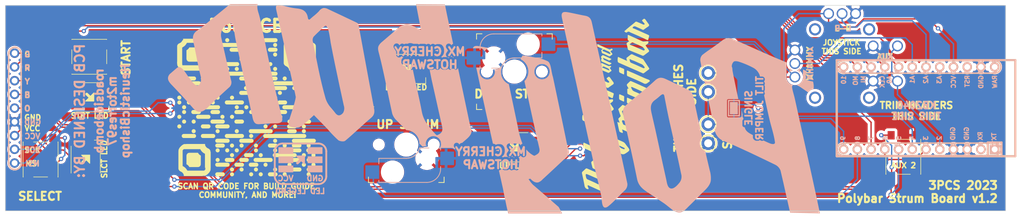
<source format=kicad_pcb>
(kicad_pcb (version 20221018) (generator pcbnew)
  (layers (0 "F.Cu" signal) (31 "B.Cu" signal) (34 "B.Paste" user) (35 "F.Paste" user) (36 "B.SilkS" user "B.Silkscreen") (37 "F.SilkS" user "F.Silkscreen") (38 "B.Mask" user) (39 "F.Mask" user) (44 "Edge.Cuts" user))
  (net 0 "")
  (net 1 "Up")
  (net 2 "GND")
  (net 3 "Down")
  (net 4 "Select")
  (net 5 "Start")
  (net 6 "Green")
  (net 7 "SW")
  (net 8 "Red")
  (net 9 "VRY")
  (net 10 "Yellow")
  (net 11 "VRX")
  (net 12 "Blue")
  (net 13 "Orange")
  (net 14 "led_sck")
  (net 15 "led_mosi")
  (net 16 "fret_sck")
  (net 17 "fret_mosi")
  (net 23 "VCC")
  (net 24 "1_sck")
  (net 25 "1_mosi")
  (net 26 "2_sck")
  (net 27 "2_mosi")
  (net 28 "3_sck")
  (net 29 "3_mosi")
  (net 30 "Tilt_2")
  (net 31 "Tilt")
  (footprint "Polybar:test_point_2" (layer "F.Cu") (at 152.25 118)
    (fp_text reference "TP3" hide)
    (fp_text value "TestPoint" hide)
  )
  (footprint "Polybar:test_point" (layer "F.Cu") (at 23.7 109.92 90)
    (fp_text reference "TP8" hide)
    (fp_text value "TestPoint" hide)
  )
  (footprint "Polybar:test_point_2" (layer "F.Cu") (at 152.25 108.5)
    (fp_text reference "TP1" hide)
    (fp_text value "TestPoint" hide)
  )
  (footprint "Polybar:test_point" (layer "F.Cu") (at 23.7 104.84 90)
    (fp_text reference "TP4" hide)
    (fp_text value "TestPoint" hide)
  )
  (footprint "Polybar:Kailh_Hotswap_MX" (layer "F.Cu") (at 96.15 121.75 180)
    (fp_text reference "SW5" hide)
    (fp_text value "MX_SW_HS")
  )
  (footprint "Polybar:test_point_2" (layer "F.Cu") (at 152.25 112)
    (fp_text reference "TP2" hide)
    (fp_text value "TestPoint" hide)
  )
  (footprint "Polybar:test_point" (layer "F.Cu") (at 23.7 122.62 90)
    (fp_text reference "TP16" hide)
    (fp_text value "TestPoint" hide)
  )
  (footprint "Button_Switch_SMD:SW_SPST_PTS645" (layer "F.Cu") (at 37.511 105.5)
    (fp_text reference "SW3" hide)
    (fp_text value "MX_SW_solder")
  )
  (footprint "Button_Switch_SMD:SW_SPST_PTS645" (layer "F.Cu") (at 28.511 124.5 90)
    (fp_text reference "SW1" hide)
    (fp_text value "MX_SW_solder")
  )
  (footprint "LED_SMD:LED_RGB_5050-6" (layer "F.Cu") (at 116.15 122.25 180)
    (fp_text reference "D2" hide)
    (fp_text value "strum_up_led")
  )
  (footprint "LED_SMD:LED_RGB_5050-6" (layer "F.Cu") (at 96.15 107.75 180)
    (fp_text reference "D1" hide)
    (fp_text value "strum_down_led")
  )
  (footprint "Button_Switch_SMD:SW_SPST_PTS645" (layer "F.Cu") (at 188.083 124 90)
    (fp_text reference "SW2" hide)
    (fp_text value "MX_SW_solder")
  )
  (footprint "Polybar:test_point" (layer "F.Cu") (at 23.7 112.46 90)
    (fp_text reference "TP10" hide)
    (fp_text value "TestPoint" hide)
  )
  (footprint "Polybar:test_point" (layer "F.Cu") (at 23.7 125.16 90)
    (fp_text reference "TP15" hide)
    (fp_text value "TestPoint" hide)
  )
  (footprint "Polybar:test_point" (layer "F.Cu") (at 23.7 107.38 90)
    (fp_text reference "TP6" hide)
    (fp_text value "TestPoint" hide)
  )
  (footprint "Polybar:test_point" (layer "F.Cu") (at 23.7 115 90)
    (fp_text reference "TP12" hide)
    (fp_text value "TestPoint" hide)
  )
  (footprint "Polybar:test_point" (layer "F.Cu") (at 23.7 117.54 90)
    (fp_text reference "TP14" hide)
    (fp_text value "TestPoint" hide)
  )
  (footprint "Polybar:test_point_2" (layer "F.Cu") (at 152.25 121.5)
    (fp_text reference "TP17" hide)
    (fp_text value "TestPoint" hide)
  )
  (footprint "Polybar:test_point" (layer "F.Cu") (at 23.7 120.08 90)
    (fp_text reference "TP11" hide)
    (fp_text value "TestPoint" hide)
  )
  (footprint "Polybar:RKJXV1224005" (layer "F.Cu") (at 176.761 106.75 90)
    (fp_text reference "U2" hide)
    (fp_text value "RKJXV1224005" hide)
  )
  (footprint "LED_SMD:LED_RGB_5050-6" (layer "F.Cu") (at 36.85 124.525 -90)
    (fp_text reference "D3" hide)
    (fp_text value "select_led")
  )
  (footprint "Polybar:Kailh_Hotswap_MX" (layer "F.Cu") (at 116.15 108.25)
    (fp_text reference "SW4" hide)
    (fp_text value "MX_SW_HS")
  )
  (footprint "LED_SMD:LED_RGB_5050-6" (layer "F.Cu") (at 37.575 113 180)
    (fp_text reference "D4" hide)
    (fp_text value "start_led")
  )
  (footprint "Polybar:KB2040-ProMicroPins" (layer "B.Cu") (at 191.01325 115 180)
    (fp_text reference "U1" hide)
    (fp_text value "ProMicro" hide)
  )
  (footprint "Polybar:Solder_Jumper" (layer "B.Cu") (at 156.75 115 -90)
    (fp_text reference "SJ1" hide)
    (fp_text value "Conn_01x02_Pin" hide)
  )
  (gr_arc (start 22.6 104.9) (mid 23.75 103.75) (end 24.9 104.9) (stroke (width 0.25)) (layer "B.SilkS"))
  (gr_poly (pts (xy 104.550769 105.374873) (xy 104.56821 105.399956) (xy 104.586986 105.423814) (xy 104.607031 105.446408) (xy 104.628276 105.4677) (xy 104.650655 105.487649) (xy 104.674102 105.506219) (xy 104.698549 105.523369) (xy 104.723929 105.539061) (xy 104.750175 105.553257) (xy 104.777221 105.565918) (xy 104.805 105.577005) (xy 104.833444 105.586479) (xy 104.862486 105.594302) (xy 104.892061 105.600434) (xy 104.9221 105.604838) (xy 104.952537 105.607474) (xy 104.939929 105.618206) (xy 104.927636 105.629285) (xy 104.915667 105.640703) (xy 104.904028 105.652452) (xy 104.892725 105.664527) (xy 104.881766 105.676918) (xy 104.871156 105.68962) (xy 104.860903 105.702625) (xy 104.841127 105.678636) (xy 104.820108 105.655986) (xy 104.797917 105.634709) (xy 104.774623 105.614838) (xy 104.750297 105.596407) (xy 104.725007 105.579448) (xy 104.698824 105.563996) (xy 104.671817 105.550084) (xy 104.644056 105.537745) (xy 104.61561 105.527012) (xy 104.58655 105.51792) (xy 104.556944 105.5105) (xy 104.526863 105.504787) (xy 104.496377 105.500815) (xy 104.465554 105.498616) (xy 104.434466 105.498223) (xy 104.419061 105.497041) (xy 104.403643 105.496196) (xy 104.388216 105.49569) (xy 104.372785 105.495521) (xy 104.357354 105.49569) (xy 104.341929 105.496196) (xy 104.326514 105.497041) (xy 104.311115 105.498223) (xy 104.319957 105.491947) (xy 104.328634 105.485463) (xy 104.337142 105.478776) (xy 104.345479 105.471888) (xy 104.353641 105.464804) (xy 104.361625 105.457526) (xy 104.369427 105.450058) (xy 104.377044 105.442404) (xy 104.384473 105.434567) (xy 104.391711 105.42655) (xy 104.398753 105.418357) (xy 104.405597 105.409992) (xy 104.41224 105.401457) (xy 104.418677 105.392757) (xy 104.424906 105.383894) (xy 104.430924 105.374873) (xy 104.490851 105.286767)) (fill solid) (layer "B.SilkS"))
  (gr_poly (pts (xy 155.891498 102.059562) (xy 156.03282 102.071311) (xy 156.173407 102.093487) (xy 156.312674 102.126148) (xy 156.450034 102.169352) (xy 156.584899 102.223159) (xy 156.716685 102.287626) (xy 158.346652 102.994185) (xy 159.96869 103.718914) (xy 161.589404 104.446947) (xy 163.215398 105.163415) (xy 164.84625 105.858576) (xy 166.482392 106.541398) (xy 166.482392 109.265642) (xy 166.483051 109.301559) (xy 166.484533 109.337437) (xy 166.486835 109.373263) (xy 166.489956 109.409021) (xy 166.493894 109.444699) (xy 166.498648 109.480281) (xy 166.504214 109.515754) (xy 166.510592 109.551105) (xy 166.512032 109.557012) (xy 166.513677 109.562848) (xy 166.515487 109.568621) (xy 166.517421 109.574343) (xy 166.525569 109.59692) (xy 166.527503 109.602539) (xy 166.529312 109.608168) (xy 166.530956 109.613818) (xy 166.532394 109.619499) (xy 166.533585 109.625221) (xy 166.534486 109.630995) (xy 166.535057 109.63683) (xy 166.535256 109.642739) (xy 166.540652 109.66468) (xy 166.546398 109.686529) (xy 166.552491 109.70828) (xy 166.558931 109.729929) (xy 166.565716 109.751472) (xy 166.572845 109.772904) (xy 166.580318 109.794221) (xy 166.588131 109.815419) (xy 166.593598 109.828952) (xy 166.599267 109.8424) (xy 166.605138 109.855759) (xy 166.611208 109.869028) (xy 166.617479 109.882204) (xy 166.623948 109.895285) (xy 166.630615 109.908269) (xy 166.637479 109.921153) (xy 166.674911 109.991198) (xy 166.684583 110.008606) (xy 166.694464 110.025724) (xy 166.704595 110.042429) (xy 166.715018 110.058597) (xy 166.722715 110.071804) (xy 166.730607 110.084891) (xy 166.738692 110.097857) (xy 166.746969 110.1107) (xy 166.755436 110.123418) (xy 166.764093 110.136009) (xy 166.772937 110.14847) (xy 166.781968 110.160799) (xy 166.79323 110.175416) (xy 166.804676 110.189888) (xy 166.816305 110.204213) (xy 166.828115 110.21839) (xy 166.840104 110.232417) (xy 166.85227 110.246291) (xy 166.864612 110.260012) (xy 166.877128 110.273577) (xy 166.965236 110.368733) (xy 167.070955 110.453317) (xy 167.085339 110.464035) (xy 167.099476 110.474959) (xy 167.127342 110.496931) (xy 167.141234 110.50773) (xy 167.155209 110.518241) (xy 167.169349 110.52834) (xy 167.176507 110.533195) (xy 167.183736 110.537901) (xy 167.296508 110.597813) (xy 167.338824 110.618854) (xy 167.381687 110.638686) (xy 167.425073 110.657299) (xy 167.468954 110.674684) (xy 167.513307 110.69083) (xy 167.558106 110.705727) (xy 167.603325 110.719366) (xy 167.648938 110.731736) (xy 167.680665 110.731731) (xy 167.66812 110.743654) (xy 167.655928 110.755905) (xy 167.644097 110.768476) (xy 167.63263 110.781359) (xy 167.621535 110.794546) (xy 167.610817 110.808028) (xy 167.600481 110.821798) (xy 167.590533 110.835846) (xy 167.580979 110.850166) (xy 167.571824 110.864747) (xy 167.563074 110.879583) (xy 167.554735 110.894665) (xy 167.546812 110.909985) (xy 167.539311 110.925534) (xy 167.532238 110.941305) (xy 167.525598 110.957289) (xy 167.521582 110.97358) (xy 167.518102 110.989963) (xy 167.515157 111.006424) (xy 167.512748 111.022951) (xy 167.510874 111.039529) (xy 167.509535 111.056147) (xy 167.508732 111.072791) (xy 167.508464 111.089448) (xy 167.508732 111.106104) (xy 167.509535 111.122748) (xy 167.510874 111.139366) (xy 167.512748 111.155944) (xy 167.515157 111.172471) (xy 167.518102 111.188932) (xy 167.521582 111.205315) (xy 167.525598 111.221606) (xy 167.546394 111.353872) (xy 167.570226 111.485121) (xy 167.625593 111.745125) (xy 167.68889 112.002733) (xy 167.75731 112.25906) (xy 167.898279 112.772334) (xy 167.965212 113.03151) (xy 168.026033 113.293867) (xy 168.582869 115.813703) (xy 169.678909 120.77937) (xy 171.19124 127.622141) (xy 171.937334 131.046665) (xy 172.663938 134.478128) (xy 167.15 134.35) (xy 166.429542 131.18472) (xy 165.913566 128.869621) (xy 165.375772 126.55915) (xy 165.340326 126.47022) (xy 165.300776 126.383475) (xy 165.257235 126.299039) (xy 165.209812 126.217031) (xy 165.15862 126.137573) (xy 165.103769 126.060788) (xy 165.04537 125.986796) (xy 164.983534 125.915719) (xy 164.918371 125.847678) (xy 164.849993 125.782795) (xy 164.778511 125.721192) (xy 164.704036 125.66299) (xy 164.626678 125.608311) (xy 164.546548 125.557276) (xy 164.463758 125.510006) (xy 164.378419 125.466623) (xy 162.031493 124.333192) (xy 159.675312 123.210665) (xy 157.30327 122.121837) (xy 156.109237 121.597185) (xy 154.908762 121.089507) (xy 154.737686 121.023606) (xy 154.573151 120.946528) (xy 154.415564 120.858776) (xy 154.265336 120.760852) (xy 154.122874 120.653258) (xy 153.988588 120.536494) (xy 153.862888 120.411063) (xy 153.746181 120.277467) (xy 153.638877 120.136208) (xy 153.541386 119.987786) (xy 153.454116 119.832704) (xy 153.377476 119.671465) (xy 153.311875 119.504568) (xy 153.257723 119.332517) (xy 153.215428 119.155813) (xy 153.185399 118.974957) (xy 153.1748 118.946757) (xy 153.226419 118.879718) (xy 153.273925 118.810279) (xy 153.317271 118.738629) (xy 153.35641 118.664954) (xy 153.391298 118.589445) (xy 153.421888 118.512287) (xy 153.448134 118.433671) (xy 153.46999 118.353783) (xy 153.48741 118.272813) (xy 153.500347 118.190947) (xy 153.508757 118.108375) (xy 153.512593 118.025284) (xy 153.511809 117.941862) (xy 153.506359 117.858298) (xy 153.496197 117.77478) (xy 153.481276 117.691495) (xy 153.461695 117.609182) (xy 153.437659 117.528554) (xy 153.409285 117.449765) (xy 153.376691 117.37297) (xy 153.339993 117.298323) (xy 153.29931 117.225978) (xy 153.254757 117.156089) (xy 153.206453 117.08881) (xy 153.154515 117.024296) (xy 153.099059 116.9627) (xy 153.040204 116.904176) (xy 152.978065 116.84888) (xy 152.912762 116.796964) (xy 152.844409 116.748584) (xy 152.773126 116.703893) (xy 152.699029 116.663045) (xy 152.05973 113.603999) (xy 155.476167 113.603999) (xy 155.48 116.42) (xy 155.49 116.47) (xy 155.5 116.51) (xy 155.51 116.55) (xy 155.52 116.58) (xy 155.54 116.61) (xy 155.55 116.63) (xy 155.57 116.65) (xy 155.59 116.66) (xy 155.62 116.68) (xy 155.65 116.69) (xy 155.68 116.7) (xy 155.7 116.7) (xy 155.72 116.7) (xy 155.75 116.7) (xy 155.77 116.7) (xy 155.78 116.7) (xy 155.79 116.7) (xy 155.8 116.7) (xy 155.81 116.7) (xy 155.82 116.7) (xy 155.83 116.7) (xy 155.84 116.7) (xy 155.85 116.7) (xy 155.86 116.7) (xy 155.87 116.7) (xy 155.88 116.7) (xy 155.89 116.7) (xy 155.9 116.7) (xy 155.91 116.7) (xy 155.92 116.7) (xy 155.93 116.7) (xy 155.94 116.7) (xy 157.914938 116.698288) (xy 157.928045 116.697963) (xy 157.941063 116.696995) (xy 157.953971 116.695392) (xy 157.966746 116.693163) (xy 157.979368 116.690317) (xy 157.991814 116.686864) (xy 158.004063 116.682811) (xy 158.016093 116.678169) (xy 158.027882 116.672946) (xy 158.039409 116.667151) (xy 158.050652 116.660794) (xy 158.061589 116.653882) (xy 158.072199 116.646425) (xy 158.082459 116.638432) (xy 158.092348 116.629912) (xy 158.101844 116.620874) (xy 158.110881 116.611376) (xy 158.1194 116.601485) (xy 158.127393 116.591225) (xy 158.13485 116.580615) (xy 158.141761 116.569678) (xy 158.14812 116.558436) (xy 158.153915 116.546909) (xy 158.159138 116.535121) (xy 158.163781 116.523092) (xy 158.167834 116.510844) (xy 158.171288 116.498398) (xy 158.174134 116.485777) (xy 158.176364 116.473002) (xy 158.177967 116.460095) (xy 158.178936 116.447077) (xy 158.179261 116.43397) (xy 158.179261 115.376694) (xy 158.26958 115.812378) (xy 158.362529 116.250702) (xy 158.358648 116.261065) (xy 158.355016 116.271506) (xy 158.351635 116.282021) (xy 158.348504 116.292606) (xy 158.345625 116.303255) (xy 158.342999 116.313966) (xy 158.340626 116.324732) (xy 158.338506 116.335549) (xy 158.336642 116.346414) (xy 158.335034 116.35732) (xy 158.333683 116.368265) (xy 158.332588 116.379243) (xy 158.331752 116.39025) (xy 158.331175 116.401281) (xy 158.330858 116.412332) (xy 158.330802 116.423399) (xy 158.331422 116.441808) (xy 158.332754 116.460158) (xy 158.334793 116.478429) (xy 158.337536 116.496601) (xy 158.340979 116.514654) (xy 158.345117 116.532567) (xy 158.349948 116.55032) (xy 158.355466 116.567892) (xy 158.355116 116.573615) (xy 158.354866 116.579342) (xy 158.354716 116.585071) (xy 158.354666 116.590801) (xy 158.354716 116.596531) (xy 158.354866 116.60226) (xy 158.355116 116.607986) (xy 158.355466 116.613709) (xy 158.360477 116.625754) (xy 158.365826 116.637644) (xy 158.371511 116.649371) (xy 158.377526 116.66093) (xy 158.383868 116.672313) (xy 158.390533 116.683513) (xy 158.397516 116.694523) (xy 158.404815 116.705338) (xy 158.457689 116.775822) (xy 158.472938 116.839312) (xy 158.487198 116.903133) (xy 158.500799 116.967617) (xy 158.51407 117.033092) (xy 158.51409 117.033092) (xy 158.505236 117.039953) (xy 158.496576 117.047036) (xy 158.488113 117.054336) (xy 158.479851 117.061849) (xy 158.471794 117.06957) (xy 158.463946 117.077495) (xy 158.456311 117.085619) (xy 158.448891 117.093939) (xy 158.441692 117.10245) (xy 158.434715 117.111148) (xy 158.427967 117.120028) (xy 158.421449 117.129086) (xy 158.415166 117.138318) (xy 158.409121 117.14772) (xy 158.403319 117.157286) (xy 158.397762 117.167014) (xy 158.392227 117.174747) (xy 158.387005 117.182682) (xy 158.3821 117.190808) (xy 158.377517 117.199116) (xy 158.373262 117.207597) (xy 158.369339 117.21624) (xy 158.365753 117.225037) (xy 158.362509 117.233976) (xy 158.360658 117.237045) (xy 158.358876 117.240151) (xy 158.357162 117.243292) (xy 158.355518 117.246468) (xy 158.353943 117.249677) (xy 158.352439 117.252918) (xy 158.351005 117.25619) (xy 158.349643 117.259492) (xy 158.348353 117.262822) (xy 158.347135 117.26618) (xy 158.345991 117.269564) (xy 158.34492 117.272973) (xy 158.343922 117.276406) (xy 158.343 117.279862) (xy 158.342153 117.28334) (xy 158.341381 117.286838) (xy 158.335866 117.304864) (xy 158.331039 117.323065) (xy 158.326903 117.341423) (xy 158.323461 117.359917) (xy 158.320717 117.378527) (xy 158.318674 117.397233) (xy 158.317337 117.416016) (xy 158.316707 117.434855) (xy 158.316707 118.030456) (xy 158.31557 118.04365) (xy 158.314758 118.056863) (xy 158.31427 118.070088) (xy 158.314108 118.083319) (xy 158.31427 118.09655) (xy 158.314758 118.109775) (xy 158.31557 118.122987) (xy 158.316707 118.136182) (xy 158.316707 118.181999) (xy 158.316727 118.23134) (xy 158.319993 118.240027) (xy 158.323462 118.248631) (xy 158.327133 118.257147) (xy 158.331003 118.265573) (xy 158.33507 118.273905) (xy 158.339332 118.282139) (xy 158.343788 118.290273) (xy 158.348434 118.298302) (xy 158.348755 118.299829) (xy 158.349034 118.301362) (xy 158.34927 118.3029) (xy 158.349463 118.304442) (xy 158.349613 118.305988) (xy 158.349721 118.307537) (xy 158.349786 118.309087) (xy 158.349808 118.310638) (xy 158.349788 118.312189) (xy 158.349725 118.313739) (xy 158.349619 118.315288) (xy 158.349471 118.316834) (xy 158.349281 118.318376) (xy 158.349048 118.319914) (xy 158.348772 118.321447) (xy 158.348454 118.322974) (xy 158.355315 118.332303) (xy 158.362359 118.34149) (xy 158.369584 118.350531) (xy 158.376987 118.359424) (xy 158.384567 118.368166) (xy 158.392321 118.376754) (xy 158.400247 118.385185) (xy 158.408341 118.393457) (xy 158.42623 118.410758) (xy 158.444847 118.427123) (xy 158.464155 118.442533) (xy 158.484114 118.456974) (xy 158.504688 118.470427) (xy 158.525839 118.482877) (xy 158.547529 118.494307) (xy 158.56972 118.5047) (xy 158.592375 118.51404) (xy 158.615456 118.52231) (xy 158.638925 118.529493) (xy 158.662744 118.535572) (xy 158.686877 118.540532) (xy 158.711283 118.544355) (xy 158.735928 118.547025) (xy 158.760771 118.548525) (xy 158.760771 118.573196) (xy 158.776279 118.641145) (xy 158.794976 118.706926) (xy 158.816744 118.770602) (xy 158.841467 118.832236) (xy 158.86903 118.891889) (xy 158.899317 118.949626) (xy 158.93221 119.005508) (xy 158.967595 119.059598) (xy 159.005354 119.111959) (xy 159.045372 119.162653) (xy 159.13172 119.25929) (xy 159.225708 119.350012) (xy 159.326408 119.435317) (xy 159.43289 119.515709) (xy 159.544224 119.591686) (xy 159.659482 119.66375) (xy 159.777734 119.732402) (xy 160.019503 119.86147) (xy 160.262096 119.982898) (xy 160.262096 120.335323) (xy 160.261603 120.342365) (xy 160.26125 120.349412) (xy 160.261039 120.356464) (xy 160.260968 120.363517) (xy 160.261039 120.370571) (xy 160.26125 120.377623) (xy 160.261603 120.38467) (xy 160.262096 120.391711) (xy 160.262096 120.486869) (xy 160.283244 120.539729) (xy 160.339625 120.659553) (xy 160.349913 120.676974) (xy 160.360675 120.694093) (xy 160.371902 120.710902) (xy 160.383589 120.72739) (xy 160.395727 120.743548) (xy 160.408311 120.759367) (xy 160.421333 120.774837) (xy 160.434785 120.789949) (xy 160.494692 120.849861) (xy 160.494692 120.849866) (xy 160.508614 120.863224) (xy 160.522993 120.876061) (xy 160.537814 120.888364) (xy 160.553062 120.900123) (xy 160.568723 120.911327) (xy 160.584782 120.921963) (xy 160.601223 120.932021) (xy 160.609583 120.93683) (xy 160.618033 120.94149) (xy 160.737867 121.001399) (xy 160.74755 121.006118) (xy 160.757377 121.010501) (xy 160.767341 121.014546) (xy 160.777433 121.01825) (xy 160.787645 121.021611) (xy 160.797967 121.024623) (xy 160.808393 121.027286) (xy 160.818912 121.029595) (xy 160.847113 121.029595) (xy 160.859426 121.030734) (xy 160.87176 121.031548) (xy 160.884107 121.032037) (xy 160.896461 121.0322) (xy 160.908815 121.032037) (xy 160.921162 121.031548) (xy 160.933496 121.030734) (xy 160.945809 121.029595) (xy 161.153752 121.029595) (xy 161.166062 121.030788) (xy 161.178393 121.03164) (xy 161.190738 121.032151) (xy 161.203091 121.032321) (xy 161.215444 121.032151) (xy 161.227791 121.03164) (xy 161.240124 121.030788) (xy 161.252438 121.029595) (xy 161.284165 121.0296) (xy 161.29426 121.027289) (xy 161.304259 121.024625) (xy 161.314151 121.02161) (xy 161.323926 121.018249) (xy 161.333577 121.014544) (xy 161.343093 121.010499) (xy 161.352465 121.006116) (xy 161.361683 121.001399) (xy 161.481518 120.94149) (xy 161.491626 120.936003) (xy 161.50162 120.930319) (xy 161.511499 120.924438) (xy 161.521258 120.918362) (xy 161.530895 120.912093) (xy 161.540407 120.905634) (xy 161.549792 120.898985) (xy 161.559046 120.892149) (xy 161.654207 120.962627) (xy 161.671085 120.973885) (xy 161.688335 120.984465) (xy 161.705936 120.994361) (xy 161.723867 121.003566) (xy 161.742108 121.012074) (xy 161.760637 121.019878) (xy 161.779435 121.026972) (xy 161.79848 121.033349) (xy 161.817753 121.039004) (xy 161.837232 121.043928) (xy 161.856897 121.048117) (xy 161.876728 121.051562) (xy 161.896702 121.054259) (xy 161.916801 121.0562) (xy 161.937004 121.05738) (xy 161.957289 121.05779) (xy 161.974753 121.057416) (xy 161.992172 121.056388) (xy 162.009529 121.054709) (xy 162.026804 121.052381) (xy 162.043981 121.049409) (xy 162.06104 121.045793) (xy 162.077964 121.041538) (xy 162.094735 121.036645) (xy 162.221601 120.983783) (xy 162.372437 121.058151) (xy 162.523689 121.130701) (xy 162.827766 121.271011) (xy 163.134487 121.406034) (xy 163.444509 121.537093) (xy 163.500015 121.55736) (xy 163.563627 121.577808) (xy 163.63362 121.597378) (xy 163.70827 121.615012) (xy 163.785853 121.629653) (xy 163.864643 121.64024) (xy 163.903953 121.643683) (xy 163.942918 121.645717) (xy 163.981323 121.646208) (xy 164.018952 121.645024) (xy 164.05559 121.642034) (xy 164.091022 121.637104) (xy 164.125031 121.630103) (xy 164.157403 121.620898) (xy 164.187921 121.609357) (xy 164.21637 121.595348) (xy 164.242535 121.578738) (xy 164.2662 121.559396) (xy 164.28715 121.537188) (xy 164.305168 121.511983) (xy 164.320041 121.483648) (xy 164.331551 121.452051) (xy 164.339483 121.417059) (xy 164.343622 121.378541) (xy 164.343753 121.336364) (xy 164.33966 121.290396) (xy 164.300924 121.022659) (xy 164.25526 120.75473) (xy 164.146161 120.218528) (xy 164.018394 119.682243) (xy 163.877989 119.146329) (xy 163.583384 118.077435) (xy 163.441245 117.545363) (xy 163.310589 117.01548) (xy 162.809715 114.81062) (xy 162.327331 112.603119) (xy 162.335985 112.593702) (xy 162.344436 112.584116) (xy 162.35268 112.574363) (xy 162.360717 112.564447) (xy 162.368543 112.554371) (xy 162.376156 112.544138) (xy 162.383555 112.533752) (xy 162.390736 112.523217) (xy 162.397698 112.512536) (xy 162.404438 112.501711) (xy 162.410955 112.490747) (xy 162.417245 112.479647) (xy 162.423308 112.468415) (xy 162.429139 112.457053) (xy 162.434738 112.445566) (xy 162.440102 112.433956) (xy 162.440133 112.433948) (xy 162.444172 112.423556) (xy 162.448066 112.413108) (xy 162.451812 112.402608) (xy 162.455411 112.392056) (xy 162.45886 112.381454) (xy 162.462159 112.370806) (xy 162.465307 112.360111) (xy 162.468303 112.349372) (xy 162.469503 112.335738) (xy 162.470361 112.322084) (xy 162.470875 112.308418) (xy 162.471047 112.294745) (xy 162.470875 112.281072) (xy 162.470361 112.267406) (xy 162.469503 112.253753) (xy 162.468303 112.240119) (xy 162.446879 112.206008) (xy 162.428312 112.17074) (xy 162.412601 112.13448) (xy 162.399747 112.097393) (xy 162.389749 112.059644) (xy 162.382608 112.0214) (xy 162.378323 111.982825) (xy 162.376895 111.944085) (xy 162.378323 111.905344) (xy 162.382608 111.866769) (xy 162.389749 111.828525) (xy 162.399747 111.790776) (xy 162.412601 111.753689) (xy 162.428312 111.717429) (xy 162.446879 111.68216) (xy 162.468303 111.648049) (xy 162.468303 111.05245) (xy 162.468006 111.032453) (xy 162.466956 111.012531) (xy 162.465159 110.992706) (xy 162.462621 110.972996) (xy 162.459349 110.953424) (xy 162.455348 110.934007) (xy 162.450625 110.914768) (xy 162.445187 110.895725) (xy 162.43904 110.876899) (xy 162.432189 110.858311) (xy 162.424641 110.839979) (xy 162.416403 110.821925) (xy 162.40748 110.804169) (xy 162.397879 110.78673) (xy 162.387607 110.76963) (xy 162.376669 110.752887) (xy 162.387706 110.736435) (xy 162.398066 110.71961) (xy 162.407743 110.702435) (xy 162.416729 110.68493) (xy 162.425018 110.667116) (xy 162.432603 110.649014) (xy 162.439478 110.630646) (xy 162.445637 110.612033) (xy 162.451072 110.593197) (xy 162.455777 110.574157) (xy 162.459745 110.554936) (xy 162.46297 110.535555) (xy 162.465444 110.516035) (xy 162.467163 110.496397) (xy 162.468118 110.476662) (xy 162.468303 110.456851) (xy 162.467376 110.429402) (xy 162.465066 110.40216) (xy 162.461393 110.375175) (xy 162.456379 110.348492) (xy 162.450045 110.322159) (xy 162.44241 110.296224) (xy 162.433497 110.270735) (xy 162.423325 110.245738) (xy 162.411916 110.221281) (xy 162.399291 110.197411) (xy 162.385469 110.174176) (xy 162.370472 110.151623) (xy 162.354321 110.1298) (xy 162.337037 110.108754) (xy 162.318639 110.088532) (xy 162.29915 110.069182) (xy 162.327853 110.040869) (xy 162.354037 110.010772) (xy 162.377664 109.979051) (xy 162.398697 109.945867) (xy 162.417096 109.911383) (xy 162.432824 109.87576) (xy 162.445843 109.839159) (xy 162.456116 109.801741) (xy 162.463603 109.763668) (xy 162.468267 109.725101) (xy 162.47007 109.686202) (xy 162.468974 109.647132) (xy 162.464941 109.608053) (xy 162.457932 109.569125) (xy 162.447911 109.530511) (xy 162.434838 109.492371) (xy 162.41889 109.455341) (xy 162.400363 109.42001) (xy 162.379394 109.386471) (xy 162.356119 109.35482) (xy 162.330675 109.325149) (xy 162.303198 109.297554) (xy 162.273826 109.272127) (xy 162.242695 109.248964) (xy 162.209941 109.228157) (xy 162.175702 109.209802) (xy 162.140113 109.193991) (xy 162.103313 109.180819) (xy 162.065436 109.17038) (xy 162.026621 109.162768) (xy 161.987003 109.158077) (xy 161.94672 109.156401) (xy 161.573152 109.156401) (xy 161.549798 109.070112) (xy 161.526448 108.98151) (xy 161.514363 108.936858) (xy 161.501784 108.892248) (xy 161.488546 108.847885) (xy 161.474486 108.803976) (xy 161.430748 108.704518) (xy 161.382961 108.607332) (xy 161.331221 108.512525) (xy 161.275625 108.420206) (xy 161.216271 108.330483) (xy 161.153256 108.243464) (xy 161.086677 108.159257) (xy 161.016632 108.077971) (xy 160.943218 107.999714) (xy 160.866531 107.924594) (xy 160.78667 107.85272) (xy 160.703732 107.784199) (xy 160.617814 107.71914) (xy 160.529013 107.657651) (xy 160.437426 107.599841) (xy 160.343151 107.545817) (xy 160.033278 107.38455) (xy 159.720084 107.230118) (xy 159.403682 107.082569) (xy 159.084184 106.941953) (xy 158.761706 106.808316) (xy 158.436359 106.681709) (xy 158.108257 106.562179) (xy 157.777513 106.449775) (xy 157.713678 106.428353) (xy 157.646798 106.407911) (xy 157.57746 106.38877) (xy 157.506253 106.37125) (xy 157.433767 106.355671) (xy 157.360588 106.342353) (xy 157.287306 106.331617) (xy 157.21451 106.323782) (xy 157.142787 106.319169) (xy 157.072726 106.318096) (xy 157.004917 106.320886) (xy 156.939947 106.327857) (xy 156.878405 106.33933) (xy 156.849103 106.346854) (xy 156.820879 106.355624) (xy 156.793807 106.365679) (xy 156.767959 106.37706) (xy 156.743409 106.389807) (xy 156.720232 106.403958) (xy 156.671944 106.453352) (xy 156.626893 106.50516) (xy 156.585135 106.559221) (xy 156.546727 106.615376) (xy 156.511725 106.673464) (xy 156.480187 106.733325) (xy 156.452169 106.7948) (xy 156.427729 106.857728) (xy 156.406922 106.92195) (xy 156.389807 106.987304) (xy 156.37644 107.053633) (xy 156.366877 107.120774) (xy 156.361176 107.188568) (xy 156.359394 107.256856) (xy 156.361586 107.325477) (xy 156.367811 107.394271) (xy 156.611811 108.714598) (xy 156.873982 110.029968) (xy 157.425082 112.663023) (xy 157.460042 112.832188) (xy 157.495997 113.001352) (xy 157.569571 113.339678) (xy 155.740479 113.339678) (xy 155.727318 113.339832) (xy 155.71424 113.340644) (xy 155.701267 113.342105) (xy 155.688422 113.344207) (xy 155.675728 113.34694) (xy 155.663208 113.350294) (xy 155.650884 113.354262) (xy 155.638778 113.358834) (xy 155.626914 113.364) (xy 155.615314 113.369751) (xy 155.604001 113.376079) (xy 155.592997 113.382974) (xy 155.582325 113.390427) (xy 155.572007 113.398428) (xy 155.562067 113.406969) (xy 155.552526 113.416041) (xy 155.543455 113.425582) (xy 155.534914 113.435522) (xy 155.526913 113.44584) (xy 155.519459 113.456511) (xy 155.512563 113.467515) (xy 155.506235 113.478828) (xy 155.500482 113.490427) (xy 155.495315 113.50229) (xy 155.490743 113.514395) (xy 155.486774 113.526719) (xy 155.483419 113.53924) (xy 155.480687 113.551934) (xy 155.478586 113.56478) (xy 155.477126 113.577754) (xy 155.476316 113.590834) (xy 155.476167 113.603999) (xy 152.05973 113.603999) (xy 152.043527 113.526465) (xy 152.119167 113.519885) (xy 152.193647 113.509701) (xy 152.266882 113.496005) (xy 152.338788 113.478888) (xy 152.409281 113.458441) (xy 152.478277 113.434755) (xy 152.545691 113.407921) (xy 152.61144 113.37803) (xy 152.675439 113.345174) (xy 152.737605 113.309443) (xy 152.797853 113.270928) (xy 152.856099 113.229721) (xy 152.912259 113.185913) (xy 152.966248 113.139594) (xy 153.017984 113.090857) (xy 153.067381 113.039791) (xy 153.114356 112.986489) (xy 153.158824 112.931041) (xy 153.200702 112.873538) (xy 153.239905 112.814071) (xy 153.276348 112.752733) (xy 153.309949 112.689612) (xy 153.340623 112.624801) (xy 153.368285 112.558392) (xy 153.392852 112.490474) (xy 153.414239 112.421139) (xy 153.432363 112.350478) (xy 153.447139 112.278582) (xy 153.458483 112.205543) (xy 153.466311 112.131451) (xy 153.470539 112.056398) (xy 153.471083 111.980474) (xy 153.467901 111.904615) (xy 153.461067 111.829754) (xy 153.450669 111.755979) (xy 153.436793 111.683378) (xy 153.419527 111.61204) (xy 153.398959 111.542052) (xy 153.375174 111.473502) (xy 153.348262 111.406479) (xy 153.318308 111.341071) (xy 153.2854 111.277366) (xy 153.249626 111.215452) (xy 153.211072 111.155417) (xy 153.169826 111.097349) (xy 153.125975 111.041336) (xy 153.079606 110.987467) (xy 153.030807 110.93583) (xy 152.979665 110.886512) (xy 152.926266 110.839602) (xy 152.870699 110.795188) (xy 152.81305 110.753358) (xy 152.753406 110.714201) (xy 152.691856 110.677803) (xy 152.628486 110.644254) (xy 152.563383 110.613642) (xy 152.496634 110.586055) (xy 152.428328 110.56158) (xy 152.35855 110.540306) (xy 152.287389 110.522321) (xy 152.214931 110.507714) (xy 152.141265 110.496571) (xy 152.066476 110.488982) (xy 151.990652 110.485035) (xy 151.954479 110.485742) (xy 151.918365 110.487277) (xy 151.882324 110.489639) (xy 151.846369 110.492824) (xy 151.810515 110.49683) (xy 151.774776 110.501654) (xy 151.739166 110.507293) (xy 151.703699 110.513745) (xy 151.668389 110.521007) (xy 151.633249 110.529075) (xy 151.598294 110.537948) (xy 151.563538 110.547623) (xy 151.528995 110.558097) (xy 151.494679 110.569367) (xy 151.460604 110.581431) (xy 151.426784 110.594286) (xy 151.271716 109.847147) (xy 151.312503 109.868905) (xy 151.353874 109.889358) (xy 151.395796 109.908497) (xy 151.438238 109.926314) (xy 151.481168 109.9428) (xy 151.524555 109.957948) (xy 151.568367 109.971748) (xy 151.612572 109.984192) (xy 151.657138 109.995272) (xy 151.702035 110.00498) (xy 151.74723 110.013306) (xy 151.792691 110.020243) (xy 151.838387 110.025783) (xy 151.884286 110.029916) (xy 151.930357 110.032635) (xy 151.976567 110.033931) (xy 152.042737 110.032618) (xy 152.108292 110.028485) (xy 152.173168 110.021584) (xy 152.237296 110.011967) (xy 152.300612 109.999689) (xy 152.363047 109.984801) (xy 152.424536 109.967357) (xy 152.485012 109.947409) (xy 152.544409 109.925011) (xy 152.60266 109.900214) (xy 152.659698 109.873073) (xy 152.715457 109.84364) (xy 152.769871 109.811968) (xy 152.822872 109.77811) (xy 152.874395 109.742118) (xy 152.924373 109.704046) (xy 152.972739 109.663946) (xy 153.019427 109.621872) (xy 153.06437 109.577875) (xy 153.107502 109.53201) (xy 153.148756 109.484329) (xy 153.188066 109.434885) (xy 153.225365 109.38373) (xy 153.260586 109.330918) (xy 153.293664 109.276501) (xy 153.324531 109.220533) (xy 153.353121 109.163066) (xy 153.379368 109.104154) (xy 153.403205 109.043848) (xy 153.424565 108.982202) (xy 153.443382 108.919269) (xy 153.45959 108.855102) (xy 153.473015 108.790295) (xy 153.483553 108.72546) (xy 153.491241 108.660673) (xy 153.496116 108.596011) (xy 153.498215 108.53155) (xy 153.497573 108.467367) (xy 153.494229 108.403539) (xy 153.488219 108.340142) (xy 153.47958 108.277253) (xy 153.468348 108.214948) (xy 153.454561 108.153305) (xy 153.438254 108.092399) (xy 153.419466 108.032308) (xy 153.398232 107.973107) (xy 153.374589 107.914874) (xy 153.348575 107.857686) (xy 153.320226 107.801618) (xy 153.289578 107.746747) (xy 153.256669 107.693151) (xy 153.221535 107.640905) (xy 153.184213 107.590087) (xy 153.14474 107.540772) (xy 153.103153 107.493039) (xy 153.059489 107.446962) (xy 153.013783 107.402619) (xy 152.966074 107.360086) (xy 152.916397 107.31944) (xy 152.86479 107.280758) (xy 152.811289 107.244116) (xy 152.755931 107.209592) (xy 152.698754 107.17726) (xy 152.639793 107.147199) (xy 152.57959 107.119708) (xy 152.518718 107.095026) (xy 152.45726 107.073133) (xy 152.395298 107.054011) (xy 152.332915 107.03764) (xy 152.270195 107.024002) (xy 152.20722 107.013078) (xy 152.144072 107.004849) (xy 152.080836 106.999297) (xy 152.017593 106.996402) (xy 151.954427 106.996145) (xy 151.891421 106.998509) (xy 151.828657 107.003474) (xy 151.766218 107.01102) (xy 151.704187 107.021131) (xy 151.642647 107.033785) (xy 151.581681 107.048966) (xy 151.521372 107.066653) (xy 151.461803 107.086829) (xy 151.403056 107.109473) (xy 151.345215 107.134568) (xy 151.288361 107.162095) (xy 151.232579 107.192035) (xy 151.177952 107.224368) (xy 151.12456 107.259076) (xy 151.072489 107.296141) (xy 151.021821 107.335543) (xy 150.972638 107.377264) (xy 150.925023 107.421284) (xy 150.87906 107.467586) (xy 150.834831 107.516149) (xy 150.792419 107.566956) (xy 150.660704 106.892062) (xy 150.531633 106.217168) (xy 150.52723 106.141643) (xy 150.527075 106.066415) (xy 150.531107 105.991646) (xy 150.539266 105.9175) (xy 150.55149 105.844137) (xy 150.56772 105.77172) (xy 150.587894 105.700411) (xy 150.611951 105.630371) (xy 150.639831 105.561764) (xy 150.671473 105.494751) (xy 150.706817 105.429493) (xy 150.745801 105.366154) (xy 150.788364 105.304895) (xy 150.834447 105.245879) (xy 150.883989 105.189266) (xy 150.936928 105.13522) (xy 151.37911 104.797326) (xy 151.831205 104.468641) (xy 152.751914 103.82552) (xy 153.213921 103.504394) (xy 153.672623 103.179097) (xy 154.124718 102.846285) (xy 154.5669 102.502611) (xy 154.683313 102.413323) (xy 154.804855 102.333875) (xy 154.93094 102.264326) (xy 155.060983 102.204733) (xy 155.194397 102.155157) (xy 155.330594 102.115654) (xy 155.46899 102.086285) (xy 155.608996 102.067108) (xy 155.750028 102.05818)) (fill solid) (layer "B.SilkS"))
  (gr_poly (pts (xy 113.850919 107.326887) (xy 113.827468 107.386926) (xy 113.805598 107.447489) (xy 113.785314 107.508546) (xy 113.766623 107.570066) (xy 113.749531 107.632015) (xy 113.734045 107.694365) (xy 113.720172 107.757081) (xy 113.707918 107.820134) (xy 113.697289 107.883492) (xy 113.688292 107.947124) (xy 113.680934 108.010997) (xy 113.67522 108.075082) (xy 113.671158 108.139345) (xy 113.668755 108.203756) (xy 113.668016 108.268284) (xy 113.6685 108.312485) (xy 113.669729 108.356662) (xy 113.671702 108.400806) (xy 113.674417 108.444907) (xy 113.677873 108.488957) (xy 113.682071 108.532946) (xy 113.687008 108.576864) (xy 113.692685 108.620703) (xy 113.692685 108.705298) (xy 113.699266 108.743125) (xy 113.70636 108.780853) (xy 113.713967 108.818477) (xy 113.722086 108.855993) (xy 113.730714 108.893395) (xy 113.739851 108.930677) (xy 113.749497 108.967835) (xy 113.759649 109.004862) (xy 113.759649 109.022483) (xy 113.771768 109.061689) (xy 113.784583 109.100663) (xy 113.798094 109.139394) (xy 113.812295 109.177873) (xy 113.827184 109.216092) (xy 113.842757 109.25404) (xy 113.859011 109.29171) (xy 113.875942 109.329092) (xy 113.904133 109.389004) (xy 113.921509 109.424039) (xy 113.939467 109.45877) (xy 113.958003 109.49319) (xy 113.977112 109.527291) (xy 113.996791 109.561067) (xy 114.017034 109.59451) (xy 114.037839 109.627614) (xy 114.0592 109.660372) (xy 114.083251 109.69532) (xy 114.107867 109.729863) (xy 114.133042 109.763992) (xy 114.158771 109.797703) (xy 114.18505 109.830987) (xy 114.211872 109.863838) (xy 114.239233 109.896249) (xy 114.267127 109.928213) (xy 114.288275 109.952886) (xy 114.317418 109.984922) (xy 114.347085 110.016444) (xy 114.377268 110.047447) (xy 114.407959 110.077924) (xy 114.439153 110.107869) (xy 114.470841 110.137277) (xy 114.503017 110.166142) (xy 114.535673 110.194456) (xy 114.568804 110.222216) (xy 114.6024 110.249413) (xy 114.636457 110.276043) (xy 114.670966 110.302099) (xy 114.70592 110.327575) (xy 114.741312 110.352466) (xy 114.777136 110.376765) (xy 114.813384 110.400467) (xy 114.850748 110.424103) (xy 114.888532 110.447039) (xy 114.926727 110.469269) (xy 114.965323 110.490787) (xy 115.004309 110.511588) (xy 115.043677 110.531665) (xy 115.083417 110.551014) (xy 115.123519 110.569629) (xy 116.772864 118.400513) (xy 116.844489 118.80855) (xy 116.926852 119.214334) (xy 117.019897 119.617655) (xy 117.123567 120.018302) (xy 117.237805 120.416066) (xy 117.362553 120.810735) (xy 117.497756 121.2021) (xy 117.643355 121.58995) (xy 117.643355 121.58996) (xy 117.597539 121.58996) (xy 117.548195 121.611105) (xy 117.505905 121.635777) (xy 117.463614 121.667493) (xy 117.460926 121.669128) (xy 117.458271 121.670812) (xy 117.455648 121.672544) (xy 117.453059 121.674324) (xy 117.450504 121.67615) (xy 117.447985 121.678024) (xy 117.445501 121.679943) (xy 117.443053 121.681908) (xy 117.440642 121.683919) (xy 117.438269 121.685973) (xy 117.435934 121.688072) (xy 117.433638 121.690215) (xy 117.431381 121.6924) (xy 117.429164 121.694628) (xy 117.426989 121.696898) (xy 117.424855 121.69921) (xy 117.422335 121.701327) (xy 117.419856 121.703487) (xy 117.417416 121.705689) (xy 117.415017 121.707935) (xy 117.41266 121.710222) (xy 117.410344 121.71255) (xy 117.408071 121.714919) (xy 117.40584 121.717328) (xy 117.403654 121.719777) (xy 117.401511 121.722265) (xy 117.399413 121.724791) (xy 117.39736 121.727354) (xy 117.395353 121.729955) (xy 117.393392 121.732593) (xy 117.391478 121.735267) (xy 117.389612 121.737977) (xy 117.357895 121.773222) (xy 117.326173 121.826085) (xy 117.326139 121.827014) (xy 117.326057 121.828106) (xy 117.325898 121.829554) (xy 117.325636 121.831311) (xy 117.325244 121.833332) (xy 117.324698 121.83557) (xy 117.323971 121.837979) (xy 117.323532 121.839232) (xy 117.323038 121.840511) (xy 117.322486 121.841809) (xy 117.321872 121.84312) (xy 117.321194 121.844439) (xy 117.320449 121.845761) (xy 117.319632 121.847078) (xy 117.318741 121.848386) (xy 117.317773 121.849678) (xy 117.316724 121.850949) (xy 117.315591 121.852192) (xy 117.314372 121.853403) (xy 117.313061 121.854575) (xy 117.311658 121.855703) (xy 117.310157 121.85678) (xy 117.308557 121.857801) (xy 117.287414 121.900089) (xy 117.269787 121.857791) (xy 117.270167 121.853834) (xy 117.270439 121.84987) (xy 117.270602 121.845902) (xy 117.270656 121.841932) (xy 117.270602 121.837961) (xy 117.270439 121.833994) (xy 117.270167 121.83003) (xy 117.269787 121.826074) (xy 117.266958 121.819531) (xy 117.263926 121.813086) (xy 117.260693 121.806743) (xy 117.257262 121.800508) (xy 117.253635 121.794384) (xy 117.249815 121.788377) (xy 117.245805 121.78249) (xy 117.241607 121.776728) (xy 117.20988 121.737967) (xy 117.174637 121.6992) (xy 117.132347 121.663954) (xy 117.093582 121.635761) (xy 117.051297 121.611087) (xy 117.001948 121.589944) (xy 116.56141 121.589944) (xy 116.53322 121.607566) (xy 116.510231 121.593577) (xy 116.486816 121.58089) (xy 116.463019 121.569494) (xy 116.438885 121.55938) (xy 116.414457 121.55054) (xy 116.389782 121.542964) (xy 116.364903 121.536642) (xy 116.339865 121.531565) (xy 116.314713 121.527725) (xy 116.289491 121.525111) (xy 116.264244 121.523714) (xy 116.239016 121.523526) (xy 116.213852 121.524536) (xy 116.188797 121.526735) (xy 116.163895 121.530115) (xy 116.139191 121.534665) (xy 116.11473 121.540377) (xy 116.090555 121.547241) (xy 116.066712 121.555248) (xy 116.043246 121.564389) (xy 116.0202 121.574654) (xy 115.99762 121.586034) (xy 115.975549 121.598519) (xy 115.954033 121.612101) (xy 115.933117 121.62677) (xy 115.912844 121.642516) (xy 115.89326 121.659331) (xy 115.874409 121.677205) (xy 115.856335 121.696129) (xy 115.839084 121.716094) (xy 115.8227 121.737089) (xy 115.807227 121.759107) (xy 115.747309 121.847212) (xy 115.687392 121.759107) (xy 115.677374 121.744551) (xy 115.666922 121.730399) (xy 115.65605 121.716655) (xy 115.64477 121.703327) (xy 115.633094 121.69042) (xy 115.621035 121.677941) (xy 115.595818 121.65429) (xy 115.569217 121.632425) (xy 115.541332 121.612394) (xy 115.512263 121.594246) (xy 115.48211 121.578032) (xy 115.450972 121.563801) (xy 115.418948 121.551601) (xy 115.386139 121.541484) (xy 115.352644 121.533498) (xy 115.318563 121.527692) (xy 115.301333 121.525622) (xy 115.283994 121.524116) (xy 115.266559 121.52318) (xy 115.249039 121.52282) (xy 115.231447 121.523043) (xy 115.213796 121.523854) (xy 115.1787 121.527226) (xy 115.144181 121.532873) (xy 115.11033 121.540734) (xy 115.07724 121.550747) (xy 115.045004 121.562851) (xy 115.013715 121.576984) (xy 114.983465 121.593084) (xy 114.954347 121.61109) (xy 114.926453 121.630941) (xy 114.899876 121.652574) (xy 114.87471 121.675928) (xy 114.851046 121.700943) (xy 114.828977 121.727555) (xy 114.808596 121.755705) (xy 114.789995 121.785329) (xy 114.773268 121.816367) (xy 114.75864 121.848447) (xy 114.74627 121.881167) (xy 114.736151 121.914413) (xy 114.728278 121.948077) (xy 114.722641 121.982046) (xy 114.719236 122.01621) (xy 114.718054 122.050458) (xy 114.719088 122.084678) (xy 114.722332 122.11876) (xy 114.727779 122.152593) (xy 114.735422 122.186065) (xy 114.745253 122.219065) (xy 114.757266 122.251484) (xy 114.771454 122.283208) (xy 114.78781 122.314129) (xy 114.806326 122.344133) (xy 115.112935 122.802288) (xy 114.806326 123.256913) (xy 114.792353 123.279115) (xy 114.779552 123.301882) (xy 114.767932 123.325167) (xy 114.757502 123.348925) (xy 114.748271 123.37311) (xy 114.740248 123.397675) (xy 114.733442 123.422574) (xy 114.727861 123.447761) (xy 114.723516 123.473191) (xy 114.720415 123.498817) (xy 114.718567 123.524592) (xy 114.717982 123.550472) (xy 114.718667 123.576409) (xy 114.720633 123.602358) (xy 114.723888 123.628273) (xy 114.728442 123.654106) (xy 114.734269 123.679682) (xy 114.741324 123.704829) (xy 114.749581 123.729507) (xy 114.759013 123.753678) (xy 114.769595 123.777302) (xy 114.781299 123.800341) (xy 114.7941 123.822755) (xy 114.807972 123.844506) (xy 114.822888 123.865555) (xy 114.838822 123.885863) (xy 114.855748 123.90539) (xy 114.87364 123.924098) (xy 114.892471 123.941947) (xy 114.912216 123.9589) (xy 114.932848 123.974916) (xy 114.954341 123.989957) (xy 114.970727 124.000529) (xy 114.987456 124.010453) (xy 115.00451 124.019723) (xy 115.021869 124.028333) (xy 115.039513 124.036278) (xy 115.057422 124.043552) (xy 115.075578 124.050148) (xy 115.093961 124.056061) (xy 115.112552 124.061284) (xy 115.13133 124.065813) (xy 115.150277 124.069641) (xy 115.169373 124.072763) (xy 115.188599 124.075172) (xy 115.207935 124.076862) (xy 115.227361 124.077829) (xy 115.246859 124.078065) (xy 115.261796 124.07976) (xy 115.276769 124.080971) (xy 115.291764 124.081698) (xy 115.306771 124.08194) (xy 115.321778 124.081698) (xy 115.336774 124.080971) (xy 115.351746 124.07976) (xy 115.366683 124.078065) (xy 115.357152 124.085561) (xy 115.347816 124.093282) (xy 115.338682 124.101222) (xy 115.329752 124.109377) (xy 115.321029 124.117744) (xy 115.312517 124.126318) (xy 115.304221 124.135096) (xy 115.296143 124.144072) (xy 115.288287 124.153243) (xy 115.280657 124.162606) (xy 115.273256 124.172155) (xy 115.266088 124.181886) (xy 115.259156 124.191797) (xy 115.252465 124.201881) (xy 115.246017 124.212137) (xy 115.239817 124.222558) (xy 115.2081 124.190841) (xy 115.193499 124.177726) (xy 115.178516 124.16507) (xy 115.163164 124.15288) (xy 115.147452 124.141165) (xy 115.131391 124.129933) (xy 115.114993 124.119192) (xy 115.098268 124.108949) (xy 115.081228 124.099212) (xy 114.936735 124.028729) (xy 114.880344 124.007584) (xy 114.263601 124.007584) (xy 114.207215 124.028729) (xy 114.066243 124.099212) (xy 114.027483 124.123887) (xy 114.015277 124.112111) (xy 114.002699 124.100785) (xy 113.989764 124.089916) (xy 113.976483 124.079511) (xy 113.96287 124.069577) (xy 113.948938 124.060122) (xy 113.934699 124.051152) (xy 113.920166 124.042676) (xy 113.905353 124.034701) (xy 113.890273 124.027233) (xy 113.874938 124.020279) (xy 113.859361 124.013848) (xy 113.843555 124.007947) (xy 113.827533 124.002582) (xy 113.811308 123.997761) (xy 113.794893 123.993491) (xy 113.794882 123.993491) (xy 113.805552 123.988719) (xy 113.816108 123.983721) (xy 113.826546 123.978499) (xy 113.836862 123.973057) (xy 113.847054 123.967395) (xy 113.857118 123.961516) (xy 113.867051 123.955422) (xy 113.876848 123.949116) (xy 113.886507 123.942599) (xy 113.896024 123.935875) (xy 113.905395 123.928945) (xy 113.914618 123.921812) (xy 113.923688 123.914477) (xy 113.932602 123.906943) (xy 113.941357 123.899213) (xy 113.94995 123.891288) (xy 114.094443 123.750321) (xy 114.101414 123.742966) (xy 114.108255 123.735497) (xy 114.114963 123.727916) (xy 114.121539 123.720224) (xy 114.12798 123.712422) (xy 114.134286 123.704514) (xy 114.140454 123.6965) (xy 114.146485 123.688382) (xy 114.152375 123.680163) (xy 114.158125 123.671844) (xy 114.163733 123.663426) (xy 114.169197 123.654912) (xy 114.174516 123.646303) (xy 114.17969 123.637601) (xy 114.184716 123.628808) (xy 114.189593 123.619925) (xy 114.260084 123.475429) (xy 114.26645 123.462816) (xy 114.27239 123.450008) (xy 114.277899 123.437017) (xy 114.282974 123.423855) (xy 114.287611 123.410532) (xy 114.291805 123.397059) (xy 114.295552 123.383447) (xy 114.298849 123.369708) (xy 114.298849 123.369703) (xy 114.369335 123.084237) (xy 114.369897 123.077199) (xy 114.370298 123.070152) (xy 114.370539 123.0631) (xy 114.370619 123.056044) (xy 114.370539 123.048988) (xy 114.370298 123.041935) (xy 114.369897 123.034888) (xy 114.369335 123.027849) (xy 114.3699 123.021252) (xy 114.370304 123.014646) (xy 114.370546 123.008034) (xy 114.370627 123.001419) (xy 114.370546 122.994804) (xy 114.370304 122.988192) (xy 114.3699 122.981585) (xy 114.369335 122.974987) (xy 114.369335 122.742386) (xy 114.36956 122.687759) (xy 114.369335 122.633141) (xy 114.369335 122.633135) (xy 114.298849 122.347672) (xy 114.297353 122.341694) (xy 114.295651 122.335777) (xy 114.293746 122.329927) (xy 114.291639 122.324149) (xy 114.289331 122.318448) (xy 114.286826 122.31283) (xy 114.284124 122.307299) (xy 114.281227 122.30186) (xy 114.280459 122.29815) (xy 114.279616 122.294459) (xy 114.278697 122.290789) (xy 114.277704 122.28714) (xy 114.276635 122.283515) (xy 114.275493 122.279913) (xy 114.274277 122.276337) (xy 114.272988 122.272787) (xy 114.271626 122.269264) (xy 114.270191 122.26577) (xy 114.268685 122.262305) (xy 114.267106 122.258871) (xy 114.265457 122.255469) (xy 114.263736 122.2521) (xy 114.261945 122.248765) (xy 114.260084 122.245465) (xy 114.189593 122.104497) (xy 114.180139 122.087273) (xy 114.170091 122.070409) (xy 114.159461 122.05392) (xy 114.14826 122.037821) (xy 114.136498 122.022127) (xy 114.124186 122.006852) (xy 114.111337 121.99201) (xy 114.097959 121.977618) (xy 114.097959 121.977623) (xy 113.953466 121.83313) (xy 113.945164 121.825151) (xy 113.936689 121.817373) (xy 113.928044 121.809797) (xy 113.919233 121.802427) (xy 113.91026 121.795265) (xy 113.901128 121.788313) (xy 113.891841 121.781574) (xy 113.882404 121.77505) (xy 113.872819 121.768745) (xy 113.863091 121.76266) (xy 113.853223 121.756798) (xy 113.84322 121.751162) (xy 113.833085 121.745755) (xy 113.822821 121.740578) (xy 113.812433 121.735634) (xy 113.801925 121.730927) (xy 113.756108 121.730927) (xy 113.541133 121.660443) (xy 113.512943 121.660443) (xy 113.505907 121.659792) (xy 113.498861 121.659327) (xy 113.491807 121.659048) (xy 113.48475 121.658955) (xy 113.477693 121.659048) (xy 113.470639 121.659327) (xy 113.463593 121.659792) (xy 113.456557 121.660443) (xy 113.065368 121.660443) (xy 112.850393 121.730927) (xy 112.804576 121.730927) (xy 112.790616 121.737031) (xy 112.776852 121.74354) (xy 112.763291 121.75045) (xy 112.749943 121.757757) (xy 112.736817 121.765454) (xy 112.723921 121.773538) (xy 112.711265 121.782003) (xy 112.698857 121.790844) (xy 112.679638 121.770109) (xy 112.659443 121.750527) (xy 112.638327 121.732124) (xy 112.616342 121.714923) (xy 112.593542 121.698948) (xy 112.569979 121.684224) (xy 112.545708 121.670775) (xy 112.52078 121.658625) (xy 112.495251 121.647799) (xy 112.469172 121.63832) (xy 112.442597 121.630213) (xy 112.415578 121.623501) (xy 112.388171 121.61821) (xy 112.360426 121.614364) (xy 112.332399 121.611985) (xy 112.304141 121.6111) (xy 112.287896 121.603646) (xy 112.271496 121.596555) (xy 112.254948 121.589829) (xy 112.238257 121.58347) (xy 112.22143 121.577481) (xy 112.204474 121.571863) (xy 112.187394 121.566618) (xy 112.170196 121.561749) (xy 112.170196 121.561754) (xy 110.90852 115.922954) (xy 110.610719 114.544094) (xy 110.309393 113.170516) (xy 109.086476 107.5) (xy 109.946394 107.5) (xy 109.918384 107.541033) (xy 109.891912 107.583017) (xy 109.867002 107.625907) (xy 109.843675 107.66966) (xy 109.821955 107.714233) (xy 109.801864 107.75958) (xy 109.783424 107.805659) (xy 109.766658 107.852425) (xy 109.766658 107.891192) (xy 109.766338 107.901105) (xy 109.765426 107.911022) (xy 109.763986 107.92095) (xy 109.762088 107.930894) (xy 109.759797 107.940858) (xy 109.75718 107.950849) (xy 109.751241 107.970928) (xy 109.738411 108.011623) (xy 109.735397 108.021939) (xy 109.732595 108.032322) (xy 109.730071 108.042777) (xy 109.727893 108.05331) (xy 109.723923 108.080011) (xy 109.720457 108.106776) (xy 109.717496 108.133596) (xy 109.71504 108.160464) (xy 109.713089 108.187375) (xy 109.711645 108.21432) (xy 109.710708 108.241292) (xy 109.710277 108.268284) (xy 109.713401 108.362226) (xy 109.722674 108.455014) (xy 109.737948 108.546392) (xy 109.759074 108.636102) (xy 109.785905 108.723888) (xy 109.818292 108.809494) (xy 109.856087 108.892662) (xy 109.899141 108.973136) (xy 109.947306 109.050659) (xy 110.000435 109.124975) (xy 110.058378 109.195825) (xy 110.120988 109.262955) (xy 110.188116 109.326106) (xy 110.259614 109.385022) (xy 110.335334 109.439447) (xy 110.415127 109.489123) (xy 110.498045 109.533389) (xy 110.583037 109.571752) (xy 110.669809 109.604213) (xy 110.758063 109.630772) (xy 110.847504 109.651429) (xy 110.937834 109.666185) (xy 111.028757 109.675038) (xy 111.119976 109.677989) (xy 111.211196 109.675038) (xy 111.302119 109.666185) (xy 111.392449 109.651429) (xy 111.48189 109.630772) (xy 111.570145 109.604213) (xy 111.656917 109.571752) (xy 111.741911 109.533389) (xy 111.824829 109.489123) (xy 111.865225 109.464895) (xy 111.904622 109.439447) (xy 111.943 109.412812) (xy 111.980342 109.385022) (xy 112.016628 109.356109) (xy 112.05184 109.326106) (xy 112.085959 109.295043) (xy 112.118967 109.262955) (xy 112.150846 109.229871) (xy 112.181577 109.195825) (xy 112.211141 109.160849) (xy 112.23952 109.124975) (xy 112.266695 109.088234) (xy 112.292648 109.05066) (xy 112.31736 109.012283) (xy 112.340813 108.973137) (xy 112.362988 108.933253) (xy 112.383867 108.892663) (xy 112.40343 108.8514) (xy 112.421661 108.809495) (xy 112.438539 108.766981) (xy 112.454047 108.72389) (xy 112.468166 108.680254) (xy 112.480878 108.636104) (xy 112.492163 108.591474) (xy 112.502004 108.546394) (xy 112.510382 108.500898) (xy 112.517278 108.455017) (xy 112.522673 108.408784) (xy 112.526551 108.36223) (xy 112.52889 108.315388) (xy 112.529674 108.268289) (xy 112.528255 108.218093) (xy 112.524959 108.168037) (xy 112.519795 108.118175) (xy 112.512771 108.068558) (xy 112.503895 108.019237) (xy 112.493176 107.970266) (xy 112.480622 107.921697) (xy 112.466241 107.873581) (xy 112.565141 107.867819) (xy 112.663281 107.857481) (xy 112.760516 107.84263) (xy 112.856701 107.82333) (xy 112.95169 107.799641) (xy 113.045336 107.771628) (xy 113.137495 107.739353) (xy 113.228021 107.702877) (xy 113.316767 107.662265) (xy 113.403589 107.617578) (xy 113.48834 107.56888) (xy 113.570876 107.516233) (xy 113.651049 107.459699) (xy 113.728715 107.399341) (xy 113.803728 107.335222) (xy 113.875942 107.267404)) (fill solid) (layer "B.SilkS"))
  (gr_rect (start 77.9746 122.3) (end 80.5746 123.4) (stroke (width 0.15)) (fill solid) (layer "B.SilkS"))
  (gr_line (start 177.050049 123.765) (end 204.990049 123.765) (stroke (width 0.25)) (layer "B.SilkS"))
  (gr_line (start 77.3246 125.35) (end 75.8246 123.85) (stroke (width 0.12)) (layer "B.SilkS"))
  (gr_poly (pts (xy 168.981091 108.465641) (xy 168.946889 108.424008) (xy 168.911111 108.383937) (xy 168.873814 108.345466) (xy 168.835052 108.30863) (xy 168.794884 108.273465) (xy 168.753364 108.24001) (xy 168.710549 108.2083) (xy 168.666496 108.178372) (xy 168.621261 108.150262) (xy 168.5749 108.124007) (xy 168.527469 108.099645) (xy 168.479025 108.07721) (xy 168.429624 108.056741) (xy 168.379321 108.038273) (xy 168.328175 108.021843) (xy 168.27624 108.007488) (xy 168.327886 107.994331) (xy 168.378787 107.979091) (xy 168.428885 107.961803) (xy 168.478123 107.942502) (xy 168.526444 107.921225) (xy 168.573791 107.898007) (xy 168.620107 107.872884) (xy 168.665334 107.845892) (xy 168.709415 107.817067) (xy 168.752293 107.786444) (xy 168.793911 107.754059) (xy 168.834211 107.719947) (xy 168.873136 107.684146) (xy 168.910629 107.646689) (xy 168.946633 107.607614) (xy 168.981091 107.566956)) (fill solid) (layer "B.SilkS"))
  (gr_poly (pts (xy 157.474431 116.137933) (xy 156.004812 116.137933) (xy 156.004812 113.868316) (xy 157.474431 113.868316)) (fill solid) (layer "B.SilkS"))
  (gr_poly (pts (xy 96.970105 105.53699) (xy 96.970305 105.547603) (xy 96.970876 105.558288) (xy 96.971777 105.569034) (xy 96.972968 105.579833) (xy 96.976051 105.601543) (xy 96.979796 105.623335) (xy 96.987946 105.666838) (xy 96.991693 105.688383) (xy 96.994779 105.70968) (xy 96.986381 105.698612) (xy 96.977695 105.687791) (xy 96.968728 105.677223) (xy 96.959484 105.666913) (xy 96.949971 105.656867) (xy 96.940192 105.647089) (xy 96.930155 105.637584) (xy 96.919865 105.628358) (xy 96.909328 105.619415) (xy 96.898549 105.610761) (xy 96.887534 105.602401) (xy 96.87629 105.59434) (xy 96.864821 105.586582) (xy 96.853134 105.579134) (xy 96.841235 105.572) (xy 96.829128 105.565185) (xy 96.829138 105.565185) (xy 96.910198 105.515845) (xy 96.927814 105.515845)) (fill solid) (layer "B.SilkS"))
  (gr_poly (pts (xy 115.78961 123.873662) (xy 115.807253 123.898417) (xy 115.826196 123.921955) (xy 115.846375 123.944238) (xy 115.867723 123.965228) (xy 115.890176 123.984889) (xy 115.913669 124.003182) (xy 115.938135 124.020072) (xy 115.96351 124.03552) (xy 115.989728 124.049489) (xy 116.016724 124.061942) (xy 116.044432 124.072841) (xy 116.072788 124.082151) (xy 116.101726 124.089832) (xy 116.131181 124.095848) (xy 116.161087 124.100162) (xy 116.191379 124.102736) (xy 116.184874 124.108138) (xy 116.178466 124.113648) (xy 116.172158 124.119265) (xy 116.165951 124.124988) (xy 116.159845 124.130815) (xy 116.153842 124.136746) (xy 116.147943 124.142778) (xy 116.142149 124.148911) (xy 116.136462 124.155142) (xy 116.130883 124.161471) (xy 116.125413 124.167896) (xy 116.120054 124.174416) (xy 116.114806 124.181029) (xy 116.109671 124.187734) (xy 116.10465 124.19453) (xy 116.099745 124.201415) (xy 116.080749 124.176015) (xy 116.060385 124.151971) (xy 116.038727 124.129321) (xy 116.01585 124.108104) (xy 115.991828 124.088358) (xy 115.966735 124.070123) (xy 115.940646 124.053437) (xy 115.913635 124.03834) (xy 115.885778 124.024869) (xy 115.857147 124.013064) (xy 115.827819 124.002964) (xy 115.797867 123.994606) (xy 115.767366 123.988031) (xy 115.73639 123.983277) (xy 115.705014 123.980382) (xy 115.673312 123.979386) (xy 115.657912 123.978203) (xy 115.642497 123.977359) (xy 115.627072 123.976853) (xy 115.611642 123.976684) (xy 115.596212 123.976853) (xy 115.580786 123.977359) (xy 115.565371 123.978203) (xy 115.549972 123.979386) (xy 115.558795 123.973354) (xy 115.567457 123.967112) (xy 115.575953 123.960663) (xy 115.584281 123.954011) (xy 115.592437 123.947158) (xy 115.600416 123.940109) (xy 115.608217 123.932867) (xy 115.615835 123.925435) (xy 115.623267 123.917816) (xy 115.630509 123.910015) (xy 115.637558 123.902034) (xy 115.644411 123.893878) (xy 115.651064 123.885549) (xy 115.657512 123.877051) (xy 115.663754 123.868387) (xy 115.669786 123.859561) (xy 115.729693 123.782033)) (fill solid) (layer "B.SilkS"))
  (gr_line (start 75.8246 123.85) (end 77.3246 123.85) (stroke (width 0.12)) (layer "B.SilkS"))
  (gr_line (start 71.8246 127.6) (end 71.8246 123) (stroke (width 0.35)) (layer "B.SilkS"))
  (gr_poly (pts (xy 167.063252 107.617635) (xy 167.099369 107.656143) (xy 167.136961 107.693015) (xy 167.175971 107.728218) (xy 167.21634 107.761716) (xy 167.258011 107.793472) (xy 167.300925 107.823452) (xy 167.345024 107.85162) (xy 167.390251 107.877941) (xy 167.436547 107.902379) (xy 167.483853 107.9249) (xy 167.532113 107.945466) (xy 167.581267 107.964044) (xy 167.631259 107.980597) (xy 167.682029 107.99509) (xy 167.73352 108.007488) (xy 167.681985 108.020153) (xy 167.631179 108.034908) (xy 167.581158 108.051717) (xy 167.531981 108.070544) (xy 167.483706 108.091353) (xy 167.436389 108.11411) (xy 167.39009 108.138778) (xy 167.344864 108.165323) (xy 167.300771 108.193709) (xy 167.257868 108.2239) (xy 167.216213 108.25586) (xy 167.175862 108.289555) (xy 167.136875 108.324949) (xy 167.099309 108.362006) (xy 167.063221 108.400692) (xy 167.028669 108.440969) (xy 167.028669 107.577529)) (fill solid) (layer "B.SilkS"))
  (gr_line (start 204.990049 121.465) (end 177.050049 121.465) (stroke (width 0.25)) (layer "B.SilkS"))
  (gr_poly (pts (xy 169.664056 107.910384) (xy 170.25 108.2) (xy 170.175 108.325) (xy 170.1 108.5) (xy 170.125 108.675) (xy 170.275 108.775) (xy 170.15 108.825) (xy 170.05 108.95) (xy 170.025 109.05) (xy 170.075 109.175) (xy 170.2 109.25) (xy 170.1 109.3) (xy 170.05 109.4) (xy 170.05 109.575) (xy 170.125 109.7) (xy 170.275 109.825) (xy 170.975 110) (xy 171.225 110.05) (xy 171.375 110.075) (xy 171.382565 110.077252) (xy 171.413005 110.19203) (xy 171.439591 110.307662) (xy 171.462309 110.424051) (xy 171.481145 110.541099) (xy 171.496085 110.658708) (xy 171.507115 110.776779) (xy 171.514219 110.895216) (xy 171.517386 111.013919) (xy 171.516599 111.132792) (xy 171.511845 111.251737) (xy 171.50311 111.370655) (xy 171.490379 111.489448) (xy 171.416962 111.502614) (xy 171.344515 111.519116) (xy 171.27314 111.538897) (xy 171.202941 111.561896) (xy 171.134019 111.588055) (xy 171.066477 111.617314) (xy 171.000417 111.649615) (xy 170.935943 111.684898) (xy 170.873156 111.723104) (xy 170.812158 111.764173) (xy 170.753053 111.808048) (xy 170.695943 111.854668) (xy 170.64093 111.903974) (xy 170.588117 111.955908) (xy 170.537606 112.01041) (xy 170.489499 112.06742) (xy 170.365654 111.99713) (xy 170.237706 111.919245) (xy 169.971915 111.74567) (xy 169.417666 111.362133) (xy 169.138871 111.172078) (xy 169.00117 111.081834) (xy 168.865406 110.996437) (xy 168.732181 110.917132) (xy 168.602101 110.845163) (xy 168.475769 110.781774) (xy 168.353789 110.728209) (xy 168.41738 110.712041) (xy 168.479754 110.693301) (xy 168.54086 110.672057) (xy 168.600645 110.648371) (xy 168.659057 110.62231) (xy 168.716045 110.593939) (xy 168.771556 110.563322) (xy 168.825538 110.530526) (xy 168.87794 110.495614) (xy 168.928709 110.458652) (xy 168.977794 110.419705) (xy 169.025142 110.378838) (xy 169.070701 110.336117) (xy 169.11442 110.291606) (xy 169.156247 110.24537) (xy 169.196129 110.197475) (xy 169.234014 110.147986) (xy 169.269851 110.096967) (xy 169.303588 110.044485) (xy 169.335172 109.990603) (xy 169.364552 109.935387) (xy 169.391675 109.878903) (xy 169.41649 109.821214) (xy 169.438945 109.762388) (xy 169.458987 109.702487) (xy 169.476565 109.641578) (xy 169.491626 109.579726) (xy 169.504119 109.516995) (xy 169.513992 109.453451) (xy 169.521192 109.389159) (xy 169.525668 109.324184) (xy 169.527368 109.258592) (xy 169.527368 107.831275)) (fill solid) (layer "B.SilkS"))
  (gr_poly (pts (xy 101.495239 105.498218) (xy 101.483497 105.49856) (xy 101.471776 105.499154) (xy 101.460078 105.499998) (xy 101.448409 105.501093) (xy 101.436771 105.502437) (xy 101.425168 105.50403) (xy 101.413605 105.50587) (xy 101.402086 105.507958) (xy 101.390614 105.510292) (xy 101.379194 105.512871) (xy 101.367829 105.515696) (xy 101.356523 105.518764) (xy 101.34528 105.522076) (xy 101.334104 105.52563) (xy 101.323 105.529426) (xy 101.311971 105.533463) (xy 101.318837 105.528786) (xy 101.325617 105.523993) (xy 101.332308 105.519084) (xy 101.33891 105.514061) (xy 101.345422 105.508926) (xy 101.351841 105.503679) (xy 101.358167 105.498322) (xy 101.364398 105.492856) (xy 101.370532 105.487282) (xy 101.376569 105.481601) (xy 101.382507 105.475816) (xy 101.388344 105.469927) (xy 101.39408 105.463935) (xy 101.399712 105.457842) (xy 101.40524 105.451648) (xy 101.410662 105.445356)) (fill solid) (layer "B.SilkS"))
  (gr_line (start 81.35 127.6) (end 81.35 123) (stroke (width 0.35)) (layer "B.SilkS"))
  (gr_poly (pts (xy 103.29 95.8) (xy 103.672363 97.689809) (xy 104.815102 103.10526) (xy 104.796457 103.112438) (xy 104.778076 103.120224) (xy 104.759971 103.128609) (xy 104.742158 103.137586) (xy 104.724652 103.147148) (xy 104.707467 103.157287) (xy 104.690618 103.167995) (xy 104.674119 103.179266) (xy 104.666141 103.185826) (xy 104.658279 103.192517) (xy 104.650536 103.199338) (xy 104.642913 103.206287) (xy 104.635411 103.213363) (xy 104.628032 103.220564) (xy 104.620778 103.227888) (xy 104.613649 103.235334) (xy 104.606649 103.2429) (xy 104.599777 103.250585) (xy 104.593036 103.258386) (xy 104.586427 103.266303) (xy 104.579951 103.274333) (xy 104.573611 103.282475) (xy 104.567408 103.290728) (xy 104.561343 103.299089) (xy 104.501425 103.387195) (xy 104.441508 103.299089) (xy 104.43149 103.284533) (xy 104.421038 103.270381) (xy 104.410166 103.256637) (xy 104.398886 103.243309) (xy 104.38721 103.230402) (xy 104.375152 103.217923) (xy 104.349934 103.194273) (xy 104.323333 103.172407) (xy 104.295448 103.152376) (xy 104.26638 103.134229) (xy 104.236227 103.118015) (xy 104.205089 103.103783) (xy 104.173066 103.091584) (xy 104.140257 103.081467) (xy 104.106762 103.07348) (xy 104.072681 103.067675) (xy 104.055452 103.065605) (xy 104.038114 103.064099) (xy 104.020679 103.063163) (xy 104.003159 103.062803) (xy 103.985568 103.063026) (xy 103.967917 103.063837) (xy 103.932821 103.067209) (xy 103.8983 103.072856) (xy 103.864449 103.080718) (xy 103.831358 103.090731) (xy 103.799122 103.102835) (xy 103.767832 103.116967) (xy 103.737582 103.133068) (xy 103.708463 103.151074) (xy 103.680569 103.170924) (xy 103.653993 103.192558) (xy 103.628826 103.215912) (xy 103.605162 103.240927) (xy 103.583093 103.267539) (xy 103.562712 103.295688) (xy 103.544111 103.325312) (xy 103.527384 103.35635) (xy 103.512756 103.38843) (xy 103.500386 103.421149) (xy 103.490268 103.454396) (xy 103.482394 103.48806) (xy 103.476758 103.522029) (xy 103.473352 103.556193) (xy 103.47217 103.590441) (xy 103.473205 103.624661) (xy 103.476449 103.658743) (xy 103.481896 103.692576) (xy 103.489539 103.726048) (xy 103.499371 103.759049) (xy 103.511385 103.791467) (xy 103.525573 103.823192) (xy 103.54193 103.854112) (xy 103.560447 103.884117) (xy 103.867056 104.34227) (xy 103.560447 104.796895) (xy 103.546476 104.819098) (xy 103.533677 104.841866) (xy 103.522058 104.865152) (xy 103.511629 104.888911) (xy 103.502399 104.913096) (xy 103.494376 104.937661) (xy 103.487571 104.962561) (xy 103.481991 104.987749) (xy 103.477646 105.013179) (xy 103.474545 105.038805) (xy 103.472697 105.064581) (xy 103.472111 105.09046) (xy 103.472796 105.116397) (xy 103.474761 105.142346) (xy 103.478015 105.168261) (xy 103.482568 105.194095) (xy 103.488395 105.219671) (xy 103.495451 105.244818) (xy 103.503708 105.269496) (xy 103.51314 105.293666) (xy 103.523722 105.317291) (xy 103.535427 105.340329) (xy 103.548228 105.362744) (xy 103.5621 105.384495) (xy 103.577016 105.405543) (xy 103.59295 105.425851) (xy 103.609877 105.445378) (xy 103.627768 105.464086) (xy 103.6466 105.481935) (xy 103.666344 105.498888) (xy 103.686975 105.514904) (xy 103.708467 105.529945) (xy 103.724853 105.540516) (xy 103.741583 105.550439) (xy 103.758637 105.559708) (xy 103.775996 105.568318) (xy 103.79364 105.576262) (xy 103.81155 105.583535) (xy 103.829707 105.590131) (xy 103.84809 105.596043) (xy 103.866681 105.601267) (xy 103.88546 105.605796) (xy 103.904407 105.609624) (xy 103.923504 105.612745) (xy 103.94273 105.615154) (xy 103.962066 105.616844) (xy 103.981492 105.61781) (xy 104.00099 105.618047) (xy 104.015919 105.619742) (xy 104.030886 105.620953) (xy 104.045877 105.62168) (xy 104.060882 105.621922) (xy 104.075888 105.62168) (xy 104.090882 105.620953) (xy 104.105854 105.619742) (xy 104.120789 105.618047) (xy 104.111125 105.625403) (xy 104.101673 105.633005) (xy 104.092436 105.640848) (xy 104.08342 105.648927) (xy 104.074627 105.657238) (xy 104.066063 105.665775) (xy 104.057732 105.674534) (xy 104.049638 105.68351) (xy 104.041786 105.692698) (xy 104.034178 105.702093) (xy 104.026821 105.711691) (xy 104.019718 105.721486) (xy 104.012874 105.731473) (xy 104.006292 105.741648) (xy 103.999977 105.752006) (xy 103.993933 105.762542) (xy 103.962216 105.730825) (xy 103.947615 105.717711) (xy 103.932632 105.705057) (xy 103.91728 105.692868) (xy 103.901568 105.681154) (xy 103.885508 105.669922) (xy 103.869111 105.659181) (xy 103.852388 105.648938) (xy 103.835349 105.639202) (xy 103.690851 105.568712) (xy 103.634465 105.547568) (xy 103.017717 105.547568) (xy 102.961331 105.568712) (xy 102.820364 105.639197) (xy 102.781599 105.663869) (xy 102.769267 105.652118) (xy 102.756588 105.640787) (xy 102.743574 105.629884) (xy 102.730236 105.619414) (xy 102.716585 105.609385) (xy 102.702633 105.599802) (xy 102.68839 105.590671) (xy 102.673868 105.582001) (xy 102.659079 105.573796) (xy 102.644032 105.566063) (xy 102.62874 105.558809) (xy 102.613214 105.55204) (xy 102.597464 105.545763) (xy 102.581503 105.539984) (xy 102.56534 105.534709) (xy 102.548988 105.529945) (xy 102.566615 105.529945) (xy 102.577447 105.525173) (xy 102.588147 105.520142) (xy 102.598711 105.514855) (xy 102.609134 105.509315) (xy 102.619413 105.503526) (xy 102.629543 105.49749) (xy 102.639519 105.49121) (xy 102.649337 105.48469) (xy 102.658993 105.477932) (xy 102.668483 105.470939) (xy 102.677802 105.463714) (xy 102.686946 105.45626) (xy 102.69591 105.448581) (xy 102.70469 105.440678) (xy 102.713282 105.432556) (xy 102.721682 105.424217) (xy 102.866181 105.283249) (xy 102.873153 105.275894) (xy 102.879995 105.268425) (xy 102.886705 105.260843) (xy 102.893282 105.253151) (xy 102.899724 105.24535) (xy 102.90603 105.237441) (xy 102.912199 105.229427) (xy 102.918229 105.22131) (xy 102.92412 105.213091) (xy 102.92987 105.204771) (xy 102.935478 105.196354) (xy 102.940942 105.18784) (xy 102.946262 105.179231) (xy 102.951436 105.170529) (xy 102.956463 105.161736) (xy 102.961341 105.152853) (xy 103.031817 105.008359) (xy 103.038184 104.995743) (xy 103.044125 104.982934) (xy 103.049634 104.969942) (xy 103.054709 104.956778) (xy 103.059345 104.943454) (xy 103.063538 104.929981) (xy 103.067285 104.916369) (xy 103.070581 104.90263) (xy 103.141072 104.617166) (xy 103.141633 104.610127) (xy 103.142033 104.60308) (xy 103.142273 104.596027) (xy 103.142353 104.588972) (xy 103.142273 104.581916) (xy 103.142033 104.574863) (xy 103.141633 104.567816) (xy 103.141072 104.560777) (xy 103.141636 104.554179) (xy 103.142038 104.547573) (xy 103.14228 104.540961) (xy 103.14236 104.534346) (xy 103.14228 104.527731) (xy 103.142038 104.521119) (xy 103.141636 104.514512) (xy 103.141072 104.507915) (xy 103.141072 104.130813) (xy 103.070581 103.84535) (xy 103.068904 103.838578) (xy 103.067075 103.831848) (xy 103.065094 103.825162) (xy 103.062964 103.818523) (xy 103.060685 103.811934) (xy 103.058257 103.805397) (xy 103.055684 103.798914) (xy 103.052965 103.792488) (xy 103.050602 103.786203) (xy 103.048158 103.779951) (xy 103.045633 103.77373) (xy 103.043029 103.767544) (xy 103.040345 103.761391) (xy 103.037581 103.755274) (xy 103.034739 103.749192) (xy 103.031817 103.743148) (xy 102.961331 103.602181) (xy 102.951875 103.584959) (xy 102.941826 103.568096) (xy 102.931195 103.551608) (xy 102.919994 103.535509) (xy 102.908232 103.519815) (xy 102.895921 103.50454) (xy 102.883072 103.489699) (xy 102.869697 103.475307) (xy 102.725198 103.330812) (xy 102.716765 103.322684) (xy 102.708142 103.314775) (xy 102.699336 103.307088) (xy 102.690351 103.299624) (xy 102.68119 103.292388) (xy 102.671859 103.285381) (xy 102.662362 103.278608) (xy 102.652703 103.27207) (xy 102.642886 103.265772) (xy 102.632916 103.259715) (xy 102.622798 103.253902) (xy 102.612535 103.248337) (xy 102.602133 103.243023) (xy 102.591595 103.237961) (xy 102.580926 103.233156) (xy 102.570131 103.22861) (xy 102.527845 103.22861) (xy 102.312871 103.158127) (xy 101.837105 103.158127) (xy 101.622131 103.22861) (xy 101.576314 103.22861) (xy 101.56919 103.231367) (xy 101.562127 103.234261) (xy 101.555125 103.23729) (xy 101.548187 103.240454) (xy 101.541315 103.243751) (xy 101.534511 103.24718) (xy 101.527776 103.250741) (xy 101.521112 103.254432) (xy 101.514521 103.258252) (xy 101.508005 103.2622) (xy 101.501567 103.266275) (xy 101.495206 103.270476) (xy 101.488927 103.274802) (xy 101.482729 103.279252) (xy 101.476617 103.283824) (xy 101.47059 103.288518) (xy 101.45137 103.267785) (xy 101.431176 103.248206) (xy 101.41006 103.229804) (xy 101.388075 103.212605) (xy 101.365275 103.196632) (xy 101.341713 103.181909) (xy 101.317442 103.168461) (xy 101.292515 103.156312) (xy 101.266985 103.145486) (xy 101.240906 103.136008) (xy 101.214331 103.127901) (xy 101.187313 103.121189) (xy 101.159905 103.115898) (xy 101.13216 103.112051) (xy 101.104132 103.109673) (xy 101.075874 103.108787) (xy 101.044021 103.10989) (xy 101.012492 103.112871) (xy 100.981361 103.117693) (xy 100.950699 103.124319) (xy 100.920579 103.13271) (xy 100.891075 103.14283) (xy 100.86226 103.154641) (xy 100.834206 103.168105) (xy 100.806986 103.183185) (xy 100.780673 103.199842) (xy 100.75534 103.21804) (xy 100.73106 103.23774) (xy 100.707906 103.258906) (xy 100.68595 103.281499) (xy 100.665265 103.305482) (xy 100.645925 103.330817) (xy 100.626928 103.305417) (xy 100.606562 103.281373) (xy 100.584903 103.258723) (xy 100.562025 103.237505) (xy 100.538002 103.21776) (xy 100.512909 103.199525) (xy 100.48682 103.182839) (xy 100.459809 103.167742) (xy 100.431952 103.154271) (xy 100.403321 103.142466) (xy 100.373993 103.132366) (xy 100.344042 103.124008) (xy 100.313541 103.117433) (xy 100.282565 103.112679) (xy 100.251189 103.109784) (xy 100.219487 103.108787) (xy 100.194962 103.109439) (xy 100.170595 103.111249) (xy 100.146422 103.114202) (xy 100.122481 103.118283) (xy 100.098811 103.123477) (xy 100.075449 103.129769) (xy 100.052432 103.137144) (xy 100.029799 103.145587) (xy 100.007587 103.155082) (xy 99.985834 103.165615) (xy 99.964577 103.17717) (xy 99.943855 103.189733) (xy 99.923704 103.203288) (xy 99.904163 103.21782) (xy 99.88527 103.233314) (xy 99.867062 103.249756) (xy 99.848788 103.233421) (xy 99.829844 103.218021) (xy 99.810264 103.203571) (xy 99.790086 103.190085) (xy 99.769347 103.177577) (xy 99.748083 103.166063) (xy 99.72633 103.155558) (xy 99.704126 103.146075) (xy 99.681507 103.137629) (xy 99.65851 103.130235) (xy 99.635172 103.123908) (xy 99.611528 103.118663) (xy 99.587616 103.114513) (xy 99.563472 103.111474) (xy 99.539134 103.109561) (xy 99.514637 103.108787) (xy 98.809786 103.108787) (xy 98.787949 103.109183) (xy 98.766221 103.110511) (xy 98.744629 103.112762) (xy 98.723202 103.115927) (xy 98.701967 103.119996) (xy 98.680953 103.124958) (xy 98.660187 103.130803) (xy 98.639697 103.137523) (xy 98.619511 103.145107) (xy 98.599658 103.153546) (xy 98.580163 103.162829) (xy 98.561057 103.172946) (xy 98.542366 103.183889) (xy 98.524119 103.195646) (xy 98.506343 103.208209) (xy 98.489067 103.221567) (xy 98.471702 103.208384) (xy 98.453856 103.195976) (xy 98.435557 103.184352) (xy 98.41683 103.173521) (xy 98.397703 103.163492) (xy 98.3782 103.154275) (xy 98.35835 103.145879) (xy 98.338178 103.138314) (xy 98.31771 103.131587) (xy 98.296973 103.12571) (xy 98.275994 103.12069) (xy 98.254798 103.116538) (xy 98.233412 103.113262) (xy 98.211863 103.110872) (xy 98.190176 103.109378) (xy 98.168379 103.108787) (xy 97.452949 103.108787) (xy 97.405847 103.087017) (xy 97.358071 103.067112) (xy 97.309676 103.049081) (xy 97.260718 103.032933) (xy 97.211253 103.018675) (xy 97.161335 103.006315) (xy 97.111019 102.995863) (xy 97.060361 102.987326) (xy 97.009417 102.980712) (xy 96.958241 102.97603) (xy 96.906889 102.973288) (xy 96.855415 102.972494) (xy 96.803876 102.973656) (xy 96.752327 102.976783) (xy 96.700822 102.981883) (xy 96.649417 102.988964) (xy 96.639356 102.990715) (xy 96.629371 102.992774) (xy 96.61947 102.995139) (xy 96.609659 102.997807) (xy 96.599945 103.000774) (xy 96.590334 103.004039) (xy 96.580833 103.007599) (xy 96.571449 103.011449) (xy 96.562189 103.015588) (xy 96.553059 103.020013) (xy 96.544067 103.024721) (xy 96.535218 103.029708) (xy 96.52652 103.034972) (xy 96.517979 103.04051) (xy 96.509603 103.04632) (xy 96.501397 103.052398) (xy 96.498332 103.056539) (xy 96.495385 103.060761) (xy 96.492557 103.065061) (xy 96.489849 103.069436) (xy 96.487263 103.073885) (xy 96.4848 103.078404) (xy 96.482462 103.082991) (xy 96.480249 103.087643) (xy 95.976273 103.087643) (xy 95.930456 103.105265) (xy 95.877596 103.122888) (xy 95.736629 103.193371) (xy 95.730603 103.187393) (xy 95.724401 103.181606) (xy 95.718028 103.176012) (xy 95.711489 103.170616) (xy 95.704788 103.165421) (xy 95.697931 103.160431) (xy 95.690922 103.15565) (xy 95.683765 103.151082) (xy 95.660351 103.137043) (xy 95.636512 103.124337) (xy 95.612294 103.112955) (xy 95.587743 103.102887) (xy 95.562905 103.094122) (xy 95.537825 103.086651) (xy 95.512548 103.080462) (xy 95.487122 103.075547) (xy 95.461591 103.071895) (xy 95.436001 103.069495) (xy 95.410398 103.068338) (xy 95.384828 103.068414) (xy 95.359336 103.069713) (xy 95.333969 103.072223) (xy 95.308771 103.075936) (xy 95.283789 103.080841) (xy 95.259068 103.086928) (xy 95.234655 103.094187) (xy 95.210594 103.102608) (xy 95.186932 103.11218) (xy 95.163714 103.122894) (xy 95.140987 103.13474) (xy 95.118795 103.147706) (xy 95.097185 103.161784) (xy 95.076202 103.176963) (xy 95.055892 103.193233) (xy 95.036301 103.210583) (xy 95.017474 103.229004) (xy 94.999458 103.248486) (xy 94.982298 103.269019) (xy 94.96604 103.290591) (xy 94.950729 103.313194) (xy 94.897864 103.394257) (xy 94.845005 103.313201) (xy 94.835196 103.297051) (xy 94.824901 103.281305) (xy 94.814132 103.26597) (xy 94.802902 103.251054) (xy 94.791224 103.236564) (xy 94.779111 103.222507) (xy 94.766575 103.20889) (xy 94.753631 103.195722) (xy 94.740289 103.183009) (xy 94.726565 103.170758) (xy 94.712469 103.158978) (xy 94.698016 103.147675) (xy 94.683219 103.136856) (xy 94.668089 103.12653) (xy 94.652641 103.116704) (xy 94.636886 103.107384) (xy 94.620839 103.098578) (xy 94.604511 103.090294) (xy 94.587916 103.082539) (xy 94.571067 103.07532) (xy 94.553976 103.068645) (xy 94.536657 103.062521) (xy 94.519123 103.056955) (xy 94.501385 103.051955) (xy 94.483458 103.047528) (xy 94.465354 103.043682) (xy 94.447087 103.040424) (xy 94.428668 103.03776) (xy 94.410111 103.035699) (xy 94.391429 103.034249) (xy 94.372635 103.033415) (xy 94.353741 103.033206) (xy 94.316067 103.03467) (xy 94.27887 103.038597) (xy 94.242251 103.044929) (xy 94.206314 103.053604) (xy 94.171161 103.064563) (xy 94.136896 103.077745) (xy 94.10362 103.093091) (xy 94.071436 103.110541) (xy 94.040448 103.130034) (xy 94.010757 103.151511) (xy 93.982467 103.174911) (xy 93.95568 103.200175) (xy 93.930499 103.227242) (xy 93.907027 103.256053) (xy 93.885365 103.286547) (xy 93.865618 103.318664) (xy 93.848048 103.352022) (xy 93.832851 103.3862) (xy 93.820025 103.421078) (xy 93.809569 103.456537) (xy 93.801485 103.492459) (xy 93.795769 103.528725) (xy 93.792422 103.565215) (xy 93.791444 103.601811) (xy 93.792833 103.638395) (xy 93.796588 103.674846) (xy 93.802709 103.711045) (xy 93.811196 103.746875) (xy 93.822047 103.782216) (xy 93.835262 103.81695) (xy 93.85084 103.850956) (xy 93.868781 103.884117) (xy 94.28463 104.536104) (xy 94.28463 105.096459) (xy 94.285144 105.119043) (xy 94.286603 105.141423) (xy 94.288989 105.163576) (xy 94.292286 105.185481) (xy 94.296476 105.207115) (xy 94.301541 105.228456) (xy 94.31423 105.270172) (xy 94.330215 105.310453) (xy 94.349359 105.34912) (xy 94.371523 105.385998) (xy 94.39657 105.420911) (xy 94.424361 105.45368) (xy 94.454759 105.484131) (xy 94.487627 105.512085) (xy 94.522825 105.537367) (xy 94.560217 105.5598) (xy 94.579692 105.569893) (xy 94.599664 105.579207) (xy 94.620115 105.587721) (xy 94.641028 105.595412) (xy 94.662387 105.602258) (xy 94.684173 105.608237) (xy 94.728245 105.617375) (xy 94.772351 105.622694) (xy 94.816285 105.624283) (xy 94.859841 105.622235) (xy 94.902816 105.616638) (xy 94.945003 105.607583) (xy 94.986198 105.59516) (xy 95.026196 105.57946) (xy 95.064791 105.560573) (xy 95.101779 105.538589) (xy 95.136953 105.513598) (xy 95.170111 105.485691) (xy 95.201045 105.454958) (xy 95.229551 105.421489) (xy 95.255424 105.385374) (xy 95.278459 105.346704) (xy 95.285942 105.360063) (xy 95.293775 105.373197) (xy 95.301952 105.386101) (xy 95.310467 105.398767) (xy 95.319316 105.41119) (xy 95.328492 105.423363) (xy 95.337991 105.435279) (xy 95.347805 105.446933) (xy 95.357931 105.458318) (xy 95.368363 105.469427) (xy 95.379095 105.480254) (xy 95.390121 105.490793) (xy 95.401437 105.501038) (xy 95.413036 105.510981) (xy 95.424913 105.520618) (xy 95.437063 105.52994) (xy 95.449504 105.537972) (xy 95.462143 105.545651) (xy 95.474971 105.552975) (xy 95.487982 105.559941) (xy 95.501168 105.566546) (xy 95.514521 105.572787) (xy 95.528033 105.57866) (xy 95.541697 105.584164) (xy 95.555506 105.589296) (xy 95.569451 105.594051) (xy 95.583526 105.598427) (xy 95.597722 105.602422) (xy 95.612032 105.606032) (xy 95.626448 105.609254) (xy 95.640963 105.612086) (xy 95.655569 105.614524) (xy 95.634421 105.614529) (xy 95.617201 105.623986) (xy 95.60034 105.634035) (xy 95.583852 105.644665) (xy 95.567754 105.655865) (xy 95.55206 105.667625) (xy 95.536786 105.679934) (xy 95.521945 105.692782) (xy 95.507554 105.706158) (xy 95.437063 105.776641) (xy 95.430328 105.7834) (xy 95.423748 105.790299) (xy 95.417324 105.797334) (xy 95.411059 105.804504) (xy 95.404954 105.811804) (xy 95.399012 105.819234) (xy 95.393235 105.826789) (xy 95.387623 105.834468) (xy 95.382181 105.842266) (xy 95.376908 105.850182) (xy 95.371808 105.858213) (xy 95.366883 105.866356) (xy 95.362133 105.874609) (xy 95.357561 105.882967) (xy 95.35317 105.89143) (xy 95.348961 105.899993) (xy 95.274953 106.044488) (xy 95.271816 106.050889) (xy 95.268817 106.057354) (xy 95.265959 106.06388) (xy 95.263242 106.070466) (xy 95.260667 106.077108) (xy 95.258235 106.083804) (xy 95.255948 106.090552) (xy 95.253806 106.09735) (xy 95.253457 106.103073) (xy 95.253208 106.1088) (xy 95.253059 106.114529) (xy 95.253009 106.120259) (xy 95.253059 106.125989) (xy 95.253208 106.131717) (xy 95.253457 106.137444) (xy 95.253806 106.143167) (xy 95.253319 106.149326) (xy 95.252971 106.155492) (xy 95.252762 106.161663) (xy 95.252693 106.167837) (xy 95.252762 106.17401) (xy 95.252971 106.180181) (xy 95.253319 106.186348) (xy 95.253806 106.192507) (xy 95.253312 106.199548) (xy 95.25296 106.206596) (xy 95.252748 106.213647) (xy 95.252678 106.220701) (xy 95.252748 106.227754) (xy 95.25296 106.234806) (xy 95.253312 106.241853) (xy 95.253806 106.248895) (xy 95.253806 106.47797) (xy 95.253245 106.485009) (xy 95.252845 106.492056) (xy 95.252605 106.499109) (xy 95.252525 106.506164) (xy 95.252605 106.51322) (xy 95.252845 106.520273) (xy 95.253245 106.52732) (xy 95.253806 106.534359) (xy 95.253164 106.540513) (xy 95.252705 106.54668) (xy 95.25243 106.552855) (xy 95.252338 106.559033) (xy 95.25243 106.565212) (xy 95.252705 106.571386) (xy 95.253164 106.577551) (xy 95.253806 106.583704) (xy 95.253154 106.589413) (xy 95.252688 106.595137) (xy 95.252409 106.600869) (xy 95.252315 106.606607) (xy 95.252409 106.612346) (xy 95.252688 106.618079) (xy 95.253154 106.623804) (xy 95.253806 106.629516) (xy 95.255919 106.636754) (xy 95.258185 106.643942) (xy 95.260604 106.651079) (xy 95.263173 106.658161) (xy 95.265894 106.665188) (xy 95.268764 106.672155) (xy 95.271785 106.679061) (xy 95.274953 106.685904) (xy 95.348961 106.826872) (xy 95.353451 106.835829) (xy 95.358114 106.844689) (xy 95.362948 106.853451) (xy 95.367952 106.86211) (xy 95.373123 106.870667) (xy 95.37846 106.879117) (xy 95.383961 106.887459) (xy 95.389625 106.89569) (xy 95.395451 106.903808) (xy 95.401435 106.911811) (xy 95.407577 106.919695) (xy 95.413875 106.92746) (xy 95.420328 106.935102) (xy 95.426933 106.942619) (xy 95.433689 106.950008) (xy 95.440595 106.957268) (xy 95.511081 107.027752) (xy 95.518035 107.034904) (xy 95.525132 107.041905) (xy 95.532368 107.048752) (xy 95.539741 107.055444) (xy 95.547249 107.061979) (xy 95.554888 107.068354) (xy 95.562656 107.074568) (xy 95.570551 107.080618) (xy 95.578569 107.086504) (xy 95.586709 107.092222) (xy 95.594968 107.097771) (xy 95.603342 107.103149) (xy 95.61183 107.108355) (xy 95.620429 107.113385) (xy 95.629135 107.118238) (xy 95.637948 107.122913) (xy 95.782446 107.193392) (xy 95.792126 107.198111) (xy 95.801953 107.202495) (xy 95.811918 107.20654) (xy 95.822013 107.210244) (xy 95.832227 107.213604) (xy 95.842551 107.216616) (xy 95.852977 107.219278) (xy 95.863496 107.221587) (xy 95.891696 107.221587) (xy 95.90401 107.222727) (xy 95.916342 107.223541) (xy 95.928686 107.224029) (xy 95.941037 107.224192) (xy 95.953387 107.224029) (xy 95.965731 107.223541) (xy 95.978062 107.222727) (xy 95.990373 107.221587) (xy 96.046764 107.221587) (xy 96.046764 107.404849) (xy 96.047413 107.431063) (xy 96.04935 107.457098) (xy 96.052557 107.482913) (xy 96.057014 107.508462) (xy 96.062706 107.533704) (xy 96.069613 107.558595) (xy 96.077717 107.58309) (xy 96.087002 107.607148) (xy 96.097448 107.630725) (xy 96.109038 107.653777) (xy 96.121754 107.676262) (xy 96.135578 107.698135) (xy 96.150493 107.719354) (xy 96.166479 107.739875) (xy 96.18352 107.759655) (xy 96.201597 107.778651) (xy 96.220593 107.796727) (xy 96.240373 107.813768) (xy 96.260894 107.829754) (xy 96.282113 107.844668) (xy 96.303986 107.858493) (xy 96.326471 107.871209) (xy 96.349523 107.8828) (xy 96.373101 107.893246) (xy 96.397159 107.902531) (xy 96.421655 107.910636) (xy 96.446546 107.917543) (xy 96.471787 107.923235) (xy 96.497337 107.927693) (xy 96.523151 107.9309) (xy 96.549186 107.932837) (xy 96.575399 107.933487) (xy 96.591752 107.933131) (xy 96.60806 107.932281) (xy 96.624313 107.93094) (xy 96.640499 107.929111) (xy 96.656608 107.926795) (xy 96.672629 107.923997) (xy 96.688551 107.920718) (xy 96.704363 107.916962) (xy 96.720056 107.912732) (xy 96.735617 107.908029) (xy 96.751036 107.902856) (xy 96.766302 107.897218) (xy 96.781404 107.891115) (xy 96.796332 107.884552) (xy 96.811075 107.87753) (xy 96.825622 107.870052) (xy 96.835574 107.875831) (xy 96.845726 107.881227) (xy 96.856067 107.886235) (xy 96.866584 107.890851) (xy 96.877267 107.89507) (xy 96.888104 107.898887) (xy 96.899085 107.902298) (xy 96.910198 107.905298) (xy 96.920158 107.9089) (xy 96.93019 107.912261) (xy 96.940291 107.915379) (xy 96.950457 107.918254) (xy 96.960682 107.920885) (xy 96.970962 107.92327) (xy 96.981294 107.925411) (xy 96.991672 107.927304) (xy 97.002092 107.928951) (xy 97.012549 107.93035) (xy 97.02304 107.9315) (xy 97.03356 107.932401) (xy 97.044104 107.933052) (xy 97.054668 107.933452) (xy 97.065248 107.933601) (xy 97.075839 107.933497) (xy 97.09461 107.933132) (xy 97.113339 107.932111) (xy 97.132008 107.930436) (xy 97.150602 107.928111) (xy 97.169102 107.925137) (xy 97.187493 107.921517) (xy 97.205756 107.917253) (xy 97.223874 107.912348) (xy 97.232583 107.90965) (xy 97.241229 107.906778) (xy 97.24981 107.903733) (xy 97.258323 107.900515) (xy 97.266766 107.897126) (xy 97.275135 107.893568) (xy 97.28343 107.889841) (xy 97.291646 107.885946) (xy 97.299781 107.881885) (xy 97.307834 107.87766) (xy 97.3158 107.873271) (xy 97.323678 107.868719) (xy 97.331466 107.864006) (xy 97.33916 107.859134) (xy 97.346758 107.854102) (xy 97.354257 107.848913) (xy 97.771002 109.810599) (xy 98.208891 111.766997) (xy 98.63885 113.724717) (xy 98.841769 114.706138) (xy 99.031803 115.690368) (xy 99.067166 115.85668) (xy 99.107335 116.021631) (xy 99.152266 116.185124) (xy 99.201912 116.347057) (xy 99.256228 116.507334) (xy 99.315169 116.665854) (xy 99.37869 116.822518) (xy 99.446745 116.977229) (xy 99.519289 117.129886) (xy 99.596277 117.28039) (xy 99.677663 117.428643) (xy 99.763403 117.574545) (xy 99.85345 117.717999) (xy 99.94776 117.858903) (xy 100.046287 117.99716) (xy 100.148986 118.132671) (xy 100.451363 118.523699) (xy 100.699666 118.835368) (xy 100.976755 119.172766) (xy 101.25566 119.497114) (xy 101.387366 119.642275) (xy 101.509413 119.76963) (xy 101.61843 119.874333) (xy 101.711046 119.951535) (xy 101.75015 119.978309) (xy 101.783889 119.99639) (xy 101.811843 120.005171) (xy 101.833589 120.004048) (xy 101.924197 119.970447) (xy 102.009746 119.935706) (xy 102.090339 119.8998) (xy 102.16608 119.862706) (xy 102.237071 119.824399) (xy 102.303416 119.784855) (xy 102.365217 119.744048) (xy 102.42258 119.701954) (xy 102.475605 119.658549) (xy 102.524397 119.613808) (xy 102.56906 119.567707) (xy 102.609696 119.520221) (xy 102.646408 119.471326) (xy 102.6793 119.420997) (xy 102.708475 119.369209) (xy 102.734036 119.315938) (xy 102.756086 119.26116) (xy 102.77473 119.204851) (xy 102.790069 119.146984) (xy 102.802208 119.087537) (xy 102.811249 119.026484) (xy 102.817296 118.963801) (xy 102.820452 118.899463) (xy 102.82082 118.833446) (xy 102.818503 118.765726) (xy 102.813605 118.696277) (xy 102.796479 118.552098) (xy 102.770266 118.400711) (xy 102.735793 118.241921) (xy 100.82213 109.677994) (xy 100.469705 107.915869) (xy 100.853847 107.915869) (xy 100.872688 107.915238) (xy 100.891473 107.9139) (xy 100.91018 107.911857) (xy 100.928791 107.909114) (xy 100.947285 107.905673) (xy 100.965643 107.901537) (xy 100.983845 107.896711) (xy 101.001872 107.891197) (xy 101.019488 107.891197) (xy 101.230941 107.820714) (xy 101.248251 107.814869) (xy 101.265292 107.808403) (xy 101.282048 107.801328) (xy 101.298505 107.793653) (xy 101.314647 107.785389) (xy 101.330458 107.776546) (xy 101.345925 107.767135) (xy 101.361031 107.757167) (xy 101.375761 107.746651) (xy 101.3901 107.735599) (xy 101.404033 107.72402) (xy 101.417545 107.711925) (xy 101.43062 107.699325) (xy 101.443243 107.686229) (xy 101.4554 107.672649) (xy 101.467074 107.658595) (xy 101.477748 107.675957) (xy 101.489014 107.6928) (xy 101.500852 107.709113) (xy 101.513242 107.724889) (xy 101.526166 107.740117) (xy 101.539605 107.75479) (xy 101.553541 107.768899) (xy 101.567953 107.782434) (xy 101.582823 107.795387) (xy 101.598133 107.807748) (xy 101.613862 107.81951) (xy 101.629993 107.830662) (xy 101.646506 107.841197) (xy 101.663383 107.851105) (xy 101.680603 107.860377) (xy 101.69815 107.869005) (xy 101.716002 107.876979) (xy 101.734143 107.884291) (xy 101.752551 107.890931) (xy 101.77121 107.896892) (xy 101.790099 107.902164) (xy 101.809199 107.906738) (xy 101.828493 107.910605) (xy 101.84796 107.913756) (xy 101.867582 107.916183) (xy 101.88734 107.917877) (xy 101.907215 107.918828) (xy 101.927188 107.919028) (xy 101.94724 107.918468) (xy 101.967352 107.917139) (xy 101.987505 107.915032) (xy 102.00768 107.912138) (xy 102.02773 107.908474) (xy 102.047509 107.90407) (xy 102.086193 107.893104) (xy 102.123612 107.879356) (xy 102.159645 107.86294) (xy 102.19417 107.843973) (xy 102.227066 107.82257) (xy 102.258212 107.798847) (xy 102.287486 107.77292) (xy 102.314768 107.744903) (xy 102.339936 107.714913) (xy 102.362869 107.683065) (xy 102.383446 107.649475) (xy 102.401546 107.614259) (xy 102.417047 107.577531) (xy 102.429828 107.539408) (xy 102.435161 107.519859) (xy 102.439768 107.500005) (xy 102.439768 107.517628) (xy 102.43981 107.518702) (xy 102.439908 107.519951) (xy 102.440099 107.521593) (xy 102.440414 107.523565) (xy 102.440884 107.525806) (xy 102.441539 107.528253) (xy 102.442412 107.530844) (xy 102.442939 107.532175) (xy 102.443532 107.533519) (xy 102.444195 107.534867) (xy 102.444931 107.536213) (xy 102.445745 107.537549) (xy 102.44664 107.538867) (xy 102.447621 107.540159) (xy 102.44869 107.541417) (xy 102.449852 107.542634) (xy 102.451112 107.543802) (xy 102.452471 107.544913) (xy 102.453936 107.545959) (xy 102.455509 107.546933) (xy 102.457194 107.547827) (xy 102.458995 107.548634) (xy 102.460916 107.549345) (xy 102.60541 107.693841) (xy 102.612426 107.70074) (xy 102.619576 107.707492) (xy 102.626856 107.714093) (xy 102.634265 107.720543) (xy 102.6418 107.72684) (xy 102.649457 107.732981) (xy 102.657236 107.738965) (xy 102.665133 107.744791) (xy 102.673146 107.750455) (xy 102.681273 107.755958) (xy 102.68951 107.761297) (xy 102.697856 107.76647) (xy 102.706308 107.771475) (xy 102.714864 107.776311) (xy 102.723521 107.780976) (xy 102.732276 107.785468) (xy 102.873244 107.855953) (xy 102.950777 107.884147) (xy 103.525235 107.884147) (xy 103.606295 107.855953) (xy 103.750788 107.785468) (xy 103.759238 107.780809) (xy 103.767598 107.776) (xy 103.784039 107.765942) (xy 103.800098 107.755306) (xy 103.815759 107.744103) (xy 103.831007 107.732344) (xy 103.845828 107.720041) (xy 103.860207 107.707204) (xy 103.874129 107.693846) (xy 103.874144 107.693841) (xy 103.905861 107.662123) (xy 103.914849 107.676974) (xy 103.924286 107.691454) (xy 103.93416 107.705555) (xy 103.944459 107.719272) (xy 103.955171 107.732597) (xy 103.966285 107.745523) (xy 103.977787 107.758044) (xy 103.989667 107.770152) (xy 104.001913 107.781841) (xy 104.014511 107.793105) (xy 104.027452 107.803936) (xy 104.040722 107.814327) (xy 104.05431 107.824272) (xy 104.068203 107.833764) (xy 104.08239 107.842796) (xy 104.096859 107.851362) (xy 104.111599 107.859454) (xy 104.126596 107.867066) (xy 104.141839 107.87419) (xy 104.157317 107.880821) (xy 104.173016 107.886951) (xy 104.188927 107.892574) (xy 104.205035 107.897682) (xy 104.22133 107.90227) (xy 104.2378 107.906329) (xy 104.254432 107.909853) (xy 104.271215 107.912837) (xy 104.288137 107.915271) (xy 104.305185 107.917151) (xy 104.322349 107.918469) (xy 104.339615 107.919218) (xy 104.356973 107.919391) (xy 104.376301 107.894306) (xy 104.396959 107.870571) (xy 104.418874 107.848223) (xy 104.441974 107.827299) (xy 104.466186 107.807836) (xy 104.491437 107.789871) (xy 104.517656 107.773441) (xy 104.544768 107.758583) (xy 104.572703 107.745335) (xy 104.601387 107.733733) (xy 104.630747 107.723814) (xy 104.660712 107.715616) (xy 104.691207 107.709175) (xy 104.722162 107.704528) (xy 104.753503 107.701713) (xy 104.785158 107.700766) (xy 104.816813 107.701713) (xy 104.848154 107.704528) (xy 104.879109 107.709175) (xy 104.909604 107.715616) (xy 104.939569 107.723814) (xy 104.968929 107.733733) (xy 104.997613 107.745335) (xy 105.025547 107.758583) (xy 105.052661 107.773441) (xy 105.07888 107.789871) (xy 105.104132 107.807836) (xy 105.128345 107.827299) (xy 105.151446 107.848223) (xy 105.173363 107.870571) (xy 105.194023 107.894306) (xy 105.213354 107.919391) (xy 105.232614 107.918659) (xy 105.251819 107.917248) (xy 105.270951 107.915163) (xy 105.289993 107.912406) (xy 105.308926 107.90898) (xy 105.327731 107.904888) (xy 105.346392 107.900134) (xy 105.36489 107.89472) (xy 105.389564 107.89472) (xy 105.407227 107.887769) (xy 105.42465 107.880273) (xy 105.441822 107.872241) (xy 105.458731 107.863677) (xy 105.475364 107.854589) (xy 105.49171 107.844982) (xy 105.507755 107.834864) (xy 105.523489 107.824241) (xy 105.523489 107.824235) (xy 105.539742 107.811717) (xy 105.555448 107.798606) (xy 105.570593 107.784922) (xy 105.585163 107.770683) (xy 105.599146 107.755907) (xy 105.612527 107.740616) (xy 105.625293 107.724826) (xy 105.637431 107.708557) (xy 105.648926 107.691829) (xy 105.659766 107.674659) (xy 105.669936 107.657068) (xy 105.679424 107.639073) (xy 105.688215 107.620695) (xy 105.696295 107.601951) (xy 105.703653 107.582862) (xy 105.710273 107.563445) (xy 107.824825 117.586407) (xy 107.905167 117.948468) (xy 107.991786 118.3102) (xy 108.08303 118.671272) (xy 108.177245 119.031351) (xy 108.195239 119.111542) (xy 108.206468 119.190872) (xy 108.211228 119.269326) (xy 108.209817 119.346889) (xy 108.20253 119.423545) (xy 108.189666 119.499281) (xy 108.17152 119.574081) (xy 108.14839 119.64793) (xy 108.120573 119.720814) (xy 108.088365 119.792718) (xy 108.052063 119.863626) (xy 108.011964 119.933525) (xy 107.968365 120.002399) (xy 107.921563 120.070233) (xy 107.819535 120.202724) (xy 107.708257 120.330878) (xy 107.590102 120.454577) (xy 107.467445 120.573702) (xy 107.342662 120.688134) (xy 106.869752 121.096562) (xy 106.48561 121.431363) (xy 106.469336 121.431103) (xy 106.453092 121.431359) (xy 106.436889 121.43213) (xy 106.420738 121.433412) (xy 106.404653 121.435204) (xy 106.388644 121.437502) (xy 106.372723 121.440304) (xy 106.356903 121.443608) (xy 106.341196 121.447409) (xy 106.325613 121.451707) (xy 106.310166 121.456497) (xy 106.294867 121.461778) (xy 106.279729 121.467547) (xy 106.264762 121.473801) (xy 106.249979 121.480538) (xy 106.235392 121.487754) (xy 106.214249 121.487754) (xy 106.203412 121.49374) (xy 106.192762 121.500038) (xy 106.182307 121.506644) (xy 106.172054 121.513554) (xy 106.162009 121.520764) (xy 106.152179 121.528268) (xy 106.14257 121.536062) (xy 106.133189 121.544143) (xy 106.108515 121.565288) (xy 106.102432 121.570728) (xy 106.09645 121.576273) (xy 106.09057 121.581919) (xy 106.084792 121.587666) (xy 106.079119 121.593513) (xy 106.073551 121.599457) (xy 106.068089 121.605498) (xy 106.062736 121.611634) (xy 106.057491 121.617864) (xy 106.052357 121.624185) (xy 106.047334 121.630597) (xy 106.042424 121.637099) (xy 106.037627 121.643688) (xy 106.032946 121.650363) (xy 106.028381 121.657123) (xy 106.023934 121.663967) (xy 105.971074 121.745022) (xy 105.918215 121.663967) (xy 105.908722 121.648683) (xy 105.898762 121.633797) (xy 105.888347 121.619315) (xy 105.877492 121.605245) (xy 105.866207 121.591593) (xy 105.854508 121.578368) (xy 105.842405 121.565575) (xy 105.829913 121.553221) (xy 105.817043 121.541315) (xy 105.80381 121.529862) (xy 105.790225 121.51887) (xy 105.776301 121.508346) (xy 105.762053 121.498296) (xy 105.747491 121.488728) (xy 105.73263 121.47965) (xy 105.717482 121.471066) (xy 105.70206 121.462986) (xy 105.686376 121.455416) (xy 105.670444 121.448362) (xy 105.654277 121.441833) (xy 105.637887 121.435834) (xy 105.621288 121.430373) (xy 105.604492 121.425457) (xy 105.587511 121.421093) (xy 105.57036 121.417287) (xy 105.55305 121.414048) (xy 105.535595 121.411382) (xy 105.518008 121.409295) (xy 105.500301 121.407796) (xy 105.482487 121.406891) (xy 105.464579 121.406586) (xy 105.44659 121.40689) (xy 105.410775 121.409318) (xy 105.375498 121.414119) (xy 105.340857 121.42123) (xy 105.306952 121.430588) (xy 105.273881 121.442131) (xy 105.241743 121.455795) (xy 105.210637 121.471517) (xy 105.180662 121.489235) (xy 105.151917 121.508886) (xy 105.124501 121.530406) (xy 105.098512 121.553732) (xy 105.07405 121.578803) (xy 105.051212 121.605554) (xy 105.030099 121.633924) (xy 105.010809 121.663848) (xy 104.993441 121.695265) (xy 104.978237 121.727784) (xy 104.965371 121.760981) (xy 104.954834 121.794738) (xy 104.94662 121.828939) (xy 104.940721 121.863467) (xy 104.93713 121.898205) (xy 104.93584 121.933035) (xy 104.936843 121.967841) (xy 104.940134 122.002505) (xy 104.945703 122.036911) (xy 104.953545 122.070942) (xy 104.963651 122.104481) (xy 104.976015 122.13741) (xy 104.990629 122.169613) (xy 105.007487 122.200973) (xy 105.02658 122.231372) (xy 105.213364 122.523885) (xy 105.082966 122.640186) (xy 105.044207 122.580273) (xy 104.786932 122.411111) (xy 104.487371 122.361773) (xy 102.372819 122.361773) (xy 102.38693 122.341707) (xy 102.400545 122.321315) (xy 102.413658 122.300605) (xy 102.426263 122.279586) (xy 102.438355 122.258267) (xy 102.449928 122.236659) (xy 102.460977 122.21477) (xy 102.471495 122.19261) (xy 102.482186 122.170919) (xy 102.492348 122.148986) (xy 102.501977 122.126821) (xy 102.511068 122.104435) (xy 102.519619 122.081837) (xy 102.527624 122.059037) (xy 102.535082 122.036044) (xy 102.541986 122.012869) (xy 102.541986 121.967057) (xy 102.542265 121.963613) (xy 102.54306 121.958672) (xy 102.545952 121.944919) (xy 102.555204 121.906262) (xy 102.560573 121.883837) (xy 102.565776 121.860999) (xy 102.570318 121.838987) (xy 102.572186 121.828678) (xy 102.573703 121.819039) (xy 102.575439 121.792632) (xy 102.576678 121.766203) (xy 102.577422 121.73976) (xy 102.57767 121.71331) (xy 102.577422 121.686861) (xy 102.576678 121.660418) (xy 102.575439 121.633989) (xy 102.573703 121.607581) (xy 102.570579 121.513641) (xy 102.561306 121.420854) (xy 102.546032 121.329477) (xy 102.524906 121.239767) (xy 102.498075 121.151981) (xy 102.465688 121.066376) (xy 102.427893 120.983208) (xy 102.384839 120.902734) (xy 102.336673 120.825212) (xy 102.283545 120.750896) (xy 102.225601 120.680046) (xy 102.162992 120.612917) (xy 102.095864 120.549765) (xy 102.024365 120.490849) (xy 101.948646 120.436424) (xy 101.868852 120.386747) (xy 101.785935 120.342482) (xy 101.700942 120.304119) (xy 101.614171 120.271657) (xy 101.525916 120.245098) (xy 101.436476 120.224441) (xy 101.346146 120.209686) (xy 101.255223 120.200833) (xy 101.164004 120.197882) (xy 101.072784 120.200833) (xy 100.981861 120.209686) (xy 100.891531 120.224441) (xy 100.80209 120.245098) (xy 100.713835 120.271657) (xy 100.627063 120.304119) (xy 100.542069 120.342482) (xy 100.459151 120.386747) (xy 100.418754 120.410976) (xy 100.379358 120.436424) (xy 100.34098 120.463059) (xy 100.303638 120.490849) (xy 100.267352 120.519762) (xy 100.23214 120.549765) (xy 100.198021 120.580828) (xy 100.165013 120.612917) (xy 100.133134 120.646) (xy 100.102403 120.680046) (xy 100.072839 120.715022) (xy 100.04446 120.750896) (xy 100.017285 120.787637) (xy 99.991332 120.825212) (xy 99.96662 120.863588) (xy 99.943167 120.902734) (xy 99.920992 120.942618) (xy 99.900113 120.983208) (xy 99.880549 121.024471) (xy 99.862319 121.066376) (xy 99.845441 121.10889) (xy 99.829933 121.151981) (xy 99.815814 121.195618) (xy 99.803102 121.239767) (xy 99.791817 121.284397) (xy 99.781976 121.329477) (xy 99.773598 121.374973) (xy 99.766702 121.420854) (xy 99.761306 121.467087) (xy 99.757429 121.513641) (xy 99.75509 121.560483) (xy 99.754305 121.607581) (xy 99.756172 121.657837) (xy 99.759914 121.707935) (xy 99.765523 121.757823) (xy 99.77299 121.80745) (xy 99.782306 121.856762) (xy 99.793463 121.905709) (xy 99.806452 121.954238) (xy 99.821265 122.002297) (xy 99.776876 122.004336) (xy 99.732552 122.007307) (xy 99.68831 122.011207) (xy 99.644165 122.016035) (xy 99.60013 122.021788) (xy 99.556221 122.028466) (xy 99.512452 122.036065) (xy 99.46884 122.044585) (xy 99.430743 122.052705) (xy 99.392813 122.061532) (xy 99.355059 122.071062) (xy 99.317493 122.081293) (xy 99.280122 122.092222) (xy 99.242959 122.103847) (xy 99.206011 122.116163) (xy 99.169289 122.129169) (xy 99.169279 122.129169) (xy 98.584248 121.544143) (xy 98.578639 121.419286) (xy 98.567054 121.296073) (xy 98.549635 121.174647) (xy 98.526524 121.055153) (xy 98.497863 120.937733) (xy 98.463794 120.822533) (xy 98.424459 120.709695) (xy 98.38 120.599363) (xy 98.33056 120.491682) (xy 98.276281 120.386795) (xy 98.217305 120.284845) (xy 98.153773 120.185977) (xy 98.085828 120.090334) (xy 98.013613 119.998061) (xy 97.937269 119.9093) (xy 97.856939 119.824196) (xy 97.772764 119.742893) (xy 97.684887 119.665533) (xy 97.59345 119.592262) (xy 97.498594 119.523222) (xy 97.400463 119.458559) (xy 97.299198 119.398414) (xy 97.194942 119.342933) (xy 97.087836 119.292258) (xy 96.978023 119.246535) (xy 96.865645 119.205906) (xy 96.750843 119.170515) (xy 96.633761 119.140506) (xy 96.51454 119.116023) (xy 96.393322 119.09721) (xy 96.27025 119.08421) (xy 96.145466 119.077168) (xy 94.330477 117.248081) (xy 94.262849 117.183309) (xy 94.197504 117.116482) (xy 94.134481 117.047664) (xy 94.07382 116.976917) (xy 94.015561 116.904305) (xy 93.959742 116.82989) (xy 93.906405 116.753737) (xy 93.855589 116.675907) (xy 93.807333 116.596465) (xy 93.761678 116.515472) (xy 93.718662 116.432993) (xy 93.678327 116.349089) (xy 93.64071 116.263826) (xy 93.605854 116.177264) (xy 93.573796 116.089468) (xy 93.544576 116.0005) (xy 93.198424 114.418663) (xy 92.863505 112.82427) (xy 92.198301 109.632177) (xy 92.024458 108.820828) (xy 91.846319 108.01014) (xy 91.663555 107.200775) (xy 91.475834 106.393391) (xy 91.284644 105.616734) (xy 91.187395 105.229233) (xy 91.088163 104.842724) (xy 91.044839 104.679183) (xy 91.00259 104.509736) (xy 90.983339 104.423431) (xy 90.966122 104.336407) (xy 90.951528 104.24892) (xy 90.940145 104.161221) (xy 90.932561 104.073563) (xy 90.929366 103.986199) (xy 90.931147 103.899383) (xy 90.938493 103.813367) (xy 90.951993 103.728404) (xy 90.972236 103.644747) (xy 90.985069 103.603487) (xy 90.999809 103.562649) (xy 91.016528 103.522264) (xy 91.035301 103.482363) (xy 91.064976 103.428757) (xy 91.096017 103.376017) (xy 91.128406 103.324169) (xy 91.162119 103.273236) (xy 91.197138 103.223242) (xy 91.233442 103.174213) (xy 91.27101 103.126171) (xy 91.309822 103.079142) (xy 91.349856 103.03315) (xy 91.391093 102.988219) (xy 91.433512 102.944372) (xy 91.477093 102.901636) (xy 91.521814 102.860032) (xy 91.567656 102.819587) (xy 91.614597 102.780325) (xy 91.662618 102.742268) (xy 94.99304 99.891151) (xy 95.06454 99.852569) (xy 95.137271 99.816524) (xy 95.211162 99.783042) (xy 95.286147 99.75215) (xy 95.362156 99.723875) (xy 95.439122 99.698243) (xy 95.516977 99.675281) (xy 95.595652 99.655016) (xy 95.620459 99.63949) (xy 95.645591 99.624545) (xy 95.671036 99.610186) (xy 95.696784 99.596418) (xy 95.722825 99.583245) (xy 95.749148 99.57067) (xy 95.775742 99.558699) (xy 95.802598 99.547335) (xy 95.829705 99.536583) (xy 95.857052 99.526447) (xy 95.884629 99.516931) (xy 95.912425 99.508039) (xy 95.94043 99.499777) (xy 95.968634 99.492147) (xy 95.997026 99.485155) (xy 96.025596 99.478804) (xy 96.093799 99.471989) (xy 96.162042 99.467727) (xy 96.230254 99.466005) (xy 96.298366 99.466811) (xy 96.366311 99.470131) (xy 96.434018 99.475955) (xy 96.50142 99.484268) (xy 96.568446 99.49506) (xy 96.635028 99.508317) (xy 96.701097 99.524027) (xy 96.766585 99.542177) (xy 96.831422 99.562756) (xy 96.895539 99.585751) (xy 96.958867 99.611149) (xy 97.021338 99.638938) (xy 97.082882 99.669106) (xy 97.289464 99.75828) (xy 97.495881 99.853856) (xy 97.704611 99.955626) (xy 97.918132 100.063385) (xy 98.369458 100.296042) (xy 98.869683 100.550174) (xy 97.95 95.77)) (fill solid) (layer "B.SilkS"))
  (gr_poly (pts (xy 72.55329 95.923905) (xy 72.609613 95.926331) (xy 72.669037 95.931071) (xy 72.797288 95.947292) (xy 72.938234 95.972171) (xy 73.232507 96.03344) (xy 73.52612 96.09954) (xy 74.112687 96.237811) (xy 74.406301 96.30577) (xy 74.700577 96.370136) (xy 74.995843 96.428803) (xy 75.292431 96.479664) (xy 75.557299 96.515904) (xy 75.82415 96.54756) (xy 76.090341 96.581942) (xy 76.222362 96.602439) (xy 76.353228 96.626359) (xy 76.482607 96.654615) (xy 76.610168 96.688122) (xy 76.735582 96.727793) (xy 76.858518 96.774541) (xy 76.978646 96.82928) (xy 77.095635 96.892925) (xy 77.152849 96.928373) (xy 77.209155 96.966389) (xy 77.264511 97.007089) (xy 77.318875 97.050585) (xy 77.36332 97.090804) (xy 77.406312 97.132401) (xy 77.447826 97.175337) (xy 77.487833 97.21957) (xy 77.526307 97.265057) (xy 77.563219 97.31176) (xy 77.598543 97.359635) (xy 77.632251 97.408643) (xy 77.664316 97.45874) (xy 77.694711 97.509888) (xy 77.723408 97.562044) (xy 77.750379 97.615166) (xy 77.775598 97.669215) (xy 77.799038 97.724148) (xy 77.82067 97.779924) (xy 77.840468 97.836503) (xy 77.858078 97.893663) (xy 77.874565 97.951139) (xy 77.889927 98.008914) (xy 77.904159 98.066972) (xy 77.917258 98.125296) (xy 77.92922 98.18387) (xy 77.940042 98.242677) (xy 77.949718 98.3017) (xy 77.953653 98.325317) (xy 77.958899 98.350881) (xy 77.965529 98.377859) (xy 77.973615 98.40572) (xy 77.983229 98.433932) (xy 77.994443 98.461963) (xy 78.000673 98.475745) (xy 78.007331 98.489282) (xy 78.014424 98.502508) (xy 78.021963 98.515357) (xy 78.029956 98.527762) (xy 78.038412 98.539656) (xy 78.047341 98.550973) (xy 78.056751 98.561647) (xy 78.066652 98.571611) (xy 78.077052 98.580799) (xy 78.08796 98.589144) (xy 78.099386 98.59658) (xy 78.111339 98.60304) (xy 78.123827 98.608458) (xy 78.13686 98.612768) (xy 78.150447 98.615902) (xy 78.164596 98.617795) (xy 78.179317 98.618379) (xy 78.194618 98.617589) (xy 78.21051 98.615359) (xy 78.220741 98.613072) (xy 78.230947 98.610195) (xy 78.241123 98.60676) (xy 78.251265 98.602797) (xy 78.261368 98.598335) (xy 78.271428 98.593406) (xy 78.291401 98.582264) (xy 78.311146 98.569615) (xy 78.330627 98.555702) (xy 78.34981 98.540766) (xy 78.368657 98.52505) (xy 78.387132 98.508798) (xy 78.405199 98.492251) (xy 78.439966 98.459246) (xy 78.472669 98.427975) (xy 78.488156 98.413596) (xy 78.503018 98.400379) (xy 78.908303 98.047949) (xy 79.055847 97.932392) (xy 79.201088 97.814035) (xy 79.343986 97.692914) (xy 79.484503 97.569064) (xy 79.622598 97.442519) (xy 79.758233 97.313314) (xy 79.891369 97.181486) (xy 80.021967 97.047068) (xy 80.05791 96.994606) (xy 80.096161 96.944126) (xy 80.136634 96.895687) (xy 80.179242 96.849351) (xy 80.223898 96.80518) (xy 80.270515 96.763235) (xy 80.319008 96.723576) (xy 80.369288 96.686266) (xy 80.421269 96.651365) (xy 80.474866 96.618934) (xy 80.52999 96.589036) (xy 80.586556 96.56173) (xy 80.644476 96.537079) (xy 80.703664 96.515144) (xy 80.764033 96.495985) (xy 80.825497 96.479664) (xy 80.880565 96.477679) (xy 80.935545 96.477659) (xy 80.990387 96.479592) (xy 81.04504 96.483465) (xy 81.099454 96.489267) (xy 81.153578 96.496986) (xy 81.207362 96.506611) (xy 81.260755 96.518129) (xy 81.313708 96.531529) (xy 81.366169 96.546798) (xy 81.418089 96.563926) (xy 81.469416 96.582899) (xy 81.520101 96.603708) (xy 81.570093 96.626339) (xy 81.619341 96.65078) (xy 81.667796 96.677021) (xy 84.362967 97.944869) (xy 87.056379 99.225046) (xy 87.087755 99.246219) (xy 87.117719 99.268996) (xy 87.146224 99.293303) (xy 87.173224 99.319066) (xy 87.198673 99.346211) (xy 87.222524 99.374665) (xy 87.244731 99.404353) (xy 87.265247 99.435202) (xy 87.284028 99.467139) (xy 87.301026 99.500088) (xy 87.316194 99.533976) (xy 87.329488 99.56873) (xy 87.340861 99.604275) (xy 87.350265 99.640539) (xy 87.357656 99.677446) (xy 87.362987 99.714923) (xy 87.362987 99.810079) (xy 90.150668 114.872725) (xy 90.178688 115.005964) (xy 90.202697 115.137416) (xy 90.221823 115.267113) (xy 90.235192 115.395085) (xy 90.241933 115.521365) (xy 90.241173 115.645982) (xy 90.23204 115.768968) (xy 90.22406 115.829859) (xy 90.21366 115.890354) (xy 90.200731 115.950456) (xy 90.185162 116.01017) (xy 90.166847 116.069499) (xy 90.145674 116.128448) (xy 90.121535 116.187019) (xy 90.094322 116.245218) (xy 90.063924 116.303048) (xy 90.030234 116.360512) (xy 89.993141 116.417615) (xy 89.952538 116.47436) (xy 89.908314 116.530752) (xy 89.860361 116.586794) (xy 89.80857 116.64249) (xy 89.752831 116.697844) (xy 89.693036 116.752859) (xy 89.629075 116.807541) (xy 89.023339 117.327216) (xy 88.425491 117.855894) (xy 87.242722 118.927375) (xy 86.05929 119.996214) (xy 85.460615 120.521589) (xy 84.853722 121.03664) (xy 84.828796 121.05526) (xy 84.801056 121.072153) (xy 84.770678 121.087346) (xy 84.737843 121.100867) (xy 84.702728 121.112744) (xy 84.665513 121.123005) (xy 84.585496 121.138787) (xy 84.499222 121.148436) (xy 84.408121 121.152174) (xy 84.313623 121.150224) (xy 84.217158 121.142806) (xy 84.120157 121.130143) (xy 84.024049 121.112458) (xy 83.930264 121.089971) (xy 83.840232 121.062906) (xy 83.755384 121.031483) (xy 83.677148 120.995926) (xy 83.606957 120.956456) (xy 83.575324 120.935322) (xy 83.546238 120.913294) (xy 83.289702 120.674036) (xy 83.0369 120.430929) (xy 82.787873 120.184016) (xy 82.542665 119.933341) (xy 82.301316 119.678948) (xy 82.063868 119.42088) (xy 81.830365 119.159181) (xy 81.600846 118.893895) (xy 80.974524 118.245214) (xy 80.343575 117.597853) (xy 79.070438 116.296524) (xy 78.210959 117.089039) (xy 78.013125 117.270133) (xy 77.818059 117.445816) (xy 77.623737 117.616791) (xy 77.428136 117.783759) (xy 77.370169 117.840524) (xy 77.311006 117.895938) (xy 77.250672 117.949984) (xy 77.18919 118.002645) (xy 77.126585 118.053904) (xy 77.062882 118.103743) (xy 76.998105 118.152147) (xy 76.93228 118.199097) (xy 76.86543 118.244576) (xy 76.79758 118.288568) (xy 76.728755 118.331056) (xy 76.658979 118.372021) (xy 76.588277 118.411448) (xy 76.516673 118.449319) (xy 76.444193 118.485617) (xy 76.37086 118.520324) (xy 76.304192 118.540339) (xy 76.237004 118.557927) (xy 76.169361 118.573088) (xy 76.101329 118.58582) (xy 76.032973 118.596122) (xy 75.964358 118.603991) (xy 75.89555 118.609425) (xy 75.826613 118.612424) (xy 75.757614 118.612985) (xy 75.688616 118.611107) (xy 75.619687 118.606788) (xy 75.55089 118.600027) (xy 75.482292 118.590821) (xy 75.413958 118.579169) (xy 75.345952 118.565069) (xy 75.278341 118.54852) (xy 75.166784 118.526087) (xy 75.034782 118.501217) (xy 74.964432 118.486694) (xy 74.892952 118.470153) (xy 74.821667 118.451123) (xy 74.751905 118.429135) (xy 74.684993 118.403719) (xy 74.65302 118.389579) (xy 74.622258 118.374405) (xy 74.592871 118.35814) (xy 74.565025 118.340724) (xy 74.538888 118.322099) (xy 74.514623 118.302206) (xy 74.492398 118.280986) (xy 74.472378 118.258381) (xy 74.454729 118.234331) (xy 74.439616 118.208779) (xy 74.427206 118.181665) (xy 74.417665 118.15293) (xy 74.411158 118.122517) (xy 74.407851 118.090365) (xy 74.404945 117.953908) (xy 74.409055 117.818096) (xy 74.419597 117.682913) (xy 74.435989 117.548346) (xy 74.457646 117.414377) (xy 74.483986 117.280992) (xy 74.514425 117.148174) (xy 74.548379 117.015909) (xy 74.624501 116.752974) (xy 74.707686 116.492063) (xy 74.876572 115.975816) (xy 75.069911 115.375152) (xy 75.225536 114.868156) (xy 75.389793 114.307966) (xy 75.539678 113.758017) (xy 75.602042 113.506707) (xy 75.652187 113.281746) (xy 75.687238 113.091064) (xy 75.704318 112.94259) (xy 75.705221 112.886659) (xy 75.700553 112.844254) (xy 75.689955 112.816366) (xy 75.673067 112.803985) (xy 75.645159 112.636535) (xy 75.614766 112.469548) (xy 75.581894 112.303052) (xy 75.546549 112.137073) (xy 75.508736 111.971639) (xy 75.468461 111.806777) (xy 75.42573 111.642513) (xy 75.380548 111.478875) (xy 74.996406 109.744945) (xy 73.557191 103.287637) (xy 73.357744 102.404867) (xy 78.828587 102.404867) (xy 78.830896 102.460268) (xy 78.83613 102.515658) (xy 78.844312 102.570925) (xy 78.855464 102.625956) (xy 79.939614 107.955505) (xy 80.229339 109.282935) (xy 80.53703 110.605078) (xy 80.867932 111.920282) (xy 81.227288 113.226894) (xy 81.268621 113.346271) (xy 81.313058 113.46436) (xy 81.360566 113.581104) (xy 81.411111 113.696444) (xy 81.46466 113.810325) (xy 81.521178 113.922688) (xy 81.580633 114.033476) (xy 81.642989 114.142633) (xy 81.708214 114.2501) (xy 81.776274 114.355821) (xy 81.847135 114.459738) (xy 81.920763 114.561793) (xy 81.997125 114.66193) (xy 82.076186 114.760092) (xy 82.157914 114.856221) (xy 82.242274 114.950259) (xy 82.626857 115.411058) (xy 82.816671 115.643109) (xy 83.003513 115.877144) (xy 83.027203 115.911239) (xy 83.052006 115.944423) (xy 83.077894 115.976673) (xy 83.104839 116.007965) (xy 83.132813 116.038275) (xy 83.161789 116.067579) (xy 83.191737 116.095853) (xy 83.22263 116.123074) (xy 83.25444 116.149217) (xy 83.287139 116.174259) (xy 83.320699 116.198176) (xy 83.355092 116.220943) (xy 83.39029 116.242538) (xy 83.426264 116.262936) (xy 83.462988 116.282113) (xy 83.500431 116.300046) (xy 83.534309 116.311324) (xy 83.568504 116.320106) (xy 83.602964 116.326475) (xy 83.637635 116.330517) (xy 83.672464 116.332316) (xy 83.707396 116.331957) (xy 83.742379 116.329523) (xy 83.777359 116.3251) (xy 83.812282 116.318772) (xy 83.847094 116.310623) (xy 83.881743 116.300739) (xy 83.916174 116.289203) (xy 83.950334 116.276101) (xy 83.98417 116.261516) (xy 84.017627 116.245534) (xy 84.050652 116.228238) (xy 84.083193 116.209714) (xy 84.115194 116.190045) (xy 84.177366 116.147614) (xy 84.236739 116.101621) (xy 84.292886 116.052742) (xy 84.345378 116.001654) (xy 84.393785 115.949032) (xy 84.43768 115.895553) (xy 84.476635 115.841894) (xy 84.515325 115.76515) (xy 84.549893 115.686898) (xy 84.580324 115.607298) (xy 84.606603 115.526514) (xy 84.628717 115.444708) (xy 84.646651 115.362043) (xy 84.66039 115.27868) (xy 84.66992 115.194782) (xy 84.675228 115.110511) (xy 84.676299 115.02603) (xy 84.673118 114.941501) (xy 84.665671 114.857087) (xy 84.653944 114.772949) (xy 84.637923 114.689251) (xy 84.617593 114.606154) (xy 84.59294 114.523821) (xy 83.774431 110.758164) (xy 82.975312 106.98193) (xy 82.564735 104.965176) (xy 82.171782 102.946665) (xy 82.068202 102.242421) (xy 81.981038 101.694353) (xy 81.869137 101.108329) (xy 81.803638 100.822805) (xy 81.73163 100.553858) (xy 81.653004 100.310176) (xy 81.567651 100.100448) (xy 81.522419 100.011032) (xy 81.475464 99.933362) (xy 81.426773 99.868525) (xy 81.376334 99.817606) (xy 81.324131 99.781692) (xy 81.270152 99.761869) (xy 81.214382 99.759223) (xy 81.15681 99.774839) (xy 81.099755 99.810225) (xy 81.043553 99.846844) (xy 80.988223 99.884678) (xy 80.933784 99.923712) (xy 80.880254 99.963929) (xy 80.827652 100.005313) (xy 80.775997 100.047847) (xy 80.725307 100.091514) (xy 80.675602 100.136299) (xy 80.626899 100.182185) (xy 80.579219 100.229154) (xy 80.532578 100.277192) (xy 80.486997 100.326281) (xy 80.442494 100.376404) (xy 80.399087 100.427546) (xy 80.356796 100.479689) (xy 80.015272 100.798358) (xy 79.678374 101.120662) (xy 79.511865 101.283487) (xy 79.346761 101.447592) (xy 79.183142 101.613101) (xy 79.021092 101.780138) (xy 78.990007 101.826898) (xy 78.961584 101.874997) (xy 78.935844 101.924321) (xy 78.91281 101.97476) (xy 78.892504 102.0262) (xy 78.874948 102.078528) (xy 78.860163 102.131633) (xy 78.848172 102.185402) (xy 78.838997 102.239722) (xy 78.83266 102.294482) (xy 78.829183 102.349567) (xy 78.828587 102.404867) (xy 73.357744 102.404867) (xy 72.099471 96.835617) (xy 72.070057 96.688895) (xy 72.050663 96.556395) (xy 72.044783 96.495355) (xy 72.04148 96.437721) (xy 72.040777 96.383444) (xy 72.042699 96.332474) (xy 72.047269 96.284761) (xy 72.054512 96.240257) (xy 72.06445 96.198911) (xy 72.077108 96.160673) (xy 72.092511 96.125493) (xy 72.11068 96.093323) (xy 72.131642 96.064113) (xy 72.155419 96.037812) (xy 72.182035 96.014371) (xy 72.211514 95.99374) (xy 72.243881 95.97587) (xy 72.279158 95.960711) (xy 72.31737 95.948213) (xy 72.358541 95.938327) (xy 72.402695 95.931003) (xy 72.449855 95.926191) (xy 72.500045 95.923841)) (fill solid) (layer "B.SilkS"))
  (gr_poly (pts (xy 77.3246 125.35) (xy 77.3246 123.85) (xy 75.8246 123.85)) (stroke (width 0.12)) (fill solid) (layer "B.SilkS"))
  (gr_arc (start 81.35 127.6) (mid 80.925305 128.625305) (end 79.9 129.05) (stroke (width 0.35)) (layer "B.SilkS"))
  (gr_rect (start 72.5746 122.3) (end 75.1746 123.4) (stroke (width 0.15)) (fill solid) (layer "B.SilkS"))
  (gr_arc (start 204.990049 121.465) (mid 206.14 122.615) (end 204.990049 123.765) (stroke (width 0.25)) (layer "B.SilkS"))
  (gr_poly (pts (xy 113.297959 122.770569) (xy 113.297959 122.855152) (xy 113.259199 123.020794) (xy 113.23445 123.000907) (xy 113.208701 122.982701) (xy 113.182037 122.966197) (xy 113.154541 122.951412) (xy 113.126299 122.938367) (xy 113.097394 122.927079) (xy 113.067911 122.917568) (xy 113.037934 122.909853) (xy 113.007548 122.903953) (xy 112.976837 122.899887) (xy 112.945885 122.897673) (xy 112.914776 122.897332) (xy 112.883596 122.898881) (xy 112.852428 122.90234) (xy 112.821356 122.907728) (xy 112.790466 122.915065) (xy 112.790466 122.71418) (xy 112.80416 122.718906) (xy 112.817993 122.723168) (xy 112.831954 122.726963) (xy 112.84603 122.73029) (xy 112.860209 122.733144) (xy 112.87448 122.735525) (xy 112.88883 122.737428) (xy 112.903248 122.738852) (xy 112.927589 122.738506) (xy 112.951793 122.737025) (xy 112.975823 122.734423) (xy 112.999642 122.730714) (xy 113.023213 122.725912) (xy 113.0465 122.720031) (xy 113.069466 122.713085) (xy 113.092074 122.705087) (xy 113.114289 122.696053) (xy 113.136072 122.685994) (xy 113.157388 122.674926) (xy 113.1782 122.662863) (xy 113.198471 122.649817) (xy 113.218165 122.635804) (xy 113.237244 122.620837) (xy 113.255673 122.60493)) (fill solid) (layer "B.SilkS"))
  (gr_rect (start 77.9746 125.7) (end 80.5746 126.8) (stroke (width 0.15)) (fill solid) (layer "B.SilkS"))
  (gr_arc (start 73.2746 129.05) (mid 72.249295 128.625305) (end 71.8246 127.6) (stroke (width 0.35)) (layer "B.SilkS"))
  (gr_poly (pts (xy 95.37079 104.521394) (xy 95.378847 104.534686) (xy 95.387211 104.547781) (xy 95.395881 104.560674) (xy 95.404852 104.573359) (xy 95.41412 104.58583) (xy 95.423683 104.598083) (xy 95.433537 104.610111) (xy 95.338387 104.744035) (xy 95.341903 104.536104) (xy 95.363046 104.50791)) (fill solid) (layer "B.SilkS"))
  (gr_poly (pts (xy 100.603126 105.418905) (xy 100.61349 105.430979) (xy 100.624121 105.442813) (xy 100.635015 105.454402) (xy 100.646168 105.465743) (xy 100.657576 105.476831) (xy 100.669234 105.487661) (xy 100.681137 105.498229) (xy 100.508454 105.498223) (xy 100.519901 105.487606) (xy 100.531106 105.476741) (xy 100.542065 105.465634) (xy 100.552774 105.454287) (xy 100.563229 105.442706) (xy 100.573426 105.430895) (xy 100.583363 105.418858) (xy 100.593035 105.4066) (xy 100.593035 105.406595)) (fill solid) (layer "B.SilkS"))
  (gr_poly (pts (xy 125.643648 97.218387) (xy 125.725188 97.223984) (xy 125.902152 97.244211) (xy 126.098037 97.276153) (xy 126.504272 97.35357) (xy 126.902286 97.43425) (xy 127.681752 97.599944) (xy 128.452627 97.762335) (xy 128.839902 97.838884) (xy 129.231101 97.910519) (xy 129.365294 97.938007) (xy 129.49054 97.971663) (xy 129.549903 97.990848) (xy 129.607144 98.011628) (xy 129.6623 98.03402) (xy 129.71541 98.058041) (xy 129.766512 98.08371) (xy 129.815644 98.111042) (xy 129.862843 98.140056) (xy 129.908149 98.170769) (xy 129.951599 98.203199) (xy 129.993231 98.237363) (xy 130.033083 98.273278) (xy 130.071194 98.310962) (xy 130.1076 98.350432) (xy 130.142342 98.391706) (xy 130.175456 98.434801) (xy 130.20698 98.479734) (xy 130.236953 98.526523) (xy 130.265413 98.575186) (xy 130.317946 98.678201) (xy 130.364882 98.788918) (xy 130.406527 98.907478) (xy 130.443185 99.034018) (xy 130.475161 99.168679) (xy 132.157107 106.776655) (xy 133.86549 114.379343) (xy 135.463735 121.652516) (xy 137.037313 128.930972) (xy 137.045146 129.011644) (xy 137.048578 129.092197) (xy 137.047662 129.172467) (xy 137.042449 129.252289) (xy 137.032992 129.331497) (xy 137.019344 129.409927) (xy 137.001555 129.487413) (xy 136.979678 129.563791) (xy 136.953765 129.638896) (xy 136.923868 129.712562) (xy 136.89004 129.784625) (xy 136.852332 129.85492) (xy 136.810796 129.923281) (xy 136.765485 129.989544) (xy 136.716451 130.053544) (xy 136.663745 130.115115) (xy 136.271245 130.490049) (xy 135.884774 130.874482) (xy 135.118358 131.654333) (xy 134.73263 132.040996) (xy 134.341369 132.419647) (xy 134.14276 132.6046) (xy 133.941683 132.785908) (xy 133.737777 132.963025) (xy 133.530681 133.135402) (xy 133.486774 133.169524) (xy 133.441102 133.202871) (xy 133.393881 133.235) (xy 133.345327 133.265467) (xy 133.295659 133.293828) (xy 133.245092 133.319639) (xy 133.193843 133.342455) (xy 133.14213 133.361833) (xy 133.09017 133.377329) (xy 133.064164 133.383482) (xy 133.038178 133.388499) (xy 133.012238 133.392322) (xy 132.986372 133.394898) (xy 132.960607 133.39617) (xy 132.934969 133.396083) (xy 132.909487 133.394582) (xy 132.884186 133.39161) (xy 132.859095 133.387113) (xy 132.834239 133.381035) (xy 132.809647 133.373321) (xy 132.785346 133.363914) (xy 132.761362 133.35276) (xy 132.737723 133.339802) (xy 132.696838 133.312628) (xy 132.658693 133.280212) (xy 132.623177 133.242869) (xy 132.59018 133.200912) (xy 132.559591 133.154654) (xy 132.5313 133.10441) (xy 132.505196 133.050492) (xy 132.48117 132.993215) (xy 132.438907 132.869837) (xy 132.40363 132.736784) (xy 132.374454 132.596566) (xy 132.350498 132.451691) (xy 132.240804 131.426137) (xy 132.132597 130.85119) (xy 132.01481 130.278555) (xy 131.888433 129.707902) (xy 131.754454 129.138901) (xy 131.376039 127.612462) (xy 131.188982 126.848747) (xy 131.010844 126.083379) (xy 129.335054 118.46482) (xy 127.680422 110.840987) (xy 124.959701 98.39334) (xy 124.923273 98.207837) (xy 124.898899 98.039613) (xy 124.891386 97.961857) (xy 124.887071 97.888271) (xy 124.886014 97.818806) (xy 124.888277 97.753412) (xy 124.893922 97.69204) (xy 124.90301 97.63464) (xy 124.915602 97.581162) (xy 124.931759 97.531556) (xy 124.951543 97.485774) (xy 124.975015 97.443764) (xy 125.002236 97.405478) (xy 125.033268 97.370866) (xy 125.068171 97.339877) (xy 125.107008 97.312463) (xy 125.14984 97.288574) (xy 125.196727 97.26816) (xy 125.247731 97.251171) (xy 125.302913 97.237558) (xy 125.362336 97.22727) (xy 125.426059 97.220259) (xy 125.494145 97.216475) (xy 125.566654 97.215867)) (fill solid) (layer "B.SilkS"))
  (gr_arc (start 177.050049 123.765) (mid 175.9 122.615) (end 177.050049 121.465) (stroke (width 0.25)) (layer "B.SilkS"))
  (gr_line (start 177.050049 108.525) (end 204.990049 108.525) (stroke (width 0.25)) (layer "B.SilkS"))
  (gr_poly (pts (xy 101.171014 105.621569) (xy 101.142828 105.621569) (xy 101.209778 105.589852)) (fill solid) (layer "B.SilkS"))
  (gr_poly (pts (xy 96.174795 105.413057) (xy 96.179601 105.419428) (xy 96.184521 105.425706) (xy 96.189553 105.431891) (xy 96.194697 105.437979) (xy 96.199951 105.44397) (xy 96.205313 105.449863) (xy 96.210782 105.455656) (xy 96.216356 105.461347) (xy 96.222035 105.466936) (xy 96.227816 105.47242) (xy 96.233698 105.477798) (xy 96.239681 105.483069) (xy 96.245761 105.488231) (xy 96.251939 105.493283) (xy 96.258212 105.498223) (xy 96.085528 105.498223) (xy 96.097278 105.487909) (xy 96.108706 105.477253) (xy 96.119804 105.466264) (xy 96.130566 105.45495) (xy 96.140984 105.443319) (xy 96.151051 105.431378) (xy 96.16076 105.419136) (xy 96.170104 105.4066) (xy 96.170104 105.406595)) (fill solid) (layer "B.SilkS"))
  (gr_poly (pts (xy 109.178914 103.494358) (xy 109.230063 103.495911) (xy 109.283035 103.498995) (xy 109.337842 103.503606) (xy 109.394493 103.509735) (xy 109.453 103.517377) (xy 109.513373 103.526525) (xy 109.575625 103.537173) (xy 109.639765 103.549314) (xy 110.466203 103.703501) (xy 110.879753 103.781254) (xy 111.292642 103.862971) (xy 111.275025 103.862971) (xy 111.262472 103.874004) (xy 111.249924 103.88466) (xy 111.224863 103.904987) (xy 111.199885 103.924239) (xy 111.175031 103.942706) (xy 111.125858 103.978444) (xy 111.101623 103.996292) (xy 111.077677 104.014512) (xy 111.042434 104.042706) (xy 111.020282 104.060046) (xy 110.998709 104.077675) (xy 110.977631 104.095551) (xy 110.956967 104.113633) (xy 110.936634 104.131881) (xy 110.916549 104.150253) (xy 110.876793 104.187202) (xy 110.834502 104.233019) (xy 110.816552 104.250862) (xy 110.798939 104.269029) (xy 110.781667 104.287515) (xy 110.764741 104.306315) (xy 110.748165 104.325424) (xy 110.731942 104.344838) (xy 110.716079 104.364551) (xy 110.700578 104.384559) (xy 110.697314 104.387904) (xy 110.694123 104.391326) (xy 110.690993 104.39482) (xy 110.687915 104.398381) (xy 110.681871 104.405685) (xy 110.67591 104.413194) (xy 110.663903 104.428667) (xy 110.657693 104.436548) (xy 110.651235 104.44447) (xy 110.644474 104.452716) (xy 110.637467 104.461541) (xy 110.630295 104.470861) (xy 110.623041 104.480594) (xy 110.615787 104.490657) (xy 110.608614 104.500969) (xy 110.601606 104.511445) (xy 110.594844 104.522005) (xy 110.570175 104.409226) (xy 110.401007 104.151957) (xy 110.143732 103.982794) (xy 109.84065 103.933456) (xy 108.469713 103.933456) (xy 108.4804 103.896306) (xy 108.492648 103.860843) (xy 108.506466 103.82706) (xy 108.521866 103.794951) (xy 108.538859 103.764509) (xy 108.557456 103.735729) (xy 108.577666 103.708603) (xy 108.599503 103.683125) (xy 108.622976 103.659289) (xy 108.648097 103.637088) (xy 108.674876 103.616516) (xy 108.703324 103.597566) (xy 108.733453 103.580232) (xy 108.765273 103.564507) (xy 108.798796 103.550385) (xy 108.834032 103.53786) (xy 108.870992 103.526925) (xy 108.909687 103.517573) (xy 108.950129 103.509799) (xy 108.992328 103.503595) (xy 109.036295 103.498956) (xy 109.082041 103.495874) (xy 109.129577 103.494343)) (fill solid) (layer "B.SilkS"))
  (gr_line (start 22.6 125.22) (end 22.6 104.9) (stroke (width 0.25)) (layer "B.SilkS"))
  (gr_poly (pts (xy 101.410662 107.055941) (xy 101.354271 107.020696) (xy 101.385988 106.98898) (xy 101.410662 106.93964)) (fill solid) (layer "B.SilkS"))
  (gr_line (start 79.9 121.55) (end 73.2746 121.55) (stroke (width 0.35)) (layer "B.SilkS"))
  (gr_arc (start 79.9 121.55) (mid 80.925305 121.974695) (end 81.35 123) (stroke (width 0.35)) (layer "B.SilkS"))
  (gr_rect (start 72.5746 125.7) (end 75.1746 126.8) (stroke (width 0.15)) (fill solid) (layer "B.SilkS"))
  (gr_line (start 24.9 125.22) (end 24.9 104.9) (stroke (width 0.25)) (layer "B.SilkS"))
  (gr_poly (pts (xy 112.74818 123.96529) (xy 112.712932 123.972341) (xy 112.712932 123.944145)) (fill solid) (layer "B.SilkS"))
  (gr_line (start 77.3246 123.85) (end 77.3246 125.35) (stroke (width 0.12)) (layer "B.SilkS"))
  (gr_poly (pts (xy 143.326107 109.382861) (xy 143.449271 109.395554) (xy 143.572827 109.418241) (xy 143.697138 109.450014) (xy 143.822563 109.489965) (xy 143.949465 109.537184) (xy 144.078206 109.590763) (xy 144.209145 109.649794) (xy 145.180626 110.105414) (xy 146.150126 110.566981) (xy 148.085819 111.500026) (xy 148.198141 111.546883) (xy 148.306297 111.600598) (xy 148.410049 111.660878) (xy 148.509156 111.727433) (xy 148.603379 111.799973) (xy 148.692476 111.878206) (xy 148.776209 111.961842) (xy 148.854338 112.050591) (xy 148.926622 112.14416) (xy 148.992822 112.24226) (xy 149.052698 112.344601) (xy 149.106009 112.45089) (xy 149.152517 112.560838) (xy 149.191981 112.674153) (xy 149.224162 112.790546) (xy 149.248819 112.909724) (xy 150.052353 116.687721) (xy 150.884104 120.458664) (xy 150.82158 120.529001) (xy 150.763933 120.602568) (xy 150.711233 120.679113) (xy 150.663547 120.758385) (xy 150.620946 120.840132) (xy 150.583497 120.924104) (xy 150.551271 121.010049) (xy 150.524335 121.097716) (xy 150.502759 121.186854) (xy 150.486612 121.277211) (xy 150.475963 121.368536) (xy 150.470881 121.460577) (xy 150.471434 121.553084) (xy 150.477692 121.645806) (xy 150.489724 121.73849) (xy 150.507599 121.830886) (xy 150.531176 121.921994) (xy 150.560152 122.010851) (xy 150.594358 122.09726) (xy 150.633622 122.181022) (xy 150.677775 122.261942) (xy 150.726645 122.339822) (xy 150.780064 122.414464) (xy 150.83786 122.485671) (xy 150.899863 122.553247) (xy 150.965904 122.616994) (xy 151.03581 122.676714) (xy 151.109413 122.732211) (xy 151.186543 122.783287) (xy 151.267027 122.829746) (xy 151.350698 122.871389) (xy 151.437383 122.908019) (xy 151.851035 124.692612) (xy 152.272607 126.474571) (xy 152.306049 126.592247) (xy 152.336759 126.71055) (xy 152.364733 126.82943) (xy 152.389964 126.948842) (xy 152.412449 127.068736) (xy 152.432181 127.189066) (xy 152.449157 127.309784) (xy 152.46337 127.430843) (xy 152.474817 127.552194) (xy 152.483491 127.67379) (xy 152.489388 127.795584) (xy 152.492504 127.917528) (xy 152.492832 128.039575) (xy 152.490367 128.161676) (xy 152.485106 128.283785) (xy 152.477043 128.405853) (xy 152.460221 128.505164) (xy 152.438322 128.602903) (xy 152.411577 128.699108) (xy 152.380216 128.793816) (xy 152.34447 128.887066) (xy 152.304568 128.978895) (xy 152.260742 129.069342) (xy 152.213221 129.158445) (xy 152.108018 129.33277) (xy 151.990802 129.502176) (xy 151.863416 129.666967) (xy 151.727702 129.827446) (xy 151.585505 129.98392) (xy 151.438667 130.136692) (xy 151.138438 130.43235) (xy 150.841761 130.716857) (xy 150.56338 130.992649) (xy 150.030998 131.538247) (xy 149.494651 132.078998) (xy 148.954341 132.614902) (xy 148.410069 133.145961) (xy 148.01552 133.545411) (xy 147.910907 133.648139) (xy 147.803521 133.748977) (xy 147.693172 133.846408) (xy 147.579669 133.938914) (xy 147.46282 134.024978) (xy 147.342434 134.103081) (xy 147.218322 134.171706) (xy 147.154808 134.20199) (xy 147.090291 134.229335) (xy 147.024747 134.253551) (xy 146.958151 134.27445) (xy 146.89048 134.29184) (xy 146.821711 134.305533) (xy 146.751818 134.315339) (xy 146.680779 134.321067) (xy 146.608569 134.322529) (xy 146.535165 134.319535) (xy 146.440082 134.300243) (xy 146.345904 134.277773) (xy 146.252705 134.252162) (xy 146.16056 134.223445) (xy 146.069543 134.191659) (xy 145.97973 134.156842) (xy 145.891195 134.119028) (xy 145.804013 134.078256) (xy 145.718259 134.03456) (xy 145.634006 133.987979) (xy 145.551331 133.938548) (xy 145.470307 133.886304) (xy 145.39101 133.831283) (xy 145.313514 133.773522) (xy 145.237893 133.713058) (xy 145.164223 133.649927) (xy 144.972276 133.500174) (xy 144.781734 133.347944) (xy 144.401229 133.041997) (xy 144.209447 132.891253) (xy 144.015434 132.743979) (xy 143.81828 132.60166) (xy 143.718241 132.532824) (xy 143.617076 132.465784) (xy 142.352755 131.618648) (xy 141.083144 130.774149) (xy 140.705525 130.523162) (xy 140.52129 130.396835) (xy 140.341288 130.268252) (xy 140.166408 130.136139) (xy 139.997536 129.999219) (xy 139.835562 129.856217) (xy 139.681373 129.705859) (xy 139.535857 129.546869) (xy 139.399902 129.377973) (xy 139.274395 129.197895) (xy 139.215838 129.103264) (xy 139.160225 129.005359) (xy 139.107669 128.904022) (xy 139.05828 128.799092) (xy 139.01217 128.69041) (xy 138.969448 128.577817) (xy 138.930226 128.461153) (xy 138.894616 128.340259) (xy 138.862728 128.214976) (xy 138.834672 128.085144) (xy 138.201795 125.027253) (xy 137.530259 121.976299) (xy 136.852777 118.926005) (xy 136.202059 115.870094) (xy 136.20151 115.768388) (xy 136.206485 115.667342) (xy 136.2169 115.567161) (xy 136.232668 115.468046) (xy 136.253703 115.370201) (xy 136.279921 115.273828) (xy 136.311234 115.179131) (xy 136.347558 115.086312) (xy 136.388806 114.995574) (xy 136.412383 114.950324) (xy 141.386849 114.950324) (xy 141.391675 115.114742) (xy 141.406144 115.284839) (xy 141.429415 115.460827) (xy 141.460647 115.642916) (xy 141.498998 115.83132) (xy 142.20891 118.928309) (xy 142.885785 122.030916) (xy 143.554731 125.134183) (xy 144.240851 128.233156) (xy 144.332321 128.696818) (xy 144.360493 128.827085) (xy 144.392696 128.958715) (xy 144.429886 129.089519) (xy 144.473018 129.217308) (xy 144.497111 129.279388) (xy 144.523047 129.339893) (xy 144.550946 129.398551) (xy 144.580928 129.455086) (xy 144.613112 129.509226) (xy 144.647616 129.560697) (xy 144.684561 129.609225) (xy 144.724067 129.654537) (xy 144.766251 129.696359) (xy 144.811234 129.734418) (xy 144.859135 129.768439) (xy 144.910074 129.79815) (xy 144.96417 129.823276) (xy 145.021542 129.843545) (xy 145.082309 129.858682) (xy 145.146592 129.868414) (xy 145.196626 129.871386) (xy 145.246907 129.870508) (xy 145.297372 129.865959) (xy 145.347956 129.857916) (xy 145.398597 129.846556) (xy 145.449232 129.832056) (xy 145.499798 129.814595) (xy 145.55023 129.794349) (xy 145.600466 129.771496) (xy 145.650443 129.746213) (xy 145.700097 129.718678) (xy 145.749365 129.689069) (xy 145.846491 129.624336) (xy 145.941314 129.553433) (xy 146.033329 129.477781) (xy 146.122029 129.398799) (xy 146.206909 129.317907) (xy 146.287463 129.236524) (xy 146.363184 129.15607) (xy 146.433566 129.077964) (xy 146.556293 128.934478) (xy 146.626257 128.857246) (xy 146.691329 128.776624) (xy 146.751432 128.692844) (xy 146.806491 128.60614) (xy 146.856429 128.516746) (xy 146.901172 128.424894) (xy 146.940643 128.330819) (xy 146.974767 128.234754) (xy 147.003468 128.136932) (xy 147.02667 128.037586) (xy 147.044298 127.936949) (xy 147.056275 127.835256) (xy 147.062527 127.73274) (xy 147.062977 127.629634) (xy 147.05755 127.52617) (xy 147.046169 127.422584) (xy 146.529375 124.999608) (xy 145.991101 122.581587) (xy 144.896384 117.748519) (xy 144.625287 116.506056) (xy 144.36906 115.262601) (xy 143.881399 112.768752) (xy 143.868106 112.708451) (xy 143.852747 112.654905) (xy 143.835422 112.607849) (xy 143.816232 112.567015) (xy 143.79528 112.53214) (xy 143.772666 112.502955) (xy 143.748491 112.479197) (xy 143.722858 112.460599) (xy 143.695866 112.446894) (xy 143.667619 112.437818) (xy 143.638216 112.433105) (xy 143.607759 112.432487) (xy 143.576351 112.4357) (xy 143.544091 112.442478) (xy 143.511081 112.452555) (xy 143.477422 112.465665) (xy 143.443217 112.481542) (xy 143.408566 112.49992) (xy 143.338331 112.543116) (xy 143.267528 112.593127) (xy 143.196969 112.647826) (xy 143.059822 112.762778) (xy 142.933373 112.870958) (xy 142.846513 112.948258) (xy 142.758643 113.024385) (xy 142.669776 113.099331) (xy 142.579923 113.173084) (xy 142.489096 113.245635) (xy 142.397309 113.316975) (xy 142.304573 113.387093) (xy 142.210901 113.455979) (xy 142.054111 113.571901) (xy 141.982856 113.631106) (xy 141.916221 113.691174) (xy 141.8541 113.752133) (xy 141.796388 113.814009) (xy 141.742981 113.876829) (xy 141.693773 113.940618) (xy 141.648658 114.005404) (xy 141.607533 114.071212) (xy 141.57029 114.13807) (xy 141.536826 114.206003) (xy 141.507035 114.275039) (xy 141.480812 114.345203) (xy 141.458051 114.416523) (xy 141.438648 114.489024) (xy 141.409495 114.637676) (xy 141.392509 114.791372) (xy 141.386849 114.950324) (xy 136.412383 114.950324) (xy 136.434893 114.90712) (xy 136.485733 114.821153) (xy 136.541241 114.737875) (xy 136.601329 114.657491) (xy 136.665914 114.580201) (xy 136.734909 114.506211) (xy 136.808228 114.435721) (xy 137.472075 113.859155) (xy 138.144967 113.292377) (xy 139.503842 112.17183) (xy 140.182805 111.609884) (xy 140.85677 111.041372) (xy 141.522228 110.462206) (xy 142.175668 109.868296) (xy 142.243995 109.806895) (xy 142.311561 109.750151) (xy 142.378413 109.69795) (xy 142.444594 109.650179) (xy 142.510151 109.606723) (xy 142.575129 109.567469) (xy 142.639572 109.532305) (xy 142.703527 109.501115) (xy 142.767037 109.473787) (xy 142.830149 109.450206) (xy 142.892907 109.43026) (xy 142.955356 109.413835) (xy 143.017543 109.400817) (xy 143.079511 109.391093) (xy 143.141306 109.384549) (xy 143.202974 109.381071) (xy 143.264559 109.380546)) (fill solid) (layer "B.SilkS"))
  (gr_arc (start 24.9 125.22) (mid 23.75 126.37) (end 22.6 125.22) (stroke (width 0.25)) (layer "B.SilkS"))
  (gr_rect (start 77.9746 124) (end 80.5746 125.1) (stroke (width 0.15)) (fill solid) (layer "B.SilkS"))
  (gr_line (start 204.990049 106.225) (end 177.050049 106.225) (stroke (width 0.25)) (layer "B.SilkS"))
  (gr_line (start 76.0246 125.15) (end 76.6996 124.475) (stroke (width 0.5)) (layer "B.SilkS"))
  (gr_arc (start 177.050049 108.525) (mid 175.9 107.375) (end 177.050049 106.225) (stroke (width 0.25)) (layer "B.SilkS"))
  (gr_poly (pts (xy 68.655138 95.7451) (xy 68.634268 95.837375) (xy 68.618085 95.930787) (xy 68.606446 96.025341) (xy 68.599205 96.121047) (xy 68.596217 96.217912) (xy 68.59734 96.315944) (xy 68.602427 96.41515) (xy 68.623917 96.617117) (xy 68.659532 96.823874) (xy 68.708116 97.035484) (xy 68.768511 97.252009) (xy 68.839562 97.47351) (xy 68.918029 97.74537) (xy 68.992473 98.018312) (xy 69.062884 98.292291) (xy 69.129254 98.567261) (xy 69.19157 98.843177) (xy 69.249823 99.119995) (xy 69.304003 99.39767) (xy 69.3541 99.676156) (xy 70.769083 106.412769) (xy 71.494087 109.776447) (xy 72.26865 113.128228) (xy 72.469423 113.944367) (xy 72.674821 114.759514) (xy 73.096852 116.388158) (xy 73.111779 116.434722) (xy 73.125696 116.481556) (xy 73.138602 116.528645) (xy 73.150493 116.575971) (xy 73.161367 116.623519) (xy 73.171221 116.671271) (xy 73.180053 116.719212) (xy 73.187861 116.767325) (xy 73.194643 116.815594) (xy 73.200394 116.864001) (xy 73.205114 116.912531) (xy 73.208799 116.961167) (xy 73.211448 117.009893) (xy 73.213057 117.058691) (xy 73.213624 117.107547) (xy 73.213147 117.156442) (xy 73.206014 117.217547) (xy 73.194655 117.274734) (xy 73.179265 117.328135) (xy 73.160036 117.377879) (xy 73.137162 117.424097) (xy 73.110838 117.46692) (xy 73.081255 117.506477) (xy 73.048609 117.542899) (xy 73.013093 117.576317) (xy 72.974899 117.606861) (xy 72.934223 117.63466) (xy 72.891257 117.659847) (xy 72.846195 117.682549) (xy 72.799231 117.7029) (xy 72.750557 117.721027) (xy 72.700369 117.737063) (xy 72.648859 117.751137) (xy 72.596221 117.763379) (xy 72.488336 117.782892) (xy 72.378262 117.796643) (xy 72.267547 117.805675) (xy 72.157741 117.811032) (xy 72.050393 117.813756) (xy 71.849264 117.815476) (xy 71.495539 117.819668) (xy 71.142598 117.83117) (xy 70.790236 117.848371) (xy 70.438245 117.869661) (xy 69.029864 117.963493) (xy 68.964493 117.968523) (xy 68.899047 117.97123) (xy 68.833589 117.971616) (xy 68.768179 117.969683) (xy 68.70288 117.965435) (xy 68.637753 117.958873) (xy 68.572859 117.950002) (xy 68.508261 117.938822) (xy 68.462587 117.926335) (xy 68.418711 117.911408) (xy 68.376589 117.894141) (xy 68.336181 117.874635) (xy 68.297446 117.852988) (xy 68.260342 117.829302) (xy 68.224829 117.803676) (xy 68.190864 117.77621) (xy 68.158406 117.747005) (xy 68.127414 117.716159) (xy 68.097848 117.683774) (xy 68.069664 117.64995) (xy 68.042823 117.614785) (xy 68.017283 117.578381) (xy 67.993003 117.540838) (xy 67.96994 117.502254) (xy 67.948055 117.462731) (xy 67.927306 117.422369) (xy 67.889048 117.339526) (xy 67.854838 117.254525) (xy 67.824345 117.168166) (xy 67.797238 117.081249) (xy 67.773187 116.994576) (xy 67.751862 116.908945) (xy 67.732931 116.825157) (xy 64.730275 103.045343) (xy 64.653104 102.703192) (xy 64.581846 102.359839) (xy 64.516514 102.015361) (xy 64.457119 101.669836) (xy 64.403675 101.32334) (xy 64.356195 100.975952) (xy 64.314689 100.627747) (xy 64.279172 100.278805) (xy 64.270411 100.181083) (xy 64.25831 100.081839) (xy 64.242337 99.982522) (xy 64.22196 99.884583) (xy 64.196647 99.789474) (xy 64.165868 99.698645) (xy 64.129089 99.613546) (xy 64.108284 99.573599) (xy 64.08578 99.535628) (xy 64.06151 99.499815) (xy 64.035409 99.466342) (xy 64.007408 99.435389) (xy 63.977443 99.407138) (xy 63.945446 99.38177) (xy 63.911352 99.359467) (xy 63.875093 99.34041) (xy 63.836603 99.32478) (xy 63.795816 99.312759) (xy 63.752665 99.304527) (xy 63.707083 99.300267) (xy 63.659006 99.300159) (xy 63.608365 99.304386) (xy 63.555094 99.313127) (xy 63.499127 99.326565) (xy 63.440398 99.344881) (xy 63.336437 99.380858) (xy 63.235306 99.421415) (xy 63.137089 99.466399) (xy 63.041871 99.51566) (xy 62.949737 99.569045) (xy 62.860774 99.626404) (xy 62.775065 99.687585) (xy 62.692695 99.752437) (xy 62.613751 99.820807) (xy 62.538317 99.892545) (xy 62.466477 99.9675) (xy 62.398318 100.045519) (xy 62.333925 100.126451) (xy 62.273381 100.210146) (xy 62.216774 100.29645) (xy 62.164187 100.385214) (xy 62.115706 100.476285) (xy 62.071416 100.569512) (xy 62.031402 100.664743) (xy 61.995749 100.761828) (xy 61.964542 100.860615) (xy 61.937867 100.960951) (xy 61.915808 101.062687) (xy 61.898451 101.16567) (xy 61.88588 101.269749) (xy 61.878182 101.374772) (xy 61.87544 101.480588) (xy 61.87774 101.587046) (xy 61.885168 101.693994) (xy 61.897808 101.80128) (xy 61.915745 101.908754) (xy 61.939064 102.016263) (xy 62.816604 105.911) (xy 63.261321 107.856881) (xy 63.725861 109.797807) (xy 63.758265 109.893169) (xy 63.782503 109.989673) (xy 63.798701 110.086868) (xy 63.806984 110.1843) (xy 63.807477 110.281519) (xy 63.800307 110.378072) (xy 63.785597 110.473507) (xy 63.763475 110.567372) (xy 63.734065 110.659214) (xy 63.697492 110.748582) (xy 63.653883 110.835023) (xy 63.603363 110.918086) (xy 63.546056 110.997318) (xy 63.482089 111.072267) (xy 63.411587 111.142481) (xy 63.334675 111.207507) (xy 62.5801 111.890828) (xy 61.83114 112.579764) (xy 60.335535 113.959945) (xy 60.200028 114.08936) (xy 60.057986 114.233199) (xy 59.755244 114.548825) (xy 59.59502 114.712952) (xy 59.42921 114.876181) (xy 59.258051 115.034681) (xy 59.081782 115.184621) (xy 58.900639 115.322172) (xy 58.808314 115.385104) (xy 58.714861 115.443502) (xy 58.620307 115.496887) (xy 58.524684 115.544781) (xy 58.42802 115.586704) (xy 58.330346 115.622178) (xy 58.231691 115.650724) (xy 58.132084 115.671863) (xy 58.031557 115.685117) (xy 57.930137 115.690006) (xy 57.827856 115.686051) (xy 57.724742 115.672775) (xy 57.620825 115.649697) (xy 57.516135 115.61634) (xy 57.47102 115.599046) (xy 57.426843 115.580246) (xy 57.383572 115.560001) (xy 57.341175 115.538374) (xy 57.258873 115.491226) (xy 57.179679 115.439303) (xy 57.103335 115.383106) (xy 57.029582 115.323134) (xy 56.958163 115.25989) (xy 56.888819 115.193873) (xy 56.821292 115.125585) (xy 56.755325 115.055526) (xy 56.627034 114.912099) (xy 56.377804 114.626029) (xy 55.748725 113.921178) (xy 55.116122 113.216328) (xy 54.561492 112.615224) (xy 54.004221 112.017202) (xy 53.444306 111.422264) (xy 52.881749 110.830409) (xy 52.762563 110.70832) (xy 52.64788 110.586349) (xy 52.539226 110.464203) (xy 52.43813 110.341587) (xy 52.34612 110.218207) (xy 52.264725 110.093768) (xy 52.228485 110.03106) (xy 52.195472 109.967977) (xy 52.165876 109.904482) (xy 52.139889 109.840539) (xy 52.117701 109.77611) (xy 52.099504 109.71116) (xy 52.085489 109.64565) (xy 52.075846 109.579545) (xy 52.070767 109.512808) (xy 52.070443 109.445401) (xy 52.075064 109.377288) (xy 52.084822 109.308433) (xy 52.099908 109.238798) (xy 52.120512 109.168347) (xy 52.146826 109.097042) (xy 52.179041 109.024848) (xy 52.217348 108.951728) (xy 52.261937 108.877643) (xy 52.313 108.802559) (xy 52.370728 108.726437) (xy 53.013904 108.168725) (xy 53.660605 107.616301) (xy 53.684218 107.594073) (xy 53.708691 107.57296) (xy 53.733982 107.552979) (xy 53.760051 107.53415) (xy 53.786856 107.516491) (xy 53.814359 107.500022) (xy 53.842517 107.48476) (xy 53.87129 107.470725) (xy 53.900639 107.457934) (xy 53.930521 107.446408) (xy 53.960897 107.436165) (xy 53.991726 107.427223) (xy 54.022967 107.419601) (xy 54.05458 107.413318) (xy 54.086524 107.408393) (xy 54.118758 107.404844) (xy 54.182557 107.40881) (xy 54.246379 107.420427) (xy 54.310166 107.439272) (xy 54.37386 107.464921) (xy 54.437401 107.496951) (xy 54.500731 107.534938) (xy 54.563792 107.57846) (xy 54.626524 107.627092) (xy 54.688869 107.680412) (xy 54.750769 107.737996) (xy 54.812163 107.799421) (xy 54.872994 107.864263) (xy 54.992732 108.002507) (xy 55.109511 108.149342) (xy 55.222863 108.30138) (xy 55.332317 108.455236) (xy 55.537653 108.754852) (xy 55.721761 109.021098) (xy 55.80468 109.13324) (xy 55.880883 109.22688) (xy 55.954019 109.314299) (xy 56.028186 109.409163) (xy 56.180445 109.615979) (xy 56.339312 109.836837) (xy 56.506439 110.061246) (xy 56.593616 110.171505) (xy 56.683477 110.278717) (xy 56.776229 110.381573) (xy 56.872079 110.47876) (xy 56.971233 110.568967) (xy 57.073897 110.650884) (xy 57.12661 110.688323) (xy 57.180279 110.723198) (xy 57.234928 110.755344) (xy 57.290583 110.784598) (xy 57.353335 110.81097) (xy 57.414042 110.828267) (xy 57.472682 110.836934) (xy 57.529235 110.837414) (xy 57.583679 110.830154) (xy 57.635992 110.815597) (xy 57.686154 110.794188) (xy 57.734144 110.766372) (xy 57.779939 110.732593) (xy 57.823519 110.693296) (xy 57.864862 110.648926) (xy 57.903948 110.599927) (xy 57.940754 110.546744) (xy 57.975259 110.489821) (xy 58.007443 110.429603) (xy 58.037283 110.366535) (xy 58.06476 110.301061) (xy 58.08985 110.233626) (xy 58.112534 110.164675) (xy 58.132789 110.094652) (xy 58.165929 109.953168) (xy 58.189101 109.812733) (xy 58.202134 109.676902) (xy 58.204858 109.549233) (xy 58.2023 109.489571) (xy 58.197102 109.433283) (xy 58.189241 109.380814) (xy 58.178696 109.332609) (xy 58.002579 108.62663) (xy 57.837614 107.917843) (xy 57.532876 106.493826) (xy 56.966353 103.633898) (xy 56.783587 102.833067) (xy 56.743097 102.632743) (xy 56.71081 102.433498) (xy 56.689787 102.235895) (xy 56.683091 102.040496) (xy 56.686072 101.943799) (xy 56.693782 101.847864) (xy 56.706604 101.752762) (xy 56.724921 101.658562) (xy 56.749116 101.565336) (xy 56.77957 101.473153) (xy 56.816668 101.382084) (xy 56.860791 101.292199) (xy 56.912322 101.203568) (xy 56.971644 101.116263) (xy 57.03914 101.030352) (xy 57.115191 100.945908) (xy 57.200182 100.862999) (xy 57.294494 100.781696) (xy 57.39851 100.70207) (xy 57.512613 100.62419) (xy 57.724701 100.47608) (xy 57.934774 100.325187) (xy 58.142804 100.171529) (xy 58.348766 100.015129) (xy 58.552633 99.856007) (xy 58.754377 99.694183) (xy 58.953972 99.529679) (xy 59.151392 99.362514) (xy 62.094137 96.959412) (xy 63.567166 95.760009)) (fill solid) (layer "B.SilkS"))
  (gr_arc (start 204.990049 106.225) (mid 206.14 107.375) (end 204.990049 108.525) (stroke (width 0.25)) (layer "B.SilkS"))
  (gr_poly (pts (xy 102.059122 104.29293) (xy 102.059122 104.377514) (xy 102.016832 104.543154) (xy 102.002731 104.557249) (xy 101.978902 104.538141) (xy 101.954141 104.520585) (xy 101.928523 104.5046) (xy 101.902122 104.490203) (xy 101.875015 104.477414) (xy 101.847275 104.46625) (xy 101.818979 104.456729) (xy 101.7902 104.44887) (xy 101.761015 104.44269) (xy 101.731498 104.438209) (xy 101.701724 104.435444) (xy 101.671768 104.434413) (xy 101.641706 104.435135) (xy 101.611612 104.437628) (xy 101.581561 104.44191) (xy 101.551629 104.447999) (xy 101.551629 104.236541) (xy 101.565323 104.241267) (xy 101.579156 104.245528) (xy 101.593117 104.249324) (xy 101.607193 104.25265) (xy 101.621372 104.255505) (xy 101.635642 104.257886) (xy 101.64999 104.259789) (xy 101.664406 104.261214) (xy 101.688749 104.260867) (xy 101.712953 104.259386) (xy 101.736984 104.256784) (xy 101.760803 104.253076) (xy 101.784375 104.248274) (xy 101.807662 104.242393) (xy 101.830628 104.235447) (xy 101.853237 104.227449) (xy 101.875451 104.218414) (xy 101.897234 104.208356) (xy 101.91855 104.197287) (xy 101.939361 104.185224) (xy 101.959632 104.172178) (xy 101.979325 104.158165) (xy 101.998404 104.143198) (xy 102.016832 104.12729)) (fill solid) (layer "B.SilkS"))
  (gr_line (start 73.2746 129.05) (end 79.9 129.05) (stroke (width 0.35)) (layer "B.SilkS"))
  (gr_poly (pts (xy 110.577235 106.903684) (xy 110.581144 106.910546) (xy 110.586045 106.918937) (xy 110.591607 106.928154) (xy 110.597499 106.937495) (xy 110.600466 106.941993) (xy 110.603391 106.946258) (xy 110.606235 106.950203) (xy 110.608954 106.953741) (xy 110.563137 106.953741) (xy 110.573711 106.897351)) (fill solid) (layer "B.SilkS"))
  (gr_rect (start 72.5746 124) (end 75.1746 125.1) (stroke (width 0.15)) (fill solid) (layer "B.SilkS"))
  (gr_poly (pts (xy 118.310273 105.364733) (xy 118.901691 105.453672) (xy 119.494019 105.544511) (xy 120.082588 105.645799) (xy 120.374006 105.703033) (xy 120.662734 105.766084) (xy 120.948189 105.836023) (xy 121.229788 105.913917) (xy 121.506947 106.000835) (xy 121.779084 106.097845) (xy 122.045614 106.206017) (xy 122.305955 106.326418) (xy 122.361735 106.35859) (xy 122.414204 106.397405) (xy 122.463518 106.442546) (xy 122.509836 106.493698) (xy 122.553314 106.550543) (xy 122.594111 106.612767) (xy 122.668288 106.752083) (xy 122.733627 106.909118) (xy 122.791388 107.08134) (xy 122.84283 107.26622) (xy 122.889213 107.461229) (xy 122.971841 107.871515) (xy 123.049347 108.291961) (xy 123.13181 108.70233) (xy 123.178049 108.897412) (xy 123.229306 109.082385) (xy 123.248344 109.147302) (xy 123.265978 109.212508) (xy 123.282456 109.277962) (xy 123.298026 109.343621) (xy 123.32743 109.475395) (xy 123.356173 109.607499) (xy 124.857509 116.733534) (xy 125.597602 120.293027) (xy 125.950028 122.012863) (xy 125.968019 122.08882) (xy 125.988566 122.164736) (xy 126.034994 122.316609) (xy 126.132847 122.621676) (xy 126.154949 122.69846) (xy 126.174939 122.775532) (xy 126.192235 122.852935) (xy 126.206252 122.93071) (xy 126.216408 123.008897) (xy 126.222118 123.08754) (xy 126.222801 123.166677) (xy 126.217872 123.246352) (xy 126.21092 123.299964) (xy 126.201373 123.352451) (xy 126.189338 123.403844) (xy 126.174925 123.454173) (xy 126.158244 123.503469) (xy 126.139403 123.551764) (xy 126.118511 123.599088) (xy 126.095677 123.645473) (xy 126.071011 123.690949) (xy 126.044621 123.735548) (xy 125.987107 123.822236) (xy 125.924007 123.905785) (xy 125.856194 123.986444) (xy 125.78454 124.064459) (xy 125.709918 124.140079) (xy 125.6332 124.213551) (xy 125.555258 124.285124) (xy 125.248703 124.557372) (xy 124.5346 125.230064) (xy 123.817859 125.900111) (xy 122.179083 127.42611) (xy 121.37203 128.166207) (xy 121.331948 128.211471) (xy 121.290597 128.25545) (xy 121.24801 128.298119) (xy 121.20422 128.339455) (xy 121.159259 128.379435) (xy 121.113159 128.418036) (xy 121.065953 128.455234) (xy 121.017673 128.491006) (xy 120.968353 128.525328) (xy 120.918024 128.558177) (xy 120.866718 128.58953) (xy 120.814469 128.619363) (xy 120.761309 128.647653) (xy 120.707271 128.674377) (xy 120.652386 128.699511) (xy 120.596688 128.723032) (xy 120.5426 128.736876) (xy 120.488728 128.74742) (xy 120.435101 128.754774) (xy 120.381749 128.759047) (xy 120.328702 128.760345) (xy 120.275989 128.758778) (xy 120.22364 128.754455) (xy 120.171685 128.747483) (xy 120.120152 128.737972) (xy 120.069073 128.726028) (xy 120.018477 128.711762) (xy 119.968393 128.695281) (xy 119.918851 128.676694) (xy 119.869881 128.656109) (xy 119.821512 128.633634) (xy 119.773775 128.609378) (xy 119.680312 128.555957) (xy 119.589729 128.496713) (xy 119.502265 128.432513) (xy 119.418156 128.364224) (xy 119.337641 128.292714) (xy 119.260955 128.21885) (xy 119.188338 128.143498) (xy 119.120027 128.067528) (xy 119.112545 128.063128) (xy 119.103293 128.060422) (xy 119.092234 128.059286) (xy 119.079333 128.059595) (xy 119.064552 128.061226) (xy 119.047855 128.064055) (xy 119.008572 128.07281) (xy 118.905433 128.099239) (xy 118.840998 128.114931) (xy 118.767601 128.130951) (xy 118.856304 128.266504) (xy 118.948062 128.39993) (xy 119.042835 128.531178) (xy 119.140585 128.660198) (xy 119.241271 128.786939) (xy 119.344855 128.911352) (xy 119.451298 129.033387) (xy 119.56056 129.152992) (xy 122.744279 131.904108) (xy 124.331678 133.281814) (xy 125 134.5) (xy 122.5 134.5) (xy 123.009498 134.5) (xy 123 134.5) (xy 122.5 134.5) (xy 121.5 134.5) (xy 122 134.5) (xy 122.294277 134.5) (xy 122 134.5) (xy 122.107243 134.5) (xy 121.5 134.5) (xy 121.839573 134.5) (xy 121.5 134.5) (xy 121.586121 134.5) (xy 121.5 134.5) (xy 121 134.5) (xy 120.5 134.5) (xy 119 134.5) (xy 118.5 134.5) (xy 119.00725 134.5) (xy 118 134.5) (xy 117.5 134.5) (xy 117 134.5) (xy 116.777523 134.5) (xy 116.646905 134.5) (xy 116.5 134.5) (xy 116.39908 134.5) (xy 116.283701 134.5) (xy 116.175229 134.5) (xy 116.074579 134.5) (xy 115.982663 134.5) (xy 115.900396 134.5) (xy 115.828691 134.5) (xy 115.768462 134.5) (xy 115.549491 134.5) (xy 115.7 134.5) (xy 115.45 134.5) (xy 115.007492 134.5) (xy 120.375265 134.5) (xy 120.37538 134.5) (xy 120.379441 134.5) (xy 120.387614 134.5) (xy 120.400062 134.5) (xy 120.416951 134.5) (xy 123 134.5) (xy 122.946377 134.5) (xy 122.958293 134.5) (xy 123 134.5) (xy 122.975544 134.5) (xy 122.980871 134.5) (xy 122.983995 134.5) (xy 123 134.5) (xy 122.980105 134.5) (xy 123 134.5) (xy 122.966422 134.5) (xy 123 134.5) (xy 122.863048 134.5) (xy 122.762772 134.5) (xy 122.702537 134.5) (xy 122.634082 134.5) (xy 122.556294 134.5) (xy 122.468057 134.5) (xy 122.368257 134.5) (xy 122.255777 134.5) (xy 122.129503 134.5) (xy 122 134.5) (xy 121.831113 134.5) (xy 121.656766 134.5) (xy 121.562817 134.5) (xy 121.464166 134.5) (xy 121.360671 134.5) (xy 121.252195 134.5) (xy 121.262759 134.5) (xy 121.173771 134.5) (xy 121.083457 134.5) (xy 120.993132 134.5) (xy 120.904113 134.5) (xy 120.817717 134.5) (xy 120.775913 134.5) (xy 120.73526 134.5) (xy 120.695919 134.5) (xy 120.658058 134.5) (xy 120.621839 134.5) (xy 120.587428 134.5) (xy 120.554989 134.5) (xy 120.5 134.5) (xy 120.47115 134.5) (xy 120.448245 134.5) (xy 120.428134 134.5) (xy 120.410984 134.5) (xy 120.396957 134.5) (xy 120.386218 134.5) (xy 120.378933 134.5) (xy 120.375265 134.5) (xy 115.007492 134.5) (xy 115 134.5) (xy 114.660304 132.995846) (xy 114.48544 132.137293) (xy 114.298849 131.281631) (xy 114.254071 131.069895) (xy 114.211565 130.853161) (xy 114.12924 130.409821) (xy 114.043613 129.961854) (xy 113.99698 129.739338) (xy 113.946423 129.519507) (xy 113.276816 126.516849) (xy 113.276816 126.516839) (xy 113.299477 126.515265) (xy 113.321887 126.512748) (xy 113.344023 126.509304) (xy 113.365864 126.504954) (xy 113.387389 126.499715) (xy 113.408575 126.493606) (xy 113.429402 126.486647) (xy 113.449848 126.478854) (xy 113.469891 126.470248) (xy 113.489509 126.460846) (xy 113.508682 126.450667) (xy 113.527388 126.43973) (xy 113.545605 126.428054) (xy 113.563311 126.415656) (xy 113.580486 126.402556) (xy 113.597107 126.388773) (xy 113.613153 126.374324) (xy 113.628603 126.359228) (xy 113.643435 126.343505) (xy 113.657628 126.327172) (xy 113.671159 126.310248) (xy 113.684008 126.292753) (xy 113.696152 126.274703) (xy 113.707571 126.256119) (xy 113.718243 126.237019) (xy 113.728147 126.21742) (xy 113.73726 126.197343) (xy 113.745561 126.176805) (xy 113.753029 126.155825) (xy 113.759642 126.134421) (xy 113.765379 126.112613) (xy 113.770218 126.090419) (xy 113.770218 126.108035) (xy 113.77214 126.109056) (xy 113.773941 126.110134) (xy 113.775626 126.111261) (xy 113.777199 126.112433) (xy 113.778663 126.113644) (xy 113.780023 126.114888) (xy 113.781282 126.116159) (xy 113.782444 126.117451) (xy 113.783514 126.118759) (xy 113.784494 126.120076) (xy 113.785389 126.121397) (xy 113.786203 126.122716) (xy 113.78694 126.124028) (xy 113.787602 126.125326) (xy 113.788195 126.126605) (xy 113.788723 126.127858) (xy 113.789595 126.130266) (xy 113.790251 126.132504) (xy 113.790721 126.134525) (xy 113.791036 126.136283) (xy 113.791227 126.137731) (xy 113.791325 126.138823) (xy 113.791366 126.139752) (xy 113.93586 126.284248) (xy 113.942876 126.291148) (xy 113.950026 126.2979) (xy 113.957306 126.304501) (xy 113.964715 126.310951) (xy 113.97225 126.317248) (xy 113.979907 126.323389) (xy 113.987686 126.329374) (xy 113.995583 126.335199) (xy 114.003596 126.340864) (xy 114.011723 126.346367) (xy 114.01996 126.351707) (xy 114.028306 126.35688) (xy 114.036758 126.361886) (xy 114.045314 126.366723) (xy 114.053971 126.371389) (xy 114.062726 126.375882) (xy 114.203694 126.446371) (xy 114.281227 126.474558) (xy 114.312944 126.474558) (xy 114.325254 126.475751) (xy 114.337586 126.476603) (xy 114.349932 126.477115) (xy 114.362285 126.477285) (xy 114.374637 126.477115) (xy 114.386983 126.476603) (xy 114.399315 126.475751) (xy 114.411625 126.474558) (xy 114.725297 126.474558) (xy 114.737607 126.475751) (xy 114.749939 126.476603) (xy 114.762284 126.477115) (xy 114.774636 126.477285) (xy 114.786988 126.477115) (xy 114.799332 126.476603) (xy 114.811661 126.475751) (xy 114.823968 126.474558) (xy 114.855685 126.474558) (xy 114.936745 126.446371) (xy 115.081228 126.375882) (xy 115.08968 126.371221) (xy 115.098041 126.366412) (xy 115.106311 126.361455) (xy 115.114486 126.356352) (xy 115.122566 126.351104) (xy 115.130548 126.345713) (xy 115.13843 126.340181) (xy 115.146211 126.334508) (xy 115.153889 126.328697) (xy 115.161462 126.322748) (xy 115.168929 126.316663) (xy 115.176286 126.310444) (xy 115.183533 126.304091) (xy 115.190668 126.297606) (xy 115.197689 126.290992) (xy 115.204594 126.284248) (xy 115.236321 126.252531) (xy 115.254744 126.281862) (xy 115.274915 126.30968) (xy 115.296739 126.335931) (xy 115.32012 126.36056) (xy 115.344962 126.383513) (xy 115.371171 126.404735) (xy 115.398651 126.424172) (xy 115.427306 126.44177) (xy 115.457041 126.457474) (xy 115.48776 126.47123) (xy 115.519369 126.482983) (xy 115.551772 126.492679) (xy 115.584873 126.500264) (xy 115.618577 126.505682) (xy 115.652789 126.50888) (xy 115.687412 126.509804) (xy 115.850496 126.419619) (xy 116.05 126.4) (xy 116.3 126.4) (xy 116.45 126.5) (xy 116.6 126.5) (xy 116.8 126.45) (xy 116.9 126.3) (xy 116.95 126) (xy 117.07244 124.483354) (xy 117.0716 124.453795) (xy 117.069083 124.424504) (xy 117.064922 124.395546) (xy 117.059145 124.366983) (xy 117.051784 124.338879) (xy 117.042871 124.311296) (xy 117.032434 124.284298) (xy 117.020507 124.257949) (xy 117.007118 124.232311) (xy 116.992299 124.207447) (xy 116.976082 124.183421) (xy 116.958495 124.160296) (xy 116.939571 124.138135) (xy 116.919341 124.117002) (xy 116.897834 124.096959) (xy 116.875082 124.07807) (xy 116.893911 124.075636) (xy 116.912544 124.072539) (xy 116.930966 124.06879) (xy 116.949163 124.064398) (xy 116.967122 124.059377) (xy 116.984829 124.053735) (xy 117.019433 124.040638) (xy 117.052866 124.025194) (xy 117.085018 124.007492) (xy 117.11578 123.98762) (xy 117.145044 123.965665) (xy 117.172699 123.941717) (xy 117.198637 123.915863) (xy 117.222748 123.888191) (xy 117.244923 123.858789) (xy 117.265052 123.827745) (xy 117.274316 123.811635) (xy 117.283028 123.795148) (xy 117.291173 123.778294) (xy 117.298739 123.761085) (xy 117.305712 123.743531) (xy 117.312078 123.725644) (xy 117.320337 123.748241) (xy 117.329528 123.770261) (xy 117.339622 123.791687) (xy 117.350591 123.812502) (xy 117.362406 123.832689) (xy 117.375038 123.852231) (xy 117.388458 123.871109) (xy 117.402639 123.889308) (xy 117.433166 123.923597) (xy 117.466389 123.95496) (xy 117.50208 123.983258) (xy 117.54001 124.008354) (xy 117.579949 124.03011) (xy 117.621669 124.048388) (xy 117.664941 124.06305) (xy 117.709535 124.07396) (xy 117.732256 124.077964) (xy 117.755222 124.080977) (xy 117.778404 124.082984) (xy 117.801774 124.083966) (xy 117.825303 124.083907) (xy 117.848962 124.082788) (xy 117.872722 124.080593) (xy 117.896556 124.077305) (xy 117.920217 124.072948) (xy 117.943465 124.067576) (xy 117.96628 124.061214) (xy 117.988638 124.053888) (xy 118.010519 124.045622) (xy 118.0319 124.036443) (xy 118.05276 124.026375) (xy 118.073078 124.015443) (xy 118.09283 124.003674) (xy 118.111996 123.991092) (xy 118.130553 123.977723) (xy 118.14848 123.963593) (xy 118.165756 123.948725) (xy 118.182357 123.933147) (xy 118.198264 123.916882) (xy 118.213453 123.899957) (xy 118.227903 123.882397) (xy 118.241592 123.864227) (xy 118.254499 123.845473) (xy 118.266602 123.826159) (xy 118.277878 123.806312) (xy 118.288307 123.785956) (xy 118.297866 123.765117) (xy 118.306534 123.74382) (xy 118.314289 123.72209) (xy 118.321108 123.699954) (xy 118.326971 123.677435) (xy 118.331856 123.65456) (xy 118.33574 123.631354) (xy 118.338602 123.607843) (xy 118.340421 123.58405) (xy 118.341174 123.560003) (xy 118.341164 122.643697) (xy 118.417977 122.735992) (xy 118.49715 122.826068) (xy 118.578631 122.913884) (xy 118.66237 122.999399) (xy 118.748316 123.082573) (xy 118.836418 123.163365) (xy 118.926625 123.241735) (xy 119.018887 123.317643) (xy 119.113154 123.391046) (xy 119.209374 123.461906) (xy 119.307496 123.530181) (xy 119.407471 123.595831) (xy 119.509247 123.658815) (xy 119.612774 123.719092) (xy 119.718001 123.776623) (xy 119.824877 123.831366) (xy 120.212108 123.61804) (xy 120.306437 123.56205) (xy 120.396802 123.502415) (xy 120.481714 123.437844) (xy 120.521662 123.403305) (xy 120.559689 123.367048) (xy 120.595609 123.328912) (xy 120.629238 123.288735) (xy 120.660388 123.246356) (xy 120.688875 123.201615) (xy 120.714512 123.154349) (xy 120.737113 123.104397) (xy 120.756493 123.051598) (xy 120.772466 122.99579) (xy 120.784846 122.936813) (xy 120.793447 122.874504) (xy 120.798083 122.808704) (xy 120.798568 122.739249) (xy 120.794717 122.66598) (xy 120.786344 122.588734) (xy 120.773262 122.50735) (xy 120.755287 122.421667) (xy 120.234578 120.162015) (xy 119.729729 117.89873) (xy 118.735885 113.367869) (xy 117.999317 109.998687) (xy 118.102339 109.887614) (xy 118.197875 109.771306) (xy 118.285808 109.65014) (xy 118.36602 109.524495) (xy 118.438393 109.394747) (xy 118.50281 109.261275) (xy 118.559152 109.124456) (xy 118.607303 108.984669) (xy 118.647144 108.84229) (xy 118.678557 108.697697) (xy 118.701424 108.551268) (xy 118.715628 108.403381) (xy 118.720062 108.2816) (xy 119.842786 108.2816) (xy 119.848802 108.384551) (xy 119.862428 108.487293) (xy 119.883748 108.589413) (xy 119.912844 108.690497) (xy 119.949798 108.79013) (xy 119.994117 108.886712) (xy 120.045019 108.978763) (xy 120.102152 109.066049) (xy 120.165166 109.148335) (xy 120.233709 109.225386) (xy 120.30743 109.296968) (xy 120.385979 109.362845) (xy 120.469003 109.422785) (xy 120.556152 109.476551) (xy 120.647075 109.523909) (xy 120.74142 109.564626) (xy 120.838837 109.598465) (xy 120.938974 109.625193) (xy 121.04148 109.644575) (xy 121.146004 109.656376) (xy 121.252187 109.660361) (xy 121.322078 109.65863) (xy 121.391507 109.653465) (xy 121.460347 109.644915) (xy 121.52848 109.633028) (xy 121.595793 109.617851) (xy 121.662169 109.599432) (xy 121.727493 109.577819) (xy 121.791649 109.55306) (xy 121.854522 109.525204) (xy 121.915996 109.494296) (xy 121.975956 109.460387) (xy 122.034286 109.423523) (xy 122.09087 109.383752) (xy 122.145594 109.341122) (xy 122.19834 109.295681) (xy 122.248995 109.247476) (xy 122.297199 109.196822) (xy 122.342641 109.144076) (xy 122.385271 109.089353) (xy 122.425042 109.032768) (xy 122.461907 108.974439) (xy 122.495817 108.914479) (xy 122.526725 108.853006) (xy 122.554582 108.790133) (xy 122.579342 108.725977) (xy 122.600955 108.660654) (xy 122.619375 108.594278) (xy 122.634554 108.526966) (xy 122.646443 108.458832) (xy 122.654995 108.389993) (xy 122.660162 108.320565) (xy 122.661897 108.250661) (xy 122.660895 108.19738) (xy 122.657911 108.144471) (xy 122.652972 108.091979) (xy 122.646109 108.039948) (xy 122.637351 107.988421) (xy 122.626727 107.937443) (xy 122.614267 107.887057) (xy 122.599999 107.837307) (xy 122.583954 107.788237) (xy 122.566159 107.739891) (xy 122.546646 107.692313) (xy 122.525443 107.645546) (xy 122.502579 107.599636) (xy 122.478084 107.554624) (xy 122.451987 107.510557) (xy 122.424317 107.467476) (xy 122.395104 107.425427) (xy 122.364378 107.384452) (xy 122.332166 107.344597) (xy 122.2985 107.305905) (xy 122.263407 107.268419) (xy 122.226918 107.232184) (xy 122.189061 107.197243) (xy 122.149867 107.163641) (xy 122.109364 107.131421) (xy 122.067581 107.100627) (xy 122.024549 107.071303) (xy 121.980296 107.043493) (xy 121.934852 107.017241) (xy 121.888245 106.992591) (xy 121.840506 106.969586) (xy 121.791664 106.948271) (xy 121.692032 106.911316) (xy 121.590949 106.882219) (xy 121.488829 106.860898) (xy 121.386086 106.847271) (xy 121.283135 106.841254) (xy 121.18039 106.842767) (xy 121.078265 106.851726) (xy 120.977175 106.868049) (xy 120.877532 106.891653) (xy 120.779753 106.922457) (xy 120.68425 106.960378) (xy 120.591438 107.005333) (xy 120.501731 107.05724) (xy 120.415544 107.116018) (xy 120.333291 107.181583) (xy 120.255385 107.253853) (xy 120.183116 107.331759) (xy 120.117553 107.414013) (xy 120.058776 107.500201) (xy 120.006868 107.589907) (xy 119.961913 107.682718) (xy 119.923992 107.778221) (xy 119.893188 107.876) (xy 119.869583 107.975641) (xy 119.853259 108.076731) (xy 119.8443 108.178856) (xy 119.842786 108.2816) (xy 118.720062 108.2816) (xy 118.721052 108.254414) (xy 118.717576 108.104744) (xy 118.705084 107.954749) (xy 118.683457 107.804806) (xy 118.652839 107.656438) (xy 118.613613 107.511125) (xy 118.566018 107.369182) (xy 118.510292 107.230924) (xy 118.446676 107.096666) (xy 118.375408 106.966724) (xy 118.296727 106.841412) (xy 118.210872 106.721047) (xy 118.118083 106.605942) (xy 118.018598 106.496414) (xy 117.912657 106.392777) (xy 117.800498 106.295346) (xy 117.682361 106.204437) (xy 117.558485 106.120365) (xy 117.429109 106.043446) (xy 117.294472 105.973993) (xy 117.31587 105.911484) (xy 117.340119 105.848593) (xy 117.366763 105.785929) (xy 117.395349 105.724102) (xy 117.425422 105.66372) (xy 117.456527 105.605392) (xy 117.488211 105.549729) (xy 117.520019 105.497338) (xy 117.551496 105.44883) (xy 117.582189 105.404813) (xy 117.611644 105.365897) (xy 117.639405 105.33269) (xy 117.665018 105.305802) (xy 117.676878 105.294918) (xy 117.68803 105.285843) (xy 117.698418 105.278651) (xy 117.707986 105.27342) (xy 117.716675 105.270225) (xy 117.724431 105.269144)) (fill solid) (layer "B.SilkS"))
  (gr_arc (start 71.8246 123) (mid 72.249295 121.974695) (end 73.2746 121.55) (stroke (width 0.35)) (layer "B.SilkS"))
  (gr_line (start 38.35 112.2) (end 38.35 113.7) (stroke (width 0.12)) (layer "F.SilkS"))
  (gr_poly (pts (xy 135.240259 106.002835) (xy 135.242612 105.948707) (xy 135.246308 105.894654) (xy 135.251346 105.840702) (xy 135.257724 105.786875) (xy 135.265442 105.733199) (xy 135.274497 105.679698) (xy 135.284888 105.626398) (xy 135.296614 105.573325) (xy 135.309674 105.520502) (xy 136.976549 106.261336) (xy 136.963461 106.212129) (xy 136.950677 106.165634) (xy 136.926541 106.079136) (xy 136.915449 106.038307) (xy 136.905183 105.998542) (xy 136.895873 105.959429) (xy 136.887648 105.920554) (xy 136.884573 105.909169) (xy 136.881907 105.897708) (xy 136.879652 105.886182) (xy 136.877807 105.8746) (xy 136.876372 105.862976) (xy 136.875347 105.851318) (xy 136.874732 105.839639) (xy 136.874527 105.827949) (xy 136.874732 105.816259) (xy 136.875347 105.804579) (xy 136.876372 105.792922) (xy 136.877807 105.781298) (xy 136.879652 105.769717) (xy 136.881907 105.75819) (xy 136.884573 105.74673) (xy 136.887648 105.735345) (xy 136.889728 105.730646) (xy 136.891906 105.725995) (xy 136.89418 105.721395) (xy 136.89655 105.716847) (xy 136.899015 105.712351) (xy 136.901573 105.70791) (xy 136.904224 105.703526) (xy 136.906966 105.699198) (xy 136.9098 105.69493) (xy 136.912723 105.690721) (xy 136.915736 105.686575) (xy 136.918836 105.682491) (xy 136.922024 105.678473) (xy 136.925298 105.67452) (xy 136.928657 105.670634) (xy 136.932101 105.666818) (xy 136.942032 105.657301) (xy 136.95225 105.64811) (xy 136.962748 105.639251) (xy 136.973518 105.630729) (xy 136.98455 105.622552) (xy 136.995838 105.614725) (xy 137.007372 105.607254) (xy 137.019144 105.600146) (xy 137.634037 105.124159) (xy 137.642315 105.117251) (xy 137.650763 105.110572) (xy 137.659375 105.104126) (xy 137.668147 105.097914) (xy 137.677073 105.09194) (xy 137.686149 105.086206) (xy 137.69537 105.080715) (xy 137.70473 105.07547) (xy 137.714226 105.070472) (xy 137.723851 105.065726) (xy 137.733601 105.061233) (xy 137.743472 105.056997) (xy 137.753457 105.053019) (xy 137.763553 105.049303) (xy 137.773753 105.045852) (xy 137.784055 105.042667) (xy 137.784061 105.042667) (xy 137.800327 105.039713) (xy 137.81665 105.037546) (xy 137.833001 105.03616) (xy 137.849355 105.035551) (xy 137.865684 105.035714) (xy 137.881961 105.036645) (xy 137.898159 105.038339) (xy 137.914251 105.04079) (xy 137.93021 105.043995) (xy 137.946009 105.047948) (xy 137.961621 105.052644) (xy 137.977019 105.05808) (xy 137.992176 105.064249) (xy 138.007065 105.071148) (xy 138.021658 105.078771) (xy 138.03593 105.087114) (xy 138.098754 105.118718) (xy 138.162102 105.149625) (xy 138.225797 105.179838) (xy 138.289664 105.209355) (xy 138.422264 105.271227) (xy 138.554515 105.332056) (xy 138.688154 105.39219) (xy 138.824919 105.451977) (xy 139.35485 105.68117) (xy 139.619032 105.796288) (xy 139.880609 105.913144) (xy 139.894948 105.921608) (xy 139.908964 105.930533) (xy 139.922649 105.93991) (xy 139.935992 105.949728) (xy 139.948983 105.959978) (xy 139.961613 105.970649) (xy 139.97387 105.981731) (xy 139.985746 105.993215) (xy 139.99723 106.005091) (xy 140.008312 106.017348) (xy 140.018983 106.029978) (xy 140.029233 106.042969) (xy 140.039051 106.056312) (xy 140.048428 106.069997) (xy 140.057353 106.084014) (xy 140.065817 106.098352) (xy 141.045571 107.580018) (xy 141.051903 107.587902) (xy 141.057766 107.596075) (xy 141.063153 107.604516) (xy 141.068059 107.613206) (xy 141.072478 107.622121) (xy 141.076404 107.631243) (xy 141.079831 107.640549) (xy 141.082754 107.650018) (xy 141.085166 107.659631) (xy 141.087062 107.669365) (xy 141.088435 107.6792) (xy 141.089281 107.689115) (xy 141.089593 107.699089) (xy 141.089365 107.7091) (xy 141.088591 107.719129) (xy 141.087266 107.729153) (xy 141.085397 107.739091) (xy 141.083003 107.748861) (xy 141.080096 107.758444) (xy 141.076688 107.767822) (xy 141.072792 107.776978) (xy 141.068418 107.785893) (xy 141.06358 107.794549) (xy 141.058289 107.802928) (xy 141.052558 107.811013) (xy 141.046399 107.818784) (xy 141.039823 107.826225) (xy 141.032843 107.833316) (xy 141.025471 107.84004) (xy 141.017719 107.846379) (xy 141.009599 107.852315) (xy 141.001123 107.857829) (xy 140.909694 107.922393) (xy 140.818721 107.988172) (xy 140.637883 108.122681) (xy 140.458087 108.259967) (xy 140.278811 108.39864) (xy 140.191764 108.466154) (xy 140.16756 108.483758) (xy 140.142597 108.500833) (xy 140.116983 108.51697) (xy 140.090826 108.531758) (xy 140.077613 108.538232) (xy 140.077613 107.618348) (xy 140.088258 107.617779) (xy 140.098756 107.616582) (xy 140.109113 107.61474) (xy 140.119333 107.612235) (xy 140.129424 107.609052) (xy 140.139391 107.605173) (xy 140.14924 107.600581) (xy 140.158975 107.59526) (xy 140.168605 107.589191) (xy 140.178133 107.582359) (xy 140.187565 107.574746) (xy 140.196909 107.566336) (xy 140.206168 107.557111) (xy 140.215349 107.547055) (xy 140.224459 107.53615) (xy 140.233502 107.524379) (xy 140.242484 107.511727) (xy 140.251411 107.498174) (xy 140.260289 107.483706) (xy 140.261248 107.480005) (xy 140.260713 107.474868) (xy 140.258773 107.468392) (xy 140.255518 107.46067) (xy 140.245424 107.44187) (xy 140.231149 107.419229) (xy 140.213412 107.393506) (xy 140.192932 107.365461) (xy 140.14662 107.305442) (xy 140.097963 107.24525) (xy 140.052714 107.190961) (xy 139.995443 107.124403) (xy 139.975696 107.101655) (xy 139.955312 107.07954) (xy 139.934308 107.058069) (xy 139.912699 107.037253) (xy 139.890502 107.017105) (xy 139.867732 106.997636) (xy 139.844405 106.978858) (xy 139.820538 106.960783) (xy 139.796147 106.943422) (xy 139.771246 106.926788) (xy 139.745854 106.910891) (xy 139.719984 106.895744) (xy 139.693654 106.881359) (xy 139.66688 106.867746) (xy 139.639676 106.854919) (xy 139.61206 106.842888) (xy 139.447243 106.774156) (xy 139.283228 106.703145) (xy 138.956653 106.556975) (xy 138.630425 106.409763) (xy 138.466845 106.337449) (xy 138.302636 106.266893) (xy 138.266271 106.251861) (xy 138.229451 106.237262) (xy 138.154701 106.209019) (xy 138.0026 106.153918) (xy 137.94396 106.134024) (xy 137.885934 106.112507) (xy 137.828557 106.089383) (xy 137.77186 106.064667) (xy 137.715877 106.038374) (xy 137.660641 106.010518) (xy 137.606186 105.981116) (xy 137.552545 105.950181) (xy 137.549335 105.947084) (xy 137.545969 105.944071) (xy 137.542461 105.941184) (xy 137.538828 105.938461) (xy 137.535087 105.935945) (xy 137.531253 105.933676) (xy 137.527344 105.931694) (xy 137.523375 105.930041) (xy 137.521373 105.92935) (xy 137.519362 105.928756) (xy 137.517345 105.928265) (xy 137.515323 105.927882) (xy 137.513298 105.92761) (xy 137.511273 105.927457) (xy 137.509248 105.927426) (xy 137.507228 105.927523) (xy 137.505212 105.927753) (xy 137.503204 105.928122) (xy 137.501206 105.928633) (xy 137.499219 105.929292) (xy 137.497246 105.930105) (xy 137.495289 105.931076) (xy 137.493349 105.93221) (xy 137.491428 105.933513) (xy 137.490024 105.934734) (xy 137.488663 105.935999) (xy 137.487348 105.937306) (xy 137.486079 105.938654) (xy 137.484856 105.940043) (xy 137.483682 105.94147) (xy 137.482556 105.942935) (xy 137.481479 105.944435) (xy 137.480453 105.945971) (xy 137.479479 105.94754) (xy 137.478557 105.949142) (xy 137.477687 105.950775) (xy 137.476872 105.952437) (xy 137.476112 105.954128) (xy 137.475408 105.955847) (xy 137.47476 105.957591) (xy 137.471549 105.971886) (xy 137.468861 105.986255) (xy 137.466697 106.000683) (xy 137.465055 106.015157) (xy 137.463935 106.029662) (xy 137.463337 106.044184) (xy 137.463259 106.058709) (xy 137.463701 106.073223) (xy 137.464662 106.087712) (xy 137.466141 106.102162) (xy 137.468138 106.116558) (xy 137.470653 106.130888) (xy 137.473684 106.145135) (xy 137.47723 106.159288) (xy 137.481291 106.17333) (xy 137.485867 106.187249) (xy 137.491949 106.218473) (xy 137.498546 106.249586) (xy 137.505656 106.280582) (xy 137.513277 106.311453) (xy 137.521407 106.342194) (xy 137.530046 106.372799) (xy 137.539192 106.403261) (xy 137.548842 106.433572) (xy 137.550886 106.439091) (xy 137.553188 106.444538) (xy 137.555736 106.449915) (xy 137.558518 106.455226) (xy 137.564733 106.465665) (xy 137.571732 106.475881) (xy 137.579415 106.485902) (xy 137.587681 106.495755) (xy 137.59643 106.505467) (xy 137.605561 106.515065) (xy 137.624571 106.534027) (xy 137.643905 106.55286) (xy 137.662762 106.571779) (xy 137.671761 106.581339) (xy 137.680339 106.591002) (xy 138.506366 106.939194) (xy 139.923209 107.576312) (xy 139.949153 107.588009) (xy 139.974232 107.598007) (xy 139.998492 107.606172) (xy 140.010329 107.609524) (xy 140.021978 107.612367) (xy 140.033445 107.614684) (xy 140.044737 107.616457) (xy 140.055858 107.617671) (xy 140.066815 107.618307) (xy 140.077613 107.618348) (xy 140.077613 108.538232) (xy 140.064235 108.544788) (xy 140.037319 108.55565) (xy 140.023772 108.56014) (xy 140.010185 108.563935) (xy 139.996571 108.566983) (xy 139.982943 108.569233) (xy 139.969315 108.570634) (xy 139.955701 108.571134) (xy 139.942113 108.570683) (xy 139.928567 108.569229) (xy 139.915074 108.566721) (xy 139.90165 108.563108) (xy 139.888307 108.558338) (xy 139.875058 108.552361) (xy 139.756525 108.494487) (xy 139.697432 108.466417) (xy 139.667777 108.452751) (xy 139.637992 108.439389) (xy 138.490626 107.939325) (xy 137.345112 107.435555) (xy 136.382492 107.01513) (xy 135.901702 106.803704) (xy 135.422649 106.589151) (xy 135.407602 106.580889) (xy 135.39311 106.57186) (xy 135.379198 106.562096) (xy 135.365886 106.551624) (xy 135.3532 106.540477) (xy 135.341162 106.528682) (xy 135.329795 106.516271) (xy 135.319123 106.503272) (xy 135.309168 106.489716) (xy 135.299953 106.475633) (xy 135.291503 106.461051) (xy 135.283839 106.446002) (xy 135.276986 106.430515) (xy 135.270966 106.414619) (xy 135.265802 106.398344) (xy 135.261518 106.381721) (xy 135.254429 106.327771) (xy 135.248693 106.273721) (xy 135.244309 106.219595) (xy 135.241275 106.165418) (xy 135.239589 106.111216) (xy 135.239251 106.057013)) (fill solid) (layer "F.SilkS"))
  (gr_line (start 177.04325 108.53) (end 204.98325 108.53) (stroke (width 0.25)) (layer "F.SilkS"))
  (gr_arc (start 177.04325 108.53) (mid 175.893299 107.38) (end 177.04325 106.23) (stroke (width 0.25)) (layer "F.SilkS"))
  (gr_poly (pts (xy 69.268449 126.868725) (xy 69.287499 126.868725) (xy 69.306549 126.8719) (xy 69.325599 126.878251) (xy 69.344649 126.881426) (xy 69.360524 126.887775) (xy 69.3764 126.894124) (xy 69.392274 126.90365) (xy 69.411324 126.909999) (xy 69.427199 126.919525) (xy 69.439899 126.929049) (xy 69.455774 126.938575) (xy 69.471649 126.951273) (xy 69.484349 126.963974) (xy 69.497049 126.976675) (xy 69.509749 126.989375) (xy 69.519274 127.002074) (xy 69.531974 127.014774) (xy 69.541499 127.03065) (xy 69.551025 127.046525) (xy 69.560549 127.0624) (xy 69.570073 127.078273) (xy 69.576424 127.094151) (xy 69.582774 127.110024) (xy 69.589124 127.129076) (xy 69.595475 127.144949) (xy 69.598649 127.164001) (xy 69.601825 127.183051) (xy 69.604999 127.202098) (xy 69.604999 127.2783) (xy 69.601825 127.29735) (xy 69.598649 127.3164) (xy 69.595475 127.335452) (xy 69.589124 127.351325) (xy 69.582774 127.370374) (xy 69.576424 127.38625) (xy 69.570073 127.402125) (xy 69.560549 127.418) (xy 69.551025 127.433875) (xy 69.541499 127.449748) (xy 69.531974 127.465624) (xy 69.519274 127.478324) (xy 69.509749 127.491025) (xy 69.497049 127.503726) (xy 69.484349 127.516426) (xy 69.471649 127.529125) (xy 69.455774 127.541823) (xy 69.439899 127.551349) (xy 69.427199 127.560875) (xy 69.411324 127.570401) (xy 69.392274 127.576748) (xy 69.3764 127.586274) (xy 69.360524 127.592626) (xy 69.344649 127.598975) (xy 69.325599 127.602149) (xy 69.306549 127.608499) (xy 69.287499 127.611675) (xy 69.268449 127.611675) (xy 69.2494 127.61485) (xy 69.2113 127.61485) (xy 69.192249 127.611675) (xy 69.173199 127.611675) (xy 69.154149 127.608499) (xy 69.138275 127.602149) (xy 69.119224 127.598975) (xy 69.10335 127.592626) (xy 69.084299 127.586274) (xy 69.068425 127.576748) (xy 69.05255 127.570401) (xy 69.036673 127.560875) (xy 69.020799 127.551349) (xy 69.008099 127.541823) (xy 68.992223 127.529125) (xy 68.979525 127.516426) (xy 68.966824 127.503726) (xy 68.954124 127.491025) (xy 68.941424 127.478324) (xy 68.931899 127.465624) (xy 68.919199 127.449748) (xy 68.909675 127.433875) (xy 68.903324 127.418) (xy 68.8938 127.402125) (xy 68.884273 127.38625) (xy 68.877923 127.370374) (xy 68.871575 127.351325) (xy 68.868399 127.335452) (xy 68.865225 127.3164) (xy 68.862049 127.29735) (xy 68.858874 127.2783) (xy 68.855699 127.25925) (xy 68.855699 127.22115) (xy 68.858874 127.202098) (xy 68.862049 127.183051) (xy 68.865225 127.164001) (xy 68.868399 127.144949) (xy 68.87475 127.129076) (xy 68.881099 127.110024) (xy 68.887449 127.094151) (xy 68.8938 127.078273) (xy 68.903324 127.0624) (xy 68.909675 127.046525) (xy 68.922374 127.03065) (xy 68.931899 127.014774) (xy 68.941424 127.002074) (xy 68.954124 126.989375) (xy 68.979525 126.963974) (xy 68.992223 126.951273) (xy 69.008099 126.938575) (xy 69.020799 126.929049) (xy 69.036673 126.919525) (xy 69.05255 126.909999) (xy 69.068425 126.90365) (xy 69.084299 126.894124) (xy 69.10335 126.887775) (xy 69.119224 126.881426) (xy 69.138275 126.878251) (xy 69.154149 126.8719) (xy 69.173199 126.868725) (xy 69.192249 126.868725) (xy 69.2113 126.86555) (xy 69.2494 126.86555)) (fill solid) (layer "F.SilkS"))
  (gr_poly (pts (xy 38.35 112.2) (xy 38.35 113.7) (xy 36.85 113.7)) (stroke (width 0.12)) (fill solid) (layer "F.SilkS"))
  (gr_poly (pts (xy 71.995774 109.145876) (xy 72.014824 109.145876) (xy 72.033874 109.152225) (xy 72.052924 109.155401) (xy 72.068799 109.158576) (xy 72.087849 109.164926) (xy 72.103723 109.171276) (xy 72.119599 109.180801) (xy 72.135475 109.187151) (xy 72.151349 109.196676) (xy 72.167224 109.2062) (xy 72.183098 109.215726) (xy 72.195799 109.228425) (xy 72.211674 109.241125) (xy 72.224374 109.253825) (xy 72.237074 109.266526) (xy 72.246599 109.279226) (xy 72.259299 109.291926) (xy 72.268824 109.3078) (xy 72.27835 109.323676) (xy 72.287875 109.33955) (xy 72.297398 109.355426) (xy 72.303749 109.371301) (xy 72.310099 109.387175) (xy 72.316449 109.406226) (xy 72.319624 109.425276) (xy 72.325974 109.44115) (xy 72.329149 109.460201) (xy 72.332323 109.479251) (xy 72.332323 109.555451) (xy 72.329149 109.5745) (xy 72.325974 109.593551) (xy 72.319624 109.612601) (xy 72.316449 109.628475) (xy 72.310099 109.647526) (xy 72.303749 109.6634) (xy 72.297398 109.679276) (xy 72.287875 109.695151) (xy 72.27835 109.711026) (xy 72.268824 109.726901) (xy 72.259299 109.742775) (xy 72.246599 109.755476) (xy 72.237074 109.771351) (xy 72.224374 109.78405) (xy 72.211674 109.793576) (xy 72.195799 109.806276) (xy 72.183098 109.818975) (xy 72.167224 109.828501) (xy 72.151349 109.838025) (xy 72.135475 109.847551) (xy 72.119599 109.857076) (xy 72.103723 109.863425) (xy 72.087849 109.869776) (xy 72.068799 109.876125) (xy 72.052924 109.879301) (xy 72.033874 109.885651) (xy 72.014824 109.888826) (xy 71.995774 109.888826) (xy 71.976725 109.892) (xy 70.0114 109.892) (xy 69.992349 109.888826) (xy 69.973299 109.885651) (xy 69.954249 109.882476) (xy 69.938374 109.876125) (xy 69.919324 109.869776) (xy 69.90345 109.863425) (xy 69.887574 109.857076) (xy 69.871699 109.847551) (xy 69.855824 109.838025) (xy 69.839949 109.828501) (xy 69.824075 109.818975) (xy 69.811374 109.806276) (xy 69.798674 109.79675) (xy 69.782799 109.78405) (xy 69.773275 109.771351) (xy 69.760574 109.755476) (xy 69.747874 109.742775) (xy 69.738349 109.726901) (xy 69.728823 109.711026) (xy 69.7193 109.698326) (xy 69.709775 109.679276) (xy 69.703424 109.6634) (xy 69.697074 109.647526) (xy 69.690724 109.628475) (xy 69.684373 109.612601) (xy 69.6812 109.593551) (xy 69.678024 109.5745) (xy 69.67485 109.555451) (xy 69.67485 109.479251) (xy 69.678024 109.460201) (xy 69.6812 109.44115) (xy 69.684373 109.425276) (xy 69.690724 109.406226) (xy 69.697074 109.390351) (xy 69.703424 109.371301) (xy 69.709775 109.355426) (xy 69.7193 109.33955) (xy 69.728823 109.323676) (xy 69.738349 109.3078) (xy 69.747874 109.295101) (xy 69.760574 109.279226) (xy 69.773275 109.266526) (xy 69.782799 109.253825) (xy 69.798674 109.241125) (xy 69.811374 109.228425) (xy 69.824075 109.215726) (xy 69.839949 109.2062) (xy 69.855824 109.196676) (xy 69.871699 109.187151) (xy 69.887574 109.180801) (xy 69.90345 109.171276) (xy 69.919324 109.164926) (xy 69.938374 109.158576) (xy 69.954249 109.155401) (xy 69.973299 109.152225) (xy 69.992349 109.145876) (xy 70.0114 109.145876) (xy 70.030448 109.142701) (xy 71.976725 109.142701)) (fill solid) (layer "F.SilkS"))
  (gr_poly (pts (xy 75.824824 122.436426) (xy 75.878797 122.436426) (xy 75.878797 122.433251) (xy 76.389973 122.433251) (xy 76.409025 122.436426) (xy 76.428075 122.436426) (xy 76.447124 122.439598) (xy 76.466174 122.442775) (xy 76.48205 122.44595) (xy 76.501097 122.452299) (xy 76.516975 122.45865) (xy 76.536022 122.465) (xy 76.5519 122.471349) (xy 76.567775 122.480875) (xy 76.583648 122.487224) (xy 76.599525 122.499925) (xy 76.612224 122.509451) (xy 76.628099 122.518974) (xy 76.640797 122.531675) (xy 76.653498 122.544376) (xy 76.666199 122.557074) (xy 76.678899 122.569775) (xy 76.688423 122.58565) (xy 76.701124 122.601525) (xy 76.71065 122.614226) (xy 76.716997 122.630099) (xy 76.726525 122.645974) (xy 76.732874 122.661852) (xy 76.742398 122.680899) (xy 76.745575 122.696777) (xy 76.751924 122.715824) (xy 76.755099 122.734874) (xy 76.758273 122.750749) (xy 76.761448 122.769799) (xy 76.764622 122.788849) (xy 76.764622 122.830126) (xy 76.761448 122.849175) (xy 76.758273 122.865051) (xy 76.755099 122.8841) (xy 76.751924 122.903148) (xy 76.748749 122.9222) (xy 76.742398 122.938073) (xy 76.732874 122.953951) (xy 76.726525 122.973) (xy 76.716997 122.988876) (xy 76.71065 123.004749) (xy 76.701124 123.017449) (xy 76.688423 123.033325) (xy 76.678899 123.049202) (xy 76.666199 123.061898) (xy 76.640797 123.087299) (xy 76.628099 123.1) (xy 76.612224 123.109524) (xy 76.599525 123.11905) (xy 76.583648 123.131748) (xy 76.567775 123.1381) (xy 76.5519 123.147626) (xy 76.536022 123.153975) (xy 76.516975 123.160327) (xy 76.501097 123.166673) (xy 76.48205 123.173025) (xy 76.466174 123.176199) (xy 76.447124 123.179374) (xy 76.428075 123.182551) (xy 76.409025 123.182551) (xy 76.389973 123.185723) (xy 75.348574 123.185723) (xy 75.329524 123.182551) (xy 75.310472 123.179374) (xy 75.291424 123.176199) (xy 75.272375 123.173025) (xy 75.253323 123.166673) (xy 75.23745 123.163499) (xy 75.221572 123.15715) (xy 75.202525 123.147626) (xy 75.186647 123.1381) (xy 75.170774 123.131748) (xy 75.158073 123.122225) (xy 75.142198 123.109524) (xy 75.126325 123.1) (xy 75.088223 123.061898) (xy 75.075523 123.049202) (xy 75.065999 123.033325) (xy 75.056475 123.020624) (xy 75.046949 123.004749) (xy 75.037425 122.988876) (xy 75.027899 122.973) (xy 75.02155 122.957125) (xy 75.015198 122.938073) (xy 75.008849 122.9222) (xy 75.0025 122.903148) (xy 74.999323 122.8841) (xy 74.996149 122.868223) (xy 74.992972 122.849175) (xy 74.992972 122.830126) (xy 74.989799 122.811076) (xy 74.992972 122.792024) (xy 74.992972 122.769799) (xy 74.996149 122.753926) (xy 74.999323 122.734874) (xy 75.0025 122.715824) (xy 75.008849 122.699949) (xy 75.015198 122.680899) (xy 75.02155 122.665024) (xy 75.027899 122.645974) (xy 75.037425 122.630099) (xy 75.046949 122.614226) (xy 75.056475 122.601525) (xy 75.065999 122.58565) (xy 75.075523 122.572952) (xy 75.088223 122.557074) (xy 75.100924 122.544376) (xy 75.113625 122.531675) (xy 75.126325 122.522149) (xy 75.142198 122.509451) (xy 75.158073 122.499925) (xy 75.170774 122.490401) (xy 75.186647 122.480875) (xy 75.202525 122.471349) (xy 75.221572 122.465) (xy 75.23745 122.45865) (xy 75.253323 122.452299) (xy 75.272375 122.44595) (xy 75.291424 122.442775) (xy 75.310472 122.439598) (xy 75.329524 122.436426) (xy 75.348574 122.436426) (xy 75.367624 122.433251) (xy 75.824824 122.433251)) (fill solid) (layer "F.SilkS"))
  (gr_poly (pts (xy 71.05915 106.488401) (xy 71.078199 106.491576) (xy 71.09725 106.497926) (xy 71.116299 106.501101) (xy 71.132175 106.507451) (xy 71.148049 106.513801) (xy 71.1671 106.523326) (xy 71.182974 106.529676) (xy 71.198849 106.539201) (xy 71.214724 106.548726) (xy 71.227424 106.558251) (xy 71.243299 106.570951) (xy 71.255999 106.580476) (xy 71.268699 106.593176) (xy 71.2814 106.609051) (xy 71.294098 106.621751) (xy 71.303624 106.634451) (xy 71.313149 106.650326) (xy 71.32585 106.666201) (xy 71.332199 106.682076) (xy 71.341724 106.697951) (xy 71.348074 106.713826) (xy 71.354425 106.729701) (xy 71.360775 106.748751) (xy 71.367124 106.764626) (xy 71.370299 106.783676) (xy 71.373473 106.802726) (xy 71.376649 106.821776) (xy 71.376649 106.840826) (xy 71.379824 106.859876) (xy 71.376649 106.878926) (xy 71.376649 106.897976) (xy 71.373473 106.917026) (xy 71.370299 106.936076) (xy 71.367124 106.951951) (xy 71.360775 106.971001) (xy 71.354425 106.990051) (xy 71.348074 107.005925) (xy 71.341724 107.021801) (xy 71.332199 107.037675) (xy 71.32585 107.053551) (xy 71.313149 107.069426) (xy 71.303624 107.085301) (xy 71.294098 107.098001) (xy 71.2814 107.1107) (xy 71.268699 107.123401) (xy 71.255999 107.136101) (xy 71.243299 107.148801) (xy 71.227424 107.161501) (xy 71.214724 107.171025) (xy 71.198849 107.180551) (xy 71.182974 107.190075) (xy 71.1671 107.196426) (xy 71.148049 107.205951) (xy 71.132175 107.212301) (xy 71.116299 107.218651) (xy 71.09725 107.221826) (xy 71.078199 107.228175) (xy 71.05915 107.231351) (xy 71.043275 107.231351) (xy 71.024225 107.234526) (xy 70.982949 107.234526) (xy 70.9639 107.231351) (xy 70.94485 107.231351) (xy 70.928974 107.228175) (xy 70.909923 107.221826) (xy 70.890874 107.218651) (xy 70.874998 107.212301) (xy 70.85595 107.205951) (xy 70.840073 107.196426) (xy 70.824199 107.190075) (xy 70.808324 107.180551) (xy 70.79245 107.171025) (xy 70.779749 107.161501) (xy 70.763874 107.148801) (xy 70.751174 107.136101) (xy 70.738474 107.123401) (xy 70.725774 107.1107) (xy 70.713075 107.098001) (xy 70.703549 107.085301) (xy 70.694024 107.069426) (xy 70.684499 107.053551) (xy 70.674974 107.037675) (xy 70.665449 107.021801) (xy 70.659099 107.005925) (xy 70.649574 106.990051) (xy 70.646399 106.971001) (xy 70.64005 106.951951) (xy 70.636874 106.936076) (xy 70.6337 106.917026) (xy 70.630524 106.897976) (xy 70.627349 106.878926) (xy 70.627349 106.859876) (xy 70.630524 106.840826) (xy 70.630524 106.821776) (xy 70.6337 106.802726) (xy 70.636874 106.783676) (xy 70.64005 106.764626) (xy 70.646399 106.748751) (xy 70.652748 106.729701) (xy 70.659099 106.713826) (xy 70.665449 106.697951) (xy 70.674974 106.682076) (xy 70.684499 106.666201) (xy 70.694024 106.650326) (xy 70.703549 106.634451) (xy 70.716249 106.621751) (xy 70.725774 106.609051) (xy 70.738474 106.593176) (xy 70.751174 106.580476) (xy 70.763874 106.570951) (xy 70.779749 106.558251) (xy 70.795623 106.548726) (xy 70.808324 106.539201) (xy 70.824199 106.529676) (xy 70.840073 106.520151) (xy 70.859124 106.513801) (xy 70.874998 106.507451) (xy 70.890874 106.501101) (xy 70.909923 106.497926) (xy 70.928974 106.491576) (xy 70.94485 106.488401) (xy 70.9639 106.485226) (xy 71.043275 106.485226)) (fill solid) (layer "F.SilkS"))
  (gr_poly (pts (xy 75.561299 123.325424) (xy 75.577174 123.3286) (xy 75.596224 123.331775) (xy 75.615274 123.338124) (xy 75.631149 123.344473) (xy 75.647024 123.350825) (xy 75.666074 123.357174) (xy 75.68195 123.3667) (xy 75.697823 123.376226) (xy 75.7137 123.38575) (xy 75.726398 123.395276) (xy 75.742274 123.4048) (xy 75.754974 123.4175) (xy 75.767673 123.430201) (xy 75.780373 123.442899) (xy 75.793074 123.4556) (xy 75.802598 123.471473) (xy 75.815298 123.487351) (xy 75.824824 123.500051) (xy 75.831176 123.515924) (xy 75.8407 123.531799) (xy 75.847049 123.550849) (xy 75.8534 123.566725) (xy 75.85975 123.5826) (xy 75.866099 123.60165) (xy 75.869273 123.620699) (xy 75.87245 123.639749) (xy 75.875625 123.655625) (xy 75.878797 123.674674) (xy 75.878797 123.715951) (xy 75.875625 123.735001) (xy 75.87245 123.754048) (xy 75.869273 123.769926) (xy 75.866099 123.788973) (xy 75.85975 123.808025) (xy 75.8534 123.823898) (xy 75.847049 123.842951) (xy 75.8407 123.858824) (xy 75.834348 123.874701) (xy 75.824824 123.890574) (xy 75.815298 123.906449) (xy 75.802598 123.91915) (xy 75.793074 123.935023) (xy 75.767673 123.960424) (xy 75.754974 123.973125) (xy 75.742274 123.985825) (xy 75.726398 123.995349) (xy 75.7137 124.004875) (xy 75.697823 124.014399) (xy 75.68195 124.023925) (xy 75.666074 124.033451) (xy 75.647024 124.0398) (xy 75.631149 124.049324) (xy 75.615274 124.052499) (xy 75.596224 124.058848) (xy 75.577174 124.062025) (xy 75.561299 124.065199) (xy 75.542249 124.068376) (xy 75.523199 124.071549) (xy 71.802099 124.071549) (xy 71.783049 124.068376) (xy 71.763998 124.065199) (xy 71.74495 124.062025) (xy 71.729074 124.058848) (xy 71.710025 124.055676) (xy 71.694149 124.049324) (xy 71.6751 124.0398) (xy 71.659224 124.033451) (xy 71.643349 124.023925) (xy 71.627474 124.017574) (xy 71.611599 124.00805) (xy 71.595724 123.995349) (xy 71.583024 123.985825) (xy 71.570324 123.973125) (xy 71.557625 123.960424) (xy 71.544924 123.947724) (xy 71.532223 123.935023) (xy 71.519525 123.91915) (xy 71.509999 123.906449) (xy 71.500474 123.890574) (xy 71.490949 123.874701) (xy 71.4846 123.858824) (xy 71.475074 123.842951) (xy 71.468724 123.823898) (xy 71.462374 123.808025) (xy 71.459199 123.788973) (xy 71.452848 123.7731) (xy 71.449674 123.754048) (xy 71.449674 123.735001) (xy 71.446498 123.715951) (xy 71.446498 123.677849) (xy 71.449674 123.658801) (xy 71.449674 123.639749) (xy 71.452848 123.620699) (xy 71.459199 123.60165) (xy 71.462374 123.585774) (xy 71.468724 123.566725) (xy 71.475074 123.550849) (xy 71.4846 123.534976) (xy 71.490949 123.515924) (xy 71.500474 123.500051) (xy 71.509999 123.487351) (xy 71.519525 123.471473) (xy 71.532223 123.458775) (xy 71.544924 123.442899) (xy 71.557625 123.430201) (xy 71.570324 123.4175) (xy 71.583024 123.407974) (xy 71.595724 123.395276) (xy 71.611599 123.38575) (xy 71.627474 123.376226) (xy 71.643349 123.3667) (xy 71.659224 123.357174) (xy 71.6751 123.350825) (xy 71.694149 123.344473) (xy 71.710025 123.338124) (xy 71.729074 123.331775) (xy 71.74495 123.3286) (xy 71.763998 123.325424) (xy 71.783049 123.322249) (xy 75.542249 123.322249)) (fill solid) (layer "F.SilkS"))
  (gr_poly (pts (xy 67.56665 111.803351) (xy 67.585699 111.806525) (xy 67.601575 111.809701) (xy 67.620624 111.812875) (xy 67.639675 111.819226) (xy 67.655549 111.8224) (xy 67.6746 111.831925) (xy 67.690474 111.838276) (xy 67.706349 111.847801) (xy 67.722224 111.854151) (xy 67.738098 111.863676) (xy 67.750799 111.876375) (xy 67.766673 111.8859) (xy 67.779374 111.898601) (xy 67.792075 111.9113) (xy 67.804774 111.924001) (xy 67.817474 111.936701) (xy 67.827 111.952575) (xy 67.8397 111.965275) (xy 67.849224 111.981151) (xy 67.858749 111.997026) (xy 67.865099 112.0129) (xy 67.87145 112.028775) (xy 67.880973 112.047825) (xy 67.884149 112.0637) (xy 67.890499 112.082751) (xy 67.893674 112.101801) (xy 67.896849 112.117675) (xy 67.900024 112.136726) (xy 67.903199 112.155775) (xy 67.903199 112.193876) (xy 67.900024 112.212925) (xy 67.896849 112.231975) (xy 67.893674 112.251026) (xy 67.890499 112.270075) (xy 67.884149 112.28595) (xy 67.880973 112.305) (xy 67.87145 112.320875) (xy 67.865099 112.336749) (xy 67.858749 112.3558) (xy 67.849224 112.368501) (xy 67.8397 112.384375) (xy 67.827 112.40025) (xy 67.817474 112.41295) (xy 67.804774 112.428825) (xy 67.792075 112.441526) (xy 67.779374 112.454225) (xy 67.766673 112.46375) (xy 67.750799 112.476451) (xy 67.738098 112.485976) (xy 67.722224 112.4955) (xy 67.706349 112.505026) (xy 67.690474 112.514551) (xy 67.6746 112.520901) (xy 67.655549 112.52725) (xy 67.639675 112.5336) (xy 67.620624 112.539951) (xy 67.601575 112.543125) (xy 67.585699 112.546301) (xy 67.56665 112.549476) (xy 66.131549 112.549476) (xy 66.131549 112.55265) (xy 65.6172 112.55265) (xy 65.598149 112.549476) (xy 65.5791 112.549476) (xy 65.56005 112.546301) (xy 65.544173 112.543125) (xy 65.525125 112.539951) (xy 65.506074 112.5336) (xy 65.4902 112.52725) (xy 65.471149 112.520901) (xy 65.455275 112.514551) (xy 65.439399 112.505026) (xy 65.423525 112.4955) (xy 65.410825 112.485976) (xy 65.394949 112.476451) (xy 65.379075 112.466926) (xy 65.366375 112.454225) (xy 65.353674 112.441526) (xy 65.328275 112.416124) (xy 65.318749 112.40025) (xy 65.309225 112.387551) (xy 65.296524 112.371676) (xy 65.290174 112.3558) (xy 65.280649 112.339925) (xy 65.274299 112.320875) (xy 65.26795 112.305) (xy 65.261599 112.289126) (xy 65.255249 112.270075) (xy 65.252074 112.251026) (xy 65.2489 112.231975) (xy 65.245724 112.212925) (xy 65.242549 112.19705) (xy 65.242549 112.155775) (xy 65.245724 112.136726) (xy 65.2489 112.117675) (xy 65.252074 112.101801) (xy 65.255249 112.082751) (xy 65.261599 112.0637) (xy 65.26795 112.047825) (xy 65.274299 112.028775) (xy 65.280649 112.0129) (xy 65.290174 111.997026) (xy 65.296524 111.981151) (xy 65.309225 111.965275) (xy 65.318749 111.952575) (xy 65.328275 111.936701) (xy 65.340974 111.924001) (xy 65.353674 111.9113) (xy 65.366375 111.898601) (xy 65.379075 111.8859) (xy 65.394949 111.876375) (xy 65.410825 111.863676) (xy 65.423525 111.854151) (xy 65.439399 111.847801) (xy 65.455275 111.838276) (xy 65.471149 111.831925) (xy 65.4902 111.8224) (xy 65.506074 111.819226) (xy 65.525125 111.812875) (xy 65.544173 111.809701) (xy 65.56005 111.806525) (xy 65.5791 111.803351) (xy 65.598149 111.800175) (xy 67.547599 111.800175)) (fill solid) (layer "F.SilkS"))
  (gr_poly (pts (xy 68.382624 107.374226) (xy 68.401674 107.374226) (xy 68.420724 107.377401) (xy 68.439775 107.38375) (xy 68.45565 107.386926) (xy 68.4747 107.393276) (xy 68.490575 107.399626) (xy 68.506449 107.409151) (xy 68.5255 107.415501) (xy 68.541374 107.425026) (xy 68.554075 107.434551) (xy 68.56995 107.444076) (xy 68.58265 107.456775) (xy 68.598525 107.469476) (xy 68.611223 107.482175) (xy 68.623924 107.494875) (xy 68.63345 107.507576) (xy 68.646149 107.520276) (xy 68.655674 107.53615) (xy 68.665199 107.552026) (xy 68.674724 107.567901) (xy 68.68425 107.583776) (xy 68.690598 107.599651) (xy 68.696949 107.615525) (xy 68.703299 107.634576) (xy 68.709649 107.65045) (xy 68.712825 107.6695) (xy 68.716 107.688551) (xy 68.719174 107.707601) (xy 68.719174 107.7838) (xy 68.716 107.80285) (xy 68.712825 107.821901) (xy 68.709649 107.840951) (xy 68.703299 107.856826) (xy 68.696949 107.875876) (xy 68.690598 107.891751) (xy 68.68425 107.907626) (xy 68.674724 107.923501) (xy 68.665199 107.939375) (xy 68.655674 107.955251) (xy 68.646149 107.971126) (xy 68.63345 107.983825) (xy 68.623924 107.996526) (xy 68.611223 108.0124) (xy 68.598525 108.025101) (xy 68.58265 108.034626) (xy 68.56995 108.047326) (xy 68.554075 108.056851) (xy 68.541374 108.066376) (xy 68.5255 108.075901) (xy 68.506449 108.082251) (xy 68.490575 108.091775) (xy 68.4747 108.098126) (xy 68.45565 108.104476) (xy 68.439775 108.110826) (xy 68.420724 108.114001) (xy 68.401674 108.117175) (xy 68.382624 108.120351) (xy 68.306424 108.120351) (xy 68.287375 108.117175) (xy 68.268324 108.114001) (xy 68.25245 108.110826) (xy 68.233399 108.104476) (xy 68.217525 108.098126) (xy 68.198474 108.091775) (xy 68.1826 108.082251) (xy 68.166724 108.075901) (xy 68.150849 108.066376) (xy 68.134974 108.056851) (xy 68.122274 108.047326) (xy 68.1064 108.034626) (xy 68.0937 108.025101) (xy 68.080999 108.0124) (xy 68.068299 107.996526) (xy 68.055599 107.983825) (xy 68.046074 107.971126) (xy 68.033373 107.955251) (xy 68.023849 107.939375) (xy 68.014325 107.923501) (xy 68.007974 107.907626) (xy 67.998449 107.891751) (xy 67.9921 107.875876) (xy 67.98575 107.856826) (xy 67.982574 107.840951) (xy 67.976224 107.821901) (xy 67.973049 107.80285) (xy 67.973049 107.7838) (xy 67.969875 107.764751) (xy 67.969875 107.72665) (xy 67.973049 107.707601) (xy 67.973049 107.688551) (xy 67.979399 107.6695) (xy 67.982574 107.65045) (xy 67.98575 107.634576) (xy 67.9921 107.615525) (xy 67.998449 107.599651) (xy 68.007974 107.583776) (xy 68.017499 107.567901) (xy 68.023849 107.552026) (xy 68.033373 107.53615) (xy 68.046074 107.520276) (xy 68.055599 107.507576) (xy 68.068299 107.491701) (xy 68.080999 107.482175) (xy 68.0937 107.469476) (xy 68.1064 107.456775) (xy 68.122274 107.444076) (xy 68.134974 107.434551) (xy 68.150849 107.425026) (xy 68.166724 107.415501) (xy 68.1826 107.405975) (xy 68.198474 107.399626) (xy 68.217525 107.393276) (xy 68.233399 107.386926) (xy 68.25245 107.38375) (xy 68.268324 107.377401) (xy 68.287375 107.374226) (xy 68.306424 107.374226) (xy 68.325474 107.371051) (xy 68.363574 107.371051)) (fill solid) (layer "F.SilkS"))
  (gr_poly (pts (xy 78.110823 121.550601) (xy 78.129875 121.550601) (xy 78.148923 121.553775) (xy 78.167973 121.55695) (xy 78.187025 121.560124) (xy 78.202898 121.566476) (xy 78.22195 121.572825) (xy 78.237823 121.579174) (xy 78.256875 121.585526) (xy 78.272748 121.595049) (xy 78.288625 121.601399) (xy 78.301324 121.614099) (xy 78.317199 121.623625) (xy 78.329897 121.633149) (xy 78.345775 121.64585) (xy 78.358475 121.65855) (xy 78.371174 121.671249) (xy 78.3807 121.683949) (xy 78.393401 121.699825) (xy 78.402924 121.712525) (xy 78.412448 121.728401) (xy 78.421974 121.744276) (xy 78.431498 121.760149) (xy 78.437849 121.779201) (xy 78.444199 121.795074) (xy 78.45055 121.810949) (xy 78.456899 121.829999) (xy 78.460074 121.849051) (xy 78.463248 121.868099) (xy 78.466423 121.883976) (xy 78.466423 121.903024) (xy 78.4696 121.92525) (xy 78.466423 121.9443) (xy 78.466423 121.96335) (xy 78.463248 121.9824) (xy 78.460074 121.998275) (xy 78.456899 122.017325) (xy 78.45055 122.036375) (xy 78.444199 122.05225) (xy 78.437849 122.0713) (xy 78.431498 122.087175) (xy 78.421974 122.10305) (xy 78.412448 122.118926) (xy 78.402924 122.131624) (xy 78.393401 122.147499) (xy 78.3807 122.163374) (xy 78.371174 122.176075) (xy 78.358475 122.188776) (xy 78.345775 122.201476) (xy 78.329897 122.214175) (xy 78.317199 122.223701) (xy 78.301324 122.233225) (xy 78.288625 122.245925) (xy 78.272748 122.252274) (xy 78.256875 122.261801) (xy 78.237823 122.26815) (xy 78.22195 122.277676) (xy 78.202898 122.28085) (xy 78.187025 122.2872) (xy 78.167973 122.290374) (xy 78.148923 122.293549) (xy 78.129875 122.296726) (xy 78.110823 122.2999) (xy 78.072723 122.2999) (xy 78.053676 122.296726) (xy 78.034624 122.293549) (xy 78.018751 122.290374) (xy 77.999699 122.2872) (xy 77.980649 122.28085) (xy 77.964773 122.277676) (xy 77.945724 122.26815) (xy 77.929848 122.261801) (xy 77.913973 122.252274) (xy 77.898098 122.245925) (xy 77.882225 122.233225) (xy 77.869524 122.223701) (xy 77.853649 122.214175) (xy 77.840948 122.201476) (xy 77.828248 122.188776) (xy 77.815549 122.176075) (xy 77.802849 122.163374) (xy 77.793323 122.147499) (xy 77.780624 122.131624) (xy 77.771098 122.118926) (xy 77.764749 122.10305) (xy 77.755223 122.087175) (xy 77.745699 122.0713) (xy 77.739348 122.05225) (xy 77.736175 122.036375) (xy 77.729824 122.017325) (xy 77.726647 121.998275) (xy 77.723475 121.9824) (xy 77.720298 121.96335) (xy 77.717123 121.9443) (xy 77.717123 121.903024) (xy 77.720298 121.883976) (xy 77.723475 121.868099) (xy 77.726647 121.849051) (xy 77.729824 121.829999) (xy 77.736175 121.810949) (xy 77.739348 121.795074) (xy 77.745699 121.779201) (xy 77.755223 121.760149) (xy 77.764749 121.744276) (xy 77.771098 121.728401) (xy 77.780624 121.712525) (xy 77.793323 121.699825) (xy 77.802849 121.683949) (xy 77.815549 121.671249) (xy 77.828248 121.65855) (xy 77.840948 121.64585) (xy 77.853649 121.633149) (xy 77.869524 121.623625) (xy 77.882225 121.614099) (xy 77.898098 121.601399) (xy 77.913973 121.595049) (xy 77.929848 121.585526) (xy 77.945724 121.579174) (xy 77.964773 121.572825) (xy 77.980649 121.566476) (xy 77.999699 121.560124) (xy 78.018751 121.55695) (xy 78.034624 121.553775) (xy 78.053676 121.550601) (xy 78.072723 121.550601) (xy 78.091773 121.547426)) (fill solid) (layer "F.SilkS"))
  (gr_poly (pts (xy 63.1534 125.097074) (xy 63.17245 125.100251) (xy 63.1915 125.103423) (xy 63.207375 125.109775) (xy 63.226424 125.116124) (xy 63.2423 125.122476) (xy 63.261349 125.128825) (xy 63.27405 125.138349) (xy 63.289924 125.147875) (xy 63.305799 125.157401) (xy 63.321675 125.166924) (xy 63.334374 125.179625) (xy 63.350249 125.189151) (xy 63.362949 125.201849) (xy 63.37565 125.21455) (xy 63.385175 125.230425) (xy 63.397874 125.243124) (xy 63.4074 125.259001) (xy 63.416924 125.274874) (xy 63.42645 125.290749) (xy 63.435975 125.306625) (xy 63.442324 125.3225) (xy 63.448674 125.338375) (xy 63.455025 125.357425) (xy 63.461375 125.3733) (xy 63.46455 125.39235) (xy 63.467724 125.4114) (xy 63.4709 125.43045) (xy 63.4709 125.506649) (xy 63.467724 125.525699) (xy 63.46455 125.544749) (xy 63.461375 125.560624) (xy 63.455025 125.579674) (xy 63.448674 125.595549) (xy 63.442324 125.614599) (xy 63.435975 125.630474) (xy 63.42645 125.646349) (xy 63.416924 125.662225) (xy 63.4074 125.6781) (xy 63.397874 125.690801) (xy 63.385175 125.706674) (xy 63.37565 125.719374) (xy 63.362949 125.732075) (xy 63.350249 125.744776) (xy 63.334374 125.757476) (xy 63.321675 125.767) (xy 63.305799 125.779701) (xy 63.289924 125.789224) (xy 63.277225 125.79875) (xy 63.261349 125.8051) (xy 63.2423 125.811451) (xy 63.226424 125.820975) (xy 63.207375 125.827326) (xy 63.1915 125.830499) (xy 63.17245 125.833676) (xy 63.1534 125.83685) (xy 63.13435 125.840025) (xy 63.1153 125.843199) (xy 61.169024 125.843199) (xy 61.149975 125.840025) (xy 61.130925 125.840025) (xy 61.111874 125.83685) (xy 61.096 125.830499) (xy 61.07695 125.827326) (xy 61.061075 125.820975) (xy 61.042025 125.814626) (xy 61.02615 125.8051) (xy 61.010274 125.79875) (xy 60.9944 125.789224) (xy 60.978524 125.779701) (xy 60.96265 125.767) (xy 60.94995 125.757476) (xy 60.93725 125.744776) (xy 60.924549 125.732075) (xy 60.91185 125.719374) (xy 60.899149 125.706674) (xy 60.88645 125.690801) (xy 60.876924 125.6781) (xy 60.8674 125.662225) (xy 60.857874 125.646349) (xy 60.851525 125.630474) (xy 60.842 125.614599) (xy 60.83565 125.595549) (xy 60.8293 125.579674) (xy 60.826125 125.560624) (xy 60.819774 125.544749) (xy 60.8166 125.525699) (xy 60.8166 125.506649) (xy 60.813425 125.487599) (xy 60.813425 125.4495) (xy 60.8166 125.43045) (xy 60.8166 125.4114) (xy 60.819774 125.39235) (xy 60.826125 125.3733) (xy 60.8293 125.357425) (xy 60.83565 125.338375) (xy 60.842 125.3225) (xy 60.851525 125.306625) (xy 60.857874 125.290749) (xy 60.8674 125.274874) (xy 60.876924 125.259001) (xy 60.88645 125.243124) (xy 60.899149 125.230425) (xy 60.91185 125.21455) (xy 60.924549 125.201849) (xy 60.93725 125.189151) (xy 60.94995 125.179625) (xy 60.96265 125.166924) (xy 60.978524 125.157401) (xy 60.9944 125.147875) (xy 61.010274 125.138349) (xy 61.02615 125.128825) (xy 61.042025 125.122476) (xy 61.061075 125.116124) (xy 61.07695 125.109775) (xy 61.096 125.103423) (xy 61.111874 125.100251) (xy 61.130925 125.097074) (xy 61.149975 125.0939) (xy 63.13435 125.0939)) (fill solid) (layer "F.SilkS"))
  (gr_poly (pts (xy 56.882775 117.121476) (xy 56.901825 117.124651) (xy 56.920875 117.131) (xy 56.93675 117.134174) (xy 56.9558 117.140525) (xy 56.971675 117.146875) (xy 56.98755 117.153225) (xy 57.003425 117.16275) (xy 57.0193 117.172275) (xy 57.035175 117.1818) (xy 57.05105 117.191325) (xy 57.06375 117.204025) (xy 57.07645 117.21355) (xy 57.08915 117.22625) (xy 57.10185 117.242124) (xy 57.11455 117.254825) (xy 57.12725 117.267526) (xy 57.136775 117.2834) (xy 57.1463 117.299275) (xy 57.155825 117.31515) (xy 57.16535 117.331025) (xy 57.1717 117.346901) (xy 57.17805 117.362775) (xy 57.1844 117.381826) (xy 57.187575 117.3977) (xy 57.193925 117.41675) (xy 57.1971 117.4358) (xy 57.1971 117.454851) (xy 57.200275 117.473899) (xy 57.200275 117.512) (xy 57.1971 117.53105) (xy 57.1971 117.5501) (xy 57.193925 117.569151) (xy 57.187575 117.585026) (xy 57.1844 117.604075) (xy 57.17805 117.623126) (xy 57.1717 117.639) (xy 57.16535 117.654875) (xy 57.1463 117.686625) (xy 57.136775 117.7025) (xy 57.12725 117.718375) (xy 57.11455 117.731075) (xy 57.10185 117.743775) (xy 57.08915 117.756476) (xy 57.07645 117.769175) (xy 57.06375 117.781875) (xy 57.05105 117.794575) (xy 57.035175 117.8041) (xy 57.0193 117.813625) (xy 57.003425 117.82315) (xy 56.98755 117.8295) (xy 56.971675 117.839025) (xy 56.9558 117.845376) (xy 56.93675 117.851726) (xy 56.920875 117.8549) (xy 56.901825 117.86125) (xy 56.882775 117.864425) (xy 56.863725 117.864425) (xy 56.844675 117.8676) (xy 56.806575 117.8676) (xy 56.787525 117.864425) (xy 56.768475 117.864425) (xy 56.749425 117.86125) (xy 56.73355 117.8549) (xy 56.7145 117.851726) (xy 56.69545 117.845376) (xy 56.679575 117.839025) (xy 56.6637 117.8295) (xy 56.647825 117.82315) (xy 56.6002 117.794575) (xy 56.5875 117.781875) (xy 56.5748 117.769175) (xy 56.558925 117.756476) (xy 56.5494 117.743775) (xy 56.5367 117.731075) (xy 56.524 117.718375) (xy 56.514475 117.7025) (xy 56.50495 117.686625) (xy 56.495425 117.67075) (xy 56.4859 117.654875) (xy 56.47955 117.639) (xy 56.4732 117.623126) (xy 56.46685 117.604075) (xy 56.463675 117.585026) (xy 56.457325 117.569151) (xy 56.45415 117.5501) (xy 56.45415 117.53105) (xy 56.450975 117.512) (xy 56.450975 117.473899) (xy 56.45415 117.454851) (xy 56.45415 117.4358) (xy 56.457325 117.41675) (xy 56.463675 117.3977) (xy 56.46685 117.381826) (xy 56.4732 117.362775) (xy 56.47955 117.346901) (xy 56.489075 117.331025) (xy 56.495425 117.31515) (xy 56.50495 117.299275) (xy 56.514475 117.2834) (xy 56.527175 117.267526) (xy 56.5367 117.254825) (xy 56.5494 117.242124) (xy 56.5621 117.22625) (xy 56.5748 117.21355) (xy 56.5875 117.204025) (xy 56.6002 117.191325) (xy 56.647825 117.16275) (xy 56.6637 117.153225) (xy 56.679575 117.146875) (xy 56.69545 117.140525) (xy 56.7145 117.134174) (xy 56.73355 117.131) (xy 56.749425 117.124651) (xy 56.768475 117.121476) (xy 56.787525 117.1183) (xy 56.863725 117.1183)) (fill solid) (layer "F.SilkS"))
  (gr_poly (pts (xy 75.491447 115.349825) (xy 75.510499 115.353) (xy 75.529549 115.356176) (xy 75.545424 115.362526) (xy 75.564474 115.368875) (xy 75.580349 115.375226) (xy 75.596224 115.381575) (xy 75.612099 115.391101) (xy 75.627972 115.400626) (xy 75.64385 115.41015) (xy 75.659725 115.419676) (xy 75.672426 115.432375) (xy 75.685122 115.4419) (xy 75.700999 115.454601) (xy 75.710523 115.4673) (xy 75.723224 115.483175) (xy 75.735924 115.495875) (xy 75.745448 115.51175) (xy 75.754974 115.527625) (xy 75.764498 115.543501) (xy 75.774024 115.559375) (xy 75.780373 115.57525) (xy 75.786723 115.591125) (xy 75.793074 115.610175) (xy 75.799423 115.62605) (xy 75.802598 115.6451) (xy 75.805775 115.664151) (xy 75.808947 115.6832) (xy 75.808947 115.7594) (xy 75.805775 115.77845) (xy 75.802598 115.7975) (xy 75.799423 115.813375) (xy 75.793074 115.832425) (xy 75.786723 115.8483) (xy 75.780373 115.86735) (xy 75.774024 115.883225) (xy 75.764498 115.899101) (xy 75.754974 115.914975) (xy 75.745448 115.930851) (xy 75.735924 115.943549) (xy 75.723224 115.959426) (xy 75.710523 115.972125) (xy 75.700999 115.984825) (xy 75.685122 115.997526) (xy 75.672426 116.010226) (xy 75.659725 116.01975) (xy 75.64385 116.032451) (xy 75.627972 116.041976) (xy 75.612099 116.0515) (xy 75.596224 116.05785) (xy 75.580349 116.067375) (xy 75.564474 116.073725) (xy 75.545424 116.080075) (xy 75.529549 116.083251) (xy 75.510499 116.086426) (xy 75.491447 116.089601) (xy 75.472399 116.092775) (xy 75.453349 116.095949) (xy 75.415247 116.095949) (xy 75.3962 116.092775) (xy 75.37715 116.089601) (xy 75.358098 116.086426) (xy 75.342225 116.083251) (xy 75.323173 116.080075) (xy 75.304123 116.073725) (xy 75.288248 116.067375) (xy 75.272375 116.05785) (xy 75.256499 116.0515) (xy 75.240624 116.041976) (xy 75.224749 116.032451) (xy 75.208874 116.01975) (xy 75.196175 116.010226) (xy 75.183475 115.997526) (xy 75.170774 115.984825) (xy 75.158073 115.972125) (xy 75.145375 115.959426) (xy 75.132674 115.943549) (xy 75.123148 115.930851) (xy 75.113625 115.914975) (xy 75.104101 115.899101) (xy 75.097749 115.883225) (xy 75.088223 115.86735) (xy 75.081874 115.8483) (xy 75.075523 115.832425) (xy 75.072348 115.813375) (xy 75.065999 115.7975) (xy 75.062824 115.77845) (xy 75.062824 115.7594) (xy 75.05965 115.74035) (xy 75.05965 115.702251) (xy 75.062824 115.6832) (xy 75.062824 115.664151) (xy 75.065999 115.6451) (xy 75.072348 115.62605) (xy 75.075523 115.610175) (xy 75.081874 115.591125) (xy 75.088223 115.57525) (xy 75.097749 115.559375) (xy 75.104101 115.543501) (xy 75.113625 115.527625) (xy 75.123148 115.51175) (xy 75.132674 115.495875) (xy 75.145375 115.483175) (xy 75.158073 115.4673) (xy 75.170774 115.454601) (xy 75.183475 115.4419) (xy 75.196175 115.432375) (xy 75.208874 115.419676) (xy 75.224749 115.41015) (xy 75.240624 115.400626) (xy 75.256499 115.391101) (xy 75.272375 115.381575) (xy 75.288248 115.375226) (xy 75.304123 115.368875) (xy 75.323173 115.362526) (xy 75.342225 115.356176) (xy 75.358098 115.353) (xy 75.37715 115.349825) (xy 75.3962 115.346651) (xy 75.472399 115.346651)) (fill solid) (layer "F.SilkS"))
  (gr_poly (pts (xy 70.173325 118.0073) (xy 70.192374 118.010475) (xy 70.211424 118.016825) (xy 70.230474 118.02) (xy 70.246349 118.02635) (xy 70.262223 118.0327) (xy 70.281274 118.042225) (xy 70.297148 118.048575) (xy 70.313024 118.058099) (xy 70.3289 118.067626) (xy 70.341598 118.07715) (xy 70.354299 118.08985) (xy 70.370174 118.102551) (xy 70.382874 118.11525) (xy 70.395575 118.12795) (xy 70.408275 118.14065) (xy 70.417799 118.153351) (xy 70.427324 118.169225) (xy 70.436849 118.1851) (xy 70.446375 118.200974) (xy 70.455899 118.21685) (xy 70.462249 118.232726) (xy 70.468599 118.2486) (xy 70.4813 118.2867) (xy 70.484475 118.302575) (xy 70.48765 118.321625) (xy 70.490824 118.340676) (xy 70.490824 118.416875) (xy 70.48765 118.435925) (xy 70.484475 118.454975) (xy 70.4813 118.47085) (xy 70.468599 118.50895) (xy 70.462249 118.524825) (xy 70.455899 118.5407) (xy 70.446375 118.556574) (xy 70.436849 118.572451) (xy 70.427324 118.588325) (xy 70.417799 118.6042) (xy 70.408275 118.616901) (xy 70.395575 118.6296) (xy 70.382874 118.6423) (xy 70.370174 118.658176) (xy 70.354299 118.6677) (xy 70.341598 118.680401) (xy 70.3289 118.689926) (xy 70.313024 118.699449) (xy 70.297148 118.708975) (xy 70.281274 118.7185) (xy 70.262223 118.724851) (xy 70.246349 118.731201) (xy 70.230474 118.737551) (xy 70.211424 118.740725) (xy 70.192374 118.747075) (xy 70.173325 118.75025) (xy 70.154274 118.753425) (xy 70.078074 118.753425) (xy 70.059024 118.75025) (xy 70.043149 118.747075) (xy 70.024099 118.740725) (xy 70.005049 118.737551) (xy 69.989173 118.731201) (xy 69.970124 118.724851) (xy 69.954249 118.7185) (xy 69.938374 118.708975) (xy 69.922499 118.699449) (xy 69.906625 118.689926) (xy 69.893924 118.680401) (xy 69.878049 118.6677) (xy 69.865349 118.658176) (xy 69.85265 118.6423) (xy 69.839949 118.6296) (xy 69.827249 118.616901) (xy 69.817725 118.6042) (xy 69.808198 118.588325) (xy 69.7955 118.572451) (xy 69.78915 118.556574) (xy 69.779624 118.5407) (xy 69.773275 118.524825) (xy 69.763748 118.50895) (xy 69.760574 118.4899) (xy 69.754225 118.47085) (xy 69.751049 118.454975) (xy 69.747874 118.435925) (xy 69.7447 118.416875) (xy 69.741524 118.397824) (xy 69.741524 118.359725) (xy 69.7447 118.340676) (xy 69.747874 118.321625) (xy 69.751049 118.302575) (xy 69.754225 118.2867) (xy 69.760574 118.26765) (xy 69.766924 118.2486) (xy 69.773275 118.232726) (xy 69.779624 118.21685) (xy 69.78915 118.200974) (xy 69.798674 118.1851) (xy 69.808198 118.169225) (xy 69.817725 118.153351) (xy 69.827249 118.14065) (xy 69.839949 118.12795) (xy 69.85265 118.11525) (xy 69.865349 118.102551) (xy 69.878049 118.08985) (xy 69.893924 118.07715) (xy 69.906625 118.067626) (xy 69.922499 118.058099) (xy 69.938374 118.048575) (xy 69.954249 118.042225) (xy 69.970124 118.0327) (xy 69.989173 118.02635) (xy 70.005049 118.02) (xy 70.024099 118.016825) (xy 70.043149 118.010475) (xy 70.059024 118.0073) (xy 70.078074 118.004126) (xy 70.154274 118.004126)) (fill solid) (layer "F.SilkS"))
  (gr_poly (pts (xy 78.148923 124.211249) (xy 78.167973 124.214426) (xy 78.187025 124.217598) (xy 78.202898 124.22395) (xy 78.22195 124.230299) (xy 78.237823 124.23665) (xy 78.256875 124.242999) (xy 78.272748 124.252523) (xy 78.288625 124.262052) (xy 78.301324 124.271575) (xy 78.317199 124.281099) (xy 78.329897 124.2938) (xy 78.345775 124.303326) (xy 78.371174 124.328725) (xy 78.3807 124.3446) (xy 78.393401 124.357298) (xy 78.402924 124.373176) (xy 78.412448 124.389049) (xy 78.421974 124.40175) (xy 78.431498 124.420802) (xy 78.437849 124.436675) (xy 78.444199 124.45255) (xy 78.45055 124.4716) (xy 78.456899 124.487475) (xy 78.463248 124.525575) (xy 78.466423 124.544627) (xy 78.466423 124.563674) (xy 78.4696 124.582724) (xy 78.466423 124.601776) (xy 78.466423 124.620826) (xy 78.463248 124.639874) (xy 78.460074 124.658926) (xy 78.456899 124.674799) (xy 78.45055 124.693849) (xy 78.444199 124.709724) (xy 78.437849 124.728774) (xy 78.431498 124.744649) (xy 78.421974 124.760526) (xy 78.412448 124.776399) (xy 78.402924 124.792275) (xy 78.393401 124.804975) (xy 78.3807 124.820848) (xy 78.371174 124.833549) (xy 78.358475 124.84625) (xy 78.345775 124.85895) (xy 78.329897 124.871651) (xy 78.317199 124.881175) (xy 78.301324 124.893875) (xy 78.288625 124.903399) (xy 78.272748 124.912925) (xy 78.256875 124.919277) (xy 78.237823 124.9288) (xy 78.22195 124.93515) (xy 78.202898 124.941501) (xy 78.187025 124.944673) (xy 78.167973 124.94785) (xy 78.148923 124.954202) (xy 78.129875 124.954202) (xy 78.110823 124.957374) (xy 78.072723 124.957374) (xy 78.053676 124.954202) (xy 78.034624 124.954202) (xy 78.018751 124.94785) (xy 77.999699 124.944673) (xy 77.980649 124.941501) (xy 77.964773 124.93515) (xy 77.945724 124.9288) (xy 77.929848 124.919277) (xy 77.913973 124.912925) (xy 77.898098 124.903399) (xy 77.882225 124.893875) (xy 77.869524 124.881175) (xy 77.853649 124.871651) (xy 77.840948 124.85895) (xy 77.828248 124.84625) (xy 77.815549 124.833549) (xy 77.802849 124.820848) (xy 77.793323 124.804975) (xy 77.780624 124.792275) (xy 77.771098 124.776399) (xy 77.764749 124.760526) (xy 77.755223 124.744649) (xy 77.745699 124.728774) (xy 77.739348 124.709724) (xy 77.736175 124.693849) (xy 77.729824 124.674799) (xy 77.726647 124.658926) (xy 77.723475 124.639874) (xy 77.720298 124.620826) (xy 77.717123 124.601776) (xy 77.717123 124.563674) (xy 77.720298 124.544627) (xy 77.723475 124.525575) (xy 77.726647 124.506525) (xy 77.729824 124.487475) (xy 77.736175 124.4716) (xy 77.739348 124.45255) (xy 77.745699 124.436675) (xy 77.755223 124.420802) (xy 77.764749 124.40175) (xy 77.771098 124.389049) (xy 77.780624 124.373176) (xy 77.793323 124.357298) (xy 77.802849 124.3446) (xy 77.815549 124.328725) (xy 77.840948 124.303326) (xy 77.853649 124.2938) (xy 77.869524 124.281099) (xy 77.882225 124.271575) (xy 77.898098 124.262052) (xy 77.913973 124.252523) (xy 77.929848 124.242999) (xy 77.945724 124.23665) (xy 77.964773 124.230299) (xy 77.980649 124.22395) (xy 77.999699 124.217598) (xy 78.018751 124.214426) (xy 78.034624 124.211249) (xy 78.053676 124.208074) (xy 78.129875 124.208074)) (fill solid) (layer "F.SilkS"))
  (gr_poly (pts (xy 70.506699 113.575) (xy 70.560675 113.575) (xy 70.560675 113.571826) (xy 71.071848 113.571826) (xy 71.090899 113.575) (xy 71.109949 113.575) (xy 71.128999 113.578176) (xy 71.148049 113.58135) (xy 71.1671 113.584525) (xy 71.182974 113.590875) (xy 71.202025 113.597226) (xy 71.217899 113.603575) (xy 71.233774 113.609925) (xy 71.249649 113.61945) (xy 71.265523 113.628976) (xy 71.2814 113.638501) (xy 71.297274 113.648025) (xy 71.309973 113.660726) (xy 71.322674 113.67025) (xy 71.338548 113.68295) (xy 71.348074 113.695651) (xy 71.360775 113.708351) (xy 71.373473 113.724225) (xy 71.382999 113.740101) (xy 71.392524 113.752801) (xy 71.402049 113.768675) (xy 71.408398 113.784551) (xy 71.417923 113.800425) (xy 71.424274 113.819476) (xy 71.430624 113.83535) (xy 71.4338 113.854401) (xy 71.44015 113.873449) (xy 71.443325 113.889326) (xy 71.443325 113.908375) (xy 71.446498 113.927426) (xy 71.446498 113.965525) (xy 71.443325 113.98775) (xy 71.443325 114.003625) (xy 71.44015 114.022675) (xy 71.4338 114.041726) (xy 71.430624 114.060774) (xy 71.424274 114.076651) (xy 71.417923 114.092526) (xy 71.408398 114.111575) (xy 71.402049 114.127451) (xy 71.392524 114.143325) (xy 71.382999 114.1592) (xy 71.373473 114.171901) (xy 71.360775 114.184601) (xy 71.348074 114.200476) (xy 71.338548 114.213176) (xy 71.322674 114.225875) (xy 71.309973 114.238575) (xy 71.297274 114.2481) (xy 71.2814 114.257625) (xy 71.265523 114.26715) (xy 71.249649 114.276675) (xy 71.233774 114.286201) (xy 71.217899 114.29255) (xy 71.202025 114.2989) (xy 71.182974 114.30525) (xy 71.1671 114.3116) (xy 71.148049 114.314776) (xy 71.128999 114.317951) (xy 71.109949 114.321125) (xy 70.560675 114.321125) (xy 70.560675 114.324301) (xy 70.030448 114.324301) (xy 70.0114 114.321125) (xy 69.992349 114.317951) (xy 69.973299 114.314776) (xy 69.954249 114.3116) (xy 69.938374 114.30525) (xy 69.919324 114.302075) (xy 69.90345 114.295725) (xy 69.887574 114.286201) (xy 69.871699 114.276675) (xy 69.855824 114.270325) (xy 69.839949 114.2608) (xy 69.824075 114.2481) (xy 69.811374 114.238575) (xy 69.798674 114.225875) (xy 69.782799 114.213176) (xy 69.773275 114.200476) (xy 69.760574 114.187775) (xy 69.747874 114.171901) (xy 69.738349 114.1592) (xy 69.728823 114.143325) (xy 69.7193 114.127451) (xy 69.709775 114.111575) (xy 69.703424 114.095701) (xy 69.697074 114.076651) (xy 69.690724 114.060774) (xy 69.684373 114.041726) (xy 69.6812 114.022675) (xy 69.678024 114.006801) (xy 69.67485 113.98775) (xy 69.67485 113.91155) (xy 69.678024 113.8925) (xy 69.6812 113.873449) (xy 69.684373 113.854401) (xy 69.690724 113.838526) (xy 69.697074 113.819476) (xy 69.703424 113.8036) (xy 69.709775 113.784551) (xy 69.7193 113.768675) (xy 69.728823 113.752801) (xy 69.738349 113.740101) (xy 69.747874 113.724225) (xy 69.760574 113.708351) (xy 69.773275 113.695651) (xy 69.782799 113.68295) (xy 69.798674 113.67025) (xy 69.811374 113.660726) (xy 69.824075 113.648025) (xy 69.839949 113.638501) (xy 69.855824 113.628976) (xy 69.871699 113.61945) (xy 69.887574 113.609925) (xy 69.90345 113.603575) (xy 69.919324 113.597226) (xy 69.938374 113.590875) (xy 69.954249 113.584525) (xy 69.973299 113.58135) (xy 69.992349 113.578176) (xy 70.0114 113.575) (xy 70.030448 113.575) (xy 70.049499 113.571826) (xy 70.506699 113.571826)) (fill solid) (layer "F.SilkS"))
  (gr_poly (pts (xy 75.824824 121.550601) (xy 75.878797 121.550601) (xy 75.878797 121.547426) (xy 76.389973 121.547426) (xy 76.409025 121.550601) (xy 76.428075 121.550601) (xy 76.447124 121.553775) (xy 76.466174 121.55695) (xy 76.48205 121.560124) (xy 76.501097 121.566476) (xy 76.516975 121.572825) (xy 76.536022 121.579174) (xy 76.5519 121.585526) (xy 76.567775 121.595049) (xy 76.583648 121.601399) (xy 76.599525 121.610925) (xy 76.612224 121.623625) (xy 76.628099 121.633149) (xy 76.640797 121.64585) (xy 76.653498 121.65855) (xy 76.666199 121.671249) (xy 76.678899 121.683949) (xy 76.688423 121.699825) (xy 76.701124 121.712525) (xy 76.71065 121.728401) (xy 76.716997 121.744276) (xy 76.726525 121.760149) (xy 76.732874 121.776026) (xy 76.742398 121.795074) (xy 76.745575 121.810949) (xy 76.751924 121.829999) (xy 76.755099 121.849051) (xy 76.758273 121.864924) (xy 76.761448 121.883976) (xy 76.764622 121.903024) (xy 76.764622 121.941123) (xy 76.761448 121.960175) (xy 76.758273 121.979225) (xy 76.751924 122.017325) (xy 76.748749 122.036375) (xy 76.742398 122.05225) (xy 76.732874 122.068125) (xy 76.726525 122.087175) (xy 76.716997 122.10305) (xy 76.71065 122.118926) (xy 76.701124 122.131624) (xy 76.688423 122.147499) (xy 76.678899 122.163374) (xy 76.640797 122.201476) (xy 76.628099 122.211) (xy 76.612224 122.223701) (xy 76.599525 122.233225) (xy 76.583648 122.242751) (xy 76.567775 122.252274) (xy 76.5519 122.261801) (xy 76.536022 122.26815) (xy 76.516975 122.274501) (xy 76.501097 122.28085) (xy 76.48205 122.2872) (xy 76.466174 122.290374) (xy 76.447124 122.293549) (xy 76.428075 122.296726) (xy 76.409025 122.296726) (xy 76.389973 122.2999) (xy 75.348574 122.2999) (xy 75.329524 122.296726) (xy 75.310472 122.293549) (xy 75.291424 122.290374) (xy 75.272375 122.2872) (xy 75.253323 122.28085) (xy 75.23745 122.277676) (xy 75.221572 122.26815) (xy 75.202525 122.261801) (xy 75.186647 122.252274) (xy 75.170774 122.245925) (xy 75.158073 122.233225) (xy 75.142198 122.223701) (xy 75.126325 122.214175) (xy 75.113625 122.201476) (xy 75.075523 122.163374) (xy 75.065999 122.147499) (xy 75.056475 122.131624) (xy 75.046949 122.118926) (xy 75.037425 122.10305) (xy 75.027899 122.087175) (xy 75.02155 122.0713) (xy 75.015198 122.05225) (xy 75.008849 122.036375) (xy 75.0025 122.017325) (xy 74.999323 121.998275) (xy 74.996149 121.9824) (xy 74.992972 121.96335) (xy 74.992972 121.9443) (xy 74.989799 121.92525) (xy 74.992972 121.903024) (xy 74.992972 121.883976) (xy 74.996149 121.868099) (xy 74.999323 121.849051) (xy 75.0025 121.829999) (xy 75.008849 121.810949) (xy 75.015198 121.795074) (xy 75.02155 121.779201) (xy 75.027899 121.760149) (xy 75.037425 121.744276) (xy 75.046949 121.728401) (xy 75.056475 121.712525) (xy 75.065999 121.699825) (xy 75.075523 121.683949) (xy 75.088223 121.671249) (xy 75.100924 121.65855) (xy 75.126325 121.633149) (xy 75.142198 121.623625) (xy 75.158073 121.614099) (xy 75.170774 121.601399) (xy 75.186647 121.595049) (xy 75.202525 121.585526) (xy 75.221572 121.579174) (xy 75.23745 121.572825) (xy 75.253323 121.566476) (xy 75.272375 121.560124) (xy 75.291424 121.55695) (xy 75.310472 121.553775) (xy 75.329524 121.550601) (xy 75.348574 121.550601) (xy 75.367624 121.547426) (xy 75.824824 121.547426)) (fill solid) (layer "F.SilkS"))
  (gr_line (start 38.35 113.7) (end 36.85 113.7) (stroke (width 0.12)) (layer "F.SilkS"))
  (gr_poly (pts (xy 62.181849 110.917526) (xy 62.200899 110.9207) (xy 62.21995 110.923876) (xy 62.235824 110.92705) (xy 62.254874 110.9334) (xy 62.27075 110.936576) (xy 62.2898 110.946101) (xy 62.305674 110.95245) (xy 62.32155 110.961976) (xy 62.337424 110.968326) (xy 62.353299 110.97785) (xy 62.366 110.990551) (xy 62.381874 111.000075) (xy 62.394574 111.012776) (xy 62.407274 111.025476) (xy 62.419975 111.038176) (xy 62.432674 111.050876) (xy 62.4422 111.06675) (xy 62.4549 111.07945) (xy 62.464425 111.095326) (xy 62.47395 111.1112) (xy 62.4803 111.127076) (xy 62.489824 111.14295) (xy 62.496175 111.162) (xy 62.502525 111.177875) (xy 62.505699 111.196925) (xy 62.508875 111.215975) (xy 62.512049 111.231851) (xy 62.515224 111.250901) (xy 62.5184 111.269951) (xy 62.5184 111.308051) (xy 62.512049 111.346151) (xy 62.508875 111.365201) (xy 62.505699 111.384251) (xy 62.502525 111.403301) (xy 62.496175 111.419176) (xy 62.489824 111.435051) (xy 62.4803 111.4541) (xy 62.47395 111.469976) (xy 62.464425 111.48585) (xy 62.4549 111.498551) (xy 62.4422 111.514426) (xy 62.432674 111.5303) (xy 62.419975 111.543) (xy 62.407274 111.5557) (xy 62.394574 111.5684) (xy 62.381874 111.581101) (xy 62.366 111.590626) (xy 62.353299 111.60015) (xy 62.337424 111.609675) (xy 62.32155 111.6192) (xy 62.305674 111.628725) (xy 62.2898 111.635075) (xy 62.27075 111.641426) (xy 62.254874 111.647775) (xy 62.235824 111.654125) (xy 62.21995 111.657301) (xy 62.200899 111.660476) (xy 62.181849 111.66365) (xy 62.10565 111.66365) (xy 62.0866 111.660476) (xy 62.067549 111.657301) (xy 62.048499 111.654125) (xy 62.032625 111.647775) (xy 62.013574 111.641426) (xy 61.9977 111.635075) (xy 61.981825 111.628725) (xy 61.962775 111.6192) (xy 61.9469 111.609675) (xy 61.934199 111.60015) (xy 61.918325 111.590626) (xy 61.905625 111.581101) (xy 61.88975 111.5684) (xy 61.877049 111.5557) (xy 61.86435 111.543) (xy 61.854824 111.5303) (xy 61.842125 111.514426) (xy 61.832599 111.498551) (xy 61.823075 111.48585) (xy 61.813549 111.469976) (xy 61.804024 111.4541) (xy 61.797674 111.435051) (xy 61.791325 111.419176) (xy 61.784975 111.403301) (xy 61.778624 111.384251) (xy 61.775449 111.365201) (xy 61.772275 111.346151) (xy 61.7691 111.327101) (xy 61.7691 111.250901) (xy 61.772275 111.231851) (xy 61.775449 111.215975) (xy 61.778624 111.196925) (xy 61.784975 111.177875) (xy 61.791325 111.162) (xy 61.797674 111.14295) (xy 61.804024 111.127076) (xy 61.813549 111.1112) (xy 61.823075 111.095326) (xy 61.832599 111.07945) (xy 61.842125 111.06675) (xy 61.854824 111.050876) (xy 61.86435 111.038176) (xy 61.877049 111.025476) (xy 61.88975 111.012776) (xy 61.905625 111.000075) (xy 61.918325 110.990551) (xy 61.934199 110.97785) (xy 61.9469 110.968326) (xy 61.962775 110.961976) (xy 61.981825 110.95245) (xy 61.9977 110.946101) (xy 62.013574 110.936576) (xy 62.032625 110.9334) (xy 62.048499 110.92705) (xy 62.067549 110.923876) (xy 62.0866 110.9207) (xy 62.10565 110.917526) (xy 62.124699 110.914351) (xy 62.1628 110.914351)) (fill solid) (layer "F.SilkS"))
  (gr_poly (pts (xy 65.810873 125.097074) (xy 65.829924 125.100251) (xy 65.848975 125.103423) (xy 65.868024 125.109775) (xy 65.8839 125.116124) (xy 65.899774 125.122476) (xy 65.918824 125.128825) (xy 65.9347 125.138349) (xy 65.950575 125.147875) (xy 65.966449 125.157401) (xy 65.97915 125.166924) (xy 65.995025 125.179625) (xy 66.007724 125.189151) (xy 66.020424 125.201849) (xy 66.033124 125.21455) (xy 66.045824 125.230425) (xy 66.055349 125.243124) (xy 66.06805 125.259001) (xy 66.077574 125.274874) (xy 66.083924 125.290749) (xy 66.09345 125.306625) (xy 66.099799 125.3225) (xy 66.106149 125.338375) (xy 66.1125 125.357425) (xy 66.118849 125.3733) (xy 66.122024 125.39235) (xy 66.128374 125.43045) (xy 66.128374 125.4495) (xy 66.131549 125.468549) (xy 66.128374 125.487599) (xy 66.128374 125.506649) (xy 66.122024 125.544749) (xy 66.118849 125.560624) (xy 66.1125 125.579674) (xy 66.106149 125.595549) (xy 66.099799 125.614599) (xy 66.09345 125.630474) (xy 66.083924 125.646349) (xy 66.077574 125.662225) (xy 66.06805 125.6781) (xy 66.055349 125.690801) (xy 66.045824 125.706674) (xy 66.033124 125.719374) (xy 66.020424 125.732075) (xy 65.995025 125.757476) (xy 65.97915 125.767) (xy 65.966449 125.779701) (xy 65.950575 125.789224) (xy 65.9347 125.79875) (xy 65.918824 125.8051) (xy 65.899774 125.811451) (xy 65.8839 125.820975) (xy 65.868024 125.827326) (xy 65.848975 125.830499) (xy 65.829924 125.833676) (xy 65.810873 125.83685) (xy 65.794999 125.840025) (xy 65.775949 125.843199) (xy 64.712324 125.843199) (xy 64.693275 125.840025) (xy 64.674224 125.840025) (xy 64.65835 125.83685) (xy 64.639299 125.830499) (xy 64.620249 125.827326) (xy 64.604374 125.820975) (xy 64.585324 125.814626) (xy 64.569449 125.8051) (xy 64.553574 125.79875) (xy 64.5377 125.789224) (xy 64.521825 125.779701) (xy 64.509124 125.767) (xy 64.49325 125.757476) (xy 64.467849 125.732075) (xy 64.45515 125.719374) (xy 64.44245 125.706674) (xy 64.432923 125.690801) (xy 64.4234 125.6781) (xy 64.410699 125.662225) (xy 64.401174 125.646349) (xy 64.394824 125.630474) (xy 64.388475 125.614599) (xy 64.37895 125.595549) (xy 64.375775 125.579674) (xy 64.369425 125.560624) (xy 64.366249 125.544749) (xy 64.363074 125.525699) (xy 64.359899 125.506649) (xy 64.356724 125.487599) (xy 64.356724 125.4495) (xy 64.359899 125.43045) (xy 64.363074 125.4114) (xy 64.366249 125.39235) (xy 64.369425 125.3733) (xy 64.375775 125.357425) (xy 64.37895 125.338375) (xy 64.388475 125.3225) (xy 64.394824 125.306625) (xy 64.401174 125.290749) (xy 64.410699 125.274874) (xy 64.4234 125.259001) (xy 64.432923 125.243124) (xy 64.44245 125.230425) (xy 64.45515 125.21455) (xy 64.467849 125.201849) (xy 64.480549 125.189151) (xy 64.49325 125.179625) (xy 64.509124 125.166924) (xy 64.521825 125.157401) (xy 64.5377 125.147875) (xy 64.553574 125.138349) (xy 64.569449 125.128825) (xy 64.585324 125.122476) (xy 64.604374 125.116124) (xy 64.620249 125.109775) (xy 64.639299 125.103423) (xy 64.65835 125.100251) (xy 64.674224 125.097074) (xy 64.693275 125.0939) (xy 65.794999 125.0939)) (fill solid) (layer "F.SilkS"))
  (gr_poly (pts (xy 132.103817 107.39672) (xy 132.104077 107.392159) (xy 132.10451 107.387607) (xy 132.105116 107.38307) (xy 132.105896 107.378552) (xy 132.106849 107.37406) (xy 132.107975 107.369597) (xy 132.109275 107.365169) (xy 132.110191 107.362439) (xy 132.111202 107.359804) (xy 132.112305 107.357259) (xy 132.113495 107.354802) (xy 132.114772 107.352429) (xy 132.116131 107.350137) (xy 132.117569 107.347922) (xy 132.119083 107.34578) (xy 132.122329 107.341706) (xy 132.125843 107.337887) (xy 132.129602 107.334296) (xy 132.13358 107.330905) (xy 132.137754 107.327688) (xy 132.142099 107.324617) (xy 132.14659 107.321666) (xy 132.151204 107.318807) (xy 132.160699 107.313257) (xy 132.170391 107.30775) (xy 132.183766 107.299146) (xy 132.196964 107.290283) (xy 132.209983 107.281164) (xy 132.222819 107.271791) (xy 132.235467 107.262167) (xy 132.247925 107.252296) (xy 132.260188 107.242179) (xy 132.272253 107.23182) (xy 132.307443 107.204039) (xy 132.308149 107.203534) (xy 132.308874 107.203057) (xy 132.310378 107.202176) (xy 132.311941 107.201366) (xy 132.31355 107.200596) (xy 132.316853 107.199059) (xy 132.318519 107.198232) (xy 132.320178 107.197327) (xy 132.321814 107.196313) (xy 132.32262 107.195756) (xy 132.323415 107.19516) (xy 132.324198 107.194523) (xy 132.324967 107.19384) (xy 132.325721 107.193107) (xy 132.326457 107.192321) (xy 132.327175 107.191478) (xy 132.327871 107.190575) (xy 132.328545 107.189607) (xy 132.329195 107.188571) (xy 132.32982 107.187463) (xy 132.330417 107.186279) (xy 132.330984 107.185016) (xy 132.331521 107.18367) (xy 132.331973 107.182287) (xy 132.332289 107.180916) (xy 132.332477 107.179561) (xy 132.332541 107.178223) (xy 132.332489 107.176903) (xy 132.332327 107.175605) (xy 132.33206 107.17433) (xy 132.331695 107.173079) (xy 132.331237 107.171856) (xy 132.330694 107.170662) (xy 132.33007 107.169499) (xy 132.329372 107.16837) (xy 132.328607 107.167276) (xy 132.32778 107.166219) (xy 132.326897 107.165201) (xy 132.325965 107.164225) (xy 132.324989 107.163292) (xy 132.323976 107.162404) (xy 132.321863 107.160774) (xy 132.319673 107.15935) (xy 132.317457 107.158148) (xy 132.315262 107.157185) (xy 132.313138 107.156477) (xy 132.312118 107.156223) (xy 132.311133 107.15604) (xy 132.310191 107.155928) (xy 132.309297 107.155891) (xy 132.306844 107.155186) (xy 132.304406 107.154435) (xy 132.301984 107.153638) (xy 132.299579 107.152796) (xy 132.297191 107.151908) (xy 132.294821 107.150975) (xy 132.292469 107.149997) (xy 132.290137 107.148974) (xy 132.287825 107.147907) (xy 132.285534 107.146796) (xy 132.283263 107.145642) (xy 132.281015 107.144443) (xy 132.278789 107.143202) (xy 132.276586 107.141917) (xy 132.274408 107.14059) (xy 132.272253 107.13922) (xy 132.267854 107.136652) (xy 132.263561 107.133931) (xy 132.25938 107.131061) (xy 132.255312 107.128045) (xy 132.251362 107.124886) (xy 132.247534 107.12159) (xy 132.243831 107.118158) (xy 132.240255 107.114596) (xy 132.236812 107.110905) (xy 132.233504 107.107091) (xy 132.230334 107.103157) (xy 132.227307 107.099106) (xy 132.224426 107.094941) (xy 132.221695 107.090668) (xy 132.219116 107.086288) (xy 132.216693 107.081806) (xy 132.212523 107.070698) (xy 132.208796 107.059465) (xy 132.205515 107.048123) (xy 132.202678 107.036683) (xy 132.200288 107.025158) (xy 132.198345 107.013563) (xy 132.196851 107.00191) (xy 132.195806 106.990212) (xy 132.195211 106.978483) (xy 132.195067 106.966735) (xy 132.195375 106.954982) (xy 132.196136 106.943237) (xy 132.197351 106.931513) (xy 132.19902 106.919823) (xy 132.201145 106.90818) (xy 132.203727 106.896598) (xy 132.203727 106.69102) (xy 132.20395 106.679715) (xy 132.204643 106.669425) (xy 132.205176 106.664665) (xy 132.205839 106.660166) (xy 132.206638 106.655928) (xy 132.207576 106.651953) (xy 132.208658 106.648245) (xy 132.209888 106.644805) (xy 132.211271 106.641634) (xy 132.212811 106.638736) (xy 132.214512 106.636112) (xy 132.216379 106.633763) (xy 132.218416 106.631693) (xy 132.220628 106.629903) (xy 132.223019 106.628395) (xy 132.225594 106.627171) (xy 132.228356 106.626233) (xy 132.231311 106.625583) (xy 132.234462 106.625224) (xy 132.237815 106.625157) (xy 132.241373 106.625385) (xy 132.245141 106.625908) (xy 132.249123 106.626731) (xy 132.253324 106.627853) (xy 132.257748 106.629278) (xy 132.2624 106.631008) (xy 132.267284 106.633044) (xy 132.272404 106.635388) (xy 132.277765 106.638043) (xy 132.283371 106.641011) (xy 132.796399 106.873911) (xy 133.309427 107.104031) (xy 133.343864 107.120382) (xy 133.377953 107.136211) (xy 133.412042 107.151694) (xy 133.446479 107.167002) (xy 133.459397 107.173408) (xy 133.472399 107.179639) (xy 133.485481 107.185694) (xy 133.498643 107.191572) (xy 133.511883 107.197273) (xy 133.525198 107.202796) (xy 133.538588 107.20814) (xy 133.552049 107.213305) (xy 133.586841 107.215112) (xy 133.62165 107.216005) (xy 133.656458 107.215983) (xy 133.691248 107.215049) (xy 133.726001 107.213201) (xy 133.760699 107.210442) (xy 133.795326 107.206772) (xy 133.829862 107.202191) (xy 133.841357 107.200201) (xy 133.852885 107.198477) (xy 133.86444 107.197018) (xy 133.876018 107.195824) (xy 133.887614 107.194895) (xy 133.899224 107.194232) (xy 133.910843 107.193834) (xy 133.922466 107.193701) (xy 133.934089 107.193834) (xy 133.945708 107.194232) (xy 133.957318 107.194895) (xy 133.968914 107.195824) (xy 133.980492 107.197018) (xy 133.992047 107.198477) (xy 134.003574 107.200201) (xy 134.01507 107.202191) (xy 134.017258 107.203008) (xy 134.019308 107.204061) (xy 134.021227 107.205339) (xy 134.023018 107.206827) (xy 134.024685 107.208514) (xy 134.026233 107.210385) (xy 134.027667 107.212429) (xy 134.02899 107.214633) (xy 134.030208 107.216983) (xy 134.031324 107.219466) (xy 134.03327 107.224783) (xy 134.034863 107.230479) (xy 134.036138 107.236453) (xy 134.037132 107.2426) (xy 134.037878 107.248817) (xy 134.038413 107.255002) (xy 134.038772 107.261051) (xy 134.039101 107.27233) (xy 134.039148 107.281829) (xy 134.039358 107.287741) (xy 134.039364 107.293645) (xy 134.039169 107.299535) (xy 134.038773 107.305406) (xy 134.038178 107.311254) (xy 134.037384 107.317073) (xy 134.036392 107.322858) (xy 134.035205 107.328605) (xy 134.033822 107.334307) (xy 134.032246 107.339961) (xy 134.030477 107.345561) (xy 134.028516 107.351102) (xy 134.026364 107.356578) (xy 134.024023 107.361986) (xy 134.021494 107.36732) (xy 134.018778 107.372574) (xy 134.014501 107.378131) (xy 134.010106 107.383587) (xy 134.005596 107.388942) (xy 134.000972 107.394194) (xy 133.996236 107.39934) (xy 133.991391 107.40438) (xy 133.986437 107.409311) (xy 133.981376 107.414131) (xy 133.976212 107.41884) (xy 133.970944 107.423435) (xy 133.965576 107.427914) (xy 133.960108 107.432276) (xy 133.954544 107.436519) (xy 133.948884 107.440641) (xy 133.943131 107.444641) (xy 133.937286 107.448517) (xy 133.920433 107.461648) (xy 133.903168 107.474735) (xy 133.867139 107.5013) (xy 133.828679 107.529255) (xy 133.787268 107.559641) (xy 133.95951 107.81523) (xy 133.977629 107.838758) (xy 133.995341 107.862586) (xy 134.012642 107.886708) (xy 134.02953 107.91112) (xy 134.045999 107.935816) (xy 134.062046 107.960791) (xy 134.077667 107.98604) (xy 134.09286 108.011558) (xy 134.095347 108.018484) (xy 134.097402 108.025502) (xy 134.099025 108.032592) (xy 134.100218 108.039735) (xy 134.100984 108.046913) (xy 134.101325 108.054105) (xy 134.101242 108.061294) (xy 134.100738 108.06846) (xy 134.099813 108.075584) (xy 134.098471 108.082647) (xy 134.096713 108.08963) (xy 134.09454 108.096513) (xy 134.091956 108.103279) (xy 134.088961 108.109907) (xy 134.085558 108.11638) (xy 134.081748 108.122677) (xy 134.028486 108.164482) (xy 133.974442 108.205354) (xy 133.865055 108.285428) (xy 133.755667 108.365154) (xy 133.701623 108.405593) (xy 133.648361 108.446791) (xy 133.639003 108.45376) (xy 133.629238 108.459907) (xy 133.619863 108.464838) (xy 133.619863 108.000475) (xy 133.627119 108.000427) (xy 133.634378 108.000028) (xy 133.641625 107.999275) (xy 133.648848 107.998168) (xy 133.656034 107.996704) (xy 133.66317 107.994882) (xy 133.668046 107.992565) (xy 133.672923 107.9898) (xy 133.677756 107.986618) (xy 133.682502 107.983047) (xy 133.687118 107.979119) (xy 133.69156 107.974862) (xy 133.695785 107.970306) (xy 133.69975 107.965482) (xy 133.703411 107.96042) (xy 133.706724 107.955148) (xy 133.709647 107.949697) (xy 133.712136 107.944097) (xy 133.713204 107.94125) (xy 133.714147 107.938377) (xy 133.71496 107.935482) (xy 133.715637 107.932568) (xy 133.716174 107.929639) (xy 133.716563 107.926699) (xy 133.716801 107.923751) (xy 133.716882 107.9208) (xy 133.716184 107.917372) (xy 133.715354 107.913984) (xy 133.714394 107.910639) (xy 133.713306 107.90734) (xy 133.712092 107.90409) (xy 133.710754 107.900895) (xy 133.709293 107.897756) (xy 133.707712 107.894677) (xy 133.706012 107.891663) (xy 133.704196 107.888716) (xy 133.702264 107.885839) (xy 133.70022 107.883037) (xy 133.698064 107.880313) (xy 133.6958 107.877671) (xy 133.693427 107.875113) (xy 133.69095 107.872644) (xy 133.626126 107.793005) (xy 133.619803 107.784286) (xy 133.613252 107.775753) (xy 133.60648 107.767411) (xy 133.599489 107.759265) (xy 133.592284 107.751317) (xy 133.58487 107.743573) (xy 133.577251 107.736035) (xy 133.569432 107.728709) (xy 133.561416 107.721598) (xy 133.553209 107.714706) (xy 133.544814 107.708037) (xy 133.536236 107.701595) (xy 133.52748 107.695384) (xy 133.51855 107.689408) (xy 133.509451 107.683671) (xy 133.500186 107.678178) (xy 133.500186 107.678183) (xy 133.395988 107.626545) (xy 133.291682 107.576926) (xy 133.187159 107.528913) (xy 133.082311 107.482093) (xy 132.657501 107.298497) (xy 132.653153 107.2967) (xy 132.648739 107.295143) (xy 132.644267 107.293824) (xy 132.639748 107.292746) (xy 132.63519 107.291907) (xy 132.630604 107.291308) (xy 132.625999 107.290949) (xy 132.621384 107.290829) (xy 132.616769 107.290949) (xy 132.612164 107.291308) (xy 132.607578 107.291907) (xy 132.60302 107.292746) (xy 132.598501 107.293824) (xy 132.594029 107.295143) (xy 132.589615 107.2967) (xy 132.585267 107.298497) (xy 132.55196 107.319683) (xy 132.53536 107.330535) (xy 132.518826 107.34156) (xy 132.502378 107.352758) (xy 132.486038 107.36413) (xy 132.469829 107.375675) (xy 132.453771 107.387394) (xy 132.448723 107.389973) (xy 132.443739 107.392661) (xy 132.43882 107.395457) (xy 132.433967 107.398361) (xy 132.429182 107.401371) (xy 132.424468 107.404485) (xy 132.419824 107.407703) (xy 132.415255 107.411023) (xy 132.41076 107.414444) (xy 132.406341 107.417964) (xy 132.402002 107.421583) (xy 132.397742 107.425299) (xy 132.393564 107.429112) (xy 132.389469 107.433019) (xy 132.38546 107.437019) (xy 132.381537 107.441112) (xy 132.379221 107.445711) (xy 132.378463 107.450466) (xy 132.379172 107.455359) (xy 132.381257 107.460375) (xy 132.384627 107.465495) (xy 132.38919 107.470702) (xy 132.394855 107.475979) (xy 132.401531 107.481309) (xy 132.417551 107.492056) (xy 132.436521 107.502806) (xy 132.45771 107.513421) (xy 132.480388 107.523761) (xy 132.527294 107.543066) (xy 132.571401 107.559615) (xy 132.627862 107.580018) (xy 132.709468 107.613673) (xy 132.79038 107.647849) (xy 132.870598 107.682373) (xy 132.950122 107.71707) (xy 133.025739 107.747593) (xy 133.101182 107.779289) (xy 133.251547 107.845327) (xy 133.550195 107.981918) (xy 133.556732 107.985308) (xy 133.563399 107.988362) (xy 133.570182 107.991077) (xy 133.57707 107.993452) (xy 133.584049 107.995485) (xy 133.591106 107.997175) (xy 133.598229 107.99852) (xy 133.605404 107.99952) (xy 133.61262 108.000172) (xy 133.619863 108.000475) (xy 133.619863 108.464838) (xy 133.619117 108.46523) (xy 133.60869 108.469725) (xy 133.598007 108.473389) (xy 133.587119 108.476219) (xy 133.576075 108.47821) (xy 133.564926 108.479361) (xy 133.553721 108.479668) (xy 133.542512 108.479127) (xy 133.531348 108.477736) (xy 133.52028 108.475491) (xy 133.509358 108.472388) (xy 133.498631 108.468425) (xy 133.488151 108.463598) (xy 133.477967 108.457904) (xy 132.272259 107.96525) (xy 132.263001 107.96525) (xy 132.260051 107.963945) (xy 132.257181 107.962502) (xy 132.254396 107.960925) (xy 132.251701 107.959217) (xy 132.249099 107.957383) (xy 132.246594 107.955427) (xy 132.244191 107.953353) (xy 132.241894 107.951166) (xy 132.239706 107.948868) (xy 132.237632 107.946465) (xy 132.235676 107.94396) (xy 132.233843 107.941358) (xy 132.232135 107.938663) (xy 132.230558 107.935878) (xy 132.229115 107.933008) (xy 132.227811 107.930058) (xy 132.109275 107.437403) (xy 132.107975 107.432976) (xy 132.106849 107.428513) (xy 132.105896 107.424021) (xy 132.105116 107.419504) (xy 132.10451 107.414967) (xy 132.104077 107.410416) (xy 132.103817 107.405854) (xy 132.10373 107.401287)) (fill solid) (layer "F.SilkS"))
  (gr_poly (pts (xy 70.243175 117.121476) (xy 70.262223 117.124651) (xy 70.278099 117.131) (xy 70.297148 117.134174) (xy 70.313024 117.140525) (xy 70.332075 117.146875) (xy 70.347949 117.153225) (xy 70.363824 117.16275) (xy 70.379699 117.172275) (xy 70.395575 117.1818) (xy 70.411449 117.191325) (xy 70.424149 117.204025) (xy 70.436849 117.21355) (xy 70.449548 117.22625) (xy 70.462249 117.242124) (xy 70.48765 117.267526) (xy 70.497174 117.2834) (xy 70.506699 117.299275) (xy 70.516224 117.31515) (xy 70.522574 117.331025) (xy 70.532099 117.346901) (xy 70.538449 117.362775) (xy 70.544799 117.381826) (xy 70.547974 117.3977) (xy 70.554325 117.41675) (xy 70.557499 117.4358) (xy 70.557499 117.454851) (xy 70.560675 117.473899) (xy 70.560675 117.512) (xy 70.557499 117.53105) (xy 70.557499 117.5501) (xy 70.554325 117.569151) (xy 70.547974 117.585026) (xy 70.544799 117.604075) (xy 70.538449 117.619951) (xy 70.532099 117.639) (xy 70.522574 117.654875) (xy 70.516224 117.67075) (xy 70.506699 117.686625) (xy 70.497174 117.7025) (xy 70.48765 117.7152) (xy 70.47495 117.731075) (xy 70.462249 117.743775) (xy 70.449548 117.756476) (xy 70.436849 117.769175) (xy 70.424149 117.781875) (xy 70.411449 117.7914) (xy 70.395575 117.8041) (xy 70.379699 117.813625) (xy 70.363824 117.82315) (xy 70.347949 117.8295) (xy 70.332075 117.839025) (xy 70.313024 117.845376) (xy 70.297148 117.851726) (xy 70.278099 117.8549) (xy 70.262223 117.858075) (xy 70.243175 117.864425) (xy 70.224124 117.864425) (xy 70.205074 117.8676) (xy 69.144624 117.8676) (xy 69.125574 117.864425) (xy 69.106525 117.864425) (xy 69.087474 117.86125) (xy 69.068425 117.8549) (xy 69.05255 117.851726) (xy 69.033499 117.845376) (xy 69.017625 117.839025) (xy 69.001749 117.8295) (xy 68.9827 117.82315) (xy 68.969999 117.813625) (xy 68.954124 117.8041) (xy 68.93825 117.794575) (xy 68.925549 117.781875) (xy 68.909675 117.769175) (xy 68.896974 117.756476) (xy 68.884273 117.743775) (xy 68.87475 117.731075) (xy 68.862049 117.718375) (xy 68.852524 117.7025) (xy 68.842999 117.686625) (xy 68.833474 117.67075) (xy 68.823949 117.654875) (xy 68.817599 117.639) (xy 68.811249 117.623126) (xy 68.804898 117.604075) (xy 68.798549 117.585026) (xy 68.795375 117.569151) (xy 68.7922 117.5501) (xy 68.789024 117.53105) (xy 68.789024 117.454851) (xy 68.7922 117.4358) (xy 68.795375 117.41675) (xy 68.798549 117.3977) (xy 68.804898 117.381826) (xy 68.811249 117.362775) (xy 68.817599 117.346901) (xy 68.823949 117.331025) (xy 68.833474 117.31515) (xy 68.842999 117.299275) (xy 68.852524 117.2834) (xy 68.862049 117.267526) (xy 68.87475 117.254825) (xy 68.884273 117.242124) (xy 68.896974 117.22625) (xy 68.909675 117.21355) (xy 68.925549 117.204025) (xy 68.93825 117.191325) (xy 68.954124 117.1818) (xy 68.969999 117.172275) (xy 68.9827 117.16275) (xy 69.001749 117.153225) (xy 69.017625 117.146875) (xy 69.033499 117.140525) (xy 69.05255 117.134174) (xy 69.068425 117.131) (xy 69.087474 117.124651) (xy 69.106525 117.121476) (xy 69.125574 117.1183) (xy 70.224124 117.1183)) (fill solid) (layer "F.SilkS"))
  (gr_poly (pts (xy 96.92 106.91) (xy 96.92 108.41) (xy 95.42 108.41)) (stroke (width 0.12)) (fill solid) (layer "F.SilkS"))
  (gr_poly (pts (xy 64.039225 124.211249) (xy 64.058275 124.214426) (xy 64.077325 124.217598) (xy 64.096374 124.22395) (xy 64.11225 124.230299) (xy 64.128124 124.23665) (xy 64.143999 124.242999) (xy 64.163049 124.252523) (xy 64.178924 124.262052) (xy 64.191625 124.271575) (xy 64.207499 124.281099) (xy 64.2202 124.2938) (xy 64.236075 124.303326) (xy 64.248774 124.316026) (xy 64.261475 124.328725) (xy 64.271 124.3446) (xy 64.283699 124.357298) (xy 64.293224 124.373176) (xy 64.302749 124.389049) (xy 64.312275 124.40175) (xy 64.321799 124.417625) (xy 64.328149 124.436675) (xy 64.3345 124.45255) (xy 64.34085 124.4716) (xy 64.3472 124.487475) (xy 64.350375 124.506525) (xy 64.353548 124.525575) (xy 64.356724 124.54145) (xy 64.356724 124.620826) (xy 64.353548 124.639874) (xy 64.350375 124.655751) (xy 64.3472 124.674799) (xy 64.34085 124.693849) (xy 64.3345 124.709724) (xy 64.328149 124.725601) (xy 64.321799 124.744649) (xy 64.312275 124.760526) (xy 64.302749 124.776399) (xy 64.293224 124.792275) (xy 64.283699 124.804975) (xy 64.274174 124.820848) (xy 64.261475 124.833549) (xy 64.248774 124.84625) (xy 64.236075 124.85895) (xy 64.2202 124.871651) (xy 64.207499 124.881175) (xy 64.191625 124.893875) (xy 64.178924 124.903399) (xy 64.163049 124.912925) (xy 64.143999 124.919277) (xy 64.128124 124.925626) (xy 64.11225 124.931973) (xy 64.096374 124.938324) (xy 64.077325 124.944673) (xy 64.058275 124.94785) (xy 64.039225 124.951025) (xy 64.020174 124.954202) (xy 64.001125 124.957374) (xy 62.940675 124.957374) (xy 62.921625 124.954202) (xy 62.902575 124.954202) (xy 62.883524 124.94785) (xy 62.86765 124.944673) (xy 62.8486 124.941501) (xy 62.832724 124.93515) (xy 62.813674 124.9288) (xy 62.7978 124.919277) (xy 62.781924 124.912925) (xy 62.76605 124.903399) (xy 62.750174 124.893875) (xy 62.737474 124.881175) (xy 62.7216 124.871651) (xy 62.6962 124.84625) (xy 62.683499 124.833549) (xy 62.670799 124.820848) (xy 62.661274 124.804975) (xy 62.648574 124.792275) (xy 62.639049 124.776399) (xy 62.629525 124.760526) (xy 62.623174 124.744649) (xy 62.61365 124.728774) (xy 62.6073 124.709724) (xy 62.600949 124.693849) (xy 62.597775 124.674799) (xy 62.591424 124.658926) (xy 62.58825 124.639874) (xy 62.58825 124.620826) (xy 62.585075 124.601776) (xy 62.585075 124.563674) (xy 62.58825 124.544627) (xy 62.58825 124.525575) (xy 62.591424 124.506525) (xy 62.597775 124.487475) (xy 62.600949 124.4716) (xy 62.6073 124.45255) (xy 62.61365 124.436675) (xy 62.623174 124.420802) (xy 62.629525 124.40175) (xy 62.639049 124.389049) (xy 62.648574 124.373176) (xy 62.661274 124.357298) (xy 62.670799 124.3446) (xy 62.683499 124.328725) (xy 62.6962 124.316026) (xy 62.7089 124.303326) (xy 62.7216 124.2938) (xy 62.737474 124.281099) (xy 62.750174 124.271575) (xy 62.76605 124.262052) (xy 62.781924 124.252523) (xy 62.7978 124.242999) (xy 62.813674 124.23665) (xy 62.832724 124.230299) (xy 62.8486 124.22395) (xy 62.86765 124.217598) (xy 62.883524 124.214426) (xy 62.902575 124.211249) (xy 62.921625 124.208074) (xy 64.020174 124.208074)) (fill solid) (layer "F.SilkS"))
  (gr_poly (pts (xy 71.995774 126.868725) (xy 72.014824 126.868725) (xy 72.033874 126.8719) (xy 72.052924 126.878251) (xy 72.068799 126.881426) (xy 72.087849 126.887775) (xy 72.103723 126.894124) (xy 72.119599 126.90365) (xy 72.135475 126.909999) (xy 72.151349 126.919525) (xy 72.167224 126.929049) (xy 72.183098 126.938575) (xy 72.195799 126.951273) (xy 72.211674 126.963974) (xy 72.224374 126.976675) (xy 72.237074 126.989375) (xy 72.246599 127.002074) (xy 72.259299 127.014774) (xy 72.268824 127.03065) (xy 72.27835 127.046525) (xy 72.287875 127.0624) (xy 72.297398 127.078273) (xy 72.303749 127.094151) (xy 72.310099 127.110024) (xy 72.316449 127.129076) (xy 72.319624 127.144949) (xy 72.325974 127.164001) (xy 72.329149 127.183051) (xy 72.332323 127.202098) (xy 72.332323 127.2783) (xy 72.329149 127.29735) (xy 72.325974 127.3164) (xy 72.319624 127.332275) (xy 72.316449 127.351325) (xy 72.310099 127.370374) (xy 72.297398 127.402125) (xy 72.287875 127.418) (xy 72.27835 127.433875) (xy 72.268824 127.449748) (xy 72.259299 127.462449) (xy 72.246599 127.478324) (xy 72.237074 127.491025) (xy 72.224374 127.503726) (xy 72.211674 127.516426) (xy 72.195799 127.529125) (xy 72.183098 127.541823) (xy 72.167224 127.551349) (xy 72.151349 127.560875) (xy 72.135475 127.570401) (xy 72.119599 127.576748) (xy 72.103723 127.586274) (xy 72.087849 127.592626) (xy 72.068799 127.598975) (xy 72.052924 127.602149) (xy 72.033874 127.608499) (xy 72.014824 127.611675) (xy 71.995774 127.611675) (xy 71.976725 127.61485) (xy 70.916274 127.61485) (xy 70.897224 127.611675) (xy 70.878174 127.611675) (xy 70.859124 127.608499) (xy 70.843249 127.602149) (xy 70.824199 127.598975) (xy 70.805149 127.592626) (xy 70.789274 127.586274) (xy 70.773399 127.576748) (xy 70.757524 127.570401) (xy 70.74165 127.560875) (xy 70.725774 127.551349) (xy 70.709899 127.541823) (xy 70.6972 127.529125) (xy 70.684499 127.516426) (xy 70.671799 127.503726) (xy 70.659099 127.491025) (xy 70.646399 127.478324) (xy 70.6337 127.465624) (xy 70.624174 127.449748) (xy 70.614649 127.433875) (xy 70.605124 127.418) (xy 70.595599 127.402125) (xy 70.58925 127.38625) (xy 70.582899 127.370374) (xy 70.576549 127.351325) (xy 70.573373 127.335452) (xy 70.567024 127.3164) (xy 70.56385 127.29735) (xy 70.560675 127.2783) (xy 70.560675 127.202098) (xy 70.56385 127.183051) (xy 70.567024 127.164001) (xy 70.573373 127.144949) (xy 70.576549 127.129076) (xy 70.582899 127.110024) (xy 70.58925 127.094151) (xy 70.595599 127.078273) (xy 70.605124 127.0624) (xy 70.614649 127.046525) (xy 70.624174 127.03065) (xy 70.6337 127.014774) (xy 70.646399 127.002074) (xy 70.659099 126.989375) (xy 70.671799 126.976675) (xy 70.684499 126.963974) (xy 70.6972 126.951273) (xy 70.709899 126.938575) (xy 70.725774 126.929049) (xy 70.74165 126.919525) (xy 70.757524 126.909999) (xy 70.773399 126.90365) (xy 70.789274 126.894124) (xy 70.805149 126.887775) (xy 70.824199 126.881426) (xy 70.843249 126.878251) (xy 70.859124 126.8719) (xy 70.878174 126.868725) (xy 70.897224 126.868725) (xy 70.916274 126.86555) (xy 71.976725 126.86555)) (fill solid) (layer "F.SilkS"))
  (gr_poly (pts (xy 64.839325 118.893125) (xy 64.858374 118.893125) (xy 64.877425 118.8963) (xy 64.893299 118.902649) (xy 64.91235 118.905825) (xy 64.931399 118.912175) (xy 64.947275 118.918526) (xy 64.96315 118.928051) (xy 64.979024 118.9344) (xy 64.994899 118.943925) (xy 65.010775 118.95345) (xy 65.02665 118.962976) (xy 65.039349 118.975675) (xy 65.052049 118.988375) (xy 65.064749 119.001075) (xy 65.07745 119.013775) (xy 65.09015 119.026476) (xy 65.102849 119.039175) (xy 65.112375 119.05505) (xy 65.121899 119.070926) (xy 65.131424 119.0868) (xy 65.137774 119.102675) (xy 65.147299 119.11855) (xy 65.153649 119.1376) (xy 65.159999 119.153475) (xy 65.163174 119.172525) (xy 65.169525 119.1884) (xy 65.172699 119.20745) (xy 65.172699 119.2265) (xy 65.175874 119.24555) (xy 65.175874 119.28365) (xy 65.172699 119.302701) (xy 65.172699 119.321749) (xy 65.169525 119.3408) (xy 65.163174 119.35985) (xy 65.159999 119.375725) (xy 65.153649 119.394775) (xy 65.147299 119.41065) (xy 65.137774 119.426526) (xy 65.131424 119.4424) (xy 65.121899 119.458275) (xy 65.112375 119.47415) (xy 65.102849 119.490025) (xy 65.09015 119.502726) (xy 65.07745 119.515424) (xy 65.064749 119.531301) (xy 65.052049 119.543999) (xy 65.039349 119.553525) (xy 65.02665 119.566225) (xy 65.010775 119.575751) (xy 64.994899 119.585275) (xy 64.979024 119.5948) (xy 64.96315 119.604326) (xy 64.947275 119.610676) (xy 64.931399 119.617025) (xy 64.91235 119.623374) (xy 64.893299 119.62655) (xy 64.877425 119.6329) (xy 64.858374 119.636075) (xy 64.839325 119.63925) (xy 64.763124 119.63925) (xy 64.744075 119.636075) (xy 64.725025 119.6329) (xy 64.705974 119.62655) (xy 64.6901 119.623374) (xy 64.671049 119.617025) (xy 64.655175 119.610676) (xy 64.639299 119.604326) (xy 64.623424 119.5948) (xy 64.60755 119.585275) (xy 64.591674 119.575751) (xy 64.575799 119.566225) (xy 64.563099 119.553525) (xy 64.550399 119.543999) (xy 64.534525 119.531301) (xy 64.524999 119.515424) (xy 64.512299 119.502726) (xy 64.4996 119.490025) (xy 64.490074 119.47415) (xy 64.480549 119.458275) (xy 64.471024 119.4424) (xy 64.461499 119.426526) (xy 64.45515 119.41065) (xy 64.4488 119.394775) (xy 64.44245 119.375725) (xy 64.436099 119.35985) (xy 64.432923 119.3408) (xy 64.42975 119.321749) (xy 64.426575 119.302701) (xy 64.426575 119.2265) (xy 64.42975 119.20745) (xy 64.432923 119.1884) (xy 64.436099 119.172525) (xy 64.44245 119.153475) (xy 64.4488 119.1376) (xy 64.45515 119.11855) (xy 64.461499 119.102675) (xy 64.471024 119.0868) (xy 64.480549 119.070926) (xy 64.490074 119.05505) (xy 64.4996 119.039175) (xy 64.512299 119.026476) (xy 64.524999 119.013775) (xy 64.534525 119.001075) (xy 64.550399 118.988375) (xy 64.563099 118.975675) (xy 64.575799 118.962976) (xy 64.591674 118.95345) (xy 64.60755 118.943925) (xy 64.623424 118.9344) (xy 64.639299 118.928051) (xy 64.655175 118.918526) (xy 64.671049 118.912175) (xy 64.6901 118.905825) (xy 64.705974 118.902649) (xy 64.725025 118.8963) (xy 64.744075 118.893125) (xy 64.763124 118.893125) (xy 64.782174 118.889951) (xy 64.820274 118.889951)) (fill solid) (layer "F.SilkS"))
  (gr_poly (pts (xy 62.200899 116.235651) (xy 62.21995 116.238825) (xy 62.235824 116.242001) (xy 62.254874 116.24835) (xy 62.27075 116.254699) (xy 62.2898 116.26105) (xy 62.305674 116.2674) (xy 62.32155 116.276926) (xy 62.337424 116.28645) (xy 62.353299 116.295975) (xy 62.366 116.3055) (xy 62.381874 116.3182) (xy 62.394574 116.327725) (xy 62.407274 116.340425) (xy 62.419975 116.356301) (xy 62.432674 116.369) (xy 62.4422 116.3817) (xy 62.4549 116.397575) (xy 62.464425 116.41345) (xy 62.47395 116.42615) (xy 62.4803 116.4452) (xy 62.489824 116.461075) (xy 62.496175 116.476949) (xy 62.502525 116.496) (xy 62.505699 116.511876) (xy 62.508875 116.530925) (xy 62.512049 116.549975) (xy 62.515224 116.569025) (xy 62.5184 116.588076) (xy 62.5184 116.626176) (xy 62.515224 116.645226) (xy 62.512049 116.664275) (xy 62.508875 116.683325) (xy 62.505699 116.699201) (xy 62.502525 116.71825) (xy 62.496175 116.734126) (xy 62.489824 116.753175) (xy 62.4803 116.769051) (xy 62.47395 116.784925) (xy 62.464425 116.8008) (xy 62.4549 116.816675) (xy 62.4422 116.832551) (xy 62.432674 116.84525) (xy 62.419975 116.857951) (xy 62.407274 116.87065) (xy 62.394574 116.883351) (xy 62.381874 116.89605) (xy 62.366 116.905575) (xy 62.353299 116.918275) (xy 62.337424 116.927801) (xy 62.32155 116.937325) (xy 62.305674 116.943675) (xy 62.2898 116.9532) (xy 62.27075 116.95955) (xy 62.254874 116.965901) (xy 62.235824 116.969075) (xy 62.21995 116.975424) (xy 62.200899 116.9786) (xy 62.181849 116.9786) (xy 62.1628 116.981775) (xy 62.124699 116.981775) (xy 62.10565 116.9786) (xy 62.0866 116.9786) (xy 62.067549 116.975424) (xy 62.048499 116.969075) (xy 62.032625 116.965901) (xy 62.013574 116.95955) (xy 61.9977 116.9532) (xy 61.981825 116.943675) (xy 61.962775 116.937325) (xy 61.9469 116.927801) (xy 61.934199 116.918275) (xy 61.918325 116.905575) (xy 61.905625 116.89605) (xy 61.88975 116.883351) (xy 61.877049 116.87065) (xy 61.86435 116.857951) (xy 61.854824 116.84525) (xy 61.842125 116.832551) (xy 61.832599 116.816675) (xy 61.823075 116.8008) (xy 61.813549 116.784925) (xy 61.804024 116.769051) (xy 61.797674 116.753175) (xy 61.791325 116.734126) (xy 61.784975 116.71825) (xy 61.778624 116.699201) (xy 61.775449 116.683325) (xy 61.772275 116.664275) (xy 61.7691 116.645226) (xy 61.7691 116.569025) (xy 61.772275 116.549975) (xy 61.775449 116.530925) (xy 61.778624 116.511876) (xy 61.784975 116.496) (xy 61.791325 116.476949) (xy 61.797674 116.461075) (xy 61.804024 116.4452) (xy 61.813549 116.42615) (xy 61.823075 116.41345) (xy 61.832599 116.397575) (xy 61.842125 116.3817) (xy 61.854824 116.369) (xy 61.86435 116.356301) (xy 61.877049 116.340425) (xy 61.88975 116.327725) (xy 61.905625 116.3182) (xy 61.918325 116.3055) (xy 61.934199 116.295975) (xy 61.9469 116.28645) (xy 61.962775 116.276926) (xy 61.981825 116.2674) (xy 61.9977 116.26105) (xy 62.013574 116.254699) (xy 62.032625 116.24835) (xy 62.048499 116.242001) (xy 62.067549 116.238825) (xy 62.0866 116.235651) (xy 62.10565 116.232475) (xy 62.181849 116.232475)) (fill solid) (layer "F.SilkS"))
  (gr_poly (pts (xy 66.680825 108.260051) (xy 66.699874 108.260051) (xy 66.71575 108.263225) (xy 66.734798 108.269576) (xy 66.753849 108.272751) (xy 66.769723 108.279101) (xy 66.788774 108.28545) (xy 66.80465 108.294976) (xy 66.820524 108.301325) (xy 66.8364 108.310851) (xy 66.852274 108.320376) (xy 66.864974 108.3299) (xy 66.88085 108.342601) (xy 66.893549 108.355301) (xy 66.906249 108.364826) (xy 66.91895 108.3807) (xy 66.931649 108.393401) (xy 66.941174 108.406101) (xy 66.953875 108.421976) (xy 66.963399 108.43785) (xy 66.972924 108.453726) (xy 66.979274 108.469601) (xy 66.985624 108.485476) (xy 66.99515 108.501351) (xy 66.998325 108.520401) (xy 67.004674 108.536276) (xy 67.007849 108.555326) (xy 67.011024 108.574375) (xy 67.014199 108.593425) (xy 67.017375 108.612476) (xy 67.017375 108.650575) (xy 67.014199 108.669626) (xy 67.011024 108.688676) (xy 67.007849 108.707725) (xy 67.004674 108.723601) (xy 66.998325 108.742651) (xy 66.99515 108.7617) (xy 66.985624 108.777576) (xy 66.979274 108.793451) (xy 66.972924 108.809326) (xy 66.963399 108.825201) (xy 66.953875 108.841075) (xy 66.941174 108.85695) (xy 66.931649 108.869651) (xy 66.91895 108.882351) (xy 66.906249 108.89505) (xy 66.893549 108.907751) (xy 66.88085 108.920451) (xy 66.864974 108.933151) (xy 66.852274 108.942676) (xy 66.8364 108.9522) (xy 66.820524 108.961726) (xy 66.80465 108.968076) (xy 66.788774 108.977601) (xy 66.769723 108.983951) (xy 66.753849 108.9903) (xy 66.734798 108.993475) (xy 66.71575 108.999826) (xy 66.699874 109.003001) (xy 66.680825 109.003001) (xy 66.661774 109.006176) (xy 62.921625 109.006176) (xy 62.902575 109.003001) (xy 62.883524 108.999826) (xy 62.86765 108.993475) (xy 62.8486 108.9903) (xy 62.832724 108.983951) (xy 62.813674 108.977601) (xy 62.7978 108.97125) (xy 62.781924 108.961726) (xy 62.76605 108.9522) (xy 62.750174 108.942676) (xy 62.737474 108.933151) (xy 62.7216 108.920451) (xy 62.7089 108.910926) (xy 62.6962 108.898226) (xy 62.683499 108.885525) (xy 62.670799 108.869651) (xy 62.661274 108.85695) (xy 62.648574 108.841075) (xy 62.639049 108.825201) (xy 62.629525 108.809326) (xy 62.623174 108.793451) (xy 62.61365 108.777576) (xy 62.6073 108.7617) (xy 62.600949 108.742651) (xy 62.597775 108.726775) (xy 62.591424 108.707725) (xy 62.58825 108.688676) (xy 62.58825 108.669626) (xy 62.585075 108.650575) (xy 62.585075 108.612476) (xy 62.58825 108.593425) (xy 62.58825 108.574375) (xy 62.591424 108.555326) (xy 62.597775 108.53945) (xy 62.600949 108.520401) (xy 62.6073 108.501351) (xy 62.61365 108.485476) (xy 62.623174 108.469601) (xy 62.629525 108.453726) (xy 62.639049 108.43785) (xy 62.648574 108.421976) (xy 62.661274 108.406101) (xy 62.670799 108.393401) (xy 62.683499 108.3807) (xy 62.6962 108.368001) (xy 62.7089 108.355301) (xy 62.7216 108.342601) (xy 62.737474 108.3299) (xy 62.750174 108.320376) (xy 62.76605 108.310851) (xy 62.781924 108.301325) (xy 62.7978 108.294976) (xy 62.813674 108.28545) (xy 62.832724 108.279101) (xy 62.8486 108.272751) (xy 62.86765 108.269576) (xy 62.883524 108.263225) (xy 62.902575 108.260051) (xy 62.921625 108.260051) (xy 62.940675 108.256876) (xy 66.661774 108.256876)) (fill solid) (layer "F.SilkS"))
  (gr_poly (pts (xy 128.883202 121.665548) (xy 128.884797 121.592886) (xy 128.886462 121.557931) (xy 128.889435 121.526642) (xy 128.89144 121.51235) (xy 128.893807 121.498949) (xy 128.896547 121.486431) (xy 128.899672 121.474787) (xy 128.903192 121.464008) (xy 128.90712 121.454086) (xy 128.911468 121.445013) (xy 128.916246 121.436779) (xy 128.921466 121.429377) (xy 128.927141 121.422798) (xy 128.93328 121.417034) (xy 128.939896 121.412076) (xy 128.947001 121.407915) (xy 128.954605 121.404544) (xy 128.962721 121.401953) (xy 128.97136 121.400135) (xy 128.980533 121.39908) (xy 128.990252 121.39878) (xy 129.000529 121.399228) (xy 129.011374 121.400413) (xy 129.022801 121.402328) (xy 129.034819 121.404965) (xy 129.047441 121.408314) (xy 129.060678 121.412368) (xy 129.089045 121.422555) (xy 129.12001 121.435458) (xy 131.179525 122.3615) (xy 133.702068 123.476446) (xy 133.828154 123.534614) (xy 133.953719 123.594518) (xy 134.20398 123.715366) (xy 134.298465 123.758315) (xy 134.393123 123.800566) (xy 134.488128 123.841428) (xy 134.535816 123.86112) (xy 134.583656 123.880205) (xy 134.757754 123.936461) (xy 134.782071 123.945923) (xy 134.805401 123.956114) (xy 134.827277 123.967092) (xy 134.847232 123.978914) (xy 134.856344 123.985159) (xy 134.8648 123.991637) (xy 134.872543 123.998354) (xy 134.879513 124.005317) (xy 134.885654 124.012534) (xy 134.890906 124.020012) (xy 134.895212 124.027758) (xy 134.898512 124.035779) (xy 134.899745 124.040293) (xy 134.900673 124.044805) (xy 134.901305 124.049311) (xy 134.901651 124.053809) (xy 134.90172 124.058296) (xy 134.901522 124.062769) (xy 134.901067 124.067226) (xy 134.900363 124.071664) (xy 134.89942 124.076081) (xy 134.898248 124.080473) (xy 134.896857 124.084838) (xy 134.895255 124.089173) (xy 134.893452 124.093475) (xy 134.891458 124.097743) (xy 134.889283 124.101972) (xy 134.886935 124.10616) (xy 134.88176 124.114405) (xy 134.876011 124.122453) (xy 134.869762 124.130285) (xy 134.863089 124.137878) (xy 134.85607 124.14521) (xy 134.848779 124.15226) (xy 134.841293 124.159006) (xy 134.833687 124.165427) (xy 134.796785 124.195261) (xy 134.759066 124.224389) (xy 134.681557 124.280834) (xy 134.601922 124.33537) (xy 134.520918 124.388603) (xy 134.357848 124.493593) (xy 134.277301 124.546566) (xy 134.198424 124.600668) (xy 134.185847 124.607522) (xy 134.172987 124.613662) (xy 134.159873 124.619084) (xy 134.146536 124.623786) (xy 134.133006 124.627764) (xy 134.119311 124.631015) (xy 134.105481 124.633537) (xy 134.091547 124.635326) (xy 134.077539 124.636379) (xy 134.063485 124.636693) (xy 134.049416 124.636265) (xy 134.035361 124.635093) (xy 134.02135 124.633172) (xy 134.007413 124.6305) (xy 133.99358 124.627075) (xy 133.97988 124.622892) (xy 132.776026 124.089492) (xy 131.572172 123.552387) (xy 130.316921 122.983568) (xy 129.688602 122.69942) (xy 129.058893 122.41892) (xy 129.048446 122.415455) (xy 129.038241 122.411566) (xy 129.028287 122.407265) (xy 129.01859 122.402564) (xy 129.00916 122.397475) (xy 129.000004 122.39201) (xy 128.991131 122.386181) (xy 128.982548 122.380001) (xy 128.966287 122.366634) (xy 128.951286 122.352007) (xy 128.937609 122.336217) (xy 128.925321 122.31936) (xy 128.914488 122.301533) (xy 128.905172 122.282835) (xy 128.89744 122.263362) (xy 128.891356 122.243211) (xy 128.888953 122.232911) (xy 128.886986 122.222479) (xy 128.885463 122.211925) (xy 128.884392 122.201263) (xy 128.883782 122.190504) (xy 128.883641 122.179661) (xy 128.883977 122.168745) (xy 128.884797 122.157769) (xy 128.882714 121.876023) (xy 128.882453 121.736625)) (fill solid) (layer "F.SilkS"))
  (gr_poly (pts (xy 71.128999 124.211249) (xy 71.148049 124.214426) (xy 71.1671 124.217598) (xy 71.182974 124.22395) (xy 71.202025 124.230299) (xy 71.217899 124.23665) (xy 71.233774 124.242999) (xy 71.249649 124.252523) (xy 71.265523 124.262052) (xy 71.2814 124.271575) (xy 71.297274 124.281099) (xy 71.309973 124.2938) (xy 71.322674 124.303326) (xy 71.338548 124.316026) (xy 71.348074 124.328725) (xy 71.360775 124.3446) (xy 71.373473 124.357298) (xy 71.382999 124.373176) (xy 71.392524 124.389049) (xy 71.402049 124.40175) (xy 71.408398 124.417625) (xy 71.417923 124.436675) (xy 71.424274 124.45255) (xy 71.430624 124.4716) (xy 71.4338 124.487475) (xy 71.44015 124.506525) (xy 71.443325 124.525575) (xy 71.443325 124.54145) (xy 71.446498 124.5605) (xy 71.446498 124.601776) (xy 71.443325 124.620826) (xy 71.443325 124.639874) (xy 71.44015 124.655751) (xy 71.4338 124.674799) (xy 71.430624 124.693849) (xy 71.424274 124.709724) (xy 71.417923 124.725601) (xy 71.408398 124.744649) (xy 71.402049 124.760526) (xy 71.392524 124.776399) (xy 71.382999 124.792275) (xy 71.373473 124.804975) (xy 71.360775 124.820848) (xy 71.348074 124.833549) (xy 71.338548 124.84625) (xy 71.322674 124.85895) (xy 71.309973 124.871651) (xy 71.297274 124.881175) (xy 71.2814 124.893875) (xy 71.265523 124.903399) (xy 71.249649 124.912925) (xy 71.233774 124.919277) (xy 71.217899 124.925626) (xy 71.202025 124.931973) (xy 71.182974 124.938324) (xy 71.1671 124.944673) (xy 71.148049 124.94785) (xy 71.128999 124.951025) (xy 71.109949 124.954202) (xy 71.090899 124.957374) (xy 68.2588 124.957374) (xy 68.239749 124.954202) (xy 68.220699 124.954202) (xy 68.201649 124.94785) (xy 68.1826 124.944673) (xy 68.166724 124.941501) (xy 68.147674 124.93515) (xy 68.131799 124.9288) (xy 68.115924 124.919277) (xy 68.096874 124.912925) (xy 68.084174 124.903399) (xy 68.068299 124.893875) (xy 68.052424 124.881175) (xy 68.039724 124.871651) (xy 68.023849 124.85895) (xy 68.011149 124.84625) (xy 67.998449 124.833549) (xy 67.988924 124.820848) (xy 67.976224 124.804975) (xy 67.966699 124.792275) (xy 67.957175 124.776399) (xy 67.94765 124.760526) (xy 67.938124 124.744649) (xy 67.931774 124.728774) (xy 67.925423 124.709724) (xy 67.919075 124.693849) (xy 67.912725 124.674799) (xy 67.909549 124.658926) (xy 67.906375 124.639874) (xy 67.903199 124.620826) (xy 67.903199 124.544627) (xy 67.906375 124.525575) (xy 67.909549 124.506525) (xy 67.912725 124.487475) (xy 67.919075 124.4716) (xy 67.925423 124.45255) (xy 67.931774 124.436675) (xy 67.938124 124.420802) (xy 67.94765 124.40175) (xy 67.957175 124.389049) (xy 67.966699 124.373176) (xy 67.976224 124.357298) (xy 67.988924 124.3446) (xy 67.998449 124.328725) (xy 68.011149 124.316026) (xy 68.023849 124.303326) (xy 68.039724 124.2938) (xy 68.052424 124.281099) (xy 68.068299 124.271575) (xy 68.084174 124.262052) (xy 68.096874 124.252523) (xy 68.115924 124.242999) (xy 68.131799 124.23665) (xy 68.147674 124.230299) (xy 68.166724 124.22395) (xy 68.1826 124.217598) (xy 68.201649 124.214426) (xy 68.220699 124.211249) (xy 68.239749 124.208074) (xy 71.109949 124.208074)) (fill solid) (layer "F.SilkS"))
  (gr_poly (pts (xy 79.104598 114.464) (xy 79.123648 114.467176) (xy 79.139523 114.47035) (xy 79.158573 114.476701) (xy 79.174448 114.48305) (xy 79.193498 114.4894) (xy 79.209376 114.495751) (xy 79.225249 114.505275) (xy 79.241124 114.5148) (xy 79.256997 114.524325) (xy 79.272874 114.53385) (xy 79.285575 114.546551) (xy 79.298273 114.556076) (xy 79.310974 114.568775) (xy 79.323675 114.581476) (xy 79.336373 114.594175) (xy 79.349074 114.610051) (xy 79.358598 114.625926) (xy 79.368124 114.638624) (xy 79.37765 114.654501) (xy 79.383999 114.670376) (xy 79.393523 114.689426) (xy 79.399874 114.705301) (xy 79.406223 114.72435) (xy 79.409398 114.740226) (xy 79.415747 114.759275) (xy 79.418924 114.778326) (xy 79.418924 114.7942) (xy 79.422098 114.813251) (xy 79.422098 114.854525) (xy 79.418924 114.873575) (xy 79.418924 114.892626) (xy 79.415747 114.9085) (xy 79.409398 114.927551) (xy 79.406223 114.9466) (xy 79.399874 114.962475) (xy 79.393523 114.978351) (xy 79.383999 114.9974) (xy 79.37765 115.013275) (xy 79.368124 115.029151) (xy 79.358598 115.045026) (xy 79.349074 115.057726) (xy 79.336373 115.073601) (xy 79.323675 115.086301) (xy 79.310974 115.099) (xy 79.298273 115.1117) (xy 79.285575 115.124401) (xy 79.272874 115.133925) (xy 79.256997 115.14345) (xy 79.241124 115.15615) (xy 79.225249 115.162501) (xy 79.209376 115.172024) (xy 79.193498 115.178375) (xy 79.174448 115.187901) (xy 79.158573 115.191075) (xy 79.139523 115.197426) (xy 79.123648 115.2006) (xy 79.104598 115.203776) (xy 79.085551 115.20695) (xy 79.066499 115.210126) (xy 77.120225 115.210126) (xy 77.101175 115.20695) (xy 77.082123 115.203776) (xy 77.063075 115.2006) (xy 77.044025 115.197426) (xy 77.028148 115.191075) (xy 77.0091 115.187901) (xy 76.993223 115.18155) (xy 76.977348 115.172024) (xy 76.961475 115.165676) (xy 76.945599 115.15615) (xy 76.929724 115.146625) (xy 76.913849 115.133925) (xy 76.901148 115.124401) (xy 76.885275 115.1117) (xy 76.872575 115.099) (xy 76.859874 115.086301) (xy 76.85035 115.073601) (xy 76.837649 115.057726) (xy 76.828126 115.045026) (xy 76.818597 115.029151) (xy 76.809074 115.013275) (xy 76.799548 114.9974) (xy 76.793201 114.981525) (xy 76.786849 114.962475) (xy 76.7805 114.9466) (xy 76.774148 114.927551) (xy 76.770974 114.9085) (xy 76.767799 114.892626) (xy 76.764622 114.873575) (xy 76.764622 114.797374) (xy 76.767799 114.778326) (xy 76.770974 114.759275) (xy 76.774148 114.740226) (xy 76.7805 114.72435) (xy 76.786849 114.705301) (xy 76.793201 114.689426) (xy 76.799548 114.670376) (xy 76.809074 114.654501) (xy 76.818597 114.638624) (xy 76.828126 114.625926) (xy 76.837649 114.610051) (xy 76.85035 114.597351) (xy 76.859874 114.581476) (xy 76.872575 114.568775) (xy 76.885275 114.556076) (xy 76.901148 114.546551) (xy 76.913849 114.53385) (xy 76.945599 114.5148) (xy 76.961475 114.505275) (xy 76.977348 114.495751) (xy 76.993223 114.4894) (xy 77.0091 114.48305) (xy 77.028148 114.476701) (xy 77.044025 114.47035) (xy 77.063075 114.467176) (xy 77.082123 114.464) (xy 77.101175 114.460825) (xy 79.085551 114.460825)) (fill solid) (layer "F.SilkS"))
  (gr_poly (pts (xy 66.630024 114.464) (xy 66.649075 114.467176) (xy 66.668124 114.47035) (xy 66.683999 114.476701) (xy 66.703049 114.48305) (xy 66.718924 114.4894) (xy 66.734798 114.495751) (xy 66.750675 114.505275) (xy 66.76655 114.5148) (xy 66.782424 114.524325) (xy 66.798299 114.53385) (xy 66.810999 114.546551) (xy 66.826874 114.556076) (xy 66.839575 114.568775) (xy 66.852274 114.581476) (xy 66.861799 114.597351) (xy 66.8745 114.610051) (xy 66.884024 114.625926) (xy 66.893549 114.638624) (xy 66.903075 114.654501) (xy 66.909425 114.670376) (xy 66.91895 114.689426) (xy 66.925299 114.705301) (xy 66.931649 114.72435) (xy 66.938 114.740226) (xy 66.941174 114.759275) (xy 66.944349 114.778326) (xy 66.947525 114.797374) (xy 66.947525 114.873575) (xy 66.944349 114.892626) (xy 66.941174 114.9085) (xy 66.938 114.927551) (xy 66.931649 114.9466) (xy 66.925299 114.962475) (xy 66.91895 114.981525) (xy 66.909425 114.9974) (xy 66.903075 115.013275) (xy 66.893549 115.029151) (xy 66.884024 115.045026) (xy 66.8745 115.057726) (xy 66.861799 115.073601) (xy 66.852274 115.086301) (xy 66.839575 115.099) (xy 66.826874 115.1117) (xy 66.810999 115.124401) (xy 66.798299 115.133925) (xy 66.782424 115.146625) (xy 66.76655 115.15615) (xy 66.750675 115.165676) (xy 66.734798 115.172024) (xy 66.718924 115.18155) (xy 66.703049 115.187901) (xy 66.683999 115.191075) (xy 66.668124 115.197426) (xy 66.649075 115.2006) (xy 66.630024 115.203776) (xy 66.610974 115.20695) (xy 66.591925 115.210126) (xy 66.553824 115.210126) (xy 66.534775 115.20695) (xy 66.515724 115.203776) (xy 66.496674 115.2006) (xy 66.480799 115.197426) (xy 66.46175 115.191075) (xy 66.442699 115.187901) (xy 66.426824 115.18155) (xy 66.41095 115.172024) (xy 66.395074 115.165676) (xy 66.3792 115.15615) (xy 66.363324 115.146625) (xy 66.34745 115.133925) (xy 66.33475 115.124401) (xy 66.283949 115.073601) (xy 66.271249 115.057726) (xy 66.261725 115.045026) (xy 66.2522 115.029151) (xy 66.242674 115.013275) (xy 66.236323 114.9974) (xy 66.2268 114.981525) (xy 66.220449 114.962475) (xy 66.214099 114.9466) (xy 66.210924 114.927551) (xy 66.204574 114.9085) (xy 66.2014 114.892626) (xy 66.2014 114.873575) (xy 66.198224 114.854525) (xy 66.198224 114.816425) (xy 66.2014 114.797374) (xy 66.2014 114.778326) (xy 66.204574 114.759275) (xy 66.210924 114.740226) (xy 66.214099 114.72435) (xy 66.220449 114.705301) (xy 66.2268 114.689426) (xy 66.236323 114.670376) (xy 66.242674 114.654501) (xy 66.2522 114.638624) (xy 66.261725 114.625926) (xy 66.271249 114.610051) (xy 66.283949 114.597351) (xy 66.29665 114.581476) (xy 66.309348 114.568775) (xy 66.322049 114.556076) (xy 66.33475 114.546551) (xy 66.34745 114.53385) (xy 66.363324 114.524325) (xy 66.3792 114.5148) (xy 66.395074 114.505275) (xy 66.41095 114.495751) (xy 66.426824 114.4894) (xy 66.442699 114.48305) (xy 66.46175 114.476701) (xy 66.480799 114.47035) (xy 66.496674 114.467176) (xy 66.515724 114.464) (xy 66.534775 114.460825) (xy 66.610974 114.460825)) (fill solid) (layer "F.SilkS"))
  (gr_line (start 116.87 122.95) (end 115.37 122.95) (stroke (width 0.12)) (layer "F.SilkS"))
  (gr_poly (pts (xy 73.681699 121.550601) (xy 73.700748 121.550601) (xy 73.719798 121.553775) (xy 73.738848 121.55695) (xy 73.7579 121.560124) (xy 73.773773 121.566476) (xy 73.789648 121.572825) (xy 73.808698 121.579174) (xy 73.824573 121.585526) (xy 73.840449 121.595049) (xy 73.856324 121.601399) (xy 73.872199 121.614099) (xy 73.888074 121.623625) (xy 73.900775 121.633149) (xy 73.913473 121.64585) (xy 73.926174 121.65855) (xy 73.938875 121.671249) (xy 73.951575 121.683949) (xy 73.964274 121.699825) (xy 73.9738 121.712525) (xy 73.983324 121.728401) (xy 73.99285 121.744276) (xy 73.999199 121.760149) (xy 74.008723 121.779201) (xy 74.015074 121.795074) (xy 74.021423 121.810949) (xy 74.0246 121.829999) (xy 74.030949 121.849051) (xy 74.034124 121.868099) (xy 74.034124 121.883976) (xy 74.037299 121.903024) (xy 74.037299 121.9443) (xy 74.034124 121.96335) (xy 74.034124 121.9824) (xy 74.030949 121.998275) (xy 74.0246 122.017325) (xy 74.021423 122.036375) (xy 74.015074 122.05225) (xy 74.008723 122.0713) (xy 73.999199 122.087175) (xy 73.99285 122.10305) (xy 73.983324 122.118926) (xy 73.9738 122.131624) (xy 73.964274 122.147499) (xy 73.951575 122.163374) (xy 73.900775 122.214175) (xy 73.888074 122.223701) (xy 73.872199 122.233225) (xy 73.856324 122.245925) (xy 73.840449 122.252274) (xy 73.824573 122.261801) (xy 73.808698 122.26815) (xy 73.789648 122.277676) (xy 73.773773 122.28085) (xy 73.7579 122.2872) (xy 73.738848 122.290374) (xy 73.719798 122.293549) (xy 73.700748 122.296726) (xy 73.681699 122.2999) (xy 73.643599 122.2999) (xy 73.624549 122.296726) (xy 73.605499 122.293549) (xy 73.586449 122.290374) (xy 73.5674 122.2872) (xy 73.551524 122.28085) (xy 73.532474 122.277676) (xy 73.516599 122.26815) (xy 73.500724 122.261801) (xy 73.484849 122.252274) (xy 73.468973 122.245925) (xy 73.453098 122.233225) (xy 73.437223 122.223701) (xy 73.424525 122.214175) (xy 73.408649 122.201476) (xy 73.395949 122.188776) (xy 73.383248 122.176075) (xy 73.373724 122.163374) (xy 73.361024 122.147499) (xy 73.351498 122.131624) (xy 73.341974 122.118926) (xy 73.33245 122.10305) (xy 73.326099 122.087175) (xy 73.316575 122.0713) (xy 73.310223 122.05225) (xy 73.303874 122.036375) (xy 73.3007 122.017325) (xy 73.294348 121.998275) (xy 73.291173 121.9824) (xy 73.287999 121.96335) (xy 73.287999 121.883976) (xy 73.291173 121.868099) (xy 73.294348 121.849051) (xy 73.3007 121.829999) (xy 73.303874 121.810949) (xy 73.310223 121.795074) (xy 73.316575 121.779201) (xy 73.326099 121.760149) (xy 73.33245 121.744276) (xy 73.341974 121.728401) (xy 73.351498 121.712525) (xy 73.361024 121.699825) (xy 73.373724 121.683949) (xy 73.383248 121.671249) (xy 73.395949 121.65855) (xy 73.408649 121.64585) (xy 73.424525 121.633149) (xy 73.437223 121.623625) (xy 73.453098 121.614099) (xy 73.468973 121.601399) (xy 73.484849 121.595049) (xy 73.500724 121.585526) (xy 73.516599 121.579174) (xy 73.532474 121.572825) (xy 73.551524 121.566476) (xy 73.5674 121.560124) (xy 73.586449 121.55695) (xy 73.605499 121.553775) (xy 73.624549 121.550601) (xy 73.643599 121.550601) (xy 73.662649 121.547426)) (fill solid) (layer "F.SilkS"))
  (gr_poly (pts (xy 71.392524 103.827751) (xy 71.446498 103.827751) (xy 71.446498 103.824576) (xy 71.957674 103.824576) (xy 71.976725 103.827751) (xy 71.995774 103.827751) (xy 72.014824 103.830926) (xy 72.033874 103.834101) (xy 72.052924 103.837276) (xy 72.068799 103.843626) (xy 72.087849 103.849976) (xy 72.103723 103.856326) (xy 72.119599 103.862676) (xy 72.135475 103.872201) (xy 72.151349 103.881726) (xy 72.167224 103.891251) (xy 72.183098 103.900776) (xy 72.195799 103.910301) (xy 72.211674 103.923001) (xy 72.224374 103.935701) (xy 72.237074 103.948401) (xy 72.246599 103.961101) (xy 72.259299 103.976976) (xy 72.268824 103.989676) (xy 72.27835 104.005551) (xy 72.287875 104.021426) (xy 72.297398 104.037301) (xy 72.303749 104.053176) (xy 72.310099 104.072226) (xy 72.316449 104.088101) (xy 72.319624 104.107151) (xy 72.325974 104.126201) (xy 72.329149 104.142076) (xy 72.332323 104.161126) (xy 72.332323 104.237326) (xy 72.329149 104.256376) (xy 72.325974 104.275426) (xy 72.319624 104.294476) (xy 72.316449 104.310351) (xy 72.310099 104.329401) (xy 72.303749 104.345276) (xy 72.297398 104.364326) (xy 72.287875 104.380201) (xy 72.27835 104.396076) (xy 72.268824 104.408776) (xy 72.259299 104.424651) (xy 72.246599 104.437351) (xy 72.237074 104.453226) (xy 72.224374 104.465926) (xy 72.211674 104.478626) (xy 72.195799 104.491326) (xy 72.183098 104.500851) (xy 72.167224 104.510376) (xy 72.151349 104.519901) (xy 72.135475 104.529426) (xy 72.119599 104.538951) (xy 72.103723 104.545301) (xy 72.087849 104.551651) (xy 72.068799 104.558001) (xy 72.052924 104.564351) (xy 72.033874 104.567526) (xy 72.014824 104.570701) (xy 71.995774 104.573876) (xy 71.446498 104.573876) (xy 71.446498 104.577051) (xy 70.935325 104.577051) (xy 70.916274 104.573876) (xy 70.897224 104.573876) (xy 70.878174 104.570701) (xy 70.859124 104.567526) (xy 70.843249 104.564351) (xy 70.824199 104.558001) (xy 70.805149 104.551651) (xy 70.789274 104.545301) (xy 70.773399 104.538951) (xy 70.757524 104.529426) (xy 70.74165 104.519901) (xy 70.725774 104.513551) (xy 70.709899 104.500851) (xy 70.6972 104.491326) (xy 70.684499 104.478626) (xy 70.671799 104.465926) (xy 70.659099 104.453226) (xy 70.646399 104.440526) (xy 70.6337 104.424651) (xy 70.624174 104.411951) (xy 70.614649 104.396076) (xy 70.605124 104.380201) (xy 70.595599 104.364326) (xy 70.58925 104.345276) (xy 70.582899 104.329401) (xy 70.576549 104.313526) (xy 70.573373 104.294476) (xy 70.567024 104.275426) (xy 70.56385 104.256376) (xy 70.560675 104.240501) (xy 70.560675 104.161126) (xy 70.56385 104.145251) (xy 70.567024 104.126201) (xy 70.573373 104.107151) (xy 70.576549 104.088101) (xy 70.582899 104.072226) (xy 70.58925 104.056351) (xy 70.595599 104.037301) (xy 70.605124 104.021426) (xy 70.614649 104.005551) (xy 70.624174 103.989676) (xy 70.6337 103.976976) (xy 70.646399 103.961101) (xy 70.659099 103.948401) (xy 70.671799 103.935701) (xy 70.684499 103.923001) (xy 70.6972 103.910301) (xy 70.709899 103.900776) (xy 70.725774 103.891251) (xy 70.74165 103.881726) (xy 70.757524 103.872201) (xy 70.773399 103.862676) (xy 70.789274 103.856326) (xy 70.805149 103.849976) (xy 70.824199 103.843626) (xy 70.843249 103.837276) (xy 70.859124 103.834101) (xy 70.878174 103.830926) (xy 70.897224 103.827751) (xy 70.916274 103.827751) (xy 70.935325 103.824576) (xy 71.392524 103.824576)) (fill solid) (layer "F.SilkS"))
  (gr_poly (pts (xy 72.90065 116.235651) (xy 72.919701 116.238825) (xy 72.938748 116.242001) (xy 72.954623 116.24835) (xy 72.973673 116.254699) (xy 72.989548 116.26105) (xy 73.005424 116.2674) (xy 73.021299 116.276926) (xy 73.037174 116.28645) (xy 73.053049 116.295975) (xy 73.068925 116.3055) (xy 73.081623 116.3182) (xy 73.097498 116.327725) (xy 73.110199 116.340425) (xy 73.1229 116.353126) (xy 73.132423 116.369) (xy 73.145124 116.3817) (xy 73.154648 116.397575) (xy 73.164174 116.41345) (xy 73.1737 116.42615) (xy 73.183224 116.4452) (xy 73.189575 116.461075) (xy 73.195924 116.476949) (xy 73.202273 116.496) (xy 73.208625 116.511876) (xy 73.218149 116.569025) (xy 73.218149 116.645226) (xy 73.214974 116.664275) (xy 73.2118 116.68015) (xy 73.208625 116.699201) (xy 73.202273 116.71825) (xy 73.195924 116.734126) (xy 73.189575 116.753175) (xy 73.183224 116.769051) (xy 73.1737 116.784925) (xy 73.164174 116.8008) (xy 73.154648 116.816675) (xy 73.145124 116.829375) (xy 73.132423 116.84525) (xy 73.1229 116.857951) (xy 73.110199 116.87065) (xy 73.097498 116.883351) (xy 73.081623 116.89605) (xy 73.068925 116.905575) (xy 73.053049 116.918275) (xy 73.037174 116.927801) (xy 73.021299 116.937325) (xy 73.005424 116.943675) (xy 72.989548 116.950025) (xy 72.973673 116.95955) (xy 72.954623 116.962726) (xy 72.938748 116.969075) (xy 72.919701 116.972251) (xy 72.90065 116.975424) (xy 72.881599 116.9786) (xy 72.86255 116.981775) (xy 70.030448 116.981775) (xy 70.0114 116.9786) (xy 69.992349 116.9786) (xy 69.973299 116.975424) (xy 69.954249 116.969075) (xy 69.938374 116.965901) (xy 69.919324 116.95955) (xy 69.90345 116.9532) (xy 69.887574 116.943675) (xy 69.871699 116.937325) (xy 69.855824 116.927801) (xy 69.839949 116.918275) (xy 69.824075 116.905575) (xy 69.811374 116.89605) (xy 69.798674 116.883351) (xy 69.782799 116.87065) (xy 69.773275 116.857951) (xy 69.760574 116.84525) (xy 69.747874 116.832551) (xy 69.738349 116.816675) (xy 69.728823 116.8008) (xy 69.7193 116.784925) (xy 69.709775 116.769051) (xy 69.703424 116.753175) (xy 69.697074 116.734126) (xy 69.690724 116.71825) (xy 69.684373 116.699201) (xy 69.6812 116.683325) (xy 69.678024 116.664275) (xy 69.67485 116.645226) (xy 69.67485 116.569025) (xy 69.678024 116.549975) (xy 69.6812 116.530925) (xy 69.684373 116.511876) (xy 69.690724 116.496) (xy 69.697074 116.476949) (xy 69.703424 116.461075) (xy 69.709775 116.4452) (xy 69.7193 116.42615) (xy 69.728823 116.41345) (xy 69.738349 116.397575) (xy 69.747874 116.3817) (xy 69.760574 116.369) (xy 69.773275 116.356301) (xy 69.782799 116.340425) (xy 69.798674 116.327725) (xy 69.811374 116.3182) (xy 69.824075 116.3055) (xy 69.839949 116.295975) (xy 69.855824 116.28645) (xy 69.871699 116.276926) (xy 69.887574 116.2674) (xy 69.90345 116.26105) (xy 69.919324 116.254699) (xy 69.938374 116.24835) (xy 69.954249 116.242001) (xy 69.973299 116.238825) (xy 69.992349 116.235651) (xy 70.0114 116.232475) (xy 72.881599 116.232475)) (fill solid) (layer "F.SilkS"))
  (gr_poly (pts (xy 64.858374 114.464) (xy 64.877425 114.467176) (xy 64.893299 114.47035) (xy 64.91235 114.476701) (xy 64.931399 114.48305) (xy 64.947275 114.4894) (xy 64.96315 114.495751) (xy 64.979024 114.505275) (xy 64.994899 114.5148) (xy 65.010775 114.524325) (xy 65.02665 114.53385) (xy 65.039349 114.546551) (xy 65.052049 114.556076) (xy 65.064749 114.568775) (xy 65.07745 114.581476) (xy 65.09015 114.597351) (xy 65.102849 114.610051) (xy 65.112375 114.625926) (xy 65.121899 114.638624) (xy 65.131424 114.654501) (xy 65.137774 114.670376) (xy 65.147299 114.689426) (xy 65.153649 114.705301) (xy 65.159999 114.72435) (xy 65.163174 114.740226) (xy 65.169525 114.759275) (xy 65.172699 114.778326) (xy 65.172699 114.797374) (xy 65.175874 114.816425) (xy 65.175874 114.854525) (xy 65.172699 114.873575) (xy 65.172699 114.892626) (xy 65.169525 114.9085) (xy 65.163174 114.927551) (xy 65.159999 114.9466) (xy 65.153649 114.962475) (xy 65.147299 114.981525) (xy 65.137774 114.9974) (xy 65.131424 115.013275) (xy 65.121899 115.029151) (xy 65.112375 115.045026) (xy 65.102849 115.057726) (xy 65.09015 115.073601) (xy 65.07745 115.086301) (xy 65.064749 115.099) (xy 65.052049 115.1117) (xy 65.039349 115.124401) (xy 65.02665 115.133925) (xy 65.010775 115.146625) (xy 64.994899 115.15615) (xy 64.979024 115.165676) (xy 64.96315 115.172024) (xy 64.947275 115.18155) (xy 64.931399 115.187901) (xy 64.91235 115.191075) (xy 64.893299 115.197426) (xy 64.877425 115.2006) (xy 64.858374 115.203776) (xy 64.839325 115.20695) (xy 64.820274 115.210126) (xy 64.782174 115.210126) (xy 64.763124 115.20695) (xy 64.744075 115.203776) (xy 64.725025 115.2006) (xy 64.705974 115.197426) (xy 64.6901 115.191075) (xy 64.671049 115.187901) (xy 64.655175 115.18155) (xy 64.639299 115.172024) (xy 64.623424 115.165676) (xy 64.60755 115.15615) (xy 64.591674 115.146625) (xy 64.575799 115.133925) (xy 64.563099 115.124401) (xy 64.550399 115.1117) (xy 64.534525 115.099) (xy 64.524999 115.086301) (xy 64.512299 115.073601) (xy 64.4996 115.057726) (xy 64.490074 115.045026) (xy 64.480549 115.029151) (xy 64.471024 115.013275) (xy 64.461499 114.9974) (xy 64.45515 114.981525) (xy 64.4488 114.962475) (xy 64.44245 114.9466) (xy 64.436099 114.927551) (xy 64.432923 114.9085) (xy 64.42975 114.892626) (xy 64.426575 114.873575) (xy 64.426575 114.797374) (xy 64.42975 114.778326) (xy 64.432923 114.759275) (xy 64.436099 114.740226) (xy 64.44245 114.72435) (xy 64.4488 114.705301) (xy 64.45515 114.689426) (xy 64.461499 114.670376) (xy 64.471024 114.654501) (xy 64.480549 114.638624) (xy 64.490074 114.625926) (xy 64.4996 114.610051) (xy 64.512299 114.597351) (xy 64.524999 114.581476) (xy 64.534525 114.568775) (xy 64.550399 114.556076) (xy 64.563099 114.546551) (xy 64.575799 114.53385) (xy 64.591674 114.524325) (xy 64.60755 114.5148) (xy 64.623424 114.505275) (xy 64.639299 114.495751) (xy 64.655175 114.4894) (xy 64.671049 114.48305) (xy 64.6901 114.476701) (xy 64.705974 114.47035) (xy 64.725025 114.467176) (xy 64.744075 114.464) (xy 64.763124 114.460825) (xy 64.839325 114.460825)) (fill solid) (layer "F.SilkS"))
  (gr_poly (pts (xy 79.034748 125.097074) (xy 79.053798 125.100251) (xy 79.07285 125.103423) (xy 79.088723 125.109775) (xy 79.107775 125.116124) (xy 79.123648 125.122476) (xy 79.142698 125.128825) (xy 79.158573 125.138349) (xy 79.174448 125.147875) (xy 79.187149 125.157401) (xy 79.203024 125.166924) (xy 79.218899 125.179625) (xy 79.2316 125.189151) (xy 79.244301 125.201849) (xy 79.256997 125.21455) (xy 79.269698 125.230425) (xy 79.279224 125.243124) (xy 79.28875 125.259001) (xy 79.298273 125.274874) (xy 79.307799 125.290749) (xy 79.317323 125.306625) (xy 79.323675 125.3225) (xy 79.330024 125.338375) (xy 79.336373 125.357425) (xy 79.342725 125.3733) (xy 79.345899 125.39235) (xy 79.349074 125.4114) (xy 79.352248 125.43045) (xy 79.352248 125.506649) (xy 79.349074 125.525699) (xy 79.345899 125.544749) (xy 79.342725 125.560624) (xy 79.336373 125.579674) (xy 79.330024 125.595549) (xy 79.323675 125.614599) (xy 79.317323 125.630474) (xy 79.307799 125.646349) (xy 79.298273 125.662225) (xy 79.28875 125.6781) (xy 79.279224 125.690801) (xy 79.269698 125.706674) (xy 79.256997 125.719374) (xy 79.244301 125.732075) (xy 79.2316 125.744776) (xy 79.218899 125.757476) (xy 79.203024 125.767) (xy 79.187149 125.779701) (xy 79.174448 125.789224) (xy 79.158573 125.79875) (xy 79.142698 125.8051) (xy 79.123648 125.814626) (xy 79.107775 125.820975) (xy 79.088723 125.827326) (xy 79.07285 125.830499) (xy 79.053798 125.83685) (xy 79.034748 125.840025) (xy 79.0157 125.840025) (xy 78.999823 125.843199) (xy 78.958549 125.843199) (xy 78.939499 125.840025) (xy 78.920449 125.840025) (xy 78.904571 125.83685) (xy 78.885524 125.830499) (xy 78.866474 125.827326) (xy 78.850599 125.820975) (xy 78.831549 125.814626) (xy 78.815674 125.8051) (xy 78.799799 125.79875) (xy 78.783923 125.789224) (xy 78.76805 125.779701) (xy 78.75535 125.767) (xy 78.739474 125.757476) (xy 78.726774 125.744776) (xy 78.714073 125.732075) (xy 78.701372 125.719374) (xy 78.688674 125.706674) (xy 78.679148 125.690801) (xy 78.666447 125.6781) (xy 78.656924 125.662225) (xy 78.647398 125.646349) (xy 78.641048 125.630474) (xy 78.634697 125.614599) (xy 78.62835 125.595549) (xy 78.621999 125.579674) (xy 78.615649 125.560624) (xy 78.612472 125.544749) (xy 78.6093 125.525699) (xy 78.606123 125.506649) (xy 78.602949 125.487599) (xy 78.602949 125.4495) (xy 78.606123 125.43045) (xy 78.6093 125.4114) (xy 78.612472 125.39235) (xy 78.615649 125.3733) (xy 78.621999 125.357425) (xy 78.62835 125.338375) (xy 78.634697 125.3225) (xy 78.641048 125.306625) (xy 78.647398 125.290749) (xy 78.656924 125.274874) (xy 78.666447 125.259001) (xy 78.679148 125.243124) (xy 78.688674 125.230425) (xy 78.701372 125.21455) (xy 78.714073 125.201849) (xy 78.726774 125.189151) (xy 78.739474 125.179625) (xy 78.75535 125.166924) (xy 78.76805 125.157401) (xy 78.783923 125.147875) (xy 78.799799 125.138349) (xy 78.815674 125.128825) (xy 78.831549 125.122476) (xy 78.850599 125.116124) (xy 78.866474 125.109775) (xy 78.885524 125.103423) (xy 78.904571 125.100251) (xy 78.920449 125.097074) (xy 78.939499 125.0939) (xy 79.0157 125.0939)) (fill solid) (layer "F.SilkS"))
  (gr_line (start 37.725 113.075) (end 37.05 112.4) (stroke (width 0.5)) (layer "F.SilkS"))
  (gr_poly (pts (xy 135.508301 107.902277) (xy 135.512642 107.741898) (xy 135.514487 107.661817) (xy 135.515247 107.581866) (xy 135.515469 107.567974) (xy 135.51613 107.554772) (xy 135.517226 107.542256) (xy 135.518752 107.530419) (xy 135.520703 107.519258) (xy 135.523073 107.508768) (xy 135.525857 107.498944) (xy 135.529051 107.489782) (xy 135.532649 107.481276) (xy 135.536646 107.473421) (xy 135.541037 107.466214) (xy 135.545817 107.459649) (xy 135.550981 107.453722) (xy 135.556524 107.448427) (xy 135.562441 107.443761) (xy 135.568726 107.439718) (xy 135.575375 107.436293) (xy 135.582382 107.433483) (xy 135.589742 107.431281) (xy 135.597451 107.429684) (xy 135.605503 107.428686) (xy 135.613893 107.428283) (xy 135.622616 107.428471) (xy 135.631667 107.429243) (xy 135.641041 107.430597) (xy 135.650733 107.432526) (xy 135.660737 107.435026) (xy 135.671049 107.438092) (xy 135.681663 107.44172) (xy 135.692574 107.445905) (xy 135.703778 107.450642) (xy 135.71527 107.455927) (xy 135.846682 107.510912) (xy 135.977572 107.566589) (xy 136.108809 107.621572) (xy 136.174829 107.648369) (xy 136.241261 107.674471) (xy 136.273361 107.687411) (xy 136.302983 107.700635) (xy 136.330127 107.714299) (xy 136.354787 107.728556) (xy 136.366186 107.735957) (xy 136.376963 107.743563) (xy 136.387118 107.751396) (xy 136.396651 107.759473) (xy 136.405561 107.767816) (xy 136.413849 107.776442) (xy 136.421513 107.785371) (xy 136.428553 107.794623) (xy 136.434969 107.804216) (xy 136.440761 107.814171) (xy 136.445928 107.824506) (xy 136.450471 107.835241) (xy 136.454388 107.846396) (xy 136.457679 107.857989) (xy 136.460344 107.870039) (xy 136.462383 107.882567) (xy 136.463795 107.895591) (xy 136.46458 107.909131) (xy 136.464738 107.923207) (xy 136.464268 107.937836) (xy 136.463169 107.95304) (xy 136.461443 107.968836) (xy 136.459087 107.985246) (xy 136.456103 108.002287) (xy 136.452017 108.033373) (xy 136.448701 108.064535) (xy 136.446154 108.09576) (xy 136.444378 108.127033) (xy 136.443373 108.15834) (xy 136.443141 108.189667) (xy 136.443682 108.221) (xy 136.444997 108.252324) (xy 136.444997 108.622741) (xy 136.444467 108.645069) (xy 136.442841 108.665492) (xy 136.4416 108.674977) (xy 136.440064 108.683972) (xy 136.438228 108.692472) (xy 136.436084 108.700472) (xy 136.433625 108.707968) (xy 136.430844 108.714953) (xy 136.427735 108.721425) (xy 136.424291 108.727378) (xy 136.420505 108.732807) (xy 136.416371 108.737708) (xy 136.411881 108.742076) (xy 136.407029 108.745906) (xy 136.401808 108.749193) (xy 136.396212 108.751933) (xy 136.390232 108.754121) (xy 136.383864 108.755752) (xy 136.377099 108.756821) (xy 136.369931 108.757324) (xy 136.362354 108.757256) (xy 136.35436 108.756612) (xy 136.345943 108.755388) (xy 136.337096 108.753578) (xy 136.327812 108.751178) (xy 136.318085 108.748183) (xy 136.307907 108.744589) (xy 136.297272 108.74039) (xy 136.286173 108.735582) (xy 136.274603 108.73016) (xy 136.197124 108.693281) (xy 136.119058 108.657379) (xy 135.962297 108.586855) (xy 135.806576 108.515289) (xy 135.729811 108.478084) (xy 135.654153 108.439381) (xy 135.640519 108.429684) (xy 135.627464 108.419348) (xy 135.615005 108.408399) (xy 135.60316 108.396865) (xy 135.591946 108.384772) (xy 135.581381 108.372149) (xy 135.571482 108.359021) (xy 135.562267 108.345417) (xy 135.553753 108.331363) (xy 135.545957 108.316888) (xy 135.538897 108.302017) (xy 135.532591 108.286779) (xy 135.527055 108.2712) (xy 135.522308 108.255308) (xy 135.518366 108.239129) (xy 135.515247 108.222692) (xy 135.509929 108.14274) (xy 135.507433 108.062657) (xy 135.507108 107.982489)) (fill solid) (layer "F.SilkS"))
  (gr_poly (pts (xy 65.744199 125.9829) (xy 65.76325 125.986076) (xy 65.782299 125.989249) (xy 65.798175 125.9956) (xy 65.817224 126.001949) (xy 65.833099 126.008301) (xy 65.848975 126.01465) (xy 65.864849 126.024174) (xy 65.880725 126.0337) (xy 65.896599 126.043224) (xy 65.912474 126.05275) (xy 65.925174 126.06545) (xy 65.937874 126.074976) (xy 65.953749 126.087675) (xy 65.966449 126.10355) (xy 65.975974 126.116251) (xy 65.988674 126.128949) (xy 65.998199 126.144827) (xy 66.007724 126.1607) (xy 66.017249 126.176575) (xy 66.0236 126.19245) (xy 66.033124 126.208325) (xy 66.039475 126.224201) (xy 66.045824 126.24325) (xy 66.048999 126.259123) (xy 66.055349 126.278175) (xy 66.058525 126.297225) (xy 66.058525 126.316273) (xy 66.061699 126.335325) (xy 66.061699 126.373425) (xy 66.058525 126.392474) (xy 66.058525 126.411524) (xy 66.055349 126.430574) (xy 66.048999 126.446449) (xy 66.045824 126.465499) (xy 66.039475 126.481374) (xy 66.033124 126.500424) (xy 66.0236 126.5163) (xy 66.017249 126.532175) (xy 66.007724 126.54805) (xy 65.998199 126.563925) (xy 65.988674 126.579798) (xy 65.975974 126.592499) (xy 65.966449 126.6052) (xy 65.953749 126.621075) (xy 65.937874 126.630601) (xy 65.925174 126.643302) (xy 65.912474 126.655998) (xy 65.896599 126.665526) (xy 65.880725 126.67505) (xy 65.864849 126.684576) (xy 65.848975 126.690925) (xy 65.833099 126.700451) (xy 65.817224 126.7068) (xy 65.798175 126.713149) (xy 65.782299 126.716324) (xy 65.76325 126.722675) (xy 65.744199 126.72585) (xy 65.72515 126.72585) (xy 65.706099 126.729025) (xy 65.668 126.729025) (xy 65.64895 126.72585) (xy 65.629899 126.72585) (xy 65.61085 126.722675) (xy 65.591799 126.716324) (xy 65.575925 126.713149) (xy 65.556874 126.7068) (xy 65.541 126.700451) (xy 65.525125 126.690925) (xy 65.509249 126.684576) (xy 65.493374 126.67505) (xy 65.477499 126.665526) (xy 65.461625 126.655998) (xy 65.448924 126.643302) (xy 65.436224 126.630601) (xy 65.423525 126.621075) (xy 65.410825 126.6052) (xy 65.398124 126.592499) (xy 65.385424 126.579798) (xy 65.375899 126.563925) (xy 65.366375 126.54805) (xy 65.356848 126.532175) (xy 65.3505 126.5163) (xy 65.340974 126.500424) (xy 65.334624 126.481374) (xy 65.328275 126.465499) (xy 65.325099 126.446449) (xy 65.318749 126.430574) (xy 65.315574 126.411524) (xy 65.312398 126.392474) (xy 65.312398 126.316273) (xy 65.315574 126.297225) (xy 65.318749 126.278175) (xy 65.325099 126.259123) (xy 65.328275 126.24325) (xy 65.334624 126.224201) (xy 65.340974 126.208325) (xy 65.3505 126.19245) (xy 65.356848 126.176575) (xy 65.366375 126.1607) (xy 65.375899 126.144827) (xy 65.385424 126.128949) (xy 65.398124 126.116251) (xy 65.410825 126.10355) (xy 65.423525 126.087675) (xy 65.436224 126.074976) (xy 65.448924 126.06545) (xy 65.461625 126.05275) (xy 65.477499 126.043224) (xy 65.493374 126.0337) (xy 65.509249 126.024174) (xy 65.525125 126.01465) (xy 65.541 126.008301) (xy 65.556874 126.001949) (xy 65.575925 125.9956) (xy 65.591799 125.989249) (xy 65.61085 125.986076) (xy 65.629899 125.9829) (xy 65.64895 125.979725) (xy 65.72515 125.979725)) (fill solid) (layer "F.SilkS"))
  (gr_line (start 96.92 108.41) (end 95.42 108.41) (stroke (width 0.12)) (layer "F.SilkS"))
  (gr_poly (pts (xy 71.910049 104.713576) (xy 71.929099 104.713576) (xy 71.948149 104.716751) (xy 71.9672 104.719926) (xy 71.983075 104.723101) (xy 72.002124 104.729451) (xy 72.018 104.735801) (xy 72.037049 104.742151) (xy 72.052924 104.748501) (xy 72.068799 104.758026) (xy 72.084674 104.767551) (xy 72.100548 104.777076) (xy 72.113249 104.786601) (xy 72.129124 104.799301) (xy 72.141824 104.808826) (xy 72.154525 104.821526) (xy 72.167224 104.834226) (xy 72.179924 104.850101) (xy 72.189448 104.862801) (xy 72.202149 104.878676) (xy 72.211674 104.891376) (xy 72.221199 104.907251) (xy 72.227549 104.923126) (xy 72.237074 104.942176) (xy 72.243425 104.958051) (xy 72.249775 104.973926) (xy 72.252948 104.992976) (xy 72.259299 105.012026) (xy 72.259299 105.031076) (xy 72.262473 105.046951) (xy 72.265649 105.069176) (xy 72.265649 105.107276) (xy 72.262473 105.126326) (xy 72.259299 105.145376) (xy 72.259299 105.161251) (xy 72.252948 105.180301) (xy 72.249775 105.199351) (xy 72.243425 105.215226) (xy 72.237074 105.234276) (xy 72.227549 105.250151) (xy 72.221199 105.266026) (xy 72.211674 105.281901) (xy 72.202149 105.297776) (xy 72.189448 105.310476) (xy 72.179924 105.326351) (xy 72.167224 105.339051) (xy 72.154525 105.351751) (xy 72.141824 105.364451) (xy 72.129124 105.377151) (xy 72.113249 105.386676) (xy 72.100548 105.396201) (xy 72.084674 105.408901) (xy 72.068799 105.418426) (xy 72.052924 105.424776) (xy 72.037049 105.431126) (xy 72.018 105.440651) (xy 72.002124 105.443826) (xy 71.983075 105.450176) (xy 71.9672 105.453351) (xy 71.948149 105.456526) (xy 71.929099 105.459701) (xy 71.910049 105.462876) (xy 71.871948 105.462876) (xy 71.852899 105.459701) (xy 71.833849 105.456526) (xy 71.814799 105.453351) (xy 71.795749 105.450176) (xy 71.779875 105.443826) (xy 71.760824 105.440651) (xy 71.74495 105.431126) (xy 71.729074 105.424776) (xy 71.713199 105.418426) (xy 71.694149 105.408901) (xy 71.681449 105.396201) (xy 71.665575 105.386676) (xy 71.652874 105.377151) (xy 71.637 105.364451) (xy 71.624299 105.351751) (xy 71.611599 105.339051) (xy 71.602074 105.326351) (xy 71.589374 105.310476) (xy 71.579849 105.297776) (xy 71.570324 105.281901) (xy 71.560798 105.266026) (xy 71.551274 105.250151) (xy 71.544924 105.234276) (xy 71.538574 105.215226) (xy 71.532223 105.199351) (xy 71.525873 105.180301) (xy 71.5227 105.161251) (xy 71.519525 105.145376) (xy 71.516349 105.126326) (xy 71.516349 105.046951) (xy 71.519525 105.031076) (xy 71.5227 105.012026) (xy 71.525873 104.992976) (xy 71.532223 104.973926) (xy 71.538574 104.958051) (xy 71.544924 104.942176) (xy 71.551274 104.923126) (xy 71.560798 104.907251) (xy 71.570324 104.891376) (xy 71.579849 104.878676) (xy 71.589374 104.862801) (xy 71.602074 104.850101) (xy 71.611599 104.834226) (xy 71.624299 104.821526) (xy 71.637 104.808826) (xy 71.652874 104.799301) (xy 71.665575 104.786601) (xy 71.681449 104.777076) (xy 71.694149 104.767551) (xy 71.713199 104.758026) (xy 71.729074 104.748501) (xy 71.74495 104.742151) (xy 71.760824 104.735801) (xy 71.779875 104.729451) (xy 71.795749 104.723101) (xy 71.833849 104.716751) (xy 71.852899 104.713576) (xy 71.871948 104.713576) (xy 71.890999 104.710401)) (fill solid) (layer "F.SilkS"))
  (gr_poly (pts (xy 66.610974 107.374226) (xy 66.630024 107.374226) (xy 66.649075 107.377401) (xy 66.668124 107.38375) (xy 66.683999 107.386926) (xy 66.703049 107.393276) (xy 66.718924 107.399626) (xy 66.734798 107.409151) (xy 66.750675 107.415501) (xy 66.76655 107.425026) (xy 66.782424 107.434551) (xy 66.798299 107.444076) (xy 66.810999 107.456775) (xy 66.826874 107.469476) (xy 66.839575 107.482175) (xy 66.852274 107.494875) (xy 66.861799 107.507576) (xy 66.8745 107.520276) (xy 66.884024 107.53615) (xy 66.893549 107.552026) (xy 66.903075 107.567901) (xy 66.909425 107.583776) (xy 66.91895 107.599651) (xy 66.925299 107.615525) (xy 66.931649 107.634576) (xy 66.938 107.65045) (xy 66.941174 107.6695) (xy 66.944349 107.688551) (xy 66.947525 107.707601) (xy 66.947525 107.7838) (xy 66.944349 107.80285) (xy 66.941174 107.821901) (xy 66.938 107.840951) (xy 66.931649 107.856826) (xy 66.925299 107.875876) (xy 66.91895 107.891751) (xy 66.909425 107.907626) (xy 66.903075 107.923501) (xy 66.893549 107.939375) (xy 66.884024 107.955251) (xy 66.8745 107.971126) (xy 66.861799 107.983825) (xy 66.852274 107.996526) (xy 66.839575 108.0124) (xy 66.826874 108.025101) (xy 66.810999 108.034626) (xy 66.798299 108.047326) (xy 66.782424 108.056851) (xy 66.76655 108.066376) (xy 66.750675 108.075901) (xy 66.734798 108.082251) (xy 66.718924 108.091775) (xy 66.703049 108.098126) (xy 66.683999 108.104476) (xy 66.668124 108.110826) (xy 66.649075 108.114001) (xy 66.630024 108.117175) (xy 66.610974 108.120351) (xy 66.534775 108.120351) (xy 66.515724 108.117175) (xy 66.496674 108.114001) (xy 66.480799 108.110826) (xy 66.46175 108.104476) (xy 66.442699 108.098126) (xy 66.426824 108.091775) (xy 66.41095 108.082251) (xy 66.395074 108.075901) (xy 66.3792 108.066376) (xy 66.363324 108.056851) (xy 66.34745 108.047326) (xy 66.33475 108.034626) (xy 66.322049 108.025101) (xy 66.309348 108.0124) (xy 66.29665 107.996526) (xy 66.283949 107.983825) (xy 66.271249 107.971126) (xy 66.261725 107.955251) (xy 66.2522 107.939375) (xy 66.242674 107.923501) (xy 66.236323 107.907626) (xy 66.2268 107.891751) (xy 66.220449 107.875876) (xy 66.214099 107.856826) (xy 66.210924 107.840951) (xy 66.204574 107.821901) (xy 66.2014 107.80285) (xy 66.2014 107.7838) (xy 66.198224 107.764751) (xy 66.198224 107.72665) (xy 66.2014 107.707601) (xy 66.2014 107.688551) (xy 66.204574 107.6695) (xy 66.210924 107.65045) (xy 66.214099 107.634576) (xy 66.220449 107.615525) (xy 66.2268 107.599651) (xy 66.236323 107.583776) (xy 66.242674 107.567901) (xy 66.2522 107.552026) (xy 66.261725 107.53615) (xy 66.271249 107.520276) (xy 66.283949 107.507576) (xy 66.29665 107.491701) (xy 66.309348 107.482175) (xy 66.322049 107.469476) (xy 66.33475 107.456775) (xy 66.34745 107.444076) (xy 66.363324 107.434551) (xy 66.3792 107.425026) (xy 66.395074 107.415501) (xy 66.41095 107.405975) (xy 66.426824 107.399626) (xy 66.442699 107.393276) (xy 66.46175 107.386926) (xy 66.480799 107.38375) (xy 66.496674 107.377401) (xy 66.515724 107.374226) (xy 66.534775 107.374226) (xy 66.553824 107.371051) (xy 66.591925 107.371051)) (fill solid) (layer "F.SilkS"))
  (gr_poly (pts (xy 61.645274 104.713576) (xy 61.699249 104.713576) (xy 61.699249 104.710401) (xy 62.210425 104.710401) (xy 62.229475 104.713576) (xy 62.248524 104.713576) (xy 62.267575 104.716751) (xy 62.286625 104.719926) (xy 62.305674 104.723101) (xy 62.32155 104.729451) (xy 62.3406 104.735801) (xy 62.356474 104.742151) (xy 62.372349 104.748501) (xy 62.388225 104.758026) (xy 62.4041 104.767551) (xy 62.419975 104.777076) (xy 62.435849 104.786601) (xy 62.448549 104.799301) (xy 62.461249 104.808826) (xy 62.477125 104.821526) (xy 62.489824 104.834226) (xy 62.49935 104.850101) (xy 62.512049 104.862801) (xy 62.521575 104.878676) (xy 62.5311 104.891376) (xy 62.540625 104.907251) (xy 62.550149 104.923126) (xy 62.5565 104.942176) (xy 62.56285 104.958051) (xy 62.569199 104.973926) (xy 62.57555 104.992976) (xy 62.578725 105.012026) (xy 62.581899 105.027901) (xy 62.585075 105.046951) (xy 62.585075 105.126326) (xy 62.581899 105.142201) (xy 62.578725 105.161251) (xy 62.57555 105.180301) (xy 62.569199 105.199351) (xy 62.56285 105.215226) (xy 62.5565 105.231101) (xy 62.550149 105.250151) (xy 62.540625 105.266026) (xy 62.5311 105.281901) (xy 62.521575 105.294601) (xy 62.512049 105.310476) (xy 62.49935 105.326351) (xy 62.489824 105.339051) (xy 62.477125 105.351751) (xy 62.464425 105.364451) (xy 62.448549 105.377151) (xy 62.435849 105.386676) (xy 62.419975 105.396201) (xy 62.4041 105.405726) (xy 62.388225 105.415251) (xy 62.372349 105.424776) (xy 62.356474 105.431126) (xy 62.3406 105.437476) (xy 62.32155 105.443826) (xy 62.305674 105.450176) (xy 62.286625 105.453351) (xy 62.267575 105.456526) (xy 62.248524 105.459701) (xy 62.229475 105.459701) (xy 62.210425 105.462876) (xy 61.169024 105.462876) (xy 61.149975 105.459701) (xy 61.130925 105.456526) (xy 61.111874 105.453351) (xy 61.096 105.450176) (xy 61.07695 105.443826) (xy 61.061075 105.440651) (xy 61.042025 105.431126) (xy 61.02615 105.424776) (xy 61.010274 105.418426) (xy 60.9944 105.408901) (xy 60.978524 105.396201) (xy 60.96265 105.386676) (xy 60.94995 105.377151) (xy 60.93725 105.364451) (xy 60.924549 105.351751) (xy 60.91185 105.339051) (xy 60.899149 105.326351) (xy 60.88645 105.310476) (xy 60.876924 105.297776) (xy 60.8674 105.281901) (xy 60.857874 105.266026) (xy 60.851525 105.250151) (xy 60.842 105.234276) (xy 60.83565 105.215226) (xy 60.8293 105.199351) (xy 60.826125 105.180301) (xy 60.819774 105.161251) (xy 60.8166 105.145376) (xy 60.8166 105.126326) (xy 60.813425 105.107276) (xy 60.813425 105.069176) (xy 60.8166 105.046951) (xy 60.8166 105.031076) (xy 60.819774 105.012026) (xy 60.826125 104.992976) (xy 60.8293 104.973926) (xy 60.83565 104.958051) (xy 60.842 104.942176) (xy 60.851525 104.923126) (xy 60.857874 104.907251) (xy 60.8674 104.891376) (xy 60.876924 104.878676) (xy 60.88645 104.862801) (xy 60.899149 104.850101) (xy 60.91185 104.834226) (xy 60.924549 104.821526) (xy 60.93725 104.808826) (xy 60.94995 104.799301) (xy 60.96265 104.786601) (xy 60.978524 104.777076) (xy 60.9944 104.767551) (xy 61.010274 104.758026) (xy 61.02615 104.748501) (xy 61.042025 104.742151) (xy 61.061075 104.735801) (xy 61.07695 104.729451) (xy 61.096 104.723101) (xy 61.111874 104.719926) (xy 61.130925 104.716751) (xy 61.149975 104.713576) (xy 61.169024 104.713576) (xy 61.188075 104.710401) (xy 61.645274 104.710401)) (fill solid) (layer "F.SilkS"))
  (gr_poly (pts (xy 78.129875 126.868725) (xy 78.148923 126.868725) (xy 78.167973 126.8719) (xy 78.187025 126.878251) (xy 78.202898 126.881426) (xy 78.22195 126.887775) (xy 78.237823 126.894124) (xy 78.256875 126.90365) (xy 78.272748 126.909999) (xy 78.288625 126.919525) (xy 78.301324 126.929049) (xy 78.317199 126.938575) (xy 78.329897 126.951273) (xy 78.345775 126.963974) (xy 78.358475 126.976675) (xy 78.371174 126.989375) (xy 78.3807 127.002074) (xy 78.393401 127.014774) (xy 78.402924 127.03065) (xy 78.412448 127.046525) (xy 78.421974 127.0624) (xy 78.431498 127.078273) (xy 78.437849 127.094151) (xy 78.444199 127.110024) (xy 78.45055 127.129076) (xy 78.456899 127.144949) (xy 78.460074 127.164001) (xy 78.463248 127.183051) (xy 78.466423 127.202098) (xy 78.466423 127.22115) (xy 78.4696 127.2402) (xy 78.466423 127.25925) (xy 78.466423 127.2783) (xy 78.463248 127.29735) (xy 78.460074 127.3164) (xy 78.456899 127.335452) (xy 78.45055 127.351325) (xy 78.444199 127.370374) (xy 78.437849 127.38625) (xy 78.431498 127.402125) (xy 78.421974 127.418) (xy 78.412448 127.433875) (xy 78.402924 127.449748) (xy 78.393401 127.465624) (xy 78.3807 127.478324) (xy 78.371174 127.491025) (xy 78.358475 127.503726) (xy 78.345775 127.516426) (xy 78.329897 127.529125) (xy 78.317199 127.541823) (xy 78.301324 127.551349) (xy 78.288625 127.560875) (xy 78.272748 127.570401) (xy 78.256875 127.576748) (xy 78.237823 127.586274) (xy 78.22195 127.592626) (xy 78.202898 127.598975) (xy 78.187025 127.602149) (xy 78.167973 127.608499) (xy 78.148923 127.611675) (xy 78.129875 127.611675) (xy 78.110823 127.61485) (xy 78.072723 127.61485) (xy 78.053676 127.611675) (xy 78.034624 127.611675) (xy 78.018751 127.608499) (xy 77.999699 127.602149) (xy 77.980649 127.598975) (xy 77.964773 127.592626) (xy 77.945724 127.586274) (xy 77.929848 127.576748) (xy 77.913973 127.570401) (xy 77.898098 127.560875) (xy 77.882225 127.551349) (xy 77.869524 127.541823) (xy 77.853649 127.529125) (xy 77.840948 127.516426) (xy 77.828248 127.503726) (xy 77.815549 127.491025) (xy 77.802849 127.478324) (xy 77.793323 127.465624) (xy 77.780624 127.449748) (xy 77.771098 127.433875) (xy 77.764749 127.418) (xy 77.755223 127.402125) (xy 77.745699 127.38625) (xy 77.739348 127.370374) (xy 77.736175 127.351325) (xy 77.729824 127.335452) (xy 77.726647 127.3164) (xy 77.723475 127.29735) (xy 77.720298 127.2783) (xy 77.717123 127.25925) (xy 77.717123 127.22115) (xy 77.720298 127.202098) (xy 77.723475 127.183051) (xy 77.726647 127.164001) (xy 77.729824 127.144949) (xy 77.736175 127.129076) (xy 77.739348 127.110024) (xy 77.745699 127.094151) (xy 77.755223 127.078273) (xy 77.764749 127.0624) (xy 77.771098 127.046525) (xy 77.780624 127.03065) (xy 77.793323 127.014774) (xy 77.802849 127.002074) (xy 77.815549 126.989375) (xy 77.828248 126.976675) (xy 77.840948 126.963974) (xy 77.853649 126.951273) (xy 77.869524 126.938575) (xy 77.882225 126.929049) (xy 77.898098 126.919525) (xy 77.913973 126.909999) (xy 77.929848 126.90365) (xy 77.945724 126.894124) (xy 77.964773 126.887775) (xy 77.980649 126.881426) (xy 77.999699 126.878251) (xy 78.018751 126.8719) (xy 78.034624 126.868725) (xy 78.053676 126.868725) (xy 78.072723 126.86555) (xy 78.110823 126.86555)) (fill solid) (layer "F.SilkS"))
  (gr_poly (pts (xy 57.8194 110.0317) (xy 57.83845 110.0317) (xy 57.854325 110.038051) (xy 57.873375 110.041226) (xy 57.892425 110.044401) (xy 57.9083 110.05075) (xy 57.92735 110.057101) (xy 57.943225 110.066626) (xy 57.9591 110.072976) (xy 57.974975 110.0825) (xy 57.99085 110.092026) (xy 58.00355 110.104725) (xy 58.019425 110.114251) (xy 58.032125 110.12695) (xy 58.044825 110.139651) (xy 58.057525 110.152351) (xy 58.070225 110.16505) (xy 58.07975 110.180925) (xy 58.09245 110.193626) (xy 58.101975 110.2095) (xy 58.1115 110.225376) (xy 58.11785 110.24125) (xy 58.1242 110.257126) (xy 58.133725 110.276175) (xy 58.1369 110.292051) (xy 58.14325 110.311101) (xy 58.146425 110.326976) (xy 58.1496 110.346026) (xy 58.152775 110.365075) (xy 58.15595 110.384126) (xy 58.15595 110.422226) (xy 58.152775 110.441276) (xy 58.1496 110.460326) (xy 58.146425 110.479376) (xy 58.14325 110.498425) (xy 58.1369 110.514301) (xy 58.133725 110.53335) (xy 58.1242 110.549226) (xy 58.1115 110.580975) (xy 58.101975 110.596851) (xy 58.09245 110.612726) (xy 58.07975 110.628601) (xy 58.070225 110.6413) (xy 58.057525 110.657175) (xy 58.044825 110.669876) (xy 58.032125 110.679401) (xy 58.019425 110.692101) (xy 58.00355 110.704801) (xy 57.99085 110.714326) (xy 57.974975 110.723851) (xy 57.9591 110.733376) (xy 57.943225 110.7429) (xy 57.92735 110.749251) (xy 57.9083 110.7556) (xy 57.892425 110.76195) (xy 57.873375 110.768301) (xy 57.854325 110.771476) (xy 57.83845 110.77465) (xy 57.8194 110.777825) (xy 55.83185 110.777825) (xy 55.8128 110.77465) (xy 55.796925 110.771476) (xy 55.777875 110.768301) (xy 55.758825 110.76195) (xy 55.74295 110.7556) (xy 55.7239 110.749251) (xy 55.708025 110.7429) (xy 55.69215 110.733376) (xy 55.676275 110.723851) (xy 55.6604 110.714326) (xy 55.6477 110.704801) (xy 55.631825 110.692101) (xy 55.619125 110.682575) (xy 55.606425 110.669876) (xy 55.593725 110.657175) (xy 55.581025 110.6413) (xy 55.5715 110.628601) (xy 55.561975 110.612726) (xy 55.549275 110.600026) (xy 55.53975 110.58415) (xy 55.5334 110.5651) (xy 55.52705 110.549226) (xy 55.517525 110.53335) (xy 55.51435 110.514301) (xy 55.508 110.498425) (xy 55.504825 110.479376) (xy 55.50165 110.460326) (xy 55.498475 110.441276) (xy 55.4953 110.422226) (xy 55.4953 110.384126) (xy 55.498475 110.365075) (xy 55.50165 110.346026) (xy 55.504825 110.326976) (xy 55.508 110.311101) (xy 55.51435 110.292051) (xy 55.517525 110.276175) (xy 55.52705 110.257126) (xy 55.5334 110.24125) (xy 55.53975 110.225376) (xy 55.549275 110.2095) (xy 55.561975 110.193626) (xy 55.5715 110.180925) (xy 55.581025 110.16505) (xy 55.593725 110.152351) (xy 55.606425 110.139651) (xy 55.619125 110.12695) (xy 55.631825 110.114251) (xy 55.6477 110.104725) (xy 55.6604 110.092026) (xy 55.676275 110.0825) (xy 55.69215 110.072976) (xy 55.708025 110.066626) (xy 55.7239 110.057101) (xy 55.74295 110.05075) (xy 55.758825 110.044401) (xy 55.777875 110.041226) (xy 55.796925 110.038051) (xy 55.8128 110.0317) (xy 55.83185 110.0317) (xy 55.8509 110.028525) (xy 57.80035 110.028525)) (fill solid) (layer "F.SilkS"))
  (gr_poly (pts (xy 68.382624 109.145876) (xy 68.401674 109.145876) (xy 68.420724 109.152225) (xy 68.439775 109.155401) (xy 68.45565 109.158576) (xy 68.4747 109.164926) (xy 68.490575 109.171276) (xy 68.506449 109.180801) (xy 68.5255 109.187151) (xy 68.541374 109.196676) (xy 68.554075 109.2062) (xy 68.56995 109.215726) (xy 68.58265 109.228425) (xy 68.598525 109.241125) (xy 68.611223 109.253825) (xy 68.623924 109.266526) (xy 68.63345 109.279226) (xy 68.646149 109.295101) (xy 68.655674 109.3078) (xy 68.665199 109.323676) (xy 68.674724 109.33955) (xy 68.68425 109.355426) (xy 68.690598 109.371301) (xy 68.696949 109.390351) (xy 68.703299 109.406226) (xy 68.709649 109.425276) (xy 68.712825 109.44115) (xy 68.716 109.460201) (xy 68.719174 109.479251) (xy 68.719174 109.555451) (xy 68.716 109.5745) (xy 68.712825 109.593551) (xy 68.709649 109.612601) (xy 68.703299 109.628475) (xy 68.696949 109.647526) (xy 68.690598 109.6634) (xy 68.68425 109.679276) (xy 68.674724 109.698326) (xy 68.665199 109.711026) (xy 68.655674 109.726901) (xy 68.646149 109.742775) (xy 68.63345 109.755476) (xy 68.623924 109.771351) (xy 68.611223 109.78405) (xy 68.598525 109.79675) (xy 68.58265 109.806276) (xy 68.56995 109.818975) (xy 68.554075 109.828501) (xy 68.541374 109.838025) (xy 68.5255 109.847551) (xy 68.506449 109.857076) (xy 68.490575 109.863425) (xy 68.4747 109.869776) (xy 68.45565 109.876125) (xy 68.439775 109.882476) (xy 68.420724 109.885651) (xy 68.401674 109.888826) (xy 68.382624 109.892) (xy 68.306424 109.892) (xy 68.287375 109.888826) (xy 68.268324 109.885651) (xy 68.25245 109.882476) (xy 68.233399 109.876125) (xy 68.217525 109.869776) (xy 68.198474 109.863425) (xy 68.1826 109.857076) (xy 68.166724 109.847551) (xy 68.150849 109.838025) (xy 68.134974 109.828501) (xy 68.122274 109.818975) (xy 68.1064 109.806276) (xy 68.0937 109.79675) (xy 68.080999 109.78405) (xy 68.068299 109.771351) (xy 68.055599 109.755476) (xy 68.046074 109.742775) (xy 68.033373 109.726901) (xy 68.023849 109.711026) (xy 68.014325 109.698326) (xy 68.007974 109.679276) (xy 67.998449 109.6634) (xy 67.9921 109.647526) (xy 67.98575 109.628475) (xy 67.982574 109.612601) (xy 67.976224 109.593551) (xy 67.973049 109.5745) (xy 67.973049 109.555451) (xy 67.969875 109.536401) (xy 67.969875 109.4983) (xy 67.973049 109.479251) (xy 67.973049 109.460201) (xy 67.979399 109.44115) (xy 67.982574 109.425276) (xy 67.98575 109.406226) (xy 67.9921 109.390351) (xy 67.998449 109.371301) (xy 68.007974 109.355426) (xy 68.017499 109.33955) (xy 68.023849 109.323676) (xy 68.033373 109.3078) (xy 68.046074 109.295101) (xy 68.055599 109.279226) (xy 68.068299 109.266526) (xy 68.080999 109.253825) (xy 68.0937 109.241125) (xy 68.1064 109.228425) (xy 68.122274 109.215726) (xy 68.134974 109.2062) (xy 68.150849 109.196676) (xy 68.166724 109.187151) (xy 68.1826 109.180801) (xy 68.198474 109.171276) (xy 68.217525 109.164926) (xy 68.233399 109.158576) (xy 68.25245 109.155401) (xy 68.268324 109.152225) (xy 68.287375 109.145876) (xy 68.306424 109.145876) (xy 68.325474 109.142701) (xy 68.363574 109.142701)) (fill solid) (layer "F.SilkS"))
  (gr_poly (pts (xy 71.392524 121.550601) (xy 71.446498 121.550601) (xy 71.446498 121.547426) (xy 71.957674 121.547426) (xy 71.976725 121.550601) (xy 71.995774 121.550601) (xy 72.014824 121.553775) (xy 72.033874 121.55695) (xy 72.052924 121.560124) (xy 72.068799 121.566476) (xy 72.087849 121.572825) (xy 72.103723 121.579174) (xy 72.119599 121.585526) (xy 72.135475 121.595049) (xy 72.151349 121.601399) (xy 72.167224 121.610925) (xy 72.183098 121.623625) (xy 72.195799 121.633149) (xy 72.211674 121.64585) (xy 72.224374 121.65855) (xy 72.237074 121.671249) (xy 72.246599 121.683949) (xy 72.259299 121.699825) (xy 72.268824 121.712525) (xy 72.27835 121.728401) (xy 72.287875 121.744276) (xy 72.297398 121.760149) (xy 72.303749 121.776026) (xy 72.310099 121.795074) (xy 72.316449 121.810949) (xy 72.319624 121.829999) (xy 72.325974 121.849051) (xy 72.329149 121.864924) (xy 72.332323 121.883976) (xy 72.332323 121.960175) (xy 72.329149 121.979225) (xy 72.325974 121.998275) (xy 72.319624 122.017325) (xy 72.316449 122.036375) (xy 72.310099 122.05225) (xy 72.303749 122.068125) (xy 72.297398 122.087175) (xy 72.287875 122.10305) (xy 72.27835 122.118926) (xy 72.268824 122.131624) (xy 72.259299 122.147499) (xy 72.246599 122.163374) (xy 72.237074 122.176075) (xy 72.224374 122.188776) (xy 72.211674 122.201476) (xy 72.195799 122.211) (xy 72.183098 122.223701) (xy 72.167224 122.233225) (xy 72.151349 122.242751) (xy 72.135475 122.252274) (xy 72.119599 122.261801) (xy 72.103723 122.26815) (xy 72.087849 122.274501) (xy 72.068799 122.28085) (xy 72.052924 122.2872) (xy 72.033874 122.290374) (xy 72.014824 122.293549) (xy 71.995774 122.296726) (xy 71.976725 122.296726) (xy 71.957674 122.2999) (xy 70.916274 122.2999) (xy 70.897224 122.296726) (xy 70.878174 122.293549) (xy 70.859124 122.290374) (xy 70.843249 122.2872) (xy 70.824199 122.28085) (xy 70.805149 122.277676) (xy 70.789274 122.26815) (xy 70.773399 122.261801) (xy 70.757524 122.252274) (xy 70.74165 122.245925) (xy 70.725774 122.233225) (xy 70.709899 122.223701) (xy 70.6972 122.214175) (xy 70.684499 122.201476) (xy 70.671799 122.188776) (xy 70.659099 122.176075) (xy 70.646399 122.163374) (xy 70.6337 122.147499) (xy 70.624174 122.131624) (xy 70.614649 122.118926) (xy 70.605124 122.10305) (xy 70.595599 122.087175) (xy 70.58925 122.0713) (xy 70.582899 122.05225) (xy 70.576549 122.036375) (xy 70.573373 122.017325) (xy 70.567024 121.998275) (xy 70.56385 121.9824) (xy 70.560675 121.96335) (xy 70.560675 121.883976) (xy 70.56385 121.868099) (xy 70.567024 121.849051) (xy 70.573373 121.829999) (xy 70.576549 121.810949) (xy 70.582899 121.795074) (xy 70.58925 121.779201) (xy 70.595599 121.760149) (xy 70.605124 121.744276) (xy 70.614649 121.728401) (xy 70.624174 121.712525) (xy 70.6337 121.699825) (xy 70.646399 121.683949) (xy 70.659099 121.671249) (xy 70.671799 121.65855) (xy 70.684499 121.64585) (xy 70.6972 121.633149) (xy 70.709899 121.623625) (xy 70.725774 121.614099) (xy 70.74165 121.601399) (xy 70.757524 121.595049) (xy 70.773399 121.585526) (xy 70.789274 121.579174) (xy 70.805149 121.572825) (xy 70.824199 121.566476) (xy 70.843249 121.560124) (xy 70.859124 121.55695) (xy 70.878174 121.553775) (xy 70.897224 121.550601) (xy 70.916274 121.550601) (xy 70.935325 121.547426) (xy 71.392524 121.547426)) (fill solid) (layer "F.SilkS"))
  (gr_poly (pts (xy 128.694996 116.732762) (xy 128.697349 116.67875) (xy 128.701045 116.624812) (xy 128.706083 116.570975) (xy 128.712462 116.517263) (xy 128.720179 116.463703) (xy 128.729235 116.410318) (xy 128.739627 116.357135) (xy 128.751353 116.304178) (xy 128.764413 116.251473) (xy 129.590212 116.619806) (xy 130.431288 116.992307) (xy 130.4182 116.943099) (xy 130.405416 116.896605) (xy 130.381279 116.810107) (xy 130.370188 116.769278) (xy 130.359922 116.729513) (xy 130.350611 116.690399) (xy 130.342386 116.651523) (xy 130.339162 116.640157) (xy 130.336368 116.628707) (xy 130.334003 116.617186) (xy 130.332069 116.605604) (xy 130.330564 116.593975) (xy 130.32949 116.58231) (xy 130.328845 116.570621) (xy 130.32863 116.55892) (xy 130.328845 116.547219) (xy 130.32949 116.53553) (xy 130.330564 116.523864) (xy 130.332069 116.512235) (xy 130.334003 116.500654) (xy 130.336368 116.489132) (xy 130.339162 116.477682) (xy 130.342386 116.466316) (xy 130.344466 116.461617) (xy 130.346644 116.456966) (xy 130.348919 116.452366) (xy 130.351288 116.447817) (xy 130.353753 116.443322) (xy 130.356311 116.438881) (xy 130.358962 116.434496) (xy 130.361704 116.430168) (xy 130.364537 116.4259) (xy 130.36746 116.421692) (xy 130.370472 116.417545) (xy 130.373573 116.413462) (xy 130.37676 116.409443) (xy 130.380033 116.405491) (xy 130.383391 116.401606) (xy 130.386834 116.39779) (xy 130.396919 116.388458) (xy 130.407244 116.379403) (xy 130.417801 116.370628) (xy 130.428586 116.362139) (xy 130.439592 116.353938) (xy 130.450814 116.346032) (xy 130.462246 116.338423) (xy 130.473882 116.331117) (xy 131.088775 115.856984) (xy 131.096959 115.849856) (xy 131.105327 115.842969) (xy 131.113875 115.836327) (xy 131.122596 115.829933) (xy 131.131486 115.823789) (xy 131.140538 115.817899) (xy 131.149747 115.812265) (xy 131.159109 115.806892) (xy 131.168616 115.801782) (xy 131.178264 115.796938) (xy 131.188047 115.792364) (xy 131.197959 115.788061) (xy 131.207996 115.784035) (xy 131.21815 115.780286) (xy 131.228418 115.77682) (xy 131.238794 115.773638) (xy 131.255057 115.770877) (xy 131.27137 115.768875) (xy 131.287705 115.767628) (xy 131.304038 115.767132) (xy 131.320344 115.767382) (xy 131.336596 115.768373) (xy 131.352771 115.770101) (xy 131.368843 115.772562) (xy 131.384786 115.775751) (xy 131.400575 115.779664) (xy 131.416186 115.784295) (xy 131.431592 115.789642) (xy 131.446768 115.795699) (xy 131.46169 115.802461) (xy 131.476332 115.809925) (xy 131.490668 115.818086) (xy 131.744403 115.940324) (xy 131.877003 116.002165) (xy 132.009254 116.06279) (xy 132.142893 116.122375) (xy 132.279658 116.181093) (xy 132.809588 116.410982) (xy 133.07377 116.526187) (xy 133.335347 116.64226) (xy 133.349686 116.650724) (xy 133.363703 116.659649) (xy 133.377388 116.669026) (xy 133.390731 116.678844) (xy 133.403722 116.689094) (xy 133.416351 116.699765) (xy 133.428609 116.710847) (xy 133.440484 116.722331) (xy 133.451968 116.734207) (xy 133.463051 116.746465) (xy 133.473722 116.759094) (xy 133.483971 116.772085) (xy 133.493789 116.785428) (xy 133.503166 116.799113) (xy 133.512091 116.81313) (xy 133.520556 116.827469) (xy 134.500309 118.309135) (xy 134.506766 118.317036) (xy 134.512746 118.325235) (xy 134.518245 118.333711) (xy 134.523256 118.342442) (xy 134.527772 118.351407) (xy 134.531788 118.360584) (xy 134.535298 118.369951) (xy 134.538295 118.379488) (xy 134.540773 118.389173) (xy 134.542727 118.398983) (xy 134.544149 118.408899) (xy 134.545035 118.418898) (xy 134.545377 118.428958) (xy 134.545171 118.439059) (xy 134.544408 118.449178) (xy 134.543085 118.459295) (xy 134.541206 118.469323) (xy 134.538793 118.479181) (xy 134.535858 118.488848) (xy 134.532413 118.498307) (xy 134.528471 118.507539) (xy 134.524044 118.516526) (xy 134.519145 118.525248) (xy 134.513786 118.533688) (xy 134.50798 118.541826) (xy 134.501739 118.549645) (xy 134.495075 118.557125) (xy 134.488002 118.564248) (xy 134.480531 118.570996) (xy 134.472676 118.57735) (xy 134.464448 118.583291) (xy 134.455861 118.588801) (xy 134.364432 118.653364) (xy 134.27346 118.719143) (xy 134.092622 118.853651) (xy 133.912826 118.990937) (xy 133.73355 119.129612) (xy 133.646503 119.196837) (xy 133.622299 119.214301) (xy 133.597336 119.23122) (xy 133.571722 119.247189) (xy 133.545565 119.261805) (xy 133.532351 119.268194) (xy 133.532351 118.350257) (xy 133.542996 118.349684) (xy 133.553494 118.348485) (xy 133.563851 118.346642) (xy 133.574072 118.344138) (xy 133.584163 118.340953) (xy 133.59413 118.33707) (xy 133.603978 118.33247) (xy 133.613714 118.327134) (xy 133.623343 118.321045) (xy 133.632871 118.314185) (xy 133.642304 118.306534) (xy 133.651647 118.298074) (xy 133.660907 118.288788) (xy 133.670088 118.278657) (xy 133.679198 118.267662) (xy 133.68824 118.255786) (xy 133.697223 118.243009) (xy 133.70615 118.229315) (xy 133.715028 118.214683) (xy 133.715987 118.210982) (xy 133.715452 118.205846) (xy 133.713512 118.199369) (xy 133.710257 118.191647) (xy 133.700163 118.172847) (xy 133.685887 118.150206) (xy 133.668151 118.124483) (xy 133.647671 118.096438) (xy 133.601358 118.036419) (xy 133.552702 117.976226) (xy 133.507452 117.921937) (xy 133.450181 117.855379) (xy 133.430259 117.832911) (xy 133.409729 117.811057) (xy 133.388605 117.789829) (xy 133.366903 117.769237) (xy 133.344637 117.749291) (xy 133.321823 117.730004) (xy 133.298475 117.711385) (xy 133.274609 117.693446) (xy 133.250239 117.676198) (xy 133.22538 117.659651) (xy 133.200048 117.643817) (xy 133.174256 117.628706) (xy 133.14802 117.614329) (xy 133.121356 117.600697) (xy 133.094277 117.58782) (xy 133.066799 117.575711) (xy 132.901981 117.506368) (xy 132.737966 117.434897) (xy 132.411391 117.288177) (xy 132.085164 117.140762) (xy 131.921584 117.068422) (xy 131.757375 116.997862) (xy 131.684189 116.969012) (xy 131.60944 116.940683) (xy 131.457338 116.884888) (xy 131.4629 116.884882) (xy 131.403439 116.865379) (xy 131.34462 116.844139) (xy 131.28648 116.821179) (xy 131.229057 116.796515) (xy 131.172388 116.770164) (xy 131.116511 116.742143) (xy 131.061464 116.712469) (xy 131.007283 116.681158) (xy 131.004074 116.678061) (xy 131.000707 116.675049) (xy 130.997199 116.672161) (xy 130.993566 116.669439) (xy 130.989825 116.666923) (xy 130.985992 116.664653) (xy 130.982082 116.662672) (xy 130.978113 116.661018) (xy 130.976111 116.660327) (xy 130.974101 116.659734) (xy 130.972083 116.659242) (xy 130.970061 116.658859) (xy 130.968036 116.658588) (xy 130.966011 116.658434) (xy 130.963987 116.658403) (xy 130.961966 116.658501) (xy 130.959951 116.658731) (xy 130.957943 116.659099) (xy 130.955944 116.65961) (xy 130.953958 116.660269) (xy 130.951985 116.661082) (xy 130.950027 116.662053) (xy 130.948087 116.663187) (xy 130.946167 116.66449) (xy 130.944838 116.665776) (xy 130.943544 116.667095) (xy 130.942287 116.668446) (xy 130.941067 116.669828) (xy 130.939884 116.671241) (xy 130.938739 116.672683) (xy 130.937633 116.674154) (xy 130.936565 116.675653) (xy 130.935538 116.67718) (xy 130.93455 116.678733) (xy 130.933603 116.680312) (xy 130.932698 116.681917) (xy 130.931834 116.683545) (xy 130.931012 116.685197) (xy 130.930234 116.686872) (xy 130.929499 116.688568) (xy 130.926287 116.702863) (xy 130.923599 116.717232) (xy 130.921435 116.73166) (xy 130.919793 116.746134) (xy 130.918674 116.760639) (xy 130.918076 116.775161) (xy 130.917998 116.789686) (xy 130.91844 116.8042) (xy 130.919402 116.818689) (xy 130.920882 116.83314) (xy 130.92288 116.847536) (xy 130.925396 116.861866) (xy 130.928428 116.876114) (xy 130.931976 116.890267) (xy 130.936039 116.904311) (xy 130.940616 116.91823) (xy 130.94663 116.94947) (xy 130.953178 116.980596) (xy 130.960259 117.0116) (xy 130.96787 117.042475) (xy 130.97601 117.073214) (xy 130.984676 117.103811) (xy 130.993867 117.134258) (xy 131.003581 117.164548) (xy 131.005624 117.17023) (xy 131.007926 117.175819) (xy 131.010475 117.181319) (xy 131.013257 117.186735) (xy 131.019471 117.19733) (xy 131.02647 117.20764) (xy 131.034153 117.217701) (xy 131.042419 117.227547) (xy 131.051168 117.237214) (xy 131.0603 117.246737) (xy 131.079309 117.265493) (xy 131.098644 117.284097) (xy 131.117501 117.30283) (xy 131.126499 117.312334) (xy 131.135077 117.321977) (xy 131.961105 117.67017) (xy 132.315056 117.830434) (xy 132.670221 117.988266) (xy 133.025039 118.146793) (xy 133.377947 118.309141) (xy 133.403892 118.320532) (xy 133.428971 118.330301) (xy 133.45323 118.338301) (xy 133.465067 118.341592) (xy 133.476716 118.344386) (xy 133.488184 118.346664) (xy 133.499475 118.348409) (xy 133.510596 118.349601) (xy 133.521553 118.350224) (xy 133.532351 118.350257) (xy 133.532351 119.268194) (xy 133.518974 119.274663) (xy 133.492057 119.285358) (xy 133.478511 119.289769) (xy 133.464924 119.293487) (xy 133.451309 119.296463) (xy 133.437681 119.298645) (xy 133.424054 119.299984) (xy 133.410439 119.300428) (xy 133.396852 119.299928) (xy 133.383305 119.298432) (xy 133.369813 119.29589) (xy 133.356389 119.292252) (xy 133.343045 119.287467) (xy 133.329797 119.281485) (xy 133.211264 119.223609) (xy 133.15217 119.195539) (xy 133.122515 119.181873) (xy 133.092731 119.16851) (xy 131.945364 118.668909) (xy 130.799851 118.166533) (xy 129.837231 117.746107) (xy 129.356441 117.534681) (xy 128.877387 117.320129) (xy 128.862294 117.311753) (xy 128.847762 117.30261) (xy 128.833816 117.292729) (xy 128.820477 117.282141) (xy 128.80777 117.270875) (xy 128.795717 117.258963) (xy 128.784341 117.246433) (xy 128.773666 117.233316) (xy 128.763715 117.219641) (xy 128.75451 117.20544) (xy 128.746075 117.190741) (xy 128.738433 117.175575) (xy 128.731607 117.159972) (xy 128.72562 117.143963) (xy 128.720496 117.127576) (xy 128.716257 117.110842) (xy 128.709167 117.057008) (xy 128.70343 117.003073) (xy 128.699045 116.949062) (xy 128.696011 116.895) (xy 128.694325 116.840913) (xy 128.693987 116.786825)) (fill solid) (layer "F.SilkS"))
  (gr_poly (pts (xy 61.381749 115.349825) (xy 61.400799 115.353) (xy 61.41985 115.356176) (xy 61.435724 115.362526) (xy 61.454774 115.368875) (xy 61.470649 115.375226) (xy 61.486525 115.381575) (xy 61.5024 115.391101) (xy 61.518275 115.400626) (xy 61.534149 115.41015) (xy 61.550025 115.419676) (xy 61.562725 115.432375) (xy 61.575425 115.4419) (xy 61.591299 115.454601) (xy 61.600825 115.4673) (xy 61.613524 115.483175) (xy 61.626224 115.495875) (xy 61.63575 115.51175) (xy 61.645274 115.527625) (xy 61.6548 115.540325) (xy 61.664325 115.556201) (xy 61.670674 115.57525) (xy 61.677025 115.591125) (xy 61.683375 115.610175) (xy 61.68655 115.62605) (xy 61.692899 115.6451) (xy 61.696075 115.664151) (xy 61.699249 115.6832) (xy 61.699249 115.7594) (xy 61.696075 115.77845) (xy 61.692899 115.794325) (xy 61.68655 115.813375) (xy 61.683375 115.832425) (xy 61.677025 115.8483) (xy 61.670674 115.86735) (xy 61.664325 115.883225) (xy 61.6548 115.899101) (xy 61.645274 115.914975) (xy 61.63575 115.930851) (xy 61.626224 115.943549) (xy 61.613524 115.959426) (xy 61.600825 115.972125) (xy 61.591299 115.984825) (xy 61.5786 115.997526) (xy 61.562725 116.010226) (xy 61.550025 116.01975) (xy 61.534149 116.029275) (xy 61.518275 116.041976) (xy 61.5024 116.0515) (xy 61.486525 116.05785) (xy 61.470649 116.0642) (xy 61.454774 116.073725) (xy 61.435724 116.076901) (xy 61.41985 116.083251) (xy 61.400799 116.086426) (xy 61.381749 116.089601) (xy 61.3627 116.092775) (xy 61.34365 116.095949) (xy 60.2832 116.095949) (xy 60.264149 116.092775) (xy 60.245099 116.089601) (xy 60.22605 116.086426) (xy 60.207 116.083251) (xy 60.191124 116.080075) (xy 60.172075 116.073725) (xy 60.1562 116.067375) (xy 60.140325 116.05785) (xy 60.12445 116.0515) (xy 60.108574 116.041976) (xy 60.0927 116.032451) (xy 60.076825 116.01975) (xy 60.064125 116.010226) (xy 60.051424 115.997526) (xy 60.035549 115.984825) (xy 60.026025 115.972125) (xy 60.013324 115.959426) (xy 60.000624 115.943549) (xy 59.9911 115.930851) (xy 59.981575 115.914975) (xy 59.97205 115.899101) (xy 59.962525 115.883225) (xy 59.956174 115.86735) (xy 59.949825 115.8483) (xy 59.943475 115.832425) (xy 59.9403 115.813375) (xy 59.93395 115.7975) (xy 59.930775 115.77845) (xy 59.9276 115.7594) (xy 59.9276 115.6832) (xy 59.930775 115.664151) (xy 59.93395 115.6451) (xy 59.9403 115.62605) (xy 59.943475 115.610175) (xy 59.949825 115.591125) (xy 59.956174 115.57525) (xy 59.962525 115.559375) (xy 59.97205 115.543501) (xy 59.981575 115.527625) (xy 59.9911 115.51175) (xy 60.000624 115.495875) (xy 60.013324 115.483175) (xy 60.026025 115.4673) (xy 60.035549 115.454601) (xy 60.051424 115.4419) (xy 60.064125 115.432375) (xy 60.076825 115.419676) (xy 60.0927 115.41015) (xy 60.108574 115.400626) (xy 60.12445 115.391101) (xy 60.140325 115.381575) (xy 60.1562 115.375226) (xy 60.172075 115.368875) (xy 60.191124 115.362526) (xy 60.207 115.356176) (xy 60.22605 115.353) (xy 60.245099 115.349825) (xy 60.264149 115.346651) (xy 61.3627 115.346651)) (fill solid) (layer "F.SilkS"))
  (gr_line (start 37.6 125.2) (end 36.1 123.7) (stroke (width 0.12)) (layer "F.SilkS"))
  (gr_poly (pts (xy 136.639868 100.633789) (xy 136.808466 100.483307) (xy 136.89296 100.408631) (xy 136.977758 100.33491) (xy 137.06299 100.262577) (xy 137.148786 100.192068) (xy 137.278215 100.083224) (xy 137.408079 99.975922) (xy 137.668759 99.764467) (xy 138.19151 99.343811) (xy 138.225928 99.314706) (xy 138.260933 99.285646) (xy 138.331573 99.227133) (xy 138.366643 99.197421) (xy 138.40117 99.167231) (xy 138.434873 99.136432) (xy 138.467468 99.104895) (xy 138.48512 99.08777) (xy 138.502659 99.072464) (xy 138.520093 99.05891) (xy 138.537427 99.047036) (xy 138.554669 99.036776) (xy 138.571826 99.02806) (xy 138.588904 99.020819) (xy 138.60591 99.014984) (xy 138.622852 99.010487) (xy 138.639734 99.007258) (xy 138.656566 99.00523) (xy 138.673352 99.004332) (xy 138.690101 99.004496) (xy 138.706818 99.005654) (xy 138.723511 99.007736) (xy 138.740186 99.010674) (xy 138.773511 99.01884) (xy 138.806847 99.029603) (xy 138.840247 99.042412) (xy 138.873768 99.056715) (xy 138.941383 99.087603) (xy 138.975587 99.103087) (xy 139.010127 99.117862) (xy 139.484954 99.317419) (xy 139.602956 99.368611) (xy 139.720372 99.42102) (xy 139.837049 99.474991) (xy 139.952837 99.530872) (xy 139.960915 99.534491) (xy 139.969815 99.537706) (xy 139.979462 99.540511) (xy 139.989778 99.542905) (xy 140.000685 99.544884) (xy 140.012106 99.546444) (xy 140.036181 99.548296) (xy 140.061385 99.548432) (xy 140.087098 99.546827) (xy 140.112704 99.543453) (xy 140.125272 99.541094) (xy 140.137582 99.538283) (xy 140.149555 99.535016) (xy 140.161114 99.531289) (xy 140.172183 99.5271) (xy 140.182683 99.522446) (xy 140.192537 99.517321) (xy 140.201668 99.511724) (xy 140.209999 99.505651) (xy 140.217453 99.499099) (xy 140.223951 99.492063) (xy 140.229417 99.484541) (xy 140.233774 99.47653) (xy 140.236943 99.468025) (xy 140.238848 99.459024) (xy 140.239412 99.449524) (xy 140.238557 99.43952) (xy 140.236206 99.429009) (xy 140.232835 99.418282) (xy 140.22899 99.407632) (xy 140.224696 99.39706) (xy 140.219979 99.386567) (xy 140.209372 99.365822) (xy 140.19737 99.345406) (xy 140.184175 99.325326) (xy 140.169987 99.30559) (xy 140.155006 99.286207) (xy 140.139434 99.267185) (xy 140.123472 99.248532) (xy 140.107319 99.230255) (xy 140.075248 99.194867) (xy 140.044827 99.161084) (xy 140.030736 99.144816) (xy 140.017661 99.128973) (xy 139.856994 98.956961) (xy 139.835926 98.931524) (xy 139.816502 98.905874) (xy 139.799281 98.880206) (xy 139.791671 98.867428) (xy 139.784821 98.854721) (xy 139.778802 98.842108) (xy 139.773683 98.829615) (xy 139.769533 98.817266) (xy 139.766424 98.805087) (xy 139.764424 98.793101) (xy 139.763604 98.781334) (xy 139.764033 98.769811) (xy 139.765781 98.758556) (xy 139.767533 98.753033) (xy 139.769523 98.747612) (xy 139.771746 98.742302) (xy 139.774195 98.737107) (xy 139.776868 98.732036) (xy 139.779757 98.727094) (xy 139.782859 98.722289) (xy 139.786168 98.717628) (xy 139.789679 98.713117) (xy 139.793387 98.708763) (xy 139.797287 98.704574) (xy 139.801374 98.700554) (xy 139.805644 98.696713) (xy 139.81009 98.693056) (xy 139.814708 98.68959) (xy 139.819492 98.686322) (xy 140.056559 98.501113) (xy 140.071803 98.494032) (xy 140.086638 98.488045) (xy 140.101076 98.48312) (xy 140.115132 98.479221) (xy 140.128819 98.476315) (xy 140.142151 98.474368) (xy 140.15514 98.473346) (xy 140.167802 98.473216) (xy 140.180148 98.473942) (xy 140.192194 98.475492) (xy 140.203952 98.477832) (xy 140.215435 98.480927) (xy 140.226659 98.484744) (xy 140.237635 98.489249) (xy 140.248379 98.494407) (xy 140.258902 98.500186) (xy 140.269219 98.50655) (xy 140.279344 98.513467) (xy 140.289289 98.520901) (xy 140.299069 98.52882) (xy 140.318187 98.545975) (xy 140.336806 98.564661) (xy 140.355034 98.584605) (xy 140.37298 98.605537) (xy 140.408459 98.649279) (xy 140.741833 99.121557) (xy 140.938152 99.390111) (xy 140.949444 99.402565) (xy 140.960337 99.415335) (xy 140.970826 99.42841) (xy 140.980903 99.441779) (xy 140.990565 99.455435) (xy 140.999805 99.469365) (xy 141.008619 99.483561) (xy 141.016999 99.498012) (xy 141.024941 99.512708) (xy 141.03244 99.527641) (xy 141.039489 99.542798) (xy 141.046083 99.558171) (xy 141.052217 99.57375) (xy 141.057885 99.589525) (xy 141.063081 99.605486) (xy 141.0678 99.621622) (xy 141.069849 99.641153) (xy 141.070148 99.660165) (xy 141.06878 99.67867) (xy 141.065829 99.696683) (xy 141.06138 99.714216) (xy 141.055515 99.731281) (xy 141.048319 99.747892) (xy 141.039875 99.764061) (xy 141.030267 99.779801) (xy 141.019579 99.795126) (xy 141.007895 99.810048) (xy 140.995298 99.82458) (xy 140.967702 99.852525) (xy 140.93746 99.879065) (xy 140.905244 99.904303) (xy 140.871722 99.928341) (xy 140.803445 99.973232) (xy 140.737989 100.014564) (xy 140.707995 100.034152) (xy 140.680716 100.053159) (xy 140.533271 100.15818) (xy 140.384612 100.262679) (xy 140.237691 100.367525) (xy 140.165803 100.42035) (xy 140.095457 100.473588) (xy 140.081449 100.484494) (xy 140.066781 100.49411) (xy 140.051533 100.50243) (xy 140.035788 100.509449) (xy 140.019629 100.515161) (xy 140.003138 100.519562) (xy 139.986397 100.522647) (xy 139.969487 100.524408) (xy 139.952491 100.524843) (xy 139.935492 100.523944) (xy 139.918571 100.521707) (xy 139.90181 100.518127) (xy 139.885292 100.513197) (xy 139.869099 100.506913) (xy 139.853312 100.49927) (xy 139.838015 100.490262) (xy 139.518674 100.340969) (xy 139.197425 100.194626) (xy 138.552668 99.903153) (xy 138.53482 99.895311) (xy 138.516789 99.888405) (xy 138.498603 99.882427) (xy 138.480292 99.877366) (xy 138.461885 99.873213) (xy 138.443412 99.86996) (xy 138.424902 99.867595) (xy 138.406384 99.866111) (xy 138.387888 99.865497) (xy 138.369443 99.865744) (xy 138.351078 99.866842) (xy 138.332824 99.868782) (xy 138.314708 99.871555) (xy 138.29676 99.875151) (xy 138.27901 99.879561) (xy 138.261487 99.884775) (xy 138.244221 99.890783) (xy 138.22724 99.897577) (xy 138.210574 99.905147) (xy 138.194253 99.913483) (xy 138.178305 99.922576) (xy 138.16276 99.932416) (xy 138.147648 99.942994) (xy 138.132998 99.954301) (xy 138.118838 99.966327) (xy 138.105199 99.979062) (xy 138.09211 99.992498) (xy 138.079599 100.006624) (xy 138.067697 100.021431) (xy 138.056433 100.03691) (xy 138.045836 100.053052) (xy 138.035936 100.069846) (xy 138.03134 100.079918) (xy 138.027604 100.089649) (xy 138.024699 100.099046) (xy 138.022594 100.108115) (xy 138.02126 100.116862) (xy 138.020666 100.125294) (xy 138.020783 100.133418) (xy 138.021581 100.141239) (xy 138.02303 100.148764) (xy 138.0251 100.156001) (xy 138.027762 100.162954) (xy 138.030986 100.169631) (xy 138.034741 100.176038) (xy 138.038998 100.182181) (xy 138.043727 100.188068) (xy 138.048899 100.193704) (xy 138.054482 100.199095) (xy 138.060449 100.204249) (xy 138.066768 100.209172) (xy 138.07341 100.21387) (xy 138.087543 100.222617) (xy 138.102609 100.230542) (xy 138.11837 100.237697) (xy 138.134586 100.244133) (xy 138.15102 100.249901) (xy 138.167432 100.255055) (xy 138.226833 100.274841) (xy 138.285889 100.295599) (xy 138.344588 100.317322) (xy 138.402917 100.340006) (xy 138.460866 100.363647) (xy 138.518422 100.38824) (xy 138.575572 100.41378) (xy 138.632306 100.440263) (xy 140.912221 101.455199) (xy 140.940043 101.468529) (xy 140.954256 101.475868) (xy 140.968451 101.483704) (xy 140.982461 101.492072) (xy 140.99612 101.501006) (xy 141.009265 101.510543) (xy 141.021728 101.520718) (xy 141.027652 101.526055) (xy 141.033345 101.531565) (xy 141.038784 101.537252) (xy 141.043949 101.543121) (xy 141.048821 101.549175) (xy 141.053377 101.55542) (xy 141.057597 101.561859) (xy 141.061461 101.568497) (xy 141.064948 101.575339) (xy 141.068037 101.582388) (xy 141.070708 101.58965) (xy 141.072939 101.597128) (xy 141.074711 101.604828) (xy 141.076002 101.612753) (xy 141.076791 101.620908) (xy 141.077059 101.629297) (xy 141.077094 101.6352) (xy 141.076999 101.641097) (xy 141.076775 101.646987) (xy 141.076422 101.652867) (xy 141.07594 101.658735) (xy 141.07533 101.664589) (xy 141.074592 101.670427) (xy 141.073726 101.676247) (xy 141.072733 101.682047) (xy 141.071613 101.687824) (xy 141.070366 101.693577) (xy 141.068993 101.699303) (xy 141.067494 101.705001) (xy 141.065869 101.710667) (xy 141.064119 101.716301) (xy 141.062244 101.7219) (xy 140.995803 101.962206) (xy 140.979571 102.022391) (xy 140.964056 102.08288) (xy 140.94954 102.143803) (xy 140.936304 102.205291) (xy 140.928845 102.240042) (xy 140.924543 102.258531) (xy 140.919693 102.277352) (xy 140.91417 102.296194) (xy 140.90785 102.314749) (xy 140.904352 102.323821) (xy 140.900607 102.332706) (xy 140.896601 102.341365) (xy 140.892317 102.349758) (xy 140.88774 102.357847) (xy 140.882855 102.365594) (xy 140.877646 102.372959) (xy 140.872096 102.379905) (xy 140.866192 102.386392) (xy 140.859916 102.392382) (xy 140.853253 102.397837) (xy 140.846189 102.402717) (xy 140.838706 102.406983) (xy 140.83079 102.410598) (xy 140.822425 102.413523) (xy 140.813596 102.415718) (xy 140.804286 102.417146) (xy 140.79448 102.417767) (xy 140.784163 102.417544) (xy 140.773319 102.416436) (xy 140.764798 102.414871) (xy 140.756319 102.413124) (xy 140.747886 102.411196) (xy 140.739501 102.409088) (xy 140.731167 102.406801) (xy 140.722887 102.404336) (xy 140.714663 102.401695) (xy 140.706499 102.398877) (xy 140.698398 102.395885) (xy 140.690361 102.392719) (xy 140.682393 102.38938) (xy 140.674496 102.38587) (xy 140.666672 102.382189) (xy 140.658925 102.378338) (xy 140.651257 102.374318) (xy 140.643671 102.370131) (xy 140.378821 102.238175) (xy 140.245182 102.173236) (xy 140.108418 102.10899) (xy 139.833795 101.980582) (xy 139.55748 101.854734) (xy 139.001334 101.608465) (xy 137.885917 101.121827) (xy 137.838612 101.103285) (xy 137.79158 101.084081) (xy 137.744828 101.064218) (xy 137.698363 101.0437) (xy 137.652191 101.02253) (xy 137.606318 101.00071) (xy 137.560753 100.978244) (xy 137.5155 100.955135) (xy 137.500252 100.942698) (xy 137.484569 100.931141) (xy 137.468482 100.920461) (xy 137.452025 100.910658) (xy 137.435229 100.901729) (xy 137.418127 100.893672) (xy 137.40075 100.886487) (xy 137.38313 100.880171) (xy 137.365301 100.874721) (xy 137.347293 100.870138) (xy 137.329138 100.866418) (xy 137.31087 100.863561) (xy 137.29252 100.861564) (xy 137.27412 100.860425) (xy 137.255702 100.860144) (xy 137.237299 100.860717) (xy 137.218942 100.862144) (xy 137.200663 100.864423) (xy 137.182496 100.867551) (xy 137.164471 100.871528) (xy 137.14662 100.87635) (xy 137.128977 100.882018) (xy 137.111573 100.888528) (xy 137.09444 100.89588) (xy 137.07761 100.904071) (xy 137.061116 100.9131) (xy 137.044988 100.922964) (xy 137.029261 100.933663) (xy 137.013965 100.945194) (xy 136.999133 100.957556) (xy 136.984796 100.970746) (xy 136.970988 100.984764) (xy 136.961563 100.993052) (xy 136.951372 101.000218) (xy 136.940451 101.006281) (xy 136.928838 101.011258) (xy 136.916567 101.015168) (xy 136.903677 101.018028) (xy 136.890203 101.019857) (xy 136.876183 101.020672) (xy 136.861653 101.020491) (xy 136.846649 101.019333) (xy 136.831208 101.017215) (xy 136.815368 101.014156) (xy 136.782633 101.005284) (xy 136.748736 100.99286) (xy 136.713972 100.977029) (xy 136.678632 100.957935) (xy 136.64301 100.935721) (xy 136.607399 100.91053) (xy 136.572092 100.882507) (xy 136.537382 100.851796) (xy 136.503561 100.81854) (xy 136.470923 100.782882)) (fill solid) (layer "F.SilkS"))
  (gr_poly (pts (xy 77.145624 103.805526) (xy 77.16785 103.846801) (xy 77.193247 103.884901) (xy 77.278975 103.999201) (xy 77.310723 104.030951) (xy 77.342474 104.065876) (xy 77.412324 104.129376) (xy 77.447249 104.157951) (xy 77.485351 104.186526) (xy 77.526623 104.211926) (xy 77.567897 104.237326) (xy 77.609174 104.259551) (xy 77.650448 104.281776) (xy 77.640924 104.977101) (xy 77.640924 105.872451) (xy 77.634573 105.894676) (xy 77.6314 105.916901) (xy 77.628223 105.942301) (xy 77.621874 105.967701) (xy 77.609174 106.018501) (xy 77.609174 106.034376) (xy 77.605999 106.047076) (xy 77.602822 106.056601) (xy 77.59965 106.069301) (xy 77.593298 106.082001) (xy 77.590124 106.094701) (xy 77.583775 106.104226) (xy 77.577425 106.116926) (xy 77.571074 106.126451) (xy 77.564725 106.139151) (xy 77.558373 106.148676) (xy 77.552024 106.161376) (xy 77.545673 106.170901) (xy 77.536149 106.183601) (xy 77.526623 106.193126) (xy 77.520276 106.205826) (xy 77.510747 106.215351) (xy 77.488523 106.237576) (xy 77.466299 106.259801) (xy 77.444074 106.278851) (xy 77.434548 106.288376) (xy 77.421847 106.297901) (xy 77.412324 106.307426) (xy 77.4028 106.316951) (xy 77.390099 106.323301) (xy 77.380573 106.332826) (xy 77.367875 106.339176) (xy 77.358349 106.345526) (xy 77.348825 106.351876) (xy 77.336124 106.355051) (xy 77.3139 106.364576) (xy 77.285324 106.370926) (xy 77.269449 106.377276) (xy 77.253574 106.380451) (xy 77.237698 106.386801) (xy 77.221823 106.389976) (xy 77.209125 106.389976) (xy 77.205948 106.393151) (xy 77.199599 106.393151) (xy 77.196424 106.396326) (xy 77.186898 106.396326) (xy 77.171023 106.399501) (xy 77.164674 106.402676) (xy 77.158322 106.402676) (xy 77.15515 106.405851) (xy 75.510499 106.405851) (xy 75.488274 106.361401) (xy 75.46605 106.320126) (xy 75.437474 106.282026) (xy 75.412073 106.243926) (xy 75.383499 106.205826) (xy 75.354925 106.170901) (xy 75.323173 106.135976) (xy 75.291424 106.101051) (xy 75.256499 106.069301) (xy 75.221572 106.040726) (xy 75.183475 106.008976) (xy 75.145375 105.983576) (xy 75.107273 105.955001) (xy 75.065999 105.929601) (xy 75.024725 105.907376) (xy 74.983448 105.885151) (xy 74.983448 104.307176) (xy 74.986625 104.288126) (xy 74.989799 104.265901) (xy 74.992972 104.240501) (xy 74.996149 104.218276) (xy 75.0025 104.192876) (xy 75.015198 104.142076) (xy 75.024725 104.126201) (xy 75.027899 104.113501) (xy 75.031074 104.103976) (xy 75.034248 104.094451) (xy 75.040597 104.081751) (xy 75.043774 104.072226) (xy 75.050124 104.059526) (xy 75.056475 104.050001) (xy 75.05965 104.040476) (xy 75.065999 104.027776) (xy 75.075523 104.018251) (xy 75.081874 104.005551) (xy 75.088223 103.996026) (xy 75.097749 103.983326) (xy 75.104101 103.973801) (xy 75.113625 103.961101) (xy 75.123148 103.951576) (xy 75.142198 103.929351) (xy 75.16125 103.910301) (xy 75.170774 103.897601) (xy 75.183475 103.888076) (xy 75.192998 103.878551) (xy 75.202525 103.869026) (xy 75.215225 103.859501) (xy 75.224749 103.853151) (xy 75.23745 103.843626) (xy 75.25015 103.834101) (xy 75.259674 103.827751) (xy 75.272375 103.821401) (xy 75.285075 103.815051) (xy 75.297776 103.811876) (xy 75.32 103.805526) (xy 75.348574 103.796001) (xy 75.364449 103.789651) (xy 75.380322 103.786476) (xy 75.3962 103.783301) (xy 75.412073 103.776951) (xy 75.427948 103.776951) (xy 75.427948 103.773776) (xy 75.437474 103.773776) (xy 75.440649 103.770601) (xy 75.446998 103.770601) (xy 75.459698 103.767426) (xy 75.469222 103.764251) (xy 75.472399 103.764251) (xy 75.478751 103.761076) (xy 77.120225 103.761076)) (fill solid) (layer "F.SilkS"))
  (gr_poly (pts (xy 75.824824 120.664775) (xy 75.878797 120.664775) (xy 75.878797 120.661599) (xy 79.047449 120.661599) (xy 79.066499 120.664775) (xy 79.085551 120.664775) (xy 79.104598 120.66795) (xy 79.123648 120.671124) (xy 79.139523 120.6743) (xy 79.158573 120.68065) (xy 79.174448 120.687001) (xy 79.193498 120.693351) (xy 79.209376 120.699699) (xy 79.225249 120.706049) (xy 79.241124 120.715576) (xy 79.256997 120.7251) (xy 79.272874 120.7378) (xy 79.285575 120.747325) (xy 79.298273 120.760026) (xy 79.310974 120.772725) (xy 79.323675 120.785425) (xy 79.336373 120.798125) (xy 79.349074 120.813999) (xy 79.358598 120.8267) (xy 79.368124 120.842575) (xy 79.37765 120.858449) (xy 79.383999 120.874326) (xy 79.393523 120.8902) (xy 79.399874 120.90925) (xy 79.406223 120.925125) (xy 79.409398 120.944175) (xy 79.415747 120.963225) (xy 79.418924 120.9791) (xy 79.418924 120.998151) (xy 79.422098 121.017199) (xy 79.422098 121.0553) (xy 79.418924 121.07435) (xy 79.418924 121.0934) (xy 79.415747 121.112451) (xy 79.409398 121.1315) (xy 79.406223 121.147375) (xy 79.399874 121.166425) (xy 79.393523 121.1823) (xy 79.383999 121.20135) (xy 79.37765 121.217225) (xy 79.368124 121.2331) (xy 79.358598 121.245801) (xy 79.349074 121.261674) (xy 79.336373 121.274375) (xy 79.323675 121.29025) (xy 79.310974 121.30295) (xy 79.298273 121.315651) (xy 79.285575 121.325175) (xy 79.272874 121.337875) (xy 79.256997 121.347399) (xy 79.241124 121.356925) (xy 79.225249 121.366449) (xy 79.209376 121.375975) (xy 79.193498 121.382324) (xy 79.174448 121.388676) (xy 79.158573 121.395025) (xy 79.139523 121.401376) (xy 79.123648 121.404549) (xy 79.104598 121.407726) (xy 79.085551 121.4109) (xy 75.878797 121.4109) (xy 75.878797 121.414075) (xy 75.367624 121.414075) (xy 75.348574 121.4109) (xy 75.329524 121.4109) (xy 75.310472 121.407726) (xy 75.291424 121.404549) (xy 75.272375 121.401376) (xy 75.253323 121.395025) (xy 75.23745 121.388676) (xy 75.221572 121.382324) (xy 75.202525 121.375975) (xy 75.186647 121.366449) (xy 75.170774 121.3601) (xy 75.158073 121.347399) (xy 75.142198 121.337875) (xy 75.126325 121.328349) (xy 75.113625 121.315651) (xy 75.100924 121.30295) (xy 75.088223 121.29025) (xy 75.075523 121.277551) (xy 75.065999 121.261674) (xy 75.056475 121.245801) (xy 75.046949 121.2331) (xy 75.037425 121.217225) (xy 75.027899 121.20135) (xy 75.02155 121.1823) (xy 75.015198 121.166425) (xy 75.008849 121.147375) (xy 75.0025 121.1315) (xy 74.999323 121.112451) (xy 74.996149 121.0934) (xy 74.992972 121.077525) (xy 74.992972 121.0553) (xy 74.989799 121.03625) (xy 74.992972 121.017199) (xy 74.992972 120.998151) (xy 74.996149 120.9791) (xy 74.999323 120.963225) (xy 75.0025 120.944175) (xy 75.008849 120.925125) (xy 75.015198 120.90925) (xy 75.02155 120.893374) (xy 75.027899 120.874326) (xy 75.037425 120.858449) (xy 75.046949 120.842575) (xy 75.056475 120.8267) (xy 75.065999 120.813999) (xy 75.075523 120.798125) (xy 75.088223 120.785425) (xy 75.100924 120.772725) (xy 75.113625 120.760026) (xy 75.126325 120.747325) (xy 75.142198 120.7378) (xy 75.158073 120.7251) (xy 75.170774 120.715576) (xy 75.186647 120.709225) (xy 75.202525 120.699699) (xy 75.221572 120.693351) (xy 75.23745 120.687001) (xy 75.253323 120.68065) (xy 75.272375 120.6743) (xy 75.291424 120.671124) (xy 75.310472 120.66795) (xy 75.329524 120.664775) (xy 75.348574 120.664775) (xy 75.367624 120.661599) (xy 75.824824 120.661599)) (fill solid) (layer "F.SilkS"))
  (gr_poly (pts (xy 54.20625 112.689175) (xy 54.2253 112.692351) (xy 54.24435 112.695525) (xy 54.260225 112.698701) (xy 54.279275 112.705051) (xy 54.29515 112.7114) (xy 54.3142 112.71775) (xy 54.330075 112.7241) (xy 54.34595 112.733625) (xy 54.361825 112.743151) (xy 54.3777 112.752676) (xy 54.3904 112.7622) (xy 54.406275 112.771726) (xy 54.418975 112.784426) (xy 54.431675 112.797125) (xy 54.444375 112.809825) (xy 54.457075 112.822526) (xy 54.4666 112.8384) (xy 54.4793 112.854275) (xy 54.488825 112.866976) (xy 54.49835 112.88285) (xy 54.5047 112.898725) (xy 54.514225 112.917775) (xy 54.520575 112.93365) (xy 54.526925 112.949524) (xy 54.5301 112.968575) (xy 54.533275 112.987625) (xy 54.539625 113.0035) (xy 54.539625 113.025725) (xy 54.5428 113.044776) (xy 54.5428 113.082876) (xy 54.539625 113.101927) (xy 54.539625 113.117801) (xy 54.533275 113.13685) (xy 54.5301 113.1559) (xy 54.526925 113.174951) (xy 54.520575 113.190825) (xy 54.514225 113.206701) (xy 54.5047 113.22575) (xy 54.49835 113.241626) (xy 54.488825 113.2575) (xy 54.4793 113.273375) (xy 54.4666 113.286076) (xy 54.457075 113.30195) (xy 54.444375 113.31465) (xy 54.431675 113.327351) (xy 54.418975 113.340051) (xy 54.406275 113.35275) (xy 54.3904 113.362276) (xy 54.3777 113.374975) (xy 54.361825 113.384501) (xy 54.34595 113.390851) (xy 54.330075 113.400376) (xy 54.3142 113.406726) (xy 54.29515 113.413075) (xy 54.279275 113.419426) (xy 54.260225 113.425775) (xy 54.24435 113.428951) (xy 54.2253 113.432125) (xy 54.20625 113.435301) (xy 54.1872 113.435301) (xy 54.16815 113.438476) (xy 54.1491 113.435301) (xy 54.13005 113.435301) (xy 54.111 113.432125) (xy 54.09195 113.428951) (xy 54.0729 113.425775) (xy 54.057025 113.419426) (xy 54.037975 113.413075) (xy 54.0221 113.406726) (xy 54.006225 113.400376) (xy 53.987175 113.390851) (xy 53.9713 113.384501) (xy 53.9586 113.374975) (xy 53.942725 113.362276) (xy 53.930025 113.35275) (xy 53.91415 113.340051) (xy 53.90145 113.327351) (xy 53.88875 113.31465) (xy 53.879225 113.30195) (xy 53.866525 113.286076) (xy 53.857 113.273375) (xy 53.847475 113.2575) (xy 53.83795 113.241626) (xy 53.828425 113.22575) (xy 53.822075 113.206701) (xy 53.815725 113.190825) (xy 53.809375 113.174951) (xy 53.803025 113.1559) (xy 53.79985 113.13685) (xy 53.796675 113.117801) (xy 53.7935 113.101927) (xy 53.7935 113.025725) (xy 53.796675 113.0035) (xy 53.79985 112.987625) (xy 53.803025 112.968575) (xy 53.809375 112.949524) (xy 53.815725 112.93365) (xy 53.822075 112.917775) (xy 53.828425 112.898725) (xy 53.83795 112.88285) (xy 53.847475 112.866976) (xy 53.857 112.854275) (xy 53.866525 112.8384) (xy 53.879225 112.822526) (xy 53.88875 112.809825) (xy 53.90145 112.797125) (xy 53.91415 112.784426) (xy 53.930025 112.771726) (xy 53.942725 112.7622) (xy 53.9586 112.752676) (xy 53.974475 112.743151) (xy 53.987175 112.733625) (xy 54.006225 112.7241) (xy 54.0221 112.71775) (xy 54.037975 112.7114) (xy 54.057025 112.705051) (xy 54.0729 112.698701) (xy 54.09195 112.695525) (xy 54.111 112.692351) (xy 54.13005 112.689175) (xy 54.1491 112.686) (xy 54.1872 112.686)) (fill solid) (layer "F.SilkS"))
  (gr_poly (pts (xy 59.629149 118.010475) (xy 59.645025 118.016825) (xy 59.664075 118.02) (xy 59.67995 118.02635) (xy 59.699 118.0327) (xy 59.714875 118.042225) (xy 59.73075 118.048575) (xy 59.746625 118.058099) (xy 59.762499 118.067626) (xy 59.7752 118.07715) (xy 59.791075 118.08985) (xy 59.803775 118.102551) (xy 59.829175 118.12795) (xy 59.841874 118.14065) (xy 59.8514 118.153351) (xy 59.8641 118.169225) (xy 59.873625 118.1851) (xy 59.88315 118.200974) (xy 59.8895 118.21685) (xy 59.899024 118.232726) (xy 59.905375 118.2486) (xy 59.911725 118.26765) (xy 59.9149 118.283525) (xy 59.921249 118.302575) (xy 59.924424 118.321625) (xy 59.924424 118.340676) (xy 59.9276 118.359725) (xy 59.9276 118.397824) (xy 59.924424 118.416875) (xy 59.924424 118.435925) (xy 59.921249 118.454975) (xy 59.9149 118.47085) (xy 59.911725 118.4899) (xy 59.905375 118.505775) (xy 59.899024 118.524825) (xy 59.8895 118.5407) (xy 59.88315 118.556574) (xy 59.873625 118.572451) (xy 59.8641 118.588325) (xy 59.854575 118.6042) (xy 59.829175 118.6296) (xy 59.816475 118.6423) (xy 59.803775 118.655) (xy 59.791075 118.6677) (xy 59.778375 118.680401) (xy 59.762499 118.689926) (xy 59.746625 118.699449) (xy 59.73075 118.708975) (xy 59.714875 118.715325) (xy 59.699 118.724851) (xy 59.683125 118.731201) (xy 59.664075 118.737551) (xy 59.645025 118.740725) (xy 59.629149 118.747075) (xy 59.610099 118.75025) (xy 59.59105 118.75025) (xy 59.572 118.753425) (xy 58.4925 118.753425) (xy 58.47345 118.75025) (xy 58.4544 118.747075) (xy 58.43535 118.740725) (xy 58.419475 118.737551) (xy 58.400425 118.731201) (xy 58.38455 118.724851) (xy 58.368675 118.7185) (xy 58.3528 118.708975) (xy 58.336925 118.699449) (xy 58.32105 118.689926) (xy 58.305175 118.680401) (xy 58.292475 118.6677) (xy 58.2766 118.658176) (xy 58.2639 118.6423) (xy 58.2512 118.6296) (xy 58.241675 118.616901) (xy 58.228975 118.6042) (xy 58.21945 118.588325) (xy 58.209925 118.572451) (xy 58.2004 118.556574) (xy 58.190875 118.5407) (xy 58.184525 118.524825) (xy 58.178175 118.50895) (xy 58.171825 118.4899) (xy 58.165475 118.47085) (xy 58.1623 118.454975) (xy 58.159125 118.435925) (xy 58.15595 118.416875) (xy 58.15595 118.340676) (xy 58.159125 118.321625) (xy 58.1623 118.302575) (xy 58.165475 118.2867) (xy 58.171825 118.26765) (xy 58.178175 118.2486) (xy 58.184525 118.232726) (xy 58.190875 118.21685) (xy 58.2004 118.200974) (xy 58.209925 118.1851) (xy 58.21945 118.169225) (xy 58.228975 118.153351) (xy 58.241675 118.14065) (xy 58.2512 118.12795) (xy 58.2639 118.11525) (xy 58.2766 118.102551) (xy 58.292475 118.08985) (xy 58.305175 118.07715) (xy 58.32105 118.067626) (xy 58.336925 118.058099) (xy 58.3528 118.048575) (xy 58.368675 118.042225) (xy 58.38455 118.0327) (xy 58.400425 118.02635) (xy 58.419475 118.02) (xy 58.43535 118.016825) (xy 58.4544 118.010475) (xy 58.47345 118.0073) (xy 58.4925 118.004126) (xy 59.59105 118.004126)) (fill solid) (layer "F.SilkS"))
  (gr_poly (pts (xy 55.95885 113.575) (xy 55.9779 113.575) (xy 55.99695 113.578176) (xy 56.016 113.58135) (xy 56.031875 113.584525) (xy 56.050925 113.590875) (xy 56.069975 113.597226) (xy 56.08585 113.603575) (xy 56.101725 113.609925) (xy 56.1176 113.61945) (xy 56.133475 113.628976) (xy 56.14935 113.638501) (xy 56.165225 113.648025) (xy 56.177925 113.660726) (xy 56.190625 113.67025) (xy 56.203325 113.68295) (xy 56.216025 113.695651) (xy 56.228725 113.708351) (xy 56.241425 113.724225) (xy 56.25095 113.740101) (xy 56.260475 113.752801) (xy 56.27 113.768675) (xy 56.27635 113.784551) (xy 56.285875 113.8036) (xy 56.292225 113.819476) (xy 56.298575 113.838526) (xy 56.30175 113.854401) (xy 56.3081 113.873449) (xy 56.311275 113.8925) (xy 56.311275 113.91155) (xy 56.31445 113.9306) (xy 56.31445 113.968701) (xy 56.311275 113.98775) (xy 56.311275 114.006801) (xy 56.3081 114.022675) (xy 56.30175 114.041726) (xy 56.298575 114.060774) (xy 56.292225 114.076651) (xy 56.285875 114.095701) (xy 56.27635 114.111575) (xy 56.27 114.127451) (xy 56.260475 114.143325) (xy 56.25095 114.1592) (xy 56.241425 114.171901) (xy 56.228725 114.187775) (xy 56.216025 114.200476) (xy 56.203325 114.213176) (xy 56.190625 114.225875) (xy 56.177925 114.238575) (xy 56.165225 114.2481) (xy 56.14935 114.2608) (xy 56.133475 114.270325) (xy 56.1176 114.276675) (xy 56.101725 114.286201) (xy 56.08585 114.295725) (xy 56.069975 114.302075) (xy 56.050925 114.30525) (xy 56.031875 114.3116) (xy 56.016 114.314776) (xy 55.99695 114.317951) (xy 55.9779 114.321125) (xy 55.95885 114.324301) (xy 55.92075 114.324301) (xy 55.9017 114.321125) (xy 55.88265 114.317951) (xy 55.8636 114.314776) (xy 55.84455 114.3116) (xy 55.828675 114.30525) (xy 55.809625 114.302075) (xy 55.79375 114.295725) (xy 55.777875 114.286201) (xy 55.762 114.276675) (xy 55.746125 114.270325) (xy 55.73025 114.2608) (xy 55.714375 114.2481) (xy 55.701675 114.238575) (xy 55.6858 114.225875) (xy 55.6731 114.213176) (xy 55.6604 114.200476) (xy 55.650875 114.187775) (xy 55.638175 114.171901) (xy 55.62865 114.1592) (xy 55.619125 114.143325) (xy 55.6096 114.127451) (xy 55.60325 114.111575) (xy 55.593725 114.095701) (xy 55.587375 114.076651) (xy 55.581025 114.060774) (xy 55.57785 114.041726) (xy 55.5715 114.022675) (xy 55.568325 114.006801) (xy 55.56515 113.98775) (xy 55.56515 113.91155) (xy 55.568325 113.8925) (xy 55.5715 113.873449) (xy 55.57785 113.854401) (xy 55.581025 113.838526) (xy 55.587375 113.819476) (xy 55.593725 113.8036) (xy 55.60325 113.784551) (xy 55.6096 113.768675) (xy 55.619125 113.752801) (xy 55.62865 113.740101) (xy 55.638175 113.724225) (xy 55.650875 113.708351) (xy 55.663575 113.695651) (xy 55.6731 113.68295) (xy 55.688975 113.67025) (xy 55.701675 113.660726) (xy 55.714375 113.648025) (xy 55.73025 113.638501) (xy 55.746125 113.628976) (xy 55.762 113.61945) (xy 55.777875 113.609925) (xy 55.79375 113.603575) (xy 55.809625 113.597226) (xy 55.828675 113.590875) (xy 55.84455 113.584525) (xy 55.8636 113.58135) (xy 55.88265 113.578176) (xy 55.9017 113.575) (xy 55.92075 113.575) (xy 55.9398 113.571826)) (fill solid) (layer "F.SilkS"))
  (gr_poly (pts (xy 58.514704 102.208493) (xy 58.813155 102.208493) (xy 58.863956 102.23072) (xy 58.911579 102.252947) (xy 58.956033 102.278348) (xy 58.99731 102.303748) (xy 59.038587 102.329149) (xy 59.079863 102.35455) (xy 59.114784 102.383123) (xy 59.152882 102.408524) (xy 59.184634 102.437098) (xy 59.219554 102.465672) (xy 59.283058 102.522819) (xy 59.343384 102.583145) (xy 59.40371 102.640293) (xy 59.47356 102.729192) (xy 59.50848 102.773642) (xy 59.540232 102.818092) (xy 59.571984 102.862542) (xy 59.603736 102.906992) (xy 59.63231 102.954615) (xy 59.657706 102.999064) (xy 59.683101 103.046688) (xy 59.705328 103.091137) (xy 59.727556 103.13876) (xy 59.746605 103.189562) (xy 59.746605 103.38641) (xy 59.775179 103.507062) (xy 59.775179 106.818589) (xy 59.752952 106.872563) (xy 59.730725 106.923364) (xy 59.70215 106.970988) (xy 59.670399 107.018611) (xy 59.635478 107.056709) (xy 59.59738 107.097986) (xy 59.556103 107.132911) (xy 59.50848 107.164662) (xy 59.457679 107.193237) (xy 59.406878 107.218637) (xy 59.34973 107.244038) (xy 59.298929 107.266265) (xy 59.248128 107.291666) (xy 59.203673 107.317066) (xy 59.15605 107.34564) (xy 59.114774 107.377392) (xy 59.073497 107.412317) (xy 59.035399 107.447242) (xy 58.965558 107.523439) (xy 58.933806 107.564716) (xy 58.905233 107.609166) (xy 58.876658 107.656789) (xy 58.854431 107.70759) (xy 58.832204 107.758391) (xy 58.813155 107.815539) (xy 58.797283 107.872686) (xy 58.797283 108.044139) (xy 58.781412 108.060015) (xy 58.781412 108.075891) (xy 55.228596 108.075891) (xy 55.031748 108.037792) (xy 54.730119 108.037792) (xy 54.679318 108.015565) (xy 54.631695 107.990165) (xy 54.58724 107.967938) (xy 54.542786 107.942537) (xy 54.501509 107.917136) (xy 54.463411 107.888563) (xy 54.425312 107.863162) (xy 54.390392 107.834588) (xy 54.355472 107.809187) (xy 54.32372 107.780613) (xy 54.260216 107.723466) (xy 54.196712 107.66314) (xy 54.139564 107.605992) (xy 54.066536 107.517093) (xy 54.031615 107.472643) (xy 53.999863 107.428193) (xy 53.968111 107.38057) (xy 53.939538 107.33612) (xy 53.910964 107.291671) (xy 53.88239 107.247221) (xy 53.856994 107.199598) (xy 53.834767 107.151974) (xy 53.815718 107.104352) (xy 53.796668 107.056729) (xy 53.780797 107.009105) (xy 53.780797 106.856702) (xy 53.769988 106.812262) (xy 54.698348 106.812262) (xy 54.714219 106.853538) (xy 54.714219 107.012288) (xy 54.745971 107.04404) (xy 54.774545 107.072614) (xy 57.90507 107.072614) (xy 57.943169 106.999591) (xy 57.984446 106.92974) (xy 58.025722 106.863063) (xy 58.070177 106.799564) (xy 58.114631 106.736065) (xy 58.162254 106.678917) (xy 58.213056 106.62177) (xy 58.263857 106.567795) (xy 58.321005 106.513821) (xy 58.378152 106.463019) (xy 58.4353 106.415397) (xy 58.498804 106.370947) (xy 58.562307 106.326497) (xy 58.62898 106.28522) (xy 58.69883 106.243944) (xy 58.771859 106.205845) (xy 58.771859 103.119731) (xy 58.755987 103.103855) (xy 58.689315 103.040356) (xy 58.654395 103.00543) (xy 58.619475 102.973678) (xy 58.600425 102.954629) (xy 58.581376 102.938753) (xy 58.562327 102.938753) (xy 58.546456 102.922877) (xy 55.571502 102.922877) (xy 55.533403 102.995901) (xy 55.495305 103.065751) (xy 55.454028 103.132428) (xy 55.409574 103.195928) (xy 55.361951 103.259427) (xy 55.314328 103.319752) (xy 55.263526 103.3769) (xy 55.212725 103.430874) (xy 55.158746 103.481676) (xy 55.101598 103.532477) (xy 55.041273 103.5801) (xy 54.980947 103.62455) (xy 54.914274 103.668999) (xy 54.847602 103.710276) (xy 54.777752 103.751553) (xy 54.704723 103.789651) (xy 54.698348 103.900792) (xy 54.698348 106.812262) (xy 53.769988 106.812262) (xy 53.752223 106.739228) (xy 53.752223 106.41855) (xy 53.768095 106.409021) (xy 53.768095 103.475319) (xy 53.787144 103.414994) (xy 53.806193 103.361019) (xy 53.831589 103.310218) (xy 53.856984 103.262595) (xy 53.888736 103.218145) (xy 53.923657 103.176869) (xy 53.961755 103.13877) (xy 54.00621 103.103845) (xy 54.050665 103.072093) (xy 54.101466 103.043519) (xy 54.155445 103.014945) (xy 54.212593 102.992718) (xy 54.263394 102.970491) (xy 54.311017 102.94509) (xy 54.35864 102.916516) (xy 54.447549 102.859369) (xy 54.485648 102.824443) (xy 54.523746 102.789518) (xy 54.561845 102.75142) (xy 54.593596 102.713321) (xy 54.625348 102.668871) (xy 54.6571 102.624422) (xy 54.682496 102.576799) (xy 54.704723 102.529176) (xy 54.726951 102.475201) (xy 54.857127 102.411692) (xy 54.872998 102.354545) (xy 54.872998 102.167216) (xy 58.317855 102.167216)) (fill solid) (layer "F.SilkS"))
  (gr_poly (pts (xy 68.735049 104.713576) (xy 68.789024 104.713576) (xy 68.789024 104.710401) (xy 69.300199 104.710401) (xy 69.31925 104.713576) (xy 69.338298 104.713576) (xy 69.357349 104.716751) (xy 69.3764 104.719926) (xy 69.392274 104.723101) (xy 69.411324 104.729451) (xy 69.427199 104.735801) (xy 69.446249 104.742151) (xy 69.462123 104.748501) (xy 69.478 104.758026) (xy 69.493874 104.767551) (xy 69.509749 104.777076) (xy 69.525624 104.786601) (xy 69.538324 104.799301) (xy 69.551025 104.808826) (xy 69.563724 104.821526) (xy 69.576424 104.834226) (xy 69.589124 104.850101) (xy 69.598649 104.862801) (xy 69.611349 104.878676) (xy 69.620874 104.891376) (xy 69.6304 104.907251) (xy 69.63675 104.923126) (xy 69.646274 104.942176) (xy 69.652624 104.958051) (xy 69.658974 104.973926) (xy 69.662149 104.992976) (xy 69.668499 105.012026) (xy 69.671674 105.027901) (xy 69.671674 105.046951) (xy 69.67485 105.066001) (xy 69.67485 105.104101) (xy 69.671674 105.126326) (xy 69.671674 105.142201) (xy 69.668499 105.161251) (xy 69.662149 105.180301) (xy 69.658974 105.199351) (xy 69.652624 105.215226) (xy 69.646274 105.231101) (xy 69.63675 105.250151) (xy 69.6304 105.266026) (xy 69.620874 105.281901) (xy 69.611349 105.294601) (xy 69.598649 105.310476) (xy 69.589124 105.326351) (xy 69.576424 105.339051) (xy 69.563724 105.351751) (xy 69.551025 105.364451) (xy 69.538324 105.377151) (xy 69.525624 105.386676) (xy 69.509749 105.396201) (xy 69.493874 105.405726) (xy 69.478 105.415251) (xy 69.462123 105.424776) (xy 69.446249 105.431126) (xy 69.427199 105.437476) (xy 69.411324 105.443826) (xy 69.392274 105.450176) (xy 69.3764 105.453351) (xy 69.357349 105.456526) (xy 69.338298 105.459701) (xy 69.31925 105.459701) (xy 69.300199 105.462876) (xy 68.2588 105.462876) (xy 68.239749 105.459701) (xy 68.220699 105.456526) (xy 68.201649 105.453351) (xy 68.1826 105.450176) (xy 68.166724 105.443826) (xy 68.147674 105.440651) (xy 68.131799 105.431126) (xy 68.115924 105.424776) (xy 68.096874 105.418426) (xy 68.084174 105.408901) (xy 68.068299 105.396201) (xy 68.052424 105.386676) (xy 68.039724 105.377151) (xy 68.023849 105.364451) (xy 68.011149 105.351751) (xy 67.998449 105.339051) (xy 67.988924 105.326351) (xy 67.976224 105.310476) (xy 67.966699 105.297776) (xy 67.957175 105.281901) (xy 67.94765 105.266026) (xy 67.938124 105.250151) (xy 67.931774 105.234276) (xy 67.925423 105.215226) (xy 67.919075 105.199351) (xy 67.912725 105.180301) (xy 67.909549 105.161251) (xy 67.906375 105.145376) (xy 67.903199 105.126326) (xy 67.903199 105.046951) (xy 67.906375 105.031076) (xy 67.909549 105.012026) (xy 67.912725 104.992976) (xy 67.919075 104.973926) (xy 67.925423 104.958051) (xy 67.931774 104.942176) (xy 67.938124 104.923126) (xy 67.94765 104.907251) (xy 67.957175 104.891376) (xy 67.966699 104.878676) (xy 67.976224 104.862801) (xy 67.988924 104.850101) (xy 67.998449 104.834226) (xy 68.011149 104.821526) (xy 68.023849 104.808826) (xy 68.039724 104.799301) (xy 68.052424 104.786601) (xy 68.068299 104.777076) (xy 68.084174 104.767551) (xy 68.096874 104.758026) (xy 68.115924 104.748501) (xy 68.131799 104.742151) (xy 68.147674 104.735801) (xy 68.166724 104.729451) (xy 68.1826 104.723101) (xy 68.201649 104.719926) (xy 68.220699 104.716751) (xy 68.239749 104.713576) (xy 68.2588 104.713576) (xy 68.277849 104.710401) (xy 68.735049 104.710401)) (fill solid) (layer "F.SilkS"))
  (gr_poly (pts (xy 73.700748 109.145876) (xy 73.719798 109.145876) (xy 73.738848 109.152225) (xy 73.7579 109.155401) (xy 73.773773 109.158576) (xy 73.789648 109.164926) (xy 73.808698 109.171276) (xy 73.824573 109.180801) (xy 73.840449 109.187151) (xy 73.856324 109.196676) (xy 73.872199 109.2062) (xy 73.888074 109.215726) (xy 73.900775 109.228425) (xy 73.913473 109.241125) (xy 73.926174 109.253825) (xy 73.951575 109.279226) (xy 73.964274 109.295101) (xy 73.9738 109.3078) (xy 73.983324 109.323676) (xy 73.99285 109.33955) (xy 73.999199 109.355426) (xy 74.008723 109.371301) (xy 74.015074 109.390351) (xy 74.021423 109.406226) (xy 74.0246 109.425276) (xy 74.030949 109.44115) (xy 74.034124 109.460201) (xy 74.034124 109.479251) (xy 74.037299 109.4983) (xy 74.037299 109.536401) (xy 74.034124 109.555451) (xy 74.034124 109.5745) (xy 74.030949 109.593551) (xy 74.0246 109.612601) (xy 74.021423 109.628475) (xy 74.015074 109.647526) (xy 74.008723 109.6634) (xy 73.999199 109.679276) (xy 73.99285 109.698326) (xy 73.983324 109.711026) (xy 73.9738 109.726901) (xy 73.964274 109.742775) (xy 73.951575 109.755476) (xy 73.938875 109.771351) (xy 73.926174 109.78405) (xy 73.913473 109.79675) (xy 73.900775 109.806276) (xy 73.888074 109.818975) (xy 73.872199 109.828501) (xy 73.856324 109.838025) (xy 73.840449 109.847551) (xy 73.824573 109.857076) (xy 73.808698 109.863425) (xy 73.789648 109.869776) (xy 73.773773 109.876125) (xy 73.7579 109.882476) (xy 73.738848 109.885651) (xy 73.719798 109.888826) (xy 73.700748 109.892) (xy 73.624549 109.892) (xy 73.605499 109.888826) (xy 73.586449 109.885651) (xy 73.5674 109.882476) (xy 73.551524 109.876125) (xy 73.532474 109.869776) (xy 73.516599 109.863425) (xy 73.500724 109.857076) (xy 73.484849 109.847551) (xy 73.468973 109.838025) (xy 73.453098 109.828501) (xy 73.437223 109.818975) (xy 73.424525 109.806276) (xy 73.408649 109.79675) (xy 73.395949 109.78405) (xy 73.383248 109.771351) (xy 73.373724 109.755476) (xy 73.361024 109.742775) (xy 73.351498 109.726901) (xy 73.341974 109.711026) (xy 73.33245 109.698326) (xy 73.326099 109.679276) (xy 73.316575 109.6634) (xy 73.310223 109.647526) (xy 73.303874 109.628475) (xy 73.3007 109.612601) (xy 73.294348 109.593551) (xy 73.291173 109.5745) (xy 73.287999 109.555451) (xy 73.287999 109.479251) (xy 73.291173 109.460201) (xy 73.294348 109.44115) (xy 73.3007 109.425276) (xy 73.303874 109.406226) (xy 73.310223 109.390351) (xy 73.316575 109.371301) (xy 73.326099 109.355426) (xy 73.33245 109.33955) (xy 73.341974 109.323676) (xy 73.351498 109.3078) (xy 73.361024 109.295101) (xy 73.373724 109.279226) (xy 73.383248 109.266526) (xy 73.395949 109.253825) (xy 73.408649 109.241125) (xy 73.424525 109.228425) (xy 73.437223 109.215726) (xy 73.453098 109.2062) (xy 73.468973 109.196676) (xy 73.484849 109.187151) (xy 73.500724 109.180801) (xy 73.516599 109.171276) (xy 73.532474 109.164926) (xy 73.551524 109.158576) (xy 73.5674 109.155401) (xy 73.586449 109.152225) (xy 73.605499 109.145876) (xy 73.624549 109.145876) (xy 73.643599 109.142701) (xy 73.681699 109.142701)) (fill solid) (layer "F.SilkS"))
  (gr_poly (pts (xy 59.610099 116.235651) (xy 59.629149 116.238825) (xy 59.645025 116.242001) (xy 59.664075 116.24835) (xy 59.67995 116.254699) (xy 59.699 116.26105) (xy 59.714875 116.2674) (xy 59.73075 116.276926) (xy 59.746625 116.28645) (xy 59.762499 116.295975) (xy 59.7752 116.3055) (xy 59.791074 116.3182) (xy 59.803775 116.327725) (xy 59.816475 116.340425) (xy 59.829175 116.353126) (xy 59.841874 116.369) (xy 59.8514 116.3817) (xy 59.8641 116.397575) (xy 59.873625 116.41345) (xy 59.88315 116.42615) (xy 59.8895 116.4452) (xy 59.899024 116.461075) (xy 59.905375 116.476949) (xy 59.911725 116.496) (xy 59.9149 116.511876) (xy 59.921249 116.530925) (xy 59.924424 116.549975) (xy 59.924424 116.569025) (xy 59.9276 116.588076) (xy 59.9276 116.626176) (xy 59.924424 116.645226) (xy 59.924424 116.664275) (xy 59.921249 116.68015) (xy 59.9149 116.699201) (xy 59.911725 116.71825) (xy 59.905375 116.734126) (xy 59.899024 116.753175) (xy 59.8895 116.769051) (xy 59.88315 116.784925) (xy 59.873625 116.8008) (xy 59.8641 116.816675) (xy 59.854575 116.829375) (xy 59.841874 116.84525) (xy 59.829175 116.857951) (xy 59.816475 116.87065) (xy 59.803775 116.883351) (xy 59.791074 116.89605) (xy 59.778375 116.905575) (xy 59.762499 116.918275) (xy 59.746625 116.927801) (xy 59.73075 116.937325) (xy 59.714875 116.943675) (xy 59.699 116.950025) (xy 59.683125 116.95955) (xy 59.664075 116.962726) (xy 59.645025 116.969075) (xy 59.629149 116.972251) (xy 59.610099 116.975424) (xy 59.59105 116.9786) (xy 59.572 116.981775) (xy 57.62255 116.981775) (xy 57.606675 116.9786) (xy 57.587625 116.9786) (xy 57.568575 116.975424) (xy 57.549525 116.969075) (xy 57.53365 116.965901) (xy 57.5146 116.95955) (xy 57.498725 116.9532) (xy 57.479675 116.943675) (xy 57.4638 116.937325) (xy 57.447925 116.927801) (xy 57.43205 116.918275) (xy 57.41935 116.905575) (xy 57.403475 116.89605) (xy 57.390775 116.883351) (xy 57.378075 116.87065) (xy 57.365375 116.857951) (xy 57.352675 116.84525) (xy 57.34315 116.832551) (xy 57.333625 116.816675) (xy 57.3241 116.8008) (xy 57.314575 116.784925) (xy 57.30505 116.769051) (xy 57.2987 116.753175) (xy 57.29235 116.734126) (xy 57.286 116.71825) (xy 57.27965 116.699201) (xy 57.276475 116.683325) (xy 57.2733 116.664275) (xy 57.270125 116.645226) (xy 57.270125 116.569025) (xy 57.2733 116.549975) (xy 57.27965 116.511876) (xy 57.286 116.496) (xy 57.29235 116.476949) (xy 57.2987 116.461075) (xy 57.30505 116.4452) (xy 57.314575 116.42615) (xy 57.3241 116.41345) (xy 57.333625 116.397575) (xy 57.34315 116.3817) (xy 57.352675 116.369) (xy 57.365375 116.356301) (xy 57.378075 116.340425) (xy 57.390775 116.327725) (xy 57.403475 116.3182) (xy 57.41935 116.3055) (xy 57.43205 116.295975) (xy 57.447925 116.28645) (xy 57.4638 116.276926) (xy 57.479675 116.2674) (xy 57.498725 116.26105) (xy 57.5146 116.254699) (xy 57.53365 116.24835) (xy 57.549525 116.242001) (xy 57.568575 116.238825) (xy 57.587625 116.235651) (xy 57.606675 116.232475) (xy 59.59105 116.232475)) (fill solid) (layer "F.SilkS"))
  (gr_poly (pts (xy 116.87 121.45) (xy 116.87 122.95) (xy 115.37 122.95)) (stroke (width 0.12)) (fill solid) (layer "F.SilkS"))
  (gr_poly (pts (xy 58.705225 111.803351) (xy 58.724275 111.806525) (xy 58.743325 111.809701) (xy 58.7592 111.812875) (xy 58.778249 111.819226) (xy 58.794125 111.8224) (xy 58.813175 111.831925) (xy 58.82905 111.838276) (xy 58.844924 111.847801) (xy 58.860799 111.854151) (xy 58.876675 111.863676) (xy 58.889374 111.876375) (xy 58.90525 111.8859) (xy 58.91795 111.898601) (xy 58.93065 111.9113) (xy 58.943349 111.924001) (xy 58.95605 111.936701) (xy 58.965575 111.952575) (xy 58.978274 111.965275) (xy 58.9878 111.981151) (xy 58.997324 111.997026) (xy 59.003675 112.0129) (xy 59.010025 112.028775) (xy 59.019549 112.047825) (xy 59.0259 112.0637) (xy 59.029075 112.082751) (xy 59.03225 112.101801) (xy 59.0386 112.117675) (xy 59.0386 112.136726) (xy 59.041775 112.155775) (xy 59.041775 112.193876) (xy 59.0386 112.212925) (xy 59.0386 112.231975) (xy 59.03225 112.251026) (xy 59.029075 112.270075) (xy 59.0259 112.28595) (xy 59.019549 112.305) (xy 59.010025 112.320875) (xy 59.003675 112.336749) (xy 58.997324 112.3558) (xy 58.9878 112.368501) (xy 58.978274 112.384375) (xy 58.965575 112.40025) (xy 58.95605 112.41295) (xy 58.943349 112.428825) (xy 58.93065 112.441526) (xy 58.91795 112.454225) (xy 58.90525 112.46375) (xy 58.889374 112.476451) (xy 58.876675 112.485976) (xy 58.860799 112.4955) (xy 58.844924 112.505026) (xy 58.82905 112.514551) (xy 58.813175 112.520901) (xy 58.794125 112.52725) (xy 58.778249 112.5336) (xy 58.7592 112.539951) (xy 58.743325 112.543125) (xy 58.724275 112.546301) (xy 58.705225 112.549476) (xy 55.498475 112.549476) (xy 55.498475 112.55265) (xy 54.984125 112.55265) (xy 54.965075 112.549476) (xy 54.946025 112.549476) (xy 54.926975 112.546301) (xy 54.9111 112.543125) (xy 54.89205 112.539951) (xy 54.873 112.5336) (xy 54.857125 112.52725) (xy 54.838075 112.520901) (xy 54.8222 112.514551) (xy 54.806325 112.505026) (xy 54.79045 112.4955) (xy 54.774575 112.485976) (xy 54.761875 112.476451) (xy 54.746 112.466926) (xy 54.7333 112.454225) (xy 54.7206 112.441526) (xy 54.7079 112.428825) (xy 54.6952 112.416124) (xy 54.685675 112.40025) (xy 54.672975 112.387551) (xy 54.66345 112.371676) (xy 54.653925 112.3558) (xy 54.647575 112.339925) (xy 54.641225 112.320875) (xy 54.6317 112.305) (xy 54.628525 112.289126) (xy 54.622175 112.270075) (xy 54.619 112.251026) (xy 54.615825 112.231975) (xy 54.61265 112.212925) (xy 54.609475 112.19705) (xy 54.609475 112.155775) (xy 54.61265 112.136726) (xy 54.615825 112.117675) (xy 54.619 112.101801) (xy 54.622175 112.082751) (xy 54.628525 112.0637) (xy 54.6317 112.047825) (xy 54.641225 112.028775) (xy 54.647575 112.0129) (xy 54.653925 111.997026) (xy 54.66345 111.981151) (xy 54.672975 111.965275) (xy 54.685675 111.952575) (xy 54.6952 111.936701) (xy 54.7079 111.924001) (xy 54.7206 111.9113) (xy 54.7333 111.898601) (xy 54.746 111.8859) (xy 54.761875 111.876375) (xy 54.774575 111.863676) (xy 54.79045 111.854151) (xy 54.806325 111.847801) (xy 54.8222 111.838276) (xy 54.838075 111.831925) (xy 54.857125 111.8224) (xy 54.873 111.819226) (xy 54.89205 111.812875) (xy 54.9111 111.809701) (xy 54.926975 111.806525) (xy 54.946025 111.803351) (xy 54.965075 111.800175) (xy 58.686175 111.800175)) (fill solid) (layer "F.SilkS"))
  (gr_poly (pts (xy 61.315075 124.211249) (xy 61.33095 124.214426) (xy 61.35 124.217598) (xy 61.36905 124.22395) (xy 61.384925 124.230299) (xy 61.400799 124.23665) (xy 61.41985 124.242999) (xy 61.435724 124.252523) (xy 61.4516 124.262052) (xy 61.467475 124.271575) (xy 61.480174 124.281099) (xy 61.49605 124.2938) (xy 61.508749 124.303326) (xy 61.52145 124.316026) (xy 61.534149 124.328725) (xy 61.546849 124.3446) (xy 61.556375 124.357298) (xy 61.565899 124.373176) (xy 61.5786 124.389049) (xy 61.588124 124.40175) (xy 61.594475 124.420802) (xy 61.600825 124.436675) (xy 61.607175 124.45255) (xy 61.613524 124.4716) (xy 61.619875 124.487475) (xy 61.623049 124.506525) (xy 61.626224 124.525575) (xy 61.6294 124.544627) (xy 61.632575 124.563674) (xy 61.632575 124.601776) (xy 61.6294 124.620826) (xy 61.626224 124.639874) (xy 61.623049 124.658926) (xy 61.619875 124.674799) (xy 61.613524 124.693849) (xy 61.607175 124.709724) (xy 61.600825 124.728774) (xy 61.594475 124.744649) (xy 61.588124 124.760526) (xy 61.5786 124.776399) (xy 61.565899 124.792275) (xy 61.556375 124.804975) (xy 61.546849 124.820848) (xy 61.534149 124.833549) (xy 61.52145 124.84625) (xy 61.508749 124.85895) (xy 61.49605 124.871651) (xy 61.480174 124.881175) (xy 61.467475 124.893875) (xy 61.4516 124.903399) (xy 61.435724 124.912925) (xy 61.41985 124.919277) (xy 61.400799 124.9288) (xy 61.384925 124.93515) (xy 61.36905 124.941501) (xy 61.35 124.944673) (xy 61.33095 124.94785) (xy 61.315075 124.954202) (xy 61.296024 124.954202) (xy 61.276974 124.957374) (xy 61.238875 124.957374) (xy 61.219824 124.954202) (xy 61.200774 124.954202) (xy 61.181724 124.94785) (xy 61.162674 124.944673) (xy 61.146799 124.941501) (xy 61.12775 124.93515) (xy 61.111874 124.9288) (xy 61.092824 124.919277) (xy 61.07695 124.912925) (xy 61.061075 124.903399) (xy 61.0452 124.893875) (xy 61.032499 124.881175) (xy 61.016625 124.871651) (xy 61.003924 124.85895) (xy 60.991224 124.84625) (xy 60.978524 124.833549) (xy 60.965825 124.820848) (xy 60.956299 124.804975) (xy 60.946775 124.792275) (xy 60.93725 124.776399) (xy 60.927725 124.760526) (xy 60.9182 124.744649) (xy 60.91185 124.728774) (xy 60.9055 124.709724) (xy 60.899149 124.693849) (xy 60.8928 124.674799) (xy 60.889625 124.658926) (xy 60.88645 124.639874) (xy 60.883275 124.620826) (xy 60.883275 124.601776) (xy 60.880099 124.582724) (xy 60.883275 124.563674) (xy 60.883275 124.544627) (xy 60.88645 124.525575) (xy 60.8928 124.487475) (xy 60.899149 124.4716) (xy 60.9055 124.45255) (xy 60.91185 124.436675) (xy 60.9182 124.420802) (xy 60.927725 124.40175) (xy 60.93725 124.389049) (xy 60.946775 124.373176) (xy 60.956299 124.357298) (xy 60.965825 124.3446) (xy 60.978524 124.328725) (xy 60.991224 124.316026) (xy 61.003924 124.303326) (xy 61.016625 124.2938) (xy 61.032499 124.281099) (xy 61.0452 124.271575) (xy 61.061075 124.262052) (xy 61.07695 124.252523) (xy 61.092824 124.242999) (xy 61.111874 124.23665) (xy 61.12775 124.230299) (xy 61.146799 124.22395) (xy 61.162674 124.217598) (xy 61.181724 124.214426) (xy 61.200774 124.211249) (xy 61.219824 124.208074) (xy 61.296024 124.208074)) (fill solid) (layer "F.SilkS"))
  (gr_poly (pts (xy 68.471524 125.097074) (xy 68.490575 125.100251) (xy 68.506449 125.103423) (xy 68.5255 125.109775) (xy 68.541374 125.116124) (xy 68.560424 125.122476) (xy 68.576299 125.128825) (xy 68.592174 125.138349) (xy 68.60805 125.147875) (xy 68.623924 125.157401) (xy 68.636624 125.166924) (xy 68.652499 125.179625) (xy 68.665199 125.189151) (xy 68.6779 125.201849) (xy 68.690598 125.21455) (xy 68.703299 125.230425) (xy 68.712825 125.243124) (xy 68.725523 125.259001) (xy 68.735049 125.274874) (xy 68.744574 125.290749) (xy 68.750925 125.306625) (xy 68.76045 125.3225) (xy 68.766799 125.338375) (xy 68.773149 125.357425) (xy 68.776324 125.3733) (xy 68.779499 125.39235) (xy 68.78585 125.4114) (xy 68.78585 125.43045) (xy 68.789024 125.4495) (xy 68.789024 125.487599) (xy 68.78585 125.506649) (xy 68.78585 125.525699) (xy 68.779499 125.544749) (xy 68.776324 125.560624) (xy 68.773149 125.579674) (xy 68.766799 125.595549) (xy 68.76045 125.614599) (xy 68.750925 125.630474) (xy 68.744574 125.646349) (xy 68.735049 125.662225) (xy 68.725523 125.6781) (xy 68.712825 125.690801) (xy 68.703299 125.706674) (xy 68.690598 125.719374) (xy 68.6779 125.732075) (xy 68.652499 125.757476) (xy 68.636624 125.767) (xy 68.623924 125.779701) (xy 68.60805 125.789224) (xy 68.592174 125.79875) (xy 68.576299 125.8051) (xy 68.560424 125.811451) (xy 68.541374 125.820975) (xy 68.5255 125.827326) (xy 68.506449 125.830499) (xy 68.490575 125.833676) (xy 68.471524 125.83685) (xy 68.452474 125.840025) (xy 68.433424 125.843199) (xy 67.372975 125.843199) (xy 67.353924 125.840025) (xy 67.334875 125.840025) (xy 67.315824 125.83685) (xy 67.296774 125.830499) (xy 67.280899 125.827326) (xy 67.261849 125.820975) (xy 67.245974 125.814626) (xy 67.226925 125.8051) (xy 67.211049 125.79875) (xy 67.195174 125.789224) (xy 67.182474 125.779701) (xy 67.166599 125.767) (xy 67.153899 125.757476) (xy 67.138024 125.744776) (xy 67.125325 125.732075) (xy 67.112625 125.719374) (xy 67.099924 125.706674) (xy 67.090399 125.690801) (xy 67.080873 125.6781) (xy 67.07135 125.662225) (xy 67.061825 125.646349) (xy 67.052299 125.630474) (xy 67.045949 125.614599) (xy 67.039599 125.595549) (xy 67.03325 125.579674) (xy 67.0269 125.560624) (xy 67.023724 125.544749) (xy 67.020549 125.525699) (xy 67.017375 125.506649) (xy 67.017375 125.43045) (xy 67.020549 125.4114) (xy 67.023724 125.39235) (xy 67.0269 125.3733) (xy 67.03325 125.357425) (xy 67.039599 125.338375) (xy 67.045949 125.3225) (xy 67.052299 125.306625) (xy 67.061825 125.290749) (xy 67.07135 125.274874) (xy 67.080873 125.259001) (xy 67.090399 125.243124) (xy 67.099924 125.230425) (xy 67.112625 125.21455) (xy 67.125325 125.201849) (xy 67.138024 125.189151) (xy 67.153899 125.179625) (xy 67.166599 125.166924) (xy 67.182474 125.157401) (xy 67.195174 125.147875) (xy 67.211049 125.138349) (xy 67.226925 125.128825) (xy 67.245974 125.122476) (xy 67.261849 125.116124) (xy 67.280899 125.109775) (xy 67.296774 125.103423) (xy 67.315824 125.100251) (xy 67.334875 125.097074) (xy 67.353924 125.0939) (xy 68.452474 125.0939)) (fill solid) (layer "F.SilkS"))
  (gr_poly (pts (xy 67.4968 119.77895) (xy 67.51585 119.782124) (xy 67.534898 119.7853) (xy 67.553949 119.788475) (xy 67.569825 119.794825) (xy 67.588874 119.798) (xy 67.60475 119.807526) (xy 67.620624 119.813875) (xy 67.636499 119.820225) (xy 67.652374 119.82975) (xy 67.668249 119.839275) (xy 67.684125 119.851975) (xy 67.696824 119.8615) (xy 67.712699 119.8742) (xy 67.7254 119.886901) (xy 67.738098 119.8996) (xy 67.747625 119.9123) (xy 67.760325 119.928175) (xy 67.769849 119.940875) (xy 67.779374 119.95675) (xy 67.7889 119.972625) (xy 67.798425 119.9885) (xy 67.804774 120.004374) (xy 67.811124 120.023425) (xy 67.817474 120.039301) (xy 67.823824 120.05835) (xy 67.827 120.0774) (xy 67.830174 120.093274) (xy 67.83335 120.112325) (xy 67.83335 120.188526) (xy 67.830174 120.207575) (xy 67.827 120.226626) (xy 67.823824 120.245675) (xy 67.817474 120.261551) (xy 67.811124 120.280599) (xy 67.804774 120.296476) (xy 67.798425 120.315524) (xy 67.7889 120.3314) (xy 67.779374 120.347276) (xy 67.769849 120.359974) (xy 67.760325 120.375851) (xy 67.747625 120.388549) (xy 67.738098 120.404426) (xy 67.7254 120.417125) (xy 67.712699 120.429825) (xy 67.696824 120.442525) (xy 67.684125 120.45205) (xy 67.668249 120.461575) (xy 67.652374 120.4711) (xy 67.636499 120.480625) (xy 67.620624 120.49015) (xy 67.60475 120.4965) (xy 67.588874 120.502849) (xy 67.569825 120.5092) (xy 67.553949 120.51555) (xy 67.534898 120.518725) (xy 67.51585 120.5219) (xy 67.4968 120.525075) (xy 67.477749 120.525075) (xy 67.4587 120.528251) (xy 67.439649 120.525075) (xy 67.420598 120.525075) (xy 67.401549 120.5219) (xy 67.382498 120.518725) (xy 67.366624 120.51555) (xy 67.347573 120.5092) (xy 67.328525 120.502849) (xy 67.312649 120.4965) (xy 67.296774 120.49015) (xy 67.280899 120.480625) (xy 67.265025 120.4711) (xy 67.24915 120.461575) (xy 67.236449 120.45205) (xy 67.220575 120.442525) (xy 67.207874 120.429825) (xy 67.195174 120.417125) (xy 67.182474 120.404426) (xy 67.169775 120.388549) (xy 67.157074 120.375851) (xy 67.14755 120.359974) (xy 67.138024 120.347276) (xy 67.128499 120.3314) (xy 67.122149 120.315524) (xy 67.112625 120.296476) (xy 67.106275 120.280599) (xy 67.099924 120.261551) (xy 67.09675 120.245675) (xy 67.090399 120.226626) (xy 67.087224 120.207575) (xy 67.087224 120.188526) (xy 67.084049 120.169475) (xy 67.084049 120.131375) (xy 67.087224 120.112325) (xy 67.090399 120.093274) (xy 67.090399 120.0774) (xy 67.09675 120.05835) (xy 67.099924 120.039301) (xy 67.106275 120.023425) (xy 67.112625 120.004374) (xy 67.122149 119.9885) (xy 67.128499 119.972625) (xy 67.138024 119.95675) (xy 67.14755 119.940875) (xy 67.160249 119.928175) (xy 67.169775 119.9123) (xy 67.220575 119.8615) (xy 67.236449 119.851975) (xy 67.24915 119.839275) (xy 67.265025 119.82975) (xy 67.280899 119.820225) (xy 67.296774 119.813875) (xy 67.312649 119.807526) (xy 67.331699 119.798) (xy 67.347573 119.794825) (xy 67.366624 119.788475) (xy 67.382498 119.7853) (xy 67.401549 119.782124) (xy 67.420598 119.77895) (xy 67.439649 119.775774) (xy 67.477749 119.775774)) (fill solid) (layer "F.SilkS"))
  (gr_poly (pts (xy 61.381749 114.464) (xy 61.400799 114.467176) (xy 61.41985 114.47035) (xy 61.435724 114.476701) (xy 61.454774 114.48305) (xy 61.486525 114.495751) (xy 61.5024 114.505275) (xy 61.534149 114.524325) (xy 61.550025 114.53385) (xy 61.562725 114.546551) (xy 61.575425 114.556076) (xy 61.591299 114.568775) (xy 61.600825 114.581476) (xy 61.613524 114.594175) (xy 61.626224 114.610051) (xy 61.63575 114.625926) (xy 61.645274 114.638624) (xy 61.6548 114.654501) (xy 61.664325 114.670376) (xy 61.670674 114.689426) (xy 61.677025 114.705301) (xy 61.683375 114.72435) (xy 61.68655 114.740226) (xy 61.692899 114.759275) (xy 61.696075 114.778326) (xy 61.699249 114.7942) (xy 61.699249 114.873575) (xy 61.696075 114.892626) (xy 61.692899 114.9085) (xy 61.68655 114.927551) (xy 61.683375 114.9466) (xy 61.677025 114.962475) (xy 61.670674 114.978351) (xy 61.664325 114.9974) (xy 61.6548 115.013275) (xy 61.645274 115.029151) (xy 61.63575 115.045026) (xy 61.626224 115.057726) (xy 61.613524 115.073601) (xy 61.600825 115.086301) (xy 61.591299 115.099) (xy 61.5786 115.1117) (xy 61.562725 115.124401) (xy 61.550025 115.133925) (xy 61.534149 115.14345) (xy 61.518275 115.15615) (xy 61.5024 115.162501) (xy 61.486525 115.172024) (xy 61.470649 115.178375) (xy 61.454774 115.187901) (xy 61.435724 115.191075) (xy 61.41985 115.197426) (xy 61.400799 115.2006) (xy 61.381749 115.203776) (xy 61.3627 115.20695) (xy 61.34365 115.210126) (xy 57.62255 115.210126) (xy 57.606675 115.20695) (xy 57.587625 115.203776) (xy 57.568575 115.2006) (xy 57.549525 115.197426) (xy 57.53365 115.191075) (xy 57.5146 115.187901) (xy 57.498725 115.18155) (xy 57.479675 115.172024) (xy 57.4638 115.165676) (xy 57.447925 115.15615) (xy 57.43205 115.146625) (xy 57.41935 115.133925) (xy 57.403475 115.124401) (xy 57.390775 115.1117) (xy 57.378075 115.099) (xy 57.365375 115.086301) (xy 57.352675 115.073601) (xy 57.34315 115.057726) (xy 57.333625 115.045026) (xy 57.30505 114.9974) (xy 57.2987 114.981525) (xy 57.29235 114.962475) (xy 57.286 114.9466) (xy 57.27965 114.927551) (xy 57.276475 114.9085) (xy 57.2733 114.892626) (xy 57.270125 114.873575) (xy 57.270125 114.797374) (xy 57.2733 114.778326) (xy 57.276475 114.759275) (xy 57.27965 114.740226) (xy 57.286 114.72435) (xy 57.29235 114.705301) (xy 57.2987 114.689426) (xy 57.30505 114.670376) (xy 57.314575 114.654501) (xy 57.3241 114.638624) (xy 57.333625 114.625926) (xy 57.34315 114.610051) (xy 57.352675 114.597351) (xy 57.365375 114.581476) (xy 57.378075 114.568775) (xy 57.390775 114.556076) (xy 57.403475 114.546551) (xy 57.41935 114.53385) (xy 57.43205 114.524325) (xy 57.447925 114.5148) (xy 57.4638 114.505275) (xy 57.479675 114.495751) (xy 57.498725 114.4894) (xy 57.5146 114.48305) (xy 57.53365 114.476701) (xy 57.549525 114.47035) (xy 57.568575 114.467176) (xy 57.587625 114.464) (xy 57.606675 114.460825) (xy 61.3627 114.460825)) (fill solid) (layer "F.SilkS"))
  (gr_poly (pts (xy 63.972549 116.235651) (xy 63.991599 116.238825) (xy 64.007473 116.242001) (xy 64.026524 116.24835) (xy 64.0424 116.254699) (xy 64.061449 116.26105) (xy 64.077325 116.2674) (xy 64.093199 116.276926) (xy 64.109075 116.28645) (xy 64.124949 116.295975) (xy 64.140824 116.3055) (xy 64.153525 116.3182) (xy 64.166223 116.327725) (xy 64.178924 116.340425) (xy 64.191625 116.356301) (xy 64.204324 116.369) (xy 64.217025 116.3817) (xy 64.22655 116.397575) (xy 64.236075 116.41345) (xy 64.245599 116.42615) (xy 64.251949 116.4452) (xy 64.261475 116.461075) (xy 64.267825 116.476949) (xy 64.274174 116.496) (xy 64.277349 116.511876) (xy 64.283699 116.530925) (xy 64.286874 116.549975) (xy 64.286874 116.569025) (xy 64.29005 116.588076) (xy 64.29005 116.626176) (xy 64.286874 116.645226) (xy 64.286874 116.664275) (xy 64.283699 116.683325) (xy 64.277349 116.699201) (xy 64.274174 116.71825) (xy 64.267825 116.734126) (xy 64.261475 116.753175) (xy 64.251949 116.769051) (xy 64.245599 116.784925) (xy 64.236075 116.8008) (xy 64.22655 116.816675) (xy 64.217025 116.832551) (xy 64.204324 116.84525) (xy 64.191625 116.857951) (xy 64.178924 116.87065) (xy 64.166223 116.883351) (xy 64.153525 116.89605) (xy 64.140824 116.905575) (xy 64.124949 116.918275) (xy 64.109075 116.927801) (xy 64.093199 116.937325) (xy 64.077325 116.943675) (xy 64.061449 116.9532) (xy 64.0424 116.95955) (xy 64.026524 116.965901) (xy 64.007473 116.969075) (xy 63.991599 116.975424) (xy 63.972549 116.9786) (xy 63.9535 116.9786) (xy 63.934449 116.981775) (xy 63.896349 116.981775) (xy 63.877299 116.9786) (xy 63.858249 116.9786) (xy 63.839199 116.975424) (xy 63.82015 116.969075) (xy 63.804274 116.965901) (xy 63.785224 116.95955) (xy 63.769349 116.9532) (xy 63.753475 116.943675) (xy 63.7376 116.937325) (xy 63.721725 116.927801) (xy 63.705849 116.918275) (xy 63.689974 116.905575) (xy 63.677275 116.89605) (xy 63.661399 116.883351) (xy 63.6487 116.87065) (xy 63.635999 116.857951) (xy 63.626474 116.84525) (xy 63.613775 116.832551) (xy 63.60425 116.816675) (xy 63.594725 116.8008) (xy 63.5852 116.784925) (xy 63.575674 116.769051) (xy 63.569325 116.753175) (xy 63.562974 116.734126) (xy 63.556624 116.71825) (xy 63.550274 116.699201) (xy 63.547099 116.683325) (xy 63.543925 116.664275) (xy 63.54075 116.645226) (xy 63.54075 116.569025) (xy 63.543925 116.549975) (xy 63.547099 116.530925) (xy 63.550274 116.511876) (xy 63.556624 116.496) (xy 63.562974 116.476949) (xy 63.569325 116.461075) (xy 63.575674 116.4452) (xy 63.5852 116.42615) (xy 63.594725 116.41345) (xy 63.60425 116.397575) (xy 63.613775 116.3817) (xy 63.626474 116.369) (xy 63.635999 116.356301) (xy 63.6487 116.340425) (xy 63.661399 116.327725) (xy 63.677275 116.3182) (xy 63.689974 116.3055) (xy 63.705849 116.295975) (xy 63.721725 116.28645) (xy 63.7376 116.276926) (xy 63.753475 116.2674) (xy 63.769349 116.26105) (xy 63.785224 116.254699) (xy 63.804274 116.24835) (xy 63.82015 116.242001) (xy 63.839199 116.238825) (xy 63.858249 116.235651) (xy 63.877299 116.232475) (xy 63.9535 116.232475)) (fill solid) (layer "F.SilkS"))
  (gr_poly (pts (xy 76.358224 109.145876) (xy 76.377272 109.145876) (xy 76.396324 109.152225) (xy 76.415374 109.155401) (xy 76.431249 109.158576) (xy 76.450299 109.164926) (xy 76.466174 109.171276) (xy 76.482049 109.180801) (xy 76.501097 109.187151) (xy 76.513798 109.196676) (xy 76.529673 109.2062) (xy 76.54555 109.215726) (xy 76.558249 109.228425) (xy 76.574124 109.241125) (xy 76.586825 109.253825) (xy 76.599525 109.266526) (xy 76.609049 109.279226) (xy 76.62175 109.295101) (xy 76.631274 109.3078) (xy 76.640797 109.323676) (xy 76.650323 109.33955) (xy 76.659847 109.355426) (xy 76.666199 109.371301) (xy 76.672548 109.390351) (xy 76.678899 109.406226) (xy 76.682072 109.425276) (xy 76.688423 109.44115) (xy 76.6916 109.460201) (xy 76.694772 109.479251) (xy 76.694772 109.555451) (xy 76.6916 109.5745) (xy 76.688423 109.593551) (xy 76.682072 109.612601) (xy 76.678899 109.628475) (xy 76.672548 109.647526) (xy 76.666199 109.6634) (xy 76.659847 109.679276) (xy 76.650323 109.698326) (xy 76.640797 109.711026) (xy 76.631274 109.726901) (xy 76.62175 109.742775) (xy 76.609049 109.755476) (xy 76.599525 109.771351) (xy 76.586825 109.78405) (xy 76.574124 109.79675) (xy 76.558249 109.806276) (xy 76.54555 109.818975) (xy 76.529673 109.828501) (xy 76.513798 109.838025) (xy 76.501097 109.847551) (xy 76.482049 109.857076) (xy 76.466174 109.863425) (xy 76.450299 109.869776) (xy 76.431249 109.876125) (xy 76.415374 109.882476) (xy 76.396324 109.885651) (xy 76.377272 109.888826) (xy 76.358224 109.892) (xy 76.282025 109.892) (xy 76.262973 109.888826) (xy 76.243923 109.885651) (xy 76.22805 109.882476) (xy 76.208998 109.876125) (xy 76.193125 109.869776) (xy 76.174073 109.863425) (xy 76.1582 109.857076) (xy 76.142325 109.847551) (xy 76.126447 109.838025) (xy 76.110574 109.828501) (xy 76.097874 109.818975) (xy 76.081998 109.806276) (xy 76.0693 109.79675) (xy 76.056599 109.78405) (xy 76.043899 109.771351) (xy 76.031198 109.755476) (xy 76.0185 109.742775) (xy 76.008974 109.726901) (xy 75.99945 109.711026) (xy 75.989926 109.698326) (xy 75.983575 109.679276) (xy 75.974049 109.6634) (xy 75.967697 109.647526) (xy 75.961348 109.628475) (xy 75.958173 109.612601) (xy 75.951824 109.593551) (xy 75.94865 109.5745) (xy 75.94865 109.555451) (xy 75.945473 109.536401) (xy 75.945473 109.4983) (xy 75.94865 109.479251) (xy 75.94865 109.460201) (xy 75.951824 109.44115) (xy 75.958173 109.425276) (xy 75.961348 109.406226) (xy 75.967697 109.390351) (xy 75.974049 109.371301) (xy 75.983575 109.355426) (xy 75.989926 109.33955) (xy 75.99945 109.323676) (xy 76.008974 109.3078) (xy 76.0185 109.295101) (xy 76.031198 109.279226) (xy 76.043899 109.266526) (xy 76.056599 109.253825) (xy 76.0693 109.241125) (xy 76.081998 109.228425) (xy 76.097874 109.215726) (xy 76.110574 109.2062) (xy 76.126447 109.196676) (xy 76.142325 109.187151) (xy 76.1582 109.180801) (xy 76.174073 109.171276) (xy 76.193125 109.164926) (xy 76.208998 109.158576) (xy 76.22805 109.155401) (xy 76.243923 109.152225) (xy 76.262973 109.145876) (xy 76.282025 109.145876) (xy 76.301073 109.142701) (xy 76.339175 109.142701)) (fill solid) (layer "F.SilkS"))
  (gr_poly (pts (xy 55.111125 114.464) (xy 55.130175 114.467176) (xy 55.14605 114.47035) (xy 55.1651 114.476701) (xy 55.18415 114.48305) (xy 55.200025 114.4894) (xy 55.2159 114.495751) (xy 55.231775 114.505275) (xy 55.24765 114.5148) (xy 55.263525 114.524325) (xy 55.276225 114.53385) (xy 55.2921 114.546551) (xy 55.3048 114.556076) (xy 55.3175 114.568775) (xy 55.3302 114.581476) (xy 55.3429 114.597351) (xy 55.3556 114.610051) (xy 55.365125 114.625926) (xy 55.37465 114.638624) (xy 55.384175 114.654501) (xy 55.390525 114.670376) (xy 55.40005 114.689426) (xy 55.4064 114.705301) (xy 55.41275 114.72435) (xy 55.415925 114.740226) (xy 55.422275 114.759275) (xy 55.42545 114.778326) (xy 55.42545 114.797374) (xy 55.428625 114.816425) (xy 55.428625 114.854525) (xy 55.42545 114.873575) (xy 55.42545 114.892626) (xy 55.422275 114.9085) (xy 55.415925 114.927551) (xy 55.41275 114.9466) (xy 55.4064 114.962475) (xy 55.40005 114.981525) (xy 55.390525 114.9974) (xy 55.384175 115.013275) (xy 55.37465 115.029151) (xy 55.365125 115.045026) (xy 55.3556 115.057726) (xy 55.3429 115.073601) (xy 55.3302 115.086301) (xy 55.3175 115.099) (xy 55.3048 115.1117) (xy 55.2921 115.124401) (xy 55.276225 115.133925) (xy 55.263525 115.146625) (xy 55.24765 115.15615) (xy 55.231775 115.165676) (xy 55.2159 115.172024) (xy 55.200025 115.18155) (xy 55.18415 115.187901) (xy 55.1651 115.191075) (xy 55.14605 115.197426) (xy 55.130175 115.2006) (xy 55.111125 115.203776) (xy 55.092075 115.20695) (xy 55.073025 115.210126) (xy 55.034925 115.210126) (xy 55.015875 115.20695) (xy 54.996825 115.203776) (xy 54.977775 115.2006) (xy 54.958725 115.197426) (xy 54.94285 115.191075) (xy 54.9238 115.187901) (xy 54.907925 115.18155) (xy 54.89205 115.172024) (xy 54.876175 115.165676) (xy 54.8603 115.15615) (xy 54.844425 115.146625) (xy 54.82855 115.133925) (xy 54.81585 115.124401) (xy 54.799975 115.1117) (xy 54.787275 115.099) (xy 54.774575 115.086301) (xy 54.76505 115.073601) (xy 54.75235 115.057726) (xy 54.742825 115.045026) (xy 54.7333 115.029151) (xy 54.71425 114.9974) (xy 54.7079 114.981525) (xy 54.70155 114.962475) (xy 54.6952 114.9466) (xy 54.692025 114.927551) (xy 54.685675 114.9085) (xy 54.6825 114.892626) (xy 54.679325 114.873575) (xy 54.679325 114.797374) (xy 54.6825 114.778326) (xy 54.685675 114.759275) (xy 54.692025 114.740226) (xy 54.6952 114.72435) (xy 54.70155 114.705301) (xy 54.7079 114.689426) (xy 54.71425 114.670376) (xy 54.723775 114.654501) (xy 54.7333 114.638624) (xy 54.742825 114.625926) (xy 54.75235 114.610051) (xy 54.76505 114.597351) (xy 54.77775 114.581476) (xy 54.787275 114.568775) (xy 54.799975 114.556076) (xy 54.81585 114.546551) (xy 54.82855 114.53385) (xy 54.844425 114.524325) (xy 54.8603 114.5148) (xy 54.876175 114.505275) (xy 54.89205 114.495751) (xy 54.907925 114.4894) (xy 54.9238 114.48305) (xy 54.94285 114.476701) (xy 54.958725 114.47035) (xy 54.977775 114.467176) (xy 54.996825 114.464) (xy 55.015875 114.460825) (xy 55.092075 114.460825)) (fill solid) (layer "F.SilkS"))
  (gr_poly (pts (xy 63.067674 107.374226) (xy 63.086725 107.374226) (xy 63.105774 107.377401) (xy 63.121649 107.38375) (xy 63.1407 107.386926) (xy 63.156574 107.393276) (xy 63.175624 107.399626) (xy 63.1915 107.409151) (xy 63.207375 107.415501) (xy 63.22325 107.425026) (xy 63.239124 107.434551) (xy 63.251825 107.444076) (xy 63.2677 107.456775) (xy 63.280399 107.469476) (xy 63.293099 107.482175) (xy 63.305799 107.494875) (xy 63.318499 107.507576) (xy 63.328025 107.520276) (xy 63.340725 107.53615) (xy 63.350249 107.552026) (xy 63.359774 107.567901) (xy 63.366125 107.583776) (xy 63.37565 107.599651) (xy 63.382 107.615525) (xy 63.388349 107.634576) (xy 63.391525 107.65045) (xy 63.397874 107.6695) (xy 63.397874 107.688551) (xy 63.40105 107.707601) (xy 63.404224 107.72665) (xy 63.404224 107.764751) (xy 63.40105 107.7838) (xy 63.397874 107.80285) (xy 63.397874 107.821901) (xy 63.391525 107.840951) (xy 63.388349 107.856826) (xy 63.382 107.875876) (xy 63.37565 107.891751) (xy 63.366125 107.907626) (xy 63.359774 107.923501) (xy 63.350249 107.939375) (xy 63.340725 107.955251) (xy 63.328025 107.971126) (xy 63.318499 107.983825) (xy 63.305799 107.996526) (xy 63.293099 108.0124) (xy 63.280399 108.025101) (xy 63.2677 108.034626) (xy 63.251825 108.047326) (xy 63.239124 108.056851) (xy 63.22325 108.066376) (xy 63.207375 108.075901) (xy 63.1915 108.082251) (xy 63.175624 108.091775) (xy 63.156574 108.098126) (xy 63.1407 108.104476) (xy 63.121649 108.110826) (xy 63.105774 108.114001) (xy 63.086725 108.117175) (xy 63.067674 108.120351) (xy 62.991474 108.120351) (xy 62.972424 108.117175) (xy 62.953375 108.114001) (xy 62.934325 108.110826) (xy 62.91845 108.104476) (xy 62.8994 108.098126) (xy 62.883524 108.091775) (xy 62.864475 108.082251) (xy 62.8486 108.075901) (xy 62.835899 108.066376) (xy 62.820025 108.056851) (xy 62.804149 108.047326) (xy 62.791449 108.034626) (xy 62.775575 108.025101) (xy 62.762875 108.0124) (xy 62.750174 107.996526) (xy 62.74065 107.983825) (xy 62.727949 107.971126) (xy 62.718425 107.955251) (xy 62.7089 107.939375) (xy 62.699374 107.923501) (xy 62.68985 107.907626) (xy 62.683499 107.891751) (xy 62.677149 107.875876) (xy 62.670799 107.856826) (xy 62.66445 107.840951) (xy 62.661274 107.821901) (xy 62.658099 107.80285) (xy 62.654925 107.7838) (xy 62.654925 107.707601) (xy 62.658099 107.688551) (xy 62.661274 107.6695) (xy 62.66445 107.65045) (xy 62.670799 107.634576) (xy 62.677149 107.615525) (xy 62.683499 107.599651) (xy 62.68985 107.583776) (xy 62.699374 107.567901) (xy 62.7089 107.552026) (xy 62.718425 107.53615) (xy 62.727949 107.520276) (xy 62.74065 107.507576) (xy 62.750174 107.491701) (xy 62.762875 107.482175) (xy 62.775575 107.469476) (xy 62.791449 107.456775) (xy 62.804149 107.444076) (xy 62.820025 107.434551) (xy 62.835899 107.425026) (xy 62.8486 107.415501) (xy 62.864475 107.405975) (xy 62.883524 107.399626) (xy 62.8994 107.393276) (xy 62.91845 107.386926) (xy 62.934325 107.38375) (xy 62.953375 107.377401) (xy 62.972424 107.374226) (xy 62.991474 107.374226) (xy 63.010525 107.371051) (xy 63.048624 107.371051)) (fill solid) (layer "F.SilkS"))
  (gr_poly (pts (xy 65.810873 117.121476) (xy 65.829924 117.124651) (xy 65.848975 117.131) (xy 65.868024 117.134174) (xy 65.8839 117.140525) (xy 65.899774 117.146875) (xy 65.918824 117.153225) (xy 65.950575 117.172275) (xy 65.966449 117.1818) (xy 65.97915 117.191325) (xy 65.995025 117.204025) (xy 66.007724 117.21355) (xy 66.020424 117.22625) (xy 66.033124 117.242124) (xy 66.045824 117.254825) (xy 66.055349 117.267526) (xy 66.06805 117.2834) (xy 66.077574 117.299275) (xy 66.083924 117.31515) (xy 66.09345 117.331025) (xy 66.099799 117.346901) (xy 66.106149 117.362775) (xy 66.1125 117.381826) (xy 66.118849 117.3977) (xy 66.122024 117.41675) (xy 66.125199 117.4358) (xy 66.128374 117.454851) (xy 66.128374 117.473899) (xy 66.131549 117.49295) (xy 66.128374 117.512) (xy 66.128374 117.53105) (xy 66.125199 117.5501) (xy 66.122024 117.569151) (xy 66.118849 117.585026) (xy 66.1125 117.604075) (xy 66.106149 117.619951) (xy 66.099799 117.639) (xy 66.09345 117.654875) (xy 66.083924 117.67075) (xy 66.077574 117.686625) (xy 66.06805 117.7025) (xy 66.055349 117.7152) (xy 66.045824 117.731075) (xy 65.995025 117.781875) (xy 65.97915 117.7914) (xy 65.966449 117.8041) (xy 65.950575 117.813625) (xy 65.9347 117.82315) (xy 65.918824 117.8295) (xy 65.899774 117.839025) (xy 65.8839 117.845376) (xy 65.868024 117.851726) (xy 65.848975 117.8549) (xy 65.829924 117.858075) (xy 65.810873 117.864425) (xy 65.794999 117.864425) (xy 65.775949 117.8676) (xy 64.712324 117.8676) (xy 64.693275 117.864425) (xy 64.674224 117.864425) (xy 64.65835 117.86125) (xy 64.639299 117.8549) (xy 64.620249 117.851726) (xy 64.604374 117.845376) (xy 64.585324 117.839025) (xy 64.569449 117.8295) (xy 64.553574 117.82315) (xy 64.5377 117.813625) (xy 64.521825 117.8041) (xy 64.509124 117.794575) (xy 64.49325 117.781875) (xy 64.467849 117.756476) (xy 64.45515 117.743775) (xy 64.44245 117.731075) (xy 64.432923 117.718375) (xy 64.4234 117.7025) (xy 64.410699 117.686625) (xy 64.401174 117.67075) (xy 64.394824 117.654875) (xy 64.388475 117.639) (xy 64.37895 117.623126) (xy 64.375775 117.604075) (xy 64.369425 117.585026) (xy 64.366249 117.569151) (xy 64.363074 117.5501) (xy 64.359899 117.53105) (xy 64.356724 117.512) (xy 64.356724 117.473899) (xy 64.359899 117.454851) (xy 64.363074 117.4358) (xy 64.366249 117.41675) (xy 64.369425 117.3977) (xy 64.375775 117.381826) (xy 64.37895 117.362775) (xy 64.388475 117.346901) (xy 64.394824 117.331025) (xy 64.401174 117.31515) (xy 64.410699 117.299275) (xy 64.4234 117.2834) (xy 64.432923 117.267526) (xy 64.44245 117.254825) (xy 64.45515 117.242124) (xy 64.467849 117.22625) (xy 64.480549 117.21355) (xy 64.49325 117.204025) (xy 64.509124 117.191325) (xy 64.521825 117.1818) (xy 64.5377 117.172275) (xy 64.553574 117.16275) (xy 64.569449 117.153225) (xy 64.585324 117.146875) (xy 64.604374 117.140525) (xy 64.620249 117.134174) (xy 64.639299 117.131) (xy 64.65835 117.124651) (xy 64.674224 117.121476) (xy 64.693275 117.1183) (xy 65.794999 117.1183)) (fill solid) (layer "F.SilkS"))
  (gr_poly (pts (xy 63.1534 118.0073) (xy 63.17245 118.010475) (xy 63.1915 118.016825) (xy 63.207375 118.02) (xy 63.226424 118.02635) (xy 63.2423 118.0327) (xy 63.261349 118.042225) (xy 63.27405 118.048575) (xy 63.289924 118.058099) (xy 63.305799 118.067626) (xy 63.321675 118.07715) (xy 63.334374 118.08985) (xy 63.350249 118.102551) (xy 63.362949 118.11525) (xy 63.37565 118.12795) (xy 63.385175 118.14065) (xy 63.397874 118.153351) (xy 63.4074 118.169225) (xy 63.416924 118.1851) (xy 63.42645 118.200974) (xy 63.435975 118.21685) (xy 63.442324 118.232726) (xy 63.448674 118.2486) (xy 63.455025 118.26765) (xy 63.461375 118.283525) (xy 63.46455 118.302575) (xy 63.467724 118.321625) (xy 63.4709 118.340676) (xy 63.4709 118.416875) (xy 63.467724 118.435925) (xy 63.46455 118.454975) (xy 63.461375 118.47085) (xy 63.455025 118.4899) (xy 63.448674 118.505775) (xy 63.442324 118.524825) (xy 63.435975 118.5407) (xy 63.42645 118.556574) (xy 63.416924 118.572451) (xy 63.4074 118.588325) (xy 63.397874 118.6042) (xy 63.385175 118.616901) (xy 63.37565 118.6296) (xy 63.362949 118.6423) (xy 63.350249 118.655) (xy 63.334374 118.6677) (xy 63.321675 118.680401) (xy 63.305799 118.689926) (xy 63.289924 118.699449) (xy 63.277225 118.708975) (xy 63.261349 118.715325) (xy 63.2423 118.724851) (xy 63.226424 118.731201) (xy 63.207375 118.737551) (xy 63.1915 118.740725) (xy 63.17245 118.747075) (xy 63.1534 118.75025) (xy 63.13435 118.75025) (xy 63.1153 118.753425) (xy 61.149975 118.753425) (xy 61.130925 118.75025) (xy 61.111874 118.747075) (xy 61.096 118.740725) (xy 61.07695 118.737551) (xy 61.061075 118.731201) (xy 61.042025 118.724851) (xy 61.02615 118.7185) (xy 61.010274 118.708975) (xy 60.9944 118.699449) (xy 60.978524 118.689926) (xy 60.96265 118.680401) (xy 60.94995 118.6677) (xy 60.93725 118.658176) (xy 60.924549 118.6423) (xy 60.91185 118.6296) (xy 60.899149 118.616901) (xy 60.88645 118.6042) (xy 60.876924 118.588325) (xy 60.8674 118.572451) (xy 60.857874 118.556574) (xy 60.851525 118.5407) (xy 60.842 118.524825) (xy 60.83565 118.50895) (xy 60.8293 118.4899) (xy 60.826125 118.47085) (xy 60.819774 118.454975) (xy 60.8166 118.435925) (xy 60.8166 118.416875) (xy 60.813425 118.397824) (xy 60.813425 118.359725) (xy 60.8166 118.340676) (xy 60.8166 118.321625) (xy 60.819774 118.302575) (xy 60.826125 118.2867) (xy 60.8293 118.26765) (xy 60.83565 118.2486) (xy 60.842 118.232726) (xy 60.851525 118.21685) (xy 60.857874 118.200974) (xy 60.8674 118.1851) (xy 60.876924 118.169225) (xy 60.88645 118.153351) (xy 60.899149 118.14065) (xy 60.924549 118.11525) (xy 60.93725 118.102551) (xy 60.94995 118.08985) (xy 60.96265 118.07715) (xy 60.978524 118.067626) (xy 60.9944 118.058099) (xy 61.010274 118.048575) (xy 61.02615 118.042225) (xy 61.042025 118.0327) (xy 61.061075 118.02635) (xy 61.07695 118.02) (xy 61.096 118.016825) (xy 61.111874 118.010475) (xy 61.130925 118.0073) (xy 61.149975 118.004126) (xy 63.13435 118.004126)) (fill solid) (layer "F.SilkS"))
  (gr_poly (pts (xy 79.0157 110.0317) (xy 79.034748 110.0317) (xy 79.053798 110.038051) (xy 79.07285 110.041226) (xy 79.088723 110.044401) (xy 79.107775 110.05075) (xy 79.123648 110.057101) (xy 79.142698 110.066626) (xy 79.158573 110.072976) (xy 79.174448 110.0825) (xy 79.187149 110.092026) (xy 79.203024 110.104725) (xy 79.218899 110.114251) (xy 79.2316 110.12695) (xy 79.244301 110.139651) (xy 79.256997 110.152351) (xy 79.269698 110.16505) (xy 79.279224 110.180925) (xy 79.28875 110.193626) (xy 79.298273 110.2095) (xy 79.307799 110.225376) (xy 79.317323 110.24125) (xy 79.323675 110.257126) (xy 79.330024 110.276175) (xy 79.336373 110.292051) (xy 79.342725 110.311101) (xy 79.345899 110.326976) (xy 79.349074 110.346026) (xy 79.352248 110.365075) (xy 79.352248 110.441276) (xy 79.349074 110.460326) (xy 79.345899 110.479376) (xy 79.342725 110.498425) (xy 79.336373 110.514301) (xy 79.330024 110.53335) (xy 79.323675 110.549226) (xy 79.317323 110.5651) (xy 79.307799 110.58415) (xy 79.298273 110.600026) (xy 79.28875 110.612726) (xy 79.279224 110.628601) (xy 79.269698 110.6413) (xy 79.256997 110.657175) (xy 79.244301 110.669876) (xy 79.2316 110.682575) (xy 79.218899 110.692101) (xy 79.203024 110.704801) (xy 79.187149 110.714326) (xy 79.174448 110.723851) (xy 79.158573 110.733376) (xy 79.142698 110.7429) (xy 79.123648 110.749251) (xy 79.107775 110.7556) (xy 79.088723 110.76195) (xy 79.07285 110.768301) (xy 79.053798 110.771476) (xy 79.034748 110.77465) (xy 79.0157 110.777825) (xy 78.939499 110.777825) (xy 78.920449 110.77465) (xy 78.904571 110.771476) (xy 78.885524 110.768301) (xy 78.866474 110.76195) (xy 78.850599 110.7556) (xy 78.831549 110.749251) (xy 78.815674 110.7429) (xy 78.799799 110.733376) (xy 78.783923 110.723851) (xy 78.76805 110.714326) (xy 78.75535 110.704801) (xy 78.739474 110.692101) (xy 78.726774 110.682575) (xy 78.714073 110.669876) (xy 78.701372 110.657175) (xy 78.688674 110.6413) (xy 78.679148 110.628601) (xy 78.666447 110.612726) (xy 78.656924 110.600026) (xy 78.647398 110.58415) (xy 78.641048 110.5651) (xy 78.634697 110.549226) (xy 78.62835 110.53335) (xy 78.621999 110.514301) (xy 78.615649 110.498425) (xy 78.612472 110.479376) (xy 78.6093 110.460326) (xy 78.606123 110.441276) (xy 78.602949 110.422226) (xy 78.602949 110.384126) (xy 78.606123 110.365075) (xy 78.6093 110.346026) (xy 78.612472 110.326976) (xy 78.615649 110.311101) (xy 78.621999 110.292051) (xy 78.62835 110.276175) (xy 78.634697 110.257126) (xy 78.641048 110.24125) (xy 78.647398 110.225376) (xy 78.656924 110.2095) (xy 78.666447 110.193626) (xy 78.679148 110.180925) (xy 78.688674 110.16505) (xy 78.701372 110.152351) (xy 78.714073 110.139651) (xy 78.726774 110.12695) (xy 78.739474 110.114251) (xy 78.75535 110.104725) (xy 78.76805 110.092026) (xy 78.783923 110.0825) (xy 78.799799 110.072976) (xy 78.815674 110.066626) (xy 78.831549 110.057101) (xy 78.850599 110.05075) (xy 78.866474 110.044401) (xy 78.885524 110.041226) (xy 78.904571 110.038051) (xy 78.920449 110.0317) (xy 78.939499 110.0317) (xy 78.958549 110.028525) (xy 78.999823 110.028525)) (fill solid) (layer "F.SilkS"))
  (gr_poly (pts (xy 78.148923 116.235651) (xy 78.167973 116.238825) (xy 78.187025 116.242001) (xy 78.202898 116.24835) (xy 78.22195 116.254699) (xy 78.237823 116.26105) (xy 78.256875 116.2674) (xy 78.272748 116.276926) (xy 78.288625 116.28645) (xy 78.301324 116.295975) (xy 78.317199 116.3055) (xy 78.329897 116.3182) (xy 78.345775 116.327725) (xy 78.358475 116.340425) (xy 78.371174 116.356301) (xy 78.3807 116.369) (xy 78.393401 116.3817) (xy 78.402924 116.397575) (xy 78.412448 116.41345) (xy 78.421974 116.42615) (xy 78.431498 116.4452) (xy 78.437849 116.461075) (xy 78.444199 116.476949) (xy 78.45055 116.496) (xy 78.456899 116.511876) (xy 78.463248 116.549975) (xy 78.466423 116.569025) (xy 78.466423 116.588076) (xy 78.4696 116.607125) (xy 78.466423 116.626176) (xy 78.466423 116.645226) (xy 78.463248 116.664275) (xy 78.460074 116.683325) (xy 78.456899 116.699201) (xy 78.45055 116.71825) (xy 78.444199 116.734126) (xy 78.437849 116.753175) (xy 78.431498 116.769051) (xy 78.421974 116.784925) (xy 78.412448 116.8008) (xy 78.402924 116.816675) (xy 78.393401 116.832551) (xy 78.3807 116.84525) (xy 78.371174 116.857951) (xy 78.358475 116.87065) (xy 78.345775 116.883351) (xy 78.329897 116.89605) (xy 78.317199 116.905575) (xy 78.301324 116.918275) (xy 78.288625 116.927801) (xy 78.272748 116.937325) (xy 78.256875 116.943675) (xy 78.237823 116.9532) (xy 78.22195 116.95955) (xy 78.202898 116.965901) (xy 78.187025 116.969075) (xy 78.167973 116.975424) (xy 78.148923 116.9786) (xy 78.129875 116.9786) (xy 78.110823 116.981775) (xy 78.072723 116.981775) (xy 78.053676 116.9786) (xy 78.034624 116.9786) (xy 78.018751 116.975424) (xy 77.999699 116.969075) (xy 77.980649 116.965901) (xy 77.964773 116.95955) (xy 77.945724 116.9532) (xy 77.929848 116.943675) (xy 77.913973 116.937325) (xy 77.898098 116.927801) (xy 77.882225 116.918275) (xy 77.869524 116.905575) (xy 77.853649 116.89605) (xy 77.840948 116.883351) (xy 77.828248 116.87065) (xy 77.815549 116.857951) (xy 77.802849 116.84525) (xy 77.793323 116.832551) (xy 77.780624 116.816675) (xy 77.771098 116.8008) (xy 77.764749 116.784925) (xy 77.755223 116.769051) (xy 77.745699 116.753175) (xy 77.739348 116.734126) (xy 77.736175 116.71825) (xy 77.729824 116.699201) (xy 77.726647 116.683325) (xy 77.723475 116.664275) (xy 77.720298 116.645226) (xy 77.717123 116.626176) (xy 77.717123 116.588076) (xy 77.720298 116.569025) (xy 77.723475 116.549975) (xy 77.726647 116.530925) (xy 77.729824 116.511876) (xy 77.736175 116.496) (xy 77.739348 116.476949) (xy 77.745699 116.461075) (xy 77.755223 116.4452) (xy 77.764749 116.42615) (xy 77.771098 116.41345) (xy 77.780624 116.397575) (xy 77.793323 116.3817) (xy 77.802849 116.369) (xy 77.815549 116.356301) (xy 77.828248 116.340425) (xy 77.840948 116.327725) (xy 77.853649 116.3182) (xy 77.869524 116.3055) (xy 77.882225 116.295975) (xy 77.898098 116.28645) (xy 77.913973 116.276926) (xy 77.929848 116.2674) (xy 77.945724 116.26105) (xy 77.964773 116.254699) (xy 77.980649 116.24835) (xy 77.999699 116.242001) (xy 78.018751 116.238825) (xy 78.034624 116.235651) (xy 78.053676 116.232475) (xy 78.129875 116.232475)) (fill solid) (layer "F.SilkS"))
  (gr_poly (pts (xy 67.51585 115.349825) (xy 67.534898 115.353) (xy 67.553949 115.356176) (xy 67.569825 115.362526) (xy 67.588874 115.368875) (xy 67.60475 115.375226) (xy 67.620624 115.381575) (xy 67.636499 115.391101) (xy 67.652374 115.400626) (xy 67.668249 115.41015) (xy 67.684125 115.419676) (xy 67.696824 115.432375) (xy 67.712699 115.4419) (xy 67.7254 115.454601) (xy 67.738098 115.4673) (xy 67.747625 115.483175) (xy 67.760325 115.495875) (xy 67.769849 115.51175) (xy 67.779374 115.527625) (xy 67.7889 115.543501) (xy 67.798425 115.559375) (xy 67.804774 115.57525) (xy 67.811124 115.591125) (xy 67.817474 115.610175) (xy 67.823824 115.62605) (xy 67.827 115.6451) (xy 67.830174 115.664151) (xy 67.83335 115.6832) (xy 67.83335 115.7594) (xy 67.830174 115.77845) (xy 67.827 115.7975) (xy 67.823824 115.813375) (xy 67.817474 115.832425) (xy 67.811124 115.8483) (xy 67.804774 115.86735) (xy 67.798425 115.883225) (xy 67.7889 115.899101) (xy 67.779374 115.914975) (xy 67.769849 115.930851) (xy 67.760325 115.943549) (xy 67.747625 115.959426) (xy 67.738098 115.972125) (xy 67.7254 115.984825) (xy 67.712699 115.997526) (xy 67.696824 116.010226) (xy 67.684125 116.01975) (xy 67.668249 116.032451) (xy 67.652374 116.041976) (xy 67.636499 116.0515) (xy 67.620624 116.05785) (xy 67.60475 116.067375) (xy 67.588874 116.073725) (xy 67.569825 116.080075) (xy 67.553949 116.083251) (xy 67.534898 116.086426) (xy 67.51585 116.089601) (xy 67.4968 116.092775) (xy 67.477749 116.095949) (xy 67.439649 116.095949) (xy 67.420598 116.092775) (xy 67.401549 116.089601) (xy 67.382498 116.086426) (xy 67.366624 116.083251) (xy 67.347573 116.080075) (xy 67.328525 116.073725) (xy 67.312649 116.067375) (xy 67.296774 116.05785) (xy 67.280899 116.0515) (xy 67.265025 116.041976) (xy 67.24915 116.032451) (xy 67.236449 116.01975) (xy 67.220575 116.010226) (xy 67.169775 115.959426) (xy 67.157074 115.943549) (xy 67.14755 115.930851) (xy 67.138024 115.914975) (xy 67.128499 115.899101) (xy 67.122149 115.883225) (xy 67.112625 115.86735) (xy 67.106275 115.8483) (xy 67.099924 115.832425) (xy 67.09675 115.813375) (xy 67.090399 115.7975) (xy 67.087224 115.77845) (xy 67.087224 115.7594) (xy 67.084049 115.74035) (xy 67.084049 115.702251) (xy 67.087224 115.6832) (xy 67.090399 115.664151) (xy 67.090399 115.6451) (xy 67.09675 115.62605) (xy 67.099924 115.610175) (xy 67.106275 115.591125) (xy 67.112625 115.57525) (xy 67.122149 115.559375) (xy 67.128499 115.543501) (xy 67.138024 115.527625) (xy 67.14755 115.51175) (xy 67.160249 115.495875) (xy 67.169775 115.483175) (xy 67.182474 115.4673) (xy 67.195174 115.454601) (xy 67.207874 115.4419) (xy 67.220575 115.432375) (xy 67.236449 115.419676) (xy 67.24915 115.41015) (xy 67.265025 115.400626) (xy 67.280899 115.391101) (xy 67.296774 115.381575) (xy 67.312649 115.375226) (xy 67.331699 115.368875) (xy 67.347573 115.362526) (xy 67.366624 115.356176) (xy 67.382498 115.353) (xy 67.401549 115.349825) (xy 67.420598 115.346651) (xy 67.4968 115.346651)) (fill solid) (layer "F.SilkS"))
  (gr_line (start 22.6 104.9) (end 22.6 125.22) (stroke (width 0.25)) (layer "F.SilkS"))
  (gr_poly (pts (xy 130.094607 111.366898) (xy 130.263205 111.217053) (xy 130.432497 111.069292) (xy 130.517729 110.997169) (xy 130.603525 110.926739) (xy 130.732954 110.817286) (xy 130.862817 110.709525) (xy 131.123498 110.49752) (xy 131.646248 110.076634) (xy 131.682129 110.048404) (xy 131.717623 110.019699) (xy 131.752726 109.990523) (xy 131.787432 109.960879) (xy 131.821738 109.930772) (xy 131.855639 109.900206) (xy 131.88913 109.869185) (xy 131.922207 109.837713) (xy 131.939859 109.820756) (xy 131.957398 109.805608) (xy 131.974831 109.792199) (xy 131.992166 109.780462) (xy 132.009408 109.770326) (xy 132.026565 109.761723) (xy 132.043643 109.754585) (xy 132.060649 109.748843) (xy 132.07759 109.744427) (xy 132.094473 109.741269) (xy 132.111304 109.739299) (xy 132.128091 109.73845) (xy 132.144839 109.738653) (xy 132.161557 109.739837) (xy 132.178249 109.741936) (xy 132.194925 109.744879) (xy 132.22825 109.753024) (xy 132.261585 109.763722) (xy 132.294986 109.776422) (xy 132.328506 109.790574) (xy 132.396122 109.821029) (xy 132.430326 109.83623) (xy 132.464866 109.85068) (xy 132.939693 110.051167) (xy 133.057694 110.102699) (xy 133.17511 110.155403) (xy 133.291788 110.209584) (xy 133.407576 110.265544) (xy 133.415653 110.269005) (xy 133.424554 110.272092) (xy 133.434201 110.274799) (xy 133.444516 110.277121) (xy 133.466844 110.280587) (xy 133.490919 110.282447) (xy 133.516123 110.282657) (xy 133.541837 110.281174) (xy 133.567442 110.277955) (xy 133.580011 110.27568) (xy 133.592321 110.272956) (xy 133.604294 110.269775) (xy 133.615853 110.266133) (xy 133.626922 110.262025) (xy 133.637422 110.257444) (xy 133.647276 110.252386) (xy 133.656407 110.246845) (xy 133.664738 110.240816) (xy 133.672191 110.234293) (xy 133.67869 110.227271) (xy 133.684156 110.219744) (xy 133.688512 110.211707) (xy 133.691682 110.203155) (xy 133.693587 110.194081) (xy 133.694151 110.184482) (xy 133.693296 110.17435) (xy 133.690944 110.163682) (xy 133.687574 110.152786) (xy 133.683729 110.141978) (xy 133.679435 110.131259) (xy 133.674717 110.120628) (xy 133.669601 110.110087) (xy 133.66411 110.099635) (xy 133.652109 110.079007) (xy 133.638914 110.058747) (xy 133.624725 110.038861) (xy 133.609745 110.019356) (xy 133.594173 110.000236) (xy 133.57821 109.981506) (xy 133.562058 109.963172) (xy 133.529987 109.927715) (xy 133.499565 109.893907) (xy 133.485475 109.877635) (xy 133.4724 109.861791) (xy 133.311734 109.689085) (xy 133.290665 109.663574) (xy 133.271242 109.637878) (xy 133.254021 109.612204) (xy 133.246411 109.599439) (xy 133.239562 109.586758) (xy 133.233543 109.574185) (xy 133.228424 109.561746) (xy 133.224275 109.549467) (xy 133.221166 109.537374) (xy 133.219166 109.525492) (xy 133.218346 109.513848) (xy 133.218776 109.502467) (xy 133.220525 109.491375) (xy 133.222277 109.485852) (xy 133.224267 109.480432) (xy 133.22649 109.475121) (xy 133.228939 109.469926) (xy 133.231612 109.464855) (xy 133.234501 109.459913) (xy 133.237602 109.455108) (xy 133.240911 109.450447) (xy 133.244422 109.445936) (xy 133.24813 109.441582) (xy 133.25203 109.437392) (xy 133.256116 109.433373) (xy 133.260385 109.429532) (xy 133.26483 109.425875) (xy 133.269447 109.422409) (xy 133.274231 109.419141) (xy 133.303485 109.395003) (xy 133.332891 109.37119) (xy 133.392071 109.324454) (xy 133.451598 109.27876) (xy 133.511298 109.233933) (xy 133.527356 109.226683) (xy 133.542902 109.22054) (xy 133.557953 109.215468) (xy 133.572529 109.211436) (xy 133.586647 109.208408) (xy 133.600327 109.206353) (xy 133.613587 109.205235) (xy 133.626446 109.205022) (xy 133.638922 109.205679) (xy 133.651034 109.207174) (xy 133.662802 109.209473) (xy 133.674242 109.212542) (xy 133.685375 109.216348) (xy 133.696218 109.220856) (xy 133.706791 109.226034) (xy 133.717112 109.231848) (xy 133.7272 109.238264) (xy 133.737072 109.245249) (xy 133.746749 109.252769) (xy 133.756249 109.260791) (xy 133.77479 109.278204) (xy 133.792846 109.297221) (xy 133.810566 109.317573) (xy 133.828098 109.338991) (xy 133.863198 109.383951) (xy 133.94515 109.503061) (xy 134.02803 109.621479) (xy 134.111837 109.739202) (xy 134.196571 109.85623) (xy 134.392891 110.124784) (xy 134.404229 110.137339) (xy 134.415162 110.150213) (xy 134.425685 110.163394) (xy 134.435791 110.176874) (xy 134.445475 110.19064) (xy 134.454731 110.204685) (xy 134.463555 110.218996) (xy 134.471939 110.233565) (xy 134.479879 110.24838) (xy 134.487369 110.263433) (xy 134.494403 110.278711) (xy 134.500975 110.294207) (xy 134.507081 110.309908) (xy 134.512714 110.325806) (xy 134.517868 110.341889) (xy 134.522539 110.358148) (xy 134.524588 110.37751) (xy 134.524886 110.396364) (xy 134.523519 110.414722) (xy 134.520568 110.432597) (xy 134.516118 110.450001) (xy 134.510254 110.466947) (xy 134.503058 110.483448) (xy 134.494614 110.499515) (xy 134.485006 110.515162) (xy 134.474318 110.5304) (xy 134.462634 110.545244) (xy 134.450037 110.559704) (xy 134.422441 110.587526) (xy 134.392199 110.613968) (xy 134.359983 110.639129) (xy 134.326461 110.66311) (xy 134.258183 110.707933) (xy 134.192728 110.74924) (xy 134.162733 110.768826) (xy 134.135454 110.787834) (xy 133.98801 110.892851) (xy 133.839351 110.997349) (xy 133.692429 111.102194) (xy 133.620542 111.155018) (xy 133.550195 111.208254) (xy 133.536262 111.219272) (xy 133.521657 111.229003) (xy 133.506463 111.237441) (xy 133.490761 111.24458) (xy 133.474636 111.250413) (xy 133.458167 111.254937) (xy 133.441439 111.258143) (xy 133.424533 111.260027) (xy 133.407531 111.260582) (xy 133.390516 111.259803) (xy 133.37357 111.257684) (xy 133.356775 111.254218) (xy 133.340213 111.2494) (xy 133.323968 111.243225) (xy 133.30812 111.235685) (xy 133.292753 111.226776) (xy 132.973413 111.076409) (xy 132.652163 110.929516) (xy 132.007407 110.637809) (xy 131.989559 110.629966) (xy 131.971527 110.623061) (xy 131.953341 110.617082) (xy 131.93503 110.612021) (xy 131.916623 110.607869) (xy 131.89815 110.604615) (xy 131.87964 110.60225) (xy 131.861123 110.600766) (xy 131.842627 110.600152) (xy 131.824182 110.600399) (xy 131.805817 110.601497) (xy 131.787562 110.603437) (xy 131.769446 110.60621) (xy 131.751498 110.609806) (xy 131.733749 110.614216) (xy 131.716226 110.61943) (xy 131.698959 110.625438) (xy 131.681978 110.632232) (xy 131.665313 110.639802) (xy 131.648991 110.648138) (xy 131.633044 110.657231) (xy 131.617499 110.667071) (xy 131.602387 110.67765) (xy 131.587736 110.688956) (xy 131.573577 110.700982) (xy 131.559938 110.713718) (xy 131.546848 110.727153) (xy 131.534338 110.741279) (xy 131.522436 110.756087) (xy 131.511172 110.771566) (xy 131.500575 110.787707) (xy 131.490674 110.804502) (xy 131.486078 110.814573) (xy 131.482343 110.824304) (xy 131.479438 110.833701) (xy 131.477333 110.842769) (xy 131.475998 110.851516) (xy 131.475404 110.859948) (xy 131.475521 110.868072) (xy 131.476319 110.875893) (xy 131.477769 110.883418) (xy 131.479839 110.890655) (xy 131.482501 110.897608) (xy 131.485724 110.904285) (xy 131.489479 110.910692) (xy 131.493737 110.916836) (xy 131.498466 110.922722) (xy 131.503637 110.928358) (xy 131.509221 110.93375) (xy 131.515187 110.938904) (xy 131.521506 110.943827) (xy 131.528148 110.948525) (xy 131.542281 110.957272) (xy 131.557347 110.965197) (xy 131.573108 110.972352) (xy 131.589325 110.978788) (xy 131.605758 110.984557) (xy 131.62217 110.98971) (xy 131.681668 111.009235) (xy 131.740797 111.029806) (xy 131.799542 111.051419) (xy 131.857891 111.074069) (xy 131.915829 111.097749) (xy 131.973344 111.122454) (xy 132.03042 111.148179) (xy 132.087045 111.174919) (xy 134.366959 112.188007) (xy 134.394781 112.201413) (xy 134.408994 112.208835) (xy 134.423189 112.216772) (xy 134.437199 112.225252) (xy 134.450858 112.234302) (xy 134.464003 112.243948) (xy 134.476466 112.254219) (xy 134.488083 112.26514) (xy 134.493522 112.270854) (xy 134.498687 112.27674) (xy 134.503559 112.282803) (xy 134.508115 112.289046) (xy 134.512335 112.295472) (xy 134.516199 112.302084) (xy 134.519686 112.308886) (xy 134.522775 112.315882) (xy 134.525446 112.323074) (xy 134.527677 112.330466) (xy 134.529449 112.338062) (xy 134.53074 112.345865) (xy 134.531529 112.353878) (xy 134.531797 112.362105) (xy 134.531478 112.373881) (xy 134.530718 112.385624) (xy 134.529517 112.397322) (xy 134.527879 112.408963) (xy 134.525804 112.420535) (xy 134.523296 112.432024) (xy 134.520355 112.443419) (xy 134.516983 112.454708) (xy 134.450541 112.695708) (xy 134.43431 112.756013) (xy 134.418795 112.816469) (xy 134.404278 112.877143) (xy 134.391042 112.938099) (xy 134.383583 112.972851) (xy 134.379281 112.991349) (xy 134.374431 113.010185) (xy 134.368909 113.029055) (xy 134.362588 113.04765) (xy 134.35909 113.056749) (xy 134.355346 113.065664) (xy 134.35134 113.074358) (xy 134.347056 113.082792) (xy 134.342479 113.090927) (xy 134.337594 113.098726) (xy 134.332384 113.106149) (xy 134.326835 113.113159) (xy 134.32093 113.119717) (xy 134.314655 113.125786) (xy 134.307992 113.131326) (xy 134.300928 113.136299) (xy 134.293445 113.140667) (xy 134.285529 113.144393) (xy 134.277164 113.147436) (xy 134.268335 113.14976) (xy 134.259025 113.151325) (xy 134.249219 113.152094) (xy 134.238902 113.152027) (xy 134.228058 113.151088) (xy 134.21952 113.149401) (xy 134.211027 113.147533) (xy 134.202581 113.145484) (xy 134.194186 113.143256) (xy 134.185845 113.140851) (xy 134.177559 113.138268) (xy 134.169333 113.135509) (xy 134.161168 113.132576) (xy 134.153068 113.129468) (xy 134.145035 113.126187) (xy 134.137072 113.122735) (xy 134.129183 113.119112) (xy 134.121369 113.115319) (xy 134.113634 113.111357) (xy 134.10598 113.107228) (xy 134.098411 113.102932) (xy 133.965811 113.036895) (xy 133.83356 112.971898) (xy 133.69992 112.907596) (xy 133.563156 112.843642) (xy 133.288533 112.714703) (xy 133.012218 112.588606) (xy 132.456072 112.342423) (xy 131.34065 111.856478) (xy 131.293337 111.837698) (xy 131.2463 111.818259) (xy 131.199544 111.798163) (xy 131.153077 111.777414) (xy 131.106906 111.756014) (xy 131.061038 111.733966) (xy 131.01548 111.711275) (xy 130.970239 111.687942) (xy 130.954991 111.675506) (xy 130.939307 111.663949) (xy 130.923221 111.65327) (xy 130.906764 111.643467) (xy 130.889968 111.634539) (xy 130.872866 111.626483) (xy 130.855489 111.619297) (xy 130.837869 111.612981) (xy 130.820039 111.607532) (xy 130.802031 111.602949) (xy 130.783877 111.59923) (xy 130.765609 111.596372) (xy 130.747259 111.594375) (xy 130.728859 111.593237) (xy 130.710441 111.592956) (xy 130.692037 111.593529) (xy 130.67368 111.594956) (xy 130.655402 111.597235) (xy 130.637234 111.600363) (xy 130.619209 111.60434) (xy 130.601359 111.609163) (xy 130.583716 111.61483) (xy 130.566311 111.621341) (xy 130.549178 111.628692) (xy 130.532348 111.636883) (xy 130.515854 111.645912) (xy 130.499727 111.655777) (xy 130.483999 111.666476) (xy 130.468703 111.678007) (xy 130.453871 111.690369) (xy 130.439535 111.703559) (xy 130.425726 111.717577) (xy 130.416302 111.725871) (xy 130.40611 111.733053) (xy 130.39519 111.739141) (xy 130.383576 111.744151) (xy 130.371305 111.7481) (xy 130.358415 111.751005) (xy 130.344941 111.752883) (xy 130.330921 111.753751) (xy 130.316391 111.753627) (xy 130.301387 111.752526) (xy 130.285947 111.750467) (xy 130.270106 111.747465) (xy 130.237371 111.738703) (xy 130.203475 111.726376) (xy 130.16871 111.71062) (xy 130.133371 111.69157) (xy 130.097749 111.669362) (xy 130.062138 111.644132) (xy 130.02683 111.616015) (xy 129.99212 111.585147) (xy 129.958299 111.551664) (xy 129.925661 111.515701)) (fill solid) (layer "F.SilkS"))
  (gr_poly (pts (xy 128.64 126.98) (xy 128.640758 126.96724) (xy 128.641989 126.95454) (xy 128.643689 126.941914) (xy 128.645854 126.929375) (xy 128.64848 126.916936) (xy 128.655099 126.892411) (xy 128.663513 126.868442) (xy 128.668384 126.856698) (xy 128.67369 126.845134) (xy 128.67943 126.83376) (xy 128.685598 126.822591) (xy 128.692191 126.811639) (xy 128.699204 126.800918) (xy 128.706634 126.79044) (xy 128.714476 126.780219) (xy 128.722727 126.770268) (xy 128.731382 126.760599) (xy 128.740437 126.751226) (xy 128.749888 126.742162) (xy 128.759732 126.73342) (xy 128.769963 126.725013) (xy 128.807912 126.69373) (xy 128.8454 126.661752) (xy 128.919231 126.59606) (xy 128.991933 126.528632) (xy 129.063983 126.460162) (xy 129.208041 126.322876) (xy 129.281002 126.255449) (xy 129.355222 126.189758) (xy 129.366472 126.182515) (xy 129.378046 126.175952) (xy 129.389914 126.170076) (xy 129.402044 126.16489) (xy 129.414408 126.1604) (xy 129.426974 126.156611) (xy 129.439713 126.153526) (xy 129.452593 126.151151) (xy 129.465585 126.14949) (xy 129.478658 126.148549) (xy 129.491782 126.148331) (xy 129.504926 126.148843) (xy 129.51806 126.150088) (xy 129.531154 126.152071) (xy 129.544177 126.154797) (xy 129.557099 126.15827) (xy 129.852044 126.28126) (xy 130.145599 126.407375) (xy 130.731319 126.662037) (xy 131.203601 126.866923) (xy 131.675882 127.0732) (xy 131.705814 127.085092) (xy 131.734583 127.098927) (xy 131.76212 127.114615) (xy 131.788354 127.13207) (xy 131.813215 127.151203) (xy 131.836633 127.171927) (xy 131.858536 127.194153) (xy 131.878855 127.217795) (xy 131.89752 127.242763) (xy 131.914459 127.268971) (xy 131.929602 127.29633) (xy 131.942879 127.324753) (xy 131.95422 127.354152) (xy 131.963554 127.384438) (xy 131.97081 127.415525) (xy 131.975919 127.447324) (xy 132.020796 127.673411) (xy 132.068929 127.898912) (xy 132.172705 128.348591) (xy 132.394497 129.245696) (xy 132.39899 129.261988) (xy 132.404245 129.277976) (xy 132.410244 129.293638) (xy 132.416971 129.308949) (xy 132.424408 129.323887) (xy 132.432538 129.338427) (xy 132.441344 129.352547) (xy 132.45081 129.366223) (xy 132.460917 129.379432) (xy 132.47165 129.392149) (xy 132.48299 129.404353) (xy 132.494921 129.416018) (xy 132.507426 129.427123) (xy 132.520487 129.437643) (xy 132.534088 129.447555) (xy 132.548212 129.456836) (xy 132.92974 129.633277) (xy 133.312657 129.805724) (xy 134.079883 130.147665) (xy 134.461411 130.321761) (xy 134.471147 130.326134) (xy 134.480219 130.330573) (xy 134.488636 130.335076) (xy 134.496406 130.339645) (xy 134.503539 130.344279) (xy 134.510043 130.348978) (xy 134.515928 130.353742) (xy 134.521201 130.358571) (xy 134.525871 130.363465) (xy 134.529948 130.368425) (xy 134.533441 130.373449) (xy 134.536358 130.378539) (xy 134.538707 130.383693) (xy 134.540499 130.388913) (xy 134.541741 130.394198) (xy 134.542442 130.399548) (xy 134.542612 130.404963) (xy 134.542259 130.410444) (xy 134.541391 130.415989) (xy 134.540019 130.421599) (xy 134.53815 130.427275) (xy 134.535793 130.433016) (xy 134.532957 130.438821) (xy 134.529652 130.444692) (xy 134.525885 130.450628) (xy 134.521665 130.456629) (xy 134.517003 130.462696) (xy 134.511905 130.468827) (xy 134.506382 130.475023) (xy 134.500441 130.481285) (xy 134.487344 130.494003) (xy 134.354861 130.620466) (xy 134.219254 130.747277) (xy 134.150604 130.809618) (xy 134.081563 130.870614) (xy 134.012262 130.929787) (xy 133.942831 130.986658) (xy 133.926391 130.995022) (xy 133.909606 131.002422) (xy 133.892516 131.008854) (xy 133.875163 131.014316) (xy 133.857587 131.018805) (xy 133.839829 131.02232) (xy 133.821931 131.024858) (xy 133.803934 131.026417) (xy 133.785879 131.026993) (xy 133.767806 131.026585) (xy 133.749758 131.02519) (xy 133.731775 131.022805) (xy 133.713898 131.019429) (xy 133.696168 131.015059) (xy 133.678627 131.009692) (xy 133.661316 131.003326) (xy 133.092758 130.755003) (xy 132.52576 130.503033) (xy 131.709543 130.137096) (xy 131.709543 129.097051) (xy 131.715422 129.09659) (xy 131.720869 129.095346) (xy 131.725898 129.093366) (xy 131.730523 129.090699) (xy 131.734758 129.087391) (xy 131.738615 129.083491) (xy 131.742109 129.079045) (xy 131.745253 129.074102) (xy 131.74806 129.068708) (xy 131.750545 129.062911) (xy 131.75272 129.056759) (xy 131.7546 129.050299) (xy 131.757526 129.036645) (xy 131.759433 129.02233) (xy 131.760427 129.007732) (xy 131.760619 128.993232) (xy 131.760116 128.979209) (xy 131.759028 128.966044) (xy 131.757461 128.954116) (xy 131.755526 128.943805) (xy 131.741243 128.874759) (xy 131.726075 128.80591) (xy 131.710025 128.737266) (xy 131.693095 128.668837) (xy 131.675288 128.600631) (xy 131.656604 128.532656) (xy 131.637048 128.464923) (xy 131.61662 128.397438) (xy 131.601926 128.343958) (xy 131.587275 128.2877) (xy 131.579437 128.259181) (xy 131.570975 128.230749) (xy 131.561677 128.202663) (xy 131.551332 128.175186) (xy 131.539728 128.148577) (xy 131.526654 128.123096) (xy 131.519499 128.110861) (xy 131.511897 128.099005) (xy 131.503822 128.087561) (xy 131.495247 128.076563) (xy 131.486146 128.066042) (xy 131.476492 128.056031) (xy 131.466259 128.046563) (xy 131.45542 128.03767) (xy 131.443949 128.029384) (xy 131.43182 128.021739) (xy 131.419006 128.014766) (xy 131.40548 128.008499) (xy 131.161296 127.903104) (xy 130.917459 127.795973) (xy 130.429434 127.580669) (xy 129.993499 127.391989) (xy 129.774403 127.299645) (xy 129.553397 127.210252) (xy 129.541757 127.206521) (xy 129.529991 127.203525) (xy 129.51813 127.201259) (xy 129.506206 127.199719) (xy 129.494253 127.1989) (xy 129.482302 127.198798) (xy 129.470386 127.199409) (xy 129.458537 127.200726) (xy 129.446787 127.202747) (xy 129.435169 127.205466) (xy 129.423715 127.208879) (xy 129.412458 127.212981) (xy 129.401429 127.217767) (xy 129.39066 127.223234) (xy 129.380186 127.229377) (xy 129.370036 127.23619) (xy 129.363916 127.246695) (xy 129.358349 127.257443) (xy 129.353338 127.268414) (xy 129.348887 127.279585) (xy 129.345 127.290934) (xy 129.341679 127.302441) (xy 129.338929 127.314083) (xy 129.336753 127.325839) (xy 129.335153 127.337688) (xy 129.334135 127.349607) (xy 129.3337 127.361575) (xy 129.333853 127.373571) (xy 129.334597 127.385573) (xy 129.335935 127.397559) (xy 129.337871 127.409508) (xy 129.340408 127.421398) (xy 129.347754 127.482733) (xy 129.356517 127.543857) (xy 129.366692 127.604745) (xy 129.378274 127.665372) (xy 129.391257 127.725715) (xy 129.405637 127.785748) (xy 129.421409 127.845448) (xy 129.438568 127.904789) (xy 129.444423 127.92303) (xy 129.451035 127.940943) (xy 129.458388 127.958508) (xy 129.466469 127.975704) (xy 129.475261 127.992508) (xy 129.484749 128.008901) (xy 129.494917 128.024862) (xy 129.505751 128.040368) (xy 129.517234 128.0554) (xy 129.529352 128.069936) (xy 129.542088 128.083955) (xy 129.555429 128.097435) (xy 129.569357 128.110357) (xy 129.583859 128.122699) (xy 129.598917 128.134439) (xy 129.614518 128.145558) (xy 129.688174 128.184451) (xy 129.763089 128.220913) (xy 129.83896 128.255466) (xy 129.915481 128.288629) (xy 130.069263 128.352874) (xy 130.145914 128.384997) (xy 130.222002 128.417814) (xy 130.41323 128.503097) (xy 130.605847 128.590289) (xy 130.975801 128.758597) (xy 131.063247 128.799734) (xy 131.15065 128.843214) (xy 131.325846 128.932693) (xy 131.413899 128.976434) (xy 131.50243 129.018005) (xy 131.546915 129.037624) (xy 131.591568 129.056277) (xy 131.636406 129.073823) (xy 131.681444 129.090121) (xy 131.689184 129.093265) (xy 131.696438 129.095437) (xy 131.70322 129.096683) (xy 131.709543 129.097051) (xy 131.709543 130.137096) (xy 131.394368 129.995793) (xy 130.572042 129.625376) (xy 130.155324 129.440168) (xy 130.112574 129.420099) (xy 130.070302 129.399074) (xy 129.986323 129.355897) (xy 129.944181 129.334612) (xy 129.901648 129.314109) (xy 129.858507 129.294821) (xy 129.836641 129.285769) (xy 129.814541 129.277183) (xy 129.811665 129.276715) (xy 129.808782 129.27631) (xy 129.805893 129.275967) (xy 129.802998 129.275686) (xy 129.8001 129.275468) (xy 129.797198 129.275312) (xy 129.794295 129.275218) (xy 129.79139 129.275187) (xy 129.788485 129.275218) (xy 129.785582 129.275312) (xy 129.78268 129.275468) (xy 129.779782 129.275686) (xy 129.776887 129.275967) (xy 129.773998 129.27631) (xy 129.771115 129.276715) (xy 129.768239 129.277183) (xy 129.747315 129.282624) (xy 129.730228 129.290843) (xy 129.716743 129.301666) (xy 129.706628 129.31492) (xy 129.699649 129.330432) (xy 129.695573 129.348027) (xy 129.694167 129.367532) (xy 129.695197 129.388773) (xy 129.69843 129.411577) (xy 129.703633 129.43577) (xy 129.719014 129.487628) (xy 129.739475 129.54296) (xy 129.763147 129.600375) (xy 129.812662 129.715899) (xy 129.834772 129.77123) (xy 129.852628 129.823088) (xy 129.859378 129.847281) (xy 129.864363 129.870084) (xy 129.867353 129.891325) (xy 129.868112 129.91083) (xy 129.866407 129.928425) (xy 129.862006 129.943936) (xy 129.854675 129.95719) (xy 129.844181 129.968012) (xy 129.840564 129.970337) (xy 129.836863 129.972498) (xy 129.833084 129.974493) (xy 129.829231 129.976321) (xy 129.825311 129.977979) (xy 129.821329 129.979468) (xy 129.817291 129.980785) (xy 129.813203 129.981929) (xy 129.809069 129.982899) (xy 129.804897 129.983693) (xy 129.80069 129.984309) (xy 129.796456 129.984747) (xy 129.792199 129.985004) (xy 129.787926 129.98508) (xy 129.783641 129.984972) (xy 129.779351 129.984681) (xy 129.754549 129.9845) (xy 129.729841 129.983348) (xy 129.705254 129.981232) (xy 129.680815 129.978161) (xy 129.656552 129.974143) (xy 129.63249 129.969187) (xy 129.608658 129.963301) (xy 129.585082 129.956493) (xy 129.561788 129.948772) (xy 129.538806 129.940147) (xy 129.51616 129.930624) (xy 129.493878 129.920214) (xy 129.471988 129.908923) (xy 129.450516 129.896762) (xy 129.429489 129.883737) (xy 129.408934 129.869858) (xy 129.379618 129.845281) (xy 129.351638 129.819425) (xy 129.325026 129.792347) (xy 129.299815 129.764105) (xy 129.276035 129.734754) (xy 129.25372 129.704351) (xy 129.232901 129.672954) (xy 129.213611 129.640618) (xy 129.195881 129.607401) (xy 129.179743 129.57336) (xy 129.16523 129.538551) (xy 129.152374 129.503031) (xy 129.141206 129.466856) (xy 129.13176 129.430084) (xy 129.124065 129.392771) (xy 129.118156 129.354973) (xy 129.072432 129.096722) (xy 129.024162 128.838703) (xy 128.973345 128.580917) (xy 128.919982 128.323362) (xy 128.655135 127.09543) (xy 128.651453 127.082709) (xy 128.648281 127.069931) (xy 128.645614 127.05711) (xy 128.643448 127.044259) (xy 128.64178 127.03139) (xy 128.640605 127.018517) (xy 128.639919 127.005652) (xy 128.639719 126.992809)) (fill solid) (layer "F.SilkS"))
  (gr_poly (pts (xy 61.296024 107.374226) (xy 61.315075 107.374226) (xy 61.33095 107.377401) (xy 61.35 107.38375) (xy 61.36905 107.386926) (xy 61.384925 107.393276) (xy 61.400799 107.399626) (xy 61.41985 107.409151) (xy 61.435724 107.415501) (xy 61.4516 107.425026) (xy 61.467475 107.434551) (xy 61.480174 107.444076) (xy 61.49605 107.456775) (xy 61.508749 107.469476) (xy 61.52145 107.482175) (xy 61.534149 107.494875) (xy 61.546849 107.507576) (xy 61.556375 107.520276) (xy 61.565899 107.53615) (xy 61.5786 107.552026) (xy 61.588124 107.567901) (xy 61.594475 107.583776) (xy 61.600825 107.599651) (xy 61.607175 107.615525) (xy 61.613524 107.634576) (xy 61.619875 107.65045) (xy 61.623049 107.6695) (xy 61.626224 107.688551) (xy 61.6294 107.707601) (xy 61.632575 107.72665) (xy 61.632575 107.764751) (xy 61.6294 107.7838) (xy 61.626224 107.80285) (xy 61.623049 107.821901) (xy 61.619875 107.840951) (xy 61.613524 107.856826) (xy 61.607175 107.875876) (xy 61.600825 107.891751) (xy 61.594475 107.907626) (xy 61.588124 107.923501) (xy 61.5786 107.939375) (xy 61.565899 107.955251) (xy 61.556375 107.971126) (xy 61.546849 107.983825) (xy 61.534149 107.996526) (xy 61.52145 108.0124) (xy 61.508749 108.025101) (xy 61.49605 108.034626) (xy 61.480174 108.047326) (xy 61.467475 108.056851) (xy 61.435724 108.075901) (xy 61.41985 108.082251) (xy 61.400799 108.091775) (xy 61.384925 108.098126) (xy 61.36905 108.104476) (xy 61.35 108.110826) (xy 61.33095 108.114001) (xy 61.315075 108.117175) (xy 61.296024 108.120351) (xy 61.219824 108.120351) (xy 61.200774 108.117175) (xy 61.181724 108.114001) (xy 61.162674 108.110826) (xy 61.146799 108.104476) (xy 61.12775 108.098126) (xy 61.111874 108.091775) (xy 61.092824 108.082251) (xy 61.07695 108.075901) (xy 61.061075 108.066376) (xy 61.0452 108.056851) (xy 61.032499 108.047326) (xy 61.016625 108.034626) (xy 61.003924 108.025101) (xy 60.991224 108.0124) (xy 60.978524 107.996526) (xy 60.965825 107.983825) (xy 60.956299 107.971126) (xy 60.946775 107.955251) (xy 60.93725 107.939375) (xy 60.927725 107.923501) (xy 60.9182 107.907626) (xy 60.91185 107.891751) (xy 60.9055 107.875876) (xy 60.899149 107.856826) (xy 60.8928 107.840951) (xy 60.889625 107.821901) (xy 60.88645 107.80285) (xy 60.883275 107.7838) (xy 60.883275 107.764751) (xy 60.880099 107.7457) (xy 60.883275 107.72665) (xy 60.883275 107.707601) (xy 60.88645 107.688551) (xy 60.889625 107.6695) (xy 60.8928 107.65045) (xy 60.899149 107.634576) (xy 60.9055 107.615525) (xy 60.91185 107.599651) (xy 60.9182 107.583776) (xy 60.927725 107.567901) (xy 60.93725 107.552026) (xy 60.946775 107.53615) (xy 60.956299 107.520276) (xy 60.965825 107.507576) (xy 60.978524 107.491701) (xy 60.991224 107.482175) (xy 61.003924 107.469476) (xy 61.016625 107.456775) (xy 61.032499 107.444076) (xy 61.0452 107.434551) (xy 61.061075 107.425026) (xy 61.07695 107.415501) (xy 61.092824 107.405975) (xy 61.111874 107.399626) (xy 61.12775 107.393276) (xy 61.146799 107.386926) (xy 61.162674 107.38375) (xy 61.181724 107.377401) (xy 61.200774 107.374226) (xy 61.219824 107.374226) (xy 61.238875 107.371051) (xy 61.276974 107.371051)) (fill solid) (layer "F.SilkS"))
  (gr_poly (pts (xy 66.699874 124.211249) (xy 66.71575 124.214426) (xy 66.734798 124.217598) (xy 66.753849 124.22395) (xy 66.769723 124.230299) (xy 66.788774 124.23665) (xy 66.80465 124.242999) (xy 66.820524 124.252523) (xy 66.8364 124.262052) (xy 66.852274 124.271575) (xy 66.864974 124.281099) (xy 66.88085 124.2938) (xy 66.893549 124.303326) (xy 66.906249 124.316026) (xy 66.91895 124.328725) (xy 66.931649 124.3446) (xy 66.941174 124.357298) (xy 66.953875 124.373176) (xy 66.963399 124.389049) (xy 66.972924 124.40175) (xy 66.979274 124.417625) (xy 66.985624 124.436675) (xy 66.99515 124.45255) (xy 66.998325 124.4716) (xy 67.004674 124.487475) (xy 67.007849 124.506525) (xy 67.011024 124.525575) (xy 67.014199 124.54145) (xy 67.017375 124.5605) (xy 67.017375 124.601776) (xy 67.014199 124.620826) (xy 67.011024 124.639874) (xy 67.007849 124.655751) (xy 67.004674 124.674799) (xy 66.998325 124.693849) (xy 66.99515 124.709724) (xy 66.985624 124.725601) (xy 66.979274 124.744649) (xy 66.972924 124.760526) (xy 66.963399 124.776399) (xy 66.953875 124.792275) (xy 66.941174 124.804975) (xy 66.931649 124.820848) (xy 66.91895 124.833549) (xy 66.893549 124.85895) (xy 66.88085 124.871651) (xy 66.864974 124.881175) (xy 66.852274 124.893875) (xy 66.8364 124.903399) (xy 66.820524 124.912925) (xy 66.80465 124.919277) (xy 66.788774 124.925626) (xy 66.769723 124.931973) (xy 66.753849 124.938324) (xy 66.734798 124.944673) (xy 66.71575 124.94785) (xy 66.699874 124.951025) (xy 66.680825 124.954202) (xy 66.661774 124.957374) (xy 65.598149 124.957374) (xy 65.5791 124.954202) (xy 65.56005 124.954202) (xy 65.544173 124.94785) (xy 65.525125 124.944673) (xy 65.506074 124.941501) (xy 65.4902 124.93515) (xy 65.471149 124.9288) (xy 65.455275 124.919277) (xy 65.439399 124.912925) (xy 65.423525 124.903399) (xy 65.410825 124.893875) (xy 65.394949 124.881175) (xy 65.379075 124.871651) (xy 65.353674 124.84625) (xy 65.340974 124.833549) (xy 65.328275 124.820848) (xy 65.318749 124.804975) (xy 65.309225 124.792275) (xy 65.296524 124.776399) (xy 65.290174 124.760526) (xy 65.280649 124.744649) (xy 65.274299 124.728774) (xy 65.26795 124.709724) (xy 65.261599 124.693849) (xy 65.255249 124.674799) (xy 65.252074 124.658926) (xy 65.2489 124.639874) (xy 65.245724 124.620826) (xy 65.242549 124.601776) (xy 65.242549 124.563674) (xy 65.245724 124.544627) (xy 65.2489 124.525575) (xy 65.255249 124.487475) (xy 65.261599 124.4716) (xy 65.26795 124.45255) (xy 65.274299 124.436675) (xy 65.280649 124.420802) (xy 65.290174 124.40175) (xy 65.296524 124.389049) (xy 65.309225 124.373176) (xy 65.318749 124.357298) (xy 65.328275 124.3446) (xy 65.340974 124.328725) (xy 65.353674 124.316026) (xy 65.366375 124.303326) (xy 65.379075 124.2938) (xy 65.394949 124.281099) (xy 65.410825 124.271575) (xy 65.423525 124.262052) (xy 65.439399 124.252523) (xy 65.455275 124.242999) (xy 65.471149 124.23665) (xy 65.4902 124.230299) (xy 65.506074 124.22395) (xy 65.525125 124.217598) (xy 65.544173 124.214426) (xy 65.56005 124.211249) (xy 65.5791 124.208074) (xy 66.680825 124.208074)) (fill solid) (layer "F.SilkS"))
  (gr_poly (pts (xy 61.645274 102.941926) (xy 61.699249 102.941926) (xy 61.699249 102.938751) (xy 64.8679 102.938751) (xy 64.890125 102.941926) (xy 64.909174 102.941926) (xy 64.92505 102.945101) (xy 64.944099 102.948276) (xy 64.96315 102.951451) (xy 64.9822 102.957801) (xy 64.998075 102.964151) (xy 65.013949 102.970501) (xy 65.033 102.976851) (xy 65.048874 102.986376) (xy 65.064749 102.992726) (xy 65.080625 103.002251) (xy 65.093324 103.014951) (xy 65.106025 103.024476) (xy 65.121899 103.037176) (xy 65.1346 103.049876) (xy 65.147299 103.062576) (xy 65.159999 103.075276) (xy 65.169525 103.091151) (xy 65.17905 103.103851) (xy 65.188575 103.119726) (xy 65.198098 103.135601) (xy 65.207624 103.151476) (xy 65.213975 103.167351) (xy 65.220325 103.186401) (xy 65.226674 103.202276) (xy 65.233025 103.221326) (xy 65.236199 103.237201) (xy 65.239374 103.256251) (xy 65.242549 103.275301) (xy 65.242549 103.351501) (xy 65.239374 103.370551) (xy 65.236199 103.389601) (xy 65.233025 103.408651) (xy 65.226674 103.424526) (xy 65.220325 103.443576) (xy 65.213975 103.459451) (xy 65.207624 103.475326) (xy 65.198098 103.494376) (xy 65.188575 103.510251) (xy 65.17905 103.522951) (xy 65.169525 103.538826) (xy 65.159999 103.551526) (xy 65.147299 103.567401) (xy 65.1346 103.580101) (xy 65.121899 103.592801) (xy 65.106025 103.602326) (xy 65.093324 103.615026) (xy 65.080625 103.624551) (xy 65.064749 103.634076) (xy 65.048874 103.643601) (xy 65.033 103.653126) (xy 65.013949 103.659476) (xy 64.998075 103.665826) (xy 64.9822 103.672176) (xy 64.96315 103.678526) (xy 64.944099 103.681701) (xy 64.92505 103.684876) (xy 64.909174 103.688051) (xy 61.149975 103.688051) (xy 61.130925 103.684876) (xy 61.111874 103.681701) (xy 61.096 103.678526) (xy 61.07695 103.672176) (xy 61.061075 103.665826) (xy 61.042025 103.659476) (xy 61.02615 103.653126) (xy 61.010274 103.643601) (xy 60.9944 103.634076) (xy 60.978524 103.624551) (xy 60.96265 103.615026) (xy 60.94995 103.605501) (xy 60.93725 103.592801) (xy 60.924549 103.580101) (xy 60.91185 103.567401) (xy 60.899149 103.554701) (xy 60.88645 103.538826) (xy 60.876924 103.526126) (xy 60.8674 103.510251) (xy 60.857874 103.494376) (xy 60.851525 103.478501) (xy 60.842 103.459451) (xy 60.83565 103.443576) (xy 60.8293 103.427701) (xy 60.826125 103.408651) (xy 60.819774 103.389601) (xy 60.8166 103.370551) (xy 60.8166 103.354676) (xy 60.813425 103.335626) (xy 60.813425 103.294351) (xy 60.8166 103.275301) (xy 60.8166 103.259426) (xy 60.819774 103.240376) (xy 60.826125 103.221326) (xy 60.8293 103.202276) (xy 60.83565 103.186401) (xy 60.842 103.167351) (xy 60.851525 103.151476) (xy 60.857874 103.135601) (xy 60.8674 103.119726) (xy 60.876924 103.103851) (xy 60.88645 103.091151) (xy 60.899149 103.075276) (xy 60.91185 103.062576) (xy 60.924549 103.049876) (xy 60.93725 103.037176) (xy 60.94995 103.024476) (xy 60.96265 103.014951) (xy 60.978524 103.002251) (xy 60.9944 102.995901) (xy 61.010274 102.986376) (xy 61.02615 102.976851) (xy 61.042025 102.970501) (xy 61.061075 102.964151) (xy 61.07695 102.957801) (xy 61.096 102.951451) (xy 61.111874 102.948276) (xy 61.130925 102.945101) (xy 61.149975 102.941926) (xy 61.169024 102.941926) (xy 61.188075 102.938751) (xy 61.645274 102.938751)) (fill solid) (layer "F.SilkS"))
  (gr_poly (pts (xy 68.363574 121.550601) (xy 68.382624 121.550601) (xy 68.401674 121.553775) (xy 68.420724 121.55695) (xy 68.439775 121.560124) (xy 68.45565 121.566476) (xy 68.4747 121.572825) (xy 68.490575 121.579174) (xy 68.506449 121.585526) (xy 68.5255 121.595049) (xy 68.541374 121.601399) (xy 68.554075 121.614099) (xy 68.56995 121.623625) (xy 68.58265 121.633149) (xy 68.598525 121.64585) (xy 68.611223 121.65855) (xy 68.623924 121.671249) (xy 68.63345 121.683949) (xy 68.646149 121.699825) (xy 68.655674 121.712525) (xy 68.665199 121.728401) (xy 68.674724 121.744276) (xy 68.68425 121.760149) (xy 68.690598 121.779201) (xy 68.696949 121.795074) (xy 68.703299 121.810949) (xy 68.709649 121.829999) (xy 68.712825 121.849051) (xy 68.716 121.868099) (xy 68.719174 121.883976) (xy 68.719174 121.96335) (xy 68.716 121.9824) (xy 68.712825 121.998275) (xy 68.709649 122.017325) (xy 68.703299 122.036375) (xy 68.696949 122.05225) (xy 68.690598 122.0713) (xy 68.68425 122.087175) (xy 68.674724 122.10305) (xy 68.665199 122.118926) (xy 68.655674 122.131624) (xy 68.646149 122.147499) (xy 68.63345 122.163374) (xy 68.623924 122.176075) (xy 68.611223 122.188776) (xy 68.598525 122.201476) (xy 68.58265 122.214175) (xy 68.56995 122.223701) (xy 68.554075 122.233225) (xy 68.541374 122.245925) (xy 68.5255 122.252274) (xy 68.506449 122.261801) (xy 68.490575 122.26815) (xy 68.4747 122.277676) (xy 68.45565 122.28085) (xy 68.439775 122.2872) (xy 68.420724 122.290374) (xy 68.401674 122.293549) (xy 68.382624 122.296726) (xy 68.363574 122.2999) (xy 68.325474 122.2999) (xy 68.306424 122.296726) (xy 68.287375 122.293549) (xy 68.268324 122.290374) (xy 68.25245 122.2872) (xy 68.233399 122.28085) (xy 68.217525 122.277676) (xy 68.198474 122.26815) (xy 68.1826 122.261801) (xy 68.166724 122.252274) (xy 68.150849 122.245925) (xy 68.134974 122.233225) (xy 68.122274 122.223701) (xy 68.1064 122.214175) (xy 68.0937 122.201476) (xy 68.080999 122.188776) (xy 68.068299 122.176075) (xy 68.055599 122.163374) (xy 68.046074 122.147499) (xy 68.033373 122.131624) (xy 68.023849 122.118926) (xy 68.014325 122.10305) (xy 68.007974 122.087175) (xy 67.998449 122.0713) (xy 67.9921 122.05225) (xy 67.98575 122.036375) (xy 67.982574 122.017325) (xy 67.976224 121.998275) (xy 67.973049 121.9824) (xy 67.973049 121.96335) (xy 67.969875 121.9443) (xy 67.969875 121.903024) (xy 67.973049 121.883976) (xy 67.973049 121.868099) (xy 67.979399 121.849051) (xy 67.982574 121.829999) (xy 67.98575 121.810949) (xy 67.9921 121.795074) (xy 67.998449 121.779201) (xy 68.007974 121.760149) (xy 68.017499 121.744276) (xy 68.023849 121.728401) (xy 68.033373 121.712525) (xy 68.046074 121.699825) (xy 68.055599 121.683949) (xy 68.068299 121.671249) (xy 68.080999 121.65855) (xy 68.0937 121.64585) (xy 68.1064 121.633149) (xy 68.122274 121.623625) (xy 68.134974 121.614099) (xy 68.150849 121.601399) (xy 68.166724 121.595049) (xy 68.1826 121.585526) (xy 68.198474 121.579174) (xy 68.217525 121.572825) (xy 68.233399 121.566476) (xy 68.25245 121.560124) (xy 68.268324 121.55695) (xy 68.287375 121.553775) (xy 68.306424 121.550601) (xy 68.325474 121.550601) (xy 68.344524 121.547426)) (fill solid) (layer "F.SilkS"))
  (gr_poly (pts (xy 135.193187 117.616726) (xy 135.193674 117.611081) (xy 135.194422 117.605858) (xy 135.195425 117.601044) (xy 135.196677 117.596629) (xy 135.198174 117.592602) (xy 135.199909 117.588952) (xy 135.201878 117.585666) (xy 135.204075 117.582735) (xy 135.206494 117.580146) (xy 135.20913 117.57789) (xy 135.211978 117.575953) (xy 135.215032 117.574326) (xy 135.218286 117.572997) (xy 135.221736 117.571955) (xy 135.225376 117.571188) (xy 135.229201 117.570687) (xy 135.233204 117.570438) (xy 135.237381 117.570432) (xy 135.241727 117.570656) (xy 135.2509 117.571753) (xy 135.260682 117.57364) (xy 135.271028 117.576227) (xy 135.281895 117.579424) (xy 135.299244 117.585945) (xy 135.317206 117.593558) (xy 135.354645 117.61123) (xy 135.4333 117.650501) (xy 135.453276 117.659918) (xy 135.473214 117.668758) (xy 135.493032 117.676811) (xy 135.51265 117.683868) (xy 135.531986 117.68972) (xy 135.550958 117.694159) (xy 135.569486 117.696976) (xy 135.578557 117.69771) (xy 135.587487 117.697961) (xy 135.582855 117.655713) (xy 135.575434 117.61305) (xy 135.565561 117.570034) (xy 135.553571 117.526728) (xy 135.539802 117.483195) (xy 135.524589 117.439496) (xy 135.491179 117.351851) (xy 135.421842 117.177322) (xy 135.405945 117.134212) (xy 135.391296 117.091435) (xy 135.378232 117.049054) (xy 135.367089 117.007132) (xy 135.366753 117.002353) (xy 135.36666 116.997585) (xy 135.366806 116.992836) (xy 135.36719 116.988115) (xy 135.367808 116.983431) (xy 135.368658 116.978791) (xy 135.369737 116.974205) (xy 135.371043 116.969682) (xy 135.372572 116.965228) (xy 135.374322 116.960854) (xy 135.37629 116.956567) (xy 135.378474 116.952377) (xy 135.380871 116.948291) (xy 135.383479 116.944318) (xy 135.386293 116.940467) (xy 135.389313 116.936746) (xy 135.433521 116.888389) (xy 135.478339 116.840609) (xy 135.52376 116.79341) (xy 135.56978 116.746799) (xy 135.616392 116.70078) (xy 135.663591 116.655358) (xy 135.711372 116.610539) (xy 135.759729 116.566329) (xy 135.762033 116.564276) (xy 135.764281 116.562166) (xy 135.766472 116.560002) (xy 135.768605 116.557785) (xy 135.770679 116.555515) (xy 135.772694 116.553194) (xy 135.774648 116.550823) (xy 135.776541 116.548404) (xy 135.778371 116.545937) (xy 135.780138 116.543424) (xy 135.781842 116.540866) (xy 135.78348 116.538264) (xy 135.785052 116.53562) (xy 135.786557 116.532934) (xy 135.787995 116.530208) (xy 135.789363 116.527443) (xy 135.793101 116.515868) (xy 135.795673 116.503409) (xy 135.797141 116.490126) (xy 135.797564 116.476079) (xy 135.797004 116.461328) (xy 135.795521 116.445933) (xy 135.790029 116.413451) (xy 135.781575 116.379114) (xy 135.770643 116.343401) (xy 135.757721 116.306792) (xy 135.743292 116.269769) (xy 135.631935 116.016266) (xy 135.586587 115.87736) (xy 135.540024 115.738454) (xy 135.446727 115.460642) (xy 135.433767 115.423598) (xy 135.424075 115.40103) (xy 135.414833 115.378281) (xy 135.406042 115.35536) (xy 135.397705 115.332271) (xy 135.389824 115.309024) (xy 135.382402 115.285623) (xy 135.37544 115.262076) (xy 135.368943 115.238389) (xy 135.368685 115.230696) (xy 135.368825 115.223036) (xy 135.369358 115.215425) (xy 135.370279 115.207875) (xy 135.371582 115.200402) (xy 135.373263 115.193019) (xy 135.375316 115.18574) (xy 135.377736 115.17858) (xy 135.380518 115.171553) (xy 135.383656 115.164673) (xy 135.387146 115.157953) (xy 135.390981 115.151408) (xy 135.395158 115.145053) (xy 135.399671 115.138901) (xy 135.404514 115.132966) (xy 135.409683 115.127263) (xy 136.033834 114.508662) (xy 136.043262 114.49817) (xy 136.052915 114.48789) (xy 136.062788 114.477827) (xy 136.072878 114.467983) (xy 136.08318 114.458363) (xy 136.093692 114.44897) (xy 136.104408 114.439807) (xy 136.115326 114.430878) (xy 136.115326 114.430884) (xy 136.126883 114.425125) (xy 136.138719 114.420313) (xy 136.150782 114.416442) (xy 136.163018 114.413507) (xy 136.175376 114.411503) (xy 136.187802 114.410425) (xy 136.200244 114.410268) (xy 136.212649 114.411026) (xy 136.224965 114.412694) (xy 136.237139 114.415267) (xy 136.249118 114.41874) (xy 136.26085 114.423108) (xy 136.272283 114.428365) (xy 136.283362 114.434507) (xy 136.294037 114.441528) (xy 136.304254 114.449422) (xy 138.411228 115.373614) (xy 139.460635 115.844911) (xy 139.981052 116.089392) (xy 140.497366 116.342252) (xy 140.644607 116.417722) (xy 140.718227 116.456326) (xy 140.791847 116.495972) (xy 140.801572 116.500989) (xy 140.812521 116.506329) (xy 140.837079 116.518054) (xy 140.850184 116.524476) (xy 140.863503 116.531297) (xy 140.876785 116.538536) (xy 140.889776 116.546211) (xy 140.902224 116.554343) (xy 140.908166 116.558585) (xy 140.913878 116.562949) (xy 140.919328 116.567436) (xy 140.924484 116.572049) (xy 140.929316 116.57679) (xy 140.933791 116.581662) (xy 140.937878 116.586666) (xy 140.941546 116.591806) (xy 140.944763 116.597084) (xy 140.947497 116.602501) (xy 140.949717 116.608061) (xy 140.951392 116.613766) (xy 140.952489 116.619618) (xy 140.952978 116.62562) (xy 140.952794 116.631712) (xy 140.951921 116.63783) (xy 140.950395 116.643966) (xy 140.948254 116.650113) (xy 140.945535 116.656265) (xy 140.942276 116.662413) (xy 140.938513 116.668551) (xy 140.934284 116.674671) (xy 140.924578 116.686832) (xy 140.913456 116.698838) (xy 140.901215 116.710633) (xy 140.888156 116.722159) (xy 140.874575 116.733359) (xy 140.860772 116.744177) (xy 140.833692 116.764438) (xy 140.809304 116.782485) (xy 140.798865 116.790536) (xy 140.789994 116.797863) (xy 140.762763 116.820026) (xy 140.735359 116.843209) (xy 140.707954 116.867044) (xy 140.680723 116.89116) (xy 140.627475 116.938765) (xy 140.601806 116.961515) (xy 140.577005 116.983072) (xy 140.526449 117.026597) (xy 140.50066 117.049097) (xy 140.475372 117.07151) (xy 140.451211 117.093402) (xy 140.428809 117.114339) (xy 140.408794 117.133886) (xy 140.399879 117.143004) (xy 140.391797 117.151611) (xy 140.363118 117.183964) (xy 140.356185 117.191496) (xy 140.34918 117.198686) (xy 140.342017 117.205475) (xy 140.334612 117.211803) (xy 140.326883 117.21761) (xy 140.322869 117.2203) (xy 140.318743 117.222837) (xy 140.314493 117.225213) (xy 140.31011 117.227423) (xy 140.305581 117.229457) (xy 140.300898 117.231309) (xy 140.29605 117.232971) (xy 140.291025 117.234435) (xy 140.285814 117.235695) (xy 140.280406 117.236742) (xy 140.27479 117.23757) (xy 140.268957 117.23817) (xy 140.262894 117.238536) (xy 140.256593 117.23866) (xy 140.246335 117.237978) (xy 140.236118 117.236992) (xy 140.225948 117.235704) (xy 140.215832 117.234117) (xy 140.205777 117.23223) (xy 140.195789 117.230048) (xy 140.185874 117.227571) (xy 140.176039 117.224802) (xy 140.166291 117.221743) (xy 140.156636 117.218395) (xy 140.14708 117.21476) (xy 140.13763 117.210841) (xy 140.128292 117.206639) (xy 140.119073 117.202156) (xy 140.10998 117.197395) (xy 140.101018 117.192357) (xy 139.160594 116.753702) (xy 138.215829 116.322339) (xy 136.320916 115.47177) (xy 136.314839 115.468513) (xy 136.308696 115.465393) (xy 136.302491 115.462412) (xy 136.296226 115.459569) (xy 136.289903 115.456866) (xy 136.283524 115.454304) (xy 136.277092 115.451883) (xy 136.270609 115.449604) (xy 136.264078 115.447468) (xy 136.2575 115.445476) (xy 136.250879 115.443628) (xy 136.244217 115.441926) (xy 136.237515 115.44037) (xy 136.230777 115.438961) (xy 136.224004 115.437699) (xy 136.2172 115.436586) (xy 136.212215 115.437728) (xy 136.207298 115.439074) (xy 136.202454 115.440618) (xy 136.197688 115.442359) (xy 136.193006 115.444293) (xy 136.188414 115.446416) (xy 136.183918 115.448725) (xy 136.179522 115.451217) (xy 136.175233 115.453888) (xy 136.171056 115.456735) (xy 136.166998 115.459755) (xy 136.163063 115.462944) (xy 136.159258 115.466299) (xy 136.155587 115.469817) (xy 136.152057 115.473494) (xy 136.148673 115.477327) (xy 136.070883 115.568077) (xy 136.066572 115.573281) (xy 136.062728 115.578747) (xy 136.059354 115.584445) (xy 136.056453 115.590345) (xy 136.054029 115.596418) (xy 136.052085 115.602634) (xy 136.050624 115.608965) (xy 136.049649 115.615381) (xy 136.049165 115.621852) (xy 136.049174 115.628349) (xy 136.049679 115.634843) (xy 136.050685 115.641304) (xy 136.052193 115.647703) (xy 136.054208 115.654012) (xy 136.056733 115.660199) (xy 136.059771 115.666236) (xy 136.24498 116.134813) (xy 136.245332 116.137349) (xy 136.245584 116.139894) (xy 136.245735 116.142445) (xy 136.245785 116.144999) (xy 136.245735 116.147552) (xy 136.245584 116.150103) (xy 136.245332 116.152648) (xy 136.24498 116.155183) (xy 136.246546 116.163514) (xy 136.248457 116.171498) (xy 136.250702 116.179146) (xy 136.253267 116.18647) (xy 136.256139 116.19348) (xy 136.259308 116.200188) (xy 136.262759 116.206605) (xy 136.26648 116.212742) (xy 136.270459 116.218611) (xy 136.274684 116.224222) (xy 136.279141 116.229587) (xy 136.283818 116.234717) (xy 136.293782 116.244317) (xy 136.304476 116.253112) (xy 136.3158 116.26119) (xy 136.327652 116.268641) (xy 136.339934 116.275555) (xy 136.352543 116.282021) (xy 136.365381 116.28813) (xy 136.378345 116.29397) (xy 136.404256 116.305202) (xy 136.507045 116.349882) (xy 136.55844 116.372656) (xy 136.609835 116.395953) (xy 136.624827 116.401539) (xy 136.639471 116.407299) (xy 136.646771 116.410298) (xy 136.654114 116.413405) (xy 136.661543 116.416642) (xy 136.669103 116.420031) (xy 136.739483 116.453367) (xy 136.833478 116.493186) (xy 136.879085 116.512748) (xy 136.924691 116.533005) (xy 137.48674 116.778751) (xy 138.045664 117.026583) (xy 139.158303 117.525718) (xy 140.269553 118.025783) (xy 140.495968 118.128111) (xy 140.552681 118.152825) (xy 140.609698 118.176844) (xy 140.667149 118.199995) (xy 140.725163 118.222104) (xy 140.740804 118.228256) (xy 140.75826 118.235559) (xy 140.777088 118.243947) (xy 140.796847 118.253355) (xy 140.817094 118.263718) (xy 140.837387 118.274971) (xy 140.857284 118.287049) (xy 140.876342 118.299887) (xy 140.885419 118.306571) (xy 140.89412 118.31342) (xy 140.902391 118.320426) (xy 140.910175 118.327582) (xy 140.917419 118.334878) (xy 140.924065 118.342308) (xy 140.93006 118.349862) (xy 140.935348 118.357533) (xy 140.939874 118.365313) (xy 140.943582 118.373193) (xy 140.946416 118.381165) (xy 140.948323 118.389222) (xy 140.949246 118.397354) (xy 140.949131 118.405554) (xy 140.947921 118.413814) (xy 140.945562 118.422126) (xy 140.942354 118.430428) (xy 140.938652 118.438663) (xy 140.934481 118.446832) (xy 140.929869 118.454932) (xy 140.919427 118.470925) (xy 140.907535 118.486632) (xy 140.894407 118.502046) (xy 140.880253 118.51716) (xy 140.865285 118.531964) (xy 140.849715 118.54645) (xy 140.817614 118.574438) (xy 140.785644 118.601058) (xy 140.755497 118.626245) (xy 140.741636 118.638281) (xy 140.728866 118.649935) (xy 140.514024 118.866398) (xy 140.481178 118.89661) (xy 140.448159 118.925126) (xy 140.415314 118.951227) (xy 140.382989 118.974195) (xy 140.367131 118.984279) (xy 140.351533 118.99331) (xy 140.336239 119.001198) (xy 140.321292 119.007854) (xy 140.306736 119.013187) (xy 140.292614 119.017108) (xy 140.278969 119.019526) (xy 140.265846 119.020352) (xy 140.258603 119.019417) (xy 140.251388 119.018325) (xy 140.244204 119.017078) (xy 140.237052 119.015675) (xy 140.229937 119.014118) (xy 140.222859 119.012408) (xy 140.215822 119.010544) (xy 140.208828 119.008528) (xy 140.20188 119.006361) (xy 140.194979 119.004043) (xy 140.188129 119.001576) (xy 140.181331 118.998959) (xy 140.174589 118.996194) (xy 140.167905 118.993281) (xy 140.161281 118.990221) (xy 140.154719 118.987015) (xy 138.332272 118.141309) (xy 137.415838 117.729307) (xy 136.955407 117.52883) (xy 136.493153 117.333106) (xy 136.307944 117.25717) (xy 136.300676 117.253829) (xy 136.293494 117.250316) (xy 136.286402 117.24663) (xy 136.279401 117.242774) (xy 136.272496 117.23875) (xy 136.26569 117.234559) (xy 136.258985 117.230202) (xy 136.252384 117.225682) (xy 136.250607 117.224059) (xy 136.24877 117.22254) (xy 136.246878 117.221127) (xy 136.244935 117.219818) (xy 136.242944 117.218613) (xy 136.24091 117.217514) (xy 136.238836 117.216519) (xy 136.236727 117.215629) (xy 136.234586 117.214843) (xy 136.232418 117.214163) (xy 136.230226 117.213587) (xy 136.228014 117.213116) (xy 136.225786 117.212749) (xy 136.223547 117.212487) (xy 136.221299 117.21233) (xy 136.219048 117.212278) (xy 136.216796 117.21233) (xy 136.214549 117.212487) (xy 136.21231 117.212749) (xy 136.210082 117.213116) (xy 136.20787 117.213587) (xy 136.205678 117.214163) (xy 136.203509 117.214843) (xy 136.201369 117.215629) (xy 136.199259 117.216519) (xy 136.197186 117.217514) (xy 136.195152 117.218613) (xy 136.193161 117.219818) (xy 136.191218 117.221127) (xy 136.189326 117.22254) (xy 136.187489 117.224059) (xy 136.185712 117.225682) (xy 136.169896 117.242346) (xy 136.154341 117.258989) (xy 136.123666 117.292123) (xy 136.092991 117.324911) (xy 136.077436 117.341121) (xy 136.06162 117.357179) (xy 136.059521 117.359233) (xy 136.057526 117.361359) (xy 136.05385 117.365812) (xy 136.050594 117.370507) (xy 136.047765 117.375417) (xy 136.045365 117.380513) (xy 136.043401 117.385764) (xy 136.041875 117.391144) (xy 136.040794 117.396622) (xy 136.040161 117.40217) (xy 136.03998 117.407758) (xy 136.040257 117.413358) (xy 136.040995 117.418941) (xy 136.042199 117.424478) (xy 136.043874 117.42994) (xy 136.046024 117.435299) (xy 136.047279 117.43793) (xy 136.048654 117.440524) (xy 136.159786 117.725747) (xy 136.17158 117.751428) (xy 136.183049 117.777253) (xy 136.194192 117.803218) (xy 136.205008 117.82932) (xy 136.215495 117.855557) (xy 136.225653 117.881924) (xy 136.235479 117.908419) (xy 136.244974 117.935039) (xy 136.249512 117.949422) (xy 136.255065 117.963277) (xy 136.261588 117.976563) (xy 136.269034 117.989242) (xy 136.277356 118.001272) (xy 136.286509 118.012616) (xy 136.296446 118.023232) (xy 136.307121 118.033081) (xy 136.318486 118.042123) (xy 136.330497 118.050319) (xy 136.343107 118.057629) (xy 136.356269 118.064013) (xy 136.369937 118.069432) (xy 136.384065 118.073845) (xy 136.398606 118.077213) (xy 136.413515 118.079496) (xy 136.428329 118.079496) (xy 138.624896 119.053693) (xy 139.754668 119.551903) (xy 140.319552 119.801936) (xy 140.372721 119.826255) (xy 140.425411 119.851681) (xy 140.530228 119.904031) (xy 140.582788 119.930043) (xy 140.635738 119.955339) (xy 140.689297 119.979462) (xy 140.74368 120.001958) (xy 140.856892 120.038998) (xy 140.87125 120.044614) (xy 140.885248 120.050755) (xy 140.898763 120.057515) (xy 140.911673 120.064986) (xy 140.923855 120.073259) (xy 140.929636 120.077726) (xy 140.935189 120.082428) (xy 140.940499 120.087377) (xy 140.945551 120.092585) (xy 140.95033 120.098062) (xy 140.95482 120.103821) (xy 140.96129 120.117651) (xy 140.9635 120.133677) (xy 140.96169 120.15173) (xy 140.956104 120.17164) (xy 140.946985 120.193237) (xy 140.934574 120.216353) (xy 140.919115 120.240816) (xy 140.90085 120.266459) (xy 140.85687 120.320601) (xy 140.804574 120.377425) (xy 140.745903 120.435572) (xy 140.682796 120.493687) (xy 140.617194 120.550412) (xy 140.551035 120.604392) (xy 140.48626 120.65427) (xy 140.424808 120.698689) (xy 140.368619 120.736294) (xy 140.319634 120.765726) (xy 140.279791 120.78563) (xy 140.263904 120.791586) (xy 140.251031 120.79465) (xy 140.242714 120.794857) (xy 140.234417 120.794748) (xy 140.226148 120.794325) (xy 140.217915 120.793591) (xy 140.209727 120.792548) (xy 140.201593 120.791198) (xy 140.193521 120.789543) (xy 140.18552 120.787586) (xy 140.177598 120.785328) (xy 140.169765 120.782773) (xy 140.162027 120.779923) (xy 140.154395 120.776779) (xy 140.146877 120.773343) (xy 140.139481 120.769619) (xy 140.132216 120.765609) (xy 140.125091 120.761314) (xy 139.770419 120.592311) (xy 139.680991 120.55082) (xy 139.591172 120.510761) (xy 139.50092 120.4727) (xy 139.410189 120.437199) (xy 138.373021 119.972325) (xy 136.320916 119.046283) (xy 136.272704 119.025822) (xy 136.224145 119.004841) (xy 136.200494 118.994861) (xy 136.177669 118.985597) (xy 136.155972 118.977332) (xy 136.135708 118.970347) (xy 136.126457 118.967612) (xy 136.122182 118.966538) (xy 136.118135 118.965659) (xy 136.114313 118.964975) (xy 136.110713 118.964487) (xy 136.107331 118.964194) (xy 136.104165 118.964096) (xy 136.10121 118.964194) (xy 136.098463 118.964487) (xy 136.095921 118.964975) (xy 136.09358 118.965659) (xy 136.091438 118.966538) (xy 136.08949 118.967612) (xy 136.087734 118.968882) (xy 136.086165 118.970347) (xy 136.084781 118.972007) (xy 136.083578 118.973863) (xy 136.082552 118.975914) (xy 136.081701 118.97816) (xy 136.081021 118.980602) (xy 136.080508 118.983239) (xy 136.08016 118.986071) (xy 136.079972 118.989099) (xy 136.079942 118.992322) (xy 136.080065 118.99574) (xy 136.08076 119.003163) (xy 136.082031 119.011367) (xy 136.083849 119.020352) (xy 136.096065 119.051316) (xy 136.107605 119.08251) (xy 136.118467 119.113922) (xy 136.128648 119.145542) (xy 136.138145 119.177357) (xy 136.146957 119.209358) (xy 136.155081 119.241533) (xy 136.162514 119.27387) (xy 136.169254 119.306359) (xy 136.175298 119.338988) (xy 136.180645 119.371746) (xy 136.185291 119.404623) (xy 136.189235 119.437606) (xy 136.192473 119.470685) (xy 136.195004 119.503848) (xy 136.196824 119.537085) (xy 136.195832 119.54188) (xy 136.194596 119.546538) (xy 136.193123 119.551053) (xy 136.191419 119.555417) (xy 136.189489 119.559624) (xy 136.18734 119.563666) (xy 136.184979 119.567538) (xy 136.182411 119.571232) (xy 136.179641 119.574741) (xy 136.176678 119.57806) (xy 136.173525 119.58118) (xy 136.170191 119.584095) (xy 136.16668 119.586799) (xy 136.162998 119.589284) (xy 136.159153 119.591544) (xy 136.155149 119.593573) (xy 136.150994 119.595362) (xy 136.146693 119.596906) (xy 136.142252 119.598198) (xy 136.137678 119.59923) (xy 136.132976 119.599997) (xy 136.128152 119.600491) (xy 136.123214 119.600705) (xy 136.118166 119.600634) (xy 136.113015 119.600269) (xy 136.107767 119.599604) (xy 136.102429 119.598633) (xy 136.097005 119.597349) (xy 136.091503 119.595744) (xy 136.085928 119.593813) (xy 136.080287 119.591547) (xy 136.074586 119.588942) (xy 136.048421 119.576733) (xy 136.019543 119.564372) (xy 135.955471 119.538935) (xy 135.886017 119.512109) (xy 135.814828 119.483372) (xy 135.779721 119.468125) (xy 135.745548 119.452205) (xy 135.712764 119.435547) (xy 135.681825 119.418086) (xy 135.653186 119.399757) (xy 135.627304 119.380495) (xy 135.61554 119.370493) (xy 135.604635 119.360234) (xy 135.594647 119.349708) (xy 135.585633 119.338909) (xy 135.580993 119.331847) (xy 135.576546 119.324673) (xy 135.572296 119.317392) (xy 135.568244 119.310008) (xy 135.564391 119.302524) (xy 135.560739 119.294945) (xy 135.557289 119.287274) (xy 135.554043 119.279517) (xy 135.551004 119.271677) (xy 135.548172 119.263758) (xy 135.545549 119.255765) (xy 135.543137 119.2477) (xy 135.540937 119.239569) (xy 135.538951 119.231376) (xy 135.537181 119.223124) (xy 135.535629 119.214818) (xy 135.489716 119.027663) (xy 135.446148 118.839944) (xy 135.364308 118.463334) (xy 135.209661 117.709073) (xy 135.208884 117.705275) (xy 135.207961 117.701518) (xy 135.206919 117.697798) (xy 135.205784 117.694113) (xy 135.203346 117.686839) (xy 135.200865 117.679673) (xy 135.198557 117.672593) (xy 135.197536 117.669079) (xy 135.19664 117.665579) (xy 135.195896 117.662089) (xy 135.195331 117.658608) (xy 135.194972 117.655132) (xy 135.194846 117.651658) (xy 135.19395 117.64374) (xy 135.193341 117.636299) (xy 135.193015 117.629323) (xy 135.192965 117.622803)) (fill solid) (layer "F.SilkS"))
  (gr_circle (center 152 112) (end 153.5 112) (stroke (width 0.25)) (fill none) (layer "F.SilkS"))
  (gr_line (start 96.92 106.91) (end 96.92 108.41) (stroke (width 0.12)) (layer "F.SilkS"))
  (gr_poly (pts (xy 78.482301 122.436426) (xy 78.536273 122.436426) (xy 78.536273 122.433251) (xy 79.047449 122.433251) (xy 79.066499 122.436426) (xy 79.085551 122.436426) (xy 79.104598 122.439598) (xy 79.123648 122.442775) (xy 79.139523 122.44595) (xy 79.158573 122.452299) (xy 79.174448 122.45865) (xy 79.193498 122.465) (xy 79.209376 122.471349) (xy 79.225249 122.480875) (xy 79.241124 122.487224) (xy 79.256997 122.499925) (xy 79.272874 122.509451) (xy 79.285575 122.518974) (xy 79.298273 122.531675) (xy 79.310974 122.544376) (xy 79.323675 122.557074) (xy 79.336373 122.569775) (xy 79.349074 122.58565) (xy 79.358598 122.601525) (xy 79.368124 122.614226) (xy 79.37765 122.630099) (xy 79.383999 122.645974) (xy 79.393523 122.661852) (xy 79.399874 122.680899) (xy 79.406223 122.696777) (xy 79.409398 122.715824) (xy 79.415747 122.734874) (xy 79.418924 122.750749) (xy 79.418924 122.769799) (xy 79.422098 122.788849) (xy 79.422098 122.830126) (xy 79.418924 122.849175) (xy 79.418924 122.865051) (xy 79.415747 122.8841) (xy 79.409398 122.903148) (xy 79.406223 122.9222) (xy 79.399874 122.938073) (xy 79.393523 122.953951) (xy 79.383999 122.973) (xy 79.37765 122.988876) (xy 79.368124 123.004749) (xy 79.358598 123.017449) (xy 79.349074 123.033325) (xy 79.336373 123.049202) (xy 79.323675 123.061898) (xy 79.298273 123.087299) (xy 79.285575 123.1) (xy 79.272874 123.109524) (xy 79.256997 123.11905) (xy 79.241124 123.131748) (xy 79.225249 123.1381) (xy 79.209376 123.147626) (xy 79.193498 123.153975) (xy 79.174448 123.160327) (xy 79.158573 123.166673) (xy 79.139523 123.173025) (xy 79.123648 123.176199) (xy 79.104598 123.179374) (xy 79.085551 123.182551) (xy 79.066499 123.182551) (xy 79.047449 123.185723) (xy 78.00605 123.185723) (xy 77.986998 123.182551) (xy 77.967948 123.179374) (xy 77.948898 123.176199) (xy 77.929848 123.173025) (xy 77.913973 123.166673) (xy 77.894926 123.163499) (xy 77.879048 123.15715) (xy 77.863173 123.147626) (xy 77.844123 123.1381) (xy 77.831422 123.131748) (xy 77.815549 123.122225) (xy 77.799674 123.109524) (xy 77.786974 123.1) (xy 77.771098 123.087299) (xy 77.7584 123.074599) (xy 77.745699 123.061898) (xy 77.736175 123.049202) (xy 77.723475 123.033325) (xy 77.713946 123.020624) (xy 77.704423 123.004749) (xy 77.694899 122.988876) (xy 77.685373 122.973) (xy 77.679024 122.957125) (xy 77.672674 122.938073) (xy 77.666325 122.9222) (xy 77.659974 122.903148) (xy 77.656799 122.8841) (xy 77.653625 122.868223) (xy 77.650448 122.849175) (xy 77.650448 122.769799) (xy 77.653625 122.753926) (xy 77.656799 122.734874) (xy 77.659974 122.715824) (xy 77.666325 122.699949) (xy 77.672674 122.680899) (xy 77.679024 122.665024) (xy 77.685373 122.645974) (xy 77.694899 122.630099) (xy 77.704423 122.614226) (xy 77.713946 122.601525) (xy 77.723475 122.58565) (xy 77.736175 122.572952) (xy 77.745699 122.557074) (xy 77.7584 122.544376) (xy 77.771098 122.531675) (xy 77.786974 122.522149) (xy 77.799674 122.509451) (xy 77.815549 122.499925) (xy 77.831422 122.490401) (xy 77.844123 122.480875) (xy 77.863173 122.471349) (xy 77.879048 122.465) (xy 77.894926 122.45865) (xy 77.913973 122.452299) (xy 77.929848 122.44595) (xy 77.948898 122.442775) (xy 77.967948 122.439598) (xy 77.986998 122.436426) (xy 78.00605 122.436426) (xy 78.025098 122.433251) (xy 78.482301 122.433251)) (fill solid) (layer "F.SilkS"))
  (gr_arc (start 204.98325 121.47) (mid 206.133299 122.62) (end 204.98325 123.77) (stroke (width 0.25)) (layer "F.SilkS"))
  (gr_poly (pts (xy 77.263097 118.0073) (xy 77.282149 118.010475) (xy 77.301199 118.016825) (xy 77.317072 118.02) (xy 77.336124 118.02635) (xy 77.351997 118.0327) (xy 77.367875 118.042225) (xy 77.386922 118.048575) (xy 77.4028 118.058099) (xy 77.415498 118.067626) (xy 77.431374 118.07715) (xy 77.444074 118.08985) (xy 77.459949 118.102551) (xy 77.47265 118.11525) (xy 77.485351 118.12795) (xy 77.494875 118.14065) (xy 77.507575 118.153351) (xy 77.517099 118.169225) (xy 77.526623 118.1851) (xy 77.536149 118.200974) (xy 77.545673 118.21685) (xy 77.552024 118.232726) (xy 77.558373 118.2486) (xy 77.564725 118.26765) (xy 77.571074 118.2867) (xy 77.574248 118.302575) (xy 77.577425 118.321625) (xy 77.580598 118.340676) (xy 77.580598 118.416875) (xy 77.577425 118.435925) (xy 77.574248 118.454975) (xy 77.571074 118.47085) (xy 77.564725 118.4899) (xy 77.558373 118.50895) (xy 77.552024 118.524825) (xy 77.545673 118.5407) (xy 77.536149 118.556574) (xy 77.526623 118.572451) (xy 77.517099 118.588325) (xy 77.507575 118.6042) (xy 77.494875 118.616901) (xy 77.485351 118.6296) (xy 77.47265 118.6423) (xy 77.459949 118.658176) (xy 77.444074 118.6677) (xy 77.431374 118.680401) (xy 77.415498 118.689926) (xy 77.4028 118.699449) (xy 77.386922 118.708975) (xy 77.367875 118.7185) (xy 77.351997 118.724851) (xy 77.336124 118.731201) (xy 77.317072 118.737551) (xy 77.301199 118.740725) (xy 77.282149 118.747075) (xy 77.263097 118.75025) (xy 77.24405 118.753425) (xy 77.16785 118.753425) (xy 77.148798 118.75025) (xy 77.129748 118.747075) (xy 77.113873 118.740725) (xy 77.094823 118.737551) (xy 77.078948 118.731201) (xy 77.059898 118.724851) (xy 77.044025 118.7185) (xy 77.028148 118.708975) (xy 77.012273 118.699449) (xy 76.9964 118.689926) (xy 76.983699 118.680401) (xy 76.967824 118.6677) (xy 76.955123 118.658176) (xy 76.942425 118.6423) (xy 76.929724 118.6296) (xy 76.917023 118.616901) (xy 76.9075 118.6042) (xy 76.894799 118.588325) (xy 76.885275 118.572451) (xy 76.875747 118.556574) (xy 76.8694 118.5407) (xy 76.859874 118.524825) (xy 76.853522 118.50895) (xy 76.847173 118.4899) (xy 76.843999 118.47085) (xy 76.837649 118.454975) (xy 76.837649 118.435925) (xy 76.834473 118.416875) (xy 76.831298 118.397824) (xy 76.831298 118.359725) (xy 76.834473 118.340676) (xy 76.837649 118.321625) (xy 76.837649 118.302575) (xy 76.843999 118.2867) (xy 76.847173 118.26765) (xy 76.853522 118.2486) (xy 76.859874 118.232726) (xy 76.8694 118.21685) (xy 76.875747 118.200974) (xy 76.885275 118.1851) (xy 76.894799 118.169225) (xy 76.9075 118.153351) (xy 76.917023 118.14065) (xy 76.929724 118.12795) (xy 76.942425 118.11525) (xy 76.955123 118.102551) (xy 76.967824 118.08985) (xy 76.983699 118.07715) (xy 76.9964 118.067626) (xy 77.012273 118.058099) (xy 77.028148 118.048575) (xy 77.044025 118.042225) (xy 77.059898 118.0327) (xy 77.078948 118.02635) (xy 77.094823 118.02) (xy 77.113873 118.016825) (xy 77.129748 118.010475) (xy 77.148798 118.0073) (xy 77.16785 118.004126) (xy 77.24405 118.004126)) (fill solid) (layer "F.SilkS"))
  (gr_poly (pts (xy 66.077574 120.664775) (xy 66.131549 120.664775) (xy 66.131549 120.661599) (xy 67.528549 120.661599) (xy 67.547599 120.664775) (xy 67.56665 120.664775) (xy 67.585699 120.66795) (xy 67.601575 120.671124) (xy 67.620624 120.6743) (xy 67.639675 120.68065) (xy 67.655549 120.687001) (xy 67.6746 120.693351) (xy 67.690474 120.699699) (xy 67.706349 120.706049) (xy 67.722224 120.715576) (xy 67.738098 120.7251) (xy 67.750799 120.7378) (xy 67.766673 120.747325) (xy 67.779374 120.760026) (xy 67.792075 120.772725) (xy 67.804774 120.785425) (xy 67.817474 120.798125) (xy 67.827 120.813999) (xy 67.8397 120.8267) (xy 67.849224 120.842575) (xy 67.858749 120.858449) (xy 67.865099 120.874326) (xy 67.87145 120.8902) (xy 67.880973 120.90925) (xy 67.884149 120.925125) (xy 67.890499 120.944175) (xy 67.893674 120.963225) (xy 67.896849 120.9791) (xy 67.900024 120.998151) (xy 67.903199 121.017199) (xy 67.903199 121.0553) (xy 67.900024 121.07435) (xy 67.896849 121.0934) (xy 67.893674 121.112451) (xy 67.890499 121.1315) (xy 67.884149 121.147375) (xy 67.880973 121.166425) (xy 67.87145 121.1823) (xy 67.865099 121.20135) (xy 67.858749 121.217225) (xy 67.849224 121.2331) (xy 67.8397 121.245801) (xy 67.827 121.261674) (xy 67.817474 121.274375) (xy 67.804774 121.29025) (xy 67.792075 121.30295) (xy 67.779374 121.315651) (xy 67.766673 121.325175) (xy 67.750799 121.337875) (xy 67.738098 121.347399) (xy 67.722224 121.356925) (xy 67.706349 121.366449) (xy 67.690474 121.375975) (xy 67.6746 121.382324) (xy 67.655549 121.388676) (xy 67.639675 121.395025) (xy 67.620624 121.401376) (xy 67.601575 121.404549) (xy 67.585699 121.407726) (xy 67.56665 121.4109) (xy 66.131549 121.4109) (xy 66.131549 121.414075) (xy 65.6172 121.414075) (xy 65.598149 121.4109) (xy 65.5791 121.4109) (xy 65.56005 121.407726) (xy 65.544173 121.404549) (xy 65.525125 121.401376) (xy 65.506074 121.395025) (xy 65.4902 121.388676) (xy 65.471149 121.382324) (xy 65.455275 121.375975) (xy 65.439399 121.366449) (xy 65.423525 121.3601) (xy 65.410825 121.347399) (xy 65.394949 121.337875) (xy 65.379075 121.328349) (xy 65.366375 121.315651) (xy 65.353674 121.30295) (xy 65.340974 121.29025) (xy 65.328275 121.277551) (xy 65.318749 121.261674) (xy 65.309225 121.245801) (xy 65.296524 121.2331) (xy 65.290174 121.217225) (xy 65.280649 121.20135) (xy 65.274299 121.1823) (xy 65.26795 121.166425) (xy 65.261599 121.147375) (xy 65.255249 121.1315) (xy 65.252074 121.112451) (xy 65.2489 121.0934) (xy 65.245724 121.077525) (xy 65.242549 121.0553) (xy 65.242549 121.017199) (xy 65.245724 120.998151) (xy 65.2489 120.9791) (xy 65.252074 120.963225) (xy 65.255249 120.944175) (xy 65.261599 120.925125) (xy 65.26795 120.90925) (xy 65.274299 120.893374) (xy 65.280649 120.874326) (xy 65.290174 120.858449) (xy 65.296524 120.842575) (xy 65.309225 120.8267) (xy 65.318749 120.813999) (xy 65.328275 120.798125) (xy 65.340974 120.785425) (xy 65.353674 120.772725) (xy 65.366375 120.760026) (xy 65.379075 120.747325) (xy 65.394949 120.7378) (xy 65.410825 120.7251) (xy 65.423525 120.715576) (xy 65.439399 120.709225) (xy 65.455275 120.699699) (xy 65.471149 120.693351) (xy 65.4902 120.687001) (xy 65.506074 120.68065) (xy 65.525125 120.6743) (xy 65.544173 120.671124) (xy 65.56005 120.66795) (xy 65.5791 120.664775) (xy 65.598149 120.664775) (xy 65.6172 120.661599) (xy 66.077574 120.661599)) (fill solid) (layer "F.SilkS"))
  (gr_poly (pts (xy 71.995774 102.056101) (xy 72.014824 102.059276) (xy 72.033874 102.062451) (xy 72.052924 102.065626) (xy 72.068799 102.071976) (xy 72.087849 102.075151) (xy 72.103723 102.084676) (xy 72.119599 102.091026) (xy 72.135475 102.097376) (xy 72.151349 102.106901) (xy 72.167224 102.116426) (xy 72.183098 102.129126) (xy 72.195799 102.138651) (xy 72.211674 102.151351) (xy 72.224374 102.164051) (xy 72.237074 102.176751) (xy 72.246599 102.189451) (xy 72.259299 102.205326) (xy 72.268824 102.218026) (xy 72.27835 102.233901) (xy 72.287875 102.249776) (xy 72.297398 102.265651) (xy 72.303749 102.281526) (xy 72.310099 102.300576) (xy 72.316449 102.316451) (xy 72.319624 102.335501) (xy 72.325974 102.354551) (xy 72.329149 102.370426) (xy 72.332323 102.389476) (xy 72.332323 102.465676) (xy 72.329149 102.484726) (xy 72.325974 102.503776) (xy 72.319624 102.522826) (xy 72.316449 102.538701) (xy 72.310099 102.557751) (xy 72.303749 102.573626) (xy 72.297398 102.592676) (xy 72.287875 102.608551) (xy 72.27835 102.624426) (xy 72.268824 102.637126) (xy 72.259299 102.653001) (xy 72.246599 102.665701) (xy 72.237074 102.681576) (xy 72.224374 102.694276) (xy 72.211674 102.706976) (xy 72.195799 102.719676) (xy 72.183098 102.729201) (xy 72.167224 102.738726) (xy 72.151349 102.748251) (xy 72.135475 102.757776) (xy 72.119599 102.767301) (xy 72.103723 102.773651) (xy 72.087849 102.780001) (xy 72.068799 102.786351) (xy 72.052924 102.792701) (xy 72.033874 102.795876) (xy 72.014824 102.799051) (xy 71.995774 102.802226) (xy 71.976725 102.802226) (xy 71.957674 102.805401) (xy 70.049499 102.805401) (xy 70.030448 102.802226) (xy 70.0114 102.802226) (xy 69.992349 102.799051) (xy 69.973299 102.795876) (xy 69.954249 102.792701) (xy 69.938374 102.786351) (xy 69.919324 102.780001) (xy 69.90345 102.773651) (xy 69.887574 102.767301) (xy 69.871699 102.757776) (xy 69.839949 102.738726) (xy 69.824075 102.729201) (xy 69.811374 102.719676) (xy 69.798674 102.706976) (xy 69.782799 102.694276) (xy 69.773275 102.681576) (xy 69.760574 102.665701) (xy 69.747874 102.653001) (xy 69.738349 102.637126) (xy 69.728823 102.624426) (xy 69.7193 102.608551) (xy 69.709775 102.592676) (xy 69.703424 102.573626) (xy 69.697074 102.557751) (xy 69.690724 102.538701) (xy 69.684373 102.522826) (xy 69.6812 102.503776) (xy 69.678024 102.484726) (xy 69.67485 102.465676) (xy 69.67485 102.389476) (xy 69.678024 102.370426) (xy 69.6812 102.354551) (xy 69.684373 102.335501) (xy 69.690724 102.316451) (xy 69.697074 102.300576) (xy 69.703424 102.281526) (xy 69.709775 102.265651) (xy 69.7193 102.249776) (xy 69.728823 102.233901) (xy 69.738349 102.218026) (xy 69.747874 102.205326) (xy 69.760574 102.189451) (xy 69.773275 102.176751) (xy 69.782799 102.164051) (xy 69.798674 102.151351) (xy 69.811374 102.138651) (xy 69.824075 102.129126) (xy 69.839949 102.116426) (xy 69.871699 102.097376) (xy 69.887574 102.091026) (xy 69.90345 102.084676) (xy 69.919324 102.075151) (xy 69.938374 102.071976) (xy 69.954249 102.065626) (xy 69.973299 102.062451) (xy 69.992349 102.059276) (xy 70.0114 102.056101) (xy 70.030448 102.052926) (xy 71.976725 102.052926)) (fill solid) (layer "F.SilkS"))
  (gr_poly (pts (xy 77.596475 113.575) (xy 77.650448 113.575) (xy 77.650448 113.571826) (xy 79.047449 113.571826) (xy 79.066499 113.575) (xy 79.085551 113.575) (xy 79.104598 113.578176) (xy 79.123648 113.58135) (xy 79.139523 113.584525) (xy 79.158573 113.590875) (xy 79.174448 113.597226) (xy 79.193498 113.603575) (xy 79.209376 113.609925) (xy 79.225249 113.61945) (xy 79.241124 113.628976) (xy 79.256997 113.638501) (xy 79.272874 113.648025) (xy 79.285575 113.660726) (xy 79.298273 113.67025) (xy 79.310974 113.68295) (xy 79.323675 113.695651) (xy 79.336373 113.708351) (xy 79.349074 113.724225) (xy 79.358598 113.740101) (xy 79.368124 113.752801) (xy 79.37765 113.768675) (xy 79.383999 113.784551) (xy 79.393523 113.800425) (xy 79.399874 113.819476) (xy 79.406223 113.83535) (xy 79.409398 113.854401) (xy 79.415747 113.873449) (xy 79.418924 113.889326) (xy 79.418924 113.908375) (xy 79.422098 113.927426) (xy 79.422098 113.965525) (xy 79.418924 113.98775) (xy 79.418924 114.003625) (xy 79.415747 114.022675) (xy 79.409398 114.041726) (xy 79.406223 114.060774) (xy 79.399874 114.076651) (xy 79.393523 114.092526) (xy 79.383999 114.111575) (xy 79.37765 114.127451) (xy 79.368124 114.143325) (xy 79.358598 114.1592) (xy 79.349074 114.171901) (xy 79.336373 114.184601) (xy 79.323675 114.200476) (xy 79.310974 114.213176) (xy 79.298273 114.225875) (xy 79.285575 114.238575) (xy 79.272874 114.2481) (xy 79.256997 114.257625) (xy 79.241124 114.26715) (xy 79.225249 114.276675) (xy 79.209376 114.286201) (xy 79.193498 114.29255) (xy 79.174448 114.2989) (xy 79.158573 114.30525) (xy 79.139523 114.3116) (xy 79.123648 114.314776) (xy 79.104598 114.317951) (xy 79.085551 114.321125) (xy 77.650448 114.321125) (xy 77.650448 114.324301) (xy 77.120225 114.324301) (xy 77.101175 114.321125) (xy 77.082123 114.317951) (xy 77.063075 114.314776) (xy 77.044025 114.3116) (xy 77.028148 114.30525) (xy 77.0091 114.302075) (xy 76.993223 114.295725) (xy 76.977348 114.286201) (xy 76.961475 114.276675) (xy 76.945599 114.270325) (xy 76.929724 114.2608) (xy 76.913849 114.2481) (xy 76.901148 114.238575) (xy 76.885275 114.225875) (xy 76.872575 114.213176) (xy 76.859874 114.200476) (xy 76.85035 114.187775) (xy 76.837649 114.171901) (xy 76.828126 114.1592) (xy 76.818597 114.143325) (xy 76.809074 114.127451) (xy 76.799548 114.111575) (xy 76.793201 114.095701) (xy 76.786849 114.076651) (xy 76.7805 114.060774) (xy 76.774148 114.041726) (xy 76.770974 114.022675) (xy 76.767799 114.006801) (xy 76.764622 113.98775) (xy 76.764622 113.91155) (xy 76.767799 113.8925) (xy 76.770974 113.873449) (xy 76.774148 113.854401) (xy 76.7805 113.838526) (xy 76.786849 113.819476) (xy 76.793201 113.8036) (xy 76.799548 113.784551) (xy 76.809074 113.768675) (xy 76.818597 113.752801) (xy 76.828126 113.740101) (xy 76.837649 113.724225) (xy 76.85035 113.708351) (xy 76.859874 113.695651) (xy 76.872575 113.68295) (xy 76.885275 113.67025) (xy 76.901148 113.660726) (xy 76.913849 113.648025) (xy 76.929724 113.638501) (xy 76.945599 113.628976) (xy 76.961475 113.61945) (xy 76.977348 113.609925) (xy 76.993223 113.603575) (xy 77.0091 113.597226) (xy 77.028148 113.590875) (xy 77.044025 113.584525) (xy 77.063075 113.58135) (xy 77.082123 113.578176) (xy 77.101175 113.575) (xy 77.120225 113.575) (xy 77.139272 113.571826) (xy 77.596475 113.571826)) (fill solid) (layer "F.SilkS"))
  (gr_poly (pts (xy 60.476874 109.145876) (xy 60.495925 109.145876) (xy 60.514975 109.152225) (xy 60.534024 109.155401) (xy 60.5499 109.158576) (xy 60.568949 109.164926) (xy 60.584825 109.171276) (xy 60.6007 109.180801) (xy 60.616575 109.187151) (xy 60.63245 109.196676) (xy 60.648325 109.2062) (xy 60.664199 109.215726) (xy 60.6769 109.228425) (xy 60.689599 109.241125) (xy 60.702299 109.253825) (xy 60.715 109.266526) (xy 60.7277 109.279226) (xy 60.740399 109.291926) (xy 60.749925 109.3078) (xy 60.75945 109.323676) (xy 60.768974 109.33955) (xy 60.775325 109.355426) (xy 60.78485 109.371301) (xy 60.7912 109.387175) (xy 60.797549 109.406226) (xy 60.800724 109.425276) (xy 60.807075 109.44115) (xy 60.81025 109.460201) (xy 60.813425 109.479251) (xy 60.813425 109.555451) (xy 60.81025 109.5745) (xy 60.807075 109.593551) (xy 60.800724 109.612601) (xy 60.797549 109.628475) (xy 60.7912 109.647526) (xy 60.78485 109.6634) (xy 60.778499 109.679276) (xy 60.768974 109.695151) (xy 60.75945 109.711026) (xy 60.749925 109.726901) (xy 60.740399 109.742775) (xy 60.7277 109.755476) (xy 60.715 109.771351) (xy 60.705475 109.78405) (xy 60.689599 109.793576) (xy 60.6769 109.806276) (xy 60.664199 109.818975) (xy 60.648325 109.828501) (xy 60.63245 109.838025) (xy 60.616575 109.847551) (xy 60.6007 109.857076) (xy 60.584825 109.863425) (xy 60.568949 109.869776) (xy 60.5499 109.876125) (xy 60.534024 109.879301) (xy 60.514975 109.885651) (xy 60.495925 109.888826) (xy 60.476874 109.888826) (xy 60.457824 109.892) (xy 58.4925 109.892) (xy 58.47345 109.888826) (xy 58.4544 109.885651) (xy 58.43535 109.882476) (xy 58.419475 109.876125) (xy 58.400425 109.869776) (xy 58.38455 109.863425) (xy 58.368675 109.857076) (xy 58.3528 109.847551) (xy 58.336925 109.838025) (xy 58.32105 109.828501) (xy 58.305175 109.818975) (xy 58.292475 109.806276) (xy 58.2766 109.79675) (xy 58.2639 109.78405) (xy 58.2512 109.771351) (xy 58.241675 109.755476) (xy 58.228975 109.742775) (xy 58.21945 109.726901) (xy 58.209925 109.711026) (xy 58.2004 109.698326) (xy 58.190875 109.679276) (xy 58.184525 109.6634) (xy 58.178175 109.647526) (xy 58.171825 109.628475) (xy 58.165475 109.612601) (xy 58.1623 109.593551) (xy 58.159125 109.5745) (xy 58.15595 109.555451) (xy 58.15595 109.479251) (xy 58.159125 109.460201) (xy 58.1623 109.44115) (xy 58.165475 109.425276) (xy 58.171825 109.406226) (xy 58.178175 109.390351) (xy 58.184525 109.371301) (xy 58.190875 109.355426) (xy 58.2004 109.33955) (xy 58.209925 109.323676) (xy 58.21945 109.3078) (xy 58.228975 109.295101) (xy 58.241675 109.279226) (xy 58.2512 109.266526) (xy 58.2639 109.253825) (xy 58.2766 109.241125) (xy 58.292475 109.228425) (xy 58.305175 109.215726) (xy 58.32105 109.2062) (xy 58.336925 109.196676) (xy 58.3528 109.187151) (xy 58.368675 109.180801) (xy 58.38455 109.171276) (xy 58.400425 109.164926) (xy 58.419475 109.158576) (xy 58.43535 109.155401) (xy 58.4544 109.152225) (xy 58.47345 109.145876) (xy 58.4925 109.145876) (xy 58.51155 109.142701) (xy 60.457824 109.142701)) (fill solid) (layer "F.SilkS"))
  (gr_poly (pts (xy 72.014824 114.464) (xy 72.033874 114.467176) (xy 72.052924 114.47035) (xy 72.068799 114.476701) (xy 72.087849 114.48305) (xy 72.103723 114.4894) (xy 72.119599 114.495751) (xy 72.135475 114.505275) (xy 72.151349 114.5148) (xy 72.167224 114.524325) (xy 72.183098 114.53385) (xy 72.195799 114.546551) (xy 72.211674 114.556076) (xy 72.237074 114.581476) (xy 72.246599 114.594175) (xy 72.259299 114.610051) (xy 72.268824 114.625926) (xy 72.27835 114.638624) (xy 72.287875 114.654501) (xy 72.297398 114.670376) (xy 72.303749 114.689426) (xy 72.310099 114.705301) (xy 72.316449 114.72435) (xy 72.319624 114.740226) (xy 72.325974 114.759275) (xy 72.329149 114.778326) (xy 72.332323 114.7942) (xy 72.332323 114.873575) (xy 72.329149 114.892626) (xy 72.325974 114.9085) (xy 72.319624 114.927551) (xy 72.316449 114.9466) (xy 72.310099 114.962475) (xy 72.303749 114.978351) (xy 72.297398 114.9974) (xy 72.287875 115.013275) (xy 72.27835 115.029151) (xy 72.268824 115.045026) (xy 72.259299 115.057726) (xy 72.246599 115.073601) (xy 72.237074 115.086301) (xy 72.224374 115.099) (xy 72.211674 115.1117) (xy 72.195799 115.124401) (xy 72.183098 115.133925) (xy 72.167224 115.14345) (xy 72.151349 115.15615) (xy 72.135475 115.162501) (xy 72.119599 115.172024) (xy 72.103723 115.178375) (xy 72.087849 115.187901) (xy 72.068799 115.191075) (xy 72.052924 115.197426) (xy 72.033874 115.2006) (xy 72.014824 115.203776) (xy 71.995774 115.20695) (xy 71.976725 115.210126) (xy 70.916274 115.210126) (xy 70.897224 115.20695) (xy 70.878174 115.203776) (xy 70.859124 115.2006) (xy 70.843249 115.197426) (xy 70.824199 115.191075) (xy 70.805149 115.187901) (xy 70.789274 115.18155) (xy 70.773399 115.172024) (xy 70.757524 115.165676) (xy 70.74165 115.15615) (xy 70.725774 115.146625) (xy 70.709899 115.133925) (xy 70.6972 115.124401) (xy 70.684499 115.1117) (xy 70.671799 115.099) (xy 70.659099 115.086301) (xy 70.646399 115.073601) (xy 70.6337 115.057726) (xy 70.624174 115.045026) (xy 70.605124 115.013275) (xy 70.595599 114.9974) (xy 70.58925 114.981525) (xy 70.582899 114.962475) (xy 70.576549 114.9466) (xy 70.573373 114.927551) (xy 70.567024 114.9085) (xy 70.56385 114.892626) (xy 70.560675 114.873575) (xy 70.560675 114.797374) (xy 70.56385 114.778326) (xy 70.567024 114.759275) (xy 70.573373 114.740226) (xy 70.576549 114.72435) (xy 70.582899 114.705301) (xy 70.58925 114.689426) (xy 70.595599 114.670376) (xy 70.605124 114.654501) (xy 70.614649 114.638624) (xy 70.624174 114.625926) (xy 70.6337 114.610051) (xy 70.646399 114.597351) (xy 70.659099 114.581476) (xy 70.671799 114.568775) (xy 70.684499 114.556076) (xy 70.6972 114.546551) (xy 70.709899 114.53385) (xy 70.725774 114.524325) (xy 70.74165 114.5148) (xy 70.757524 114.505275) (xy 70.773399 114.495751) (xy 70.789274 114.4894) (xy 70.805149 114.48305) (xy 70.824199 114.476701) (xy 70.843249 114.47035) (xy 70.859124 114.467176) (xy 70.878174 114.464) (xy 70.897224 114.460825) (xy 71.995774 114.460825)) (fill solid) (layer "F.SilkS"))
  (gr_poly (pts (xy 65.744199 105.602576) (xy 65.76325 105.605751) (xy 65.782299 105.608926) (xy 65.798175 105.615276) (xy 65.817224 105.621626) (xy 65.833099 105.627976) (xy 65.848975 105.634326) (xy 65.864849 105.643851) (xy 65.880725 105.653376) (xy 65.896599 105.662901) (xy 65.912474 105.672426) (xy 65.925174 105.681951) (xy 65.937874 105.694651) (xy 65.953749 105.707351) (xy 65.966449 105.720051) (xy 65.975974 105.735926) (xy 65.988674 105.748626) (xy 65.998199 105.764501) (xy 66.007724 105.780376) (xy 66.017249 105.793076) (xy 66.0236 105.812126) (xy 66.033124 105.828001) (xy 66.039475 105.843876) (xy 66.045824 105.862926) (xy 66.048999 105.878801) (xy 66.055349 105.897851) (xy 66.058525 105.916901) (xy 66.058525 105.935951) (xy 66.061699 105.955001) (xy 66.061699 105.993101) (xy 66.058525 106.012151) (xy 66.058525 106.031201) (xy 66.055349 106.050251) (xy 66.048999 106.066126) (xy 66.045824 106.085176) (xy 66.039475 106.101051) (xy 66.033124 106.120101) (xy 66.0236 106.135976) (xy 66.017249 106.151851) (xy 66.007724 106.167726) (xy 65.998199 106.183601) (xy 65.988674 106.196301) (xy 65.975974 106.212176) (xy 65.966449 106.224876) (xy 65.953749 106.237576) (xy 65.937874 106.250276) (xy 65.925174 106.262976) (xy 65.912474 106.272501) (xy 65.896599 106.285201) (xy 65.880725 106.294726) (xy 65.864849 106.304251) (xy 65.848975 106.3106) (xy 65.833099 106.316951) (xy 65.817224 106.326476) (xy 65.798175 106.332826) (xy 65.782299 106.336001) (xy 65.76325 106.339176) (xy 65.744199 106.342351) (xy 65.72515 106.345526) (xy 65.706099 106.348701) (xy 65.668 106.348701) (xy 65.64895 106.345526) (xy 65.629899 106.342351) (xy 65.61085 106.339176) (xy 65.591799 106.336001) (xy 65.575925 106.332826) (xy 65.556874 106.326476) (xy 65.541 106.316951) (xy 65.525125 106.3106) (xy 65.509249 106.304251) (xy 65.493374 106.294726) (xy 65.477499 106.285201) (xy 65.461625 106.272501) (xy 65.448924 106.262976) (xy 65.436224 106.250276) (xy 65.423525 106.237576) (xy 65.410825 106.224876) (xy 65.398124 106.212176) (xy 65.385424 106.196301) (xy 65.375899 106.183601) (xy 65.366375 106.167726) (xy 65.356848 106.151851) (xy 65.3505 106.135976) (xy 65.340974 106.120101) (xy 65.334624 106.101051) (xy 65.328275 106.085176) (xy 65.325099 106.066126) (xy 65.318749 106.050251) (xy 65.315574 106.031201) (xy 65.312398 106.012151) (xy 65.312398 105.935951) (xy 65.315574 105.916901) (xy 65.318749 105.897851) (xy 65.325099 105.878801) (xy 65.328275 105.862926) (xy 65.334624 105.843876) (xy 65.340974 105.828001) (xy 65.3505 105.812126) (xy 65.356848 105.793076) (xy 65.366375 105.780376) (xy 65.375899 105.764501) (xy 65.385424 105.748626) (xy 65.398124 105.735926) (xy 65.410825 105.720051) (xy 65.423525 105.707351) (xy 65.436224 105.694651) (xy 65.448924 105.681951) (xy 65.461625 105.672426) (xy 65.477499 105.662901) (xy 65.493374 105.653376) (xy 65.509249 105.643851) (xy 65.525125 105.634326) (xy 65.541 105.627976) (xy 65.556874 105.621626) (xy 65.575925 105.615276) (xy 65.591799 105.608926) (xy 65.61085 105.605751) (xy 65.629899 105.602576) (xy 65.64895 105.599401) (xy 65.72515 105.599401)) (fill solid) (layer "F.SilkS"))
  (gr_poly (pts (xy 73.786474 115.349825) (xy 73.805524 115.353) (xy 73.824573 115.356176) (xy 73.843623 115.362526) (xy 73.859499 115.368875) (xy 73.875374 115.375226) (xy 73.891249 115.381575) (xy 73.910299 115.391101) (xy 73.926174 115.400626) (xy 73.938875 115.41015) (xy 73.95475 115.419676) (xy 73.967448 115.432375) (xy 73.983324 115.4419) (xy 73.996024 115.454601) (xy 74.008723 115.4673) (xy 74.018249 115.483175) (xy 74.030949 115.495875) (xy 74.040473 115.51175) (xy 74.049999 115.527625) (xy 74.059525 115.540325) (xy 74.069049 115.556201) (xy 74.075398 115.57525) (xy 74.08175 115.591125) (xy 74.088099 115.610175) (xy 74.09445 115.62605) (xy 74.097623 115.6451) (xy 74.100799 115.664151) (xy 74.103974 115.6832) (xy 74.103974 115.7594) (xy 74.100799 115.77845) (xy 74.097623 115.794325) (xy 74.09445 115.813375) (xy 74.088099 115.832425) (xy 74.08175 115.8483) (xy 74.075398 115.86735) (xy 74.069049 115.883225) (xy 74.059525 115.899101) (xy 74.049999 115.914975) (xy 74.040473 115.930851) (xy 74.030949 115.943549) (xy 74.021423 115.959426) (xy 74.008723 115.972125) (xy 73.996024 115.984825) (xy 73.970623 116.010226) (xy 73.95475 116.01975) (xy 73.938875 116.029275) (xy 73.926174 116.041976) (xy 73.910299 116.0515) (xy 73.894424 116.05785) (xy 73.875374 116.0642) (xy 73.859499 116.073725) (xy 73.843623 116.076901) (xy 73.824573 116.083251) (xy 73.805524 116.086426) (xy 73.786474 116.089601) (xy 73.767424 116.092775) (xy 73.748374 116.095949) (xy 70.030448 116.095949) (xy 70.0114 116.092775) (xy 69.992349 116.089601) (xy 69.973299 116.086426) (xy 69.954249 116.083251) (xy 69.938374 116.080075) (xy 69.919324 116.073725) (xy 69.90345 116.067375) (xy 69.887574 116.05785) (xy 69.871699 116.0515) (xy 69.855824 116.041976) (xy 69.839949 116.032451) (xy 69.824075 116.01975) (xy 69.811374 116.010226) (xy 69.798674 115.997526) (xy 69.782799 115.984825) (xy 69.773275 115.972125) (xy 69.760574 115.959426) (xy 69.747874 115.943549) (xy 69.738349 115.930851) (xy 69.728823 115.914975) (xy 69.7193 115.899101) (xy 69.709775 115.883225) (xy 69.703424 115.86735) (xy 69.697074 115.8483) (xy 69.690724 115.832425) (xy 69.684373 115.813375) (xy 69.6812 115.7975) (xy 69.678024 115.77845) (xy 69.67485 115.7594) (xy 69.67485 115.6832) (xy 69.678024 115.664151) (xy 69.6812 115.6451) (xy 69.684373 115.62605) (xy 69.690724 115.610175) (xy 69.697074 115.591125) (xy 69.703424 115.57525) (xy 69.709775 115.559375) (xy 69.7193 115.543501) (xy 69.728823 115.527625) (xy 69.738349 115.51175) (xy 69.747874 115.495875) (xy 69.760574 115.483175) (xy 69.773275 115.4673) (xy 69.782799 115.454601) (xy 69.798674 115.4419) (xy 69.811374 115.432375) (xy 69.824075 115.419676) (xy 69.839949 115.41015) (xy 69.855824 115.400626) (xy 69.871699 115.391101) (xy 69.887574 115.381575) (xy 69.90345 115.375226) (xy 69.919324 115.368875) (xy 69.938374 115.362526) (xy 69.954249 115.356176) (xy 69.973299 115.353) (xy 69.992349 115.349825) (xy 70.0114 115.346651) (xy 73.767424 115.346651)) (fill solid) (layer "F.SilkS"))
  (gr_line (start 36.85 113.7) (end 38.35 112.2) (stroke (width 0.12)) (layer "F.SilkS"))
  (gr_poly (pts (xy 77.263097 123.325424) (xy 77.282149 123.3286) (xy 77.301199 123.331775) (xy 77.317072 123.338124) (xy 77.336124 123.344473) (xy 77.351997 123.350825) (xy 77.367875 123.357174) (xy 77.386922 123.3667) (xy 77.4028 123.376226) (xy 77.415498 123.38575) (xy 77.431374 123.395276) (xy 77.444074 123.407974) (xy 77.459949 123.4175) (xy 77.47265 123.430201) (xy 77.485351 123.442899) (xy 77.494875 123.458775) (xy 77.507575 123.471473) (xy 77.517099 123.487351) (xy 77.526623 123.500051) (xy 77.536149 123.515924) (xy 77.545673 123.534976) (xy 77.552024 123.550849) (xy 77.558373 123.566725) (xy 77.564725 123.585774) (xy 77.571074 123.60165) (xy 77.574248 123.620699) (xy 77.577425 123.639749) (xy 77.580598 123.658801) (xy 77.580598 123.735001) (xy 77.577425 123.754048) (xy 77.574248 123.7731) (xy 77.571074 123.788973) (xy 77.564725 123.808025) (xy 77.558373 123.823898) (xy 77.552024 123.842951) (xy 77.545673 123.858824) (xy 77.536149 123.874701) (xy 77.526623 123.890574) (xy 77.517099 123.906449) (xy 77.507575 123.91915) (xy 77.494875 123.935023) (xy 77.485351 123.947724) (xy 77.47265 123.960424) (xy 77.459949 123.973125) (xy 77.444074 123.985825) (xy 77.431374 123.995349) (xy 77.415498 124.00805) (xy 77.4028 124.017574) (xy 77.386922 124.023925) (xy 77.367875 124.033451) (xy 77.351997 124.0398) (xy 77.336124 124.049324) (xy 77.317072 124.055676) (xy 77.301199 124.058848) (xy 77.282149 124.062025) (xy 77.263097 124.065199) (xy 77.24405 124.068376) (xy 77.225 124.071549) (xy 77.186898 124.071549) (xy 77.16785 124.068376) (xy 77.148798 124.065199) (xy 77.129748 124.062025) (xy 77.113873 124.058848) (xy 77.094823 124.055676) (xy 77.078948 124.049324) (xy 77.059898 124.0398) (xy 77.044025 124.033451) (xy 77.028148 124.023925) (xy 77.012273 124.017574) (xy 76.9964 124.00805) (xy 76.983699 123.995349) (xy 76.967824 123.985825) (xy 76.955123 123.973125) (xy 76.942425 123.960424) (xy 76.917023 123.935023) (xy 76.9075 123.91915) (xy 76.894799 123.906449) (xy 76.885275 123.890574) (xy 76.875747 123.874701) (xy 76.8694 123.858824) (xy 76.859874 123.842951) (xy 76.853522 123.823898) (xy 76.847173 123.808025) (xy 76.843999 123.788973) (xy 76.837649 123.7731) (xy 76.837649 123.754048) (xy 76.834473 123.735001) (xy 76.831298 123.715951) (xy 76.831298 123.677849) (xy 76.834473 123.658801) (xy 76.837649 123.639749) (xy 76.837649 123.620699) (xy 76.843999 123.60165) (xy 76.847173 123.5826) (xy 76.853522 123.566725) (xy 76.859874 123.550849) (xy 76.8694 123.531799) (xy 76.875747 123.515924) (xy 76.885275 123.500051) (xy 76.894799 123.487351) (xy 76.9075 123.471473) (xy 76.917023 123.4556) (xy 76.929724 123.442899) (xy 76.942425 123.430201) (xy 76.955123 123.4175) (xy 76.967824 123.4048) (xy 76.983699 123.395276) (xy 76.9964 123.38575) (xy 77.012273 123.376226) (xy 77.028148 123.3667) (xy 77.044025 123.357174) (xy 77.059898 123.350825) (xy 77.078948 123.344473) (xy 77.094823 123.338124) (xy 77.113873 123.331775) (xy 77.129748 123.3286) (xy 77.148798 123.325424) (xy 77.16785 123.322249) (xy 77.24405 123.322249)) (fill solid) (layer "F.SilkS"))
  (gr_poly (pts (xy 62.267575 117.121476) (xy 62.286625 117.124651) (xy 62.305674 117.131) (xy 62.32155 117.134174) (xy 62.3406 117.140525) (xy 62.356474 117.146875) (xy 62.372349 117.153225) (xy 62.388225 117.16275) (xy 62.4041 117.172275) (xy 62.419975 117.1818) (xy 62.435849 117.191325) (xy 62.448549 117.204025) (xy 62.461249 117.21355) (xy 62.477125 117.22625) (xy 62.489824 117.242124) (xy 62.49935 117.254825) (xy 62.512049 117.267526) (xy 62.521575 117.2834) (xy 62.5311 117.299275) (xy 62.540625 117.31515) (xy 62.550149 117.331025) (xy 62.5565 117.346901) (xy 62.56285 117.362775) (xy 62.569199 117.381826) (xy 62.57555 117.3977) (xy 62.578725 117.41675) (xy 62.581899 117.4358) (xy 62.585075 117.454851) (xy 62.585075 117.53105) (xy 62.581899 117.5501) (xy 62.578725 117.569151) (xy 62.57555 117.585026) (xy 62.569199 117.604075) (xy 62.56285 117.619951) (xy 62.5565 117.639) (xy 62.550149 117.654875) (xy 62.540625 117.67075) (xy 62.5311 117.686625) (xy 62.521575 117.7025) (xy 62.512049 117.7152) (xy 62.49935 117.731075) (xy 62.489824 117.743775) (xy 62.477125 117.756476) (xy 62.464425 117.769175) (xy 62.448549 117.781875) (xy 62.435849 117.7914) (xy 62.419975 117.8041) (xy 62.4041 117.813625) (xy 62.388225 117.82315) (xy 62.372349 117.8295) (xy 62.356474 117.839025) (xy 62.3406 117.845376) (xy 62.32155 117.851726) (xy 62.305674 117.8549) (xy 62.286625 117.858075) (xy 62.267575 117.864425) (xy 62.248524 117.864425) (xy 62.229475 117.8676) (xy 60.2832 117.8676) (xy 60.264149 117.864425) (xy 60.245099 117.864425) (xy 60.22605 117.86125) (xy 60.207 117.8549) (xy 60.191124 117.851726) (xy 60.172075 117.845376) (xy 60.1562 117.839025) (xy 60.140325 117.8295) (xy 60.12445 117.82315) (xy 60.108574 117.813625) (xy 60.0927 117.8041) (xy 60.076825 117.794575) (xy 60.064125 117.781875) (xy 60.051424 117.769175) (xy 60.035549 117.756476) (xy 60.026025 117.743775) (xy 60.013324 117.731075) (xy 60.000624 117.718375) (xy 59.9911 117.7025) (xy 59.981575 117.686625) (xy 59.97205 117.67075) (xy 59.962525 117.654875) (xy 59.956174 117.639) (xy 59.949825 117.623126) (xy 59.943475 117.604075) (xy 59.9403 117.585026) (xy 59.93395 117.569151) (xy 59.930775 117.5501) (xy 59.9276 117.53105) (xy 59.9276 117.454851) (xy 59.930775 117.4358) (xy 59.93395 117.41675) (xy 59.9403 117.3977) (xy 59.943475 117.381826) (xy 59.949825 117.362775) (xy 59.956174 117.346901) (xy 59.962525 117.331025) (xy 59.97205 117.31515) (xy 59.981575 117.299275) (xy 59.9911 117.2834) (xy 60.000624 117.267526) (xy 60.013324 117.254825) (xy 60.026025 117.242124) (xy 60.035549 117.22625) (xy 60.051424 117.21355) (xy 60.064125 117.204025) (xy 60.076825 117.191325) (xy 60.0927 117.1818) (xy 60.108574 117.172275) (xy 60.12445 117.16275) (xy 60.140325 117.153225) (xy 60.1562 117.146875) (xy 60.172075 117.140525) (xy 60.191124 117.134174) (xy 60.207 117.131) (xy 60.22605 117.124651) (xy 60.245099 117.121476) (xy 60.264149 117.1183) (xy 62.248524 117.1183)) (fill solid) (layer "F.SilkS"))
  (gr_line (start 24.9 104.9) (end 24.9 125.22) (stroke (width 0.25)) (layer "F.SilkS"))
  (gr_poly (pts (xy 63.067674 109.145876) (xy 63.086725 109.145876) (xy 63.105774 109.152225) (xy 63.121649 109.155401) (xy 63.1407 109.158576) (xy 63.156574 109.164926) (xy 63.175624 109.171276) (xy 63.1915 109.180801) (xy 63.207375 109.187151) (xy 63.22325 109.196676) (xy 63.239124 109.2062) (xy 63.251825 109.215726) (xy 63.2677 109.228425) (xy 63.280399 109.241125) (xy 63.305799 109.266526) (xy 63.318499 109.279226) (xy 63.328025 109.295101) (xy 63.340725 109.3078) (xy 63.350249 109.323676) (xy 63.359774 109.33955) (xy 63.366125 109.355426) (xy 63.37565 109.371301) (xy 63.382 109.390351) (xy 63.388349 109.406226) (xy 63.391525 109.425276) (xy 63.397874 109.44115) (xy 63.397874 109.460201) (xy 63.40105 109.479251) (xy 63.404224 109.4983) (xy 63.404224 109.536401) (xy 63.40105 109.555451) (xy 63.397874 109.5745) (xy 63.397874 109.593551) (xy 63.391525 109.612601) (xy 63.388349 109.628475) (xy 63.382 109.647526) (xy 63.37565 109.6634) (xy 63.366125 109.679276) (xy 63.359774 109.698326) (xy 63.350249 109.711026) (xy 63.340725 109.726901) (xy 63.328025 109.742775) (xy 63.318499 109.755476) (xy 63.305799 109.771351) (xy 63.293099 109.78405) (xy 63.280399 109.79675) (xy 63.2677 109.806276) (xy 63.251825 109.818975) (xy 63.239124 109.828501) (xy 63.22325 109.838025) (xy 63.207375 109.847551) (xy 63.1915 109.857076) (xy 63.175624 109.863425) (xy 63.156574 109.869776) (xy 63.1407 109.876125) (xy 63.121649 109.882476) (xy 63.105774 109.885651) (xy 63.086725 109.888826) (xy 63.067674 109.892) (xy 62.991474 109.892) (xy 62.972424 109.888826) (xy 62.953375 109.885651) (xy 62.934325 109.882476) (xy 62.91845 109.876125) (xy 62.8994 109.869776) (xy 62.883524 109.863425) (xy 62.864475 109.857076) (xy 62.8486 109.847551) (xy 62.835899 109.838025) (xy 62.820025 109.828501) (xy 62.804149 109.818975) (xy 62.791449 109.806276) (xy 62.775575 109.79675) (xy 62.762875 109.78405) (xy 62.750174 109.771351) (xy 62.74065 109.755476) (xy 62.727949 109.742775) (xy 62.718425 109.726901) (xy 62.7089 109.711026) (xy 62.699374 109.698326) (xy 62.68985 109.679276) (xy 62.683499 109.6634) (xy 62.677149 109.647526) (xy 62.670799 109.628475) (xy 62.66445 109.612601) (xy 62.661274 109.593551) (xy 62.658099 109.5745) (xy 62.654925 109.555451) (xy 62.654925 109.479251) (xy 62.658099 109.460201) (xy 62.661274 109.44115) (xy 62.66445 109.425276) (xy 62.670799 109.406226) (xy 62.677149 109.390351) (xy 62.683499 109.371301) (xy 62.68985 109.355426) (xy 62.699374 109.33955) (xy 62.7089 109.323676) (xy 62.718425 109.3078) (xy 62.727949 109.295101) (xy 62.74065 109.279226) (xy 62.750174 109.266526) (xy 62.775575 109.241125) (xy 62.791449 109.228425) (xy 62.804149 109.215726) (xy 62.820025 109.2062) (xy 62.835899 109.196676) (xy 62.8486 109.187151) (xy 62.864475 109.180801) (xy 62.883524 109.171276) (xy 62.8994 109.164926) (xy 62.91845 109.158576) (xy 62.934325 109.155401) (xy 62.953375 109.152225) (xy 62.972424 109.145876) (xy 62.991474 109.145876) (xy 63.010525 109.142701) (xy 63.048624 109.142701)) (fill solid) (layer "F.SilkS"))
  (gr_poly (pts (xy 79.034748 123.325424) (xy 79.053798 123.3286) (xy 79.07285 123.331775) (xy 79.088723 123.338124) (xy 79.107775 123.344473) (xy 79.123648 123.350825) (xy 79.142698 123.357174) (xy 79.158573 123.3667) (xy 79.174448 123.376226) (xy 79.187149 123.38575) (xy 79.203024 123.395276) (xy 79.218899 123.407974) (xy 79.2316 123.4175) (xy 79.244301 123.430201) (xy 79.256997 123.442899) (xy 79.269698 123.458775) (xy 79.279224 123.471473) (xy 79.28875 123.487351) (xy 79.298273 123.500051) (xy 79.307799 123.515924) (xy 79.317323 123.534976) (xy 79.323675 123.550849) (xy 79.330024 123.566725) (xy 79.336373 123.585774) (xy 79.342725 123.60165) (xy 79.345899 123.620699) (xy 79.349074 123.639749) (xy 79.352248 123.658801) (xy 79.352248 123.735001) (xy 79.349074 123.754048) (xy 79.345899 123.7731) (xy 79.342725 123.788973) (xy 79.336373 123.808025) (xy 79.330024 123.823898) (xy 79.323675 123.842951) (xy 79.317323 123.858824) (xy 79.307799 123.874701) (xy 79.298273 123.890574) (xy 79.28875 123.906449) (xy 79.279224 123.91915) (xy 79.269698 123.935023) (xy 79.256997 123.947724) (xy 79.244301 123.960424) (xy 79.2316 123.973125) (xy 79.218899 123.985825) (xy 79.203024 123.995349) (xy 79.187149 124.00805) (xy 79.174448 124.017574) (xy 79.158573 124.023925) (xy 79.142698 124.033451) (xy 79.123648 124.0398) (xy 79.107775 124.049324) (xy 79.088723 124.055676) (xy 79.07285 124.058848) (xy 79.053798 124.062025) (xy 79.034748 124.065199) (xy 79.0157 124.068376) (xy 78.999823 124.071549) (xy 78.958549 124.071549) (xy 78.939499 124.068376) (xy 78.920449 124.065199) (xy 78.904571 124.062025) (xy 78.885524 124.058848) (xy 78.866474 124.055676) (xy 78.850599 124.049324) (xy 78.831549 124.0398) (xy 78.815674 124.033451) (xy 78.799799 124.023925) (xy 78.783923 124.017574) (xy 78.76805 124.00805) (xy 78.75535 123.995349) (xy 78.739474 123.985825) (xy 78.726774 123.973125) (xy 78.714073 123.960424) (xy 78.701372 123.947724) (xy 78.688674 123.935023) (xy 78.679148 123.91915) (xy 78.666447 123.906449) (xy 78.656924 123.890574) (xy 78.647398 123.874701) (xy 78.641048 123.858824) (xy 78.634697 123.842951) (xy 78.62835 123.823898) (xy 78.621999 123.808025) (xy 78.615649 123.788973) (xy 78.612472 123.7731) (xy 78.6093 123.754048) (xy 78.606123 123.735001) (xy 78.602949 123.715951) (xy 78.602949 123.677849) (xy 78.606123 123.658801) (xy 78.6093 123.639749) (xy 78.612472 123.620699) (xy 78.615649 123.60165) (xy 78.621999 123.5826) (xy 78.62835 123.566725) (xy 78.634697 123.550849) (xy 78.641048 123.531799) (xy 78.647398 123.515924) (xy 78.656924 123.500051) (xy 78.666447 123.487351) (xy 78.679148 123.471473) (xy 78.688674 123.4556) (xy 78.701372 123.442899) (xy 78.714073 123.430201) (xy 78.726774 123.4175) (xy 78.739474 123.4048) (xy 78.75535 123.395276) (xy 78.76805 123.38575) (xy 78.783923 123.376226) (xy 78.815674 123.357174) (xy 78.831549 123.350825) (xy 78.850599 123.344473) (xy 78.866474 123.338124) (xy 78.885524 123.331775) (xy 78.904571 123.3286) (xy 78.920449 123.325424) (xy 78.939499 123.322249) (xy 79.0157 123.322249)) (fill solid) (layer "F.SilkS"))
  (gr_line (start 37.6 123.7) (end 37.6 125.2) (stroke (width 0.12)) (layer "F.SilkS"))
  (gr_arc (start 22.6 104.9) (mid 23.75 103.75) (end 24.9 104.9) (stroke (width 0.25)) (layer "F.SilkS"))
  (gr_poly (pts (xy 71.929099 107.374226) (xy 71.948149 107.374226) (xy 71.9672 107.377401) (xy 71.983075 107.38375) (xy 72.002124 107.386926) (xy 72.018 107.393276) (xy 72.037049 107.399626) (xy 72.052924 107.409151) (xy 72.068799 107.415501) (xy 72.084674 107.425026) (xy 72.100548 107.434551) (xy 72.113249 107.444076) (xy 72.129124 107.456775) (xy 72.141824 107.469476) (xy 72.154525 107.482175) (xy 72.167224 107.494875) (xy 72.179924 107.507576) (xy 72.189448 107.520276) (xy 72.202149 107.53615) (xy 72.211674 107.552026) (xy 72.221199 107.567901) (xy 72.227549 107.583776) (xy 72.237074 107.599651) (xy 72.243425 107.615525) (xy 72.249775 107.634576) (xy 72.252948 107.65045) (xy 72.259299 107.6695) (xy 72.259299 107.688551) (xy 72.262473 107.707601) (xy 72.265649 107.72665) (xy 72.265649 107.764751) (xy 72.262473 107.7838) (xy 72.259299 107.80285) (xy 72.259299 107.821901) (xy 72.252948 107.840951) (xy 72.249775 107.856826) (xy 72.243425 107.875876) (xy 72.237074 107.891751) (xy 72.227549 107.907626) (xy 72.221199 107.923501) (xy 72.211674 107.939375) (xy 72.202149 107.955251) (xy 72.189448 107.971126) (xy 72.179924 107.983825) (xy 72.167224 107.996526) (xy 72.154525 108.0124) (xy 72.141824 108.025101) (xy 72.129124 108.034626) (xy 72.113249 108.047326) (xy 72.100548 108.056851) (xy 72.084674 108.066376) (xy 72.068799 108.075901) (xy 72.052924 108.082251) (xy 72.037049 108.091775) (xy 72.018 108.098126) (xy 72.002124 108.104476) (xy 71.983075 108.110826) (xy 71.9672 108.114001) (xy 71.948149 108.117175) (xy 71.929099 108.120351) (xy 71.852899 108.120351) (xy 71.833849 108.117175) (xy 71.814799 108.114001) (xy 71.795749 108.110826) (xy 71.779875 108.104476) (xy 71.760824 108.098126) (xy 71.74495 108.091775) (xy 71.729074 108.082251) (xy 71.713199 108.075901) (xy 71.694149 108.066376) (xy 71.681449 108.056851) (xy 71.665575 108.047326) (xy 71.652874 108.034626) (xy 71.637 108.025101) (xy 71.624299 108.0124) (xy 71.611599 107.996526) (xy 71.602074 107.983825) (xy 71.589374 107.971126) (xy 71.579849 107.955251) (xy 71.570324 107.939375) (xy 71.560798 107.923501) (xy 71.551274 107.907626) (xy 71.544924 107.891751) (xy 71.538574 107.875876) (xy 71.532223 107.856826) (xy 71.525873 107.840951) (xy 71.5227 107.821901) (xy 71.519525 107.80285) (xy 71.516349 107.7838) (xy 71.516349 107.707601) (xy 71.519525 107.688551) (xy 71.5227 107.6695) (xy 71.525873 107.65045) (xy 71.532223 107.634576) (xy 71.538574 107.615525) (xy 71.544924 107.599651) (xy 71.551274 107.583776) (xy 71.560798 107.567901) (xy 71.570324 107.552026) (xy 71.579849 107.53615) (xy 71.589374 107.520276) (xy 71.602074 107.507576) (xy 71.611599 107.491701) (xy 71.624299 107.482175) (xy 71.637 107.469476) (xy 71.652874 107.456775) (xy 71.665575 107.444076) (xy 71.681449 107.434551) (xy 71.694149 107.425026) (xy 71.713199 107.415501) (xy 71.729074 107.405975) (xy 71.74495 107.399626) (xy 71.760824 107.393276) (xy 71.779875 107.386926) (xy 71.795749 107.38375) (xy 71.814799 107.377401) (xy 71.833849 107.374226) (xy 71.852899 107.374226) (xy 71.871948 107.371051) (xy 71.910049 107.371051)) (fill solid) (layer "F.SilkS"))
  (gr_poly (pts (xy 78.218773 117.121476) (xy 78.237823 117.124651) (xy 78.253698 117.131) (xy 78.272748 117.134174) (xy 78.288625 117.140525) (xy 78.307673 117.146875) (xy 78.32355 117.153225) (xy 78.339423 117.16275) (xy 78.371174 117.1818) (xy 78.383872 117.191325) (xy 78.39975 117.204025) (xy 78.412448 117.21355) (xy 78.425149 117.22625) (xy 78.437849 117.242124) (xy 78.45055 117.254825) (xy 78.460074 117.267526) (xy 78.472774 117.2834) (xy 78.482301 117.299275) (xy 78.491824 117.31515) (xy 78.498173 117.331025) (xy 78.507697 117.346901) (xy 78.514049 117.362775) (xy 78.520398 117.381826) (xy 78.523572 117.3977) (xy 78.529924 117.41675) (xy 78.533099 117.4358) (xy 78.533099 117.454851) (xy 78.536273 117.473899) (xy 78.536273 117.512) (xy 78.533099 117.53105) (xy 78.533099 117.5501) (xy 78.529924 117.569151) (xy 78.523572 117.585026) (xy 78.520398 117.604075) (xy 78.514049 117.619951) (xy 78.507697 117.639) (xy 78.498173 117.654875) (xy 78.491824 117.67075) (xy 78.482301 117.686625) (xy 78.472774 117.7025) (xy 78.460074 117.7152) (xy 78.45055 117.731075) (xy 78.437849 117.743775) (xy 78.425149 117.756476) (xy 78.412448 117.769175) (xy 78.39975 117.781875) (xy 78.383872 117.7914) (xy 78.371174 117.8041) (xy 78.355299 117.813625) (xy 78.339423 117.82315) (xy 78.32355 117.8295) (xy 78.307673 117.839025) (xy 78.2918 117.845376) (xy 78.272748 117.851726) (xy 78.253698 117.8549) (xy 78.237823 117.858075) (xy 78.218773 117.864425) (xy 78.199725 117.864425) (xy 78.180673 117.8676) (xy 76.234399 117.8676) (xy 76.21535 117.864425) (xy 76.196297 117.864425) (xy 76.17725 117.86125) (xy 76.1582 117.8549) (xy 76.142325 117.851726) (xy 76.123275 117.845376) (xy 76.107397 117.839025) (xy 76.08835 117.8295) (xy 76.072472 117.82315) (xy 76.056599 117.813625) (xy 76.043899 117.8041) (xy 76.028023 117.794575) (xy 76.015323 117.781875) (xy 75.99945 117.769175) (xy 75.986749 117.756476) (xy 75.974049 117.743775) (xy 75.964525 117.731075) (xy 75.951824 117.718375) (xy 75.9423 117.7025) (xy 75.932774 117.686625) (xy 75.923248 117.67075) (xy 75.913722 117.654875) (xy 75.907375 117.639) (xy 75.901024 117.623126) (xy 75.894675 117.604075) (xy 75.888323 117.585026) (xy 75.885149 117.569151) (xy 75.881974 117.5501) (xy 75.878797 117.53105) (xy 75.878797 117.454851) (xy 75.881974 117.4358) (xy 75.888323 117.3977) (xy 75.894675 117.381826) (xy 75.901024 117.362775) (xy 75.907375 117.346901) (xy 75.913722 117.331025) (xy 75.923248 117.31515) (xy 75.932774 117.299275) (xy 75.9423 117.2834) (xy 75.951824 117.267526) (xy 75.964525 117.254825) (xy 75.974049 117.242124) (xy 75.986749 117.22625) (xy 75.99945 117.21355) (xy 76.015323 117.204025) (xy 76.028023 117.191325) (xy 76.043899 117.1818) (xy 76.056599 117.172275) (xy 76.072472 117.16275) (xy 76.08835 117.153225) (xy 76.107397 117.146875) (xy 76.123275 117.140525) (xy 76.142325 117.134174) (xy 76.1582 117.131) (xy 76.17725 117.124651) (xy 76.196297 117.121476) (xy 76.21535 117.1183) (xy 78.199725 117.1183)) (fill solid) (layer "F.SilkS"))
  (gr_poly (pts (xy 74.605626 117.121476) (xy 74.624673 117.124651) (xy 74.643723 117.131) (xy 74.659598 117.134174) (xy 74.678648 117.140525) (xy 74.694524 117.146875) (xy 74.710399 117.153225) (xy 74.742149 117.172275) (xy 74.758025 117.1818) (xy 74.7739 117.191325) (xy 74.7866 117.204025) (xy 74.799301 117.21355) (xy 74.811997 117.22625) (xy 74.824698 117.242124) (xy 74.850099 117.267526) (xy 74.859623 117.2834) (xy 74.869149 117.299275) (xy 74.878675 117.31515) (xy 74.888199 117.331025) (xy 74.894548 117.346901) (xy 74.900899 117.362775) (xy 74.907249 117.381826) (xy 74.910426 117.3977) (xy 74.916772 117.41675) (xy 74.919949 117.4358) (xy 74.923124 117.454851) (xy 74.923124 117.53105) (xy 74.919949 117.5501) (xy 74.916772 117.569151) (xy 74.910426 117.585026) (xy 74.907249 117.604075) (xy 74.900899 117.623126) (xy 74.894548 117.639) (xy 74.888199 117.654875) (xy 74.878675 117.67075) (xy 74.869149 117.686625) (xy 74.859623 117.7025) (xy 74.850099 117.718375) (xy 74.837398 117.731075) (xy 74.824698 117.743775) (xy 74.811997 117.756476) (xy 74.799301 117.769175) (xy 74.7866 117.781875) (xy 74.7739 117.794575) (xy 74.758025 117.8041) (xy 74.742149 117.813625) (xy 74.726274 117.82315) (xy 74.710399 117.8295) (xy 74.694524 117.839025) (xy 74.678648 117.845376) (xy 74.659598 117.851726) (xy 74.643723 117.8549) (xy 74.624673 117.86125) (xy 74.605626 117.864425) (xy 74.586574 117.864425) (xy 74.567524 117.8676) (xy 74.529424 117.8676) (xy 74.510374 117.864425) (xy 74.491325 117.864425) (xy 74.472272 117.86125) (xy 74.456399 117.8549) (xy 74.437347 117.851726) (xy 74.418298 117.845376) (xy 74.402425 117.839025) (xy 74.386549 117.8295) (xy 74.370674 117.82315) (xy 74.354799 117.813625) (xy 74.338924 117.8041) (xy 74.323051 117.794575) (xy 74.31035 117.781875) (xy 74.297649 117.769175) (xy 74.281774 117.756476) (xy 74.272248 117.743775) (xy 74.25955 117.731075) (xy 74.246849 117.718375) (xy 74.237323 117.7025) (xy 74.227799 117.686625) (xy 74.218275 117.67075) (xy 74.211924 117.654875) (xy 74.202398 117.639) (xy 74.196049 117.623126) (xy 74.189697 117.604075) (xy 74.186525 117.585026) (xy 74.180173 117.569151) (xy 74.176999 117.5501) (xy 74.173824 117.53105) (xy 74.173824 117.454851) (xy 74.176999 117.4358) (xy 74.180173 117.41675) (xy 74.186525 117.3977) (xy 74.189697 117.381826) (xy 74.196049 117.362775) (xy 74.202398 117.346901) (xy 74.211924 117.331025) (xy 74.218275 117.31515) (xy 74.227799 117.299275) (xy 74.237323 117.2834) (xy 74.246849 117.267526) (xy 74.25955 117.254825) (xy 74.272248 117.242124) (xy 74.281774 117.22625) (xy 74.297649 117.21355) (xy 74.31035 117.204025) (xy 74.323051 117.191325) (xy 74.338924 117.1818) (xy 74.354799 117.172275) (xy 74.386549 117.153225) (xy 74.402425 117.146875) (xy 74.418298 117.140525) (xy 74.437347 117.134174) (xy 74.456399 117.131) (xy 74.472272 117.124651) (xy 74.491325 117.121476) (xy 74.510374 117.1183) (xy 74.586574 117.1183)) (fill solid) (layer "F.SilkS"))
  (gr_poly (pts (xy 77.3139 119.77895) (xy 77.332947 119.782124) (xy 77.351997 119.7853) (xy 77.367875 119.788475) (xy 77.386922 119.794825) (xy 77.4028 119.798) (xy 77.421847 119.807526) (xy 77.437725 119.813875) (xy 77.453598 119.820225) (xy 77.469473 119.82975) (xy 77.485351 119.839275) (xy 77.498049 119.851975) (xy 77.513924 119.8615) (xy 77.526623 119.8742) (xy 77.539323 119.886901) (xy 77.564725 119.9123) (xy 77.574248 119.928175) (xy 77.586949 119.940875) (xy 77.596475 119.95675) (xy 77.605999 119.972625) (xy 77.612348 119.9885) (xy 77.621874 120.004374) (xy 77.628223 120.023425) (xy 77.6314 120.039301) (xy 77.637747 120.05835) (xy 77.640924 120.074226) (xy 77.647273 120.093274) (xy 77.647273 120.112325) (xy 77.650448 120.131375) (xy 77.650448 120.169475) (xy 77.647273 120.188526) (xy 77.647273 120.207575) (xy 77.640924 120.226626) (xy 77.637747 120.245675) (xy 77.634573 120.261551) (xy 77.628223 120.280599) (xy 77.621874 120.296476) (xy 77.612348 120.31235) (xy 77.605999 120.328225) (xy 77.596475 120.3441) (xy 77.586949 120.359974) (xy 77.574248 120.375851) (xy 77.564725 120.388549) (xy 77.552024 120.404426) (xy 77.539323 120.417125) (xy 77.526623 120.429825) (xy 77.513924 120.439349) (xy 77.498049 120.45205) (xy 77.485351 120.461575) (xy 77.469473 120.4711) (xy 77.453598 120.480625) (xy 77.437725 120.49015) (xy 77.421847 120.4965) (xy 77.4028 120.502849) (xy 77.386922 120.5092) (xy 77.367875 120.51555) (xy 77.351997 120.518725) (xy 77.332947 120.5219) (xy 77.3139 120.525075) (xy 70.560675 120.525075) (xy 70.560675 120.528251) (xy 70.049499 120.528251) (xy 70.030448 120.525075) (xy 70.0114 120.525075) (xy 69.992349 120.5219) (xy 69.973299 120.518725) (xy 69.954249 120.51555) (xy 69.938374 120.5092) (xy 69.919324 120.502849) (xy 69.90345 120.4965) (xy 69.887574 120.49015) (xy 69.871699 120.480625) (xy 69.855824 120.4711) (xy 69.839949 120.461575) (xy 69.824075 120.45205) (xy 69.811374 120.442525) (xy 69.798674 120.429825) (xy 69.782799 120.417125) (xy 69.773275 120.404426) (xy 69.760574 120.388549) (xy 69.747874 120.375851) (xy 69.738349 120.359974) (xy 69.728823 120.347276) (xy 69.7193 120.3314) (xy 69.709775 120.315524) (xy 69.703424 120.296476) (xy 69.697074 120.280599) (xy 69.690724 120.261551) (xy 69.684373 120.245675) (xy 69.6812 120.226626) (xy 69.678024 120.207575) (xy 69.67485 120.188526) (xy 69.67485 120.112325) (xy 69.678024 120.093274) (xy 69.6812 120.0774) (xy 69.684373 120.05835) (xy 69.690724 120.039301) (xy 69.697074 120.023425) (xy 69.703424 120.004374) (xy 69.709775 119.9885) (xy 69.7193 119.972625) (xy 69.728823 119.95675) (xy 69.738349 119.940875) (xy 69.747874 119.928175) (xy 69.760574 119.9123) (xy 69.773275 119.8996) (xy 69.782799 119.886901) (xy 69.798674 119.8742) (xy 69.811374 119.8615) (xy 69.824075 119.851975) (xy 69.839949 119.839275) (xy 69.855824 119.82975) (xy 69.871699 119.820225) (xy 69.887574 119.813875) (xy 69.90345 119.807526) (xy 69.919324 119.798) (xy 69.938374 119.794825) (xy 69.954249 119.788475) (xy 69.973299 119.7853) (xy 69.992349 119.782124) (xy 70.0114 119.77895) (xy 70.030448 119.775774) (xy 77.294848 119.775774)) (fill solid) (layer "F.SilkS"))
  (gr_line (start 95.42 108.41) (end 96.92 106.91) (stroke (width 0.12)) (layer "F.SilkS"))
  (gr_poly (pts (xy 61.296024 108.260051) (xy 61.315075 108.260051) (xy 61.33095 108.263225) (xy 61.35 108.269576) (xy 61.36905 108.272751) (xy 61.384925 108.279101) (xy 61.400799 108.28545) (xy 61.41985 108.294976) (xy 61.435724 108.301325) (xy 61.4516 108.310851) (xy 61.467475 108.320376) (xy 61.480174 108.3299) (xy 61.49605 108.342601) (xy 61.508749 108.355301) (xy 61.52145 108.368001) (xy 61.534149 108.3807) (xy 61.546849 108.393401) (xy 61.556375 108.406101) (xy 61.565899 108.421976) (xy 61.5786 108.43785) (xy 61.588124 108.453726) (xy 61.594475 108.469601) (xy 61.600825 108.485476) (xy 61.607175 108.501351) (xy 61.613524 108.520401) (xy 61.619875 108.53945) (xy 61.623049 108.555326) (xy 61.626224 108.574375) (xy 61.6294 108.593425) (xy 61.632575 108.612476) (xy 61.632575 108.650575) (xy 61.6294 108.669626) (xy 61.626224 108.688676) (xy 61.623049 108.707725) (xy 61.619875 108.726775) (xy 61.613524 108.742651) (xy 61.607175 108.7617) (xy 61.600825 108.777576) (xy 61.594475 108.793451) (xy 61.588124 108.809326) (xy 61.5786 108.825201) (xy 61.565899 108.841075) (xy 61.556375 108.85695) (xy 61.546849 108.869651) (xy 61.534149 108.885525) (xy 61.52145 108.898226) (xy 61.508749 108.910926) (xy 61.49605 108.920451) (xy 61.480174 108.933151) (xy 61.467475 108.942676) (xy 61.4516 108.9522) (xy 61.435724 108.961726) (xy 61.41985 108.97125) (xy 61.400799 108.977601) (xy 61.384925 108.983951) (xy 61.36905 108.9903) (xy 61.35 108.993475) (xy 61.33095 108.999826) (xy 61.315075 109.003001) (xy 61.296024 109.006176) (xy 61.219824 109.006176) (xy 61.200774 109.003001) (xy 61.181724 108.999826) (xy 61.162674 108.993475) (xy 61.146799 108.9903) (xy 61.12775 108.983951) (xy 61.111874 108.977601) (xy 61.092824 108.97125) (xy 61.07695 108.961726) (xy 61.061075 108.9522) (xy 61.0452 108.942676) (xy 61.032499 108.933151) (xy 61.016625 108.920451) (xy 61.003924 108.910926) (xy 60.978524 108.885525) (xy 60.965825 108.869651) (xy 60.956299 108.85695) (xy 60.946775 108.841075) (xy 60.93725 108.825201) (xy 60.927725 108.809326) (xy 60.9182 108.793451) (xy 60.91185 108.777576) (xy 60.9055 108.7617) (xy 60.899149 108.742651) (xy 60.8928 108.726775) (xy 60.889625 108.707725) (xy 60.88645 108.688676) (xy 60.883275 108.669626) (xy 60.883275 108.650575) (xy 60.880099 108.631526) (xy 60.883275 108.612476) (xy 60.883275 108.593425) (xy 60.88645 108.574375) (xy 60.889625 108.555326) (xy 60.8928 108.536276) (xy 60.899149 108.520401) (xy 60.9055 108.501351) (xy 60.91185 108.485476) (xy 60.9182 108.469601) (xy 60.93725 108.43785) (xy 60.946775 108.421976) (xy 60.956299 108.406101) (xy 60.965825 108.393401) (xy 60.978524 108.3807) (xy 60.991224 108.368001) (xy 61.003924 108.355301) (xy 61.016625 108.342601) (xy 61.032499 108.3299) (xy 61.0452 108.320376) (xy 61.061075 108.310851) (xy 61.07695 108.301325) (xy 61.092824 108.294976) (xy 61.111874 108.28545) (xy 61.12775 108.279101) (xy 61.146799 108.272751) (xy 61.162674 108.269576) (xy 61.181724 108.263225) (xy 61.200774 108.260051) (xy 61.219824 108.260051) (xy 61.238875 108.256876) (xy 61.276974 108.256876)) (fill solid) (layer "F.SilkS"))
  (gr_poly (pts (xy 65.810873 115.349825) (xy 65.829924 115.353) (xy 65.848975 115.356176) (xy 65.868024 115.362526) (xy 65.8839 115.368875) (xy 65.899774 115.375226) (xy 65.918824 115.381575) (xy 65.9347 115.391101) (xy 65.950575 115.400626) (xy 65.966449 115.41015) (xy 65.97915 115.419676) (xy 65.995025 115.432375) (xy 66.007724 115.4419) (xy 66.020424 115.454601) (xy 66.033124 115.4673) (xy 66.045824 115.483175) (xy 66.055349 115.495875) (xy 66.06805 115.51175) (xy 66.077574 115.527625) (xy 66.083924 115.540325) (xy 66.09345 115.556201) (xy 66.099799 115.57525) (xy 66.106149 115.591125) (xy 66.1125 115.610175) (xy 66.118849 115.62605) (xy 66.122024 115.6451) (xy 66.125199 115.664151) (xy 66.128374 115.6832) (xy 66.128374 115.702251) (xy 66.131549 115.721301) (xy 66.128374 115.74035) (xy 66.128374 115.7594) (xy 66.125199 115.77845) (xy 66.122024 115.794325) (xy 66.118849 115.813375) (xy 66.1125 115.832425) (xy 66.106149 115.8483) (xy 66.099799 115.86735) (xy 66.09345 115.883225) (xy 66.083924 115.899101) (xy 66.077574 115.914975) (xy 66.06805 115.930851) (xy 66.055349 115.943549) (xy 66.045824 115.959426) (xy 66.033124 115.972125) (xy 66.020424 115.984825) (xy 65.995025 116.010226) (xy 65.97915 116.01975) (xy 65.966449 116.029275) (xy 65.950575 116.041976) (xy 65.9347 116.0515) (xy 65.918824 116.05785) (xy 65.899774 116.0642) (xy 65.8839 116.073725) (xy 65.868024 116.076901) (xy 65.848975 116.083251) (xy 65.829924 116.086426) (xy 65.810873 116.089601) (xy 65.794999 116.092775) (xy 65.775949 116.095949) (xy 64.712324 116.095949) (xy 64.693275 116.092775) (xy 64.674224 116.089601) (xy 64.65835 116.086426) (xy 64.639299 116.083251) (xy 64.620249 116.080075) (xy 64.604374 116.073725) (xy 64.585324 116.067375) (xy 64.569449 116.05785) (xy 64.553574 116.0515) (xy 64.5377 116.041976) (xy 64.521825 116.032451) (xy 64.509124 116.01975) (xy 64.49325 116.010226) (xy 64.467849 115.984825) (xy 64.45515 115.972125) (xy 64.44245 115.959426) (xy 64.432923 115.943549) (xy 64.4234 115.930851) (xy 64.410699 115.914975) (xy 64.401174 115.899101) (xy 64.394824 115.883225) (xy 64.388475 115.86735) (xy 64.37895 115.8483) (xy 64.375775 115.832425) (xy 64.369425 115.813375) (xy 64.366249 115.7975) (xy 64.363074 115.77845) (xy 64.359899 115.7594) (xy 64.356724 115.74035) (xy 64.356724 115.702251) (xy 64.359899 115.6832) (xy 64.363074 115.664151) (xy 64.366249 115.6451) (xy 64.369425 115.62605) (xy 64.375775 115.610175) (xy 64.37895 115.591125) (xy 64.388475 115.57525) (xy 64.394824 115.559375) (xy 64.401174 115.543501) (xy 64.410699 115.527625) (xy 64.4234 115.51175) (xy 64.432923 115.495875) (xy 64.44245 115.483175) (xy 64.45515 115.4673) (xy 64.467849 115.454601) (xy 64.480549 115.4419) (xy 64.49325 115.432375) (xy 64.509124 115.419676) (xy 64.521825 115.41015) (xy 64.5377 115.400626) (xy 64.553574 115.391101) (xy 64.569449 115.381575) (xy 64.585324 115.375226) (xy 64.604374 115.368875) (xy 64.620249 115.362526) (xy 64.639299 115.356176) (xy 64.65835 115.353) (xy 64.674224 115.349825) (xy 64.693275 115.346651) (xy 65.794999 115.346651)) (fill solid) (layer "F.SilkS"))
  (gr_poly (pts (xy 61.296024 112.689175) (xy 61.315075 112.692351) (xy 61.33095 112.695525) (xy 61.35 112.698701) (xy 61.36905 112.705051) (xy 61.384925 112.7114) (xy 61.400799 112.71775) (xy 61.41985 112.7241) (xy 61.435724 112.733625) (xy 61.4516 112.743151) (xy 61.467475 112.752676) (xy 61.480174 112.7622) (xy 61.49605 112.771726) (xy 61.508749 112.784426) (xy 61.52145 112.797125) (xy 61.534149 112.809825) (xy 61.546849 112.822526) (xy 61.556375 112.8384) (xy 61.565899 112.854275) (xy 61.5786 112.866976) (xy 61.588124 112.88285) (xy 61.594475 112.898725) (xy 61.600825 112.917775) (xy 61.607175 112.93365) (xy 61.613524 112.949524) (xy 61.619875 112.968575) (xy 61.623049 112.987625) (xy 61.626224 113.0035) (xy 61.6294 113.025725) (xy 61.632575 113.044776) (xy 61.632575 113.082876) (xy 61.6294 113.101927) (xy 61.626224 113.117801) (xy 61.623049 113.13685) (xy 61.619875 113.1559) (xy 61.613524 113.174951) (xy 61.607175 113.190825) (xy 61.600825 113.206701) (xy 61.594475 113.22575) (xy 61.588124 113.241626) (xy 61.5786 113.2575) (xy 61.565899 113.273375) (xy 61.556375 113.286076) (xy 61.546849 113.30195) (xy 61.534149 113.31465) (xy 61.52145 113.327351) (xy 61.508749 113.340051) (xy 61.49605 113.35275) (xy 61.480174 113.362276) (xy 61.467475 113.374975) (xy 61.4516 113.384501) (xy 61.435724 113.390851) (xy 61.41985 113.400376) (xy 61.400799 113.406726) (xy 61.384925 113.413075) (xy 61.36905 113.419426) (xy 61.35 113.425775) (xy 61.33095 113.428951) (xy 61.315075 113.432125) (xy 61.296024 113.435301) (xy 61.276974 113.435301) (xy 61.257924 113.438476) (xy 61.238875 113.435301) (xy 61.219824 113.435301) (xy 61.200774 113.432125) (xy 61.181724 113.428951) (xy 61.162674 113.425775) (xy 61.146799 113.419426) (xy 61.12775 113.413075) (xy 61.111874 113.406726) (xy 61.092824 113.400376) (xy 61.07695 113.390851) (xy 61.061075 113.384501) (xy 61.0452 113.374975) (xy 61.032499 113.362276) (xy 61.016625 113.35275) (xy 61.003924 113.340051) (xy 60.991224 113.327351) (xy 60.978524 113.31465) (xy 60.965825 113.30195) (xy 60.956299 113.286076) (xy 60.946775 113.273375) (xy 60.93725 113.2575) (xy 60.927725 113.241626) (xy 60.9182 113.22575) (xy 60.91185 113.206701) (xy 60.9055 113.190825) (xy 60.899149 113.174951) (xy 60.8928 113.1559) (xy 60.889625 113.13685) (xy 60.88645 113.117801) (xy 60.883275 113.101927) (xy 60.883275 113.082876) (xy 60.880099 113.060651) (xy 60.883275 113.044776) (xy 60.883275 113.025725) (xy 60.88645 113.0035) (xy 60.889625 112.987625) (xy 60.8928 112.968575) (xy 60.899149 112.949524) (xy 60.9055 112.93365) (xy 60.91185 112.917775) (xy 60.9182 112.898725) (xy 60.927725 112.88285) (xy 60.93725 112.866976) (xy 60.946775 112.854275) (xy 60.956299 112.8384) (xy 60.965825 112.822526) (xy 60.978524 112.809825) (xy 60.991224 112.797125) (xy 61.003924 112.784426) (xy 61.016625 112.771726) (xy 61.032499 112.7622) (xy 61.0452 112.752676) (xy 61.061075 112.743151) (xy 61.07695 112.733625) (xy 61.092824 112.7241) (xy 61.111874 112.71775) (xy 61.12775 112.7114) (xy 61.146799 112.705051) (xy 61.162674 112.698701) (xy 61.181724 112.695525) (xy 61.200774 112.692351) (xy 61.219824 112.689175) (xy 61.238875 112.686) (xy 61.276974 112.686)) (fill solid) (layer "F.SilkS"))
  (gr_poly (pts (xy 130.362299 125.068185) (xy 130.363205 125.056076) (xy 130.364632 125.044041) (xy 130.366576 125.032097) (xy 130.36903 125.020261) (xy 130.371989 125.008551) (xy 130.375448 124.996984) (xy 130.379401 124.985575) (xy 130.383842 124.974343) (xy 130.388767 124.963305) (xy 130.394169 124.952477) (xy 130.400044 124.941876) (xy 130.406385 124.93152) (xy 130.413188 124.921425) (xy 130.420446 124.911609) (xy 130.428154 124.902088) (xy 130.436307 124.89288) (xy 130.4449 124.884001) (xy 130.453926 124.875469) (xy 130.46338 124.8673) (xy 130.473257 124.859511) (xy 130.483552 124.85212) (xy 130.494258 124.845144) (xy 130.619616 124.753248) (xy 130.743216 124.65866) (xy 130.865558 124.562163) (xy 130.98714 124.464538) (xy 131.230024 124.269027) (xy 131.352323 124.172705) (xy 131.47586 124.078379) (xy 131.47586 124.078373) (xy 131.491 124.068258) (xy 131.506583 124.059025) (xy 131.522572 124.050683) (xy 131.538928 124.043238) (xy 131.555613 124.036698) (xy 131.572589 124.031069) (xy 131.589818 124.02636) (xy 131.607261 124.022576) (xy 131.624882 124.019726) (xy 131.64264 124.017817) (xy 131.660499 124.016856) (xy 131.67842 124.016849) (xy 131.696365 124.017806) (xy 131.714297 124.019731) (xy 131.732176 124.022634) (xy 131.749965 124.02652) (xy 132.255585 124.249637) (xy 132.759815 124.476574) (xy 133.264739 124.702123) (xy 133.772442 124.921074) (xy 133.808314 124.940152) (xy 133.842879 124.96108) (xy 133.876078 124.983786) (xy 133.907855 125.008197) (xy 133.938154 125.034244) (xy 133.966918 125.061854) (xy 133.99409 125.090955) (xy 134.019614 125.121476) (xy 134.043433 125.153346) (xy 134.065491 125.186492) (xy 134.08573 125.220844) (xy 134.104095 125.256329) (xy 134.120528 125.292876) (xy 134.134973 125.330413) (xy 134.147374 125.368869) (xy 134.157673 125.408173) (xy 134.359549 125.906384) (xy 134.376175 125.94634) (xy 134.393929 125.985733) (xy 134.412552 126.024692) (xy 134.431782 126.063347) (xy 134.471022 126.140266) (xy 134.490512 126.178791) (xy 134.509567 126.217533) (xy 134.517983 126.232485) (xy 134.525851 126.247692) (xy 134.533167 126.263136) (xy 134.539926 126.278804) (xy 134.546126 126.29468) (xy 134.551761 126.310748) (xy 134.556829 126.326994) (xy 134.561325 126.343402) (xy 134.565245 126.359956) (xy 134.568585 126.376643) (xy 134.571342 126.393446) (xy 134.573512 126.410351) (xy 134.575091 126.427341) (xy 134.576074 126.444403) (xy 134.576458 126.46152) (xy 134.57624 126.478677) (xy 134.574129 126.491511) (xy 134.57129 126.503977) (xy 134.567755 126.516086) (xy 134.563557 126.527848) (xy 134.558726 126.539275) (xy 134.553295 126.550378) (xy 134.547296 126.561168) (xy 134.54076 126.571657) (xy 134.53372 126.581856) (xy 134.526207 126.591775) (xy 134.50989 126.610822) (xy 134.492065 126.628887) (xy 134.472986 126.646059) (xy 134.452909 126.662427) (xy 134.432089 126.678083) (xy 134.41078 126.693114) (xy 134.389238 126.707611) (xy 134.305837 126.762045) (xy 134.193585 126.837779) (xy 134.080117 126.912296) (xy 133.855782 127.05838) (xy 133.73936 127.138166) (xy 133.67682 127.179719) (xy 133.644666 127.199743) (xy 133.612 127.218819) (xy 133.578879 127.236615) (xy 133.545358 127.252797) (xy 133.511495 127.267031) (xy 133.477348 127.278983) (xy 133.466815 127.281844) (xy 133.466815 126.34504) (xy 133.484869 126.344523) (xy 133.502853 126.343004) (xy 133.520725 126.340486) (xy 133.538442 126.336975) (xy 133.55596 126.332476) (xy 133.573239 126.326993) (xy 133.590234 126.320532) (xy 133.606903 126.313096) (xy 133.623203 126.304692) (xy 133.639092 126.295323) (xy 133.668523 126.278965) (xy 133.684607 126.269514) (xy 133.701254 126.259265) (xy 133.718205 126.248257) (xy 133.7352 126.236527) (xy 133.751978 126.224113) (xy 133.768278 126.211053) (xy 133.78384 126.197386) (xy 133.798403 126.183149) (xy 133.805229 126.175829) (xy 133.811708 126.16838) (xy 133.817807 126.160808) (xy 133.823493 126.153118) (xy 133.828735 126.145313) (xy 133.833499 126.137399) (xy 133.837753 126.129381) (xy 133.841464 126.121263) (xy 133.8446 126.113051) (xy 133.847129 126.104748) (xy 133.849017 126.096359) (xy 133.850232 126.08789) (xy 133.850897 126.076298) (xy 133.850497 126.065129) (xy 133.849082 126.054371) (xy 133.846705 126.044014) (xy 133.843418 126.034046) (xy 133.839273 126.024457) (xy 133.834321 126.015234) (xy 133.828615 126.006367) (xy 133.822206 125.997845) (xy 133.815146 125.989656) (xy 133.807487 125.981789) (xy 133.799281 125.974234) (xy 133.781436 125.96001) (xy 133.762026 125.946897) (xy 133.741465 125.934804) (xy 133.720169 125.923641) (xy 133.698553 125.913319) (xy 133.677032 125.903749) (xy 133.6002 125.871194) (xy 131.548094 124.945152) (xy 131.548088 124.937748) (xy 131.535021 124.929531) (xy 131.521709 124.921969) (xy 131.508171 124.91506) (xy 131.494431 124.908802) (xy 131.480508 124.903191) (xy 131.466424 124.898226) (xy 131.4522 124.893904) (xy 131.437857 124.890222) (xy 131.423417 124.887179) (xy 131.408899 124.884772) (xy 131.394326 124.882998) (xy 131.379719 124.881855) (xy 131.365098 124.88134) (xy 131.350485 124.881451) (xy 131.335901 124.882187) (xy 131.321367 124.883543) (xy 131.306903 124.885518) (xy 131.292533 124.88811) (xy 131.278275 124.891315) (xy 131.264152 124.895132) (xy 131.250184 124.899559) (xy 131.236394 124.904591) (xy 131.222801 124.910228) (xy 131.209426 124.916467) (xy 131.196292 124.923306) (xy 131.183419 124.930741) (xy 131.170828 124.938771) (xy 131.158541 124.947392) (xy 131.146578 124.956604) (xy 131.134961 124.966403) (xy 131.12371 124.976786) (xy 131.112848 124.987752) (xy 130.985053 125.091469) (xy 130.974684 125.1004) (xy 130.963302 125.109787) (xy 130.939186 125.129668) (xy 130.927292 125.140031) (xy 130.916068 125.15059) (xy 130.910838 125.155923) (xy 130.905934 125.161279) (xy 130.901408 125.166652) (xy 130.897312 125.172034) (xy 130.893699 125.177415) (xy 130.890621 125.182788) (xy 130.888132 125.188145) (xy 130.886283 125.193477) (xy 130.885127 125.198777) (xy 130.884717 125.204036) (xy 130.885105 125.209246) (xy 130.886344 125.2144) (xy 130.888487 125.219488) (xy 130.891585 125.224503) (xy 130.895692 125.229436) (xy 130.90086 125.23428) (xy 130.907142 125.239027) (xy 130.91459 125.243667) (xy 130.923257 125.248194) (xy 130.933195 125.252599) (xy 131.345514 125.425999) (xy 131.553323 125.514871) (xy 131.759223 125.606347) (xy 132.557936 125.969358) (xy 132.957813 126.149646) (xy 133.359425 126.32681) (xy 133.376999 126.332412) (xy 133.39476 126.336982) (xy 133.412664 126.340525) (xy 133.43067 126.343046) (xy 133.448735 126.344549) (xy 133.466815 126.34504) (xy 133.466815 127.281844) (xy 133.442973 127.28832) (xy 133.425717 127.291903) (xy 133.408427 127.294707) (xy 133.391107 127.296691) (xy 133.373766 127.297812) (xy 133.356411 127.298029) (xy 133.339049 127.2973) (xy 133.317548 127.294353) (xy 133.296143 127.290906) (xy 133.274841 127.286962) (xy 133.253652 127.282524) (xy 133.232584 127.277595) (xy 133.211645 127.272178) (xy 133.190844 127.266275) (xy 133.17019 127.259888) (xy 133.14969 127.253022) (xy 133.129353 127.245677) (xy 133.109188 127.237858) (xy 133.089203 127.229566) (xy 133.069407 127.220804) (xy 133.049807 127.211576) (xy 133.030413 127.201884) (xy 133.011233 127.19173) (xy 132.453988 126.933219) (xy 131.893965 126.679395) (xy 131.331861 126.429393) (xy 130.768368 126.182343) (xy 130.748915 126.173531) (xy 130.730205 126.163565) (xy 130.712278 126.152493) (xy 130.695174 126.140366) (xy 130.678931 126.127231) (xy 130.663589 126.11314) (xy 130.649187 126.098141) (xy 130.635764 126.082284) (xy 130.62336 126.065618) (xy 130.612013 126.048193) (xy 130.601763 126.030057) (xy 130.592649 126.011261) (xy 130.584711 125.991855) (xy 130.577987 125.971886) (xy 130.572517 125.951405) (xy 130.56834 125.930462) (xy 130.472957 125.560045) (xy 130.427176 125.375184) (xy 130.383132 125.189629) (xy 130.37852 125.177711) (xy 130.374486 125.165698) (xy 130.371021 125.153605) (xy 130.368123 125.141452) (xy 130.365784 125.129253) (xy 130.364 125.117027) (xy 130.362765 125.10479) (xy 130.362073 125.09256) (xy 130.36192 125.080352)) (fill solid) (layer "F.SilkS"))
  (gr_poly (pts (xy 131.467168 103.349564) (xy 131.467722 103.331101) (xy 131.468737 103.312643) (xy 131.470213 103.294199) (xy 131.472152 103.275778) (xy 131.472234 103.2715) (xy 131.472415 103.267228) (xy 131.472695 103.262966) (xy 131.473072 103.258714) (xy 131.473546 103.254473) (xy 131.474119 103.250247) (xy 131.474788 103.246036) (xy 131.475553 103.241842) (xy 131.476415 103.237667) (xy 131.477373 103.233512) (xy 131.478427 103.22938) (xy 131.479576 103.225271) (xy 131.48082 103.221187) (xy 131.482158 103.217131) (xy 131.483591 103.213103) (xy 131.485118 103.209106) (xy 131.489837 103.201712) (xy 131.495283 103.195467) (xy 131.501412 103.190317) (xy 131.508182 103.186207) (xy 131.515549 103.183081) (xy 131.523469 103.180886) (xy 131.531899 103.179566) (xy 131.540796 103.179065) (xy 131.550116 103.17933) (xy 131.559816 103.180305) (xy 131.569852 103.181935) (xy 131.580181 103.184165) (xy 131.601545 103.190207) (xy 131.623559 103.19799) (xy 131.645878 103.207076) (xy 131.668153 103.217024) (xy 131.711183 103.237751) (xy 131.749872 103.256653) (xy 131.76672 103.264322) (xy 131.781441 103.270216) (xy 131.933776 103.345688) (xy 132.010637 103.382729) (xy 132.049545 103.400772) (xy 132.088888 103.418382) (xy 132.221195 103.477041) (xy 132.352809 103.536221) (xy 132.485813 103.595747) (xy 132.622289 103.655447) (xy 132.653776 103.668414) (xy 133.287191 103.951783) (xy 133.443924 104.022162) (xy 133.602048 104.092536) (xy 133.615211 104.10043) (xy 133.628685 104.107649) (xy 133.642443 104.114187) (xy 133.65646 104.12004) (xy 133.670709 104.125204) (xy 133.685164 104.129673) (xy 133.699801 104.133443) (xy 133.714593 104.13651) (xy 133.729514 104.138868) (xy 133.744538 104.140512) (xy 133.75964 104.14144) (xy 133.774794 104.141644) (xy 133.789974 104.141122) (xy 133.805154 104.139867) (xy 133.820309 104.137876) (xy 133.835412 104.135143) (xy 133.850892 104.12958) (xy 133.866104 104.123369) (xy 133.881083 104.116598) (xy 133.895864 104.109359) (xy 133.910481 104.101739) (xy 133.924972 104.093829) (xy 133.953712 104.077496) (xy 133.982365 104.061077) (xy 134.011213 104.045287) (xy 134.025799 104.037852) (xy 134.040539 104.030842) (xy 134.055469 104.024349) (xy 134.070625 104.01846) (xy 134.076509 104.015472) (xy 134.082471 104.012763) (xy 134.088504 104.010334) (xy 134.094598 104.00818) (xy 134.100745 104.006302) (xy 134.106937 104.004697) (xy 134.113165 104.003364) (xy 134.11942 104.002301) (xy 134.125695 104.001506) (xy 134.131981 104.000979) (xy 134.138269 104.000716) (xy 134.14455 104.000718) (xy 134.150817 104.000981) (xy 134.157061 104.001506) (xy 134.163273 104.002289) (xy 134.169445 104.003329) (xy 134.175568 104.004625) (xy 134.181634 104.006175) (xy 134.187635 104.007977) (xy 134.193562 104.010031) (xy 134.199406 104.012333) (xy 134.205159 104.014883) (xy 134.210813 104.017679) (xy 134.216359 104.02072) (xy 134.221789 104.024003) (xy 134.227094 104.027528) (xy 134.232265 104.031292) (xy 134.237295 104.035294) (xy 134.242175 104.039532) (xy 134.246895 104.044005) (xy 134.251449 104.048711) (xy 134.255827 104.053649) (xy 134.261173 104.061246) (xy 134.266237 104.069009) (xy 134.271015 104.076931) (xy 134.275506 104.085004) (xy 134.279704 104.093219) (xy 134.283609 104.101569) (xy 134.287217 104.110045) (xy 134.290525 104.11864) (xy 134.29353 104.127346) (xy 134.296229 104.136153) (xy 134.298619 104.145056) (xy 134.300698 104.154044) (xy 134.302462 104.163111) (xy 134.303908 104.172248) (xy 134.305034 104.181448) (xy 134.305837 104.190701) (xy 134.305054 104.197039) (xy 134.303765 104.203207) (xy 134.301993 104.209206) (xy 134.299764 104.215039) (xy 134.297102 104.22071) (xy 134.294032 104.22622) (xy 134.290578 104.231574) (xy 134.286767 104.236772) (xy 134.282622 104.241819) (xy 134.278167 104.246716) (xy 134.268431 104.256074) (xy 134.257756 104.264868) (xy 134.24634 104.27312) (xy 134.234382 104.28085) (xy 134.222079 104.288082) (xy 134.20963 104.294836) (xy 134.197232 104.301134) (xy 134.173383 104.312451) (xy 134.152117 104.322205) (xy 134.127626 104.332076) (xy 134.103481 104.342718) (xy 134.079702 104.35412) (xy 134.056306 104.366274) (xy 134.03331 104.379169) (xy 134.010734 104.392797) (xy 133.988594 104.407148) (xy 133.966909 104.422213) (xy 133.96161 104.426375) (xy 133.956816 104.430528) (xy 133.95251 104.434673) (xy 133.948677 104.438813) (xy 133.945299 104.442948) (xy 133.942361 104.447081) (xy 133.939846 104.451214) (xy 133.937737 104.455347) (xy 133.93602 104.459484) (xy 133.934677 104.463624) (xy 133.933692 104.467771) (xy 133.933049 104.471926) (xy 133.932731 104.47609) (xy 133.932723 104.480265) (xy 133.933008 104.484453) (xy 133.933569 104.488656) (xy 133.934391 104.492875) (xy 133.935457 104.497112) (xy 133.936751 104.501369) (xy 133.938257 104.505647) (xy 133.941838 104.514274) (xy 133.94607 104.523006) (xy 133.950822 104.531858) (xy 133.955966 104.540843) (xy 133.966903 104.559265) (xy 133.977931 104.577039) (xy 133.989322 104.594574) (xy 134.001072 104.611865) (xy 134.013177 104.628907) (xy 134.025633 104.645694) (xy 134.038436 104.662222) (xy 134.051583 104.678484) (xy 134.065069 104.694475) (xy 134.092677 104.724295) (xy 134.119374 104.754898) (xy 134.145145 104.786262) (xy 134.169972 104.818367) (xy 134.193841 104.851191) (xy 134.216735 104.884712) (xy 134.238639 104.918909) (xy 134.259535 104.95376) (xy 134.263832 104.962839) (xy 134.267363 104.971675) (xy 134.270158 104.980275) (xy 134.272242 104.988646) (xy 134.273645 104.996794) (xy 134.274392 105.004727) (xy 134.274512 105.012451) (xy 134.274033 105.019972) (xy 134.27298 105.027299) (xy 134.271383 105.034436) (xy 134.269268 105.041392) (xy 134.266664 105.048174) (xy 134.263597 105.054786) (xy 134.260094 105.061238) (xy 134.256184 105.067535) (xy 134.251894 105.073683) (xy 134.247251 105.079691) (xy 134.242283 105.085565) (xy 134.231481 105.096936) (xy 134.219708 105.107852) (xy 134.207184 105.118365) (xy 134.194127 105.128532) (xy 134.180759 105.138405) (xy 134.153965 105.15749) (xy 133.894675 105.342693) (xy 133.881832 105.355366) (xy 133.868229 105.366949) (xy 133.853931 105.377428) (xy 133.839007 105.386785) (xy 133.823522 105.395004) (xy 133.807545 105.402069) (xy 133.791141 105.407963) (xy 133.784606 105.409799) (xy 133.784606 104.982854) (xy 133.797821 104.982649) (xy 133.811027 104.981835) (xy 133.824201 104.98041) (xy 133.837323 104.978374) (xy 133.85037 104.975725) (xy 133.863322 104.972463) (xy 133.876158 104.968586) (xy 133.884483 104.964331) (xy 133.891777 104.959577) (xy 133.898082 104.954354) (xy 133.903441 104.948693) (xy 133.907896 104.942627) (xy 133.91149 104.936188) (xy 133.914267 104.929405) (xy 133.916268 104.922312) (xy 133.917537 104.914939) (xy 133.918116 104.907318) (xy 133.918048 104.899481) (xy 133.917375 104.891459) (xy 133.916141 104.883284) (xy 133.914388 104.874987) (xy 133.912159 104.866599) (xy 133.909496 104.858154) (xy 133.903042 104.841212) (xy 133.895367 104.824414) (xy 133.886813 104.808013) (xy 133.877722 104.79226) (xy 133.868435 104.777407) (xy 133.859295 104.763708) (xy 133.842822 104.740778) (xy 133.817889 104.715481) (xy 133.792208 104.691037) (xy 133.7658 104.66746) (xy 133.73869 104.644764) (xy 133.710899 104.622964) (xy 133.682451 104.602073) (xy 133.653368 104.582106) (xy 133.623673 104.563077) (xy 133.59339 104.544999) (xy 133.56254 104.527888) (xy 133.531148 104.511756) (xy 133.499235 104.496619) (xy 133.466824 104.482491) (xy 133.433939 104.469384) (xy 133.400601 104.457315) (xy 133.366835 104.446296) (xy 133.306857 104.420625) (xy 133.246422 104.393716) (xy 133.185597 104.365722) (xy 133.124445 104.336794) (xy 133.001427 104.276746) (xy 132.877888 104.214787) (xy 132.865525 104.209971) (xy 132.852776 104.204648) (xy 132.826318 104.193054) (xy 132.798905 104.181156) (xy 132.784963 104.175452) (xy 132.770928 104.170104) (xy 132.75685 104.165256) (xy 132.742778 104.16105) (xy 132.72876 104.157631) (xy 132.714844 104.155143) (xy 132.701081 104.153729) (xy 132.694272 104.153469) (xy 132.687519 104.153533) (xy 132.680828 104.153937) (xy 132.674206 104.154699) (xy 132.667659 104.155838) (xy 132.661192 104.157371) (xy 132.649533 104.162751) (xy 132.638007 104.168383) (xy 132.626616 104.174265) (xy 132.615364 104.180393) (xy 132.604257 104.186764) (xy 132.593296 104.193377) (xy 132.582487 104.200229) (xy 132.571833 104.207317) (xy 132.561338 104.214638) (xy 132.551006 104.22219) (xy 132.54084 104.22997) (xy 132.530846 104.237976) (xy 132.521026 104.246204) (xy 132.511384 104.254653) (xy 132.501925 104.26332) (xy 132.492652 104.272201) (xy 132.48466 104.278408) (xy 132.477342 104.284525) (xy 132.470675 104.29055) (xy 132.464637 104.29648) (xy 132.459207 104.302312) (xy 132.454364 104.308044) (xy 132.450084 104.313673) (xy 132.446348 104.319196) (xy 132.443132 104.324611) (xy 132.440415 104.329914) (xy 132.438176 104.335103) (xy 132.436393 104.340176) (xy 132.435044 104.34513) (xy 132.434107 104.349961) (xy 132.433561 104.354668) (xy 132.433384 104.359247) (xy 132.434177 104.365917) (xy 132.435499 104.372383) (xy 132.437324 104.37865) (xy 132.439627 104.384722) (xy 132.442384 104.3906) (xy 132.445568 104.39629) (xy 132.449155 104.401793) (xy 132.45312 104.407114) (xy 132.457438 104.412256) (xy 132.462083 104.417222) (xy 132.472256 104.426641) (xy 132.483438 104.435398) (xy 132.495429 104.443521) (xy 132.508027 104.451035) (xy 132.521033 104.457969) (xy 132.534244 104.464349) (xy 132.547461 104.470202) (xy 132.573108 104.480439) (xy 132.596368 104.488895) (xy 132.626432 104.501773) (xy 132.658038 104.514131) (xy 132.690815 104.52614) (xy 132.724395 104.537976) (xy 132.792488 104.561822) (xy 132.826264 104.574179) (xy 132.859366 104.587058) (xy 133.063962 104.677231) (xy 133.266823 104.769488) (xy 133.668726 104.957472) (xy 133.681074 104.962699) (xy 133.693603 104.967327) (xy 133.706293 104.971354) (xy 133.719122 104.974781) (xy 133.732068 104.977605) (xy 133.745111 104.979825) (xy 133.758229 104.981441) (xy 133.771401 104.982451) (xy 133.784606 104.982854) (xy 133.784606 105.409799) (xy 133.774378 105.412671) (xy 133.757323 105.416176) (xy 133.740043 105.418463) (xy 133.722605 105.419513) (xy 133.705075 105.419313) (xy 133.687521 105.417844) (xy 133.67001 105.415091) (xy 133.652609 105.411039) (xy 133.635384 105.405669) (xy 133.490804 105.334857) (xy 133.346919 105.265606) (xy 133.050125 105.124154) (xy 132.972628 105.088071) (xy 132.894436 105.053225) (xy 132.736662 104.985942) (xy 132.578193 104.919701) (xy 132.420418 104.851897) (xy 132.410401 104.847697) (xy 132.400755 104.842886) (xy 132.391503 104.837492) (xy 132.382665 104.831539) (xy 132.374263 104.825053) (xy 132.366318 104.818061) (xy 132.358852 104.810587) (xy 132.351885 104.802659) (xy 132.34544 104.794302) (xy 132.339536 104.785541) (xy 132.334197 104.776403) (xy 132.329443 104.766913) (xy 132.325294 104.757098) (xy 132.321774 104.746983) (xy 132.318903 104.736595) (xy 132.316702 104.725958) (xy 132.306717 104.679656) (xy 132.296211 104.633354) (xy 132.285184 104.587051) (xy 132.273637 104.540748) (xy 132.26157 104.494446) (xy 132.248981 104.448144) (xy 132.235873 104.401842) (xy 132.222243 104.355541) (xy 132.220242 104.350897) (xy 132.21848 104.34618) (xy 132.216959 104.341399) (xy 132.215679 104.336564) (xy 132.214639 104.331683) (xy 132.213842 104.326765) (xy 132.213286 104.32182) (xy 132.212972 104.316856) (xy 132.212901 104.311883) (xy 132.213072 104.30691) (xy 132.213487 104.301945) (xy 132.214145 104.296998) (xy 132.215047 104.292078) (xy 132.216193 104.287193) (xy 132.217584 104.282354) (xy 132.21922 104.277568) (xy 132.22109 104.272871) (xy 132.223182 104.268291) (xy 132.225489 104.263837) (xy 132.228005 104.259514) (xy 132.230724 104.255329) (xy 132.233639 104.25129) (xy 132.236744 104.247403) (xy 132.240034 104.243673) (xy 132.243502 104.240109) (xy 132.247142 104.236716) (xy 132.250948 104.233502) (xy 132.254913 104.230472) (xy 132.259032 104.227634) (xy 132.263298 104.224994) (xy 132.267705 104.22256) (xy 132.272248 104.220336) (xy 132.297887 104.202625) (xy 132.323527 104.18422) (xy 132.349341 104.165121) (xy 132.375502 104.145326) (xy 132.48709 104.059206) (xy 132.385228 104.009202) (xy 132.267475 103.957489) (xy 132.150244 103.905255) (xy 131.916651 103.799915) (xy 131.886718 103.787103) (xy 131.856719 103.773813) (xy 131.796961 103.746669) (xy 131.738245 103.720219) (xy 131.709548 103.707796) (xy 131.681438 103.696199) (xy 131.625674 103.674148) (xy 131.611998 103.66835) (xy 131.598584 103.662276) (xy 131.585512 103.655843) (xy 131.572861 103.648971) (xy 131.560709 103.641578) (xy 131.549135 103.633583) (xy 131.543589 103.629334) (xy 131.538217 103.624903) (xy 131.533029 103.620282) (xy 131.528035 103.615459) (xy 131.523244 103.610425) (xy 131.518666 103.605169) (xy 131.514312 103.599681) (xy 131.51019 103.59395) (xy 131.506311 103.587968) (xy 131.502685 103.581722) (xy 131.499322 103.575205) (xy 131.49623 103.568404) (xy 131.491306 103.550547) (xy 131.486834 103.532593) (xy 131.482816 103.514549) (xy 131.479252 103.496425) (xy 131.476142 103.478229) (xy 131.473488 103.45997) (xy 131.47129 103.441656) (xy 131.469549 103.423296) (xy 131.468266 103.404898) (xy 131.467441 103.386471) (xy 131.467075 103.368023)) (fill solid) (layer "F.SilkS"))
  (gr_poly (pts (xy 64.92505 106.488401) (xy 64.944099 106.491576) (xy 64.96315 106.497926) (xy 64.9822 106.501101) (xy 64.998075 106.507451) (xy 65.013949 106.513801) (xy 65.033 106.520151) (xy 65.048874 106.529676) (xy 65.064749 106.539201) (xy 65.080625 106.548726) (xy 65.093324 106.558251) (xy 65.106025 106.570951) (xy 65.121899 106.580476) (xy 65.1346 106.593176) (xy 65.147299 106.609051) (xy 65.159999 106.621751) (xy 65.169525 106.634451) (xy 65.17905 106.650326) (xy 65.188575 106.666201) (xy 65.198098 106.682076) (xy 65.207624 106.697951) (xy 65.213975 106.713826) (xy 65.220325 106.729701) (xy 65.226674 106.748751) (xy 65.233025 106.764626) (xy 65.236199 106.783676) (xy 65.239374 106.802726) (xy 65.242549 106.821776) (xy 65.242549 106.897976) (xy 65.239374 106.917026) (xy 65.236199 106.936076) (xy 65.233025 106.951951) (xy 65.226674 106.971001) (xy 65.220325 106.986876) (xy 65.213975 107.005925) (xy 65.207624 107.021801) (xy 65.198098 107.037675) (xy 65.188575 107.053551) (xy 65.17905 107.069426) (xy 65.169525 107.082126) (xy 65.159999 107.098001) (xy 65.147299 107.1107) (xy 65.1346 107.123401) (xy 65.121899 107.136101) (xy 65.106025 107.148801) (xy 65.093324 107.158326) (xy 65.080625 107.171025) (xy 65.064749 107.180551) (xy 65.048874 107.190075) (xy 65.033 107.196426) (xy 65.013949 107.205951) (xy 64.998075 107.212301) (xy 64.9822 107.218651) (xy 64.96315 107.221826) (xy 64.944099 107.225001) (xy 64.92505 107.231351) (xy 64.909174 107.231351) (xy 64.890125 107.234526) (xy 62.940675 107.234526) (xy 62.921625 107.231351) (xy 62.902575 107.231351) (xy 62.883524 107.228175) (xy 62.86765 107.221826) (xy 62.8486 107.218651) (xy 62.832724 107.212301) (xy 62.813674 107.205951) (xy 62.7978 107.196426) (xy 62.781924 107.190075) (xy 62.76605 107.180551) (xy 62.750174 107.171025) (xy 62.737474 107.161501) (xy 62.7216 107.148801) (xy 62.7089 107.136101) (xy 62.6962 107.123401) (xy 62.683499 107.1107) (xy 62.670799 107.098001) (xy 62.661274 107.085301) (xy 62.648574 107.069426) (xy 62.639049 107.053551) (xy 62.629525 107.037675) (xy 62.623174 107.021801) (xy 62.61365 107.005925) (xy 62.6073 106.990051) (xy 62.600949 106.971001) (xy 62.597775 106.951951) (xy 62.591424 106.936076) (xy 62.58825 106.917026) (xy 62.58825 106.897976) (xy 62.585075 106.878926) (xy 62.585075 106.840826) (xy 62.58825 106.821776) (xy 62.58825 106.802726) (xy 62.591424 106.783676) (xy 62.597775 106.764626) (xy 62.600949 106.748751) (xy 62.6073 106.729701) (xy 62.61365 106.713826) (xy 62.623174 106.697951) (xy 62.629525 106.682076) (xy 62.639049 106.666201) (xy 62.648574 106.650326) (xy 62.661274 106.634451) (xy 62.670799 106.621751) (xy 62.683499 106.609051) (xy 62.6962 106.593176) (xy 62.7089 106.580476) (xy 62.7216 106.570951) (xy 62.737474 106.558251) (xy 62.750174 106.548726) (xy 62.76605 106.539201) (xy 62.781924 106.529676) (xy 62.7978 106.523326) (xy 62.813674 106.513801) (xy 62.832724 106.507451) (xy 62.8486 106.501101) (xy 62.86765 106.497926) (xy 62.883524 106.491576) (xy 62.902575 106.488401) (xy 62.921625 106.485226) (xy 64.909174 106.485226)) (fill solid) (layer "F.SilkS"))
  (gr_poly (pts (xy 56.863725 118.893125) (xy 56.882775 118.893125) (xy 56.901825 118.8963) (xy 56.920875 118.902649) (xy 56.93675 118.905825) (xy 56.9558 118.912175) (xy 56.971675 118.918526) (xy 56.98755 118.928051) (xy 57.003425 118.9344) (xy 57.0193 118.943925) (xy 57.035175 118.95345) (xy 57.05105 118.962976) (xy 57.06375 118.975675) (xy 57.07645 118.988375) (xy 57.08915 119.001075) (xy 57.10185 119.013775) (xy 57.11455 119.026476) (xy 57.12725 119.039175) (xy 57.136775 119.05505) (xy 57.1463 119.070926) (xy 57.155825 119.0868) (xy 57.16535 119.102675) (xy 57.1717 119.11855) (xy 57.17805 119.1376) (xy 57.1844 119.153475) (xy 57.187575 119.172525) (xy 57.193925 119.1884) (xy 57.1971 119.20745) (xy 57.1971 119.2265) (xy 57.200275 119.24555) (xy 57.200275 119.28365) (xy 57.1971 119.302701) (xy 57.1971 119.321749) (xy 57.193925 119.3408) (xy 57.187575 119.35985) (xy 57.1844 119.375725) (xy 57.17805 119.394775) (xy 57.1717 119.41065) (xy 57.16535 119.426526) (xy 57.155825 119.4424) (xy 57.1463 119.458275) (xy 57.136775 119.47415) (xy 57.12725 119.490025) (xy 57.11455 119.502726) (xy 57.10185 119.515424) (xy 57.08915 119.531301) (xy 57.07645 119.543999) (xy 57.06375 119.553525) (xy 57.05105 119.566225) (xy 57.035175 119.575751) (xy 57.0193 119.585275) (xy 57.003425 119.5948) (xy 56.98755 119.604326) (xy 56.971675 119.610676) (xy 56.9558 119.617025) (xy 56.93675 119.623374) (xy 56.920875 119.62655) (xy 56.901825 119.6329) (xy 56.882775 119.636075) (xy 56.863725 119.63925) (xy 56.787525 119.63925) (xy 56.768475 119.636075) (xy 56.749425 119.6329) (xy 56.73355 119.62655) (xy 56.7145 119.623374) (xy 56.69545 119.617025) (xy 56.679575 119.610676) (xy 56.6637 119.604326) (xy 56.647825 119.5948) (xy 56.63195 119.585275) (xy 56.616075 119.575751) (xy 56.6002 119.566225) (xy 56.5875 119.553525) (xy 56.5748 119.543999) (xy 56.558925 119.531301) (xy 56.5494 119.515424) (xy 56.5367 119.502726) (xy 56.524 119.490025) (xy 56.514475 119.47415) (xy 56.50495 119.458275) (xy 56.495425 119.4424) (xy 56.4859 119.426526) (xy 56.47955 119.41065) (xy 56.4732 119.394775) (xy 56.46685 119.375725) (xy 56.463675 119.35985) (xy 56.457325 119.3408) (xy 56.45415 119.321749) (xy 56.45415 119.302701) (xy 56.450975 119.28365) (xy 56.450975 119.24555) (xy 56.45415 119.2265) (xy 56.45415 119.20745) (xy 56.457325 119.1884) (xy 56.463675 119.172525) (xy 56.46685 119.153475) (xy 56.4732 119.1376) (xy 56.47955 119.11855) (xy 56.489075 119.102675) (xy 56.495425 119.0868) (xy 56.50495 119.070926) (xy 56.514475 119.05505) (xy 56.527175 119.039175) (xy 56.5367 119.026476) (xy 56.5494 119.013775) (xy 56.5621 119.001075) (xy 56.5748 118.988375) (xy 56.5875 118.975675) (xy 56.6002 118.962976) (xy 56.616075 118.95345) (xy 56.647825 118.9344) (xy 56.6637 118.928051) (xy 56.679575 118.918526) (xy 56.69545 118.912175) (xy 56.7145 118.905825) (xy 56.73355 118.902649) (xy 56.749425 118.8963) (xy 56.768475 118.893125) (xy 56.787525 118.893125) (xy 56.806575 118.889951) (xy 56.844675 118.889951)) (fill solid) (layer "F.SilkS"))
  (gr_poly (pts (xy 57.83845 115.349825) (xy 57.854325 115.353) (xy 57.873375 115.356176) (xy 57.892425 115.362526) (xy 57.9083 115.368875) (xy 57.92735 115.375226) (xy 57.943225 115.381575) (xy 57.9591 115.391101) (xy 57.974975 115.400626) (xy 57.99085 115.41015) (xy 58.00355 115.419676) (xy 58.019425 115.432375) (xy 58.032125 115.4419) (xy 58.044825 115.454601) (xy 58.057525 115.4673) (xy 58.070225 115.483175) (xy 58.07975 115.495875) (xy 58.09245 115.51175) (xy 58.101975 115.527625) (xy 58.1115 115.540325) (xy 58.11785 115.556201) (xy 58.1242 115.57525) (xy 58.133725 115.591125) (xy 58.1369 115.610175) (xy 58.14325 115.62605) (xy 58.146425 115.6451) (xy 58.1496 115.664151) (xy 58.152775 115.6832) (xy 58.15595 115.702251) (xy 58.15595 115.74035) (xy 58.152775 115.7594) (xy 58.1496 115.77845) (xy 58.146425 115.794325) (xy 58.14325 115.813375) (xy 58.1369 115.832425) (xy 58.133725 115.8483) (xy 58.1242 115.86735) (xy 58.11785 115.883225) (xy 58.1115 115.899101) (xy 58.101975 115.914975) (xy 58.09245 115.930851) (xy 58.07975 115.943549) (xy 58.070225 115.959426) (xy 58.057525 115.972125) (xy 58.044825 115.984825) (xy 58.032125 115.997526) (xy 58.019425 116.010226) (xy 58.00355 116.01975) (xy 57.99085 116.029275) (xy 57.974975 116.041976) (xy 57.9591 116.0515) (xy 57.943225 116.05785) (xy 57.92735 116.0642) (xy 57.9083 116.073725) (xy 57.892425 116.076901) (xy 57.873375 116.083251) (xy 57.854325 116.086426) (xy 57.83845 116.089601) (xy 57.8194 116.092775) (xy 57.80035 116.095949) (xy 56.736725 116.095949) (xy 56.717675 116.092775) (xy 56.698625 116.089601) (xy 56.68275 116.086426) (xy 56.6637 116.083251) (xy 56.64465 116.080075) (xy 56.628775 116.073725) (xy 56.6129 116.067375) (xy 56.59385 116.05785) (xy 56.577975 116.0515) (xy 56.5621 116.041976) (xy 56.5494 116.032451) (xy 56.533525 116.01975) (xy 56.51765 116.010226) (xy 56.49225 115.984825) (xy 56.47955 115.972125) (xy 56.46685 115.959426) (xy 56.457325 115.943549) (xy 56.4478 115.930851) (xy 56.4351 115.914975) (xy 56.42875 115.899101) (xy 56.419225 115.883225) (xy 56.412875 115.86735) (xy 56.40335 115.8483) (xy 56.400175 115.832425) (xy 56.393825 115.813375) (xy 56.39065 115.7975) (xy 56.387475 115.77845) (xy 56.3843 115.7594) (xy 56.381125 115.74035) (xy 56.381125 115.702251) (xy 56.3843 115.6832) (xy 56.387475 115.664151) (xy 56.39065 115.6451) (xy 56.393825 115.62605) (xy 56.400175 115.610175) (xy 56.40335 115.591125) (xy 56.412875 115.57525) (xy 56.419225 115.559375) (xy 56.42875 115.543501) (xy 56.4351 115.527625) (xy 56.4478 115.51175) (xy 56.457325 115.495875) (xy 56.46685 115.483175) (xy 56.47955 115.4673) (xy 56.49225 115.454601) (xy 56.50495 115.4419) (xy 56.51765 115.432375) (xy 56.533525 115.419676) (xy 56.5494 115.41015) (xy 56.5621 115.400626) (xy 56.577975 115.391101) (xy 56.59385 115.381575) (xy 56.6129 115.375226) (xy 56.628775 115.368875) (xy 56.64465 115.362526) (xy 56.6637 115.356176) (xy 56.68275 115.353) (xy 56.698625 115.349825) (xy 56.717675 115.346651) (xy 57.8194 115.346651)) (fill solid) (layer "F.SilkS"))
  (gr_poly (pts (xy 76.447124 125.9829) (xy 76.466174 125.986076) (xy 76.48205 125.989249) (xy 76.501097 125.9956) (xy 76.516975 126.001949) (xy 76.536022 126.008301) (xy 76.5519 126.01465) (xy 76.567775 126.024174) (xy 76.583648 126.0337) (xy 76.599525 126.043224) (xy 76.612224 126.05275) (xy 76.628099 126.06545) (xy 76.640797 126.074976) (xy 76.653498 126.087675) (xy 76.666199 126.10355) (xy 76.678899 126.116251) (xy 76.688423 126.128949) (xy 76.701124 126.144827) (xy 76.71065 126.1607) (xy 76.716997 126.176575) (xy 76.726525 126.19245) (xy 76.732874 126.208325) (xy 76.742398 126.224201) (xy 76.745575 126.24325) (xy 76.751924 126.259123) (xy 76.755099 126.278175) (xy 76.758273 126.297225) (xy 76.761448 126.316273) (xy 76.764622 126.335325) (xy 76.764622 126.373425) (xy 76.761448 126.392474) (xy 76.758273 126.411524) (xy 76.755099 126.430574) (xy 76.751924 126.446449) (xy 76.748749 126.465499) (xy 76.742398 126.481374) (xy 76.732874 126.500424) (xy 76.726525 126.5163) (xy 76.716997 126.532175) (xy 76.71065 126.54805) (xy 76.701124 126.563925) (xy 76.688423 126.576624) (xy 76.678899 126.592499) (xy 76.640797 126.630601) (xy 76.628099 126.643302) (xy 76.612224 126.652825) (xy 76.599525 126.665526) (xy 76.583648 126.67505) (xy 76.567775 126.684576) (xy 76.5519 126.690925) (xy 76.536022 126.700451) (xy 76.516975 126.7068) (xy 76.501097 126.713149) (xy 76.48205 126.716324) (xy 76.466174 126.719501) (xy 76.428075 126.72585) (xy 76.409025 126.729025) (xy 75.348574 126.729025) (xy 75.329524 126.72585) (xy 75.310472 126.72585) (xy 75.291424 126.722675) (xy 75.272375 126.716324) (xy 75.253323 126.713149) (xy 75.23745 126.7068) (xy 75.221572 126.700451) (xy 75.202525 126.690925) (xy 75.186647 126.684576) (xy 75.170774 126.67505) (xy 75.158073 126.665526) (xy 75.142198 126.655998) (xy 75.126325 126.643302) (xy 75.113625 126.630601) (xy 75.100924 126.621075) (xy 75.088223 126.6052) (xy 75.075523 126.592499) (xy 75.065999 126.579798) (xy 75.056475 126.563925) (xy 75.046949 126.54805) (xy 75.037425 126.532175) (xy 75.027899 126.5163) (xy 75.02155 126.500424) (xy 75.015198 126.481374) (xy 75.008849 126.465499) (xy 75.0025 126.446449) (xy 74.999323 126.430574) (xy 74.996149 126.411524) (xy 74.992972 126.392474) (xy 74.992972 126.373425) (xy 74.989799 126.354375) (xy 74.992972 126.335325) (xy 74.992972 126.316273) (xy 74.996149 126.297225) (xy 74.999323 126.278175) (xy 75.0025 126.259123) (xy 75.008849 126.24325) (xy 75.015198 126.224201) (xy 75.02155 126.208325) (xy 75.027899 126.19245) (xy 75.037425 126.176575) (xy 75.046949 126.1607) (xy 75.056475 126.144827) (xy 75.065999 126.128949) (xy 75.075523 126.116251) (xy 75.088223 126.10355) (xy 75.100924 126.087675) (xy 75.113625 126.074976) (xy 75.126325 126.06545) (xy 75.142198 126.05275) (xy 75.158073 126.043224) (xy 75.170774 126.0337) (xy 75.186647 126.024174) (xy 75.202525 126.01465) (xy 75.221572 126.008301) (xy 75.23745 126.001949) (xy 75.253323 125.9956) (xy 75.272375 125.989249) (xy 75.291424 125.986076) (xy 75.310472 125.9829) (xy 75.329524 125.979725) (xy 76.428075 125.979725)) (fill solid) (layer "F.SilkS"))
  (gr_poly (pts (xy 71.948149 125.9829) (xy 71.9672 125.986076) (xy 71.983075 125.989249) (xy 72.002124 125.9956) (xy 72.018 126.001949) (xy 72.037049 126.008301) (xy 72.052924 126.01465) (xy 72.068799 126.024174) (xy 72.084674 126.0337) (xy 72.100548 126.043224) (xy 72.113249 126.05275) (xy 72.129124 126.06545) (xy 72.141824 126.074976) (xy 72.154525 126.087675) (xy 72.167224 126.10355) (xy 72.179924 126.116251) (xy 72.189448 126.128949) (xy 72.202149 126.144827) (xy 72.211674 126.1607) (xy 72.221199 126.176575) (xy 72.227549 126.19245) (xy 72.237074 126.208325) (xy 72.243425 126.224201) (xy 72.249775 126.24325) (xy 72.252948 126.259123) (xy 72.259299 126.278175) (xy 72.259299 126.297225) (xy 72.262473 126.316273) (xy 72.265649 126.335325) (xy 72.265649 126.373425) (xy 72.262473 126.392474) (xy 72.259299 126.411524) (xy 72.259299 126.430574) (xy 72.252948 126.446449) (xy 72.249775 126.465499) (xy 72.243425 126.481374) (xy 72.237074 126.500424) (xy 72.227549 126.5163) (xy 72.221199 126.532175) (xy 72.211674 126.54805) (xy 72.202149 126.563925) (xy 72.189448 126.579798) (xy 72.179924 126.592499) (xy 72.167224 126.6052) (xy 72.154525 126.621075) (xy 72.141824 126.630601) (xy 72.129124 126.643302) (xy 72.113249 126.655998) (xy 72.100548 126.665526) (xy 72.084674 126.67505) (xy 72.068799 126.684576) (xy 72.052924 126.690925) (xy 72.037049 126.700451) (xy 72.018 126.7068) (xy 72.002124 126.713149) (xy 71.983075 126.716324) (xy 71.9672 126.722675) (xy 71.948149 126.72585) (xy 71.929099 126.72585) (xy 71.910049 126.729025) (xy 71.871948 126.729025) (xy 71.852899 126.72585) (xy 71.833849 126.72585) (xy 71.814799 126.722675) (xy 71.795749 126.716324) (xy 71.779875 126.713149) (xy 71.760824 126.7068) (xy 71.74495 126.700451) (xy 71.729074 126.690925) (xy 71.713199 126.684576) (xy 71.694149 126.67505) (xy 71.681449 126.665526) (xy 71.665575 126.655998) (xy 71.652874 126.643302) (xy 71.637 126.630601) (xy 71.624299 126.621075) (xy 71.611599 126.6052) (xy 71.602074 126.592499) (xy 71.589374 126.579798) (xy 71.579849 126.563925) (xy 71.570324 126.54805) (xy 71.560798 126.532175) (xy 71.551274 126.5163) (xy 71.544924 126.500424) (xy 71.538574 126.481374) (xy 71.532223 126.465499) (xy 71.525873 126.446449) (xy 71.5227 126.430574) (xy 71.519525 126.411524) (xy 71.516349 126.392474) (xy 71.516349 126.316273) (xy 71.519525 126.297225) (xy 71.5227 126.278175) (xy 71.525873 126.259123) (xy 71.532223 126.24325) (xy 71.538574 126.224201) (xy 71.544924 126.208325) (xy 71.551274 126.19245) (xy 71.560798 126.176575) (xy 71.570324 126.1607) (xy 71.579849 126.144827) (xy 71.589374 126.128949) (xy 71.602074 126.116251) (xy 71.611599 126.10355) (xy 71.624299 126.087675) (xy 71.637 126.074976) (xy 71.652874 126.06545) (xy 71.665575 126.05275) (xy 71.681449 126.043224) (xy 71.694149 126.0337) (xy 71.713199 126.024174) (xy 71.729074 126.01465) (xy 71.74495 126.008301) (xy 71.760824 126.001949) (xy 71.779875 125.9956) (xy 71.795749 125.989249) (xy 71.814799 125.986076) (xy 71.833849 125.9829) (xy 71.852899 125.979725) (xy 71.929099 125.979725)) (fill solid) (layer "F.SilkS"))
  (gr_poly (pts (xy 135.508301 112.92513) (xy 135.512642 112.764752) (xy 135.514487 112.684671) (xy 135.515247 112.60472) (xy 135.515469 112.590829) (xy 135.51613 112.577627) (xy 135.517226 112.565111) (xy 135.518752 112.553274) (xy 135.520703 112.542113) (xy 135.523073 112.531623) (xy 135.525857 112.5218) (xy 135.529051 112.512637) (xy 135.532649 112.504131) (xy 135.536646 112.496277) (xy 135.541037 112.489069) (xy 135.545817 112.482504) (xy 135.550981 112.476577) (xy 135.556524 112.471283) (xy 135.562441 112.466616) (xy 135.568726 112.462573) (xy 135.575375 112.459148) (xy 135.582382 112.456338) (xy 135.589742 112.454136) (xy 135.597451 112.452539) (xy 135.605503 112.451541) (xy 135.613893 112.451138) (xy 135.622616 112.451325) (xy 135.631667 112.452098) (xy 135.641041 112.453451) (xy 135.650733 112.45538) (xy 135.660737 112.45788) (xy 135.671049 112.460946) (xy 135.681663 112.464574) (xy 135.692574 112.468759) (xy 135.703778 112.473496) (xy 135.71527 112.47878) (xy 135.846682 112.533765) (xy 135.977572 112.589443) (xy 136.108809 112.644425) (xy 136.174829 112.671222) (xy 136.241261 112.697325) (xy 136.273361 112.710264) (xy 136.302983 112.723489) (xy 136.330127 112.737153) (xy 136.354787 112.751411) (xy 136.366186 112.758811) (xy 136.376963 112.766418) (xy 136.387118 112.77425) (xy 136.396651 112.782328) (xy 136.405561 112.79067) (xy 136.413849 112.799296) (xy 136.421513 112.808226) (xy 136.428553 112.817478) (xy 136.434969 112.827071) (xy 136.440761 112.837026) (xy 136.445928 112.847361) (xy 136.450471 112.858097) (xy 136.454388 112.869251) (xy 136.457679 112.880844) (xy 136.460344 112.892894) (xy 136.462383 112.905422) (xy 136.463795 112.918446) (xy 136.46458 112.931986) (xy 136.464738 112.946062) (xy 136.464268 112.960691) (xy 136.463169 112.975895) (xy 136.461443 112.991691) (xy 136.459087 113.0081) (xy 136.456103 113.025141) (xy 136.452017 113.056227) (xy 136.448701 113.08739) (xy 136.446154 113.118614) (xy 136.444378 113.149887) (xy 136.443373 113.181195) (xy 136.443141 113.212522) (xy 136.443682 113.243855) (xy 136.444997 113.27518) (xy 136.444997 113.645596) (xy 136.444467 113.667924) (xy 136.442841 113.688347) (xy 136.4416 113.697832) (xy 136.440064 113.706827) (xy 136.438228 113.715327) (xy 136.436084 113.723327) (xy 136.433625 113.730822) (xy 136.430844 113.737808) (xy 136.427735 113.74428) (xy 136.424291 113.750233) (xy 136.420505 113.755662) (xy 136.416371 113.760563) (xy 136.411881 113.764931) (xy 136.407029 113.768761) (xy 136.401808 113.772048) (xy 136.396212 113.774788) (xy 136.390232 113.776976) (xy 136.383864 113.778607) (xy 136.377099 113.779676) (xy 136.369931 113.780179) (xy 136.362354 113.780111) (xy 136.35436 113.779467) (xy 136.345943 113.778242) (xy 136.337096 113.776432) (xy 136.327812 113.774032) (xy 136.318085 113.771038) (xy 136.307907 113.767443) (xy 136.297272 113.763244) (xy 136.286173 113.758437) (xy 136.274603 113.753015) (xy 136.197124 113.716136) (xy 136.119058 113.680233) (xy 135.962297 113.609709) (xy 135.806576 113.538144) (xy 135.729811 113.500939) (xy 135.654153 113.462237) (xy 135.640519 113.452539) (xy 135.627464 113.442202) (xy 135.615005 113.431252) (xy 135.60316 113.419717) (xy 135.591946 113.407624) (xy 135.581381 113.395) (xy 135.571482 113.381872) (xy 135.562267 113.368267) (xy 135.553753 113.354214) (xy 135.545957 113.339738) (xy 135.538897 113.324867) (xy 135.532591 113.309628) (xy 135.527055 113.294049) (xy 135.522308 113.278156) (xy 135.518366 113.261978) (xy 135.515247 113.24554) (xy 135.509929 113.16559) (xy 135.507433 113.085509) (xy 135.507108 113.005341)) (fill solid) (layer "F.SilkS"))
  (gr_poly (pts (xy 78.148923 125.9829) (xy 78.167973 125.986076) (xy 78.187025 125.989249) (xy 78.202898 125.9956) (xy 78.22195 126.001949) (xy 78.237823 126.008301) (xy 78.256875 126.01465) (xy 78.272748 126.024174) (xy 78.288625 126.0337) (xy 78.301324 126.043224) (xy 78.317199 126.05275) (xy 78.329897 126.06545) (xy 78.345775 126.074976) (xy 78.358475 126.087675) (xy 78.371174 126.10355) (xy 78.3807 126.116251) (xy 78.393401 126.128949) (xy 78.402924 126.144827) (xy 78.412448 126.1607) (xy 78.421974 126.176575) (xy 78.431498 126.19245) (xy 78.437849 126.208325) (xy 78.444199 126.224201) (xy 78.45055 126.24325) (xy 78.456899 126.259123) (xy 78.460074 126.278175) (xy 78.463248 126.297225) (xy 78.466423 126.316273) (xy 78.466423 126.335325) (xy 78.4696 126.354375) (xy 78.466423 126.373425) (xy 78.466423 126.392474) (xy 78.463248 126.411524) (xy 78.460074 126.430574) (xy 78.456899 126.446449) (xy 78.45055 126.465499) (xy 78.444199 126.481374) (xy 78.437849 126.500424) (xy 78.431498 126.5163) (xy 78.421974 126.532175) (xy 78.412448 126.54805) (xy 78.402924 126.563925) (xy 78.393401 126.579798) (xy 78.3807 126.592499) (xy 78.371174 126.6052) (xy 78.358475 126.621075) (xy 78.345775 126.630601) (xy 78.329897 126.643302) (xy 78.317199 126.655998) (xy 78.301324 126.665526) (xy 78.288625 126.67505) (xy 78.272748 126.684576) (xy 78.256875 126.690925) (xy 78.237823 126.700451) (xy 78.22195 126.7068) (xy 78.202898 126.713149) (xy 78.187025 126.716324) (xy 78.167973 126.722675) (xy 78.148923 126.72585) (xy 78.129875 126.72585) (xy 78.110823 126.729025) (xy 78.072723 126.729025) (xy 78.053676 126.72585) (xy 78.034624 126.72585) (xy 78.018751 126.722675) (xy 77.999699 126.716324) (xy 77.980649 126.713149) (xy 77.964773 126.7068) (xy 77.945724 126.700451) (xy 77.929848 126.690925) (xy 77.913973 126.684576) (xy 77.898098 126.67505) (xy 77.882225 126.665526) (xy 77.869524 126.655998) (xy 77.853649 126.643302) (xy 77.840948 126.630601) (xy 77.828248 126.621075) (xy 77.815549 126.6052) (xy 77.802849 126.592499) (xy 77.793323 126.579798) (xy 77.780624 126.563925) (xy 77.771098 126.54805) (xy 77.764749 126.532175) (xy 77.755223 126.5163) (xy 77.745699 126.500424) (xy 77.739348 126.481374) (xy 77.736175 126.465499) (xy 77.729824 126.446449) (xy 77.726647 126.430574) (xy 77.723475 126.411524) (xy 77.720298 126.392474) (xy 77.717123 126.373425) (xy 77.717123 126.335325) (xy 77.720298 126.316273) (xy 77.723475 126.297225) (xy 77.726647 126.278175) (xy 77.729824 126.259123) (xy 77.736175 126.24325) (xy 77.739348 126.224201) (xy 77.745699 126.208325) (xy 77.755223 126.19245) (xy 77.764749 126.176575) (xy 77.771098 126.1607) (xy 77.780624 126.144827) (xy 77.793323 126.128949) (xy 77.802849 126.116251) (xy 77.815549 126.10355) (xy 77.828248 126.087675) (xy 77.840948 126.074976) (xy 77.853649 126.06545) (xy 77.869524 126.05275) (xy 77.882225 126.043224) (xy 77.898098 126.0337) (xy 77.913973 126.024174) (xy 77.929848 126.01465) (xy 77.945724 126.008301) (xy 77.964773 126.001949) (xy 77.980649 125.9956) (xy 77.999699 125.989249) (xy 78.018751 125.986076) (xy 78.034624 125.9829) (xy 78.053676 125.979725) (xy 78.129875 125.979725)) (fill solid) (layer "F.SilkS"))
  (gr_poly (pts (xy 66.680825 109.145876) (xy 66.699874 109.145876) (xy 66.71575 109.152225) (xy 66.734798 109.155401) (xy 66.753849 109.158576) (xy 66.769723 109.164926) (xy 66.788774 109.171276) (xy 66.80465 109.180801) (xy 66.820524 109.187151) (xy 66.8364 109.196676) (xy 66.852274 109.2062) (xy 66.864974 109.215726) (xy 66.88085 109.228425) (xy 66.893549 109.241125) (xy 66.91895 109.266526) (xy 66.931649 109.279226) (xy 66.941174 109.291926) (xy 66.953875 109.3078) (xy 66.963399 109.323676) (xy 66.972924 109.33955) (xy 66.985624 109.371301) (xy 66.99515 109.387175) (xy 66.998325 109.406226) (xy 67.004674 109.425276) (xy 67.007849 109.44115) (xy 67.011024 109.460201) (xy 67.014199 109.479251) (xy 67.017375 109.4983) (xy 67.017375 109.536401) (xy 67.014199 109.555451) (xy 67.011024 109.5745) (xy 67.007849 109.593551) (xy 67.004674 109.612601) (xy 66.998325 109.628475) (xy 66.99515 109.647526) (xy 66.985624 109.6634) (xy 66.979274 109.679276) (xy 66.972924 109.695151) (xy 66.963399 109.711026) (xy 66.953875 109.726901) (xy 66.941174 109.742775) (xy 66.931649 109.755476) (xy 66.91895 109.771351) (xy 66.906249 109.78405) (xy 66.893549 109.793576) (xy 66.88085 109.806276) (xy 66.864974 109.818975) (xy 66.852274 109.828501) (xy 66.8364 109.838025) (xy 66.820524 109.847551) (xy 66.80465 109.857076) (xy 66.788774 109.863425) (xy 66.769723 109.869776) (xy 66.753849 109.876125) (xy 66.734798 109.879301) (xy 66.71575 109.885651) (xy 66.699874 109.888826) (xy 66.680825 109.888826) (xy 66.661774 109.892) (xy 65.5791 109.892) (xy 65.56005 109.888826) (xy 65.544173 109.885651) (xy 65.525125 109.882476) (xy 65.506074 109.876125) (xy 65.4902 109.869776) (xy 65.471149 109.863425) (xy 65.455275 109.857076) (xy 65.439399 109.847551) (xy 65.423525 109.838025) (xy 65.410825 109.828501) (xy 65.394949 109.818975) (xy 65.379075 109.806276) (xy 65.366375 109.79675) (xy 65.353674 109.78405) (xy 65.340974 109.771351) (xy 65.328275 109.755476) (xy 65.318749 109.742775) (xy 65.309225 109.726901) (xy 65.296524 109.711026) (xy 65.290174 109.698326) (xy 65.280649 109.679276) (xy 65.274299 109.6634) (xy 65.26795 109.647526) (xy 65.261599 109.628475) (xy 65.255249 109.612601) (xy 65.252074 109.593551) (xy 65.2489 109.5745) (xy 65.245724 109.555451) (xy 65.242549 109.536401) (xy 65.242549 109.4983) (xy 65.245724 109.479251) (xy 65.2489 109.460201) (xy 65.252074 109.44115) (xy 65.255249 109.425276) (xy 65.261599 109.406226) (xy 65.26795 109.390351) (xy 65.274299 109.371301) (xy 65.280649 109.355426) (xy 65.290174 109.33955) (xy 65.296524 109.323676) (xy 65.309225 109.3078) (xy 65.318749 109.295101) (xy 65.328275 109.279226) (xy 65.340974 109.266526) (xy 65.353674 109.253825) (xy 65.366375 109.241125) (xy 65.379075 109.228425) (xy 65.394949 109.215726) (xy 65.410825 109.2062) (xy 65.423525 109.196676) (xy 65.439399 109.187151) (xy 65.455275 109.180801) (xy 65.471149 109.171276) (xy 65.4902 109.164926) (xy 65.506074 109.158576) (xy 65.525125 109.155401) (xy 65.544173 109.152225) (xy 65.56005 109.145876) (xy 65.5791 109.145876) (xy 65.598149 109.142701) (xy 66.661774 109.142701)) (fill solid) (layer "F.SilkS"))
  (gr_poly (pts (xy 71.929099 112.689175) (xy 71.948149 112.692351) (xy 71.9672 112.695525) (xy 71.983075 112.698701) (xy 72.002124 112.705051) (xy 72.018 112.7114) (xy 72.037049 112.71775) (xy 72.052924 112.7241) (xy 72.068799 112.733625) (xy 72.084674 112.743151) (xy 72.100548 112.752676) (xy 72.113249 112.7622) (xy 72.129124 112.771726) (xy 72.141824 112.784426) (xy 72.154525 112.797125) (xy 72.179924 112.822526) (xy 72.189448 112.8384) (xy 72.202149 112.854275) (xy 72.211674 112.866976) (xy 72.221199 112.88285) (xy 72.227549 112.898725) (xy 72.237074 112.917775) (xy 72.243425 112.93365) (xy 72.249775 112.949524) (xy 72.252948 112.968575) (xy 72.259299 112.987625) (xy 72.259299 113.0035) (xy 72.262473 113.025725) (xy 72.265649 113.044776) (xy 72.265649 113.082876) (xy 72.262473 113.101927) (xy 72.259299 113.117801) (xy 72.259299 113.13685) (xy 72.252948 113.1559) (xy 72.249775 113.174951) (xy 72.243425 113.190825) (xy 72.237074 113.206701) (xy 72.227549 113.22575) (xy 72.221199 113.241626) (xy 72.211674 113.2575) (xy 72.202149 113.273375) (xy 72.189448 113.286076) (xy 72.179924 113.30195) (xy 72.154525 113.327351) (xy 72.141824 113.340051) (xy 72.129124 113.35275) (xy 72.113249 113.362276) (xy 72.100548 113.374975) (xy 72.084674 113.384501) (xy 72.068799 113.390851) (xy 72.052924 113.400376) (xy 72.037049 113.406726) (xy 72.018 113.413075) (xy 72.002124 113.419426) (xy 71.983075 113.425775) (xy 71.9672 113.428951) (xy 71.948149 113.432125) (xy 71.929099 113.435301) (xy 71.910049 113.435301) (xy 71.890999 113.438476) (xy 71.871948 113.435301) (xy 71.852899 113.435301) (xy 71.833849 113.432125) (xy 71.814799 113.428951) (xy 71.795749 113.425775) (xy 71.779875 113.419426) (xy 71.760824 113.413075) (xy 71.74495 113.406726) (xy 71.729074 113.400376) (xy 71.713199 113.390851) (xy 71.694149 113.384501) (xy 71.681449 113.374975) (xy 71.665575 113.362276) (xy 71.652874 113.35275) (xy 71.637 113.340051) (xy 71.624299 113.327351) (xy 71.611599 113.31465) (xy 71.602074 113.30195) (xy 71.589374 113.286076) (xy 71.579849 113.273375) (xy 71.570324 113.2575) (xy 71.560798 113.241626) (xy 71.551274 113.22575) (xy 71.544924 113.206701) (xy 71.538574 113.190825) (xy 71.532223 113.174951) (xy 71.525873 113.1559) (xy 71.5227 113.13685) (xy 71.519525 113.117801) (xy 71.516349 113.101927) (xy 71.516349 113.025725) (xy 71.519525 113.0035) (xy 71.5227 112.987625) (xy 71.525873 112.968575) (xy 71.532223 112.949524) (xy 71.538574 112.93365) (xy 71.544924 112.917775) (xy 71.551274 112.898725) (xy 71.560798 112.88285) (xy 71.570324 112.866976) (xy 71.579849 112.854275) (xy 71.589374 112.8384) (xy 71.602074 112.822526) (xy 71.611599 112.809825) (xy 71.624299 112.797125) (xy 71.637 112.784426) (xy 71.652874 112.771726) (xy 71.665575 112.7622) (xy 71.681449 112.752676) (xy 71.694149 112.743151) (xy 71.713199 112.733625) (xy 71.729074 112.7241) (xy 71.74495 112.71775) (xy 71.760824 112.7114) (xy 71.779875 112.705051) (xy 71.795749 112.698701) (xy 71.814799 112.695525) (xy 71.833849 112.692351) (xy 71.852899 112.689175) (xy 71.871948 112.686) (xy 71.910049 112.686)) (fill solid) (layer "F.SilkS"))
  (gr_poly (pts (xy 72.814924 111.803351) (xy 72.833974 111.806525) (xy 72.853024 111.809701) (xy 72.868899 111.812875) (xy 72.887949 111.819226) (xy 72.903823 111.8224) (xy 72.922873 111.831925) (xy 72.938748 111.838276) (xy 72.954623 111.847801) (xy 72.970499 111.854151) (xy 72.986374 111.863676) (xy 72.999074 111.876375) (xy 73.01495 111.8859) (xy 73.02765 111.898601) (xy 73.040349 111.9113) (xy 73.053049 111.924001) (xy 73.06575 111.936701) (xy 73.075274 111.952575) (xy 73.087974 111.965275) (xy 73.097498 111.981151) (xy 73.107024 111.997026) (xy 73.113374 112.0129) (xy 73.1229 112.028775) (xy 73.129249 112.047825) (xy 73.135598 112.0637) (xy 73.138775 112.082751) (xy 73.145124 112.101801) (xy 73.148299 112.117675) (xy 73.148299 112.136726) (xy 73.151475 112.155775) (xy 73.151475 112.19705) (xy 73.148299 112.212925) (xy 73.148299 112.231975) (xy 73.145124 112.251026) (xy 73.138775 112.270075) (xy 73.135598 112.289126) (xy 73.129249 112.305) (xy 73.1229 112.320875) (xy 73.113374 112.339925) (xy 73.107024 112.3558) (xy 73.097498 112.371676) (xy 73.087974 112.387551) (xy 73.075274 112.40025) (xy 73.06575 112.416124) (xy 73.040349 112.441526) (xy 73.02765 112.454225) (xy 73.01495 112.466926) (xy 72.999074 112.476451) (xy 72.986374 112.485976) (xy 72.970499 112.4955) (xy 72.954623 112.505026) (xy 72.938748 112.514551) (xy 72.922873 112.520901) (xy 72.903823 112.52725) (xy 72.887949 112.5336) (xy 72.868899 112.539951) (xy 72.853024 112.543125) (xy 72.833974 112.546301) (xy 72.814924 112.549476) (xy 72.795873 112.549476) (xy 72.776825 112.55265) (xy 72.757774 112.549476) (xy 72.738724 112.549476) (xy 72.719674 112.546301) (xy 72.700624 112.543125) (xy 72.681574 112.539951) (xy 72.665699 112.5336) (xy 72.646649 112.52725) (xy 72.630775 112.520901) (xy 72.614899 112.514551) (xy 72.599023 112.505026) (xy 72.583149 112.4955) (xy 72.567274 112.485976) (xy 72.5514 112.476451) (xy 72.538699 112.466926) (xy 72.522824 112.454225) (xy 72.510125 112.441526) (xy 72.497424 112.428825) (xy 72.487899 112.416124) (xy 72.475199 112.40025) (xy 72.465675 112.387551) (xy 72.456148 112.371676) (xy 72.446624 112.3558) (xy 72.4371 112.339925) (xy 72.430749 112.320875) (xy 72.424399 112.305) (xy 72.418049 112.289126) (xy 72.411698 112.270075) (xy 72.408524 112.251026) (xy 72.405348 112.231975) (xy 72.402175 112.212925) (xy 72.402175 112.136726) (xy 72.405348 112.117675) (xy 72.408524 112.101801) (xy 72.411698 112.082751) (xy 72.418049 112.0637) (xy 72.424399 112.047825) (xy 72.430749 112.028775) (xy 72.4371 112.0129) (xy 72.446624 111.997026) (xy 72.456148 111.981151) (xy 72.465675 111.965275) (xy 72.475199 111.952575) (xy 72.487899 111.936701) (xy 72.497424 111.924001) (xy 72.510125 111.9113) (xy 72.522824 111.898601) (xy 72.538699 111.8859) (xy 72.5514 111.876375) (xy 72.567274 111.863676) (xy 72.583149 111.854151) (xy 72.599023 111.847801) (xy 72.614899 111.838276) (xy 72.630775 111.831925) (xy 72.646649 111.8224) (xy 72.665699 111.819226) (xy 72.681574 111.812875) (xy 72.700624 111.809701) (xy 72.719674 111.806525) (xy 72.738724 111.803351) (xy 72.757774 111.800175) (xy 72.795873 111.800175)) (fill solid) (layer "F.SilkS"))
  (gr_poly (pts (xy 59.524375 110.917526) (xy 59.54025 110.9207) (xy 59.5593 110.923876) (xy 59.578349 110.92705) (xy 59.594225 110.9334) (xy 59.613275 110.936576) (xy 59.629149 110.946101) (xy 59.6482 110.95245) (xy 59.664075 110.961976) (xy 59.67995 110.968326) (xy 59.695825 110.97785) (xy 59.708524 110.990551) (xy 59.7244 111.000075) (xy 59.7498 111.025476) (xy 59.762499 111.038176) (xy 59.7752 111.050876) (xy 59.784725 111.06675) (xy 59.79425 111.07945) (xy 59.803775 111.095326) (xy 59.813299 111.1112) (xy 59.822824 111.127076) (xy 59.829175 111.14295) (xy 59.835525 111.162) (xy 59.841874 111.177875) (xy 59.848225 111.196925) (xy 59.8514 111.215975) (xy 59.854575 111.231851) (xy 59.85775 111.250901) (xy 59.85775 111.269951) (xy 59.860925 111.289001) (xy 59.85775 111.308051) (xy 59.85775 111.327101) (xy 59.854575 111.346151) (xy 59.8514 111.365201) (xy 59.848225 111.384251) (xy 59.841874 111.403301) (xy 59.835525 111.419176) (xy 59.829175 111.435051) (xy 59.822824 111.4541) (xy 59.813299 111.469976) (xy 59.803775 111.48585) (xy 59.79425 111.498551) (xy 59.784725 111.514426) (xy 59.7752 111.5303) (xy 59.762499 111.543) (xy 59.7498 111.5557) (xy 59.7371 111.5684) (xy 59.7244 111.581101) (xy 59.708524 111.590626) (xy 59.695825 111.60015) (xy 59.67995 111.609675) (xy 59.6482 111.628725) (xy 59.629149 111.635075) (xy 59.613275 111.641426) (xy 59.594225 111.647775) (xy 59.578349 111.654125) (xy 59.5593 111.657301) (xy 59.54025 111.660476) (xy 59.524375 111.66365) (xy 59.444999 111.66365) (xy 59.42595 111.660476) (xy 59.410075 111.657301) (xy 59.391025 111.654125) (xy 59.371975 111.647775) (xy 59.3561 111.641426) (xy 59.33705 111.635075) (xy 59.321175 111.628725) (xy 59.289424 111.609675) (xy 59.27355 111.60015) (xy 59.26085 111.590626) (xy 59.244974 111.581101) (xy 59.232274 111.5684) (xy 59.219575 111.5557) (xy 59.206874 111.543) (xy 59.194175 111.5303) (xy 59.18465 111.514426) (xy 59.175125 111.498551) (xy 59.162425 111.48585) (xy 59.156074 111.469976) (xy 59.14655 111.4541) (xy 59.1402 111.435051) (xy 59.133849 111.419176) (xy 59.1275 111.403301) (xy 59.12115 111.384251) (xy 59.117975 111.365201) (xy 59.1148 111.346151) (xy 59.111624 111.327101) (xy 59.111624 111.308051) (xy 59.10845 111.289001) (xy 59.111624 111.269951) (xy 59.111624 111.250901) (xy 59.1148 111.231851) (xy 59.117975 111.215975) (xy 59.12115 111.196925) (xy 59.1275 111.177875) (xy 59.133849 111.162) (xy 59.1402 111.14295) (xy 59.14655 111.127076) (xy 59.156074 111.1112) (xy 59.162425 111.095326) (xy 59.175125 111.07945) (xy 59.18465 111.06675) (xy 59.194175 111.050876) (xy 59.206874 111.038176) (xy 59.219575 111.025476) (xy 59.232274 111.012776) (xy 59.244974 111.000075) (xy 59.26085 110.990551) (xy 59.27355 110.97785) (xy 59.289424 110.968326) (xy 59.3053 110.961976) (xy 59.321175 110.95245) (xy 59.33705 110.946101) (xy 59.3561 110.936576) (xy 59.371975 110.9334) (xy 59.391025 110.92705) (xy 59.410075 110.923876) (xy 59.42595 110.9207) (xy 59.444999 110.917526) (xy 59.46405 110.914351) (xy 59.50215 110.914351)) (fill solid) (layer "F.SilkS"))
  (gr_poly (pts (xy 60.476874 119.77895) (xy 60.495925 119.782124) (xy 60.514975 119.7853) (xy 60.534024 119.788475) (xy 60.5499 119.794825) (xy 60.568949 119.798) (xy 60.584825 119.807526) (xy 60.6007 119.813875) (xy 60.616575 119.820225) (xy 60.63245 119.82975) (xy 60.648325 119.839275) (xy 60.664199 119.851975) (xy 60.6769 119.8615) (xy 60.689599 119.8742) (xy 60.702299 119.886901) (xy 60.715 119.8996) (xy 60.7277 119.9123) (xy 60.740399 119.928175) (xy 60.749925 119.940875) (xy 60.768974 119.972625) (xy 60.775325 119.9885) (xy 60.78485 120.004374) (xy 60.7912 120.023425) (xy 60.797549 120.039301) (xy 60.800724 120.05835) (xy 60.807075 120.074226) (xy 60.81025 120.093274) (xy 60.813425 120.112325) (xy 60.813425 120.188526) (xy 60.81025 120.207575) (xy 60.807075 120.226626) (xy 60.800724 120.245675) (xy 60.797549 120.261551) (xy 60.7912 120.280599) (xy 60.78485 120.296476) (xy 60.778499 120.31235) (xy 60.75945 120.3441) (xy 60.749925 120.359974) (xy 60.740399 120.375851) (xy 60.7277 120.388549) (xy 60.715 120.404426) (xy 60.705475 120.417125) (xy 60.689599 120.429825) (xy 60.6769 120.439349) (xy 60.664199 120.45205) (xy 60.648325 120.461575) (xy 60.63245 120.4711) (xy 60.616575 120.480625) (xy 60.6007 120.49015) (xy 60.584825 120.4965) (xy 60.568949 120.502849) (xy 60.5499 120.5092) (xy 60.534024 120.51555) (xy 60.514975 120.518725) (xy 60.495925 120.5219) (xy 60.476874 120.525075) (xy 59.041775 120.525075) (xy 59.041775 120.528251) (xy 58.5306 120.528251) (xy 58.51155 120.525075) (xy 58.4925 120.525075) (xy 58.47345 120.5219) (xy 58.4544 120.518725) (xy 58.43535 120.51555) (xy 58.419475 120.5092) (xy 58.400425 120.502849) (xy 58.38455 120.4965) (xy 58.368675 120.49015) (xy 58.3528 120.480625) (xy 58.336925 120.4711) (xy 58.32105 120.461575) (xy 58.305175 120.45205) (xy 58.292475 120.442525) (xy 58.2766 120.429825) (xy 58.2639 120.417125) (xy 58.2512 120.404426) (xy 58.241675 120.388549) (xy 58.228975 120.375851) (xy 58.21945 120.359974) (xy 58.209925 120.347276) (xy 58.2004 120.3314) (xy 58.190875 120.315524) (xy 58.184525 120.296476) (xy 58.178175 120.280599) (xy 58.171825 120.261551) (xy 58.165475 120.245675) (xy 58.1623 120.226626) (xy 58.159125 120.207575) (xy 58.15595 120.188526) (xy 58.15595 120.112325) (xy 58.159125 120.093274) (xy 58.1623 120.0774) (xy 58.165475 120.05835) (xy 58.171825 120.039301) (xy 58.178175 120.023425) (xy 58.184525 120.004374) (xy 58.190875 119.9885) (xy 58.2004 119.972625) (xy 58.21945 119.940875) (xy 58.228975 119.928175) (xy 58.241675 119.9123) (xy 58.2512 119.8996) (xy 58.2639 119.886901) (xy 58.2766 119.8742) (xy 58.292475 119.8615) (xy 58.305175 119.851975) (xy 58.32105 119.839275) (xy 58.336925 119.82975) (xy 58.3528 119.820225) (xy 58.368675 119.813875) (xy 58.38455 119.807526) (xy 58.400425 119.798) (xy 58.419475 119.794825) (xy 58.43535 119.788475) (xy 58.4544 119.7853) (xy 58.47345 119.782124) (xy 58.4925 119.77895) (xy 58.51155 119.775774) (xy 60.457824 119.775774)) (fill solid) (layer "F.SilkS"))
  (gr_poly (pts (xy 65.706099 121.550601) (xy 65.72515 121.550601) (xy 65.744199 121.553775) (xy 65.76325 121.55695) (xy 65.782299 121.560124) (xy 65.798175 121.566476) (xy 65.817224 121.572825) (xy 65.833099 121.579174) (xy 65.848975 121.585526) (xy 65.864849 121.595049) (xy 65.880725 121.601399) (xy 65.896599 121.614099) (xy 65.912474 121.623625) (xy 65.925174 121.633149) (xy 65.937874 121.64585) (xy 65.953749 121.65855) (xy 65.966449 121.671249) (xy 65.975974 121.683949) (xy 65.988674 121.699825) (xy 65.998199 121.712525) (xy 66.007724 121.728401) (xy 66.017249 121.744276) (xy 66.0236 121.760149) (xy 66.033124 121.779201) (xy 66.039475 121.795074) (xy 66.045824 121.810949) (xy 66.048999 121.829999) (xy 66.055349 121.849051) (xy 66.058525 121.868099) (xy 66.058525 121.883976) (xy 66.061699 121.903024) (xy 66.061699 121.9443) (xy 66.058525 121.96335) (xy 66.058525 121.9824) (xy 66.055349 121.998275) (xy 66.048999 122.017325) (xy 66.045824 122.036375) (xy 66.039475 122.05225) (xy 66.033124 122.0713) (xy 66.0236 122.087175) (xy 66.017249 122.10305) (xy 66.007724 122.118926) (xy 65.998199 122.131624) (xy 65.988674 122.147499) (xy 65.975974 122.163374) (xy 65.966449 122.176075) (xy 65.953749 122.188776) (xy 65.937874 122.201476) (xy 65.925174 122.214175) (xy 65.912474 122.223701) (xy 65.896599 122.233225) (xy 65.880725 122.245925) (xy 65.864849 122.252274) (xy 65.848975 122.261801) (xy 65.833099 122.26815) (xy 65.817224 122.277676) (xy 65.798175 122.28085) (xy 65.782299 122.2872) (xy 65.76325 122.290374) (xy 65.744199 122.293549) (xy 65.72515 122.296726) (xy 65.706099 122.2999) (xy 65.668 122.2999) (xy 65.64895 122.296726) (xy 65.629899 122.293549) (xy 65.61085 122.290374) (xy 65.591799 122.2872) (xy 65.575925 122.28085) (xy 65.556874 122.277676) (xy 65.541 122.26815) (xy 65.525125 122.261801) (xy 65.509249 122.252274) (xy 65.493374 122.245925) (xy 65.477499 122.233225) (xy 65.461625 122.223701) (xy 65.448924 122.214175) (xy 65.436224 122.201476) (xy 65.423525 122.188776) (xy 65.410825 122.176075) (xy 65.398124 122.163374) (xy 65.385424 122.147499) (xy 65.375899 122.131624) (xy 65.366375 122.118926) (xy 65.356848 122.10305) (xy 65.3505 122.087175) (xy 65.340974 122.0713) (xy 65.334624 122.05225) (xy 65.328275 122.036375) (xy 65.325099 122.017325) (xy 65.318749 121.998275) (xy 65.315574 121.9824) (xy 65.312398 121.96335) (xy 65.312398 121.883976) (xy 65.315574 121.868099) (xy 65.318749 121.849051) (xy 65.325099 121.829999) (xy 65.328275 121.810949) (xy 65.334624 121.795074) (xy 65.340974 121.779201) (xy 65.3505 121.760149) (xy 65.356848 121.744276) (xy 65.366375 121.728401) (xy 65.375899 121.712525) (xy 65.385424 121.699825) (xy 65.398124 121.683949) (xy 65.410825 121.671249) (xy 65.423525 121.65855) (xy 65.436224 121.64585) (xy 65.448924 121.633149) (xy 65.461625 121.623625) (xy 65.477499 121.614099) (xy 65.493374 121.601399) (xy 65.509249 121.595049) (xy 65.525125 121.585526) (xy 65.541 121.579174) (xy 65.556874 121.572825) (xy 65.575925 121.566476) (xy 65.591799 121.560124) (xy 65.61085 121.55695) (xy 65.629899 121.553775) (xy 65.64895 121.550601) (xy 65.668 121.550601) (xy 65.687049 121.547426)) (fill solid) (layer "F.SilkS"))
  (gr_poly (pts (xy 71.910049 122.436426) (xy 71.929099 122.436426) (xy 71.948149 122.439598) (xy 71.9672 122.442775) (xy 71.983075 122.44595) (xy 72.002124 122.452299) (xy 72.018 122.45865) (xy 72.037049 122.465) (xy 72.052924 122.471349) (xy 72.084674 122.490401) (xy 72.100548 122.499925) (xy 72.113249 122.509451) (xy 72.129124 122.522149) (xy 72.141824 122.531675) (xy 72.154525 122.544376) (xy 72.167224 122.557074) (xy 72.179924 122.572952) (xy 72.189448 122.58565) (xy 72.202149 122.601525) (xy 72.211674 122.614226) (xy 72.221199 122.630099) (xy 72.227549 122.645974) (xy 72.237074 122.665024) (xy 72.243425 122.680899) (xy 72.249775 122.699949) (xy 72.252948 122.715824) (xy 72.259299 122.734874) (xy 72.259299 122.753926) (xy 72.262473 122.769799) (xy 72.265649 122.792024) (xy 72.265649 122.830126) (xy 72.262473 122.849175) (xy 72.259299 122.868223) (xy 72.259299 122.8841) (xy 72.252948 122.903148) (xy 72.249775 122.9222) (xy 72.243425 122.938073) (xy 72.237074 122.957125) (xy 72.227549 122.973) (xy 72.221199 122.988876) (xy 72.211674 123.004749) (xy 72.202149 123.020624) (xy 72.189448 123.033325) (xy 72.179924 123.049202) (xy 72.167224 123.061898) (xy 72.154525 123.074599) (xy 72.141824 123.087299) (xy 72.129124 123.1) (xy 72.113249 123.109524) (xy 72.100548 123.122225) (xy 72.084674 123.131748) (xy 72.068799 123.1381) (xy 72.052924 123.147626) (xy 72.037049 123.15715) (xy 72.018 123.163499) (xy 72.002124 123.166673) (xy 71.983075 123.173025) (xy 71.9672 123.176199) (xy 71.948149 123.179374) (xy 71.929099 123.182551) (xy 71.910049 123.185723) (xy 71.871948 123.185723) (xy 71.852899 123.182551) (xy 71.833849 123.179374) (xy 71.795749 123.173025) (xy 71.779875 123.166673) (xy 71.760824 123.163499) (xy 71.74495 123.15715) (xy 71.729074 123.147626) (xy 71.713199 123.1381) (xy 71.694149 123.131748) (xy 71.681449 123.122225) (xy 71.665575 123.109524) (xy 71.652874 123.1) (xy 71.637 123.087299) (xy 71.611599 123.061898) (xy 71.602074 123.049202) (xy 71.589374 123.033325) (xy 71.579849 123.020624) (xy 71.570324 123.004749) (xy 71.560798 122.988876) (xy 71.551274 122.973) (xy 71.544924 122.957125) (xy 71.538574 122.938073) (xy 71.532223 122.9222) (xy 71.525873 122.903148) (xy 71.5227 122.8841) (xy 71.519525 122.868223) (xy 71.516349 122.849175) (xy 71.516349 122.769799) (xy 71.519525 122.753926) (xy 71.5227 122.734874) (xy 71.525873 122.715824) (xy 71.532223 122.696777) (xy 71.538574 122.680899) (xy 71.544924 122.665024) (xy 71.551274 122.645974) (xy 71.560798 122.630099) (xy 71.570324 122.614226) (xy 71.579849 122.601525) (xy 71.589374 122.58565) (xy 71.602074 122.569775) (xy 71.611599 122.557074) (xy 71.624299 122.544376) (xy 71.637 122.531675) (xy 71.652874 122.518974) (xy 71.665575 122.509451) (xy 71.681449 122.499925) (xy 71.694149 122.487224) (xy 71.713199 122.480875) (xy 71.729074 122.471349) (xy 71.74495 122.465) (xy 71.760824 122.45865) (xy 71.779875 122.452299) (xy 71.795749 122.44595) (xy 71.814799 122.442775) (xy 71.833849 122.439598) (xy 71.852899 122.436426) (xy 71.871948 122.436426) (xy 71.890999 122.433251)) (fill solid) (layer "F.SilkS"))
  (gr_poly (pts (xy 56.933575 119.77895) (xy 56.952625 119.782124) (xy 56.9685 119.7853) (xy 56.98755 119.788475) (xy 57.0066 119.794825) (xy 57.022475 119.798) (xy 57.03835 119.807526) (xy 57.0574 119.813875) (xy 57.073275 119.820225) (xy 57.08915 119.82975) (xy 57.105025 119.839275) (xy 57.117725 119.851975) (xy 57.1336 119.8615) (xy 57.159 119.886901) (xy 57.1717 119.8996) (xy 57.1844 119.9123) (xy 57.193925 119.928175) (xy 57.20345 119.940875) (xy 57.21615 119.95675) (xy 57.2225 119.972625) (xy 57.232025 119.9885) (xy 57.238375 120.004374) (xy 57.2479 120.023425) (xy 57.251075 120.039301) (xy 57.257425 120.05835) (xy 57.2606 120.074226) (xy 57.263775 120.093274) (xy 57.26695 120.112325) (xy 57.270125 120.131375) (xy 57.270125 120.169475) (xy 57.26695 120.188526) (xy 57.263775 120.207575) (xy 57.2606 120.226626) (xy 57.257425 120.245675) (xy 57.251075 120.261551) (xy 57.2479 120.280599) (xy 57.238375 120.296476) (xy 57.232025 120.31235) (xy 57.2225 120.328225) (xy 57.21615 120.3441) (xy 57.20345 120.359974) (xy 57.193925 120.375851) (xy 57.1844 120.388549) (xy 57.1717 120.404426) (xy 57.159 120.417125) (xy 57.1463 120.429825) (xy 57.1336 120.439349) (xy 57.117725 120.45205) (xy 57.105025 120.461575) (xy 57.08915 120.4711) (xy 57.073275 120.480625) (xy 57.0574 120.49015) (xy 57.03835 120.4965) (xy 57.022475 120.502849) (xy 57.0066 120.5092) (xy 56.98755 120.51555) (xy 56.9685 120.518725) (xy 56.952625 120.5219) (xy 56.933575 120.525075) (xy 55.498475 120.525075) (xy 55.498475 120.528251) (xy 54.984125 120.528251) (xy 54.965075 120.525075) (xy 54.946025 120.525075) (xy 54.926975 120.5219) (xy 54.9111 120.518725) (xy 54.89205 120.51555) (xy 54.873 120.5092) (xy 54.857125 120.502849) (xy 54.838075 120.4965) (xy 54.8222 120.49015) (xy 54.806325 120.480625) (xy 54.79045 120.4711) (xy 54.774575 120.461575) (xy 54.761875 120.45205) (xy 54.746 120.442525) (xy 54.7333 120.429825) (xy 54.7206 120.417125) (xy 54.7079 120.404426) (xy 54.6952 120.388549) (xy 54.685675 120.375851) (xy 54.672975 120.359974) (xy 54.66345 120.347276) (xy 54.653925 120.3314) (xy 54.647575 120.315524) (xy 54.641225 120.296476) (xy 54.6317 120.280599) (xy 54.628525 120.261551) (xy 54.622175 120.245675) (xy 54.619 120.226626) (xy 54.615825 120.207575) (xy 54.61265 120.188526) (xy 54.609475 120.169475) (xy 54.609475 120.131375) (xy 54.61265 120.112325) (xy 54.615825 120.093274) (xy 54.619 120.0774) (xy 54.622175 120.05835) (xy 54.628525 120.039301) (xy 54.6317 120.023425) (xy 54.641225 120.004374) (xy 54.647575 119.9885) (xy 54.653925 119.972625) (xy 54.672975 119.940875) (xy 54.685675 119.928175) (xy 54.6952 119.9123) (xy 54.7079 119.8996) (xy 54.7206 119.886901) (xy 54.7333 119.8742) (xy 54.746 119.8615) (xy 54.761875 119.851975) (xy 54.774575 119.839275) (xy 54.79045 119.82975) (xy 54.806325 119.820225) (xy 54.8222 119.813875) (xy 54.838075 119.807526) (xy 54.857125 119.798) (xy 54.873 119.794825) (xy 54.89205 119.788475) (xy 54.9111 119.7853) (xy 54.926975 119.782124) (xy 54.946025 119.77895) (xy 54.965075 119.775774) (xy 56.914525 119.775774)) (fill solid) (layer "F.SilkS"))
  (gr_poly (pts (xy 67.4968 126.868725) (xy 67.51585 126.868725) (xy 67.534898 126.8719) (xy 67.553949 126.878251) (xy 67.569825 126.881426) (xy 67.588874 126.887775) (xy 67.60475 126.894124) (xy 67.620624 126.90365) (xy 67.636499 126.909999) (xy 67.652374 126.919525) (xy 67.668249 126.929049) (xy 67.684125 126.938575) (xy 67.696824 126.951273) (xy 67.712699 126.963974) (xy 67.7254 126.976675) (xy 67.738098 126.989375) (xy 67.747625 127.002074) (xy 67.760325 127.014774) (xy 67.769849 127.03065) (xy 67.779374 127.046525) (xy 67.7889 127.0624) (xy 67.798425 127.078273) (xy 67.804774 127.094151) (xy 67.811124 127.110024) (xy 67.817474 127.129076) (xy 67.823824 127.144949) (xy 67.827 127.164001) (xy 67.830174 127.183051) (xy 67.83335 127.202098) (xy 67.83335 127.2783) (xy 67.830174 127.29735) (xy 67.827 127.3164) (xy 67.823824 127.335452) (xy 67.817474 127.351325) (xy 67.811124 127.370374) (xy 67.804774 127.38625) (xy 67.798425 127.402125) (xy 67.7889 127.418) (xy 67.779374 127.433875) (xy 67.769849 127.449748) (xy 67.760325 127.465624) (xy 67.747625 127.478324) (xy 67.738098 127.491025) (xy 67.7254 127.503726) (xy 67.712699 127.516426) (xy 67.696824 127.529125) (xy 67.684125 127.541823) (xy 67.668249 127.551349) (xy 67.636499 127.570401) (xy 67.620624 127.576748) (xy 67.60475 127.586274) (xy 67.588874 127.592626) (xy 67.569825 127.598975) (xy 67.553949 127.602149) (xy 67.534898 127.608499) (xy 67.51585 127.611675) (xy 67.4968 127.611675) (xy 67.477749 127.61485) (xy 67.439649 127.61485) (xy 67.420598 127.611675) (xy 67.401549 127.611675) (xy 67.382498 127.608499) (xy 67.366624 127.602149) (xy 67.347573 127.598975) (xy 67.328525 127.592626) (xy 67.312649 127.586274) (xy 67.296774 127.576748) (xy 67.280899 127.570401) (xy 67.265025 127.560875) (xy 67.24915 127.551349) (xy 67.236449 127.541823) (xy 67.220575 127.529125) (xy 67.207874 127.516426) (xy 67.195174 127.503726) (xy 67.182474 127.491025) (xy 67.169775 127.478324) (xy 67.157074 127.465624) (xy 67.14755 127.449748) (xy 67.138024 127.433875) (xy 67.128499 127.418) (xy 67.122149 127.402125) (xy 67.112625 127.38625) (xy 67.106275 127.370374) (xy 67.099924 127.351325) (xy 67.09675 127.335452) (xy 67.090399 127.3164) (xy 67.087224 127.29735) (xy 67.087224 127.2783) (xy 67.084049 127.25925) (xy 67.084049 127.22115) (xy 67.087224 127.202098) (xy 67.090399 127.183051) (xy 67.090399 127.164001) (xy 67.09675 127.144949) (xy 67.099924 127.129076) (xy 67.106275 127.110024) (xy 67.112625 127.094151) (xy 67.122149 127.078273) (xy 67.128499 127.0624) (xy 67.138024 127.046525) (xy 67.14755 127.03065) (xy 67.160249 127.014774) (xy 67.169775 127.002074) (xy 67.182474 126.989375) (xy 67.195174 126.976675) (xy 67.207874 126.963974) (xy 67.220575 126.951273) (xy 67.236449 126.938575) (xy 67.24915 126.929049) (xy 67.265025 126.919525) (xy 67.280899 126.909999) (xy 67.296774 126.90365) (xy 67.312649 126.894124) (xy 67.331699 126.887775) (xy 67.347573 126.881426) (xy 67.366624 126.878251) (xy 67.382498 126.8719) (xy 67.401549 126.868725) (xy 67.420598 126.868725) (xy 67.439649 126.86555) (xy 67.477749 126.86555)) (fill solid) (layer "F.SilkS"))
  (gr_poly (pts (xy 63.9535 112.689175) (xy 63.972549 112.692351) (xy 63.991599 112.695525) (xy 64.007473 112.698701) (xy 64.026524 112.705051) (xy 64.0424 112.7114) (xy 64.061449 112.71775) (xy 64.077325 112.7241) (xy 64.093199 112.733625) (xy 64.109075 112.743151) (xy 64.124949 112.752676) (xy 64.140824 112.7622) (xy 64.153525 112.771726) (xy 64.166223 112.784426) (xy 64.178924 112.797125) (xy 64.191625 112.809825) (xy 64.204324 112.822526) (xy 64.217025 112.8384) (xy 64.22655 112.854275) (xy 64.236075 112.866976) (xy 64.245599 112.88285) (xy 64.251949 112.898725) (xy 64.261475 112.917775) (xy 64.267825 112.93365) (xy 64.274174 112.949524) (xy 64.277349 112.968575) (xy 64.283699 112.987625) (xy 64.286874 113.0035) (xy 64.286874 113.025725) (xy 64.29005 113.044776) (xy 64.29005 113.082876) (xy 64.286874 113.101927) (xy 64.286874 113.117801) (xy 64.283699 113.13685) (xy 64.277349 113.1559) (xy 64.274174 113.174951) (xy 64.267825 113.190825) (xy 64.261475 113.206701) (xy 64.251949 113.22575) (xy 64.245599 113.241626) (xy 64.236075 113.2575) (xy 64.22655 113.273375) (xy 64.217025 113.286076) (xy 64.204324 113.30195) (xy 64.191625 113.31465) (xy 64.178924 113.327351) (xy 64.166223 113.340051) (xy 64.153525 113.35275) (xy 64.140824 113.362276) (xy 64.124949 113.374975) (xy 64.109075 113.384501) (xy 64.093199 113.390851) (xy 64.077325 113.400376) (xy 64.061449 113.406726) (xy 64.0424 113.413075) (xy 64.026524 113.419426) (xy 64.007473 113.425775) (xy 63.991599 113.428951) (xy 63.972549 113.432125) (xy 63.9535 113.435301) (xy 63.934449 113.435301) (xy 63.9154 113.438476) (xy 63.896349 113.435301) (xy 63.877299 113.435301) (xy 63.858249 113.432125) (xy 63.839199 113.428951) (xy 63.82015 113.425775) (xy 63.804274 113.419426) (xy 63.785224 113.413075) (xy 63.769349 113.406726) (xy 63.753475 113.400376) (xy 63.7376 113.390851) (xy 63.721725 113.384501) (xy 63.705849 113.374975) (xy 63.689974 113.362276) (xy 63.677275 113.35275) (xy 63.661399 113.340051) (xy 63.6487 113.327351) (xy 63.635999 113.31465) (xy 63.626474 113.30195) (xy 63.613775 113.286076) (xy 63.60425 113.273375) (xy 63.594725 113.2575) (xy 63.5852 113.241626) (xy 63.575674 113.22575) (xy 63.569325 113.206701) (xy 63.562974 113.190825) (xy 63.556624 113.174951) (xy 63.550274 113.1559) (xy 63.547099 113.13685) (xy 63.543925 113.117801) (xy 63.54075 113.101927) (xy 63.54075 113.025725) (xy 63.543925 113.0035) (xy 63.547099 112.987625) (xy 63.550274 112.968575) (xy 63.556624 112.949524) (xy 63.562974 112.93365) (xy 63.569325 112.917775) (xy 63.575674 112.898725) (xy 63.5852 112.88285) (xy 63.594725 112.866976) (xy 63.60425 112.854275) (xy 63.613775 112.8384) (xy 63.626474 112.822526) (xy 63.635999 112.809825) (xy 63.6487 112.797125) (xy 63.661399 112.784426) (xy 63.677275 112.771726) (xy 63.689974 112.7622) (xy 63.705849 112.752676) (xy 63.721725 112.743151) (xy 63.7376 112.733625) (xy 63.753475 112.7241) (xy 63.769349 112.71775) (xy 63.785224 112.7114) (xy 63.804274 112.705051) (xy 63.82015 112.698701) (xy 63.839199 112.695525) (xy 63.858249 112.692351) (xy 63.877299 112.689175) (xy 63.896349 112.686) (xy 63.934449 112.686)) (fill solid) (layer "F.SilkS"))
  (gr_poly (pts (xy 61.296024 111.803351) (xy 61.315075 111.806525) (xy 61.33095 111.809701) (xy 61.35 111.812875) (xy 61.36905 111.819226) (xy 61.384925 111.8224) (xy 61.400799 111.831925) (xy 61.41985 111.838276) (xy 61.435724 111.847801) (xy 61.4516 111.854151) (xy 61.467475 111.863676) (xy 61.480174 111.876375) (xy 61.49605 111.8859) (xy 61.508749 111.898601) (xy 61.52145 111.9113) (xy 61.534149 111.924001) (xy 61.546849 111.936701) (xy 61.556375 111.952575) (xy 61.565899 111.965275) (xy 61.5786 111.981151) (xy 61.588124 111.997026) (xy 61.594475 112.0129) (xy 61.600825 112.028775) (xy 61.607175 112.047825) (xy 61.613524 112.0637) (xy 61.619875 112.082751) (xy 61.623049 112.101801) (xy 61.626224 112.117675) (xy 61.6294 112.136726) (xy 61.632575 112.155775) (xy 61.632575 112.19705) (xy 61.6294 112.212925) (xy 61.626224 112.231975) (xy 61.623049 112.251026) (xy 61.619875 112.270075) (xy 61.613524 112.289126) (xy 61.607175 112.305) (xy 61.600825 112.320875) (xy 61.594475 112.339925) (xy 61.588124 112.3558) (xy 61.5786 112.371676) (xy 61.565899 112.387551) (xy 61.556375 112.40025) (xy 61.546849 112.416124) (xy 61.534149 112.428825) (xy 61.52145 112.441526) (xy 61.508749 112.454225) (xy 61.49605 112.466926) (xy 61.480174 112.476451) (xy 61.467475 112.485976) (xy 61.4516 112.4955) (xy 61.435724 112.505026) (xy 61.41985 112.514551) (xy 61.400799 112.520901) (xy 61.384925 112.52725) (xy 61.36905 112.5336) (xy 61.35 112.539951) (xy 61.33095 112.543125) (xy 61.315075 112.546301) (xy 61.296024 112.549476) (xy 61.276974 112.549476) (xy 61.257924 112.55265) (xy 61.238875 112.549476) (xy 61.219824 112.549476) (xy 61.200774 112.546301) (xy 61.181724 112.543125) (xy 61.162674 112.539951) (xy 61.146799 112.5336) (xy 61.12775 112.52725) (xy 61.111874 112.520901) (xy 61.092824 112.514551) (xy 61.07695 112.505026) (xy 61.061075 112.4955) (xy 61.0452 112.485976) (xy 61.032499 112.476451) (xy 61.016625 112.466926) (xy 61.003924 112.454225) (xy 60.991224 112.441526) (xy 60.978524 112.428825) (xy 60.965825 112.416124) (xy 60.956299 112.40025) (xy 60.946775 112.387551) (xy 60.93725 112.371676) (xy 60.9182 112.339925) (xy 60.91185 112.320875) (xy 60.9055 112.305) (xy 60.899149 112.289126) (xy 60.8928 112.270075) (xy 60.889625 112.251026) (xy 60.88645 112.231975) (xy 60.883275 112.212925) (xy 60.883275 112.19705) (xy 60.880099 112.174826) (xy 60.883275 112.155775) (xy 60.883275 112.136726) (xy 60.88645 112.117675) (xy 60.889625 112.101801) (xy 60.8928 112.082751) (xy 60.899149 112.0637) (xy 60.9055 112.047825) (xy 60.91185 112.028775) (xy 60.9182 112.0129) (xy 60.927725 111.997026) (xy 60.93725 111.981151) (xy 60.946775 111.965275) (xy 60.956299 111.952575) (xy 60.965825 111.936701) (xy 60.978524 111.924001) (xy 60.991224 111.9113) (xy 61.003924 111.898601) (xy 61.016625 111.8859) (xy 61.032499 111.876375) (xy 61.0452 111.863676) (xy 61.061075 111.854151) (xy 61.07695 111.847801) (xy 61.092824 111.838276) (xy 61.111874 111.831925) (xy 61.12775 111.8224) (xy 61.146799 111.819226) (xy 61.162674 111.812875) (xy 61.181724 111.809701) (xy 61.200774 111.806525) (xy 61.219824 111.803351) (xy 61.238875 111.800175) (xy 61.276974 111.800175)) (fill solid) (layer "F.SilkS"))
  (gr_poly (pts (xy 78.199725 110.917526) (xy 78.218773 110.9207) (xy 78.237823 110.923876) (xy 78.253698 110.92705) (xy 78.272748 110.9334) (xy 78.288625 110.936576) (xy 78.307673 110.946101) (xy 78.32355 110.95245) (xy 78.339423 110.961976) (xy 78.355299 110.968326) (xy 78.371174 110.97785) (xy 78.383872 110.990551) (xy 78.39975 111.000075) (xy 78.412448 111.012776) (xy 78.425149 111.025476) (xy 78.437849 111.038176) (xy 78.45055 111.050876) (xy 78.460074 111.06675) (xy 78.472774 111.07945) (xy 78.482301 111.095326) (xy 78.491824 111.1112) (xy 78.498173 111.127076) (xy 78.507697 111.14295) (xy 78.514049 111.162) (xy 78.520398 111.177875) (xy 78.523572 111.196925) (xy 78.529924 111.215975) (xy 78.533099 111.231851) (xy 78.533099 111.250901) (xy 78.536273 111.269951) (xy 78.536273 111.308051) (xy 78.533099 111.327101) (xy 78.533099 111.346151) (xy 78.529924 111.365201) (xy 78.523572 111.384251) (xy 78.520398 111.400125) (xy 78.514049 111.419176) (xy 78.507697 111.435051) (xy 78.498173 111.450925) (xy 78.491824 111.4668) (xy 78.482301 111.482675) (xy 78.472774 111.498551) (xy 78.460074 111.514426) (xy 78.45055 111.527126) (xy 78.437849 111.543) (xy 78.425149 111.5557) (xy 78.412448 111.5684) (xy 78.39975 111.577926) (xy 78.383872 111.590626) (xy 78.371174 111.60015) (xy 78.355299 111.609675) (xy 78.339423 111.6192) (xy 78.32355 111.628725) (xy 78.307673 111.635075) (xy 78.2918 111.641426) (xy 78.272748 111.647775) (xy 78.253698 111.654125) (xy 78.237823 111.657301) (xy 78.218773 111.660476) (xy 78.199725 111.66365) (xy 77.101175 111.66365) (xy 77.082123 111.660476) (xy 77.063075 111.657301) (xy 77.044025 111.654125) (xy 77.028148 111.647775) (xy 77.0091 111.641426) (xy 76.993223 111.635075) (xy 76.977348 111.628725) (xy 76.961475 111.6192) (xy 76.945599 111.609675) (xy 76.929724 111.60015) (xy 76.913849 111.590626) (xy 76.901148 111.581101) (xy 76.885275 111.5684) (xy 76.872575 111.5557) (xy 76.859874 111.543) (xy 76.85035 111.5303) (xy 76.837649 111.514426) (xy 76.828126 111.498551) (xy 76.818597 111.48585) (xy 76.809074 111.469976) (xy 76.799548 111.4541) (xy 76.793201 111.435051) (xy 76.786849 111.419176) (xy 76.7805 111.403301) (xy 76.774148 111.384251) (xy 76.770974 111.365201) (xy 76.767799 111.346151) (xy 76.764622 111.327101) (xy 76.764622 111.250901) (xy 76.767799 111.231851) (xy 76.770974 111.215975) (xy 76.774148 111.196925) (xy 76.7805 111.177875) (xy 76.786849 111.162) (xy 76.793201 111.14295) (xy 76.799548 111.127076) (xy 76.809074 111.1112) (xy 76.818597 111.095326) (xy 76.828126 111.07945) (xy 76.837649 111.06675) (xy 76.85035 111.050876) (xy 76.859874 111.038176) (xy 76.872575 111.025476) (xy 76.885275 111.012776) (xy 76.901148 111.000075) (xy 76.913849 110.990551) (xy 76.929724 110.97785) (xy 76.945599 110.968326) (xy 76.961475 110.961976) (xy 76.977348 110.95245) (xy 76.993223 110.946101) (xy 77.0091 110.936576) (xy 77.028148 110.9334) (xy 77.044025 110.92705) (xy 77.063075 110.923876) (xy 77.082123 110.9207) (xy 77.101175 110.917526) (xy 77.120225 110.914351) (xy 78.180673 110.914351)) (fill solid) (layer "F.SilkS"))
  (gr_poly (pts (xy 78.148923 115.349825) (xy 78.167973 115.353) (xy 78.187025 115.356176) (xy 78.202898 115.362526) (xy 78.22195 115.368875) (xy 78.237823 115.375226) (xy 78.256875 115.381575) (xy 78.272748 115.391101) (xy 78.288625 115.400626) (xy 78.301324 115.41015) (xy 78.317199 115.419676) (xy 78.329897 115.432375) (xy 78.345775 115.4419) (xy 78.358475 115.454601) (xy 78.371174 115.4673) (xy 78.3807 115.483175) (xy 78.393401 115.495875) (xy 78.402924 115.51175) (xy 78.412448 115.527625) (xy 78.421974 115.543501) (xy 78.431498 115.559375) (xy 78.437849 115.57525) (xy 78.444199 115.591125) (xy 78.45055 115.610175) (xy 78.456899 115.62605) (xy 78.460074 115.6451) (xy 78.463248 115.664151) (xy 78.466423 115.6832) (xy 78.466423 115.702251) (xy 78.4696 115.721301) (xy 78.466423 115.74035) (xy 78.466423 115.7594) (xy 78.463248 115.77845) (xy 78.460074 115.7975) (xy 78.456899 115.813375) (xy 78.45055 115.832425) (xy 78.444199 115.8483) (xy 78.437849 115.86735) (xy 78.431498 115.883225) (xy 78.421974 115.899101) (xy 78.412448 115.914975) (xy 78.402924 115.930851) (xy 78.393401 115.943549) (xy 78.3807 115.959426) (xy 78.371174 115.972125) (xy 78.358475 115.984825) (xy 78.345775 115.997526) (xy 78.329897 116.010226) (xy 78.317199 116.01975) (xy 78.301324 116.032451) (xy 78.288625 116.041976) (xy 78.272748 116.0515) (xy 78.256875 116.05785) (xy 78.237823 116.067375) (xy 78.22195 116.073725) (xy 78.202898 116.080075) (xy 78.187025 116.083251) (xy 78.167973 116.086426) (xy 78.148923 116.089601) (xy 78.129875 116.092775) (xy 78.110823 116.095949) (xy 78.072723 116.095949) (xy 78.053676 116.092775) (xy 78.034624 116.089601) (xy 78.018751 116.086426) (xy 77.999699 116.083251) (xy 77.980649 116.080075) (xy 77.964773 116.073725) (xy 77.945724 116.067375) (xy 77.929848 116.05785) (xy 77.913973 116.0515) (xy 77.898098 116.041976) (xy 77.882225 116.032451) (xy 77.869524 116.01975) (xy 77.853649 116.010226) (xy 77.840948 115.997526) (xy 77.828248 115.984825) (xy 77.815549 115.972125) (xy 77.802849 115.959426) (xy 77.793323 115.943549) (xy 77.780624 115.930851) (xy 77.771098 115.914975) (xy 77.764749 115.899101) (xy 77.755223 115.883225) (xy 77.745699 115.86735) (xy 77.739348 115.8483) (xy 77.736175 115.832425) (xy 77.729824 115.813375) (xy 77.726647 115.7975) (xy 77.723475 115.77845) (xy 77.720298 115.7594) (xy 77.717123 115.74035) (xy 77.717123 115.702251) (xy 77.720298 115.6832) (xy 77.723475 115.664151) (xy 77.726647 115.6451) (xy 77.729824 115.62605) (xy 77.736175 115.610175) (xy 77.739348 115.591125) (xy 77.745699 115.57525) (xy 77.755223 115.559375) (xy 77.764749 115.543501) (xy 77.771098 115.527625) (xy 77.780624 115.51175) (xy 77.793323 115.495875) (xy 77.802849 115.483175) (xy 77.815549 115.4673) (xy 77.828248 115.454601) (xy 77.840948 115.4419) (xy 77.853649 115.432375) (xy 77.869524 115.419676) (xy 77.882225 115.41015) (xy 77.898098 115.400626) (xy 77.913973 115.391101) (xy 77.929848 115.381575) (xy 77.945724 115.375226) (xy 77.964773 115.368875) (xy 77.980649 115.362526) (xy 77.999699 115.356176) (xy 78.018751 115.353) (xy 78.034624 115.349825) (xy 78.053676 115.346651) (xy 78.129875 115.346651)) (fill solid) (layer "F.SilkS"))
  (gr_poly (pts (xy 68.735049 112.689175) (xy 68.789024 112.689175) (xy 68.789024 112.686) (xy 69.31925 112.686) (xy 69.338298 112.689175) (xy 69.357349 112.692351) (xy 69.3764 112.695525) (xy 69.392274 112.698701) (xy 69.411324 112.705051) (xy 69.427199 112.7114) (xy 69.446249 112.71775) (xy 69.462123 112.7241) (xy 69.478 112.733625) (xy 69.493874 112.743151) (xy 69.509749 112.752676) (xy 69.525624 112.7622) (xy 69.538324 112.771726) (xy 69.551025 112.784426) (xy 69.563724 112.797125) (xy 69.576424 112.809825) (xy 69.589124 112.822526) (xy 69.598649 112.8384) (xy 69.611349 112.851101) (xy 69.620874 112.866976) (xy 69.6304 112.88285) (xy 69.63675 112.898725) (xy 69.646274 112.9146) (xy 69.652624 112.93365) (xy 69.658974 112.949524) (xy 69.662149 112.968575) (xy 69.668499 112.987625) (xy 69.671674 113.0035) (xy 69.671674 113.022551) (xy 69.67485 113.0416) (xy 69.67485 113.082876) (xy 69.671674 113.098751) (xy 69.671674 113.117801) (xy 69.668499 113.13685) (xy 69.662149 113.1559) (xy 69.658974 113.171776) (xy 69.652624 113.190825) (xy 69.646274 113.206701) (xy 69.63675 113.22575) (xy 69.6304 113.241626) (xy 69.620874 113.2575) (xy 69.611349 113.2702) (xy 69.598649 113.286076) (xy 69.589124 113.298775) (xy 69.576424 113.31465) (xy 69.563724 113.327351) (xy 69.551025 113.340051) (xy 69.538324 113.35275) (xy 69.525624 113.362276) (xy 69.509749 113.3718) (xy 69.493874 113.381325) (xy 69.478 113.390851) (xy 69.462123 113.400376) (xy 69.446249 113.406726) (xy 69.427199 113.413075) (xy 69.411324 113.419426) (xy 69.392274 113.425775) (xy 69.3764 113.428951) (xy 69.357349 113.432125) (xy 69.338298 113.435301) (xy 68.789024 113.435301) (xy 68.789024 113.438476) (xy 68.277849 113.438476) (xy 68.2588 113.435301) (xy 68.239749 113.435301) (xy 68.220699 113.432125) (xy 68.201649 113.428951) (xy 68.1826 113.425775) (xy 68.166724 113.419426) (xy 68.147674 113.413075) (xy 68.131799 113.406726) (xy 68.115924 113.400376) (xy 68.096874 113.390851) (xy 68.084174 113.384501) (xy 68.068299 113.374975) (xy 68.052424 113.362276) (xy 68.039724 113.35275) (xy 68.023849 113.340051) (xy 68.011149 113.327351) (xy 67.998449 113.31465) (xy 67.988924 113.30195) (xy 67.976224 113.286076) (xy 67.966699 113.273375) (xy 67.957175 113.2575) (xy 67.94765 113.241626) (xy 67.938124 113.22575) (xy 67.931774 113.206701) (xy 67.925423 113.190825) (xy 67.919075 113.174951) (xy 67.912725 113.1559) (xy 67.909549 113.13685) (xy 67.906375 113.117801) (xy 67.903199 113.101927) (xy 67.903199 113.025725) (xy 67.906375 113.0035) (xy 67.909549 112.987625) (xy 67.912725 112.968575) (xy 67.919075 112.949524) (xy 67.925423 112.93365) (xy 67.931774 112.917775) (xy 67.938124 112.898725) (xy 67.94765 112.88285) (xy 67.957175 112.866976) (xy 67.966699 112.854275) (xy 67.976224 112.8384) (xy 67.988924 112.822526) (xy 67.998449 112.809825) (xy 68.011149 112.797125) (xy 68.023849 112.784426) (xy 68.039724 112.771726) (xy 68.052424 112.7622) (xy 68.068299 112.752676) (xy 68.084174 112.743151) (xy 68.096874 112.733625) (xy 68.115924 112.7241) (xy 68.131799 112.71775) (xy 68.147674 112.7114) (xy 68.166724 112.705051) (xy 68.1826 112.698701) (xy 68.201649 112.695525) (xy 68.220699 112.692351) (xy 68.239749 112.689175) (xy 68.2588 112.686) (xy 68.735049 112.686)) (fill solid) (layer "F.SilkS"))
  (gr_poly (pts (xy 73.767424 110.917526) (xy 73.786474 110.9207) (xy 73.805524 110.923876) (xy 73.824573 110.92705) (xy 73.843623 110.9334) (xy 73.859499 110.936576) (xy 73.875374 110.946101) (xy 73.891249 110.95245) (xy 73.910299 110.961976) (xy 73.926174 110.968326) (xy 73.938875 110.97785) (xy 73.95475 110.990551) (xy 73.967448 111.000075) (xy 73.983324 111.012776) (xy 73.996024 111.025476) (xy 74.008723 111.038176) (xy 74.018249 111.050876) (xy 74.030949 111.06675) (xy 74.040473 111.07945) (xy 74.049999 111.095326) (xy 74.059525 111.1112) (xy 74.069049 111.127076) (xy 74.075398 111.14295) (xy 74.08175 111.162) (xy 74.088099 111.177875) (xy 74.09445 111.196925) (xy 74.097623 111.215975) (xy 74.100799 111.231851) (xy 74.103974 111.250901) (xy 74.103974 111.327101) (xy 74.100799 111.346151) (xy 74.097623 111.365201) (xy 74.09445 111.384251) (xy 74.088099 111.400125) (xy 74.08175 111.419176) (xy 74.075398 111.435051) (xy 74.069049 111.450925) (xy 74.059525 111.4668) (xy 74.049999 111.482675) (xy 74.040473 111.498551) (xy 74.030949 111.514426) (xy 74.021423 111.527126) (xy 74.008723 111.543) (xy 73.996024 111.5557) (xy 73.983324 111.5684) (xy 73.970623 111.577926) (xy 73.95475 111.590626) (xy 73.938875 111.60015) (xy 73.926174 111.609675) (xy 73.910299 111.6192) (xy 73.894424 111.628725) (xy 73.875374 111.635076) (xy 73.859499 111.641426) (xy 73.843623 111.647775) (xy 73.824573 111.654125) (xy 73.805524 111.657301) (xy 73.767424 111.66365) (xy 71.783049 111.66365) (xy 71.763998 111.660476) (xy 71.74495 111.657301) (xy 71.729074 111.654125) (xy 71.710025 111.647775) (xy 71.694149 111.641426) (xy 71.6751 111.635076) (xy 71.659224 111.628725) (xy 71.643349 111.6192) (xy 71.627474 111.609675) (xy 71.611599 111.60015) (xy 71.595724 111.590626) (xy 71.583024 111.581101) (xy 71.570324 111.5684) (xy 71.557625 111.5557) (xy 71.544924 111.543) (xy 71.532223 111.5303) (xy 71.519525 111.514426) (xy 71.509999 111.498551) (xy 71.500474 111.48585) (xy 71.490949 111.469976) (xy 71.4846 111.4541) (xy 71.475074 111.435051) (xy 71.468724 111.419176) (xy 71.462374 111.403301) (xy 71.459199 111.384251) (xy 71.452848 111.365201) (xy 71.449674 111.346151) (xy 71.449674 111.327101) (xy 71.446498 111.308051) (xy 71.446498 111.269951) (xy 71.449674 111.250901) (xy 71.449674 111.231851) (xy 71.452848 111.215975) (xy 71.459199 111.196925) (xy 71.462374 111.177875) (xy 71.468724 111.162) (xy 71.475074 111.14295) (xy 71.4846 111.127076) (xy 71.490949 111.1112) (xy 71.500474 111.095326) (xy 71.509999 111.07945) (xy 71.519525 111.06675) (xy 71.532223 111.050876) (xy 71.544924 111.038176) (xy 71.557625 111.025476) (xy 71.583024 111.000075) (xy 71.595724 110.990551) (xy 71.611599 110.97785) (xy 71.627474 110.968326) (xy 71.643349 110.961976) (xy 71.659224 110.95245) (xy 71.6751 110.946101) (xy 71.694149 110.936576) (xy 71.710025 110.9334) (xy 71.729074 110.92705) (xy 71.74495 110.923876) (xy 71.763998 110.9207) (xy 71.783049 110.917526) (xy 71.802099 110.914351) (xy 73.748374 110.914351)) (fill solid) (layer "F.SilkS"))
  (gr_poly (pts (xy 54.20625 109.145876) (xy 54.2253 109.145876) (xy 54.24435 109.152225) (xy 54.260225 109.155401) (xy 54.279275 109.158576) (xy 54.29515 109.164926) (xy 54.3142 109.171276) (xy 54.330075 109.180801) (xy 54.34595 109.187151) (xy 54.361825 109.196676) (xy 54.3777 109.2062) (xy 54.3904 109.215726) (xy 54.406275 109.228425) (xy 54.418975 109.241125) (xy 54.431675 109.253825) (xy 54.444375 109.266526) (xy 54.457075 109.279226) (xy 54.4666 109.295101) (xy 54.4793 109.3078) (xy 54.488825 109.323676) (xy 54.49835 109.33955) (xy 54.5047 109.355426) (xy 54.514225 109.371301) (xy 54.520575 109.390351) (xy 54.526925 109.406226) (xy 54.5301 109.425276) (xy 54.533275 109.44115) (xy 54.539625 109.460201) (xy 54.539625 109.479251) (xy 54.5428 109.4983) (xy 54.5428 109.536401) (xy 54.539625 109.555451) (xy 54.539625 109.5745) (xy 54.533275 109.593551) (xy 54.5301 109.612601) (xy 54.526925 109.628475) (xy 54.520575 109.647526) (xy 54.514225 109.6634) (xy 54.5047 109.679276) (xy 54.49835 109.698326) (xy 54.488825 109.711026) (xy 54.4793 109.726901) (xy 54.4666 109.742775) (xy 54.457075 109.755476) (xy 54.444375 109.771351) (xy 54.431675 109.78405) (xy 54.418975 109.79675) (xy 54.406275 109.806276) (xy 54.3904 109.818975) (xy 54.3777 109.828501) (xy 54.361825 109.838025) (xy 54.34595 109.847551) (xy 54.330075 109.857076) (xy 54.3142 109.863425) (xy 54.29515 109.869776) (xy 54.279275 109.876125) (xy 54.260225 109.882476) (xy 54.24435 109.885651) (xy 54.2253 109.888826) (xy 54.20625 109.892) (xy 54.13005 109.892) (xy 54.111 109.888826) (xy 54.09195 109.885651) (xy 54.0729 109.882476) (xy 54.057025 109.876125) (xy 54.037975 109.869776) (xy 54.0221 109.863425) (xy 54.006225 109.857076) (xy 53.987175 109.847551) (xy 53.9713 109.838025) (xy 53.9586 109.828501) (xy 53.942725 109.818975) (xy 53.930025 109.806276) (xy 53.91415 109.79675) (xy 53.90145 109.78405) (xy 53.88875 109.771351) (xy 53.879225 109.755476) (xy 53.866525 109.742775) (xy 53.857 109.726901) (xy 53.847475 109.711026) (xy 53.83795 109.698326) (xy 53.828425 109.679276) (xy 53.822075 109.6634) (xy 53.815725 109.647526) (xy 53.809375 109.628475) (xy 53.803025 109.612601) (xy 53.79985 109.593551) (xy 53.796675 109.5745) (xy 53.7935 109.555451) (xy 53.7935 109.479251) (xy 53.796675 109.460201) (xy 53.79985 109.44115) (xy 53.803025 109.425276) (xy 53.809375 109.406226) (xy 53.815725 109.390351) (xy 53.822075 109.371301) (xy 53.828425 109.355426) (xy 53.83795 109.33955) (xy 53.847475 109.323676) (xy 53.857 109.3078) (xy 53.866525 109.295101) (xy 53.879225 109.279226) (xy 53.88875 109.266526) (xy 53.90145 109.253825) (xy 53.91415 109.241125) (xy 53.930025 109.228425) (xy 53.942725 109.215726) (xy 53.9586 109.2062) (xy 53.974475 109.196676) (xy 53.987175 109.187151) (xy 54.006225 109.180801) (xy 54.0221 109.171276) (xy 54.037975 109.164926) (xy 54.057025 109.158576) (xy 54.0729 109.155401) (xy 54.09195 109.152225) (xy 54.111 109.145876) (xy 54.13005 109.145876) (xy 54.1491 109.142701) (xy 54.1872 109.142701)) (fill solid) (layer "F.SilkS"))
  (gr_circle (center 152 121.5) (end 153.5 121.5) (stroke (width 0.25)) (fill none) (layer "F.SilkS"))
  (gr_poly (pts (xy 61.645274 120.664775) (xy 61.699249 120.664775) (xy 61.699249 120.661599) (xy 63.09625 120.661599) (xy 63.1153 120.664775) (xy 63.13435 120.664775) (xy 63.1534 120.66795) (xy 63.17245 120.671124) (xy 63.1915 120.6743) (xy 63.207375 120.68065) (xy 63.226424 120.687001) (xy 63.2423 120.693351) (xy 63.261349 120.699699) (xy 63.27405 120.706049) (xy 63.289924 120.715576) (xy 63.305799 120.7251) (xy 63.321675 120.7378) (xy 63.334374 120.747325) (xy 63.350249 120.760026) (xy 63.362949 120.772725) (xy 63.37565 120.785425) (xy 63.385175 120.798125) (xy 63.397874 120.813999) (xy 63.4074 120.8267) (xy 63.416924 120.842575) (xy 63.42645 120.858449) (xy 63.435975 120.874326) (xy 63.442324 120.8902) (xy 63.448674 120.90925) (xy 63.455025 120.925125) (xy 63.461375 120.944175) (xy 63.46455 120.963225) (xy 63.467724 120.9791) (xy 63.4709 120.998151) (xy 63.4709 121.07435) (xy 63.467724 121.0934) (xy 63.46455 121.112451) (xy 63.461375 121.1315) (xy 63.455025 121.147375) (xy 63.448674 121.166425) (xy 63.442324 121.1823) (xy 63.435975 121.20135) (xy 63.42645 121.217225) (xy 63.416924 121.2331) (xy 63.4074 121.245801) (xy 63.397874 121.261674) (xy 63.385175 121.274375) (xy 63.37565 121.29025) (xy 63.362949 121.30295) (xy 63.350249 121.315651) (xy 63.334374 121.325175) (xy 63.321675 121.337875) (xy 63.305799 121.347399) (xy 63.289924 121.356925) (xy 63.277225 121.366449) (xy 63.261349 121.375975) (xy 63.2423 121.382324) (xy 63.226424 121.388676) (xy 63.207375 121.395025) (xy 63.1915 121.401376) (xy 63.17245 121.404549) (xy 63.1534 121.407726) (xy 63.13435 121.4109) (xy 61.699249 121.4109) (xy 61.699249 121.414075) (xy 61.188075 121.414075) (xy 61.169024 121.4109) (xy 61.149975 121.4109) (xy 61.130925 121.407726) (xy 61.111874 121.404549) (xy 61.096 121.401376) (xy 61.07695 121.395025) (xy 61.061075 121.388676) (xy 61.042025 121.382324) (xy 61.02615 121.375975) (xy 61.010274 121.366449) (xy 60.9944 121.3601) (xy 60.978524 121.347399) (xy 60.96265 121.337875) (xy 60.94995 121.328349) (xy 60.93725 121.315651) (xy 60.924549 121.30295) (xy 60.91185 121.29025) (xy 60.899149 121.277551) (xy 60.88645 121.261674) (xy 60.876924 121.245801) (xy 60.8674 121.2331) (xy 60.857874 121.217225) (xy 60.851525 121.20135) (xy 60.842 121.1823) (xy 60.83565 121.166425) (xy 60.8293 121.147375) (xy 60.826125 121.1315) (xy 60.819774 121.112451) (xy 60.8166 121.0934) (xy 60.8166 121.077525) (xy 60.813425 121.0553) (xy 60.813425 121.017199) (xy 60.8166 120.998151) (xy 60.8166 120.9791) (xy 60.819774 120.963225) (xy 60.826125 120.944175) (xy 60.8293 120.925125) (xy 60.83565 120.90925) (xy 60.842 120.893374) (xy 60.851525 120.874326) (xy 60.857874 120.858449) (xy 60.8674 120.842575) (xy 60.876924 120.8267) (xy 60.88645 120.813999) (xy 60.899149 120.798125) (xy 60.91185 120.785425) (xy 60.924549 120.772725) (xy 60.93725 120.760026) (xy 60.94995 120.747325) (xy 60.96265 120.7378) (xy 60.978524 120.7251) (xy 60.9944 120.715576) (xy 61.010274 120.709225) (xy 61.02615 120.699699) (xy 61.042025 120.693351) (xy 61.061075 120.687001) (xy 61.07695 120.68065) (xy 61.096 120.6743) (xy 61.111874 120.671124) (xy 61.130925 120.66795) (xy 61.149975 120.664775) (xy 61.169024 120.664775) (xy 61.188075 120.661599) (xy 61.645274 120.661599)) (fill solid) (layer "F.SilkS"))
  (gr_poly (pts (xy 79.0157 111.803351) (xy 79.034748 111.806525) (xy 79.053798 111.809701) (xy 79.07285 111.812875) (xy 79.088723 111.819226) (xy 79.107775 111.8224) (xy 79.123648 111.831925) (xy 79.142698 111.838276) (xy 79.158573 111.847801) (xy 79.174448 111.854151) (xy 79.187149 111.863676) (xy 79.203024 111.876375) (xy 79.218899 111.8859) (xy 79.2316 111.898601) (xy 79.244301 111.9113) (xy 79.256997 111.924001) (xy 79.269698 111.936701) (xy 79.279224 111.952575) (xy 79.28875 111.965275) (xy 79.298273 111.981151) (xy 79.307799 111.997026) (xy 79.317323 112.0129) (xy 79.323675 112.028775) (xy 79.330024 112.047825) (xy 79.336373 112.0637) (xy 79.342725 112.082751) (xy 79.345899 112.101801) (xy 79.349074 112.117675) (xy 79.352248 112.136726) (xy 79.352248 112.212925) (xy 79.349074 112.231975) (xy 79.345899 112.251026) (xy 79.342725 112.270075) (xy 79.336373 112.289126) (xy 79.330024 112.305) (xy 79.323675 112.320875) (xy 79.317323 112.339925) (xy 79.307799 112.3558) (xy 79.298273 112.371676) (xy 79.28875 112.387551) (xy 79.279224 112.40025) (xy 79.269698 112.416124) (xy 79.256997 112.428825) (xy 79.244301 112.441526) (xy 79.2316 112.454225) (xy 79.218899 112.466926) (xy 79.203024 112.476451) (xy 79.187149 112.485976) (xy 79.174448 112.4955) (xy 79.158573 112.505026) (xy 79.142698 112.514551) (xy 79.123648 112.520901) (xy 79.107775 112.52725) (xy 79.088723 112.5336) (xy 79.07285 112.539951) (xy 79.053798 112.543125) (xy 79.034748 112.546301) (xy 79.0157 112.549476) (xy 78.999823 112.549476) (xy 78.977599 112.55265) (xy 78.958549 112.549476) (xy 78.939499 112.549476) (xy 78.920449 112.546301) (xy 78.904571 112.543125) (xy 78.885524 112.539951) (xy 78.866474 112.5336) (xy 78.850599 112.52725) (xy 78.831549 112.520901) (xy 78.815674 112.514551) (xy 78.799799 112.505026) (xy 78.783923 112.4955) (xy 78.76805 112.485976) (xy 78.75535 112.476451) (xy 78.739474 112.466926) (xy 78.726774 112.454225) (xy 78.714073 112.441526) (xy 78.701372 112.428825) (xy 78.688674 112.416124) (xy 78.679148 112.40025) (xy 78.666447 112.387551) (xy 78.656924 112.371676) (xy 78.647398 112.3558) (xy 78.641048 112.339925) (xy 78.634697 112.320875) (xy 78.62835 112.305) (xy 78.621999 112.289126) (xy 78.615649 112.270075) (xy 78.612472 112.251026) (xy 78.6093 112.231975) (xy 78.606123 112.212925) (xy 78.602949 112.19705) (xy 78.602949 112.155775) (xy 78.606123 112.136726) (xy 78.6093 112.117675) (xy 78.612472 112.101801) (xy 78.615649 112.082751) (xy 78.621999 112.0637) (xy 78.62835 112.047825) (xy 78.634697 112.028775) (xy 78.641048 112.0129) (xy 78.647398 111.997026) (xy 78.656924 111.981151) (xy 78.666447 111.965275) (xy 78.679148 111.952575) (xy 78.688674 111.936701) (xy 78.701372 111.924001) (xy 78.714073 111.9113) (xy 78.726774 111.898601) (xy 78.739474 111.8859) (xy 78.75535 111.876375) (xy 78.76805 111.863676) (xy 78.783923 111.854151) (xy 78.799799 111.847801) (xy 78.815674 111.838276) (xy 78.831549 111.831925) (xy 78.850599 111.8224) (xy 78.866474 111.819226) (xy 78.885524 111.812875) (xy 78.904571 111.809701) (xy 78.920449 111.806525) (xy 78.939499 111.803351) (xy 78.958549 111.800175) (xy 78.999823 111.800175)) (fill solid) (layer "F.SilkS"))
  (gr_poly (pts (xy 70.224124 110.0317) (xy 70.243175 110.0317) (xy 70.262223 110.038051) (xy 70.278099 110.041226) (xy 70.297148 110.044401) (xy 70.313024 110.05075) (xy 70.332075 110.057101) (xy 70.347949 110.066626) (xy 70.363824 110.072976) (xy 70.379699 110.0825) (xy 70.395575 110.092026) (xy 70.411449 110.104725) (xy 70.424149 110.114251) (xy 70.436849 110.12695) (xy 70.449548 110.139651) (xy 70.462249 110.152351) (xy 70.47495 110.16505) (xy 70.48765 110.180925) (xy 70.497174 110.193626) (xy 70.506699 110.2095) (xy 70.516224 110.225376) (xy 70.522574 110.24125) (xy 70.532099 110.257126) (xy 70.538449 110.276175) (xy 70.544799 110.292051) (xy 70.547974 110.311101) (xy 70.554325 110.326976) (xy 70.557499 110.346026) (xy 70.557499 110.365075) (xy 70.560675 110.384126) (xy 70.560675 110.422226) (xy 70.557499 110.441276) (xy 70.557499 110.460326) (xy 70.554325 110.479376) (xy 70.547974 110.498425) (xy 70.544799 110.514301) (xy 70.538449 110.53335) (xy 70.532099 110.549226) (xy 70.522574 110.5651) (xy 70.516224 110.580975) (xy 70.506699 110.596851) (xy 70.497174 110.612726) (xy 70.48765 110.628601) (xy 70.47495 110.6413) (xy 70.462249 110.657175) (xy 70.449548 110.669876) (xy 70.436849 110.679401) (xy 70.424149 110.692101) (xy 70.411449 110.704801) (xy 70.395575 110.714326) (xy 70.379699 110.723851) (xy 70.363824 110.733376) (xy 70.347949 110.7429) (xy 70.332075 110.749251) (xy 70.313024 110.7556) (xy 70.297148 110.76195) (xy 70.278099 110.768301) (xy 70.262223 110.771476) (xy 70.243175 110.77465) (xy 70.224124 110.777825) (xy 67.353924 110.777825) (xy 67.334875 110.77465) (xy 67.315824 110.771476) (xy 67.296774 110.768301) (xy 67.280899 110.76195) (xy 67.261849 110.7556) (xy 67.245974 110.749251) (xy 67.226925 110.7429) (xy 67.211049 110.733376) (xy 67.195174 110.723851) (xy 67.182474 110.714326) (xy 67.166599 110.704801) (xy 67.153899 110.692101) (xy 67.138024 110.682575) (xy 67.125325 110.669876) (xy 67.112625 110.657175) (xy 67.099924 110.6413) (xy 67.090399 110.628601) (xy 67.080873 110.612726) (xy 67.07135 110.600026) (xy 67.061825 110.58415) (xy 67.052299 110.5651) (xy 67.045949 110.549226) (xy 67.039599 110.53335) (xy 67.03325 110.514301) (xy 67.0269 110.498425) (xy 67.023724 110.479376) (xy 67.017375 110.441276) (xy 67.017375 110.365075) (xy 67.020549 110.346026) (xy 67.023724 110.326976) (xy 67.0269 110.311101) (xy 67.03325 110.292051) (xy 67.039599 110.276175) (xy 67.045949 110.257126) (xy 67.052299 110.24125) (xy 67.061825 110.225376) (xy 67.07135 110.2095) (xy 67.080873 110.193626) (xy 67.090399 110.180925) (xy 67.099924 110.16505) (xy 67.112625 110.152351) (xy 67.125325 110.139651) (xy 67.138024 110.12695) (xy 67.153899 110.114251) (xy 67.166599 110.104725) (xy 67.182474 110.092026) (xy 67.195174 110.0825) (xy 67.211049 110.072976) (xy 67.226925 110.066626) (xy 67.245974 110.057101) (xy 67.261849 110.05075) (xy 67.280899 110.044401) (xy 67.296774 110.041226) (xy 67.315824 110.038051) (xy 67.334875 110.0317) (xy 67.353924 110.0317) (xy 67.372975 110.028525) (xy 70.205074 110.028525)) (fill solid) (layer "F.SilkS"))
  (gr_poly (pts (xy 71.995774 108.260051) (xy 72.014824 108.260051) (xy 72.033874 108.263225) (xy 72.052924 108.269576) (xy 72.068799 108.272751) (xy 72.087849 108.279101) (xy 72.103723 108.28545) (xy 72.119599 108.294976) (xy 72.135475 108.301325) (xy 72.151349 108.310851) (xy 72.167224 108.320376) (xy 72.183098 108.3299) (xy 72.195799 108.342601) (xy 72.211674 108.355301) (xy 72.224374 108.364826) (xy 72.237074 108.3807) (xy 72.246599 108.393401) (xy 72.259299 108.406101) (xy 72.268824 108.421976) (xy 72.27835 108.43785) (xy 72.287875 108.453726) (xy 72.297398 108.469601) (xy 72.303749 108.485476) (xy 72.310099 108.501351) (xy 72.316449 108.520401) (xy 72.319624 108.536276) (xy 72.325974 108.555326) (xy 72.332323 108.593425) (xy 72.332323 108.669626) (xy 72.325974 108.707725) (xy 72.319624 108.723601) (xy 72.316449 108.742651) (xy 72.310099 108.7617) (xy 72.303749 108.777576) (xy 72.297398 108.793451) (xy 72.287875 108.809326) (xy 72.27835 108.825201) (xy 72.268824 108.841075) (xy 72.259299 108.85695) (xy 72.246599 108.869651) (xy 72.237074 108.882351) (xy 72.224374 108.89505) (xy 72.211674 108.907751) (xy 72.195799 108.920451) (xy 72.183098 108.933151) (xy 72.167224 108.942676) (xy 72.151349 108.9522) (xy 72.135475 108.961726) (xy 72.119599 108.968076) (xy 72.103723 108.977601) (xy 72.087849 108.983951) (xy 72.068799 108.9903) (xy 72.052924 108.993475) (xy 72.033874 108.999826) (xy 72.014824 109.003001) (xy 71.995774 109.003001) (xy 71.976725 109.006176) (xy 69.125574 109.006176) (xy 69.106525 109.003001) (xy 69.087474 108.999826) (xy 69.068425 108.993475) (xy 69.05255 108.9903) (xy 69.033499 108.983951) (xy 69.017625 108.977601) (xy 69.001749 108.97125) (xy 68.9827 108.961726) (xy 68.969999 108.9522) (xy 68.954124 108.942676) (xy 68.93825 108.933151) (xy 68.925549 108.920451) (xy 68.909675 108.910926) (xy 68.896974 108.898226) (xy 68.884273 108.885525) (xy 68.87475 108.869651) (xy 68.862049 108.85695) (xy 68.852524 108.841075) (xy 68.842999 108.825201) (xy 68.833474 108.809326) (xy 68.823949 108.793451) (xy 68.817599 108.777576) (xy 68.811249 108.7617) (xy 68.804898 108.742651) (xy 68.798549 108.726775) (xy 68.7922 108.688676) (xy 68.789024 108.669626) (xy 68.789024 108.593425) (xy 68.7922 108.574375) (xy 68.795375 108.555326) (xy 68.798549 108.53945) (xy 68.804898 108.520401) (xy 68.811249 108.501351) (xy 68.817599 108.485476) (xy 68.823949 108.469601) (xy 68.833474 108.453726) (xy 68.842999 108.43785) (xy 68.852524 108.421976) (xy 68.862049 108.406101) (xy 68.87475 108.393401) (xy 68.884273 108.3807) (xy 68.896974 108.368001) (xy 68.909675 108.355301) (xy 68.925549 108.342601) (xy 68.93825 108.3299) (xy 68.954124 108.320376) (xy 68.969999 108.310851) (xy 68.9827 108.301325) (xy 69.001749 108.294976) (xy 69.017625 108.28545) (xy 69.033499 108.279101) (xy 69.05255 108.272751) (xy 69.068425 108.269576) (xy 69.087474 108.263225) (xy 69.106525 108.260051) (xy 69.125574 108.260051) (xy 69.144624 108.256876) (xy 71.976725 108.256876)) (fill solid) (layer "F.SilkS"))
  (gr_poly (pts (xy 73.700748 126.868725) (xy 73.719798 126.868725) (xy 73.738848 126.8719) (xy 73.7579 126.878251) (xy 73.773773 126.881426) (xy 73.789648 126.887775) (xy 73.808698 126.894124) (xy 73.824573 126.90365) (xy 73.840449 126.909999) (xy 73.856324 126.919525) (xy 73.872199 126.929049) (xy 73.888074 126.938575) (xy 73.900775 126.951273) (xy 73.913473 126.963974) (xy 73.926174 126.976675) (xy 73.938875 126.989375) (xy 73.951575 127.002074) (xy 73.964274 127.014774) (xy 73.9738 127.03065) (xy 73.983324 127.046525) (xy 73.99285 127.0624) (xy 73.999199 127.078273) (xy 74.008723 127.094151) (xy 74.015074 127.110024) (xy 74.021423 127.129076) (xy 74.0246 127.144949) (xy 74.030949 127.164001) (xy 74.034124 127.183051) (xy 74.034124 127.202098) (xy 74.037299 127.22115) (xy 74.037299 127.25925) (xy 74.034124 127.2783) (xy 74.034124 127.29735) (xy 74.030949 127.3164) (xy 74.0246 127.335452) (xy 74.021423 127.351325) (xy 74.015074 127.370374) (xy 74.008723 127.38625) (xy 73.999199 127.402125) (xy 73.99285 127.418) (xy 73.983324 127.433875) (xy 73.9738 127.449748) (xy 73.964274 127.465624) (xy 73.951575 127.478324) (xy 73.938875 127.491025) (xy 73.926174 127.503726) (xy 73.913473 127.516426) (xy 73.900775 127.529125) (xy 73.888074 127.541823) (xy 73.872199 127.551349) (xy 73.856324 127.560875) (xy 73.840449 127.570401) (xy 73.824573 127.576748) (xy 73.808698 127.586274) (xy 73.789648 127.592626) (xy 73.773773 127.598975) (xy 73.7579 127.602149) (xy 73.738848 127.608499) (xy 73.719798 127.611675) (xy 73.700748 127.611675) (xy 73.681699 127.61485) (xy 73.643599 127.61485) (xy 73.624549 127.611675) (xy 73.605499 127.611675) (xy 73.586449 127.608499) (xy 73.5674 127.602149) (xy 73.551524 127.598975) (xy 73.532474 127.592626) (xy 73.516599 127.586274) (xy 73.500724 127.576748) (xy 73.484849 127.570401) (xy 73.468973 127.560875) (xy 73.453098 127.551349) (xy 73.437223 127.541823) (xy 73.424525 127.529125) (xy 73.408649 127.516426) (xy 73.383248 127.491025) (xy 73.373724 127.478324) (xy 73.361024 127.465624) (xy 73.351498 127.449748) (xy 73.341974 127.433875) (xy 73.33245 127.418) (xy 73.326099 127.402125) (xy 73.316575 127.38625) (xy 73.310223 127.370374) (xy 73.303874 127.351325) (xy 73.3007 127.335452) (xy 73.294348 127.3164) (xy 73.291173 127.29735) (xy 73.287999 127.2783) (xy 73.287999 127.202098) (xy 73.291173 127.183051) (xy 73.294348 127.164001) (xy 73.3007 127.144949) (xy 73.303874 127.129076) (xy 73.310223 127.110024) (xy 73.316575 127.094151) (xy 73.326099 127.078273) (xy 73.33245 127.0624) (xy 73.341974 127.046525) (xy 73.351498 127.03065) (xy 73.361024 127.014774) (xy 73.373724 127.002074) (xy 73.383248 126.989375) (xy 73.408649 126.963974) (xy 73.424525 126.951273) (xy 73.437223 126.938575) (xy 73.453098 126.929049) (xy 73.468973 126.919525) (xy 73.484849 126.909999) (xy 73.500724 126.90365) (xy 73.516599 126.894124) (xy 73.532474 126.887775) (xy 73.551524 126.881426) (xy 73.5674 126.878251) (xy 73.586449 126.8719) (xy 73.605499 126.868725) (xy 73.624549 126.868725) (xy 73.643599 126.86555) (xy 73.681699 126.86555)) (fill solid) (layer "F.SilkS"))
  (gr_poly (pts (xy 73.719798 125.9829) (xy 73.738848 125.986076) (xy 73.7579 125.989249) (xy 73.773773 125.9956) (xy 73.789648 126.001949) (xy 73.808698 126.008301) (xy 73.824573 126.01465) (xy 73.840449 126.024174) (xy 73.856324 126.0337) (xy 73.872199 126.043224) (xy 73.888074 126.05275) (xy 73.900775 126.06545) (xy 73.913473 126.074976) (xy 73.926174 126.087675) (xy 73.938875 126.10355) (xy 73.964274 126.128949) (xy 73.9738 126.144827) (xy 73.983324 126.1607) (xy 73.99285 126.176575) (xy 73.999199 126.19245) (xy 74.008723 126.208325) (xy 74.015074 126.224201) (xy 74.021423 126.24325) (xy 74.0246 126.259123) (xy 74.030949 126.278175) (xy 74.034124 126.297225) (xy 74.034124 126.316273) (xy 74.037299 126.335325) (xy 74.037299 126.373425) (xy 74.034124 126.392474) (xy 74.034124 126.411524) (xy 74.030949 126.430574) (xy 74.0246 126.446449) (xy 74.021423 126.465499) (xy 74.015074 126.481374) (xy 74.008723 126.500424) (xy 73.999199 126.5163) (xy 73.99285 126.532175) (xy 73.983324 126.54805) (xy 73.9738 126.563925) (xy 73.964274 126.579798) (xy 73.951575 126.592499) (xy 73.938875 126.6052) (xy 73.926174 126.621075) (xy 73.913473 126.630601) (xy 73.900775 126.643302) (xy 73.888074 126.655998) (xy 73.872199 126.665526) (xy 73.856324 126.67505) (xy 73.840449 126.684576) (xy 73.824573 126.690925) (xy 73.808698 126.700451) (xy 73.789648 126.7068) (xy 73.773773 126.713149) (xy 73.7579 126.716324) (xy 73.738848 126.722675) (xy 73.719798 126.72585) (xy 73.700748 126.72585) (xy 73.681699 126.729025) (xy 73.643599 126.729025) (xy 73.624549 126.72585) (xy 73.605499 126.72585) (xy 73.586449 126.722675) (xy 73.5674 126.716324) (xy 73.551524 126.713149) (xy 73.532474 126.7068) (xy 73.516599 126.700451) (xy 73.500724 126.690925) (xy 73.484849 126.684576) (xy 73.468973 126.67505) (xy 73.453098 126.665526) (xy 73.437223 126.655998) (xy 73.424525 126.643302) (xy 73.408649 126.630601) (xy 73.395949 126.621075) (xy 73.383248 126.6052) (xy 73.373724 126.592499) (xy 73.361024 126.579798) (xy 73.351498 126.563925) (xy 73.341974 126.54805) (xy 73.33245 126.532175) (xy 73.326099 126.5163) (xy 73.316575 126.500424) (xy 73.310223 126.481374) (xy 73.303874 126.465499) (xy 73.3007 126.446449) (xy 73.294348 126.430574) (xy 73.291173 126.411524) (xy 73.287999 126.392474) (xy 73.287999 126.316273) (xy 73.291173 126.297225) (xy 73.294348 126.278175) (xy 73.3007 126.259123) (xy 73.303874 126.24325) (xy 73.310223 126.224201) (xy 73.316575 126.208325) (xy 73.326099 126.19245) (xy 73.33245 126.176575) (xy 73.341974 126.1607) (xy 73.351498 126.144827) (xy 73.361024 126.128949) (xy 73.373724 126.116251) (xy 73.383248 126.10355) (xy 73.395949 126.087675) (xy 73.408649 126.074976) (xy 73.424525 126.06545) (xy 73.437223 126.05275) (xy 73.453098 126.043224) (xy 73.468973 126.0337) (xy 73.484849 126.024174) (xy 73.500724 126.01465) (xy 73.516599 126.008301) (xy 73.532474 126.001949) (xy 73.551524 125.9956) (xy 73.5674 125.989249) (xy 73.586449 125.986076) (xy 73.605499 125.9829) (xy 73.624549 125.979725) (xy 73.700748 125.979725)) (fill solid) (layer "F.SilkS"))
  (gr_poly (pts (xy 78.41563 102.141825) (xy 78.4315 102.141825) (xy 78.4315 102.329149) (xy 78.45055 102.383123) (xy 78.472777 102.433925) (xy 78.495003 102.484726) (xy 78.5204 102.532349) (xy 78.548974 102.576799) (xy 78.577547 102.621248) (xy 78.612468 102.662525) (xy 78.644221 102.703802) (xy 78.682318 102.7419) (xy 78.720418 102.776825) (xy 78.758515 102.81175) (xy 78.802971 102.843502) (xy 78.847424 102.872076) (xy 78.89188 102.90065) (xy 78.939503 102.922877) (xy 78.990304 102.948278) (xy 79.047451 102.973678) (xy 79.098254 103.002252) (xy 79.145875 103.034004) (xy 79.193498 103.068929) (xy 79.234775 103.107028) (xy 79.272874 103.148304) (xy 79.304625 103.192754) (xy 79.336378 103.237204) (xy 79.364951 103.288005) (xy 79.387178 103.338806) (xy 79.406228 103.395954) (xy 79.422098 103.453102) (xy 79.422098 103.646777) (xy 79.428445 103.630891) (xy 79.428445 106.859866) (xy 79.412575 106.910667) (xy 79.412575 106.964641) (xy 79.396704 107.015442) (xy 79.377654 107.066243) (xy 79.358604 107.113866) (xy 79.33321 107.16149) (xy 79.310981 107.209112) (xy 79.282407 107.256735) (xy 79.257013 107.301185) (xy 79.22526 107.345635) (xy 79.193507 107.390085) (xy 79.161757 107.434535) (xy 79.126836 107.475811) (xy 79.088737 107.517088) (xy 79.050639 107.558364) (xy 78.990313 107.615512) (xy 78.929987 107.675838) (xy 78.863316 107.736164) (xy 78.831563 107.764737) (xy 78.793465 107.793312) (xy 78.758545 107.821885) (xy 78.720445 107.850459) (xy 78.679169 107.879033) (xy 78.637892 107.904433) (xy 78.593439 107.929834) (xy 78.548983 107.955235) (xy 78.501362 107.977462) (xy 78.453738 107.999689) (xy 78.368015 108.028263) (xy 78.329918 108.044139) (xy 77.97432 108.044139) (xy 77.933044 108.060015) (xy 74.519919 108.060015) (xy 74.504046 108.044139) (xy 74.488175 108.028263) (xy 74.472304 108.009214) (xy 74.472304 107.853637) (xy 74.450078 107.802836) (xy 74.431028 107.748862) (xy 74.405631 107.701239) (xy 74.380237 107.653615) (xy 74.351663 107.605992) (xy 74.32309 107.564716) (xy 74.291337 107.520266) (xy 74.256416 107.482167) (xy 74.221496 107.444069) (xy 74.180219 107.409144) (xy 74.142122 107.374219) (xy 74.100845 107.342467) (xy 74.05639 107.313893) (xy 74.008766 107.285319) (xy 73.961145 107.259919) (xy 73.910342 107.237691) (xy 73.856363 107.212291) (xy 73.802383 107.183717) (xy 73.754762 107.148792) (xy 73.710306 107.113866) (xy 73.66903 107.078941) (xy 73.630933 107.037665) (xy 73.596012 106.993215) (xy 73.564259 106.945592) (xy 73.538863 106.897969) (xy 73.513468 106.843994) (xy 73.494418 106.79002) (xy 73.478548 106.732872) (xy 73.478548 106.183613) (xy 74.307207 106.183613) (xy 74.377058 106.218538) (xy 74.446908 106.256637) (xy 74.513581 106.294735) (xy 74.577084 106.336012) (xy 74.64059 106.380462) (xy 74.700914 106.428085) (xy 74.758061 106.478886) (xy 74.812041 106.529687) (xy 74.86602 106.583661) (xy 74.916823 106.640809) (xy 74.964444 106.701135) (xy 75.012067 106.761461) (xy 75.056523 106.824959) (xy 75.0978 106.891637) (xy 75.139076 106.961487) (xy 75.173997 107.034511) (xy 78.260077 107.034511) (xy 78.275948 107.018635) (xy 78.294997 107.002759) (xy 78.333095 106.967834) (xy 78.368015 106.932909) (xy 78.402936 106.89481) (xy 78.437856 106.89481) (xy 78.453727 106.878934) (xy 78.4696 106.863058) (xy 78.4696 106.424902) (xy 78.453738 106.409035) (xy 78.453738 103.761087) (xy 78.383888 103.726162) (xy 78.314038 103.688063) (xy 78.247365 103.649965) (xy 78.183861 103.608688) (xy 78.120356 103.564238) (xy 78.060032 103.516615) (xy 78.002882 103.468992) (xy 77.948905 103.415018) (xy 77.894926 103.361043) (xy 77.844123 103.303896) (xy 77.7965 103.24357) (xy 77.748878 103.183244) (xy 77.704423 103.119745) (xy 77.663146 103.053068) (xy 77.625049 102.983218) (xy 77.586949 102.913367) (xy 74.742152 102.913367) (xy 74.69453 102.929243) (xy 74.484987 102.929243) (xy 74.465939 102.948292) (xy 74.431019 102.980044) (xy 74.392919 103.01497) (xy 74.357999 103.053068) (xy 74.338951 103.053068) (xy 74.323078 103.072117) (xy 74.323078 103.087993) (xy 74.307207 103.107042) (xy 74.307207 106.183613) (xy 73.478548 106.183613) (xy 73.478548 103.481676) (xy 73.494418 103.42135) (xy 73.494418 103.256253) (xy 73.510289 103.205452) (xy 73.526162 103.154651) (xy 73.545209 103.10385) (xy 73.567438 103.056227) (xy 73.589665 103.005426) (xy 73.61506 102.960976) (xy 73.640456 102.913353) (xy 73.66903 102.86573) (xy 73.697604 102.82128) (xy 73.729356 102.780003) (xy 73.764277 102.735553) (xy 73.799197 102.694277) (xy 73.834118 102.653) (xy 73.875394 102.611724) (xy 73.932542 102.554576) (xy 73.992866 102.49425) (xy 74.059539 102.433925) (xy 74.094459 102.405351) (xy 74.12938 102.376777) (xy 74.167477 102.348203) (xy 74.205577 102.319629) (xy 74.243674 102.291055) (xy 74.284951 102.265655) (xy 74.329407 102.240254) (xy 74.37386 102.214854) (xy 74.421484 102.192626) (xy 74.472286 102.170399) (xy 74.554839 102.141825) (xy 74.948534 102.141825) (xy 74.99299 102.125949) (xy 78.41563 102.125949)) (fill solid) (layer "F.SilkS"))
  (gr_poly (pts (xy 75.561299 114.464) (xy 75.577174 114.467176) (xy 75.596224 114.47035) (xy 75.615274 114.476701) (xy 75.631149 114.48305) (xy 75.647024 114.4894) (xy 75.666074 114.495751) (xy 75.68195 114.505275) (xy 75.697823 114.5148) (xy 75.7137 114.524325) (xy 75.726398 114.53385) (xy 75.742274 114.546551) (xy 75.754974 114.556076) (xy 75.767673 114.568775) (xy 75.780373 114.581476) (xy 75.793074 114.594175) (xy 75.802598 114.610051) (xy 75.815298 114.625926) (xy 75.824824 114.638624) (xy 75.831176 114.654501) (xy 75.8407 114.670376) (xy 75.847049 114.689426) (xy 75.8534 114.705301) (xy 75.85975 114.72435) (xy 75.866099 114.740226) (xy 75.869273 114.759275) (xy 75.87245 114.778326) (xy 75.875625 114.7942) (xy 75.878797 114.813251) (xy 75.878797 114.854525) (xy 75.875625 114.873575) (xy 75.87245 114.892626) (xy 75.869273 114.9085) (xy 75.866099 114.927551) (xy 75.85975 114.9466) (xy 75.8534 114.962475) (xy 75.847049 114.978351) (xy 75.8407 114.9974) (xy 75.834348 115.013275) (xy 75.824824 115.029151) (xy 75.815298 115.045026) (xy 75.802598 115.057726) (xy 75.793074 115.073601) (xy 75.780373 115.086301) (xy 75.767673 115.099) (xy 75.754974 115.1117) (xy 75.742274 115.124401) (xy 75.726398 115.133925) (xy 75.7137 115.14345) (xy 75.697823 115.15615) (xy 75.68195 115.162501) (xy 75.666074 115.172024) (xy 75.647024 115.178375) (xy 75.631149 115.187901) (xy 75.615274 115.191075) (xy 75.596224 115.197426) (xy 75.577174 115.2006) (xy 75.561299 115.203776) (xy 75.542249 115.20695) (xy 75.523199 115.210126) (xy 73.573749 115.210126) (xy 73.554699 115.20695) (xy 73.535649 115.203776) (xy 73.519774 115.2006) (xy 73.500724 115.197426) (xy 73.481674 115.191075) (xy 73.465799 115.187901) (xy 73.446749 115.18155) (xy 73.430874 115.172024) (xy 73.414999 115.165676) (xy 73.399123 115.15615) (xy 73.383248 115.146625) (xy 73.37055 115.133925) (xy 73.354674 115.124401) (xy 73.303874 115.073601) (xy 73.294348 115.057726) (xy 73.28165 115.045026) (xy 73.272124 115.029151) (xy 73.265774 115.013275) (xy 73.256248 114.9974) (xy 73.249899 114.981525) (xy 73.243548 114.962475) (xy 73.237199 114.9466) (xy 73.230849 114.927551) (xy 73.227675 114.9085) (xy 73.2245 114.892626) (xy 73.221323 114.873575) (xy 73.221323 114.854525) (xy 73.218149 114.835475) (xy 73.221323 114.816425) (xy 73.221323 114.797374) (xy 73.2245 114.778326) (xy 73.227675 114.759275) (xy 73.230849 114.740226) (xy 73.237199 114.72435) (xy 73.243548 114.705301) (xy 73.249899 114.689426) (xy 73.256248 114.670376) (xy 73.265774 114.654501) (xy 73.272124 114.638624) (xy 73.28165 114.625926) (xy 73.294348 114.610051) (xy 73.303874 114.597351) (xy 73.316575 114.581476) (xy 73.329273 114.568775) (xy 73.341974 114.556076) (xy 73.354674 114.546551) (xy 73.37055 114.53385) (xy 73.383248 114.524325) (xy 73.399123 114.5148) (xy 73.414999 114.505275) (xy 73.430874 114.495751) (xy 73.446749 114.4894) (xy 73.465799 114.48305) (xy 73.481674 114.476701) (xy 73.500724 114.47035) (xy 73.519774 114.467176) (xy 73.535649 114.464) (xy 73.554699 114.460825) (xy 75.542249 114.460825)) (fill solid) (layer "F.SilkS"))
  (gr_poly (pts (xy 57.64795 123.303199) (xy 57.670175 123.344473) (xy 57.695575 123.382575) (xy 57.72415 123.420675) (xy 57.752725 123.458775) (xy 57.7813 123.496874) (xy 57.81305 123.528625) (xy 57.8448 123.56355) (xy 57.879725 123.595298) (xy 57.91465 123.627051) (xy 57.949575 123.655625) (xy 57.987675 123.6842) (xy 58.02895 123.709599) (xy 58.06705 123.735001) (xy 58.1115 123.757225) (xy 58.152775 123.77945) (xy 58.14325 124.474774) (xy 58.14325 125.370126) (xy 58.140075 125.39235) (xy 58.133725 125.414575) (xy 58.13055 125.439976) (xy 58.1242 125.465373) (xy 58.1115 125.516175) (xy 58.1115 125.53205) (xy 58.108325 125.544749) (xy 58.10515 125.557449) (xy 58.101975 125.566973) (xy 58.095625 125.579674) (xy 58.09245 125.592375) (xy 58.0861 125.601898) (xy 58.07975 125.614599) (xy 58.0734 125.624123) (xy 58.06705 125.636823) (xy 58.060699 125.646349) (xy 58.05435 125.659048) (xy 58.044825 125.668576) (xy 58.038475 125.681275) (xy 58.02895 125.690801) (xy 58.0226 125.703499) (xy 58.013075 125.713025) (xy 57.99085 125.735252) (xy 57.968625 125.757476) (xy 57.9464 125.776524) (xy 57.936875 125.78605) (xy 57.92735 125.795574) (xy 57.91465 125.8051) (xy 57.905125 125.814626) (xy 57.892425 125.820975) (xy 57.8829 125.830499) (xy 57.8702 125.83685) (xy 57.860675 125.843199) (xy 57.85115 125.849551) (xy 57.83845 125.852723) (xy 57.816225 125.862249) (xy 57.78765 125.871775) (xy 57.771775 125.87495) (xy 57.7559 125.878124) (xy 57.740025 125.884474) (xy 57.72415 125.887648) (xy 57.71145 125.887648) (xy 57.708275 125.890825) (xy 57.69875 125.890825) (xy 57.695575 125.894) (xy 57.689225 125.894) (xy 57.67335 125.897174) (xy 57.667 125.900349) (xy 57.66065 125.900349) (xy 57.657475 125.903526) (xy 56.012825 125.903526) (xy 55.9906 125.859075) (xy 55.968375 125.817798) (xy 55.9398 125.779701) (xy 55.9144 125.741599) (xy 55.885825 125.703499) (xy 55.85725 125.668576) (xy 55.8255 125.633651) (xy 55.79375 125.598726) (xy 55.758825 125.566973) (xy 55.7239 125.5384) (xy 55.6858 125.506649) (xy 55.6477 125.48125) (xy 55.6096 125.452677) (xy 55.568325 125.43045) (xy 55.52705 125.405051) (xy 55.485775 125.382826) (xy 55.485775 123.785801) (xy 55.492125 123.763577) (xy 55.4953 123.738175) (xy 55.50165 123.715951) (xy 55.504825 123.69055) (xy 55.517525 123.639749) (xy 55.52705 123.623876) (xy 55.530225 123.611176) (xy 55.5334 123.60165) (xy 55.536575 123.592126) (xy 55.53975 123.579425) (xy 55.5461 123.569901) (xy 55.55245 123.557201) (xy 55.555625 123.547677) (xy 55.561975 123.534976) (xy 55.568325 123.52545) (xy 55.57785 123.515924) (xy 55.5842 123.503224) (xy 55.59055 123.4937) (xy 55.600075 123.480999) (xy 55.606425 123.471473) (xy 55.61595 123.461949) (xy 55.625475 123.449249) (xy 55.644525 123.427024) (xy 55.663575 123.407974) (xy 55.6731 123.395276) (xy 55.6858 123.38575) (xy 55.695325 123.376226) (xy 55.70485 123.3667) (xy 55.71755 123.357174) (xy 55.727075 123.350825) (xy 55.739775 123.341301) (xy 55.7493 123.33495) (xy 55.762 123.325424) (xy 55.7747 123.319077) (xy 55.7874 123.3159) (xy 55.8001 123.309551) (xy 55.822325 123.303199) (xy 55.8509 123.293675) (xy 55.866775 123.287326) (xy 55.88265 123.284149) (xy 55.898525 123.280975) (xy 55.9144 123.2778) (xy 55.923925 123.2778) (xy 55.923925 123.274626) (xy 55.9271 123.274626) (xy 55.93345 123.271451) (xy 55.936625 123.271451) (xy 55.9398 123.268274) (xy 55.949325 123.268274) (xy 55.962025 123.265099) (xy 55.97155 123.261925) (xy 55.974725 123.261925) (xy 55.981075 123.25875) (xy 57.62255 123.25875)) (fill solid) (layer "F.SilkS"))
  (gr_poly (pts (xy 64.820274 122.436426) (xy 64.839325 122.436426) (xy 64.858374 122.439598) (xy 64.877425 122.442775) (xy 64.893299 122.44595) (xy 64.91235 122.452299) (xy 64.931399 122.45865) (xy 64.947275 122.465) (xy 64.96315 122.471349) (xy 64.979024 122.480875) (xy 64.994899 122.490401) (xy 65.010775 122.499925) (xy 65.02665 122.509451) (xy 65.039349 122.522149) (xy 65.052049 122.531675) (xy 65.064749 122.544376) (xy 65.07745 122.557074) (xy 65.09015 122.572952) (xy 65.102849 122.58565) (xy 65.112375 122.601525) (xy 65.121899 122.614226) (xy 65.131424 122.630099) (xy 65.137774 122.645974) (xy 65.147299 122.665024) (xy 65.153649 122.680899) (xy 65.159999 122.699949) (xy 65.163174 122.715824) (xy 65.169525 122.734874) (xy 65.172699 122.753926) (xy 65.172699 122.769799) (xy 65.175874 122.792024) (xy 65.175874 122.830126) (xy 65.172699 122.849175) (xy 65.172699 122.868223) (xy 65.169525 122.8841) (xy 65.163174 122.903148) (xy 65.159999 122.9222) (xy 65.153649 122.938073) (xy 65.147299 122.957125) (xy 65.137774 122.973) (xy 65.131424 122.988876) (xy 65.121899 123.004749) (xy 65.112375 123.020624) (xy 65.102849 123.033325) (xy 65.09015 123.049202) (xy 65.07745 123.061898) (xy 65.052049 123.087299) (xy 65.039349 123.1) (xy 65.02665 123.109524) (xy 65.010775 123.122225) (xy 64.994899 123.131748) (xy 64.979024 123.1381) (xy 64.96315 123.147626) (xy 64.947275 123.15715) (xy 64.931399 123.163499) (xy 64.91235 123.166673) (xy 64.893299 123.173025) (xy 64.877425 123.176199) (xy 64.858374 123.179374) (xy 64.839325 123.182551) (xy 64.820274 123.185723) (xy 64.782174 123.185723) (xy 64.763124 123.182551) (xy 64.744075 123.179374) (xy 64.725025 123.176199) (xy 64.705974 123.173025) (xy 64.6901 123.166673) (xy 64.671049 123.163499) (xy 64.655175 123.15715) (xy 64.639299 123.147626) (xy 64.623424 123.1381) (xy 64.60755 123.131748) (xy 64.591674 123.122225) (xy 64.575799 123.109524) (xy 64.563099 123.1) (xy 64.550399 123.087299) (xy 64.534525 123.074599) (xy 64.524999 123.061898) (xy 64.512299 123.049202) (xy 64.4996 123.033325) (xy 64.490074 123.020624) (xy 64.480549 123.004749) (xy 64.471024 122.988876) (xy 64.461499 122.973) (xy 64.45515 122.957125) (xy 64.4488 122.938073) (xy 64.44245 122.9222) (xy 64.436099 122.903148) (xy 64.432923 122.8841) (xy 64.42975 122.868223) (xy 64.426575 122.849175) (xy 64.426575 122.769799) (xy 64.42975 122.753926) (xy 64.432923 122.734874) (xy 64.436099 122.715824) (xy 64.44245 122.696777) (xy 64.4488 122.680899) (xy 64.45515 122.665024) (xy 64.461499 122.645974) (xy 64.471024 122.630099) (xy 64.480549 122.614226) (xy 64.490074 122.601525) (xy 64.4996 122.58565) (xy 64.512299 122.569775) (xy 64.524999 122.557074) (xy 64.534525 122.544376) (xy 64.550399 122.531675) (xy 64.563099 122.518974) (xy 64.575799 122.509451) (xy 64.591674 122.499925) (xy 64.60755 122.487224) (xy 64.623424 122.480875) (xy 64.639299 122.471349) (xy 64.655175 122.465) (xy 64.671049 122.45865) (xy 64.6901 122.452299) (xy 64.705974 122.44595) (xy 64.725025 122.442775) (xy 64.744075 122.439598) (xy 64.763124 122.436426) (xy 64.782174 122.436426) (xy 64.801224 122.433251)) (fill solid) (layer "F.SilkS"))
  (gr_poly (pts (xy 55.9779 112.689175) (xy 55.99695 112.692351) (xy 56.016 112.695525) (xy 56.031875 112.698701) (xy 56.050925 112.705051) (xy 56.069975 112.7114) (xy 56.08585 112.71775) (xy 56.101725 112.7241) (xy 56.1176 112.733625) (xy 56.133475 112.743151) (xy 56.14935 112.752676) (xy 56.165225 112.7622) (xy 56.177925 112.771726) (xy 56.190625 112.784426) (xy 56.203325 112.797125) (xy 56.216025 112.809825) (xy 56.228725 112.822526) (xy 56.241425 112.8384) (xy 56.25095 112.854275) (xy 56.260475 112.866976) (xy 56.27 112.88285) (xy 56.27635 112.898725) (xy 56.285875 112.917775) (xy 56.292225 112.93365) (xy 56.298575 112.949524) (xy 56.30175 112.968575) (xy 56.3081 112.987625) (xy 56.311275 113.0035) (xy 56.311275 113.025725) (xy 56.31445 113.044776) (xy 56.31445 113.082876) (xy 56.311275 113.101927) (xy 56.311275 113.117801) (xy 56.3081 113.13685) (xy 56.30175 113.1559) (xy 56.298575 113.174951) (xy 56.292225 113.190825) (xy 56.285875 113.206701) (xy 56.27635 113.22575) (xy 56.27 113.241626) (xy 56.260475 113.2575) (xy 56.25095 113.273375) (xy 56.241425 113.286076) (xy 56.228725 113.30195) (xy 56.216025 113.31465) (xy 56.203325 113.327351) (xy 56.190625 113.340051) (xy 56.177925 113.35275) (xy 56.165225 113.362276) (xy 56.14935 113.374975) (xy 56.133475 113.384501) (xy 56.1176 113.390851) (xy 56.101725 113.400376) (xy 56.08585 113.406726) (xy 56.069975 113.413075) (xy 56.050925 113.419426) (xy 56.031875 113.425775) (xy 56.016 113.428951) (xy 55.99695 113.432125) (xy 55.9779 113.435301) (xy 55.95885 113.435301) (xy 55.9398 113.438476) (xy 55.92075 113.435301) (xy 55.9017 113.435301) (xy 55.88265 113.432125) (xy 55.8636 113.428951) (xy 55.84455 113.425775) (xy 55.828675 113.419426) (xy 55.809625 113.413075) (xy 55.79375 113.406726) (xy 55.777875 113.400376) (xy 55.762 113.390851) (xy 55.746125 113.384501) (xy 55.73025 113.374975) (xy 55.714375 113.362276) (xy 55.701675 113.35275) (xy 55.6858 113.340051) (xy 55.6731 113.327351) (xy 55.6604 113.31465) (xy 55.650875 113.30195) (xy 55.638175 113.286076) (xy 55.62865 113.273375) (xy 55.619125 113.2575) (xy 55.6096 113.241626) (xy 55.60325 113.22575) (xy 55.593725 113.206701) (xy 55.587375 113.190825) (xy 55.581025 113.174951) (xy 55.57785 113.1559) (xy 55.5715 113.13685) (xy 55.568325 113.117801) (xy 55.56515 113.101927) (xy 55.56515 113.025725) (xy 55.568325 113.0035) (xy 55.5715 112.987625) (xy 55.57785 112.968575) (xy 55.581025 112.949524) (xy 55.587375 112.93365) (xy 55.593725 112.917775) (xy 55.60325 112.898725) (xy 55.6096 112.88285) (xy 55.619125 112.866976) (xy 55.62865 112.854275) (xy 55.638175 112.8384) (xy 55.650875 112.822526) (xy 55.663575 112.809825) (xy 55.6731 112.797125) (xy 55.688975 112.784426) (xy 55.701675 112.771726) (xy 55.714375 112.7622) (xy 55.73025 112.752676) (xy 55.746125 112.743151) (xy 55.762 112.733625) (xy 55.777875 112.7241) (xy 55.79375 112.71775) (xy 55.809625 112.7114) (xy 55.828675 112.705051) (xy 55.84455 112.698701) (xy 55.8636 112.695525) (xy 55.88265 112.692351) (xy 55.9017 112.689175) (xy 55.92075 112.686) (xy 55.95885 112.686)) (fill solid) (layer "F.SilkS"))
  (gr_poly (pts (xy 68.363574 122.436426) (xy 68.382624 122.436426) (xy 68.401674 122.439598) (xy 68.420724 122.442775) (xy 68.439775 122.44595) (xy 68.45565 122.452299) (xy 68.4747 122.45865) (xy 68.490575 122.465) (xy 68.506449 122.471349) (xy 68.5255 122.480875) (xy 68.541374 122.490401) (xy 68.554075 122.499925) (xy 68.56995 122.509451) (xy 68.58265 122.522149) (xy 68.598525 122.531675) (xy 68.611223 122.544376) (xy 68.623924 122.557074) (xy 68.63345 122.572952) (xy 68.646149 122.58565) (xy 68.655674 122.601525) (xy 68.665199 122.614226) (xy 68.674724 122.630099) (xy 68.68425 122.645974) (xy 68.690598 122.665024) (xy 68.696949 122.680899) (xy 68.703299 122.699949) (xy 68.709649 122.715824) (xy 68.712825 122.734874) (xy 68.716 122.753926) (xy 68.719174 122.769799) (xy 68.719174 122.849175) (xy 68.716 122.868223) (xy 68.712825 122.8841) (xy 68.709649 122.903148) (xy 68.703299 122.9222) (xy 68.696949 122.938073) (xy 68.690598 122.957125) (xy 68.68425 122.973) (xy 68.674724 122.988876) (xy 68.665199 123.004749) (xy 68.655674 123.020624) (xy 68.646149 123.033325) (xy 68.63345 123.049202) (xy 68.623924 123.061898) (xy 68.611223 123.074599) (xy 68.598525 123.087299) (xy 68.58265 123.1) (xy 68.56995 123.109524) (xy 68.554075 123.122225) (xy 68.541374 123.131748) (xy 68.5255 123.1381) (xy 68.506449 123.147626) (xy 68.490575 123.15715) (xy 68.4747 123.163499) (xy 68.45565 123.166673) (xy 68.439775 123.173025) (xy 68.420724 123.176199) (xy 68.401674 123.179374) (xy 68.382624 123.182551) (xy 68.363574 123.185723) (xy 68.325474 123.185723) (xy 68.306424 123.182551) (xy 68.287375 123.179374) (xy 68.268324 123.176199) (xy 68.25245 123.173025) (xy 68.233399 123.166673) (xy 68.217525 123.163499) (xy 68.198474 123.15715) (xy 68.1826 123.147626) (xy 68.166724 123.1381) (xy 68.150849 123.131748) (xy 68.134974 123.122225) (xy 68.122274 123.109524) (xy 68.1064 123.1) (xy 68.080999 123.074599) (xy 68.068299 123.061898) (xy 68.055599 123.049202) (xy 68.046074 123.033325) (xy 68.033373 123.020624) (xy 68.023849 123.004749) (xy 68.014325 122.988876) (xy 68.007974 122.973) (xy 67.998449 122.957125) (xy 67.9921 122.938073) (xy 67.98575 122.9222) (xy 67.982574 122.903148) (xy 67.976224 122.8841) (xy 67.973049 122.868223) (xy 67.973049 122.849175) (xy 67.969875 122.830126) (xy 67.969875 122.788849) (xy 67.973049 122.769799) (xy 67.973049 122.753926) (xy 67.979399 122.734874) (xy 67.982574 122.715824) (xy 67.98575 122.696777) (xy 67.9921 122.680899) (xy 67.998449 122.665024) (xy 68.007974 122.645974) (xy 68.017499 122.630099) (xy 68.023849 122.614226) (xy 68.033373 122.601525) (xy 68.046074 122.58565) (xy 68.055599 122.569775) (xy 68.068299 122.557074) (xy 68.080999 122.544376) (xy 68.1064 122.518974) (xy 68.122274 122.509451) (xy 68.134974 122.499925) (xy 68.150849 122.487224) (xy 68.166724 122.480875) (xy 68.1826 122.471349) (xy 68.198474 122.465) (xy 68.217525 122.45865) (xy 68.233399 122.452299) (xy 68.25245 122.44595) (xy 68.268324 122.442775) (xy 68.287375 122.439598) (xy 68.306424 122.436426) (xy 68.325474 122.436426) (xy 68.344524 122.433251)) (fill solid) (layer "F.SilkS"))
  (gr_poly (pts (xy 74.605626 125.097074) (xy 74.624673 125.100251) (xy 74.643723 125.103423) (xy 74.659598 125.109775) (xy 74.678648 125.116124) (xy 74.694524 125.122476) (xy 74.710399 125.128825) (xy 74.726274 125.138349) (xy 74.742149 125.147875) (xy 74.758025 125.157401) (xy 74.7739 125.166924) (xy 74.7866 125.179625) (xy 74.799301 125.189151) (xy 74.811997 125.201849) (xy 74.824698 125.21455) (xy 74.837398 125.230425) (xy 74.850099 125.243124) (xy 74.859623 125.259001) (xy 74.869149 125.274874) (xy 74.878675 125.290749) (xy 74.888199 125.306625) (xy 74.894548 125.3225) (xy 74.900899 125.338375) (xy 74.907249 125.357425) (xy 74.910426 125.3733) (xy 74.916772 125.39235) (xy 74.919949 125.4114) (xy 74.923124 125.43045) (xy 74.923124 125.506649) (xy 74.919949 125.525699) (xy 74.916772 125.544749) (xy 74.910426 125.560624) (xy 74.907249 125.579674) (xy 74.900899 125.595549) (xy 74.894548 125.614599) (xy 74.888199 125.630474) (xy 74.878675 125.646349) (xy 74.869149 125.662225) (xy 74.859623 125.6781) (xy 74.850099 125.690801) (xy 74.837398 125.706674) (xy 74.811997 125.732075) (xy 74.799301 125.744776) (xy 74.7866 125.757476) (xy 74.7739 125.767) (xy 74.758025 125.779701) (xy 74.742149 125.789224) (xy 74.726274 125.79875) (xy 74.710399 125.8051) (xy 74.694524 125.814626) (xy 74.678648 125.820975) (xy 74.659598 125.827326) (xy 74.643723 125.830499) (xy 74.624673 125.83685) (xy 74.605626 125.840025) (xy 74.586574 125.840025) (xy 74.567524 125.843199) (xy 74.529424 125.843199) (xy 74.510374 125.840025) (xy 74.491325 125.840025) (xy 74.472272 125.83685) (xy 74.456399 125.830499) (xy 74.437347 125.827326) (xy 74.418298 125.820975) (xy 74.402425 125.814626) (xy 74.386549 125.8051) (xy 74.370674 125.79875) (xy 74.354799 125.789224) (xy 74.338924 125.779701) (xy 74.323051 125.767) (xy 74.31035 125.757476) (xy 74.297649 125.744776) (xy 74.281774 125.732075) (xy 74.272248 125.719374) (xy 74.25955 125.706674) (xy 74.246849 125.690801) (xy 74.237323 125.6781) (xy 74.227799 125.662225) (xy 74.218275 125.646349) (xy 74.211924 125.630474) (xy 74.202398 125.614599) (xy 74.196049 125.595549) (xy 74.189697 125.579674) (xy 74.186525 125.560624) (xy 74.180173 125.544749) (xy 74.176999 125.525699) (xy 74.173824 125.506649) (xy 74.173824 125.43045) (xy 74.176999 125.4114) (xy 74.180173 125.39235) (xy 74.186525 125.3733) (xy 74.189697 125.357425) (xy 74.196049 125.338375) (xy 74.202398 125.3225) (xy 74.211924 125.306625) (xy 74.218275 125.290749) (xy 74.227799 125.274874) (xy 74.237323 125.259001) (xy 74.246849 125.243124) (xy 74.25955 125.230425) (xy 74.272248 125.21455) (xy 74.281774 125.201849) (xy 74.297649 125.189151) (xy 74.31035 125.179625) (xy 74.323051 125.166924) (xy 74.338924 125.157401) (xy 74.354799 125.147875) (xy 74.370674 125.138349) (xy 74.386549 125.128825) (xy 74.402425 125.122476) (xy 74.418298 125.116124) (xy 74.437347 125.109775) (xy 74.456399 125.103423) (xy 74.472272 125.100251) (xy 74.491325 125.097074) (xy 74.510374 125.0939) (xy 74.586574 125.0939)) (fill solid) (layer "F.SilkS"))
  (gr_poly (pts (xy 61.645274 121.550601) (xy 61.699249 121.550601) (xy 61.699249 121.547426) (xy 62.210425 121.547426) (xy 62.229475 121.550601) (xy 62.248524 121.550601) (xy 62.267575 121.553775) (xy 62.305674 121.560124) (xy 62.32155 121.566476) (xy 62.3406 121.572825) (xy 62.356474 121.579174) (xy 62.372349 121.585526) (xy 62.388225 121.595049) (xy 62.4041 121.601399) (xy 62.419975 121.610925) (xy 62.435849 121.623625) (xy 62.448549 121.633149) (xy 62.461249 121.64585) (xy 62.477125 121.65855) (xy 62.489824 121.671249) (xy 62.49935 121.683949) (xy 62.512049 121.699825) (xy 62.521575 121.712525) (xy 62.5311 121.728401) (xy 62.540625 121.744276) (xy 62.550149 121.760149) (xy 62.5565 121.776026) (xy 62.56285 121.795074) (xy 62.569199 121.810949) (xy 62.57555 121.829999) (xy 62.578725 121.849051) (xy 62.581899 121.864924) (xy 62.585075 121.883976) (xy 62.585075 121.960175) (xy 62.581899 121.979225) (xy 62.578725 121.998275) (xy 62.57555 122.017325) (xy 62.569199 122.036375) (xy 62.56285 122.05225) (xy 62.5565 122.068125) (xy 62.550149 122.087175) (xy 62.540625 122.10305) (xy 62.5311 122.118926) (xy 62.521575 122.131624) (xy 62.512049 122.147499) (xy 62.49935 122.163374) (xy 62.489824 122.176075) (xy 62.477125 122.188776) (xy 62.464425 122.201476) (xy 62.448549 122.211) (xy 62.435849 122.223701) (xy 62.419975 122.233225) (xy 62.4041 122.242751) (xy 62.388225 122.252274) (xy 62.372349 122.261801) (xy 62.356474 122.26815) (xy 62.3406 122.274501) (xy 62.32155 122.28085) (xy 62.305674 122.2872) (xy 62.267575 122.293549) (xy 62.248524 122.296726) (xy 62.229475 122.296726) (xy 62.210425 122.2999) (xy 61.169024 122.2999) (xy 61.149975 122.296726) (xy 61.130925 122.293549) (xy 61.111874 122.290374) (xy 61.096 122.2872) (xy 61.07695 122.28085) (xy 61.061075 122.277676) (xy 61.042025 122.26815) (xy 61.02615 122.261801) (xy 61.010274 122.252274) (xy 60.9944 122.245925) (xy 60.978524 122.233225) (xy 60.96265 122.223701) (xy 60.94995 122.214175) (xy 60.93725 122.201476) (xy 60.924549 122.188776) (xy 60.91185 122.176075) (xy 60.899149 122.163374) (xy 60.88645 122.147499) (xy 60.876924 122.131624) (xy 60.8674 122.118926) (xy 60.857874 122.10305) (xy 60.851525 122.087175) (xy 60.842 122.0713) (xy 60.83565 122.05225) (xy 60.8293 122.036375) (xy 60.826125 122.017325) (xy 60.819774 121.998275) (xy 60.8166 121.9824) (xy 60.8166 121.96335) (xy 60.813425 121.9443) (xy 60.813425 121.903024) (xy 60.8166 121.883976) (xy 60.8166 121.868099) (xy 60.819774 121.849051) (xy 60.826125 121.829999) (xy 60.8293 121.810949) (xy 60.83565 121.795074) (xy 60.842 121.779201) (xy 60.851525 121.760149) (xy 60.857874 121.744276) (xy 60.8674 121.728401) (xy 60.876924 121.712525) (xy 60.88645 121.699825) (xy 60.899149 121.683949) (xy 60.91185 121.671249) (xy 60.924549 121.65855) (xy 60.93725 121.64585) (xy 60.94995 121.633149) (xy 60.96265 121.623625) (xy 60.978524 121.614099) (xy 60.9944 121.601399) (xy 61.010274 121.595049) (xy 61.02615 121.585526) (xy 61.042025 121.579174) (xy 61.061075 121.572825) (xy 61.07695 121.566476) (xy 61.096 121.560124) (xy 61.111874 121.55695) (xy 61.130925 121.553775) (xy 61.149975 121.550601) (xy 61.169024 121.550601) (xy 61.188075 121.547426) (xy 61.645274 121.547426)) (fill solid) (layer "F.SilkS"))
  (gr_poly (pts (xy 75.542249 110.0317) (xy 75.561299 110.0317) (xy 75.577174 110.038051) (xy 75.596224 110.041226) (xy 75.615274 110.044401) (xy 75.631149 110.05075) (xy 75.647024 110.057101) (xy 75.666074 110.066626) (xy 75.68195 110.072976) (xy 75.697823 110.0825) (xy 75.7137 110.092026) (xy 75.726398 110.104725) (xy 75.742274 110.114251) (xy 75.754974 110.12695) (xy 75.767673 110.139651) (xy 75.780373 110.152351) (xy 75.793074 110.16505) (xy 75.802598 110.180925) (xy 75.815298 110.193626) (xy 75.824824 110.2095) (xy 75.831176 110.225376) (xy 75.8407 110.24125) (xy 75.847049 110.257126) (xy 75.8534 110.276175) (xy 75.85975 110.292051) (xy 75.866099 110.311101) (xy 75.869273 110.326976) (xy 75.87245 110.346026) (xy 75.875625 110.365075) (xy 75.878797 110.384126) (xy 75.878797 110.422225) (xy 75.875625 110.441276) (xy 75.87245 110.460326) (xy 75.869273 110.479376) (xy 75.866099 110.498425) (xy 75.85975 110.514301) (xy 75.8534 110.53335) (xy 75.847049 110.549226) (xy 75.8407 110.5651) (xy 75.834348 110.580975) (xy 75.824824 110.596851) (xy 75.815298 110.612726) (xy 75.802598 110.628601) (xy 75.793074 110.6413) (xy 75.780373 110.657175) (xy 75.767673 110.669876) (xy 75.754974 110.679401) (xy 75.742274 110.692101) (xy 75.726398 110.704801) (xy 75.7137 110.714326) (xy 75.697823 110.723851) (xy 75.68195 110.733376) (xy 75.666074 110.7429) (xy 75.647024 110.749251) (xy 75.631149 110.7556) (xy 75.615274 110.76195) (xy 75.596224 110.768301) (xy 75.577174 110.771476) (xy 75.561299 110.77465) (xy 75.542249 110.777825) (xy 71.783049 110.777825) (xy 71.763998 110.77465) (xy 71.74495 110.771476) (xy 71.729074 110.768301) (xy 71.710025 110.76195) (xy 71.694149 110.7556) (xy 71.6751 110.749251) (xy 71.659224 110.7429) (xy 71.643349 110.733376) (xy 71.627474 110.723851) (xy 71.611599 110.714326) (xy 71.595724 110.704801) (xy 71.583024 110.692101) (xy 71.570324 110.682575) (xy 71.557625 110.669876) (xy 71.544924 110.657175) (xy 71.532223 110.6413) (xy 71.519525 110.628601) (xy 71.509999 110.612726) (xy 71.500474 110.600026) (xy 71.490949 110.58415) (xy 71.4846 110.5651) (xy 71.475074 110.549226) (xy 71.468724 110.53335) (xy 71.462374 110.514301) (xy 71.459199 110.498425) (xy 71.452848 110.479376) (xy 71.449674 110.460326) (xy 71.449674 110.441276) (xy 71.446498 110.422225) (xy 71.446498 110.384126) (xy 71.449674 110.365075) (xy 71.449674 110.346026) (xy 71.452848 110.326976) (xy 71.459199 110.311101) (xy 71.462374 110.292051) (xy 71.468724 110.276175) (xy 71.475074 110.257126) (xy 71.4846 110.24125) (xy 71.490949 110.225376) (xy 71.500474 110.2095) (xy 71.509999 110.193626) (xy 71.519525 110.180925) (xy 71.532223 110.16505) (xy 71.544924 110.152351) (xy 71.557625 110.139651) (xy 71.570324 110.12695) (xy 71.583024 110.114251) (xy 71.595724 110.104725) (xy 71.611599 110.092026) (xy 71.627474 110.0825) (xy 71.643349 110.072976) (xy 71.659224 110.066626) (xy 71.6751 110.057101) (xy 71.694149 110.05075) (xy 71.710025 110.044401) (xy 71.729074 110.041226) (xy 71.74495 110.038051) (xy 71.763998 110.0317) (xy 71.783049 110.0317) (xy 71.802099 110.028525) (xy 75.523199 110.028525)) (fill solid) (layer "F.SilkS"))
  (gr_poly (pts (xy 63.9535 126.868725) (xy 63.972549 126.868725) (xy 63.991599 126.8719) (xy 64.007473 126.878251) (xy 64.026524 126.881426) (xy 64.0424 126.887775) (xy 64.061449 126.894124) (xy 64.077325 126.90365) (xy 64.093199 126.909999) (xy 64.109075 126.919525) (xy 64.124949 126.929049) (xy 64.140824 126.938575) (xy 64.153525 126.951273) (xy 64.166223 126.963974) (xy 64.178924 126.976675) (xy 64.191625 126.989375) (xy 64.204324 127.002074) (xy 64.217025 127.014774) (xy 64.22655 127.03065) (xy 64.236075 127.046525) (xy 64.245599 127.0624) (xy 64.251949 127.078273) (xy 64.261475 127.094151) (xy 64.267825 127.110024) (xy 64.274174 127.129076) (xy 64.277349 127.144949) (xy 64.283699 127.164001) (xy 64.286874 127.183051) (xy 64.286874 127.202098) (xy 64.29005 127.22115) (xy 64.29005 127.25925) (xy 64.286874 127.2783) (xy 64.286874 127.29735) (xy 64.283699 127.3164) (xy 64.277349 127.335452) (xy 64.274174 127.351325) (xy 64.267825 127.370374) (xy 64.261475 127.38625) (xy 64.251949 127.402125) (xy 64.245599 127.418) (xy 64.236075 127.433875) (xy 64.22655 127.449748) (xy 64.217025 127.465624) (xy 64.204324 127.478324) (xy 64.191625 127.491025) (xy 64.178924 127.503726) (xy 64.153525 127.529125) (xy 64.140824 127.541823) (xy 64.124949 127.551349) (xy 64.109075 127.560875) (xy 64.093199 127.570401) (xy 64.077325 127.576748) (xy 64.061449 127.586274) (xy 64.0424 127.592626) (xy 64.026524 127.598975) (xy 64.007473 127.602149) (xy 63.991599 127.608499) (xy 63.972549 127.611675) (xy 63.9535 127.611675) (xy 63.934449 127.61485) (xy 63.896349 127.61485) (xy 63.877299 127.611675) (xy 63.858249 127.611675) (xy 63.839199 127.608499) (xy 63.82015 127.602149) (xy 63.804274 127.598975) (xy 63.785224 127.592626) (xy 63.769349 127.586274) (xy 63.753475 127.576748) (xy 63.7376 127.570401) (xy 63.721725 127.560875) (xy 63.705849 127.551349) (xy 63.689974 127.541823) (xy 63.677275 127.529125) (xy 63.661399 127.516426) (xy 63.6487 127.503726) (xy 63.635999 127.491025) (xy 63.626474 127.478324) (xy 63.613775 127.465624) (xy 63.60425 127.449748) (xy 63.594725 127.433875) (xy 63.5852 127.418) (xy 63.575674 127.402125) (xy 63.569325 127.38625) (xy 63.562974 127.370374) (xy 63.556624 127.351325) (xy 63.550274 127.335452) (xy 63.547099 127.3164) (xy 63.543925 127.29735) (xy 63.54075 127.2783) (xy 63.54075 127.202098) (xy 63.543925 127.183051) (xy 63.547099 127.164001) (xy 63.550274 127.144949) (xy 63.556624 127.129076) (xy 63.562974 127.110024) (xy 63.569325 127.094151) (xy 63.575674 127.078273) (xy 63.5852 127.0624) (xy 63.594725 127.046525) (xy 63.60425 127.03065) (xy 63.613775 127.014774) (xy 63.626474 127.002074) (xy 63.635999 126.989375) (xy 63.6487 126.976675) (xy 63.661399 126.963974) (xy 63.677275 126.951273) (xy 63.689974 126.938575) (xy 63.705849 126.929049) (xy 63.721725 126.919525) (xy 63.7376 126.909999) (xy 63.753475 126.90365) (xy 63.769349 126.894124) (xy 63.785224 126.887775) (xy 63.804274 126.881426) (xy 63.82015 126.878251) (xy 63.839199 126.8719) (xy 63.858249 126.868725) (xy 63.877299 126.868725) (xy 63.896349 126.86555) (xy 63.934449 126.86555)) (fill solid) (layer "F.SilkS"))
  (gr_poly (pts (xy 71.948149 118.0073) (xy 71.9672 118.010475) (xy 71.983075 118.016825) (xy 72.002124 118.02) (xy 72.018 118.02635) (xy 72.037049 118.0327) (xy 72.052924 118.042225) (xy 72.068799 118.048575) (xy 72.084674 118.058099) (xy 72.100548 118.067626) (xy 72.113249 118.07715) (xy 72.129124 118.08985) (xy 72.141824 118.102551) (xy 72.154525 118.11525) (xy 72.167224 118.12795) (xy 72.179924 118.14065) (xy 72.189448 118.153351) (xy 72.202149 118.169225) (xy 72.211674 118.1851) (xy 72.221199 118.200974) (xy 72.227549 118.21685) (xy 72.237074 118.232726) (xy 72.243425 118.2486) (xy 72.249775 118.26765) (xy 72.252948 118.2867) (xy 72.259299 118.302575) (xy 72.259299 118.321625) (xy 72.262473 118.340676) (xy 72.265649 118.359725) (xy 72.265649 118.397824) (xy 72.262473 118.416875) (xy 72.259299 118.435925) (xy 72.259299 118.454975) (xy 72.252948 118.47085) (xy 72.249775 118.4899) (xy 72.243425 118.50895) (xy 72.237074 118.524825) (xy 72.227549 118.5407) (xy 72.221199 118.556574) (xy 72.211674 118.572451) (xy 72.202149 118.588325) (xy 72.189448 118.6042) (xy 72.179924 118.616901) (xy 72.167224 118.6296) (xy 72.154525 118.6423) (xy 72.141824 118.658176) (xy 72.129124 118.6677) (xy 72.113249 118.680401) (xy 72.100548 118.689926) (xy 72.084674 118.699449) (xy 72.068799 118.708975) (xy 72.052924 118.7185) (xy 72.037049 118.724851) (xy 72.018 118.731201) (xy 72.002124 118.737551) (xy 71.983075 118.740725) (xy 71.9672 118.747075) (xy 71.948149 118.75025) (xy 71.929099 118.753425) (xy 71.852899 118.753425) (xy 71.833849 118.75025) (xy 71.814799 118.747075) (xy 71.795749 118.740725) (xy 71.779875 118.737551) (xy 71.760824 118.731201) (xy 71.74495 118.724851) (xy 71.729074 118.7185) (xy 71.713199 118.708975) (xy 71.694149 118.699449) (xy 71.681449 118.689926) (xy 71.665575 118.680401) (xy 71.652874 118.6677) (xy 71.637 118.658176) (xy 71.624299 118.6423) (xy 71.611599 118.6296) (xy 71.602074 118.616901) (xy 71.589374 118.6042) (xy 71.579849 118.588325) (xy 71.570324 118.572451) (xy 71.560798 118.556574) (xy 71.551274 118.5407) (xy 71.544924 118.524825) (xy 71.538574 118.50895) (xy 71.525873 118.47085) (xy 71.5227 118.454975) (xy 71.519525 118.435925) (xy 71.516349 118.416875) (xy 71.516349 118.340676) (xy 71.519525 118.321625) (xy 71.5227 118.302575) (xy 71.525873 118.2867) (xy 71.538574 118.2486) (xy 71.544924 118.232726) (xy 71.551274 118.21685) (xy 71.560798 118.200974) (xy 71.570324 118.1851) (xy 71.579849 118.169225) (xy 71.589374 118.153351) (xy 71.602074 118.14065) (xy 71.611599 118.12795) (xy 71.624299 118.11525) (xy 71.637 118.102551) (xy 71.652874 118.08985) (xy 71.665575 118.07715) (xy 71.681449 118.067626) (xy 71.694149 118.058099) (xy 71.713199 118.048575) (xy 71.729074 118.042225) (xy 71.74495 118.0327) (xy 71.760824 118.02635) (xy 71.779875 118.02) (xy 71.795749 118.016825) (xy 71.814799 118.010475) (xy 71.833849 118.0073) (xy 71.852899 118.004126) (xy 71.929099 118.004126)) (fill solid) (layer "F.SilkS"))
  (gr_line (start 36.975 124.325) (end 36.3 125) (stroke (width 0.5)) (layer "F.SilkS"))
  (gr_poly (pts (xy 77.24405 118.893125) (xy 77.263097 118.893125) (xy 77.282149 118.8963) (xy 77.301199 118.902649) (xy 77.317072 118.905825) (xy 77.336124 118.912175) (xy 77.351997 118.918526) (xy 77.367875 118.928051) (xy 77.386922 118.9344) (xy 77.4028 118.943925) (xy 77.415498 118.95345) (xy 77.431374 118.962976) (xy 77.444074 118.975675) (xy 77.459949 118.988375) (xy 77.47265 119.001075) (xy 77.485351 119.013775) (xy 77.494875 119.026476) (xy 77.507575 119.039175) (xy 77.517099 119.05505) (xy 77.526623 119.070926) (xy 77.536149 119.0868) (xy 77.545673 119.102675) (xy 77.552024 119.11855) (xy 77.558373 119.1376) (xy 77.564725 119.153475) (xy 77.571074 119.172525) (xy 77.574248 119.1884) (xy 77.577425 119.20745) (xy 77.580598 119.2265) (xy 77.580598 119.302701) (xy 77.577425 119.321749) (xy 77.574248 119.3408) (xy 77.571074 119.35985) (xy 77.564725 119.375725) (xy 77.558373 119.394775) (xy 77.552024 119.41065) (xy 77.545673 119.426526) (xy 77.536149 119.4424) (xy 77.526623 119.458275) (xy 77.517099 119.47415) (xy 77.507575 119.490025) (xy 77.494875 119.502726) (xy 77.485351 119.515424) (xy 77.47265 119.531301) (xy 77.459949 119.543999) (xy 77.444074 119.553525) (xy 77.431374 119.566225) (xy 77.415498 119.575751) (xy 77.4028 119.585275) (xy 77.386922 119.5948) (xy 77.367875 119.604326) (xy 77.351997 119.610676) (xy 77.336124 119.617025) (xy 77.317072 119.623374) (xy 77.301199 119.62655) (xy 77.282149 119.6329) (xy 77.263097 119.636075) (xy 77.24405 119.63925) (xy 77.16785 119.63925) (xy 77.148798 119.636075) (xy 77.129748 119.6329) (xy 77.113873 119.62655) (xy 77.094823 119.623374) (xy 77.078948 119.617025) (xy 77.059898 119.610676) (xy 77.044025 119.604326) (xy 77.028148 119.5948) (xy 77.012273 119.585275) (xy 76.9964 119.575751) (xy 76.983699 119.566225) (xy 76.967824 119.553525) (xy 76.955123 119.543999) (xy 76.942425 119.531301) (xy 76.929724 119.515424) (xy 76.917023 119.502726) (xy 76.9075 119.490025) (xy 76.894799 119.47415) (xy 76.885275 119.458275) (xy 76.875747 119.4424) (xy 76.8694 119.426526) (xy 76.859874 119.41065) (xy 76.853522 119.394775) (xy 76.847173 119.375725) (xy 76.843999 119.35985) (xy 76.837649 119.3408) (xy 76.837649 119.321749) (xy 76.834473 119.302701) (xy 76.831298 119.28365) (xy 76.831298 119.24555) (xy 76.834473 119.2265) (xy 76.837649 119.20745) (xy 76.837649 119.1884) (xy 76.843999 119.172525) (xy 76.847173 119.153475) (xy 76.853522 119.1376) (xy 76.859874 119.11855) (xy 76.8694 119.102675) (xy 76.875747 119.0868) (xy 76.885275 119.070926) (xy 76.894799 119.05505) (xy 76.9075 119.039175) (xy 76.917023 119.026476) (xy 76.929724 119.013775) (xy 76.942425 119.001075) (xy 76.955123 118.988375) (xy 76.967824 118.975675) (xy 76.983699 118.962976) (xy 76.9964 118.95345) (xy 77.012273 118.943925) (xy 77.028148 118.9344) (xy 77.044025 118.928051) (xy 77.059898 118.918526) (xy 77.078948 118.912175) (xy 77.094823 118.905825) (xy 77.113873 118.902649) (xy 77.129748 118.8963) (xy 77.148798 118.893125) (xy 77.16785 118.893125) (xy 77.186898 118.889951) (xy 77.225 118.889951)) (fill solid) (layer "F.SilkS"))
  (gr_poly (pts (xy 76.447124 124.211249) (xy 76.466174 124.214426) (xy 76.48205 124.217598) (xy 76.501097 124.22395) (xy 76.516975 124.230299) (xy 76.536022 124.23665) (xy 76.5519 124.242999) (xy 76.567775 124.252523) (xy 76.583648 124.262052) (xy 76.599525 124.271575) (xy 76.612224 124.281099) (xy 76.628099 124.2938) (xy 76.640797 124.303326) (xy 76.653498 124.316026) (xy 76.666199 124.328725) (xy 76.678899 124.3446) (xy 76.688423 124.357298) (xy 76.701124 124.373176) (xy 76.71065 124.389049) (xy 76.716997 124.40175) (xy 76.726525 124.417625) (xy 76.732874 124.436675) (xy 76.742398 124.45255) (xy 76.745575 124.4716) (xy 76.751924 124.487475) (xy 76.755099 124.506525) (xy 76.758273 124.525575) (xy 76.761448 124.54145) (xy 76.764622 124.5605) (xy 76.764622 124.601776) (xy 76.761448 124.620826) (xy 76.758273 124.639874) (xy 76.755099 124.655751) (xy 76.751924 124.674799) (xy 76.748749 124.693849) (xy 76.742398 124.709724) (xy 76.732874 124.725601) (xy 76.726525 124.744649) (xy 76.716997 124.760526) (xy 76.71065 124.776399) (xy 76.701124 124.792275) (xy 76.688423 124.804975) (xy 76.678899 124.820848) (xy 76.666199 124.833549) (xy 76.640797 124.85895) (xy 76.628099 124.871651) (xy 76.612224 124.881175) (xy 76.599525 124.893875) (xy 76.583648 124.903399) (xy 76.567775 124.912925) (xy 76.5519 124.919277) (xy 76.536022 124.925626) (xy 76.516975 124.931973) (xy 76.501097 124.938324) (xy 76.48205 124.944673) (xy 76.466174 124.94785) (xy 76.447124 124.951025) (xy 76.428075 124.954202) (xy 76.409025 124.957374) (xy 74.459572 124.957374) (xy 74.440524 124.954202) (xy 74.421474 124.954202) (xy 74.405599 124.94785) (xy 74.386549 124.944673) (xy 74.367499 124.941501) (xy 74.351624 124.93515) (xy 74.332574 124.9288) (xy 74.316699 124.919277) (xy 74.300822 124.912925) (xy 74.284949 124.903399) (xy 74.272248 124.893875) (xy 74.256373 124.881175) (xy 74.2405 124.871651) (xy 74.202398 124.833549) (xy 74.189697 124.820848) (xy 74.180173 124.804975) (xy 74.167473 124.792275) (xy 74.157949 124.776399) (xy 74.1516 124.760526) (xy 74.142074 124.744649) (xy 74.135725 124.728774) (xy 74.129375 124.709724) (xy 74.123024 124.693849) (xy 74.116675 124.674799) (xy 74.113498 124.658926) (xy 74.110323 124.639874) (xy 74.107151 124.620826) (xy 74.103974 124.601776) (xy 74.103974 124.563674) (xy 74.107151 124.544627) (xy 74.110323 124.525575) (xy 74.113498 124.506525) (xy 74.116675 124.487475) (xy 74.123024 124.4716) (xy 74.129375 124.45255) (xy 74.135725 124.436675) (xy 74.142074 124.420802) (xy 74.1516 124.40175) (xy 74.157949 124.389049) (xy 74.167473 124.373176) (xy 74.180173 124.357298) (xy 74.189697 124.3446) (xy 74.202398 124.328725) (xy 74.215099 124.316026) (xy 74.227799 124.303326) (xy 74.2405 124.2938) (xy 74.256373 124.281099) (xy 74.272248 124.271575) (xy 74.284949 124.262052) (xy 74.300822 124.252523) (xy 74.316699 124.242999) (xy 74.332574 124.23665) (xy 74.351624 124.230299) (xy 74.367499 124.22395) (xy 74.386549 124.217598) (xy 74.405599 124.214426) (xy 74.421474 124.211249) (xy 74.440524 124.208074) (xy 76.428075 124.208074)) (fill solid) (layer "F.SilkS"))
  (gr_poly (pts (xy 36.1 123.7) (xy 37.6 123.7) (xy 37.6 125.2)) (stroke (width 0.12)) (fill solid) (layer "F.SilkS"))
  (gr_poly (pts (xy 54.2253 116.235651) (xy 54.24435 116.238825) (xy 54.260225 116.242001) (xy 54.279275 116.24835) (xy 54.29515 116.254699) (xy 54.3142 116.26105) (xy 54.330075 116.2674) (xy 54.34595 116.276926) (xy 54.361825 116.28645) (xy 54.3777 116.295975) (xy 54.3904 116.3055) (xy 54.406275 116.3182) (xy 54.418975 116.327725) (xy 54.431675 116.340425) (xy 54.444375 116.356301) (xy 54.457075 116.369) (xy 54.4666 116.3817) (xy 54.4793 116.397575) (xy 54.488825 116.41345) (xy 54.49835 116.42615) (xy 54.5047 116.4452) (xy 54.514225 116.461075) (xy 54.520575 116.476949) (xy 54.526925 116.496) (xy 54.5301 116.511876) (xy 54.533275 116.530925) (xy 54.539625 116.549975) (xy 54.539625 116.569025) (xy 54.5428 116.588076) (xy 54.5428 116.626176) (xy 54.539625 116.645226) (xy 54.539625 116.664275) (xy 54.533275 116.683325) (xy 54.5301 116.699201) (xy 54.526925 116.71825) (xy 54.520575 116.734126) (xy 54.514225 116.753175) (xy 54.5047 116.769051) (xy 54.49835 116.784925) (xy 54.488825 116.8008) (xy 54.4793 116.816675) (xy 54.4666 116.832551) (xy 54.457075 116.84525) (xy 54.444375 116.857951) (xy 54.431675 116.87065) (xy 54.418975 116.883351) (xy 54.406275 116.89605) (xy 54.3904 116.905575) (xy 54.3777 116.918275) (xy 54.361825 116.927801) (xy 54.34595 116.937325) (xy 54.330075 116.943675) (xy 54.3142 116.9532) (xy 54.29515 116.95955) (xy 54.279275 116.965901) (xy 54.260225 116.969075) (xy 54.24435 116.975424) (xy 54.2253 116.9786) (xy 54.20625 116.9786) (xy 54.1872 116.981775) (xy 54.1491 116.981775) (xy 54.13005 116.9786) (xy 54.111 116.9786) (xy 54.09195 116.975424) (xy 54.0729 116.969075) (xy 54.057025 116.965901) (xy 54.037975 116.95955) (xy 54.0221 116.9532) (xy 54.006225 116.943675) (xy 53.987175 116.937325) (xy 53.9713 116.927801) (xy 53.9586 116.918275) (xy 53.942725 116.905575) (xy 53.930025 116.89605) (xy 53.91415 116.883351) (xy 53.90145 116.87065) (xy 53.88875 116.857951) (xy 53.879225 116.84525) (xy 53.866525 116.832551) (xy 53.857 116.816675) (xy 53.847475 116.8008) (xy 53.83795 116.784925) (xy 53.828425 116.769051) (xy 53.822075 116.753175) (xy 53.815725 116.734126) (xy 53.809375 116.71825) (xy 53.803025 116.699201) (xy 53.79985 116.683325) (xy 53.796675 116.664275) (xy 53.7935 116.645226) (xy 53.7935 116.569025) (xy 53.796675 116.549975) (xy 53.79985 116.530925) (xy 53.803025 116.511876) (xy 53.809375 116.496) (xy 53.815725 116.476949) (xy 53.822075 116.461075) (xy 53.828425 116.4452) (xy 53.83795 116.42615) (xy 53.847475 116.41345) (xy 53.857 116.397575) (xy 53.866525 116.3817) (xy 53.879225 116.369) (xy 53.88875 116.356301) (xy 53.90145 116.340425) (xy 53.91415 116.327725) (xy 53.930025 116.3182) (xy 53.942725 116.3055) (xy 53.9586 116.295975) (xy 53.974475 116.28645) (xy 53.987175 116.276926) (xy 54.006225 116.2674) (xy 54.0221 116.26105) (xy 54.037975 116.254699) (xy 54.057025 116.24835) (xy 54.0729 116.242001) (xy 54.09195 116.238825) (xy 54.111 116.235651) (xy 54.13005 116.232475) (xy 54.20625 116.232475)) (fill solid) (layer "F.SilkS"))
  (gr_poly (pts (xy 67.56665 110.917526) (xy 67.585699 110.9207) (xy 67.601575 110.923876) (xy 67.620624 110.92705) (xy 67.639675 110.9334) (xy 67.655549 110.936576) (xy 67.6746 110.946101) (xy 67.690474 110.95245) (xy 67.706349 110.961976) (xy 67.722224 110.968326) (xy 67.738098 110.97785) (xy 67.750799 110.990551) (xy 67.766673 111.000075) (xy 67.779374 111.012776) (xy 67.792075 111.025476) (xy 67.804774 111.038176) (xy 67.817474 111.050876) (xy 67.827 111.06675) (xy 67.8397 111.07945) (xy 67.849224 111.095326) (xy 67.858749 111.1112) (xy 67.865099 111.127076) (xy 67.87145 111.14295) (xy 67.880973 111.162) (xy 67.884149 111.177875) (xy 67.890499 111.196925) (xy 67.893674 111.215975) (xy 67.896849 111.231851) (xy 67.900024 111.250901) (xy 67.903199 111.269951) (xy 67.903199 111.308051) (xy 67.900024 111.327101) (xy 67.896849 111.346151) (xy 67.893674 111.365201) (xy 67.890499 111.384251) (xy 67.884149 111.400125) (xy 67.880973 111.419176) (xy 67.87145 111.435051) (xy 67.865099 111.450925) (xy 67.858749 111.4668) (xy 67.849224 111.482675) (xy 67.8397 111.498551) (xy 67.827 111.514426) (xy 67.817474 111.527126) (xy 67.804774 111.543) (xy 67.792075 111.5557) (xy 67.779374 111.5684) (xy 67.766673 111.577926) (xy 67.750799 111.590626) (xy 67.738098 111.60015) (xy 67.722224 111.609675) (xy 67.690474 111.628725) (xy 67.6746 111.635075) (xy 67.655549 111.641426) (xy 67.639675 111.647775) (xy 67.620624 111.654125) (xy 67.601575 111.657301) (xy 67.585699 111.660476) (xy 67.56665 111.66365) (xy 66.464924 111.66365) (xy 66.44905 111.660476) (xy 66.429999 111.657301) (xy 66.41095 111.654125) (xy 66.391899 111.647775) (xy 66.376025 111.641426) (xy 66.36015 111.635075) (xy 66.3411 111.628725) (xy 66.325225 111.6192) (xy 66.309348 111.609675) (xy 66.29665 111.60015) (xy 66.264899 111.581101) (xy 66.2522 111.5684) (xy 66.239499 111.5557) (xy 66.2268 111.543) (xy 66.214099 111.5303) (xy 66.204574 111.514426) (xy 66.195049 111.498551) (xy 66.185524 111.48585) (xy 66.175999 111.469976) (xy 66.166474 111.4541) (xy 66.160124 111.435051) (xy 66.153775 111.419176) (xy 66.147425 111.403301) (xy 66.141074 111.384251) (xy 66.1379 111.365201) (xy 66.134724 111.346151) (xy 66.131549 111.327101) (xy 66.131549 111.308051) (xy 66.128374 111.289001) (xy 66.131549 111.269951) (xy 66.131549 111.250901) (xy 66.134724 111.231851) (xy 66.1379 111.215975) (xy 66.141074 111.196925) (xy 66.147425 111.177875) (xy 66.153775 111.162) (xy 66.160124 111.14295) (xy 66.166474 111.127076) (xy 66.175999 111.1112) (xy 66.185524 111.095326) (xy 66.195049 111.07945) (xy 66.204574 111.06675) (xy 66.214099 111.050876) (xy 66.2268 111.038176) (xy 66.239499 111.025476) (xy 66.2522 111.012776) (xy 66.264899 111.000075) (xy 66.280775 110.990551) (xy 66.29665 110.97785) (xy 66.309348 110.968326) (xy 66.325225 110.961976) (xy 66.3411 110.95245) (xy 66.36015 110.946101) (xy 66.376025 110.936576) (xy 66.391899 110.9334) (xy 66.41095 110.92705) (xy 66.429999 110.923876) (xy 66.44905 110.9207) (xy 66.464924 110.917526) (xy 66.487149 110.914351) (xy 67.547599 110.914351)) (fill solid) (layer "F.SilkS"))
  (gr_poly (pts (xy 75.542249 118.893125) (xy 75.561299 118.893125) (xy 75.577174 118.8963) (xy 75.596224 118.902649) (xy 75.615274 118.905825) (xy 75.631149 118.912175) (xy 75.647024 118.918526) (xy 75.666074 118.928051) (xy 75.68195 118.9344) (xy 75.697823 118.943925) (xy 75.7137 118.95345) (xy 75.726398 118.962976) (xy 75.742274 118.975675) (xy 75.754974 118.988375) (xy 75.767673 119.001075) (xy 75.780373 119.013775) (xy 75.793074 119.026476) (xy 75.802598 119.039175) (xy 75.815298 119.05505) (xy 75.824824 119.070926) (xy 75.831176 119.0868) (xy 75.8407 119.102675) (xy 75.847049 119.11855) (xy 75.8534 119.134425) (xy 75.866099 119.172525) (xy 75.869273 119.1884) (xy 75.87245 119.20745) (xy 75.875625 119.2265) (xy 75.878797 119.24555) (xy 75.878797 119.28365) (xy 75.875625 119.302701) (xy 75.87245 119.321749) (xy 75.869273 119.3408) (xy 75.866099 119.356674) (xy 75.85975 119.375725) (xy 75.8534 119.394775) (xy 75.847049 119.41065) (xy 75.8407 119.426526) (xy 75.834348 119.4424) (xy 75.824824 119.458275) (xy 75.815298 119.47415) (xy 75.802598 119.490025) (xy 75.793074 119.502726) (xy 75.780373 119.515424) (xy 75.767673 119.528125) (xy 75.754974 119.540826) (xy 75.742274 119.553525) (xy 75.726398 119.566225) (xy 75.7137 119.575751) (xy 75.697823 119.585275) (xy 75.68195 119.5948) (xy 75.666074 119.60115) (xy 75.647024 119.610676) (xy 75.631149 119.617025) (xy 75.615274 119.623374) (xy 75.596224 119.62655) (xy 75.577174 119.6329) (xy 75.561299 119.636075) (xy 75.542249 119.636075) (xy 75.523199 119.63925) (xy 74.440524 119.63925) (xy 74.421474 119.636075) (xy 74.405599 119.6329) (xy 74.386549 119.62655) (xy 74.367499 119.623374) (xy 74.351624 119.617025) (xy 74.332574 119.610676) (xy 74.316699 119.604326) (xy 74.300822 119.5948) (xy 74.284949 119.585275) (xy 74.272248 119.575751) (xy 74.256373 119.566225) (xy 74.2405 119.553525) (xy 74.227799 119.543999) (xy 74.215099 119.531301) (xy 74.202398 119.515424) (xy 74.189697 119.502726) (xy 74.180173 119.490025) (xy 74.167473 119.47415) (xy 74.157949 119.458275) (xy 74.1516 119.4424) (xy 74.142074 119.426526) (xy 74.135725 119.41065) (xy 74.129375 119.394775) (xy 74.123024 119.375725) (xy 74.116675 119.35985) (xy 74.113498 119.3408) (xy 74.110323 119.321749) (xy 74.107151 119.302701) (xy 74.103974 119.28365) (xy 74.103974 119.24555) (xy 74.107151 119.2265) (xy 74.110323 119.20745) (xy 74.113498 119.1884) (xy 74.116675 119.172525) (xy 74.123024 119.153475) (xy 74.129375 119.1376) (xy 74.135725 119.11855) (xy 74.142074 119.102675) (xy 74.1516 119.0868) (xy 74.157949 119.070926) (xy 74.167473 119.05505) (xy 74.180173 119.039175) (xy 74.189697 119.026476) (xy 74.202398 119.013775) (xy 74.215099 119.001075) (xy 74.227799 118.988375) (xy 74.2405 118.975675) (xy 74.256373 118.962976) (xy 74.272248 118.95345) (xy 74.284949 118.943925) (xy 74.300822 118.9344) (xy 74.316699 118.928051) (xy 74.332574 118.918526) (xy 74.351624 118.912175) (xy 74.367499 118.905825) (xy 74.386549 118.902649) (xy 74.405599 118.8963) (xy 74.421474 118.893125) (xy 74.440524 118.893125) (xy 74.459572 118.889951) (xy 75.523199 118.889951)) (fill solid) (layer "F.SilkS"))
  (gr_poly (pts (xy 57.667 103.773776) (xy 57.67335 103.773776) (xy 57.689225 103.776951) (xy 57.695575 103.780126) (xy 57.701925 103.780126) (xy 57.7051 103.783301) (xy 57.708275 103.783301) (xy 57.71145 103.786476) (xy 57.72415 103.786476) (xy 57.740025 103.789651) (xy 57.7559 103.792826) (xy 57.771775 103.799176) (xy 57.78765 103.802351) (xy 57.816225 103.811876) (xy 57.83845 103.818226) (xy 57.85115 103.824576) (xy 57.860675 103.830926) (xy 57.8702 103.837276) (xy 57.8829 103.843626) (xy 57.892425 103.853151) (xy 57.905125 103.859501) (xy 57.91465 103.869026) (xy 57.92735 103.878551) (xy 57.936875 103.888076) (xy 57.9464 103.897601) (xy 57.968625 103.916651) (xy 57.99085 103.938876) (xy 58.013075 103.961101) (xy 58.0226 103.970626) (xy 58.02895 103.983326) (xy 58.038475 103.992851) (xy 58.044825 104.002376) (xy 58.05435 104.015076) (xy 58.060699 104.024601) (xy 58.06705 104.037301) (xy 58.0734 104.046826) (xy 58.07975 104.059526) (xy 58.0861 104.069051) (xy 58.09245 104.081751) (xy 58.095625 104.094451) (xy 58.101975 104.107151) (xy 58.10515 104.116676) (xy 58.108325 104.129376) (xy 58.1115 104.142076) (xy 58.1115 104.157951) (xy 58.1242 104.208751) (xy 58.13055 104.234151) (xy 58.133725 104.259551) (xy 58.140075 104.281776) (xy 58.14325 104.304001) (xy 58.14325 105.199351) (xy 58.152775 105.894676) (xy 58.1115 105.916901) (xy 58.06705 105.939126) (xy 58.02895 105.964526) (xy 57.987675 105.989926) (xy 57.949575 106.018501) (xy 57.91465 106.047076) (xy 57.879725 106.078826) (xy 57.8448 106.110576) (xy 57.81305 106.142326) (xy 57.7813 106.177251) (xy 57.752725 106.212176) (xy 57.695575 106.288376) (xy 57.670175 106.329651) (xy 57.64795 106.370926) (xy 57.62255 106.412201) (xy 55.97155 106.412201) (xy 55.962025 106.409026) (xy 55.949325 106.405851) (xy 55.9398 106.402676) (xy 55.936625 106.402676) (xy 55.93345 106.399501) (xy 55.923925 106.399501) (xy 55.923925 106.396326) (xy 55.9144 106.396326) (xy 55.898525 106.393151) (xy 55.88265 106.389976) (xy 55.866775 106.386801) (xy 55.8509 106.380451) (xy 55.822325 106.370926) (xy 55.8001 106.364576) (xy 55.7874 106.358226) (xy 55.7747 106.351876) (xy 55.762 106.345526) (xy 55.7493 106.339176) (xy 55.739775 106.332826) (xy 55.727075 106.323301) (xy 55.71755 106.316951) (xy 55.70485 106.307426) (xy 55.695325 106.297901) (xy 55.6858 106.288376) (xy 55.6731 106.275676) (xy 55.663575 106.266151) (xy 55.644525 106.243926) (xy 55.625475 106.224876) (xy 55.61595 106.212176) (xy 55.606425 106.202651) (xy 55.600075 106.189951) (xy 55.59055 106.180426) (xy 55.5842 106.170901) (xy 55.57785 106.158201) (xy 55.568325 106.148676) (xy 55.561975 106.135976) (xy 55.555625 106.126451) (xy 55.55245 106.113751) (xy 55.5461 106.104226) (xy 55.53975 106.094701) (xy 55.536575 106.082001) (xy 55.5334 106.072476) (xy 55.530225 106.059776) (xy 55.52705 106.050251) (xy 55.517525 106.034376) (xy 55.504825 105.983576) (xy 55.50165 105.958176) (xy 55.4953 105.932776) (xy 55.492125 105.910551) (xy 55.485775 105.888326) (xy 55.485775 104.291301) (xy 55.52705 104.269076) (xy 55.568325 104.243676) (xy 55.6096 104.218276) (xy 55.6477 104.192876) (xy 55.6858 104.164301) (xy 55.7239 104.135726) (xy 55.758825 104.107151) (xy 55.79375 104.072226) (xy 55.8255 104.040476) (xy 55.85725 104.005551) (xy 55.885825 103.970626) (xy 55.9144 103.932526) (xy 55.9398 103.894426) (xy 55.968375 103.853151) (xy 55.9906 103.811876) (xy 56.012825 103.770601) (xy 57.66065 103.770601)) (fill solid) (layer "F.SilkS"))
  (gr_poly (pts (xy 70.154274 111.803351) (xy 70.173325 111.806525) (xy 70.192374 111.809701) (xy 70.211424 111.812875) (xy 70.230474 111.819226) (xy 70.246349 111.8224) (xy 70.262223 111.831925) (xy 70.281274 111.838276) (xy 70.297148 111.847801) (xy 70.313024 111.854151) (xy 70.3289 111.863676) (xy 70.341598 111.876375) (xy 70.354299 111.8859) (xy 70.370174 111.898601) (xy 70.395575 111.924001) (xy 70.408275 111.936701) (xy 70.417799 111.952575) (xy 70.427324 111.965275) (xy 70.436849 111.981151) (xy 70.446375 111.997026) (xy 70.455899 112.0129) (xy 70.462249 112.028775) (xy 70.468599 112.047825) (xy 70.47495 112.0637) (xy 70.4813 112.082751) (xy 70.484475 112.101801) (xy 70.48765 112.117675) (xy 70.490824 112.136726) (xy 70.490824 112.212925) (xy 70.48765 112.231975) (xy 70.484475 112.251026) (xy 70.4813 112.270075) (xy 70.47495 112.289126) (xy 70.468599 112.305) (xy 70.462249 112.320875) (xy 70.455899 112.339925) (xy 70.446375 112.3558) (xy 70.436849 112.371676) (xy 70.427324 112.387551) (xy 70.417799 112.40025) (xy 70.408275 112.416124) (xy 70.370174 112.454225) (xy 70.354299 112.466926) (xy 70.341598 112.476451) (xy 70.3289 112.485976) (xy 70.313024 112.4955) (xy 70.297148 112.505026) (xy 70.281274 112.514551) (xy 70.262223 112.520901) (xy 70.246349 112.52725) (xy 70.230474 112.5336) (xy 70.211424 112.539951) (xy 70.192374 112.543125) (xy 70.173325 112.546301) (xy 70.154274 112.549476) (xy 70.138399 112.549476) (xy 70.116174 112.55265) (xy 70.097124 112.549476) (xy 70.078074 112.549476) (xy 70.059024 112.546301) (xy 70.043149 112.543125) (xy 70.024099 112.539951) (xy 70.005049 112.5336) (xy 69.989173 112.52725) (xy 69.970124 112.520901) (xy 69.954249 112.514551) (xy 69.938374 112.505026) (xy 69.922499 112.4955) (xy 69.906625 112.485976) (xy 69.893924 112.476451) (xy 69.878049 112.466926) (xy 69.865349 112.454225) (xy 69.839949 112.428825) (xy 69.827249 112.416124) (xy 69.817725 112.40025) (xy 69.808198 112.387551) (xy 69.7955 112.371676) (xy 69.78915 112.3558) (xy 69.779624 112.339925) (xy 69.773275 112.320875) (xy 69.763748 112.305) (xy 69.760574 112.289126) (xy 69.754225 112.270075) (xy 69.751049 112.251026) (xy 69.747874 112.231975) (xy 69.7447 112.212925) (xy 69.741524 112.19705) (xy 69.741524 112.155775) (xy 69.7447 112.136726) (xy 69.747874 112.117675) (xy 69.751049 112.101801) (xy 69.754225 112.082751) (xy 69.760574 112.0637) (xy 69.766924 112.047825) (xy 69.773275 112.028775) (xy 69.779624 112.0129) (xy 69.78915 111.997026) (xy 69.798674 111.981151) (xy 69.808198 111.965275) (xy 69.817725 111.952575) (xy 69.827249 111.936701) (xy 69.865349 111.898601) (xy 69.878049 111.8859) (xy 69.893924 111.876375) (xy 69.906625 111.863676) (xy 69.922499 111.854151) (xy 69.938374 111.847801) (xy 69.954249 111.838276) (xy 69.970124 111.831925) (xy 69.989173 111.8224) (xy 70.005049 111.819226) (xy 70.024099 111.812875) (xy 70.043149 111.809701) (xy 70.059024 111.806525) (xy 70.078074 111.803351) (xy 70.097124 111.800175) (xy 70.138399 111.800175)) (fill solid) (layer "F.SilkS"))
  (gr_poly (pts (xy 71.109949 118.893125) (xy 71.128999 118.893125) (xy 71.148049 118.8963) (xy 71.1671 118.902649) (xy 71.182974 118.905825) (xy 71.202025 118.912175) (xy 71.217899 118.918526) (xy 71.233774 118.928051) (xy 71.249649 118.9344) (xy 71.265523 118.943925) (xy 71.2814 118.95345) (xy 71.297274 118.962976) (xy 71.309973 118.975675) (xy 71.322674 118.988375) (xy 71.338548 119.001075) (xy 71.348074 119.013775) (xy 71.360775 119.026476) (xy 71.373473 119.039175) (xy 71.382999 119.05505) (xy 71.392524 119.070926) (xy 71.402049 119.0868) (xy 71.408398 119.102675) (xy 71.417923 119.11855) (xy 71.424274 119.134425) (xy 71.430624 119.153475) (xy 71.4338 119.172525) (xy 71.44015 119.1884) (xy 71.443325 119.20745) (xy 71.443325 119.2265) (xy 71.446498 119.24555) (xy 71.446498 119.28365) (xy 71.443325 119.302701) (xy 71.443325 119.321749) (xy 71.44015 119.3408) (xy 71.4338 119.356674) (xy 71.430624 119.375725) (xy 71.424274 119.394775) (xy 71.417923 119.41065) (xy 71.408398 119.426526) (xy 71.402049 119.4424) (xy 71.392524 119.458275) (xy 71.382999 119.47415) (xy 71.373473 119.490025) (xy 71.360775 119.502726) (xy 71.348074 119.515424) (xy 71.338548 119.528125) (xy 71.322674 119.540826) (xy 71.309973 119.553525) (xy 71.297274 119.566225) (xy 71.2814 119.575751) (xy 71.265523 119.585275) (xy 71.249649 119.5948) (xy 71.233774 119.60115) (xy 71.217899 119.610676) (xy 71.202025 119.617025) (xy 71.182974 119.623374) (xy 71.1671 119.62655) (xy 71.148049 119.6329) (xy 71.128999 119.636075) (xy 71.109949 119.636075) (xy 71.090899 119.63925) (xy 67.353924 119.63925) (xy 67.334875 119.636075) (xy 67.315824 119.6329) (xy 67.296774 119.62655) (xy 67.280899 119.623374) (xy 67.261849 119.617025) (xy 67.245974 119.610676) (xy 67.226925 119.604326) (xy 67.211049 119.5948) (xy 67.195174 119.585275) (xy 67.182474 119.575751) (xy 67.166599 119.566225) (xy 67.153899 119.553525) (xy 67.138024 119.543999) (xy 67.125325 119.531301) (xy 67.112625 119.515424) (xy 67.099924 119.502726) (xy 67.090399 119.490025) (xy 67.080873 119.47415) (xy 67.07135 119.458275) (xy 67.061825 119.4424) (xy 67.052299 119.426526) (xy 67.045949 119.41065) (xy 67.039599 119.394775) (xy 67.03325 119.375725) (xy 67.0269 119.35985) (xy 67.023724 119.3408) (xy 67.020549 119.321749) (xy 67.017375 119.302701) (xy 67.017375 119.2265) (xy 67.020549 119.20745) (xy 67.023724 119.1884) (xy 67.0269 119.172525) (xy 67.03325 119.153475) (xy 67.039599 119.1376) (xy 67.045949 119.11855) (xy 67.052299 119.102675) (xy 67.061825 119.0868) (xy 67.07135 119.070926) (xy 67.080873 119.05505) (xy 67.090399 119.039175) (xy 67.099924 119.026476) (xy 67.125325 119.001075) (xy 67.138024 118.988375) (xy 67.153899 118.975675) (xy 67.166599 118.962976) (xy 67.182474 118.95345) (xy 67.195174 118.943925) (xy 67.211049 118.9344) (xy 67.226925 118.928051) (xy 67.245974 118.918526) (xy 67.261849 118.912175) (xy 67.280899 118.905825) (xy 67.296774 118.902649) (xy 67.315824 118.8963) (xy 67.334875 118.893125) (xy 67.353924 118.893125) (xy 67.372975 118.889951) (xy 71.090899 118.889951)) (fill solid) (layer "F.SilkS"))
  (gr_line (start 204.98325 106.23) (end 177.04325 106.23) (stroke (width 0.25)) (layer "F.SilkS"))
  (gr_poly (pts (xy 63.4201 113.575) (xy 63.4709 113.575) (xy 63.4709 113.571826) (xy 65.753724 113.571826) (xy 65.775949 113.575) (xy 65.794999 113.575) (xy 65.810873 113.578176) (xy 65.848975 113.584525) (xy 65.868024 113.590875) (xy 65.8839 113.597226) (xy 65.899774 113.603575) (xy 65.918824 113.609925) (xy 65.9347 113.61945) (xy 65.950575 113.628976) (xy 65.966449 113.638501) (xy 65.97915 113.648025) (xy 65.995025 113.660726) (xy 66.007724 113.67025) (xy 66.033124 113.695651) (xy 66.045824 113.708351) (xy 66.055349 113.724225) (xy 66.06805 113.740101) (xy 66.077574 113.752801) (xy 66.083924 113.768675) (xy 66.09345 113.784551) (xy 66.099799 113.800425) (xy 66.106149 113.819476) (xy 66.1125 113.83535) (xy 66.118849 113.854401) (xy 66.122024 113.873449) (xy 66.125199 113.889326) (xy 66.128374 113.908375) (xy 66.128374 113.927426) (xy 66.131549 113.946475) (xy 66.128374 113.965525) (xy 66.128374 113.98775) (xy 66.125199 114.003625) (xy 66.122024 114.022675) (xy 66.118849 114.041726) (xy 66.1125 114.060774) (xy 66.106149 114.076651) (xy 66.099799 114.092526) (xy 66.09345 114.111575) (xy 66.083924 114.127451) (xy 66.077574 114.143325) (xy 66.06805 114.1592) (xy 66.055349 114.171901) (xy 66.045824 114.184601) (xy 66.033124 114.200476) (xy 66.020424 114.213176) (xy 66.007724 114.225875) (xy 65.995025 114.238575) (xy 65.97915 114.2481) (xy 65.966449 114.257625) (xy 65.950575 114.26715) (xy 65.9347 114.276675) (xy 65.918824 114.286201) (xy 65.899774 114.29255) (xy 65.8839 114.2989) (xy 65.868024 114.30525) (xy 65.848975 114.3116) (xy 65.829924 114.314776) (xy 65.810873 114.317951) (xy 65.794999 114.321125) (xy 63.4709 114.321125) (xy 63.4709 114.324301) (xy 62.940675 114.324301) (xy 62.921625 114.321125) (xy 62.902575 114.317951) (xy 62.883524 114.314776) (xy 62.86765 114.3116) (xy 62.8486 114.30525) (xy 62.832724 114.302075) (xy 62.813674 114.295725) (xy 62.7978 114.286201) (xy 62.781924 114.276675) (xy 62.76605 114.270325) (xy 62.750174 114.2608) (xy 62.737474 114.2481) (xy 62.7216 114.238575) (xy 62.7089 114.225875) (xy 62.6962 114.213176) (xy 62.683499 114.200476) (xy 62.670799 114.187775) (xy 62.661274 114.171901) (xy 62.648574 114.1592) (xy 62.639049 114.143325) (xy 62.629525 114.127451) (xy 62.623174 114.111575) (xy 62.61365 114.095701) (xy 62.6073 114.076651) (xy 62.600949 114.060774) (xy 62.597775 114.041726) (xy 62.591424 114.022675) (xy 62.58825 114.006801) (xy 62.58825 113.98775) (xy 62.585075 113.968701) (xy 62.585075 113.9306) (xy 62.58825 113.91155) (xy 62.58825 113.8925) (xy 62.591424 113.873449) (xy 62.597775 113.854401) (xy 62.600949 113.838526) (xy 62.6073 113.819476) (xy 62.61365 113.8036) (xy 62.623174 113.784551) (xy 62.629525 113.768675) (xy 62.639049 113.752801) (xy 62.648574 113.740101) (xy 62.661274 113.724225) (xy 62.670799 113.708351) (xy 62.683499 113.695651) (xy 62.6962 113.68295) (xy 62.7089 113.67025) (xy 62.7216 113.660726) (xy 62.737474 113.648025) (xy 62.750174 113.638501) (xy 62.76605 113.628976) (xy 62.781924 113.61945) (xy 62.7978 113.609925) (xy 62.813674 113.603575) (xy 62.832724 113.597226) (xy 62.8486 113.590875) (xy 62.86765 113.584525) (xy 62.883524 113.58135) (xy 62.902575 113.578176) (xy 62.921625 113.575) (xy 62.940675 113.575) (xy 62.959725 113.571826) (xy 63.4201 113.571826)) (fill solid) (layer "F.SilkS"))
  (gr_poly (pts (xy 130.548169 120.639566) (xy 130.555457 120.535482) (xy 130.566498 120.431626) (xy 130.577206 120.424359) (xy 130.588209 120.417649) (xy 130.599485 120.411504) (xy 130.611012 120.405929) (xy 130.622768 120.400927) (xy 130.634732 120.396506) (xy 130.646882 120.392669) (xy 130.659195 120.389423) (xy 130.67165 120.386772) (xy 130.684225 120.384721) (xy 130.696897 120.383277) (xy 130.709646 120.382443) (xy 130.722449 120.382226) (xy 130.735284 120.38263) (xy 130.74813 120.383661) (xy 130.760964 120.385324) (xy 131.055877 120.510051) (xy 131.349229 120.638597) (xy 131.93333 120.900203) (xy 132.683191 121.233812) (xy 133.057688 121.402612) (xy 133.431665 121.574364) (xy 133.445787 121.580779) (xy 133.459344 121.586159) (xy 133.472358 121.590544) (xy 133.48485 121.593974) (xy 133.496842 121.596488) (xy 133.508354 121.598126) (xy 133.519409 121.598928) (xy 133.530027 121.598933) (xy 133.54023 121.598181) (xy 133.550039 121.596712) (xy 133.559476 121.594566) (xy 133.568562 121.591781) (xy 133.577319 121.588399) (xy 133.585767 121.584457) (xy 133.593928 121.579997) (xy 133.601824 121.575058) (xy 133.609475 121.56968) (xy 133.616904 121.563901) (xy 133.631179 121.551303) (xy 133.644819 121.537582) (xy 133.657995 121.523055) (xy 133.683638 121.492854) (xy 133.696448 121.477814) (xy 133.709477 121.463238) (xy 133.697635 121.423314) (xy 133.684366 121.385111) (xy 133.669721 121.348568) (xy 133.653748 121.313628) (xy 133.636497 121.280229) (xy 133.618018 121.248314) (xy 133.59836 121.217823) (xy 133.577573 121.188695) (xy 133.555706 121.160873) (xy 133.532809 121.134296) (xy 133.508931 121.108906) (xy 133.484122 121.084642) (xy 133.431908 121.039258) (xy 133.376563 120.99767) (xy 133.318484 120.959403) (xy 133.258066 120.923981) (xy 133.195706 120.890931) (xy 133.131799 120.859777) (xy 133.000931 120.801259) (xy 132.86863 120.744629) (xy 132.082886 120.399678) (xy 131.296213 120.057508) (xy 131.221446 120.025393) (xy 131.146049 119.994015) (xy 130.995017 119.931564) (xy 130.920206 119.899535) (xy 130.846415 119.866335) (xy 130.774057 119.831486) (xy 130.703544 119.79451) (xy 130.68966 119.784989) (xy 130.676366 119.774797) (xy 130.663682 119.763962) (xy 130.651626 119.752515) (xy 130.640217 119.740482) (xy 130.629474 119.727894) (xy 130.619415 119.71478) (xy 130.610059 119.701167) (xy 130.601426 119.687086) (xy 130.593533 119.672565) (xy 130.5864 119.657632) (xy 130.580045 119.642317) (xy 130.574487 119.626649) (xy 130.569745 119.610656) (xy 130.565838 119.594368) (xy 130.562784 119.577813) (xy 130.559134 119.502147) (xy 130.556527 119.426449) (xy 130.554963 119.350729) (xy 130.554442 119.274999) (xy 130.554963 119.199268) (xy 130.556527 119.123548) (xy 130.559134 119.04785) (xy 130.562784 118.972184) (xy 130.563942 118.939407) (xy 130.565137 118.924214) (xy 130.566751 118.909814) (xy 130.56879 118.896204) (xy 130.571259 118.88338) (xy 130.574165 118.871338) (xy 130.577512 118.860076) (xy 130.581307 118.84959) (xy 130.585555 118.839876) (xy 130.590263 118.830932) (xy 130.595435 118.822753) (xy 130.601078 118.815336) (xy 130.607198 118.808679) (xy 130.6138 118.802777) (xy 130.62089 118.797627) (xy 130.628474 118.793226) (xy 130.636557 118.78957) (xy 130.645145 118.786657) (xy 130.654245 118.784482) (xy 130.663861 118.783042) (xy 130.674 118.782334) (xy 130.684668 118.782355) (xy 130.695869 118.7831) (xy 130.707611 118.784568) (xy 130.719898 118.786753) (xy 130.732736 118.789654) (xy 130.746132 118.793266) (xy 130.76009 118.797586) (xy 130.774617 118.802611) (xy 130.805401 118.814761) (xy 131.504561 119.121744) (xy 132.201873 119.431503) (xy 132.659338 119.633379) (xy 134.904073 120.657575) (xy 134.939967 120.673923) (xy 134.976621 120.689728) (xy 135.05108 120.720316) (xy 135.125192 120.750557) (xy 135.161413 120.765928) (xy 135.1967 120.781667) (xy 135.338157 120.845012) (xy 135.480329 120.906425) (xy 135.765521 121.02684) (xy 135.907888 121.087536) (xy 136.04967 121.149687) (xy 136.190541 121.214138) (xy 136.330174 121.281737) (xy 136.360814 121.30184) (xy 136.390809 121.322796) (xy 136.420142 121.34459) (xy 136.448798 121.367206) (xy 136.47676 121.390626) (xy 136.504012 121.414834) (xy 136.530538 121.439813) (xy 136.556322 121.465547) (xy 136.581347 121.492019) (xy 136.605597 121.519213) (xy 136.629057 121.547111) (xy 136.65171 121.575698) (xy 136.67354 121.604957) (xy 136.69453 121.63487) (xy 136.714664 121.665423) (xy 136.733927 121.696597) (xy 136.847627 121.847715) (xy 136.962891 121.998487) (xy 137.078502 122.149259) (xy 137.193245 122.300378) (xy 137.279743 122.420328) (xy 137.301035 122.451394) (xy 137.321354 122.482919) (xy 137.340277 122.514916) (xy 137.357386 122.547398) (xy 137.372259 122.58038) (xy 137.384477 122.613874) (xy 137.389458 122.630818) (xy 137.393617 122.647895) (xy 137.396902 122.665107) (xy 137.399261 122.682455) (xy 137.40064 122.699942) (xy 137.400987 122.71757) (xy 137.400249 122.735338) (xy 137.398375 122.753251) (xy 137.39531 122.771308) (xy 137.391004 122.789513) (xy 137.385403 122.807866) (xy 137.378454 122.826369) (xy 137.373902 122.83597) (xy 137.369127 122.845451) (xy 137.364131 122.854807) (xy 137.358916 122.864035) (xy 137.353487 122.873131) (xy 137.347844 122.882091) (xy 137.341992 122.890912) (xy 137.335932 122.89959) (xy 137.329666 122.908121) (xy 137.323199 122.916501) (xy 137.316532 122.924728) (xy 137.309668 122.932797) (xy 137.302609 122.940704) (xy 137.295359 122.948446) (xy 137.287919 122.95602) (xy 137.280293 122.963421) (xy 137.229768 123.007283) (xy 137.178218 123.049893) (xy 137.125669 123.091233) (xy 137.072144 123.131286) (xy 137.017666 123.170034) (xy 136.96226 123.20746) (xy 136.905948 123.243547) (xy 136.848755 123.278278) (xy 136.799026 123.314469) (xy 136.748131 123.348906) (xy 136.696118 123.381561) (xy 136.643035 123.412409) (xy 136.588927 123.441423) (xy 136.533842 123.468577) (xy 136.477827 123.493844) (xy 136.42093 123.517198) (xy 136.418592 123.517679) (xy 136.418592 122.590696) (xy 136.42983 122.590474) (xy 136.441071 122.589862) (xy 136.452303 122.588857) (xy 136.463518 122.58746) (xy 136.471757 122.585522) (xy 136.479747 122.583003) (xy 136.487466 122.579926) (xy 136.49489 122.576313) (xy 136.501995 122.572188) (xy 136.508758 122.567575) (xy 136.515155 122.562497) (xy 136.521162 122.556977) (xy 136.526756 122.551039) (xy 136.531913 122.544705) (xy 136.53661 122.538) (xy 136.540823 122.530947) (xy 136.544527 122.523568) (xy 136.547701 122.515888) (xy 136.550319 122.50793) (xy 136.552358 122.499717) (xy 136.553149 122.495547) (xy 136.55378 122.491374) (xy 136.554253 122.487202) (xy 136.55457 122.483033) (xy 136.554732 122.478873) (xy 136.55474 122.474725) (xy 136.554596 122.470593) (xy 136.554302 122.46648) (xy 136.553859 122.462391) (xy 136.553268 122.45833) (xy 136.552532 122.4543) (xy 136.551652 122.450305) (xy 136.550628 122.446349) (xy 136.549464 122.442435) (xy 136.54816 122.438569) (xy 136.546718 122.434753) (xy 136.545139 122.430992) (xy 136.543425 122.427288) (xy 136.541578 122.423647) (xy 136.539599 122.420072) (xy 136.537489 122.416567) (xy 136.53525 122.413136) (xy 136.532884 122.409782) (xy 136.530393 122.406509) (xy 136.527777 122.403322) (xy 136.525038 122.400224) (xy 136.522178 122.397219) (xy 136.519198 122.394311) (xy 136.5161 122.391503) (xy 136.512886 122.3888) (xy 136.509556 122.386206) (xy 136.506113 122.383724) (xy 136.501492 122.380135) (xy 136.496799 122.376643) (xy 136.492036 122.373249) (xy 136.487204 122.369955) (xy 136.482306 122.366761) (xy 136.477342 122.363668) (xy 136.472315 122.360678) (xy 136.467227 122.357792) (xy 136.335123 122.292363) (xy 136.202149 122.228843) (xy 136.067438 122.166364) (xy 135.930124 122.104057) (xy 135.646755 121.974409) (xy 135.646749 121.974415) (xy 135.633075 121.968337) (xy 135.620507 121.963278) (xy 135.60901 121.959202) (xy 135.598551 121.956074) (xy 135.589096 121.953862) (xy 135.580611 121.952528) (xy 135.573062 121.95204) (xy 135.566415 121.952363) (xy 135.560636 121.953461) (xy 135.555691 121.955301) (xy 135.551547 121.957847) (xy 135.548169 121.961066) (xy 135.545524 121.964922) (xy 135.543577 121.969381) (xy 135.542295 121.974409) (xy 135.541643 121.97997) (xy 135.541589 121.986031) (xy 135.542098 121.992556) (xy 135.544668 122.006861) (xy 135.549083 122.022611) (xy 135.555071 122.039526) (xy 135.562362 122.057332) (xy 135.570684 122.075751) (xy 135.589335 122.113321) (xy 135.603159 122.135869) (xy 135.61787 122.157687) (xy 135.649798 122.199205) (xy 135.684825 122.23802) (xy 135.722655 122.274279) (xy 135.762991 122.308129) (xy 135.805539 122.339716) (xy 135.850002 122.369187) (xy 135.896084 122.396689) (xy 135.943491 122.422367) (xy 135.991926 122.446369) (xy 136.041093 122.468841) (xy 136.090697 122.489929) (xy 136.190034 122.528541) (xy 136.287568 122.563376) (xy 136.297996 122.567737) (xy 136.308546 122.571723) (xy 136.319208 122.575334) (xy 136.329974 122.578567) (xy 136.340832 122.581422) (xy 136.351773 122.583897) (xy 136.362787 122.585991) (xy 136.373863 122.587703) (xy 136.384991 122.58903) (xy 136.396162 122.589973) (xy 136.407366 122.590528) (xy 136.418592 122.590696) (xy 136.418592 123.517679) (xy 136.384396 123.524711) (xy 136.347694 123.530454) (xy 136.310886 123.534435) (xy 136.274031 123.536664) (xy 136.237193 123.53715) (xy 136.200431 123.535902) (xy 136.163807 123.532931) (xy 136.127383 123.528245) (xy 136.091218 123.521853) (xy 136.055375 123.513765) (xy 136.019915 123.503991) (xy 135.984898 123.492539) (xy 135.950386 123.479419) (xy 135.91644 123.46464) (xy 135.883121 123.448212) (xy 135.850491 123.430144) (xy 135.810748 123.408184) (xy 135.772087 123.384644) (xy 135.734549 123.359568) (xy 135.698173 123.332998) (xy 135.663 123.304977) (xy 135.629072 123.27555) (xy 135.596427 123.244759) (xy 135.565108 123.212647) (xy 135.535153 123.179259) (xy 135.506604 123.144636) (xy 135.479502 123.108823) (xy 135.453886 123.071863) (xy 135.429798 123.033799) (xy 135.407277 122.994675) (xy 135.386364 122.954533) (xy 135.3671 122.913417) (xy 135.181196 122.591821) (xy 134.999461 122.267271) (xy 134.637378 121.616959) (xy 134.620851 121.592272) (xy 134.603738 121.568004) (xy 134.586046 121.544165) (xy 134.567785 121.520764) (xy 134.548963 121.497812) (xy 134.529589 121.475319) (xy 134.50967 121.453295) (xy 134.489214 121.43175) (xy 134.465136 121.489164) (xy 134.478084 121.503416) (xy 134.489884 121.518412) (xy 134.50052 121.534085) (xy 134.509978 121.550367) (xy 134.518244 121.567191) (xy 134.525303 121.584491) (xy 134.531139 121.602198) (xy 134.535739 121.620246) (xy 134.539088 121.638567) (xy 134.541171 121.657095) (xy 134.541973 121.675762) (xy 134.541479 121.694501) (xy 134.539676 121.713244) (xy 134.536548 121.731925) (xy 134.53208 121.750476) (xy 134.526258 121.768831) (xy 134.520144 121.77761) (xy 134.513788 121.786197) (xy 134.507195 121.794587) (xy 134.500371 121.802775) (xy 134.49332 121.810757) (xy 134.486046 121.818528) (xy 134.478555 121.826083) (xy 134.470852 121.83342) (xy 134.462941 121.840531) (xy 134.454827 121.847415) (xy 134.446516 121.854065) (xy 134.438011 121.860477) (xy 134.429319 121.866647) (xy 134.420443 121.87257) (xy 134.411388 121.878243) (xy 134.40216 121.883659) (xy 134.323446 121.939451) (xy 134.283915 121.967782) (xy 134.244732 121.996634) (xy 133.922472 122.22629) (xy 133.637249 122.424458) (xy 133.623927 122.437385) (xy 133.61009 122.44966) (xy 133.595763 122.461273) (xy 133.580971 122.472212) (xy 133.565737 122.482465) (xy 133.550087 122.492021) (xy 133.534046 122.500868) (xy 133.517637 122.508995) (xy 133.500886 122.51639) (xy 133.483817 122.523043) (xy 133.466454 122.52894) (xy 133.448823 122.534071) (xy 133.430948 122.538424) (xy 133.412854 122.541988) (xy 133.394564 122.544751) (xy 133.376105 122.546702) (xy 133.362492 122.542934) (xy 133.348964 122.538904) (xy 133.335524 122.534615) (xy 133.322177 122.530067) (xy 133.308925 122.525263) (xy 133.295773 122.520204) (xy 133.282724 122.514892) (xy 133.269782 122.509328) (xy 133.25695 122.503515) (xy 133.244233 122.497452) (xy 133.231633 122.491143) (xy 133.219154 122.484589) (xy 133.2068 122.477791) (xy 133.194575 122.470751) (xy 133.182483 122.463471) (xy 133.170526 122.455952) (xy 133.026525 122.394833) (xy 132.956434 122.364795) (xy 132.885304 122.333714) (xy 132.294489 122.078125) (xy 131.114713 121.563246) (xy 131.092516 121.553493) (xy 131.070493 121.543567) (xy 131.059602 121.538484) (xy 131.048818 121.533294) (xy 131.038165 121.527973) (xy 131.027665 121.522501) (xy 130.997381 121.506831) (xy 130.96519 121.491685) (xy 130.931572 121.476935) (xy 130.897007 121.462453) (xy 130.826957 121.433786) (xy 130.792433 121.419345) (xy 130.758883 121.404663) (xy 130.726787 121.389612) (xy 130.696625 121.374064) (xy 130.668877 121.357892) (xy 130.656059 121.349533) (xy 130.644025 121.340969) (xy 130.632834 121.332186) (xy 130.622547 121.323167) (xy 130.613224 121.313896) (xy 130.604925 121.304358) (xy 130.597709 121.294536) (xy 130.591637 121.284415) (xy 130.58677 121.273978) (xy 130.583166 121.26321) (xy 130.567972 121.15988) (xy 130.556519 121.05617) (xy 130.548811 120.952182) (xy 130.544849 120.848018) (xy 130.544634 120.743779)) (fill solid) (layer "F.SilkS"))
  (gr_poly (pts (xy 63.972549 125.9829) (xy 63.991599 125.986076) (xy 64.007473 125.989249) (xy 64.026524 125.9956) (xy 64.0424 126.001949) (xy 64.061449 126.008301) (xy 64.077325 126.01465) (xy 64.093199 126.024174) (xy 64.109075 126.0337) (xy 64.124949 126.043224) (xy 64.140824 126.05275) (xy 64.153525 126.06545) (xy 64.166223 126.074976) (xy 64.178924 126.087675) (xy 64.191625 126.10355) (xy 64.204324 126.116251) (xy 64.217025 126.128949) (xy 64.22655 126.144827) (xy 64.236075 126.1607) (xy 64.245599 126.176575) (xy 64.251949 126.19245) (xy 64.261475 126.208325) (xy 64.267825 126.224201) (xy 64.274174 126.24325) (xy 64.277349 126.259123) (xy 64.283699 126.278175) (xy 64.286874 126.297225) (xy 64.286874 126.316273) (xy 64.29005 126.335325) (xy 64.29005 126.373425) (xy 64.286874 126.392474) (xy 64.286874 126.411524) (xy 64.283699 126.430574) (xy 64.277349 126.446449) (xy 64.274174 126.465499) (xy 64.267825 126.481374) (xy 64.261475 126.500424) (xy 64.251949 126.5163) (xy 64.245599 126.532175) (xy 64.236075 126.54805) (xy 64.22655 126.563925) (xy 64.217025 126.579798) (xy 64.204324 126.592499) (xy 64.191625 126.6052) (xy 64.178924 126.621075) (xy 64.166223 126.630601) (xy 64.153525 126.643302) (xy 64.140824 126.655998) (xy 64.124949 126.665526) (xy 64.109075 126.67505) (xy 64.093199 126.684576) (xy 64.077325 126.690925) (xy 64.061449 126.700451) (xy 64.0424 126.7068) (xy 64.026524 126.713149) (xy 64.007473 126.716324) (xy 63.991599 126.722675) (xy 63.972549 126.72585) (xy 63.9535 126.72585) (xy 63.934449 126.729025) (xy 63.896349 126.729025) (xy 63.877299 126.72585) (xy 63.858249 126.72585) (xy 63.839199 126.722675) (xy 63.82015 126.716324) (xy 63.804274 126.713149) (xy 63.785224 126.7068) (xy 63.769349 126.700451) (xy 63.753475 126.690925) (xy 63.7376 126.684576) (xy 63.721725 126.67505) (xy 63.705849 126.665526) (xy 63.689974 126.655998) (xy 63.677275 126.643302) (xy 63.661399 126.630601) (xy 63.6487 126.621075) (xy 63.635999 126.6052) (xy 63.626474 126.592499) (xy 63.613775 126.579798) (xy 63.60425 126.563925) (xy 63.594725 126.54805) (xy 63.5852 126.532175) (xy 63.575674 126.5163) (xy 63.569325 126.500424) (xy 63.562974 126.481374) (xy 63.556624 126.465499) (xy 63.550274 126.446449) (xy 63.547099 126.430574) (xy 63.543925 126.411524) (xy 63.54075 126.392474) (xy 63.54075 126.316273) (xy 63.543925 126.297225) (xy 63.547099 126.278175) (xy 63.550274 126.259123) (xy 63.556624 126.24325) (xy 63.562974 126.224201) (xy 63.569325 126.208325) (xy 63.575674 126.19245) (xy 63.5852 126.176575) (xy 63.594725 126.1607) (xy 63.60425 126.144827) (xy 63.613775 126.128949) (xy 63.626474 126.116251) (xy 63.635999 126.10355) (xy 63.6487 126.087675) (xy 63.661399 126.074976) (xy 63.677275 126.06545) (xy 63.689974 126.05275) (xy 63.705849 126.043224) (xy 63.721725 126.0337) (xy 63.7376 126.024174) (xy 63.753475 126.01465) (xy 63.769349 126.008301) (xy 63.785224 126.001949) (xy 63.804274 125.9956) (xy 63.82015 125.989249) (xy 63.839199 125.986076) (xy 63.858249 125.9829) (xy 63.877299 125.979725) (xy 63.9535 125.979725)) (fill solid) (layer "F.SilkS"))
  (gr_poly (pts (xy 70.173325 125.097074) (xy 70.192374 125.100251) (xy 70.211424 125.103423) (xy 70.230474 125.109775) (xy 70.246349 125.116124) (xy 70.262223 125.122476) (xy 70.281274 125.128825) (xy 70.297148 125.138349) (xy 70.313024 125.147875) (xy 70.3289 125.157401) (xy 70.341598 125.166924) (xy 70.354299 125.179625) (xy 70.370174 125.189151) (xy 70.382874 125.201849) (xy 70.395575 125.21455) (xy 70.408275 125.230425) (xy 70.417799 125.243124) (xy 70.427324 125.259001) (xy 70.436849 125.274874) (xy 70.446375 125.290749) (xy 70.455899 125.306625) (xy 70.462249 125.3225) (xy 70.468599 125.338375) (xy 70.47495 125.357425) (xy 70.4813 125.3733) (xy 70.484475 125.39235) (xy 70.48765 125.4114) (xy 70.490824 125.43045) (xy 70.490824 125.506649) (xy 70.48765 125.525699) (xy 70.484475 125.544749) (xy 70.4813 125.560624) (xy 70.47495 125.579674) (xy 70.468599 125.595549) (xy 70.462249 125.614599) (xy 70.455899 125.630474) (xy 70.446375 125.646349) (xy 70.436849 125.662225) (xy 70.427324 125.6781) (xy 70.417799 125.690801) (xy 70.408275 125.706674) (xy 70.382874 125.732075) (xy 70.370174 125.744776) (xy 70.354299 125.757476) (xy 70.341598 125.767) (xy 70.3289 125.779701) (xy 70.313024 125.789224) (xy 70.297148 125.79875) (xy 70.281274 125.8051) (xy 70.262223 125.814626) (xy 70.246349 125.820975) (xy 70.230474 125.827326) (xy 70.211424 125.830499) (xy 70.192374 125.83685) (xy 70.173325 125.840025) (xy 70.154274 125.840025) (xy 70.138399 125.843199) (xy 70.097124 125.843199) (xy 70.078074 125.840025) (xy 70.059024 125.840025) (xy 70.043149 125.83685) (xy 70.024099 125.830499) (xy 70.005049 125.827326) (xy 69.989173 125.820975) (xy 69.970124 125.814626) (xy 69.954249 125.8051) (xy 69.938374 125.79875) (xy 69.922499 125.789224) (xy 69.906625 125.779701) (xy 69.893924 125.767) (xy 69.878049 125.757476) (xy 69.865349 125.744776) (xy 69.85265 125.732075) (xy 69.839949 125.719374) (xy 69.827249 125.706674) (xy 69.817725 125.690801) (xy 69.808198 125.6781) (xy 69.7955 125.662225) (xy 69.78915 125.646349) (xy 69.779624 125.630474) (xy 69.773275 125.614599) (xy 69.763748 125.595549) (xy 69.760574 125.579674) (xy 69.754225 125.560624) (xy 69.751049 125.544749) (xy 69.747874 125.525699) (xy 69.7447 125.506649) (xy 69.741524 125.487599) (xy 69.741524 125.4495) (xy 69.7447 125.43045) (xy 69.747874 125.4114) (xy 69.751049 125.39235) (xy 69.754225 125.3733) (xy 69.760574 125.357425) (xy 69.766924 125.338375) (xy 69.773275 125.3225) (xy 69.779624 125.306625) (xy 69.78915 125.290749) (xy 69.798674 125.274874) (xy 69.808198 125.259001) (xy 69.817725 125.243124) (xy 69.827249 125.230425) (xy 69.839949 125.21455) (xy 69.85265 125.201849) (xy 69.865349 125.189151) (xy 69.878049 125.179625) (xy 69.893924 125.166924) (xy 69.906625 125.157401) (xy 69.922499 125.147875) (xy 69.938374 125.138349) (xy 69.954249 125.128825) (xy 69.970124 125.122476) (xy 69.989173 125.116124) (xy 70.005049 125.109775) (xy 70.024099 125.103423) (xy 70.043149 125.100251) (xy 70.059024 125.097074) (xy 70.078074 125.0939) (xy 70.154274 125.0939)) (fill solid) (layer "F.SilkS"))
  (gr_poly (pts (xy 58.936994 121.645861) (xy 58.936994 121.833176) (xy 58.956043 121.887155) (xy 58.97827 121.937956) (xy 59.000498 121.988758) (xy 59.025893 122.036379) (xy 59.054468 122.080835) (xy 59.086219 122.125289) (xy 59.117971 122.166565) (xy 59.152892 122.207842) (xy 59.187812 122.245941) (xy 59.22591 122.280862) (xy 59.267187 122.315782) (xy 59.308463 122.347533) (xy 59.352918 122.376106) (xy 59.397373 122.401503) (xy 59.444996 122.4269) (xy 59.495797 122.449127) (xy 59.552945 122.4777) (xy 59.603746 122.506274) (xy 59.654547 122.538027) (xy 59.699002 122.572947) (xy 59.740278 122.611044) (xy 59.778377 122.652321) (xy 59.813297 122.696777) (xy 59.841871 122.74123) (xy 59.870444 122.792033) (xy 59.892672 122.842833) (xy 59.914899 122.89998) (xy 59.914899 123.084127) (xy 59.96883 123.068245) (xy 59.96883 126.116258) (xy 59.952959 126.176582) (xy 59.952959 126.402014) (xy 59.937088 126.455994) (xy 59.918039 126.506794) (xy 59.898989 126.554418) (xy 59.87994 126.60522) (xy 59.857713 126.652841) (xy 59.832317 126.700465) (xy 59.806921 126.748088) (xy 59.778348 126.792544) (xy 59.749774 126.836997) (xy 59.718022 126.881453) (xy 59.683101 126.925906) (xy 59.648181 126.967183) (xy 59.610083 127.00846) (xy 59.571984 127.046559) (xy 59.511658 127.106883) (xy 59.451333 127.16721) (xy 59.387829 127.224357) (xy 59.352908 127.25611) (xy 59.317988 127.284683) (xy 59.27989 127.313257) (xy 59.241791 127.341831) (xy 59.200515 127.367227) (xy 59.159238 127.395801) (xy 59.117962 127.421198) (xy 59.070339 127.446592) (xy 59.022715 127.468819) (xy 58.975092 127.491048) (xy 58.889371 127.519621) (xy 58.543297 127.519621) (xy 58.498842 127.535492) (xy 58.454388 127.551363) (xy 54.99365 127.551363) (xy 54.99365 127.348177) (xy 54.9746 127.294198) (xy 54.952373 127.243398) (xy 54.926977 127.195774) (xy 54.901582 127.148151) (xy 54.876186 127.100527) (xy 54.844434 127.056074) (xy 54.812682 127.014797) (xy 54.777762 126.976698) (xy 54.742841 126.9386) (xy 54.704743 126.900501) (xy 54.663466 126.86875) (xy 54.62219 126.836997) (xy 54.577735 126.808424) (xy 54.530112 126.77985) (xy 54.482489 126.754453) (xy 54.434866 126.732227) (xy 54.377718 126.706832) (xy 54.326917 126.675079) (xy 54.276116 126.643327) (xy 54.231661 126.608406) (xy 54.190385 126.570309) (xy 54.152286 126.532209) (xy 54.117366 126.487756) (xy 54.085614 126.440132) (xy 54.060218 126.392509) (xy 54.034822 126.338529) (xy 54.015773 126.28455) (xy 53.999902 126.224226) (xy 53.999902 125.716156) (xy 54.784137 125.716156) (xy 54.857166 125.751077) (xy 54.923838 125.785997) (xy 54.99051 125.827274) (xy 55.057182 125.86855) (xy 55.117508 125.913004) (xy 55.177834 125.960627) (xy 55.234982 126.008251) (xy 55.292129 126.06223) (xy 55.342931 126.11621) (xy 55.393732 126.173357) (xy 55.444533 126.230504) (xy 55.488987 126.294007) (xy 55.533442 126.35751) (xy 55.574719 126.424184) (xy 55.615995 126.494034) (xy 55.654094 126.563884) (xy 58.733828 126.563884) (xy 58.749699 126.548013) (xy 58.768749 126.548013) (xy 58.787798 126.532143) (xy 58.803669 126.516272) (xy 58.841767 126.484519) (xy 58.876688 126.446422) (xy 58.914786 126.411501) (xy 58.914786 126.395628) (xy 58.930657 126.395628) (xy 58.946528 126.379758) (xy 58.962399 126.379758) (xy 58.962399 126.363887) (xy 58.97827 126.344837) (xy 58.97827 125.941625) (xy 58.908439 126.109959) (xy 58.908439 123.439782) (xy 58.838589 123.408032) (xy 58.768739 123.369932) (xy 58.702066 123.331835) (xy 58.638562 123.290558) (xy 58.575058 123.246102) (xy 58.514733 123.198479) (xy 58.457585 123.147678) (xy 58.403606 123.096878) (xy 58.349627 123.042899) (xy 58.298826 122.985751) (xy 58.251202 122.925425) (xy 58.20358 122.865099) (xy 58.159125 122.798428) (xy 58.117848 122.731754) (xy 58.07975 122.665081) (xy 58.041651 122.592054) (xy 54.980966 122.592054) (xy 54.980966 122.607925) (xy 54.961917 122.623795) (xy 54.942868 122.639666) (xy 54.907947 122.674587) (xy 54.873027 122.709507) (xy 54.834929 122.744428) (xy 54.819057 122.763477) (xy 54.800008 122.782527) (xy 54.800008 122.814269) (xy 54.784137 122.833318) (xy 54.784137 125.716156) (xy 53.999902 125.716156) (xy 53.999902 122.988889) (xy 54.015773 122.928563) (xy 54.015773 122.763457) (xy 54.031644 122.712657) (xy 54.047516 122.661856) (xy 54.066565 122.611054) (xy 54.088792 122.560253) (xy 54.111019 122.51263) (xy 54.136415 122.465006) (xy 54.161811 122.420553) (xy 54.190385 122.37293) (xy 54.218959 122.328474) (xy 54.25071 122.28402) (xy 54.320551 122.201467) (xy 54.35865 122.160191) (xy 54.396748 122.118914) (xy 54.453896 122.061767) (xy 54.5174 122.001441) (xy 54.580903 121.941114) (xy 54.615824 121.912541) (xy 54.650744 121.883967) (xy 54.688843 121.855393) (xy 54.726941 121.82682) (xy 54.765039 121.798246) (xy 54.809494 121.772849) (xy 54.850771 121.747455) (xy 54.895225 121.722058) (xy 54.942848 121.696661) (xy 54.99365 121.674435) (xy 55.076203 121.645861) (xy 55.425445 121.645861) (xy 55.469899 121.629991) (xy 58.921123 121.629991)) (fill solid) (layer "F.SilkS"))
  (gr_poly (pts (xy 66.963399 102.941926) (xy 67.017375 102.941926) (xy 67.017375 102.938751) (xy 67.528549 102.938751) (xy 67.547599 102.941926) (xy 67.56665 102.941926) (xy 67.585699 102.945101) (xy 67.601575 102.948276) (xy 67.620624 102.951451) (xy 67.639675 102.957801) (xy 67.655549 102.964151) (xy 67.6746 102.970501) (xy 67.690474 102.976851) (xy 67.706349 102.986376) (xy 67.722224 102.992726) (xy 67.738098 103.002251) (xy 67.750799 103.014951) (xy 67.766673 103.024476) (xy 67.779374 103.037176) (xy 67.792075 103.049876) (xy 67.804774 103.062576) (xy 67.817474 103.075276) (xy 67.827 103.091151) (xy 67.8397 103.103851) (xy 67.849224 103.119726) (xy 67.858749 103.135601) (xy 67.865099 103.151476) (xy 67.87145 103.167351) (xy 67.880973 103.186401) (xy 67.884149 103.202276) (xy 67.890499 103.221326) (xy 67.893674 103.237201) (xy 67.896849 103.256251) (xy 67.900024 103.275301) (xy 67.903199 103.294351) (xy 67.903199 103.332451) (xy 67.900024 103.351501) (xy 67.896849 103.370551) (xy 67.890499 103.408651) (xy 67.884149 103.424526) (xy 67.880973 103.443576) (xy 67.87145 103.459451) (xy 67.865099 103.475326) (xy 67.858749 103.494376) (xy 67.849224 103.510251) (xy 67.8397 103.522951) (xy 67.827 103.538826) (xy 67.817474 103.551526) (xy 67.804774 103.567401) (xy 67.792075 103.580101) (xy 67.779374 103.592801) (xy 67.766673 103.602326) (xy 67.750799 103.615026) (xy 67.738098 103.624551) (xy 67.722224 103.634076) (xy 67.706349 103.643601) (xy 67.690474 103.653126) (xy 67.6746 103.659476) (xy 67.655549 103.665826) (xy 67.639675 103.672176) (xy 67.620624 103.678526) (xy 67.601575 103.681701) (xy 67.585699 103.684876) (xy 67.56665 103.688051) (xy 66.464924 103.688051) (xy 66.44905 103.684876) (xy 66.429999 103.681701) (xy 66.41095 103.678526) (xy 66.391899 103.672176) (xy 66.376025 103.665826) (xy 66.36015 103.659476) (xy 66.3411 103.653126) (xy 66.325225 103.643601) (xy 66.309348 103.634076) (xy 66.29665 103.624551) (xy 66.280775 103.615026) (xy 66.264899 103.605501) (xy 66.2522 103.592801) (xy 66.239499 103.580101) (xy 66.2268 103.567401) (xy 66.214099 103.554701) (xy 66.204574 103.538826) (xy 66.195049 103.526126) (xy 66.185524 103.510251) (xy 66.175999 103.494376) (xy 66.166474 103.478501) (xy 66.160124 103.459451) (xy 66.153775 103.443576) (xy 66.147425 103.427701) (xy 66.141074 103.408651) (xy 66.1379 103.389601) (xy 66.134724 103.370551) (xy 66.131549 103.354676) (xy 66.131549 103.335626) (xy 66.128374 103.313401) (xy 66.131549 103.294351) (xy 66.131549 103.275301) (xy 66.134724 103.259426) (xy 66.1379 103.240376) (xy 66.141074 103.221326) (xy 66.147425 103.202276) (xy 66.153775 103.186401) (xy 66.160124 103.167351) (xy 66.166474 103.151476) (xy 66.175999 103.135601) (xy 66.185524 103.119726) (xy 66.195049 103.103851) (xy 66.204574 103.091151) (xy 66.214099 103.075276) (xy 66.2268 103.062576) (xy 66.239499 103.049876) (xy 66.2522 103.037176) (xy 66.264899 103.024476) (xy 66.280775 103.014951) (xy 66.29665 103.002251) (xy 66.309348 102.995901) (xy 66.325225 102.986376) (xy 66.3411 102.976851) (xy 66.36015 102.970501) (xy 66.376025 102.964151) (xy 66.391899 102.957801) (xy 66.41095 102.951451) (xy 66.429999 102.948276) (xy 66.44905 102.945101) (xy 66.464924 102.941926) (xy 66.487149 102.941926) (xy 66.506199 102.938751) (xy 66.963399 102.938751)) (fill solid) (layer "F.SilkS"))
  (gr_circle (center 152 108.5) (end 153.5 108.5) (stroke (width 0.25)) (fill none) (layer "F.SilkS"))
  (gr_poly (pts (xy 68.452474 102.056101) (xy 68.471524 102.059276) (xy 68.490575 102.062451) (xy 68.506449 102.065626) (xy 68.5255 102.071976) (xy 68.541374 102.075151) (xy 68.560424 102.084676) (xy 68.576299 102.091026) (xy 68.592174 102.097376) (xy 68.60805 102.106901) (xy 68.623924 102.116426) (xy 68.636624 102.129126) (xy 68.652499 102.138651) (xy 68.665199 102.151351) (xy 68.6779 102.164051) (xy 68.690598 102.176751) (xy 68.703299 102.189451) (xy 68.712825 102.205326) (xy 68.725523 102.218026) (xy 68.735049 102.233901) (xy 68.744574 102.249776) (xy 68.750925 102.265651) (xy 68.76045 102.281526) (xy 68.766799 102.300576) (xy 68.773149 102.316451) (xy 68.776324 102.335501) (xy 68.779499 102.354551) (xy 68.78585 102.370426) (xy 68.78585 102.389476) (xy 68.789024 102.408526) (xy 68.789024 102.446626) (xy 68.78585 102.465676) (xy 68.78585 102.484726) (xy 68.779499 102.503776) (xy 68.776324 102.522826) (xy 68.773149 102.538701) (xy 68.766799 102.557751) (xy 68.76045 102.573626) (xy 68.750925 102.592676) (xy 68.744574 102.608551) (xy 68.735049 102.624426) (xy 68.725523 102.637126) (xy 68.712825 102.653001) (xy 68.703299 102.665701) (xy 68.690598 102.681576) (xy 68.6779 102.694276) (xy 68.665199 102.706976) (xy 68.652499 102.719676) (xy 68.636624 102.729201) (xy 68.623924 102.738726) (xy 68.60805 102.748251) (xy 68.592174 102.757776) (xy 68.576299 102.767301) (xy 68.560424 102.773651) (xy 68.541374 102.780001) (xy 68.5255 102.786351) (xy 68.506449 102.792701) (xy 68.490575 102.795876) (xy 68.471524 102.799051) (xy 68.452474 102.802226) (xy 68.433424 102.802226) (xy 68.414374 102.805401) (xy 67.392025 102.805401) (xy 67.372975 102.802226) (xy 67.353924 102.802226) (xy 67.334875 102.799051) (xy 67.315824 102.795876) (xy 67.296774 102.792701) (xy 67.280899 102.786351) (xy 67.261849 102.780001) (xy 67.245974 102.773651) (xy 67.226925 102.767301) (xy 67.211049 102.757776) (xy 67.195174 102.748251) (xy 67.182474 102.738726) (xy 67.166599 102.729201) (xy 67.153899 102.719676) (xy 67.138024 102.706976) (xy 67.125325 102.694276) (xy 67.112625 102.681576) (xy 67.099924 102.665701) (xy 67.090399 102.653001) (xy 67.080873 102.637126) (xy 67.07135 102.624426) (xy 67.061825 102.608551) (xy 67.052299 102.592676) (xy 67.045949 102.573626) (xy 67.039599 102.557751) (xy 67.03325 102.538701) (xy 67.0269 102.522826) (xy 67.023724 102.503776) (xy 67.020549 102.484726) (xy 67.017375 102.465676) (xy 67.017375 102.389476) (xy 67.020549 102.370426) (xy 67.023724 102.354551) (xy 67.0269 102.335501) (xy 67.03325 102.316451) (xy 67.039599 102.300576) (xy 67.045949 102.281526) (xy 67.052299 102.265651) (xy 67.061825 102.249776) (xy 67.07135 102.233901) (xy 67.080873 102.218026) (xy 67.090399 102.205326) (xy 67.099924 102.189451) (xy 67.112625 102.176751) (xy 67.125325 102.164051) (xy 67.138024 102.151351) (xy 67.153899 102.138651) (xy 67.166599 102.129126) (xy 67.182474 102.116426) (xy 67.195174 102.106901) (xy 67.211049 102.097376) (xy 67.226925 102.091026) (xy 67.245974 102.084676) (xy 67.261849 102.075151) (xy 67.280899 102.071976) (xy 67.296774 102.065626) (xy 67.315824 102.062451) (xy 67.334875 102.059276) (xy 67.353924 102.056101) (xy 67.372975 102.052926) (xy 68.433424 102.052926)) (fill solid) (layer "F.SilkS"))
  (gr_arc (start 177.04325 123.77) (mid 175.893299 122.62) (end 177.04325 121.47) (stroke (width 0.25)) (layer "F.SilkS"))
  (gr_poly (pts (xy 77.263097 125.097074) (xy 77.282149 125.100251) (xy 77.301199 125.103423) (xy 77.317072 125.109775) (xy 77.336124 125.116124) (xy 77.351997 125.122476) (xy 77.367875 125.128825) (xy 77.386922 125.138349) (xy 77.4028 125.147875) (xy 77.415498 125.157401) (xy 77.431374 125.166924) (xy 77.444074 125.179625) (xy 77.459949 125.189151) (xy 77.47265 125.201849) (xy 77.485351 125.21455) (xy 77.494875 125.230425) (xy 77.507575 125.243124) (xy 77.517099 125.259001) (xy 77.526623 125.274874) (xy 77.536149 125.290749) (xy 77.545673 125.306625) (xy 77.552024 125.3225) (xy 77.558373 125.338375) (xy 77.564725 125.357425) (xy 77.571074 125.3733) (xy 77.574248 125.39235) (xy 77.577425 125.4114) (xy 77.580598 125.43045) (xy 77.580598 125.506649) (xy 77.577425 125.525699) (xy 77.574248 125.544749) (xy 77.571074 125.560624) (xy 77.564725 125.579674) (xy 77.558373 125.595549) (xy 77.552024 125.614599) (xy 77.545673 125.630474) (xy 77.536149 125.646349) (xy 77.526623 125.662225) (xy 77.517099 125.6781) (xy 77.507575 125.690801) (xy 77.494875 125.706674) (xy 77.485351 125.719374) (xy 77.47265 125.732075) (xy 77.459949 125.744776) (xy 77.444074 125.757476) (xy 77.431374 125.767) (xy 77.415498 125.779701) (xy 77.4028 125.789224) (xy 77.386922 125.79875) (xy 77.367875 125.8051) (xy 77.351997 125.814626) (xy 77.336124 125.820975) (xy 77.317072 125.827326) (xy 77.301199 125.830499) (xy 77.282149 125.83685) (xy 77.263097 125.840025) (xy 77.24405 125.840025) (xy 77.225 125.843199) (xy 77.186898 125.843199) (xy 77.16785 125.840025) (xy 77.148798 125.840025) (xy 77.129748 125.83685) (xy 77.113873 125.830499) (xy 77.094823 125.827326) (xy 77.078948 125.820975) (xy 77.059898 125.814626) (xy 77.044025 125.8051) (xy 77.028148 125.79875) (xy 77.012273 125.789224) (xy 76.9964 125.779701) (xy 76.983699 125.767) (xy 76.967824 125.757476) (xy 76.955123 125.744776) (xy 76.942425 125.732075) (xy 76.917023 125.706674) (xy 76.9075 125.690801) (xy 76.894799 125.6781) (xy 76.885275 125.662225) (xy 76.875747 125.646349) (xy 76.8694 125.630474) (xy 76.859874 125.614599) (xy 76.853522 125.595549) (xy 76.847173 125.579674) (xy 76.843999 125.560624) (xy 76.837649 125.544749) (xy 76.837649 125.525699) (xy 76.834473 125.506649) (xy 76.831298 125.487599) (xy 76.831298 125.4495) (xy 76.834473 125.43045) (xy 76.837649 125.4114) (xy 76.837649 125.39235) (xy 76.843999 125.3733) (xy 76.847173 125.357425) (xy 76.853522 125.338375) (xy 76.859874 125.3225) (xy 76.8694 125.306625) (xy 76.875747 125.290749) (xy 76.885275 125.274874) (xy 76.894799 125.259001) (xy 76.9075 125.243124) (xy 76.917023 125.230425) (xy 76.929724 125.21455) (xy 76.942425 125.201849) (xy 76.955123 125.189151) (xy 76.967824 125.179625) (xy 76.983699 125.166924) (xy 76.9964 125.157401) (xy 77.012273 125.147875) (xy 77.028148 125.138349) (xy 77.044025 125.128825) (xy 77.059898 125.122476) (xy 77.078948 125.116124) (xy 77.094823 125.109775) (xy 77.113873 125.103423) (xy 77.129748 125.100251) (xy 77.148798 125.097074) (xy 77.16785 125.0939) (xy 77.24405 125.0939)) (fill solid) (layer "F.SilkS"))
  (gr_poly (pts (xy 64.305925 103.827751) (xy 64.356724 103.827751) (xy 64.356724 103.824576) (xy 67.528549 103.824576) (xy 67.547599 103.827751) (xy 67.56665 103.827751) (xy 67.585699 103.830926) (xy 67.601575 103.834101) (xy 67.620624 103.837276) (xy 67.639675 103.843626) (xy 67.655549 103.849976) (xy 67.6746 103.856326) (xy 67.690474 103.862676) (xy 67.706349 103.872201) (xy 67.722224 103.881726) (xy 67.738098 103.891251) (xy 67.750799 103.900776) (xy 67.766673 103.910301) (xy 67.779374 103.923001) (xy 67.792075 103.935701) (xy 67.804774 103.948401) (xy 67.817474 103.961101) (xy 67.827 103.976976) (xy 67.8397 103.989676) (xy 67.849224 104.005551) (xy 67.858749 104.021426) (xy 67.865099 104.037301) (xy 67.87145 104.053176) (xy 67.880973 104.072226) (xy 67.884149 104.088101) (xy 67.890499 104.107151) (xy 67.893674 104.126201) (xy 67.896849 104.142076) (xy 67.900024 104.161126) (xy 67.903199 104.180176) (xy 67.903199 104.218276) (xy 67.900024 104.237326) (xy 67.896849 104.256376) (xy 67.893674 104.275426) (xy 67.890499 104.294476) (xy 67.884149 104.310351) (xy 67.880973 104.329401) (xy 67.87145 104.345276) (xy 67.865099 104.364326) (xy 67.858749 104.380201) (xy 67.849224 104.396076) (xy 67.8397 104.408776) (xy 67.827 104.424651) (xy 67.817474 104.437351) (xy 67.804774 104.453226) (xy 67.792075 104.465926) (xy 67.779374 104.478626) (xy 67.766673 104.491326) (xy 67.750799 104.500851) (xy 67.738098 104.510376) (xy 67.722224 104.519901) (xy 67.690474 104.538951) (xy 67.6746 104.545301) (xy 67.655549 104.551651) (xy 67.639675 104.558001) (xy 67.620624 104.564351) (xy 67.601575 104.567526) (xy 67.585699 104.570701) (xy 67.56665 104.573876) (xy 67.017375 104.573876) (xy 67.017375 104.577051) (xy 63.84555 104.577051) (xy 63.8265 104.573876) (xy 63.80745 104.573876) (xy 63.788399 104.570701) (xy 63.772525 104.567526) (xy 63.753475 104.564351) (xy 63.734424 104.558001) (xy 63.71855 104.551651) (xy 63.6995 104.545301) (xy 63.683624 104.538951) (xy 63.66775 104.529426) (xy 63.651874 104.519901) (xy 63.635999 104.513551) (xy 63.6233 104.500851) (xy 63.607424 104.491326) (xy 63.594725 104.478626) (xy 63.582024 104.465926) (xy 63.569325 104.453226) (xy 63.556624 104.440526) (xy 63.547099 104.424651) (xy 63.5344 104.411951) (xy 63.524875 104.396076) (xy 63.518524 104.380201) (xy 63.509 104.364326) (xy 63.499475 104.345276) (xy 63.493124 104.329401) (xy 63.48995 104.313526) (xy 63.483599 104.294476) (xy 63.480425 104.275426) (xy 63.477249 104.256376) (xy 63.474074 104.240501) (xy 63.4709 104.221451) (xy 63.4709 104.183351) (xy 63.474074 104.161126) (xy 63.477249 104.145251) (xy 63.480425 104.126201) (xy 63.483599 104.107151) (xy 63.48995 104.088101) (xy 63.493124 104.072226) (xy 63.499475 104.056351) (xy 63.509 104.037301) (xy 63.518524 104.021426) (xy 63.524875 104.005551) (xy 63.5344 103.989676) (xy 63.547099 103.976976) (xy 63.556624 103.961101) (xy 63.569325 103.948401) (xy 63.582024 103.935701) (xy 63.594725 103.923001) (xy 63.607424 103.910301) (xy 63.6233 103.900776) (xy 63.635999 103.891251) (xy 63.651874 103.881726) (xy 63.66775 103.872201) (xy 63.683624 103.862676) (xy 63.6995 103.856326) (xy 63.71855 103.849976) (xy 63.734424 103.843626) (xy 63.753475 103.837276) (xy 63.772525 103.834101) (xy 63.788399 103.830926) (xy 63.80745 103.827751) (xy 63.8265 103.827751) (xy 63.84555 103.824576) (xy 64.305925 103.824576)) (fill solid) (layer "F.SilkS"))
  (gr_poly (pts (xy 56.933575 109.145876) (xy 56.952625 109.145876) (xy 56.9685 109.152225) (xy 56.98755 109.155401) (xy 57.0066 109.158576) (xy 57.022475 109.164926) (xy 57.03835 109.171276) (xy 57.0574 109.180801) (xy 57.073275 109.187151) (xy 57.08915 109.196676) (xy 57.105025 109.2062) (xy 57.117725 109.215726) (xy 57.1336 109.228425) (xy 57.1463 109.241125) (xy 57.159 109.253825) (xy 57.1717 109.266526) (xy 57.1844 109.279226) (xy 57.193925 109.291926) (xy 57.20345 109.3078) (xy 57.21615 109.323676) (xy 57.2225 109.33955) (xy 57.232025 109.355426) (xy 57.238375 109.371301) (xy 57.2479 109.387175) (xy 57.251075 109.406226) (xy 57.257425 109.425276) (xy 57.2606 109.44115) (xy 57.263775 109.460201) (xy 57.26695 109.479251) (xy 57.270125 109.4983) (xy 57.270125 109.536401) (xy 57.26695 109.555451) (xy 57.263775 109.5745) (xy 57.2606 109.593551) (xy 57.257425 109.612601) (xy 57.251075 109.628475) (xy 57.2479 109.647526) (xy 57.238375 109.6634) (xy 57.232025 109.679276) (xy 57.2225 109.695151) (xy 57.21615 109.711026) (xy 57.20345 109.726901) (xy 57.193925 109.742775) (xy 57.1844 109.755476) (xy 57.1717 109.771351) (xy 57.159 109.78405) (xy 57.1463 109.793576) (xy 57.1336 109.806276) (xy 57.117725 109.818975) (xy 57.105025 109.828501) (xy 57.08915 109.838025) (xy 57.073275 109.847551) (xy 57.0574 109.857076) (xy 57.03835 109.863425) (xy 57.022475 109.869776) (xy 57.0066 109.876125) (xy 56.98755 109.879301) (xy 56.9685 109.885651) (xy 56.952625 109.888826) (xy 56.933575 109.888826) (xy 56.914525 109.892) (xy 55.83185 109.892) (xy 55.8128 109.888826) (xy 55.796925 109.885651) (xy 55.777875 109.882476) (xy 55.758825 109.876125) (xy 55.74295 109.869776) (xy 55.7239 109.863425) (xy 55.708025 109.857076) (xy 55.69215 109.847551) (xy 55.676275 109.838025) (xy 55.6604 109.828501) (xy 55.6477 109.818975) (xy 55.631825 109.806276) (xy 55.619125 109.79675) (xy 55.606425 109.78405) (xy 55.593725 109.771351) (xy 55.581025 109.755476) (xy 55.5715 109.742775) (xy 55.561975 109.726901) (xy 55.549275 109.711026) (xy 55.53975 109.698326) (xy 55.5334 109.679276) (xy 55.52705 109.6634) (xy 55.517525 109.647526) (xy 55.51435 109.628475) (xy 55.508 109.612601) (xy 55.504825 109.593551) (xy 55.50165 109.5745) (xy 55.498475 109.555451) (xy 55.4953 109.536401) (xy 55.4953 109.4983) (xy 55.498475 109.479251) (xy 55.50165 109.460201) (xy 55.504825 109.44115) (xy 55.508 109.425276) (xy 55.51435 109.406226) (xy 55.517525 109.390351) (xy 55.52705 109.371301) (xy 55.5334 109.355426) (xy 55.53975 109.33955) (xy 55.549275 109.323676) (xy 55.561975 109.3078) (xy 55.5715 109.295101) (xy 55.581025 109.279226) (xy 55.593725 109.266526) (xy 55.606425 109.253825) (xy 55.619125 109.241125) (xy 55.631825 109.228425) (xy 55.6477 109.215726) (xy 55.6604 109.2062) (xy 55.676275 109.196676) (xy 55.69215 109.187151) (xy 55.708025 109.180801) (xy 55.7239 109.171276) (xy 55.74295 109.164926) (xy 55.758825 109.158576) (xy 55.796925 109.152225) (xy 55.8128 109.145876) (xy 55.83185 109.145876) (xy 55.8509 109.142701) (xy 56.914525 109.142701)) (fill solid) (layer "F.SilkS"))
  (gr_poly (pts (xy 61.296024 118.893125) (xy 61.315075 118.893125) (xy 61.33095 118.8963) (xy 61.35 118.902649) (xy 61.36905 118.905825) (xy 61.384925 118.912175) (xy 61.400799 118.918526) (xy 61.41985 118.928051) (xy 61.435724 118.9344) (xy 61.4516 118.943925) (xy 61.467475 118.95345) (xy 61.480174 118.962976) (xy 61.49605 118.975675) (xy 61.534149 119.013775) (xy 61.546849 119.026476) (xy 61.556375 119.039175) (xy 61.565899 119.05505) (xy 61.5786 119.070926) (xy 61.588124 119.0868) (xy 61.594475 119.102675) (xy 61.600825 119.11855) (xy 61.607175 119.1376) (xy 61.613524 119.153475) (xy 61.619875 119.172525) (xy 61.623049 119.1884) (xy 61.626224 119.20745) (xy 61.6294 119.2265) (xy 61.632575 119.24555) (xy 61.632575 119.28365) (xy 61.6294 119.302701) (xy 61.626224 119.321749) (xy 61.623049 119.3408) (xy 61.619875 119.35985) (xy 61.613524 119.375725) (xy 61.607175 119.394775) (xy 61.600825 119.41065) (xy 61.594475 119.426526) (xy 61.588124 119.4424) (xy 61.5786 119.458275) (xy 61.565899 119.47415) (xy 61.556375 119.490025) (xy 61.546849 119.502726) (xy 61.534149 119.515424) (xy 61.52145 119.531301) (xy 61.508749 119.543999) (xy 61.49605 119.553525) (xy 61.480174 119.566225) (xy 61.467475 119.575751) (xy 61.4516 119.585275) (xy 61.435724 119.5948) (xy 61.41985 119.604326) (xy 61.400799 119.610676) (xy 61.384925 119.617025) (xy 61.36905 119.623374) (xy 61.35 119.62655) (xy 61.33095 119.6329) (xy 61.315075 119.636075) (xy 61.296024 119.63925) (xy 61.219824 119.63925) (xy 61.200774 119.636075) (xy 61.181724 119.6329) (xy 61.162674 119.62655) (xy 61.146799 119.623374) (xy 61.12775 119.617025) (xy 61.111874 119.610676) (xy 61.092824 119.604326) (xy 61.07695 119.5948) (xy 61.061075 119.585275) (xy 61.0452 119.575751) (xy 61.032499 119.566225) (xy 61.016625 119.553525) (xy 61.003924 119.543999) (xy 60.991224 119.531301) (xy 60.978524 119.515424) (xy 60.965825 119.502726) (xy 60.956299 119.490025) (xy 60.946775 119.47415) (xy 60.93725 119.458275) (xy 60.927725 119.4424) (xy 60.9182 119.426526) (xy 60.91185 119.41065) (xy 60.9055 119.394775) (xy 60.899149 119.375725) (xy 60.8928 119.35985) (xy 60.889625 119.3408) (xy 60.88645 119.321749) (xy 60.883275 119.302701) (xy 60.883275 119.28365) (xy 60.880099 119.264601) (xy 60.883275 119.24555) (xy 60.883275 119.2265) (xy 60.88645 119.20745) (xy 60.889625 119.1884) (xy 60.8928 119.172525) (xy 60.899149 119.153475) (xy 60.9055 119.1376) (xy 60.91185 119.11855) (xy 60.9182 119.102675) (xy 60.927725 119.0868) (xy 60.93725 119.070926) (xy 60.946775 119.05505) (xy 60.956299 119.039175) (xy 60.965825 119.026476) (xy 60.978524 119.013775) (xy 60.991224 119.001075) (xy 61.003924 118.988375) (xy 61.016625 118.975675) (xy 61.032499 118.962976) (xy 61.0452 118.95345) (xy 61.061075 118.943925) (xy 61.07695 118.9344) (xy 61.092824 118.928051) (xy 61.111874 118.918526) (xy 61.12775 118.912175) (xy 61.146799 118.905825) (xy 61.162674 118.902649) (xy 61.181724 118.8963) (xy 61.200774 118.893125) (xy 61.219824 118.893125) (xy 61.238875 118.889951) (xy 61.276974 118.889951)) (fill solid) (layer "F.SilkS"))
  (gr_line (start 204.98325 121.47) (end 177.04325 121.47) (stroke (width 0.25)) (layer "F.SilkS"))
  (gr_poly (pts (xy 55.111125 117.121476) (xy 55.130175 117.124651) (xy 55.14605 117.131) (xy 55.1651 117.134174) (xy 55.18415 117.140525) (xy 55.200025 117.146875) (xy 55.2159 117.153225) (xy 55.231775 117.16275) (xy 55.24765 117.172275) (xy 55.263525 117.1818) (xy 55.276225 117.191325) (xy 55.2921 117.204025) (xy 55.3048 117.21355) (xy 55.3175 117.22625) (xy 55.3302 117.242124) (xy 55.3556 117.267526) (xy 55.365125 117.2834) (xy 55.37465 117.299275) (xy 55.384175 117.31515) (xy 55.390525 117.331025) (xy 55.40005 117.346901) (xy 55.4064 117.362775) (xy 55.41275 117.381826) (xy 55.415925 117.3977) (xy 55.422275 117.41675) (xy 55.42545 117.4358) (xy 55.42545 117.454851) (xy 55.428625 117.473899) (xy 55.428625 117.512) (xy 55.42545 117.53105) (xy 55.42545 117.5501) (xy 55.422275 117.569151) (xy 55.415925 117.585026) (xy 55.41275 117.604075) (xy 55.4064 117.623126) (xy 55.40005 117.639) (xy 55.390525 117.654875) (xy 55.384175 117.67075) (xy 55.37465 117.686625) (xy 55.365125 117.7025) (xy 55.3556 117.718375) (xy 55.3429 117.731075) (xy 55.3302 117.743775) (xy 55.3175 117.756476) (xy 55.3048 117.769175) (xy 55.2921 117.781875) (xy 55.276225 117.794575) (xy 55.263525 117.8041) (xy 55.24765 117.813625) (xy 55.231775 117.82315) (xy 55.2159 117.8295) (xy 55.200025 117.839025) (xy 55.18415 117.845376) (xy 55.1651 117.851726) (xy 55.14605 117.8549) (xy 55.130175 117.86125) (xy 55.111125 117.864425) (xy 55.092075 117.864425) (xy 55.073025 117.8676) (xy 55.034925 117.8676) (xy 55.015875 117.864425) (xy 54.996825 117.864425) (xy 54.977775 117.86125) (xy 54.958725 117.8549) (xy 54.94285 117.851726) (xy 54.9238 117.845376) (xy 54.907925 117.839025) (xy 54.89205 117.8295) (xy 54.876175 117.82315) (xy 54.8603 117.813625) (xy 54.844425 117.8041) (xy 54.82855 117.794575) (xy 54.81585 117.781875) (xy 54.799975 117.769175) (xy 54.787275 117.756476) (xy 54.774575 117.743775) (xy 54.76505 117.731075) (xy 54.75235 117.718375) (xy 54.742825 117.7025) (xy 54.7333 117.686625) (xy 54.71425 117.654875) (xy 54.7079 117.639) (xy 54.70155 117.623126) (xy 54.6952 117.604075) (xy 54.692025 117.585026) (xy 54.685675 117.569151) (xy 54.6825 117.5501) (xy 54.679325 117.53105) (xy 54.679325 117.454851) (xy 54.6825 117.4358) (xy 54.685675 117.41675) (xy 54.692025 117.3977) (xy 54.6952 117.381826) (xy 54.70155 117.362775) (xy 54.7079 117.346901) (xy 54.71425 117.331025) (xy 54.723775 117.31515) (xy 54.742825 117.2834) (xy 54.75235 117.267526) (xy 54.76505 117.254825) (xy 54.77775 117.242124) (xy 54.787275 117.22625) (xy 54.799975 117.21355) (xy 54.81585 117.204025) (xy 54.82855 117.191325) (xy 54.844425 117.1818) (xy 54.876175 117.16275) (xy 54.89205 117.153225) (xy 54.907925 117.146875) (xy 54.9238 117.140525) (xy 54.94285 117.134174) (xy 54.958725 117.131) (xy 54.977775 117.124651) (xy 54.996825 117.121476) (xy 55.015875 117.1183) (xy 55.092075 117.1183)) (fill solid) (layer "F.SilkS"))
  (gr_poly (pts (xy 69.287499 123.325424) (xy 69.306549 123.3286) (xy 69.325599 123.331775) (xy 69.344649 123.338124) (xy 69.360524 123.344473) (xy 69.3764 123.350825) (xy 69.392274 123.357174) (xy 69.411324 123.3667) (xy 69.427199 123.376226) (xy 69.439899 123.38575) (xy 69.455774 123.395276) (xy 69.471649 123.407974) (xy 69.484349 123.4175) (xy 69.497049 123.430201) (xy 69.509749 123.442899) (xy 69.519274 123.458775) (xy 69.531974 123.471473) (xy 69.541499 123.487351) (xy 69.551025 123.500051) (xy 69.560549 123.515924) (xy 69.570073 123.534976) (xy 69.576424 123.550849) (xy 69.582774 123.566725) (xy 69.589124 123.585774) (xy 69.595475 123.60165) (xy 69.598649 123.620699) (xy 69.601825 123.639749) (xy 69.604999 123.658801) (xy 69.604999 123.735001) (xy 69.601825 123.754048) (xy 69.598649 123.7731) (xy 69.595475 123.788973) (xy 69.589124 123.808025) (xy 69.582774 123.823898) (xy 69.576424 123.842951) (xy 69.570073 123.858824) (xy 69.560549 123.874701) (xy 69.551025 123.890574) (xy 69.541499 123.906449) (xy 69.531974 123.91915) (xy 69.519274 123.935023) (xy 69.509749 123.947724) (xy 69.497049 123.960424) (xy 69.484349 123.973125) (xy 69.471649 123.985825) (xy 69.455774 123.995349) (xy 69.439899 124.00805) (xy 69.427199 124.017574) (xy 69.411324 124.023925) (xy 69.392274 124.033451) (xy 69.3764 124.0398) (xy 69.360524 124.049324) (xy 69.344649 124.055676) (xy 69.325599 124.058848) (xy 69.306549 124.062025) (xy 69.287499 124.065199) (xy 69.268449 124.068376) (xy 69.2494 124.071549) (xy 69.2113 124.071549) (xy 69.192249 124.068376) (xy 69.173199 124.065199) (xy 69.154149 124.062025) (xy 69.138275 124.058848) (xy 69.119224 124.055676) (xy 69.10335 124.049324) (xy 69.084299 124.0398) (xy 69.068425 124.033451) (xy 69.05255 124.023925) (xy 69.036673 124.017574) (xy 69.020799 124.00805) (xy 69.008099 123.995349) (xy 68.992223 123.985825) (xy 68.979525 123.973125) (xy 68.966824 123.960424) (xy 68.954124 123.947724) (xy 68.941424 123.935023) (xy 68.931899 123.91915) (xy 68.919199 123.906449) (xy 68.909675 123.890574) (xy 68.903324 123.874701) (xy 68.8938 123.858824) (xy 68.884273 123.842951) (xy 68.877923 123.823898) (xy 68.871575 123.808025) (xy 68.868399 123.788973) (xy 68.865225 123.7731) (xy 68.862049 123.754048) (xy 68.858874 123.735001) (xy 68.855699 123.715951) (xy 68.855699 123.677849) (xy 68.858874 123.658801) (xy 68.862049 123.639749) (xy 68.865225 123.620699) (xy 68.868399 123.60165) (xy 68.87475 123.5826) (xy 68.881099 123.566725) (xy 68.887449 123.550849) (xy 68.8938 123.531799) (xy 68.903324 123.515924) (xy 68.909675 123.500051) (xy 68.922374 123.487351) (xy 68.931899 123.471473) (xy 68.941424 123.4556) (xy 68.954124 123.442899) (xy 68.966824 123.430201) (xy 68.979525 123.4175) (xy 68.992223 123.4048) (xy 69.008099 123.395276) (xy 69.020799 123.38575) (xy 69.036673 123.376226) (xy 69.05255 123.3667) (xy 69.068425 123.357174) (xy 69.084299 123.350825) (xy 69.10335 123.344473) (xy 69.119224 123.338124) (xy 69.138275 123.331775) (xy 69.154149 123.3286) (xy 69.173199 123.325424) (xy 69.192249 123.322249) (xy 69.268449 123.322249)) (fill solid) (layer "F.SilkS"))
  (gr_poly (pts (xy 58.101975 113.575) (xy 58.15595 113.575) (xy 58.15595 113.571826) (xy 58.667125 113.571826) (xy 58.686175 113.575) (xy 58.705225 113.575) (xy 58.724275 113.578176) (xy 58.743325 113.58135) (xy 58.7592 113.584525) (xy 58.778249 113.590875) (xy 58.794125 113.597226) (xy 58.813175 113.603575) (xy 58.82905 113.609925) (xy 58.844924 113.61945) (xy 58.860799 113.628976) (xy 58.876675 113.638501) (xy 58.889374 113.648025) (xy 58.90525 113.660726) (xy 58.91795 113.67025) (xy 58.93065 113.68295) (xy 58.943349 113.695651) (xy 58.95605 113.708351) (xy 58.965575 113.724225) (xy 58.978274 113.740101) (xy 58.9878 113.752801) (xy 58.997324 113.768675) (xy 59.003675 113.784551) (xy 59.010025 113.800425) (xy 59.019549 113.819476) (xy 59.0259 113.83535) (xy 59.029075 113.854401) (xy 59.03225 113.873449) (xy 59.0386 113.889326) (xy 59.0386 113.908375) (xy 59.041775 113.927426) (xy 59.041775 113.965525) (xy 59.0386 113.98775) (xy 59.0386 114.003625) (xy 59.03225 114.022675) (xy 59.029075 114.041726) (xy 59.0259 114.060774) (xy 59.019549 114.076651) (xy 59.010025 114.092526) (xy 59.003675 114.111575) (xy 58.997324 114.127451) (xy 58.9878 114.143325) (xy 58.978274 114.1592) (xy 58.965575 114.171901) (xy 58.95605 114.184601) (xy 58.943349 114.200476) (xy 58.93065 114.213176) (xy 58.91795 114.225875) (xy 58.90525 114.238575) (xy 58.889374 114.2481) (xy 58.876675 114.257625) (xy 58.860799 114.26715) (xy 58.844924 114.276675) (xy 58.82905 114.286201) (xy 58.813175 114.29255) (xy 58.794125 114.2989) (xy 58.778249 114.30525) (xy 58.7592 114.3116) (xy 58.743325 114.314776) (xy 58.724275 114.317951) (xy 58.705225 114.321125) (xy 58.15595 114.321125) (xy 58.15595 114.324301) (xy 57.62255 114.324301) (xy 57.606675 114.321125) (xy 57.587625 114.317951) (xy 57.568575 114.314776) (xy 57.549525 114.3116) (xy 57.53365 114.30525) (xy 57.5146 114.302075) (xy 57.498725 114.295725) (xy 57.479675 114.286201) (xy 57.4638 114.276675) (xy 57.447925 114.270325) (xy 57.43205 114.2608) (xy 57.41935 114.2481) (xy 57.403475 114.238575) (xy 57.390775 114.225875) (xy 57.378075 114.213176) (xy 57.365375 114.200476) (xy 57.352675 114.187775) (xy 57.34315 114.171901) (xy 57.333625 114.1592) (xy 57.3241 114.143325) (xy 57.314575 114.127451) (xy 57.30505 114.111575) (xy 57.2987 114.095701) (xy 57.29235 114.076651) (xy 57.286 114.060774) (xy 57.27965 114.041726) (xy 57.276475 114.022675) (xy 57.2733 114.006801) (xy 57.270125 113.98775) (xy 57.270125 113.91155) (xy 57.2733 113.8925) (xy 57.276475 113.873449) (xy 57.27965 113.854401) (xy 57.286 113.838526) (xy 57.29235 113.819476) (xy 57.2987 113.8036) (xy 57.30505 113.784551) (xy 57.314575 113.768675) (xy 57.3241 113.752801) (xy 57.333625 113.740101) (xy 57.34315 113.724225) (xy 57.352675 113.708351) (xy 57.365375 113.695651) (xy 57.378075 113.68295) (xy 57.390775 113.67025) (xy 57.403475 113.660726) (xy 57.41935 113.648025) (xy 57.43205 113.638501) (xy 57.447925 113.628976) (xy 57.4638 113.61945) (xy 57.479675 113.609925) (xy 57.498725 113.603575) (xy 57.5146 113.597226) (xy 57.53365 113.590875) (xy 57.549525 113.584525) (xy 57.568575 113.58135) (xy 57.587625 113.578176) (xy 57.606675 113.575) (xy 57.62255 113.575) (xy 57.644775 113.571826) (xy 58.101975 113.571826)) (fill solid) (layer "F.SilkS"))
  (gr_poly (pts (xy 73.167348 113.575) (xy 73.218149 113.575) (xy 73.218149 113.571826) (xy 73.729324 113.571826) (xy 73.748374 113.575) (xy 73.767424 113.575) (xy 73.786474 113.578176) (xy 73.805524 113.58135) (xy 73.824573 113.584525) (xy 73.843623 113.590875) (xy 73.859499 113.597226) (xy 73.875374 113.603575) (xy 73.891249 113.609925) (xy 73.910299 113.61945) (xy 73.926174 113.628976) (xy 73.938875 113.638501) (xy 73.95475 113.648025) (xy 73.967448 113.660726) (xy 73.983324 113.67025) (xy 73.996024 113.68295) (xy 74.008723 113.695651) (xy 74.018249 113.708351) (xy 74.030949 113.724225) (xy 74.040473 113.740101) (xy 74.049999 113.752801) (xy 74.059525 113.768675) (xy 74.069049 113.784551) (xy 74.075398 113.800425) (xy 74.08175 113.819476) (xy 74.088099 113.83535) (xy 74.09445 113.854401) (xy 74.097623 113.873449) (xy 74.100799 113.889326) (xy 74.103974 113.908375) (xy 74.103974 113.98775) (xy 74.100799 114.003625) (xy 74.097623 114.022675) (xy 74.09445 114.041726) (xy 74.088099 114.060774) (xy 74.08175 114.076651) (xy 74.075398 114.092526) (xy 74.069049 114.111575) (xy 74.059525 114.127451) (xy 74.049999 114.143325) (xy 74.040473 114.1592) (xy 74.030949 114.171901) (xy 74.021423 114.184601) (xy 74.008723 114.200476) (xy 73.996024 114.213176) (xy 73.983324 114.225875) (xy 73.970623 114.238575) (xy 73.95475 114.2481) (xy 73.938875 114.257625) (xy 73.926174 114.26715) (xy 73.910299 114.276675) (xy 73.894424 114.286201) (xy 73.875374 114.29255) (xy 73.859499 114.2989) (xy 73.843623 114.30525) (xy 73.824573 114.3116) (xy 73.805524 114.314776) (xy 73.767424 114.321125) (xy 73.221323 114.321125) (xy 73.221323 114.324301) (xy 72.687923 114.324301) (xy 72.668875 114.321125) (xy 72.649824 114.317951) (xy 72.63395 114.314776) (xy 72.614899 114.3116) (xy 72.59585 114.30525) (xy 72.579974 114.302075) (xy 72.560924 114.295725) (xy 72.54505 114.286201) (xy 72.529173 114.276675) (xy 72.513299 114.270325) (xy 72.497424 114.2608) (xy 72.484723 114.2481) (xy 72.468849 114.238575) (xy 72.456148 114.225875) (xy 72.418049 114.187775) (xy 72.408524 114.171901) (xy 72.395824 114.1592) (xy 72.386299 114.143325) (xy 72.376773 114.127451) (xy 72.370423 114.111575) (xy 72.360899 114.095701) (xy 72.354549 114.076651) (xy 72.351374 114.060774) (xy 72.345024 114.041726) (xy 72.341848 114.022675) (xy 72.338674 114.006801) (xy 72.335499 113.98775) (xy 72.332323 113.968701) (xy 72.332323 113.9306) (xy 72.335499 113.91155) (xy 72.338674 113.8925) (xy 72.341848 113.873449) (xy 72.345024 113.854401) (xy 72.351374 113.838526) (xy 72.354549 113.819476) (xy 72.360899 113.8036) (xy 72.370423 113.784551) (xy 72.376773 113.768675) (xy 72.386299 113.752801) (xy 72.395824 113.740101) (xy 72.408524 113.724225) (xy 72.418049 113.708351) (xy 72.430749 113.695651) (xy 72.44345 113.68295) (xy 72.456148 113.67025) (xy 72.468849 113.660726) (xy 72.484723 113.648025) (xy 72.497424 113.638501) (xy 72.513299 113.628976) (xy 72.529173 113.61945) (xy 72.54505 113.609925) (xy 72.560924 113.603575) (xy 72.579974 113.597226) (xy 72.59585 113.590875) (xy 72.614899 113.584525) (xy 72.63395 113.58135) (xy 72.649824 113.578176) (xy 72.668875 113.575) (xy 72.687923 113.575) (xy 72.706974 113.571826) (xy 73.167348 113.571826)) (fill solid) (layer "F.SilkS"))
  (gr_arc (start 204.98325 106.23) (mid 206.133299 107.38) (end 204.98325 108.53) (stroke (width 0.25)) (layer "F.SilkS"))
  (gr_poly (pts (xy 60.39115 113.575) (xy 60.4102 113.575) (xy 60.426075 113.578176) (xy 60.445125 113.58135) (xy 60.464175 113.584525) (xy 60.483225 113.590875) (xy 60.4991 113.597226) (xy 60.51815 113.603575) (xy 60.534024 113.609925) (xy 60.5499 113.61945) (xy 60.565775 113.628976) (xy 60.58165 113.638501) (xy 60.59435 113.648025) (xy 60.610224 113.660726) (xy 60.622925 113.67025) (xy 60.635624 113.68295) (xy 60.648325 113.695651) (xy 60.661025 113.708351) (xy 60.67055 113.724225) (xy 60.68325 113.740101) (xy 60.692775 113.752801) (xy 60.699125 113.768675) (xy 60.70865 113.784551) (xy 60.715 113.8036) (xy 60.721349 113.819476) (xy 60.7277 113.838526) (xy 60.73405 113.854401) (xy 60.737225 113.873449) (xy 60.740399 113.8925) (xy 60.743574 113.91155) (xy 60.743574 113.9306) (xy 60.746749 113.94965) (xy 60.743574 113.968701) (xy 60.743574 113.98775) (xy 60.740399 114.006801) (xy 60.737225 114.022675) (xy 60.73405 114.041726) (xy 60.7277 114.060774) (xy 60.721349 114.076651) (xy 60.715 114.095701) (xy 60.70865 114.111575) (xy 60.699125 114.127451) (xy 60.692775 114.143325) (xy 60.68325 114.1592) (xy 60.67055 114.171901) (xy 60.661025 114.187775) (xy 60.648325 114.200476) (xy 60.635624 114.213176) (xy 60.622925 114.225875) (xy 60.610224 114.238575) (xy 60.59435 114.2481) (xy 60.58165 114.2608) (xy 60.565775 114.270325) (xy 60.5499 114.276675) (xy 60.534024 114.286201) (xy 60.51815 114.295725) (xy 60.4991 114.302075) (xy 60.483225 114.30525) (xy 60.464175 114.3116) (xy 60.445125 114.314776) (xy 60.426075 114.317951) (xy 60.4102 114.321125) (xy 60.39115 114.324301) (xy 60.349875 114.324301) (xy 60.330825 114.321125) (xy 60.31495 114.317951) (xy 60.2959 114.314776) (xy 60.27685 114.3116) (xy 60.2578 114.30525) (xy 60.241924 114.302075) (xy 60.22605 114.295725) (xy 60.207 114.286201) (xy 60.191124 114.276675) (xy 60.17525 114.270325) (xy 60.159375 114.2608) (xy 60.146674 114.2481) (xy 60.130799 114.238575) (xy 60.1181 114.225875) (xy 60.1054 114.213176) (xy 60.079999 114.187775) (xy 60.070475 114.171901) (xy 60.06095 114.1592) (xy 60.04825 114.143325) (xy 60.0419 114.127451) (xy 60.032374 114.111575) (xy 60.026025 114.095701) (xy 60.019675 114.076651) (xy 60.013324 114.060774) (xy 60.006975 114.041726) (xy 60.0038 114.022675) (xy 60.000624 114.006801) (xy 59.99745 113.98775) (xy 59.99745 113.968701) (xy 59.994275 113.94965) (xy 59.99745 113.9306) (xy 59.99745 113.91155) (xy 60.000624 113.8925) (xy 60.0038 113.873449) (xy 60.006975 113.854401) (xy 60.013324 113.838526) (xy 60.019675 113.819476) (xy 60.026025 113.8036) (xy 60.032374 113.784551) (xy 60.0419 113.768675) (xy 60.04825 113.752801) (xy 60.06095 113.740101) (xy 60.070475 113.724225) (xy 60.079999 113.708351) (xy 60.1054 113.68295) (xy 60.1181 113.67025) (xy 60.130799 113.660726) (xy 60.146674 113.648025) (xy 60.159375 113.638501) (xy 60.17525 113.628976) (xy 60.191124 113.61945) (xy 60.207 113.609925) (xy 60.22605 113.603575) (xy 60.241924 113.597226) (xy 60.2578 113.590875) (xy 60.27685 113.584525) (xy 60.2959 113.58135) (xy 60.31495 113.578176) (xy 60.330825 113.575) (xy 60.349875 113.575) (xy 60.368924 113.571826)) (fill solid) (layer "F.SilkS"))
  (gr_poly (pts (xy 61.276974 122.436426) (xy 61.296024 122.436426) (xy 61.315075 122.439598) (xy 61.33095 122.442775) (xy 61.35 122.44595) (xy 61.36905 122.452299) (xy 61.384925 122.45865) (xy 61.400799 122.465) (xy 61.41985 122.471349) (xy 61.435724 122.480875) (xy 61.4516 122.490401) (xy 61.467475 122.499925) (xy 61.480174 122.509451) (xy 61.49605 122.522149) (xy 61.508749 122.531675) (xy 61.52145 122.544376) (xy 61.534149 122.557074) (xy 61.546849 122.572952) (xy 61.556375 122.58565) (xy 61.565899 122.601525) (xy 61.5786 122.614226) (xy 61.588124 122.630099) (xy 61.594475 122.645974) (xy 61.600825 122.665024) (xy 61.607175 122.680899) (xy 61.613524 122.699949) (xy 61.619875 122.715824) (xy 61.623049 122.734874) (xy 61.626224 122.753926) (xy 61.6294 122.769799) (xy 61.632575 122.792024) (xy 61.632575 122.830126) (xy 61.6294 122.849175) (xy 61.626224 122.868223) (xy 61.623049 122.8841) (xy 61.619875 122.903148) (xy 61.613524 122.9222) (xy 61.607175 122.938073) (xy 61.600825 122.957125) (xy 61.594475 122.973) (xy 61.588124 122.988876) (xy 61.5786 123.004749) (xy 61.565899 123.020624) (xy 61.556375 123.033325) (xy 61.546849 123.049202) (xy 61.534149 123.061898) (xy 61.52145 123.074599) (xy 61.508749 123.087299) (xy 61.49605 123.1) (xy 61.480174 123.109524) (xy 61.467475 123.122225) (xy 61.4516 123.131748) (xy 61.435724 123.1381) (xy 61.41985 123.147626) (xy 61.400799 123.15715) (xy 61.384925 123.163499) (xy 61.36905 123.166673) (xy 61.35 123.173025) (xy 61.33095 123.176199) (xy 61.315075 123.179374) (xy 61.296024 123.182551) (xy 61.276974 123.185723) (xy 61.238875 123.185723) (xy 61.219824 123.182551) (xy 61.200774 123.179374) (xy 61.181724 123.176199) (xy 61.162674 123.173025) (xy 61.146799 123.166673) (xy 61.12775 123.163499) (xy 61.111874 123.15715) (xy 61.092824 123.147626) (xy 61.07695 123.1381) (xy 61.061075 123.131748) (xy 61.0452 123.122225) (xy 61.032499 123.109524) (xy 61.016625 123.1) (xy 61.003924 123.087299) (xy 60.991224 123.074599) (xy 60.978524 123.061898) (xy 60.965825 123.049202) (xy 60.956299 123.033325) (xy 60.946775 123.020624) (xy 60.93725 123.004749) (xy 60.927725 122.988876) (xy 60.9182 122.973) (xy 60.91185 122.957125) (xy 60.9055 122.938073) (xy 60.899149 122.9222) (xy 60.8928 122.903148) (xy 60.889625 122.8841) (xy 60.88645 122.868223) (xy 60.883275 122.849175) (xy 60.883275 122.830126) (xy 60.880099 122.811076) (xy 60.883275 122.788849) (xy 60.883275 122.769799) (xy 60.88645 122.753926) (xy 60.889625 122.734874) (xy 60.8928 122.715824) (xy 60.899149 122.696777) (xy 60.9055 122.680899) (xy 60.91185 122.665024) (xy 60.9182 122.645974) (xy 60.927725 122.630099) (xy 60.93725 122.614226) (xy 60.946775 122.601525) (xy 60.956299 122.58565) (xy 60.965825 122.569775) (xy 60.978524 122.557074) (xy 60.991224 122.544376) (xy 61.003924 122.531675) (xy 61.016625 122.518974) (xy 61.032499 122.509451) (xy 61.0452 122.499925) (xy 61.061075 122.487224) (xy 61.07695 122.480875) (xy 61.092824 122.471349) (xy 61.111874 122.465) (xy 61.12775 122.45865) (xy 61.146799 122.452299) (xy 61.162674 122.44595) (xy 61.181724 122.442775) (xy 61.200774 122.439598) (xy 61.219824 122.436426) (xy 61.238875 122.436426) (xy 61.257924 122.433251)) (fill solid) (layer "F.SilkS"))
  (gr_line (start 115.37 122.95) (end 116.87 121.45) (stroke (width 0.12)) (layer "F.SilkS"))
  (gr_poly (pts (xy 63.972549 123.325424) (xy 63.991599 123.3286) (xy 64.007473 123.331775) (xy 64.026524 123.338124) (xy 64.0424 123.344473) (xy 64.061449 123.350825) (xy 64.077325 123.357174) (xy 64.093199 123.3667) (xy 64.109075 123.376226) (xy 64.124949 123.38575) (xy 64.140824 123.395276) (xy 64.153525 123.407974) (xy 64.166223 123.4175) (xy 64.178924 123.430201) (xy 64.191625 123.442899) (xy 64.204324 123.458775) (xy 64.217025 123.471473) (xy 64.22655 123.487351) (xy 64.236075 123.500051) (xy 64.245599 123.515924) (xy 64.251949 123.534976) (xy 64.261475 123.550849) (xy 64.267825 123.566725) (xy 64.274174 123.585774) (xy 64.277349 123.60165) (xy 64.283699 123.620699) (xy 64.286874 123.639749) (xy 64.286874 123.658801) (xy 64.29005 123.677849) (xy 64.29005 123.715951) (xy 64.286874 123.735001) (xy 64.286874 123.754048) (xy 64.283699 123.7731) (xy 64.277349 123.788973) (xy 64.274174 123.808025) (xy 64.267825 123.823898) (xy 64.261475 123.842951) (xy 64.251949 123.858824) (xy 64.245599 123.874701) (xy 64.236075 123.890574) (xy 64.22655 123.906449) (xy 64.217025 123.91915) (xy 64.204324 123.935023) (xy 64.191625 123.947724) (xy 64.178924 123.960424) (xy 64.166223 123.973125) (xy 64.153525 123.985825) (xy 64.140824 123.995349) (xy 64.124949 124.00805) (xy 64.109075 124.017574) (xy 64.093199 124.023925) (xy 64.077325 124.033451) (xy 64.061449 124.0398) (xy 64.0424 124.049324) (xy 64.026524 124.055676) (xy 64.007473 124.058848) (xy 63.991599 124.062025) (xy 63.972549 124.065199) (xy 63.9535 124.068376) (xy 63.934449 124.071549) (xy 63.896349 124.071549) (xy 63.877299 124.068376) (xy 63.858249 124.065199) (xy 63.839199 124.062025) (xy 63.82015 124.058848) (xy 63.804274 124.055676) (xy 63.785224 124.049324) (xy 63.769349 124.0398) (xy 63.753475 124.033451) (xy 63.7376 124.023925) (xy 63.721725 124.017574) (xy 63.705849 124.00805) (xy 63.689974 123.995349) (xy 63.677275 123.985825) (xy 63.661399 123.973125) (xy 63.6487 123.960424) (xy 63.635999 123.947724) (xy 63.626474 123.935023) (xy 63.613775 123.91915) (xy 63.60425 123.906449) (xy 63.594725 123.890574) (xy 63.5852 123.874701) (xy 63.575674 123.858824) (xy 63.569325 123.842951) (xy 63.562974 123.823898) (xy 63.556624 123.808025) (xy 63.550274 123.788973) (xy 63.547099 123.7731) (xy 63.543925 123.754048) (xy 63.54075 123.735001) (xy 63.54075 123.658801) (xy 63.543925 123.639749) (xy 63.547099 123.620699) (xy 63.550274 123.60165) (xy 63.556624 123.5826) (xy 63.562974 123.566725) (xy 63.569325 123.550849) (xy 63.575674 123.531799) (xy 63.5852 123.515924) (xy 63.594725 123.500051) (xy 63.60425 123.487351) (xy 63.613775 123.471473) (xy 63.626474 123.4556) (xy 63.635999 123.442899) (xy 63.6487 123.430201) (xy 63.661399 123.4175) (xy 63.677275 123.4048) (xy 63.689974 123.395276) (xy 63.705849 123.38575) (xy 63.721725 123.376226) (xy 63.753475 123.357174) (xy 63.769349 123.350825) (xy 63.785224 123.344473) (xy 63.804274 123.338124) (xy 63.82015 123.331775) (xy 63.839199 123.3286) (xy 63.858249 123.325424) (xy 63.877299 123.322249) (xy 63.9535 123.322249)) (fill solid) (layer "F.SilkS"))
  (gr_poly (pts (xy 136.901482 103.057723) (xy 136.90197 103.048037) (xy 136.902784 103.038368) (xy 136.903923 103.028724) (xy 136.905387 103.019113) (xy 136.907176 103.009543) (xy 136.909291 103.000023) (xy 136.911731 102.990562) (xy 136.913738 102.984928) (xy 136.915934 102.979483) (xy 136.918313 102.974221) (xy 136.920869 102.969135) (xy 136.923596 102.964218) (xy 136.926488 102.959465) (xy 136.932742 102.950422) (xy 136.939581 102.941954) (xy 136.946958 102.934009) (xy 136.954823 102.926537) (xy 136.963128 102.919485) (xy 136.971823 102.912803) (xy 136.98086 102.906437) (xy 136.990191 102.900338) (xy 136.999765 102.894453) (xy 137.019452 102.88312) (xy 137.039531 102.872025) (xy 137.06757 102.854326) (xy 137.095223 102.836049) (xy 137.122479 102.8172) (xy 137.149331 102.797786) (xy 137.175769 102.777812) (xy 137.201785 102.757285) (xy 137.227369 102.736212) (xy 137.252514 102.714598) (xy 137.326596 102.657184) (xy 137.32911 102.65518) (xy 137.331776 102.653302) (xy 137.334572 102.651507) (xy 137.337477 102.649746) (xy 137.343525 102.646146) (xy 137.346625 102.644215) (xy 137.349747 102.642134) (xy 137.352869 102.639858) (xy 137.355968 102.63734) (xy 137.359025 102.634535) (xy 137.36053 102.63301) (xy 137.362016 102.631397) (xy 137.363481 102.629688) (xy 137.364921 102.627878) (xy 137.366334 102.625962) (xy 137.367717 102.623934) (xy 137.369068 102.621787) (xy 137.370383 102.619517) (xy 137.371661 102.617117) (xy 137.372898 102.614582) (xy 137.373969 102.611974) (xy 137.374759 102.60936) (xy 137.375281 102.606747) (xy 137.375546 102.60414) (xy 137.375567 102.601545) (xy 137.375356 102.598969) (xy 137.374926 102.596416) (xy 137.374287 102.593892) (xy 137.373454 102.591404) (xy 137.372437 102.588957) (xy 137.371249 102.586557) (xy 137.369903 102.584209) (xy 137.36841 102.581919) (xy 137.366783 102.579694) (xy 137.365033 102.577538) (xy 137.363174 102.575458) (xy 137.361217 102.57346) (xy 137.359175 102.571548) (xy 137.357059 102.56973) (xy 137.354882 102.56801) (xy 137.350395 102.56489) (xy 137.345809 102.562233) (xy 137.34351 102.561093) (xy 137.341224 102.560087) (xy 137.338962 102.559219) (xy 137.336736 102.558496) (xy 137.334559 102.557924) (xy 137.332444 102.557508) (xy 137.330401 102.557254) (xy 137.328444 102.557169) (xy 137.318567 102.553645) (xy 137.30879 102.549867) (xy 137.299118 102.545837) (xy 137.289557 102.541556) (xy 137.280111 102.537029) (xy 137.270785 102.532256) (xy 137.261584 102.527241) (xy 137.252514 102.521985) (xy 137.243344 102.516558) (xy 137.23438 102.510838) (xy 137.225628 102.50483) (xy 137.217094 102.498541) (xy 137.208783 102.491977) (xy 137.200704 102.485144) (xy 137.192861 102.478049) (xy 137.185261 102.470699) (xy 137.177911 102.463099) (xy 137.170817 102.455255) (xy 137.163985 102.447175) (xy 137.157421 102.438864) (xy 137.151132 102.43033) (xy 137.145125 102.421577) (xy 137.139404 102.412612) (xy 137.133978 102.403443) (xy 137.126505 102.381052) (xy 137.119806 102.358467) (xy 137.113882 102.335708) (xy 137.108734 102.312793) (xy 137.104364 102.289745) (xy 137.100774 102.266581) (xy 137.097965 102.243323) (xy 137.095937 102.21999) (xy 137.094694 102.196602) (xy 137.094235 102.173179) (xy 137.094563 102.149741) (xy 137.095678 102.126308) (xy 137.097583 102.1029) (xy 137.100278 102.079537) (xy 137.103765 102.056239) (xy 137.108046 102.033026) (xy 137.111236 101.979553) (xy 137.112734 101.926101) (xy 137.112929 101.872692) (xy 137.112213 101.819347) (xy 137.109608 101.712939) (xy 137.108502 101.659919) (xy 137.108046 101.607051) (xy 137.108597 101.582828) (xy 137.110281 101.560854) (xy 137.111564 101.550708) (xy 137.113149 101.541121) (xy 137.115042 101.532093) (xy 137.117248 101.523621) (xy 137.119775 101.515706) (xy 137.122628 101.508346) (xy 137.125814 101.50154) (xy 137.129338 101.495287) (xy 137.133206 101.489586) (xy 137.137425 101.484436) (xy 137.142001 101.479836) (xy 137.14694 101.475785) (xy 137.152248 101.472283) (xy 137.157931 101.469327) (xy 137.163995 101.466918) (xy 137.170446 101.465053) (xy 137.177291 101.463732) (xy 137.184535 101.462955) (xy 137.192185 101.462719) (xy 137.200246 101.463024) (xy 137.208726 101.463869) (xy 137.217629 101.465253) (xy 137.226963 101.467175) (xy 137.236732 101.469634) (xy 137.246944 101.472629) (xy 137.257604 101.476159) (xy 137.280293 101.484818) (xy 139.413892 102.449756) (xy 139.451522 102.465735) (xy 139.488176 102.481735) (xy 139.55951 102.513888) (xy 139.700962 102.579409) (xy 139.727905 102.592797) (xy 139.75503 102.605803) (xy 139.782332 102.618425) (xy 139.809807 102.630661) (xy 139.837452 102.64251) (xy 139.865262 102.653969) (xy 139.893233 102.665036) (xy 139.92136 102.675711) (xy 139.922876 102.679064) (xy 139.9273 102.68185) (xy 139.944138 102.685843) (xy 139.970402 102.687931) (xy 140.004617 102.688356) (xy 140.09101 102.685184) (xy 140.191533 102.678257) (xy 140.49921 102.651633) (xy 140.523023 102.647728) (xy 140.546895 102.644345) (xy 140.570818 102.641481) (xy 140.594784 102.639139) (xy 140.618783 102.637317) (xy 140.642808 102.636015) (xy 140.66685 102.635234) (xy 140.690901 102.634974) (xy 140.714952 102.635234) (xy 140.738994 102.636015) (xy 140.763019 102.637317) (xy 140.787019 102.639139) (xy 140.810984 102.641481) (xy 140.834908 102.644345) (xy 140.85878 102.647728) (xy 140.882593 102.651633) (xy 140.888109 102.653446) (xy 140.893206 102.655743) (xy 140.897902 102.658498) (xy 140.902211 102.661685) (xy 140.906149 102.665277) (xy 140.909734 102.669249) (xy 140.91298 102.673575) (xy 140.915903 102.678227) (xy 140.91852 102.683181) (xy 140.920846 102.688409) (xy 140.922897 102.693887) (xy 140.92469 102.699587) (xy 140.927562 102.711552) (xy 140.929591 102.724095) (xy 140.930904 102.737007) (xy 140.931628 102.750079) (xy 140.931891 102.763102) (xy 140.93182 102.775867) (xy 140.930749 102.820173) (xy 140.931059 102.832292) (xy 140.930945 102.844389) (xy 140.930409 102.856452) (xy 140.929456 102.868471) (xy 140.928086 102.880435) (xy 140.926303 102.892334) (xy 140.924109 102.904156) (xy 140.921507 102.915892) (xy 140.9185 102.927531) (xy 140.915089 102.939061) (xy 140.911278 102.950473) (xy 140.907069 102.961755) (xy 140.902465 102.972897) (xy 140.897468 102.983889) (xy 140.892081 102.994719) (xy 140.886306 103.005376) (xy 140.877704 103.016986) (xy 140.86884 103.028379) (xy 140.859718 103.039551) (xy 140.850342 103.050498) (xy 140.840717 103.061216) (xy 140.830846 103.0717) (xy 140.820734 103.081947) (xy 140.810387 103.091952) (xy 140.799807 103.101712) (xy 140.788999 103.111222) (xy 140.777968 103.120478) (xy 140.766717 103.129477) (xy 140.755253 103.138213) (xy 140.743577 103.146683) (xy 140.731696 103.154883) (xy 140.719613 103.162809) (xy 140.683902 103.190988) (xy 140.647497 103.218777) (xy 140.610223 103.246479) (xy 140.571908 103.274398) (xy 140.404757 103.39432) (xy 140.58441 103.662177) (xy 140.674062 103.794632) (xy 140.764061 103.925873) (xy 140.801577 103.975488) (xy 140.838373 104.025628) (xy 140.874443 104.076283) (xy 140.909783 104.127447) (xy 140.944387 104.179112) (xy 140.978249 104.231269) (xy 141.011365 104.283911) (xy 141.043729 104.33703) (xy 141.048895 104.35141) (xy 141.053135 104.365981) (xy 141.056452 104.380702) (xy 141.058852 104.39553) (xy 141.060339 104.410425) (xy 141.060918 104.425344) (xy 141.060593 104.440246) (xy 141.05937 104.455089) (xy 141.057252 104.46983) (xy 141.054246 104.484429) (xy 141.050355 104.498844) (xy 141.045584 104.513032) (xy 141.039938 104.526952) (xy 141.033421 104.540562) (xy 141.026039 104.553821) (xy 141.017796 104.566686) (xy 140.115828 105.242696) (xy 140.096403 105.257217) (xy 140.076126 105.270018) (xy 140.055103 105.281092) (xy 140.052863 105.282058) (xy 140.052863 104.330097) (xy 140.06776 104.330028) (xy 140.082661 104.329218) (xy 140.09754 104.327663) (xy 140.112367 104.32536) (xy 140.127116 104.322306) (xy 140.141759 104.318496) (xy 140.152632 104.313535) (xy 140.163633 104.307714) (xy 140.174628 104.301084) (xy 140.185485 104.293697) (xy 140.19607 104.285605) (xy 140.206252 104.276858) (xy 140.215896 104.267509) (xy 140.22487 104.25761) (xy 140.233041 104.247211) (xy 140.236784 104.24184) (xy 140.240276 104.236364) (xy 140.243501 104.230789) (xy 140.246442 104.225121) (xy 140.249083 104.219368) (xy 140.251407 104.213534) (xy 140.253396 104.207627) (xy 140.255036 104.201654) (xy 140.256309 104.19562) (xy 140.257198 104.189532) (xy 140.257687 104.183397) (xy 140.257759 104.17722) (xy 140.257398 104.171009) (xy 140.256587 104.16477) (xy 140.254819 104.157705) (xy 140.252808 104.150722) (xy 140.250559 104.143826) (xy 140.248074 104.137023) (xy 140.245356 104.130319) (xy 140.242409 104.123719) (xy 140.239236 104.117231) (xy 140.235839 104.110858) (xy 140.232223 104.104608) (xy 140.228391 104.098485) (xy 140.224345 104.092496) (xy 140.220089 104.086647) (xy 140.215625 104.080944) (xy 140.210959 104.075391) (xy 140.206092 104.069995) (xy 140.201027 104.064763) (xy 140.067677 103.898075) (xy 140.054452 103.88015) (xy 140.040773 103.862603) (xy 140.026651 103.845441) (xy 140.012092 103.828674) (xy 139.997107 103.812308) (xy 139.981703 103.796351) (xy 139.965888 103.780811) (xy 139.949673 103.765696) (xy 139.933065 103.751013) (xy 139.916073 103.736772) (xy 139.898705 103.722978) (xy 139.88097 103.709641) (xy 139.862877 103.696768) (xy 139.844433 103.684366) (xy 139.825649 103.672444) (xy 139.806532 103.66101) (xy 139.806527 103.661015) (xy 139.593057 103.552954) (xy 139.3767 103.449039) (xy 139.158043 103.348378) (xy 138.937671 103.250083) (xy 138.050761 102.862762) (xy 138.041627 102.858946) (xy 138.03235 102.855638) (xy 138.022949 102.85284) (xy 138.013447 102.85055) (xy 138.003863 102.848769) (xy 137.994218 102.847497) (xy 137.984531 102.846734) (xy 137.974825 102.84648) (xy 137.965118 102.846734) (xy 137.955432 102.847497) (xy 137.945786 102.848769) (xy 137.936202 102.85055) (xy 137.9267 102.85284) (xy 137.9173 102.855638) (xy 137.908023 102.858946) (xy 137.898889 102.862762) (xy 137.763456 102.953282) (xy 137.694437 103.000018) (xy 137.660285 103.023831) (xy 137.626632 103.04797) (xy 137.616142 103.053426) (xy 137.605784 103.059107) (xy 137.595563 103.065012) (xy 137.58548 103.071139) (xy 137.57554 103.077484) (xy 137.565747 103.084044) (xy 137.556103 103.090818) (xy 137.546613 103.097802) (xy 137.537279 103.104995) (xy 137.528105 103.112393) (xy 137.519094 103.119993) (xy 137.510251 103.127794) (xy 137.501577 103.135792) (xy 137.493078 103.143985) (xy 137.484756 103.15237) (xy 137.476614 103.160945) (xy 137.471867 103.170988) (xy 137.47035 103.181303) (xy 137.471873 103.191854) (xy 137.476248 103.20261) (xy 137.483285 103.213537) (xy 137.492797 103.224601) (xy 137.504594 103.23577) (xy 137.518487 103.24701) (xy 137.551805 103.269571) (xy 137.591242 103.292017) (xy 137.635286 103.314084) (xy 137.682425 103.335506) (xy 137.779945 103.375347) (xy 137.871714 103.409416) (xy 137.989639 103.451723) (xy 138.660092 103.735091) (xy 139.910249 104.290722) (xy 139.923574 104.297887) (xy 139.937181 104.304344) (xy 139.951043 104.310089) (xy 139.965131 104.315119) (xy 139.979418 104.319431) (xy 139.993876 104.32302) (xy 140.008477 104.325885) (xy 140.023193 104.328022) (xy 140.037998 104.329427) (xy 140.052863 104.330097) (xy 140.052863 105.282058) (xy 140.03344 105.290433) (xy 140.011243 105.298035) (xy 139.988617 105.30389) (xy 139.965669 105.307992) (xy 139.942504 105.310334) (xy 139.919228 105.31091) (xy 139.895947 105.309713) (xy 139.872767 105.306736) (xy 139.849793 105.301972) (xy 139.827132 105.295416) (xy 139.80489 105.287059) (xy 139.783172 105.276897) (xy 139.762084 105.264921) (xy 137.25066 104.240718) (xy 137.233986 104.240718) (xy 137.227779 104.238322) (xy 137.221736 104.235615) (xy 137.215868 104.232607) (xy 137.210184 104.229308) (xy 137.204694 104.225726) (xy 137.199408 104.221871) (xy 137.194336 104.217752) (xy 137.189487 104.213379) (xy 137.184871 104.20876) (xy 137.180498 104.203905) (xy 137.176378 104.198824) (xy 137.17252 104.193524) (xy 137.168935 104.188017) (xy 137.165631 104.182311) (xy 137.16262 104.176414) (xy 137.159909 104.170338) (xy 136.911731 103.144277) (xy 136.909291 103.134814) (xy 136.907176 103.125294) (xy 136.905387 103.115724) (xy 136.903923 103.106112) (xy 136.902784 103.096467) (xy 136.90197 103.086798) (xy 136.901482 103.077112) (xy 136.90132 103.067417)) (fill solid) (layer "F.SilkS"))
  (gr_arc (start 24.9 125.22) (mid 23.75 126.37) (end 22.6 125.22) (stroke (width 0.25)) (layer "F.SilkS"))
  (gr_circle (center 152 118) (end 153.5 118) (stroke (width 0.25)) (fill none) (layer "F.SilkS"))
  (gr_poly (pts (xy 63.067674 102.056101) (xy 63.086725 102.059276) (xy 63.105774 102.062451) (xy 63.121649 102.065626) (xy 63.1407 102.071976) (xy 63.156574 102.075151) (xy 63.175624 102.084676) (xy 63.1915 102.091026) (xy 63.207375 102.097376) (xy 63.22325 102.106901) (xy 63.239124 102.116426) (xy 63.251825 102.129126) (xy 63.2677 102.138651) (xy 63.280399 102.151351) (xy 63.293099 102.164051) (xy 63.305799 102.176751) (xy 63.318499 102.189451) (xy 63.328025 102.205326) (xy 63.340725 102.218026) (xy 63.350249 102.233901) (xy 63.359774 102.249776) (xy 63.366125 102.265651) (xy 63.37565 102.281526) (xy 63.382 102.300576) (xy 63.388349 102.316451) (xy 63.391525 102.335501) (xy 63.397874 102.354551) (xy 63.397874 102.370426) (xy 63.40105 102.389476) (xy 63.404224 102.408526) (xy 63.404224 102.446626) (xy 63.40105 102.465676) (xy 63.397874 102.484726) (xy 63.397874 102.503776) (xy 63.391525 102.522826) (xy 63.388349 102.538701) (xy 63.382 102.557751) (xy 63.37565 102.573626) (xy 63.366125 102.592676) (xy 63.359774 102.608551) (xy 63.350249 102.624426) (xy 63.340725 102.637126) (xy 63.328025 102.653001) (xy 63.318499 102.665701) (xy 63.305799 102.681576) (xy 63.293099 102.694276) (xy 63.280399 102.706976) (xy 63.2677 102.719676) (xy 63.251825 102.729201) (xy 63.239124 102.738726) (xy 63.22325 102.748251) (xy 63.207375 102.757776) (xy 63.1915 102.767301) (xy 63.175624 102.773651) (xy 63.156574 102.780001) (xy 63.1407 102.786351) (xy 63.121649 102.792701) (xy 63.105774 102.795876) (xy 63.086725 102.799051) (xy 63.067674 102.802226) (xy 63.048624 102.802226) (xy 63.029575 102.805401) (xy 63.010525 102.802226) (xy 62.991474 102.802226) (xy 62.972424 102.799051) (xy 62.953375 102.795876) (xy 62.934325 102.792701) (xy 62.91845 102.786351) (xy 62.8994 102.780001) (xy 62.883524 102.773651) (xy 62.864475 102.767301) (xy 62.8486 102.757776) (xy 62.835899 102.748251) (xy 62.820025 102.738726) (xy 62.804149 102.729201) (xy 62.791449 102.719676) (xy 62.775575 102.706976) (xy 62.762875 102.694276) (xy 62.750174 102.681576) (xy 62.74065 102.665701) (xy 62.727949 102.653001) (xy 62.718425 102.637126) (xy 62.7089 102.624426) (xy 62.699374 102.608551) (xy 62.68985 102.592676) (xy 62.683499 102.573626) (xy 62.677149 102.557751) (xy 62.670799 102.538701) (xy 62.66445 102.522826) (xy 62.661274 102.503776) (xy 62.658099 102.484726) (xy 62.654925 102.465676) (xy 62.654925 102.389476) (xy 62.658099 102.370426) (xy 62.661274 102.354551) (xy 62.66445 102.335501) (xy 62.670799 102.316451) (xy 62.677149 102.300576) (xy 62.683499 102.281526) (xy 62.68985 102.265651) (xy 62.699374 102.249776) (xy 62.7089 102.233901) (xy 62.718425 102.218026) (xy 62.727949 102.205326) (xy 62.74065 102.189451) (xy 62.750174 102.176751) (xy 62.762875 102.164051) (xy 62.775575 102.151351) (xy 62.791449 102.138651) (xy 62.804149 102.129126) (xy 62.820025 102.116426) (xy 62.835899 102.106901) (xy 62.8486 102.097376) (xy 62.864475 102.091026) (xy 62.883524 102.084676) (xy 62.8994 102.075151) (xy 62.91845 102.071976) (xy 62.934325 102.065626) (xy 62.953375 102.062451) (xy 62.972424 102.059276) (xy 62.991474 102.056101) (xy 63.010525 102.052926) (xy 63.048624 102.052926)) (fill solid) (layer "F.SilkS"))
  (gr_poly (pts (xy 66.630024 106.488401) (xy 66.649075 106.491576) (xy 66.668124 106.497926) (xy 66.683999 106.501101) (xy 66.703049 106.507451) (xy 66.718924 106.513801) (xy 66.734798 106.523326) (xy 66.750675 106.529676) (xy 66.76655 106.539201) (xy 66.782424 106.548726) (xy 66.798299 106.558251) (xy 66.810999 106.570951) (xy 66.826874 106.580476) (xy 66.839575 106.593176) (xy 66.852274 106.609051) (xy 66.861799 106.621751) (xy 66.8745 106.634451) (xy 66.884024 106.650326) (xy 66.893549 106.666201) (xy 66.903075 106.682076) (xy 66.909425 106.697951) (xy 66.91895 106.713826) (xy 66.925299 106.729701) (xy 66.931649 106.748751) (xy 66.938 106.764626) (xy 66.941174 106.783676) (xy 66.944349 106.802726) (xy 66.947525 106.821776) (xy 66.947525 106.897976) (xy 66.944349 106.917026) (xy 66.941174 106.936076) (xy 66.938 106.951951) (xy 66.931649 106.971001) (xy 66.925299 106.990051) (xy 66.91895 107.005925) (xy 66.909425 107.021801) (xy 66.903075 107.037675) (xy 66.893549 107.053551) (xy 66.884024 107.069426) (xy 66.8745 107.085301) (xy 66.861799 107.098001) (xy 66.852274 107.1107) (xy 66.839575 107.123401) (xy 66.826874 107.136101) (xy 66.810999 107.148801) (xy 66.798299 107.161501) (xy 66.782424 107.171025) (xy 66.76655 107.180551) (xy 66.750675 107.190075) (xy 66.734798 107.196426) (xy 66.718924 107.205951) (xy 66.703049 107.212301) (xy 66.683999 107.218651) (xy 66.668124 107.221826) (xy 66.649075 107.228175) (xy 66.630024 107.231351) (xy 66.610974 107.231351) (xy 66.591925 107.234526) (xy 66.553824 107.234526) (xy 66.534775 107.231351) (xy 66.515724 107.231351) (xy 66.496674 107.228175) (xy 66.480799 107.221826) (xy 66.46175 107.218651) (xy 66.442699 107.212301) (xy 66.426824 107.205951) (xy 66.41095 107.196426) (xy 66.395074 107.190075) (xy 66.3792 107.180551) (xy 66.363324 107.171025) (xy 66.34745 107.161501) (xy 66.322049 107.136101) (xy 66.309348 107.123401) (xy 66.29665 107.1107) (xy 66.283949 107.098001) (xy 66.271249 107.085301) (xy 66.261725 107.069426) (xy 66.2522 107.053551) (xy 66.242674 107.037675) (xy 66.236323 107.021801) (xy 66.2268 107.005925) (xy 66.220449 106.990051) (xy 66.214099 106.971001) (xy 66.210924 106.951951) (xy 66.204574 106.936076) (xy 66.2014 106.917026) (xy 66.2014 106.897976) (xy 66.198224 106.878926) (xy 66.198224 106.840826) (xy 66.2014 106.821776) (xy 66.2014 106.802726) (xy 66.204574 106.783676) (xy 66.210924 106.764626) (xy 66.214099 106.748751) (xy 66.220449 106.729701) (xy 66.2268 106.713826) (xy 66.236323 106.697951) (xy 66.242674 106.682076) (xy 66.2522 106.666201) (xy 66.261725 106.650326) (xy 66.271249 106.634451) (xy 66.283949 106.621751) (xy 66.29665 106.609051) (xy 66.309348 106.593176) (xy 66.322049 106.580476) (xy 66.33475 106.570951) (xy 66.34745 106.558251) (xy 66.363324 106.548726) (xy 66.3792 106.539201) (xy 66.395074 106.529676) (xy 66.41095 106.520151) (xy 66.426824 106.513801) (xy 66.442699 106.507451) (xy 66.46175 106.501101) (xy 66.480799 106.497926) (xy 66.496674 106.491576) (xy 66.515724 106.488401) (xy 66.534775 106.485226) (xy 66.610974 106.485226)) (fill solid) (layer "F.SilkS"))
  (gr_poly (pts (xy 56.044575 110.917526) (xy 56.063625 110.9207) (xy 56.082675 110.923876) (xy 56.101725 110.92705) (xy 56.120775 110.9334) (xy 56.13665 110.936576) (xy 56.152525 110.946101) (xy 56.171575 110.95245) (xy 56.18745 110.961976) (xy 56.203325 110.968326) (xy 56.216025 110.97785) (xy 56.2319 110.990551) (xy 56.247775 111.000075) (xy 56.260475 111.012776) (xy 56.285875 111.038176) (xy 56.298575 111.050876) (xy 56.3081 111.06675) (xy 56.317625 111.07945) (xy 56.32715 111.095326) (xy 56.336675 111.1112) (xy 56.3462 111.127076) (xy 56.35255 111.14295) (xy 56.3589 111.162) (xy 56.36525 111.177875) (xy 56.3716 111.196925) (xy 56.374775 111.215975) (xy 56.37795 111.231851) (xy 56.381125 111.250901) (xy 56.381125 111.269951) (xy 56.3843 111.289001) (xy 56.381125 111.308051) (xy 56.381125 111.327101) (xy 56.37795 111.346151) (xy 56.374775 111.365201) (xy 56.3716 111.384251) (xy 56.36525 111.400125) (xy 56.3589 111.419176) (xy 56.35255 111.435051) (xy 56.3462 111.450925) (xy 56.336675 111.4668) (xy 56.32715 111.482675) (xy 56.317625 111.498551) (xy 56.3081 111.514426) (xy 56.298575 111.527126) (xy 56.285875 111.543) (xy 56.273175 111.5557) (xy 56.260475 111.5684) (xy 56.247775 111.577926) (xy 56.2319 111.590626) (xy 56.216025 111.60015) (xy 56.203325 111.609675) (xy 56.171575 111.628725) (xy 56.152525 111.635076) (xy 56.13665 111.641426) (xy 56.120775 111.647775) (xy 56.101725 111.654125) (xy 56.082675 111.657301) (xy 56.044575 111.66365) (xy 54.0602 111.66365) (xy 54.04115 111.660476) (xy 54.0221 111.657301) (xy 54.006225 111.654125) (xy 53.987175 111.647775) (xy 53.9713 111.641426) (xy 53.95225 111.635076) (xy 53.936375 111.628725) (xy 53.9205 111.6192) (xy 53.904625 111.609675) (xy 53.88875 111.60015) (xy 53.87605 111.590626) (xy 53.860175 111.581101) (xy 53.847475 111.5684) (xy 53.834775 111.5557) (xy 53.822075 111.543) (xy 53.809375 111.5303) (xy 53.79985 111.514426) (xy 53.78715 111.498551) (xy 53.777625 111.48585) (xy 53.7681 111.469976) (xy 53.76175 111.4541) (xy 53.752225 111.435051) (xy 53.745875 111.419176) (xy 53.739525 111.403301) (xy 53.73635 111.384251) (xy 53.733175 111.365201) (xy 53.726825 111.346151) (xy 53.726825 111.327101) (xy 53.72365 111.308051) (xy 53.72365 111.269951) (xy 53.726825 111.250901) (xy 53.726825 111.231851) (xy 53.733175 111.215975) (xy 53.73635 111.196925) (xy 53.739525 111.177875) (xy 53.745875 111.162) (xy 53.752225 111.14295) (xy 53.76175 111.127076) (xy 53.7681 111.1112) (xy 53.777625 111.095326) (xy 53.78715 111.07945) (xy 53.79985 111.06675) (xy 53.809375 111.050876) (xy 53.822075 111.038176) (xy 53.834775 111.025476) (xy 53.847475 111.012776) (xy 53.860175 111.000075) (xy 53.87605 110.990551) (xy 53.88875 110.97785) (xy 53.904625 110.968326) (xy 53.9205 110.961976) (xy 53.936375 110.95245) (xy 53.95225 110.946101) (xy 53.9713 110.936576) (xy 53.987175 110.9334) (xy 54.006225 110.92705) (xy 54.0221 110.923876) (xy 54.04115 110.9207) (xy 54.0602 110.917526) (xy 54.07925 110.914351) (xy 56.0287 110.914351)) (fill solid) (layer "F.SilkS"))
  (gr_poly (pts (xy 75.561299 118.0073) (xy 75.577174 118.010475) (xy 75.596224 118.016825) (xy 75.615274 118.02) (xy 75.631149 118.02635) (xy 75.647024 118.0327) (xy 75.666074 118.042225) (xy 75.68195 118.048575) (xy 75.697823 118.058099) (xy 75.7137 118.067626) (xy 75.726398 118.07715) (xy 75.742274 118.08985) (xy 75.754974 118.102551) (xy 75.767673 118.11525) (xy 75.780373 118.12795) (xy 75.793074 118.14065) (xy 75.802598 118.153351) (xy 75.815298 118.169225) (xy 75.824824 118.1851) (xy 75.831176 118.200974) (xy 75.8407 118.21685) (xy 75.847049 118.232726) (xy 75.8534 118.2486) (xy 75.85975 118.26765) (xy 75.866099 118.283525) (xy 75.869273 118.302575) (xy 75.87245 118.321625) (xy 75.875625 118.340676) (xy 75.878797 118.359725) (xy 75.878797 118.397824) (xy 75.875625 118.416875) (xy 75.87245 118.435925) (xy 75.869273 118.454975) (xy 75.866099 118.47085) (xy 75.85975 118.4899) (xy 75.8534 118.505775) (xy 75.847049 118.524825) (xy 75.8407 118.5407) (xy 75.834348 118.556574) (xy 75.824824 118.572451) (xy 75.815298 118.588325) (xy 75.802598 118.6042) (xy 75.793074 118.616901) (xy 75.767673 118.6423) (xy 75.754974 118.655) (xy 75.742274 118.6677) (xy 75.726398 118.680401) (xy 75.7137 118.689926) (xy 75.697823 118.699449) (xy 75.68195 118.708975) (xy 75.666074 118.715325) (xy 75.647024 118.724851) (xy 75.631149 118.731201) (xy 75.615274 118.737551) (xy 75.596224 118.740725) (xy 75.577174 118.747075) (xy 75.561299 118.75025) (xy 75.542249 118.75025) (xy 75.523199 118.753425) (xy 74.440524 118.753425) (xy 74.421474 118.75025) (xy 74.405599 118.747075) (xy 74.386549 118.740725) (xy 74.367499 118.737551) (xy 74.351624 118.731201) (xy 74.332574 118.724851) (xy 74.316699 118.7185) (xy 74.300822 118.708975) (xy 74.284949 118.699449) (xy 74.272248 118.689926) (xy 74.256373 118.680401) (xy 74.2405 118.6677) (xy 74.227799 118.658176) (xy 74.215099 118.6423) (xy 74.189697 118.616901) (xy 74.180173 118.6042) (xy 74.167473 118.588325) (xy 74.157949 118.572451) (xy 74.1516 118.556574) (xy 74.142074 118.5407) (xy 74.135725 118.524825) (xy 74.129375 118.50895) (xy 74.123024 118.4899) (xy 74.116675 118.47085) (xy 74.113498 118.454975) (xy 74.110323 118.435925) (xy 74.107151 118.416875) (xy 74.103974 118.397824) (xy 74.103974 118.359725) (xy 74.107151 118.340676) (xy 74.110323 118.321625) (xy 74.113498 118.302575) (xy 74.116675 118.2867) (xy 74.123024 118.26765) (xy 74.129375 118.2486) (xy 74.135725 118.232726) (xy 74.142074 118.21685) (xy 74.1516 118.200974) (xy 74.157949 118.1851) (xy 74.167473 118.169225) (xy 74.180173 118.153351) (xy 74.189697 118.14065) (xy 74.202398 118.12795) (xy 74.215099 118.11525) (xy 74.227799 118.102551) (xy 74.2405 118.08985) (xy 74.256373 118.07715) (xy 74.272248 118.067626) (xy 74.284949 118.058099) (xy 74.300822 118.048575) (xy 74.316699 118.042225) (xy 74.332574 118.0327) (xy 74.351624 118.02635) (xy 74.367499 118.02) (xy 74.386549 118.016825) (xy 74.405599 118.010475) (xy 74.421474 118.0073) (xy 74.440524 118.004126) (xy 75.542249 118.004126)) (fill solid) (layer "F.SilkS"))
  (gr_poly (pts (xy 71.910049 120.664775) (xy 71.929099 120.664775) (xy 71.948149 120.66795) (xy 71.9672 120.671124) (xy 71.983075 120.6743) (xy 72.002124 120.68065) (xy 72.018 120.687001) (xy 72.037049 120.693351) (xy 72.052924 120.699699) (xy 72.068799 120.709225) (xy 72.084674 120.715576) (xy 72.100548 120.7251) (xy 72.113249 120.7378) (xy 72.129124 120.747325) (xy 72.141824 120.760026) (xy 72.154525 120.772725) (xy 72.167224 120.785425) (xy 72.179924 120.798125) (xy 72.189448 120.813999) (xy 72.202149 120.8267) (xy 72.211674 120.842575) (xy 72.221199 120.858449) (xy 72.227549 120.874326) (xy 72.237074 120.893374) (xy 72.243425 120.90925) (xy 72.249775 120.925125) (xy 72.252948 120.944175) (xy 72.259299 120.963225) (xy 72.259299 120.9791) (xy 72.262473 120.998151) (xy 72.265649 121.017199) (xy 72.265649 121.0553) (xy 72.262473 121.077525) (xy 72.259299 121.0934) (xy 72.259299 121.112451) (xy 72.252948 121.1315) (xy 72.249775 121.147375) (xy 72.243425 121.166425) (xy 72.237074 121.1823) (xy 72.227549 121.20135) (xy 72.221199 121.217225) (xy 72.211674 121.2331) (xy 72.202149 121.245801) (xy 72.189448 121.261674) (xy 72.179924 121.277551) (xy 72.167224 121.29025) (xy 72.154525 121.30295) (xy 72.141824 121.315651) (xy 72.129124 121.328349) (xy 72.113249 121.337875) (xy 72.100548 121.347399) (xy 72.084674 121.3601) (xy 72.068799 121.366449) (xy 72.052924 121.375975) (xy 72.037049 121.382324) (xy 72.018 121.388676) (xy 72.002124 121.395025) (xy 71.983075 121.401376) (xy 71.9672 121.404549) (xy 71.948149 121.407726) (xy 71.929099 121.4109) (xy 71.910049 121.4109) (xy 71.890999 121.414075) (xy 71.871948 121.4109) (xy 71.852899 121.4109) (xy 71.833849 121.407726) (xy 71.814799 121.404549) (xy 71.795749 121.401376) (xy 71.779875 121.395025) (xy 71.760824 121.388676) (xy 71.74495 121.382324) (xy 71.729074 121.375975) (xy 71.713199 121.366449) (xy 71.694149 121.3601) (xy 71.681449 121.347399) (xy 71.665575 121.337875) (xy 71.652874 121.328349) (xy 71.637 121.315651) (xy 71.611599 121.29025) (xy 71.602074 121.277551) (xy 71.589374 121.261674) (xy 71.579849 121.245801) (xy 71.570324 121.2331) (xy 71.560798 121.217225) (xy 71.551274 121.20135) (xy 71.544924 121.1823) (xy 71.538574 121.166425) (xy 71.532223 121.147375) (xy 71.525873 121.1315) (xy 71.5227 121.112451) (xy 71.519525 121.0934) (xy 71.516349 121.077525) (xy 71.516349 120.998151) (xy 71.519525 120.9791) (xy 71.5227 120.963225) (xy 71.525873 120.944175) (xy 71.532223 120.925125) (xy 71.538574 120.90925) (xy 71.544924 120.8902) (xy 71.551274 120.874326) (xy 71.560798 120.858449) (xy 71.570324 120.842575) (xy 71.579849 120.8267) (xy 71.589374 120.813999) (xy 71.602074 120.798125) (xy 71.611599 120.785425) (xy 71.637 120.760026) (xy 71.652874 120.747325) (xy 71.665575 120.7378) (xy 71.681449 120.7251) (xy 71.694149 120.715576) (xy 71.713199 120.709225) (xy 71.729074 120.699699) (xy 71.74495 120.693351) (xy 71.760824 120.687001) (xy 71.779875 120.68065) (xy 71.795749 120.6743) (xy 71.814799 120.671124) (xy 71.833849 120.66795) (xy 71.852899 120.664775) (xy 71.871948 120.664775) (xy 71.890999 120.661599)) (fill solid) (layer "F.SilkS"))
  (gr_line (start 96.295 107.785) (end 95.62 107.11) (stroke (width 0.5)) (layer "F.SilkS"))
  (gr_line (start 36.1 123.7) (end 37.6 123.7) (stroke (width 0.12)) (layer "F.SilkS"))
  (gr_poly (pts (xy 63.934449 121.550601) (xy 63.9535 121.550601) (xy 63.972549 121.553775) (xy 63.991599 121.55695) (xy 64.007473 121.560124) (xy 64.026524 121.566476) (xy 64.0424 121.572825) (xy 64.061449 121.579174) (xy 64.077325 121.585526) (xy 64.093199 121.595049) (xy 64.109075 121.601399) (xy 64.124949 121.614099) (xy 64.140824 121.623625) (xy 64.153525 121.633149) (xy 64.166223 121.64585) (xy 64.178924 121.65855) (xy 64.191625 121.671249) (xy 64.204324 121.683949) (xy 64.217025 121.699825) (xy 64.22655 121.712525) (xy 64.236075 121.728401) (xy 64.245599 121.744276) (xy 64.251949 121.760149) (xy 64.261475 121.779201) (xy 64.267825 121.795074) (xy 64.274174 121.810949) (xy 64.277349 121.829999) (xy 64.283699 121.849051) (xy 64.286874 121.868099) (xy 64.286874 121.883976) (xy 64.29005 121.903024) (xy 64.29005 121.9443) (xy 64.286874 121.96335) (xy 64.286874 121.9824) (xy 64.283699 121.998275) (xy 64.277349 122.017325) (xy 64.274174 122.036375) (xy 64.267825 122.05225) (xy 64.261475 122.0713) (xy 64.251949 122.087175) (xy 64.245599 122.10305) (xy 64.236075 122.118926) (xy 64.22655 122.131624) (xy 64.217025 122.147499) (xy 64.204324 122.163374) (xy 64.191625 122.176075) (xy 64.153525 122.214175) (xy 64.140824 122.223701) (xy 64.124949 122.233225) (xy 64.109075 122.245925) (xy 64.093199 122.252274) (xy 64.077325 122.261801) (xy 64.061449 122.26815) (xy 64.0424 122.277676) (xy 64.026524 122.28085) (xy 64.007473 122.2872) (xy 63.991599 122.290374) (xy 63.972549 122.293549) (xy 63.9535 122.296726) (xy 63.934449 122.2999) (xy 63.896349 122.2999) (xy 63.877299 122.296726) (xy 63.858249 122.293549) (xy 63.839199 122.290374) (xy 63.82015 122.2872) (xy 63.804274 122.28085) (xy 63.785224 122.277676) (xy 63.769349 122.26815) (xy 63.753475 122.261801) (xy 63.7376 122.252274) (xy 63.721725 122.245925) (xy 63.705849 122.233225) (xy 63.689974 122.223701) (xy 63.677275 122.214175) (xy 63.661399 122.201476) (xy 63.6487 122.188776) (xy 63.635999 122.176075) (xy 63.626474 122.163374) (xy 63.613775 122.147499) (xy 63.60425 122.131624) (xy 63.594725 122.118926) (xy 63.5852 122.10305) (xy 63.575674 122.087175) (xy 63.569325 122.0713) (xy 63.562974 122.05225) (xy 63.556624 122.036375) (xy 63.550274 122.017325) (xy 63.547099 121.998275) (xy 63.543925 121.9824) (xy 63.54075 121.96335) (xy 63.54075 121.883976) (xy 63.543925 121.868099) (xy 63.547099 121.849051) (xy 63.550274 121.829999) (xy 63.556624 121.810949) (xy 63.562974 121.795074) (xy 63.569325 121.779201) (xy 63.575674 121.760149) (xy 63.5852 121.744276) (xy 63.594725 121.728401) (xy 63.60425 121.712525) (xy 63.613775 121.699825) (xy 63.626474 121.683949) (xy 63.635999 121.671249) (xy 63.6487 121.65855) (xy 63.661399 121.64585) (xy 63.677275 121.633149) (xy 63.689974 121.623625) (xy 63.705849 121.614099) (xy 63.721725 121.601399) (xy 63.7376 121.595049) (xy 63.753475 121.585526) (xy 63.769349 121.579174) (xy 63.785224 121.572825) (xy 63.804274 121.566476) (xy 63.82015 121.560124) (xy 63.839199 121.55695) (xy 63.858249 121.553775) (xy 63.877299 121.550601) (xy 63.896349 121.550601) (xy 63.9154 121.547426)) (fill solid) (layer "F.SilkS"))
  (gr_poly (pts (xy 54.2253 118.0073) (xy 54.24435 118.010475) (xy 54.260225 118.016825) (xy 54.279275 118.02) (xy 54.29515 118.02635) (xy 54.3142 118.0327) (xy 54.330075 118.042225) (xy 54.34595 118.048575) (xy 54.361825 118.058099) (xy 54.3777 118.067626) (xy 54.3904 118.07715) (xy 54.406275 118.08985) (xy 54.418975 118.102551) (xy 54.431675 118.11525) (xy 54.444375 118.12795) (xy 54.457075 118.14065) (xy 54.4666 118.153351) (xy 54.4793 118.169225) (xy 54.488825 118.1851) (xy 54.49835 118.200974) (xy 54.5047 118.21685) (xy 54.514225 118.232726) (xy 54.520575 118.2486) (xy 54.526925 118.26765) (xy 54.5301 118.2867) (xy 54.533275 118.302575) (xy 54.539625 118.321625) (xy 54.539625 118.340676) (xy 54.5428 118.359725) (xy 54.5428 118.397824) (xy 54.539625 118.416875) (xy 54.539625 118.435925) (xy 54.533275 118.454975) (xy 54.5301 118.47085) (xy 54.526925 118.4899) (xy 54.520575 118.50895) (xy 54.514225 118.524825) (xy 54.5047 118.5407) (xy 54.49835 118.556574) (xy 54.488825 118.572451) (xy 54.4793 118.588325) (xy 54.4666 118.6042) (xy 54.457075 118.616901) (xy 54.444375 118.6296) (xy 54.431675 118.6423) (xy 54.418975 118.658176) (xy 54.406275 118.6677) (xy 54.3904 118.680401) (xy 54.3777 118.689926) (xy 54.361825 118.699449) (xy 54.34595 118.708975) (xy 54.330075 118.7185) (xy 54.3142 118.724851) (xy 54.29515 118.731201) (xy 54.279275 118.737551) (xy 54.260225 118.740725) (xy 54.24435 118.747075) (xy 54.2253 118.75025) (xy 54.20625 118.753425) (xy 54.13005 118.753425) (xy 54.111 118.75025) (xy 54.09195 118.747075) (xy 54.0729 118.740725) (xy 54.057025 118.737551) (xy 54.037975 118.731201) (xy 54.0221 118.724851) (xy 54.006225 118.7185) (xy 53.987175 118.708975) (xy 53.9713 118.699449) (xy 53.9586 118.689926) (xy 53.942725 118.680401) (xy 53.930025 118.6677) (xy 53.91415 118.658176) (xy 53.90145 118.6423) (xy 53.88875 118.6296) (xy 53.879225 118.616901) (xy 53.866525 118.6042) (xy 53.857 118.588325) (xy 53.847475 118.572451) (xy 53.83795 118.556574) (xy 53.828425 118.5407) (xy 53.822075 118.524825) (xy 53.815725 118.50895) (xy 53.809375 118.4899) (xy 53.803025 118.47085) (xy 53.79985 118.454975) (xy 53.796675 118.435925) (xy 53.7935 118.416875) (xy 53.7935 118.340676) (xy 53.796675 118.321625) (xy 53.79985 118.302575) (xy 53.803025 118.2867) (xy 53.809375 118.26765) (xy 53.815725 118.2486) (xy 53.822075 118.232726) (xy 53.828425 118.21685) (xy 53.83795 118.200974) (xy 53.847475 118.1851) (xy 53.857 118.169225) (xy 53.866525 118.153351) (xy 53.879225 118.14065) (xy 53.88875 118.12795) (xy 53.90145 118.11525) (xy 53.91415 118.102551) (xy 53.930025 118.08985) (xy 53.942725 118.07715) (xy 53.9586 118.067626) (xy 53.974475 118.058099) (xy 53.987175 118.048575) (xy 54.006225 118.042225) (xy 54.0221 118.0327) (xy 54.037975 118.02635) (xy 54.057025 118.02) (xy 54.0729 118.016825) (xy 54.09195 118.010475) (xy 54.111 118.0073) (xy 54.13005 118.004126) (xy 54.20625 118.004126)) (fill solid) (layer "F.SilkS"))
  (gr_poly (pts (xy 130.356221 113.788692) (xy 130.356709 113.779006) (xy 130.357522 113.769337) (xy 130.358661 113.759692) (xy 130.360125 113.75008) (xy 130.361915 113.74051) (xy 130.364029 113.730989) (xy 130.366469 113.721527) (xy 130.368476 113.715893) (xy 130.370672 113.710449) (xy 130.373052 113.705187) (xy 130.375608 113.7001) (xy 130.378335 113.695184) (xy 130.381227 113.690431) (xy 130.38748 113.681387) (xy 130.39432 113.672919) (xy 130.401696 113.664975) (xy 130.409561 113.657503) (xy 130.417865 113.650451) (xy 130.42656 113.643768) (xy 130.435597 113.637403) (xy 130.444927 113.631304) (xy 130.454501 113.625419) (xy 130.474187 113.614085) (xy 130.494264 113.60299) (xy 130.522023 113.58489) (xy 130.549469 113.56633) (xy 130.576596 113.547315) (xy 130.603399 113.52785) (xy 130.629871 113.507938) (xy 130.656008 113.487583) (xy 130.681803 113.46679) (xy 130.707252 113.445562) (xy 130.781334 113.388148) (xy 130.783849 113.386123) (xy 130.786515 113.384187) (xy 130.792216 113.380422) (xy 130.798264 113.376526) (xy 130.801364 113.374428) (xy 130.804485 113.372174) (xy 130.807607 113.369726) (xy 130.810707 113.367042) (xy 130.813764 113.364081) (xy 130.815269 113.362484) (xy 130.816755 113.360802) (xy 130.81822 113.359031) (xy 130.81966 113.357165) (xy 130.821073 113.3552) (xy 130.822456 113.35313) (xy 130.823807 113.35095) (xy 130.825122 113.348655) (xy 130.8264 113.34624) (xy 130.827636 113.3437) (xy 130.828707 113.341096) (xy 130.829498 113.338498) (xy 130.830019 113.33591) (xy 130.830285 113.333337) (xy 130.830306 113.330784) (xy 130.830095 113.328257) (xy 130.829664 113.32576) (xy 130.829026 113.323299) (xy 130.828192 113.320879) (xy 130.827176 113.318504) (xy 130.825988 113.31618) (xy 130.824642 113.313912) (xy 130.823149 113.311706) (xy 130.821522 113.309565) (xy 130.819773 113.307496) (xy 130.817914 113.305503) (xy 130.815957 113.303591) (xy 130.813915 113.301766) (xy 130.809624 113.298395) (xy 130.805137 113.295431) (xy 130.800553 113.292915) (xy 130.795968 113.290887) (xy 130.793707 113.290069) (xy 130.791482 113.289388) (xy 130.789306 113.28885) (xy 130.787191 113.288459) (xy 130.78515 113.288221) (xy 130.783194 113.288141) (xy 130.773419 113.284372) (xy 130.763721 113.28042) (xy 130.7541 113.276288) (xy 130.744559 113.271976) (xy 130.735102 113.267485) (xy 130.72573 113.262816) (xy 130.716446 113.257971) (xy 130.707252 113.25295) (xy 130.69815 113.247438) (xy 130.689246 113.241647) (xy 130.680547 113.235581) (xy 130.672059 113.229247) (xy 130.663786 113.22265) (xy 130.655736 113.215796) (xy 130.647913 113.208692) (xy 130.640324 113.201342) (xy 130.632974 113.193753) (xy 130.62587 113.18593) (xy 130.619016 113.17788) (xy 130.61242 113.169607) (xy 130.606085 113.161119) (xy 130.600019 113.15242) (xy 130.594228 113.143516) (xy 130.588716 113.134413) (xy 130.58129 113.112013) (xy 130.574632 113.089421) (xy 130.568742 113.066657) (xy 130.563624 113.043741) (xy 130.559276 113.020692) (xy 130.555703 112.99753) (xy 130.552903 112.974275) (xy 130.550879 112.950946) (xy 130.549633 112.927562) (xy 130.549165 112.904144) (xy 130.549477 112.88071) (xy 130.550571 112.857281) (xy 130.552447 112.833875) (xy 130.555107 112.810513) (xy 130.558552 112.787214) (xy 130.562784 112.763998) (xy 130.565975 112.710599) (xy 130.567472 112.65733) (xy 130.567667 112.604148) (xy 130.566951 112.551009) (xy 130.564347 112.444688) (xy 130.56324 112.391419) (xy 130.562784 112.33802) (xy 130.563338 112.3138) (xy 130.565041 112.291846) (xy 130.566345 112.281721) (xy 130.567961 112.272165) (xy 130.569896 112.263179) (xy 130.57216 112.254765) (xy 130.574761 112.246924) (xy 130.577706 112.239656) (xy 130.581003 112.232962) (xy 130.584662 112.226844) (xy 130.588689 112.221302) (xy 130.593094 112.216338) (xy 130.597884 112.211952) (xy 130.603067 112.208146) (xy 130.608651 112.20492) (xy 130.614646 112.202276) (xy 130.621058 112.200215) (xy 130.627896 112.198737) (xy 130.635168 112.197844) (xy 130.642883 112.197536) (xy 130.651047 112.197815) (xy 130.659671 112.198682) (xy 130.66876 112.200138) (xy 130.678325 112.202183) (xy 130.688372 112.204819) (xy 130.698911 112.208046) (xy 130.709949 112.211867) (xy 130.721494 112.216281) (xy 130.746139 112.226895) (xy 132.879736 113.189979) (xy 132.917367 113.206034) (xy 132.954021 113.222218) (xy 133.025355 113.254803) (xy 133.095648 113.287387) (xy 133.166807 113.319622) (xy 133.193622 113.33349) (xy 133.220658 113.346907) (xy 133.24791 113.35987) (xy 133.275372 113.372376) (xy 133.303038 113.384424) (xy 133.330903 113.39601) (xy 133.358961 113.407132) (xy 133.387205 113.417788) (xy 133.388721 113.421136) (xy 133.393145 113.423906) (xy 133.409984 113.42784) (xy 133.436247 113.429837) (xy 133.470462 113.430144) (xy 133.556856 113.426674) (xy 133.657378 113.419406) (xy 133.965055 113.391856) (xy 133.988867 113.387951) (xy 134.01274 113.384567) (xy 134.036663 113.381704) (xy 134.060628 113.379361) (xy 134.084628 113.377539) (xy 134.108653 113.376237) (xy 134.132695 113.375457) (xy 134.156746 113.375196) (xy 134.180796 113.375457) (xy 134.204839 113.376237) (xy 134.228864 113.377539) (xy 134.252863 113.379361) (xy 134.276829 113.381704) (xy 134.300752 113.384567) (xy 134.324624 113.387951) (xy 134.348437 113.391856) (xy 134.353953 113.393501) (xy 134.359051 113.39564) (xy 134.363746 113.398248) (xy 134.368055 113.401296) (xy 134.371994 113.40476) (xy 134.375578 113.408613) (xy 134.378824 113.412828) (xy 134.381747 113.417379) (xy 134.384364 113.422238) (xy 134.38669 113.427381) (xy 134.388742 113.43278) (xy 134.390534 113.438409) (xy 134.393407 113.450251) (xy 134.395436 113.462696) (xy 134.396749 113.475531) (xy 134.397472 113.488545) (xy 134.397735 113.501527) (xy 134.397664 113.514265) (xy 134.396593 113.558542) (xy 134.396818 113.570652) (xy 134.396631 113.582738) (xy 134.396035 113.594789) (xy 134.395032 113.606796) (xy 134.393624 113.618749) (xy 134.391815 113.630638) (xy 134.389606 113.642451) (xy 134.387 113.654181) (xy 134.384 113.665815) (xy 134.380607 113.677345) (xy 134.376824 113.688759) (xy 134.372654 113.700049) (xy 134.3681 113.711204) (xy 134.363162 113.722214) (xy 134.357845 113.733068) (xy 134.35215 113.743757) (xy 134.343375 113.75521) (xy 134.334364 113.766464) (xy 134.325121 113.777514) (xy 134.31565 113.788359) (xy 134.305953 113.798994) (xy 134.296035 113.809416) (xy 134.285899 113.819622) (xy 134.275549 113.829609) (xy 134.264988 113.839372) (xy 134.25422 113.848908) (xy 134.243248 113.858214) (xy 134.232076 113.867288) (xy 134.220707 113.876124) (xy 134.209146 113.88472) (xy 134.197395 113.893073) (xy 134.185459 113.901179) (xy 134.149747 113.92875) (xy 134.113342 113.956104) (xy 134.037753 114.011377) (xy 133.957302 114.069429) (xy 133.870602 114.13269) (xy 134.2188 114.654978) (xy 134.256451 114.704257) (xy 134.293344 114.754091) (xy 134.329474 114.804473) (xy 134.364835 114.855394) (xy 134.399421 114.906844) (xy 134.433226 114.958816) (xy 134.466243 115.011299) (xy 134.498467 115.064287) (xy 134.503576 115.078788) (xy 134.507767 115.093476) (xy 134.511043 115.108308) (xy 134.51341 115.123245) (xy 134.514873 115.138246) (xy 134.515434 115.153269) (xy 134.5151 115.168275) (xy 134.513875 115.183222) (xy 134.511763 115.198069) (xy 134.508769 115.212777) (xy 134.504897 115.227303) (xy 134.500152 115.241609) (xy 134.494539 115.255651) (xy 134.488062 115.269391) (xy 134.480726 115.282787) (xy 134.472535 115.295798) (xy 133.570577 115.971807) (xy 133.551149 115.986414) (xy 133.530855 115.999272) (xy 133.509804 116.010375) (xy 133.507554 116.011344) (xy 133.507554 115.061682) (xy 133.522469 115.061566) (xy 133.537386 115.060687) (xy 133.552276 115.059042) (xy 133.56711 115.056628) (xy 133.581858 115.053442) (xy 133.596492 115.049479) (xy 133.607365 115.044538) (xy 133.618366 115.038774) (xy 133.629361 115.032235) (xy 133.640218 115.024966) (xy 133.650804 115.017014) (xy 133.660985 115.008424) (xy 133.670629 114.999242) (xy 133.679603 114.989515) (xy 133.687774 114.979289) (xy 133.691517 114.974004) (xy 133.695009 114.96861) (xy 133.698234 114.963115) (xy 133.701175 114.957524) (xy 133.703816 114.951843) (xy 133.70614 114.946078) (xy 133.70813 114.940234) (xy 133.709769 114.934316) (xy 133.711042 114.928332) (xy 133.711931 114.922287) (xy 133.71242 114.916185) (xy 133.712492 114.910034) (xy 133.712131 114.903839) (xy 133.71132 114.897606) (xy 133.709626 114.89041) (xy 133.707679 114.883295) (xy 133.705483 114.876269) (xy 133.70304 114.869337) (xy 133.700355 114.862505) (xy 133.69743 114.85578) (xy 133.694269 114.849167) (xy 133.690876 114.842673) (xy 133.687253 114.836305) (xy 133.683404 114.830067) (xy 133.679333 114.823967) (xy 133.675043 114.818011) (xy 133.670537 114.812204) (xy 133.665819 114.806553) (xy 133.660892 114.801064) (xy 133.65576 114.795744) (xy 133.638559 114.775519) (xy 133.621641 114.755141) (xy 133.588389 114.714018) (xy 133.52241 114.630906) (xy 133.509191 114.612882) (xy 133.495518 114.595234) (xy 133.4814 114.57797) (xy 133.466847 114.561097) (xy 133.451865 114.544623) (xy 133.436464 114.528556) (xy 133.420652 114.512904) (xy 133.404438 114.497675) (xy 133.38783 114.482876) (xy 133.370837 114.468515) (xy 133.353467 114.4546) (xy 133.335729 114.441138) (xy 133.317631 114.428138) (xy 133.299182 114.415608) (xy 133.280391 114.403554) (xy 133.261265 114.391986) (xy 133.046732 114.283999) (xy 132.829877 114.180267) (xy 132.611154 114.079835) (xy 132.39102 113.981748) (xy 131.505494 113.593744) (xy 131.496317 113.590163) (xy 131.487014 113.587059) (xy 131.477603 113.584432) (xy 131.468102 113.582283) (xy 131.458529 113.580612) (xy 131.448902 113.579418) (xy 131.439239 113.578701) (xy 131.429558 113.578463) (xy 131.419877 113.578701) (xy 131.410213 113.579418) (xy 131.400586 113.580612) (xy 131.391013 113.582283) (xy 131.381512 113.584432) (xy 131.372101 113.587059) (xy 131.362798 113.590163) (xy 131.353622 113.593744) (xy 131.218189 113.684264) (xy 131.14917 113.731) (xy 131.115018 113.754814) (xy 131.081365 113.778953) (xy 131.070875 113.784408) (xy 131.060517 113.79009) (xy 131.050295 113.795995) (xy 131.040213 113.802121) (xy 131.030273 113.808466) (xy 131.02048 113.815026) (xy 131.010836 113.8218) (xy 131.001345 113.828784) (xy 130.992011 113.835977) (xy 130.982837 113.843374) (xy 130.973827 113.850975) (xy 130.964983 113.858775) (xy 130.95631 113.866773) (xy 130.947811 113.874966) (xy 130.939488 113.883351) (xy 130.931347 113.891926) (xy 130.9266 113.90197) (xy 130.925082 113.912284) (xy 130.926605 113.922836) (xy 130.93098 113.933592) (xy 130.938018 113.944518) (xy 130.94753 113.955583) (xy 130.959326 113.966752) (xy 130.973219 113.977992) (xy 131.006538 114.000552) (xy 131.045975 114.022999) (xy 131.090019 114.045066) (xy 131.137158 114.066487) (xy 131.234678 114.106329) (xy 131.326447 114.140397) (xy 131.444372 114.182704) (xy 132.114825 114.466074) (xy 133.364982 115.021698) (xy 133.378262 115.029011) (xy 133.391838 115.035596) (xy 133.405679 115.041451) (xy 133.419757 115.046572) (xy 133.434042 115.050955) (xy 133.448506 115.054597) (xy 133.463118 115.057494) (xy 133.47785 115.059643) (xy 133.492672 115.06104) (xy 133.507554 115.061682) (xy 133.507554 116.011344) (xy 133.488105 116.019718) (xy 133.465867 116.027293) (xy 133.443198 116.033094) (xy 133.420208 116.037115) (xy 133.397006 116.039351) (xy 133.373701 116.039793) (xy 133.350401 116.038438) (xy 133.327215 116.035277) (xy 133.304254 116.030304) (xy 133.281625 116.023515) (xy 133.259437 116.014901) (xy 133.2378 116.004457) (xy 133.216823 115.992177) (xy 130.705398 114.969829) (xy 130.68873 114.969829) (xy 130.682475 114.967505) (xy 130.676389 114.964857) (xy 130.67048 114.961897) (xy 130.664761 114.958634) (xy 130.659241 114.955078) (xy 130.65393 114.951239) (xy 130.64884 114.947126) (xy 130.64398 114.94275) (xy 130.639361 114.938121) (xy 130.634994 114.933248) (xy 130.630888 114.928141) (xy 130.627054 114.922811) (xy 130.623503 114.917266) (xy 130.620244 114.911518) (xy 130.617289 114.905575) (xy 130.614648 114.899448) (xy 130.366469 113.875247) (xy 130.364029 113.865785) (xy 130.361915 113.856264) (xy 130.360125 113.846694) (xy 130.358661 113.837082) (xy 130.357522 113.827437) (xy 130.356709 113.817767) (xy 130.356221 113.808081) (xy 130.356058 113.798387)) (fill solid) (layer "F.SilkS"))
  (gr_poly (pts (xy 64.839325 107.374226) (xy 64.858374 107.374226) (xy 64.877425 107.377401) (xy 64.893299 107.38375) (xy 64.91235 107.386926) (xy 64.931399 107.393276) (xy 64.947275 107.399626) (xy 64.96315 107.409151) (xy 64.979024 107.415501) (xy 65.010775 107.434551) (xy 65.02665 107.444076) (xy 65.039349 107.456775) (xy 65.052049 107.469476) (xy 65.064749 107.482175) (xy 65.07745 107.494875) (xy 65.102849 107.520276) (xy 65.112375 107.53615) (xy 65.121899 107.552026) (xy 65.131424 107.567901) (xy 65.137774 107.583776) (xy 65.147299 107.599651) (xy 65.153649 107.615525) (xy 65.159999 107.634576) (xy 65.163174 107.65045) (xy 65.169525 107.6695) (xy 65.172699 107.688551) (xy 65.172699 107.707601) (xy 65.175874 107.72665) (xy 65.175874 107.764751) (xy 65.172699 107.7838) (xy 65.172699 107.80285) (xy 65.169525 107.821901) (xy 65.163174 107.840951) (xy 65.159999 107.856826) (xy 65.153649 107.875876) (xy 65.147299 107.891751) (xy 65.137774 107.907626) (xy 65.131424 107.923501) (xy 65.121899 107.939375) (xy 65.112375 107.955251) (xy 65.102849 107.971126) (xy 65.09015 107.983825) (xy 65.07745 107.996526) (xy 65.064749 108.0124) (xy 65.052049 108.025101) (xy 65.039349 108.034626) (xy 65.02665 108.047326) (xy 65.010775 108.056851) (xy 64.979024 108.075901) (xy 64.96315 108.082251) (xy 64.947275 108.091775) (xy 64.931399 108.098126) (xy 64.91235 108.104476) (xy 64.893299 108.110826) (xy 64.877425 108.114001) (xy 64.858374 108.117175) (xy 64.839325 108.120351) (xy 64.763124 108.120351) (xy 64.744075 108.117175) (xy 64.725025 108.114001) (xy 64.705974 108.110826) (xy 64.6901 108.104476) (xy 64.671049 108.098126) (xy 64.655175 108.091775) (xy 64.639299 108.082251) (xy 64.623424 108.075901) (xy 64.60755 108.066376) (xy 64.591674 108.056851) (xy 64.575799 108.047326) (xy 64.563099 108.034626) (xy 64.550399 108.025101) (xy 64.534525 108.0124) (xy 64.524999 107.996526) (xy 64.512299 107.983825) (xy 64.4996 107.971126) (xy 64.490074 107.955251) (xy 64.480549 107.939375) (xy 64.471024 107.923501) (xy 64.461499 107.907626) (xy 64.45515 107.891751) (xy 64.4488 107.875876) (xy 64.44245 107.856826) (xy 64.436099 107.840951) (xy 64.432923 107.821901) (xy 64.42975 107.80285) (xy 64.426575 107.7838) (xy 64.426575 107.707601) (xy 64.42975 107.688551) (xy 64.432923 107.6695) (xy 64.436099 107.65045) (xy 64.44245 107.634576) (xy 64.4488 107.615525) (xy 64.45515 107.599651) (xy 64.461499 107.583776) (xy 64.471024 107.567901) (xy 64.480549 107.552026) (xy 64.490074 107.53615) (xy 64.4996 107.520276) (xy 64.512299 107.507576) (xy 64.524999 107.491701) (xy 64.534525 107.482175) (xy 64.550399 107.469476) (xy 64.563099 107.456775) (xy 64.575799 107.444076) (xy 64.591674 107.434551) (xy 64.60755 107.425026) (xy 64.623424 107.415501) (xy 64.639299 107.405975) (xy 64.655175 107.399626) (xy 64.671049 107.393276) (xy 64.6901 107.386926) (xy 64.705974 107.38375) (xy 64.725025 107.377401) (xy 64.744075 107.374226) (xy 64.763124 107.374226) (xy 64.782174 107.371051) (xy 64.820274 107.371051)) (fill solid) (layer "F.SilkS"))
  (gr_poly (pts (xy 75.472399 110.917526) (xy 75.491447 110.9207) (xy 75.510499 110.923876) (xy 75.529549 110.92705) (xy 75.545424 110.9334) (xy 75.564474 110.936576) (xy 75.580349 110.946101) (xy 75.596224 110.95245) (xy 75.612099 110.961976) (xy 75.627972 110.968326) (xy 75.64385 110.97785) (xy 75.659725 110.990551) (xy 75.672426 111.000075) (xy 75.685122 111.012776) (xy 75.700999 111.025476) (xy 75.710523 111.038176) (xy 75.723224 111.050876) (xy 75.735924 111.06675) (xy 75.745448 111.07945) (xy 75.754974 111.095326) (xy 75.764498 111.1112) (xy 75.774024 111.127076) (xy 75.780373 111.14295) (xy 75.786723 111.162) (xy 75.793074 111.177875) (xy 75.799423 111.196925) (xy 75.802598 111.215975) (xy 75.805775 111.231851) (xy 75.808947 111.250901) (xy 75.808947 111.327101) (xy 75.805775 111.346151) (xy 75.802598 111.365201) (xy 75.799423 111.384251) (xy 75.793074 111.403301) (xy 75.786723 111.419176) (xy 75.780373 111.435051) (xy 75.774024 111.4541) (xy 75.764498 111.469976) (xy 75.754974 111.48585) (xy 75.745448 111.498551) (xy 75.735924 111.514426) (xy 75.723224 111.5303) (xy 75.710523 111.543) (xy 75.700999 111.5557) (xy 75.685122 111.5684) (xy 75.672426 111.581101) (xy 75.659725 111.590626) (xy 75.64385 111.60015) (xy 75.627972 111.609675) (xy 75.612099 111.6192) (xy 75.596224 111.628725) (xy 75.580349 111.635075) (xy 75.564474 111.641426) (xy 75.545424 111.647775) (xy 75.529549 111.654125) (xy 75.510499 111.657301) (xy 75.491447 111.660476) (xy 75.472399 111.66365) (xy 75.3962 111.66365) (xy 75.37715 111.660476) (xy 75.358098 111.657301) (xy 75.342225 111.654125) (xy 75.323173 111.647775) (xy 75.304123 111.641426) (xy 75.288248 111.635075) (xy 75.272375 111.628725) (xy 75.240624 111.609675) (xy 75.224749 111.60015) (xy 75.208874 111.590626) (xy 75.196175 111.581101) (xy 75.183475 111.5684) (xy 75.170774 111.5557) (xy 75.158073 111.543) (xy 75.145375 111.5303) (xy 75.132674 111.514426) (xy 75.123148 111.498551) (xy 75.113625 111.48585) (xy 75.104101 111.469976) (xy 75.097749 111.4541) (xy 75.088223 111.435051) (xy 75.081874 111.419176) (xy 75.075523 111.403301) (xy 75.072348 111.384251) (xy 75.065999 111.365201) (xy 75.062824 111.346151) (xy 75.062824 111.327101) (xy 75.05965 111.308051) (xy 75.05965 111.269951) (xy 75.062824 111.250901) (xy 75.062824 111.231851) (xy 75.065999 111.215975) (xy 75.072348 111.196925) (xy 75.075523 111.177875) (xy 75.081874 111.162) (xy 75.088223 111.14295) (xy 75.097749 111.127076) (xy 75.104101 111.1112) (xy 75.113625 111.095326) (xy 75.123148 111.07945) (xy 75.132674 111.06675) (xy 75.145375 111.050876) (xy 75.158073 111.038176) (xy 75.170774 111.025476) (xy 75.183475 111.012776) (xy 75.196175 111.000075) (xy 75.208874 110.990551) (xy 75.224749 110.97785) (xy 75.240624 110.968326) (xy 75.256499 110.961976) (xy 75.272375 110.95245) (xy 75.288248 110.946101) (xy 75.304123 110.936576) (xy 75.323173 110.9334) (xy 75.342225 110.92705) (xy 75.358098 110.923876) (xy 75.37715 110.9207) (xy 75.3962 110.917526) (xy 75.415247 110.914351) (xy 75.453349 110.914351)) (fill solid) (layer "F.SilkS"))
  (gr_line (start 177.04325 123.77) (end 204.98325 123.77) (stroke (width 0.25)) (layer "F.SilkS"))
  (gr_poly (pts (xy 76.71065 112.689175) (xy 76.764622 112.689175) (xy 76.764622 112.686) (xy 77.294848 112.686) (xy 77.3139 112.689175) (xy 77.332947 112.692351) (xy 77.351997 112.695525) (xy 77.367875 112.698701) (xy 77.386922 112.705051) (xy 77.4028 112.7114) (xy 77.421847 112.71775) (xy 77.437725 112.7241) (xy 77.453598 112.733625) (xy 77.469473 112.743151) (xy 77.485351 112.752676) (xy 77.498049 112.7622) (xy 77.513924 112.771726) (xy 77.526623 112.784426) (xy 77.539323 112.797125) (xy 77.552024 112.809825) (xy 77.564725 112.822526) (xy 77.574248 112.8384) (xy 77.586949 112.851101) (xy 77.596475 112.866976) (xy 77.605999 112.88285) (xy 77.612348 112.898725) (xy 77.621874 112.9146) (xy 77.628223 112.93365) (xy 77.6314 112.949524) (xy 77.637747 112.968575) (xy 77.640924 112.987625) (xy 77.647273 113.0035) (xy 77.647273 113.022551) (xy 77.650448 113.0416) (xy 77.650448 113.082876) (xy 77.647273 113.098751) (xy 77.647273 113.117801) (xy 77.640924 113.13685) (xy 77.637747 113.1559) (xy 77.634573 113.171776) (xy 77.628223 113.190825) (xy 77.621874 113.206701) (xy 77.612348 113.22575) (xy 77.605999 113.241626) (xy 77.596475 113.2575) (xy 77.586949 113.2702) (xy 77.574248 113.286076) (xy 77.564725 113.298775) (xy 77.552024 113.31465) (xy 77.539323 113.327351) (xy 77.526623 113.340051) (xy 77.513924 113.35275) (xy 77.498049 113.362276) (xy 77.485351 113.3718) (xy 77.469473 113.381325) (xy 77.453598 113.390851) (xy 77.437725 113.400376) (xy 77.421847 113.406726) (xy 77.4028 113.413075) (xy 77.386922 113.419426) (xy 77.367875 113.425775) (xy 77.351997 113.428951) (xy 77.332947 113.432125) (xy 77.3139 113.435301) (xy 76.764622 113.435301) (xy 76.764622 113.438476) (xy 76.253449 113.438476) (xy 76.234399 113.435301) (xy 76.21535 113.435301) (xy 76.196297 113.432125) (xy 76.17725 113.428951) (xy 76.1582 113.425775) (xy 76.142325 113.419426) (xy 76.123275 113.413075) (xy 76.107397 113.406726) (xy 76.08835 113.400376) (xy 76.072472 113.390851) (xy 76.056599 113.384501) (xy 76.043899 113.374975) (xy 76.028023 113.362276) (xy 76.015323 113.35275) (xy 75.99945 113.340051) (xy 75.986749 113.327351) (xy 75.974049 113.31465) (xy 75.964525 113.30195) (xy 75.951824 113.286076) (xy 75.9423 113.273375) (xy 75.932774 113.2575) (xy 75.923248 113.241626) (xy 75.913722 113.22575) (xy 75.907375 113.206701) (xy 75.901024 113.190825) (xy 75.894675 113.174951) (xy 75.888323 113.1559) (xy 75.881974 113.117801) (xy 75.878797 113.101927) (xy 75.878797 113.025725) (xy 75.881974 113.0035) (xy 75.885149 112.987625) (xy 75.888323 112.968575) (xy 75.894675 112.949524) (xy 75.901024 112.93365) (xy 75.907375 112.917775) (xy 75.913722 112.898725) (xy 75.923248 112.88285) (xy 75.932774 112.866976) (xy 75.9423 112.854275) (xy 75.951824 112.8384) (xy 75.964525 112.822526) (xy 75.974049 112.809825) (xy 75.986749 112.797125) (xy 75.99945 112.784426) (xy 76.015323 112.771726) (xy 76.028023 112.7622) (xy 76.043899 112.752676) (xy 76.056599 112.743151) (xy 76.072472 112.733625) (xy 76.08835 112.7241) (xy 76.107397 112.71775) (xy 76.123275 112.7114) (xy 76.142325 112.705051) (xy 76.1582 112.698701) (xy 76.17725 112.695525) (xy 76.196297 112.692351) (xy 76.21535 112.689175) (xy 76.234399 112.686) (xy 76.71065 112.686)) (fill solid) (layer "F.SilkS"))
  (gr_poly (pts (xy 65.794999 119.77895) (xy 65.810873 119.782124) (xy 65.829924 119.7853) (xy 65.848975 119.788475) (xy 65.868024 119.794825) (xy 65.8839 119.798) (xy 65.899774 119.807526) (xy 65.918824 119.813875) (xy 65.9347 119.820225) (xy 65.950575 119.82975) (xy 65.966449 119.839275) (xy 65.97915 119.851975) (xy 65.995025 119.8615) (xy 66.007724 119.8742) (xy 66.020424 119.886901) (xy 66.033124 119.8996) (xy 66.045824 119.9123) (xy 66.055349 119.928175) (xy 66.06805 119.940875) (xy 66.077574 119.95675) (xy 66.083924 119.972625) (xy 66.09345 119.9885) (xy 66.099799 120.004374) (xy 66.106149 120.023425) (xy 66.1125 120.039301) (xy 66.118849 120.05835) (xy 66.122024 120.074226) (xy 66.125199 120.093274) (xy 66.128374 120.112325) (xy 66.128374 120.131375) (xy 66.131549 120.150425) (xy 66.128374 120.169475) (xy 66.128374 120.188526) (xy 66.125199 120.207575) (xy 66.122024 120.226626) (xy 66.118849 120.245675) (xy 66.1125 120.261551) (xy 66.106149 120.280599) (xy 66.099799 120.296476) (xy 66.09345 120.31235) (xy 66.083924 120.328225) (xy 66.077574 120.3441) (xy 66.06805 120.359974) (xy 66.055349 120.375851) (xy 66.045824 120.388549) (xy 66.033124 120.404426) (xy 66.020424 120.417125) (xy 66.007724 120.429825) (xy 65.995025 120.439349) (xy 65.97915 120.45205) (xy 65.966449 120.461575) (xy 65.950575 120.4711) (xy 65.9347 120.480625) (xy 65.918824 120.49015) (xy 65.899774 120.4965) (xy 65.8839 120.502849) (xy 65.868024 120.5092) (xy 65.848975 120.51555) (xy 65.829924 120.518725) (xy 65.810873 120.5219) (xy 65.794999 120.525075) (xy 63.4709 120.525075) (xy 63.4709 120.528251) (xy 62.959725 120.528251) (xy 62.940675 120.525075) (xy 62.921625 120.525075) (xy 62.902575 120.5219) (xy 62.883524 120.518725) (xy 62.86765 120.51555) (xy 62.8486 120.5092) (xy 62.832724 120.502849) (xy 62.813674 120.4965) (xy 62.7978 120.49015) (xy 62.781924 120.480625) (xy 62.76605 120.4711) (xy 62.750174 120.461575) (xy 62.737474 120.45205) (xy 62.7216 120.442525) (xy 62.7089 120.429825) (xy 62.6962 120.417125) (xy 62.683499 120.404426) (xy 62.670799 120.388549) (xy 62.661274 120.375851) (xy 62.648574 120.359974) (xy 62.639049 120.347276) (xy 62.629525 120.3314) (xy 62.623174 120.315524) (xy 62.61365 120.296476) (xy 62.6073 120.280599) (xy 62.600949 120.261551) (xy 62.597775 120.245675) (xy 62.591424 120.226626) (xy 62.58825 120.207575) (xy 62.58825 120.188526) (xy 62.585075 120.169475) (xy 62.585075 120.131375) (xy 62.58825 120.112325) (xy 62.58825 120.093274) (xy 62.591424 120.0774) (xy 62.597775 120.05835) (xy 62.600949 120.039301) (xy 62.6073 120.023425) (xy 62.61365 120.004374) (xy 62.623174 119.9885) (xy 62.629525 119.972625) (xy 62.639049 119.95675) (xy 62.648574 119.940875) (xy 62.661274 119.928175) (xy 62.670799 119.9123) (xy 62.683499 119.8996) (xy 62.6962 119.886901) (xy 62.7089 119.8742) (xy 62.7216 119.8615) (xy 62.737474 119.851975) (xy 62.750174 119.839275) (xy 62.76605 119.82975) (xy 62.781924 119.820225) (xy 62.7978 119.813875) (xy 62.813674 119.807526) (xy 62.832724 119.798) (xy 62.8486 119.794825) (xy 62.86765 119.788475) (xy 62.883524 119.7853) (xy 62.902575 119.782124) (xy 62.921625 119.77895) (xy 62.940675 119.775774) (xy 65.775949 119.775774)) (fill solid) (layer "F.SilkS"))
  (gr_poly (pts (xy 71.910049 102.941926) (xy 71.929099 102.941926) (xy 71.948149 102.945101) (xy 71.9672 102.948276) (xy 71.983075 102.951451) (xy 72.002124 102.957801) (xy 72.018 102.964151) (xy 72.037049 102.970501) (xy 72.052924 102.976851) (xy 72.068799 102.986376) (xy 72.084674 102.995901) (xy 72.100548 103.002251) (xy 72.113249 103.014951) (xy 72.129124 103.024476) (xy 72.141824 103.037176) (xy 72.154525 103.049876) (xy 72.167224 103.062576) (xy 72.179924 103.075276) (xy 72.189448 103.091151) (xy 72.202149 103.103851) (xy 72.211674 103.119726) (xy 72.221199 103.135601) (xy 72.227549 103.151476) (xy 72.237074 103.167351) (xy 72.243425 103.186401) (xy 72.249775 103.202276) (xy 72.252948 103.221326) (xy 72.259299 103.240376) (xy 72.259299 103.259426) (xy 72.262473 103.275301) (xy 72.265649 103.294351) (xy 72.265649 103.335626) (xy 72.262473 103.354676) (xy 72.259299 103.370551) (xy 72.259299 103.389601) (xy 72.252948 103.408651) (xy 72.249775 103.427701) (xy 72.243425 103.443576) (xy 72.237074 103.459451) (xy 72.227549 103.478501) (xy 72.221199 103.494376) (xy 72.211674 103.510251) (xy 72.202149 103.526126) (xy 72.189448 103.538826) (xy 72.179924 103.554701) (xy 72.167224 103.567401) (xy 72.154525 103.580101) (xy 72.141824 103.592801) (xy 72.129124 103.605501) (xy 72.113249 103.615026) (xy 72.100548 103.624551) (xy 72.084674 103.634076) (xy 72.068799 103.643601) (xy 72.052924 103.653126) (xy 72.037049 103.659476) (xy 72.018 103.665826) (xy 72.002124 103.672176) (xy 71.983075 103.678526) (xy 71.9672 103.681701) (xy 71.948149 103.684876) (xy 71.929099 103.688051) (xy 71.852899 103.688051) (xy 71.833849 103.684876) (xy 71.814799 103.681701) (xy 71.795749 103.678526) (xy 71.779875 103.672176) (xy 71.760824 103.665826) (xy 71.74495 103.659476) (xy 71.729074 103.653126) (xy 71.713199 103.643601) (xy 71.694149 103.634076) (xy 71.681449 103.624551) (xy 71.665575 103.615026) (xy 71.652874 103.605501) (xy 71.637 103.592801) (xy 71.624299 103.580101) (xy 71.611599 103.567401) (xy 71.602074 103.554701) (xy 71.589374 103.538826) (xy 71.579849 103.526126) (xy 71.570324 103.510251) (xy 71.560798 103.494376) (xy 71.551274 103.478501) (xy 71.544924 103.459451) (xy 71.538574 103.443576) (xy 71.532223 103.427701) (xy 71.525873 103.408651) (xy 71.5227 103.389601) (xy 71.519525 103.370551) (xy 71.516349 103.354676) (xy 71.516349 103.275301) (xy 71.519525 103.259426) (xy 71.5227 103.240376) (xy 71.525873 103.221326) (xy 71.532223 103.202276) (xy 71.538574 103.186401) (xy 71.544924 103.167351) (xy 71.551274 103.151476) (xy 71.560798 103.135601) (xy 71.570324 103.119726) (xy 71.579849 103.103851) (xy 71.589374 103.091151) (xy 71.602074 103.075276) (xy 71.611599 103.062576) (xy 71.637 103.037176) (xy 71.652874 103.024476) (xy 71.665575 103.014951) (xy 71.681449 103.002251) (xy 71.694149 102.995901) (xy 71.713199 102.986376) (xy 71.729074 102.976851) (xy 71.74495 102.970501) (xy 71.760824 102.964151) (xy 71.779875 102.957801) (xy 71.795749 102.951451) (xy 71.814799 102.948276) (xy 71.833849 102.945101) (xy 71.852899 102.941926) (xy 71.871948 102.941926) (xy 71.890999 102.938751)) (fill solid) (layer "F.SilkS"))
  (gr_poly (pts (xy 62.248524 126.868725) (xy 62.267575 126.868725) (xy 62.286625 126.8719) (xy 62.305674 126.878251) (xy 62.32155 126.881426) (xy 62.3406 126.887775) (xy 62.356474 126.894124) (xy 62.372349 126.90365) (xy 62.388225 126.909999) (xy 62.4041 126.919525) (xy 62.419975 126.929049) (xy 62.435849 126.938575) (xy 62.448549 126.951273) (xy 62.461249 126.963974) (xy 62.477125 126.976675) (xy 62.489824 126.989375) (xy 62.49935 127.002074) (xy 62.512049 127.014774) (xy 62.521575 127.03065) (xy 62.5311 127.046525) (xy 62.540625 127.0624) (xy 62.550149 127.078273) (xy 62.5565 127.094151) (xy 62.56285 127.110024) (xy 62.569199 127.129076) (xy 62.57555 127.144949) (xy 62.578725 127.164001) (xy 62.581899 127.183051) (xy 62.585075 127.202098) (xy 62.585075 127.2783) (xy 62.581899 127.29735) (xy 62.578725 127.3164) (xy 62.57555 127.332275) (xy 62.569199 127.351325) (xy 62.56285 127.370374) (xy 62.5565 127.38625) (xy 62.550149 127.402125) (xy 62.540625 127.418) (xy 62.5311 127.433875) (xy 62.521575 127.449748) (xy 62.512049 127.462449) (xy 62.49935 127.478324) (xy 62.489824 127.491025) (xy 62.477125 127.503726) (xy 62.464425 127.516426) (xy 62.448549 127.529125) (xy 62.435849 127.541823) (xy 62.419975 127.551349) (xy 62.4041 127.560875) (xy 62.388225 127.570401) (xy 62.372349 127.576748) (xy 62.356474 127.586274) (xy 62.3406 127.592626) (xy 62.32155 127.598975) (xy 62.305674 127.602149) (xy 62.286625 127.608499) (xy 62.267575 127.611675) (xy 62.248524 127.611675) (xy 62.229475 127.61485) (xy 61.169024 127.61485) (xy 61.149975 127.611675) (xy 61.130925 127.611675) (xy 61.111874 127.608499) (xy 61.096 127.602149) (xy 61.07695 127.598975) (xy 61.061075 127.592626) (xy 61.042025 127.586274) (xy 61.02615 127.576748) (xy 61.010274 127.570401) (xy 60.9944 127.560875) (xy 60.978524 127.551349) (xy 60.96265 127.541823) (xy 60.94995 127.529125) (xy 60.93725 127.516426) (xy 60.924549 127.503726) (xy 60.91185 127.491025) (xy 60.899149 127.478324) (xy 60.88645 127.465624) (xy 60.876924 127.449748) (xy 60.8674 127.433875) (xy 60.857874 127.418) (xy 60.851525 127.402125) (xy 60.842 127.38625) (xy 60.83565 127.370374) (xy 60.8293 127.351325) (xy 60.826125 127.335452) (xy 60.819774 127.3164) (xy 60.8166 127.29735) (xy 60.8166 127.2783) (xy 60.813425 127.25925) (xy 60.813425 127.22115) (xy 60.8166 127.202098) (xy 60.8166 127.183051) (xy 60.819774 127.164001) (xy 60.826125 127.144949) (xy 60.8293 127.129076) (xy 60.83565 127.110024) (xy 60.842 127.094151) (xy 60.851525 127.078273) (xy 60.857874 127.0624) (xy 60.8674 127.046525) (xy 60.876924 127.03065) (xy 60.88645 127.014774) (xy 60.899149 127.002074) (xy 60.91185 126.989375) (xy 60.924549 126.976675) (xy 60.93725 126.963974) (xy 60.94995 126.951273) (xy 60.96265 126.938575) (xy 60.978524 126.929049) (xy 60.9944 126.919525) (xy 61.010274 126.909999) (xy 61.02615 126.90365) (xy 61.042025 126.894124) (xy 61.061075 126.887775) (xy 61.07695 126.881426) (xy 61.096 126.878251) (xy 61.111874 126.8719) (xy 61.130925 126.868725) (xy 61.149975 126.868725) (xy 61.169024 126.86555) (xy 62.229475 126.86555)) (fill solid) (layer "F.SilkS"))
  (gr_poly (pts (xy 59.524375 112.689175) (xy 59.54025 112.692351) (xy 59.5593 112.695525) (xy 59.578349 112.698701) (xy 59.594225 112.705051) (xy 59.613275 112.7114) (xy 59.629149 112.71775) (xy 59.6482 112.7241) (xy 59.664075 112.733625) (xy 59.67995 112.743151) (xy 59.695825 112.752676) (xy 59.708524 112.7622) (xy 59.7244 112.771726) (xy 59.7371 112.784426) (xy 59.7498 112.797125) (xy 59.762499 112.809825) (xy 59.7752 112.822526) (xy 59.784725 112.8384) (xy 59.79425 112.854275) (xy 59.803775 112.866976) (xy 59.813299 112.88285) (xy 59.822824 112.898725) (xy 59.829175 112.917775) (xy 59.835525 112.93365) (xy 59.841874 112.949524) (xy 59.848225 112.968575) (xy 59.8514 112.987625) (xy 59.854575 113.0035) (xy 59.85775 113.025725) (xy 59.85775 113.044776) (xy 59.860925 113.060651) (xy 59.85775 113.082876) (xy 59.85775 113.101927) (xy 59.854575 113.117801) (xy 59.8514 113.13685) (xy 59.848225 113.1559) (xy 59.841874 113.174951) (xy 59.835525 113.190825) (xy 59.829175 113.206701) (xy 59.822824 113.22575) (xy 59.813299 113.241626) (xy 59.803775 113.2575) (xy 59.79425 113.273375) (xy 59.784725 113.286076) (xy 59.7752 113.30195) (xy 59.762499 113.31465) (xy 59.7498 113.327351) (xy 59.7371 113.340051) (xy 59.7244 113.35275) (xy 59.708524 113.362276) (xy 59.695825 113.374975) (xy 59.67995 113.384501) (xy 59.664075 113.390851) (xy 59.6482 113.400376) (xy 59.629149 113.406726) (xy 59.613275 113.413075) (xy 59.594225 113.419426) (xy 59.578349 113.425775) (xy 59.5593 113.428951) (xy 59.54025 113.432125) (xy 59.524375 113.435301) (xy 59.50215 113.435301) (xy 59.4831 113.438476) (xy 59.46405 113.435301) (xy 59.444999 113.435301) (xy 59.42595 113.432125) (xy 59.410075 113.428951) (xy 59.391025 113.425775) (xy 59.371975 113.419426) (xy 59.3561 113.413075) (xy 59.33705 113.406726) (xy 59.321175 113.400376) (xy 59.3053 113.390851) (xy 59.289424 113.384501) (xy 59.27355 113.374975) (xy 59.26085 113.362276) (xy 59.244974 113.35275) (xy 59.232274 113.340051) (xy 59.206874 113.31465) (xy 59.194175 113.30195) (xy 59.18465 113.286076) (xy 59.175125 113.273375) (xy 59.162425 113.2575) (xy 59.156074 113.241626) (xy 59.14655 113.22575) (xy 59.1402 113.206701) (xy 59.133849 113.190825) (xy 59.1275 113.174951) (xy 59.12115 113.1559) (xy 59.117975 113.13685) (xy 59.1148 113.117801) (xy 59.111624 113.101927) (xy 59.111624 113.082876) (xy 59.10845 113.060651) (xy 59.111624 113.044776) (xy 59.111624 113.025725) (xy 59.1148 113.0035) (xy 59.117975 112.987625) (xy 59.12115 112.968575) (xy 59.1275 112.949524) (xy 59.133849 112.93365) (xy 59.1402 112.917775) (xy 59.14655 112.898725) (xy 59.156074 112.88285) (xy 59.162425 112.866976) (xy 59.175125 112.854275) (xy 59.18465 112.8384) (xy 59.194175 112.822526) (xy 59.206874 112.809825) (xy 59.219575 112.797125) (xy 59.232274 112.784426) (xy 59.244974 112.771726) (xy 59.26085 112.7622) (xy 59.27355 112.752676) (xy 59.289424 112.743151) (xy 59.3053 112.733625) (xy 59.321175 112.7241) (xy 59.33705 112.71775) (xy 59.3561 112.7114) (xy 59.371975 112.705051) (xy 59.391025 112.698701) (xy 59.410075 112.695525) (xy 59.42595 112.692351) (xy 59.444999 112.689175) (xy 59.46405 112.686) (xy 59.50215 112.686)) (fill solid) (layer "F.SilkS"))
  (gr_line (start 116.87 121.45) (end 116.87 122.95) (stroke (width 0.12)) (layer "F.SilkS"))
  (gr_poly (pts (xy 63.13435 110.0317) (xy 63.1534 110.0317) (xy 63.17245 110.038051) (xy 63.1915 110.041226) (xy 63.207375 110.044401) (xy 63.226424 110.05075) (xy 63.2423 110.057101) (xy 63.261349 110.066626) (xy 63.27405 110.072976) (xy 63.289924 110.0825) (xy 63.305799 110.092026) (xy 63.321675 110.104725) (xy 63.334374 110.114251) (xy 63.350249 110.12695) (xy 63.362949 110.139651) (xy 63.37565 110.152351) (xy 63.385175 110.16505) (xy 63.397874 110.180925) (xy 63.4074 110.193626) (xy 63.416924 110.2095) (xy 63.42645 110.225376) (xy 63.435975 110.24125) (xy 63.442324 110.257126) (xy 63.448674 110.276175) (xy 63.455025 110.292051) (xy 63.461375 110.311101) (xy 63.46455 110.326976) (xy 63.467724 110.346026) (xy 63.4709 110.365075) (xy 63.4709 110.441276) (xy 63.467724 110.460326) (xy 63.461375 110.498425) (xy 63.455025 110.514301) (xy 63.448674 110.53335) (xy 63.442324 110.549226) (xy 63.435975 110.5651) (xy 63.42645 110.580975) (xy 63.416924 110.596851) (xy 63.4074 110.612726) (xy 63.397874 110.628601) (xy 63.385175 110.6413) (xy 63.37565 110.657175) (xy 63.362949 110.669876) (xy 63.350249 110.679401) (xy 63.334374 110.692101) (xy 63.321675 110.704801) (xy 63.305799 110.714326) (xy 63.289924 110.723851) (xy 63.277225 110.733376) (xy 63.261349 110.7429) (xy 63.2423 110.749251) (xy 63.226424 110.7556) (xy 63.207375 110.76195) (xy 63.1915 110.768301) (xy 63.17245 110.771476) (xy 63.1534 110.77465) (xy 63.13435 110.777825) (xy 60.264149 110.777825) (xy 60.245099 110.77465) (xy 60.22605 110.771476) (xy 60.207 110.768301) (xy 60.191124 110.76195) (xy 60.172075 110.7556) (xy 60.1562 110.749251) (xy 60.140325 110.7429) (xy 60.12445 110.733376) (xy 60.108574 110.723851) (xy 60.0927 110.714326) (xy 60.076825 110.704801) (xy 60.064125 110.692101) (xy 60.051424 110.682575) (xy 60.035549 110.669876) (xy 60.026025 110.657175) (xy 60.013324 110.6413) (xy 60.000624 110.628601) (xy 59.9911 110.612726) (xy 59.981575 110.600026) (xy 59.97205 110.58415) (xy 59.962525 110.5651) (xy 59.956174 110.549226) (xy 59.949825 110.53335) (xy 59.943475 110.514301) (xy 59.9403 110.498425) (xy 59.93395 110.479376) (xy 59.930775 110.460326) (xy 59.9276 110.441276) (xy 59.9276 110.365075) (xy 59.930775 110.346026) (xy 59.93395 110.326976) (xy 59.9403 110.311101) (xy 59.943475 110.292051) (xy 59.949825 110.276175) (xy 59.956174 110.257126) (xy 59.962525 110.24125) (xy 59.97205 110.225376) (xy 59.981575 110.2095) (xy 59.9911 110.193626) (xy 60.000624 110.180925) (xy 60.013324 110.16505) (xy 60.026025 110.152351) (xy 60.035549 110.139651) (xy 60.051424 110.12695) (xy 60.064125 110.114251) (xy 60.076825 110.104725) (xy 60.0927 110.092026) (xy 60.108574 110.0825) (xy 60.12445 110.072976) (xy 60.140325 110.066626) (xy 60.1562 110.057101) (xy 60.172075 110.05075) (xy 60.191124 110.044401) (xy 60.207 110.041226) (xy 60.22605 110.038051) (xy 60.245099 110.0317) (xy 60.264149 110.0317) (xy 60.2832 110.028525) (xy 63.1153 110.028525)) (fill solid) (layer "F.SilkS"))
  (gr_poly (pts (xy 136.950218 113.856594) (xy 136.95104 113.843728) (xy 136.952472 113.830799) (xy 136.955662 113.757678) (xy 136.957159 113.685468) (xy 136.957355 113.61404) (xy 136.956638 113.543263) (xy 136.954034 113.403142) (xy 136.952472 113.264063) (xy 136.953154 113.229231) (xy 136.954637 113.198281) (xy 136.957113 113.171103) (xy 136.958783 113.158893) (xy 136.960775 113.147584) (xy 136.96311 113.137163) (xy 136.965815 113.127615) (xy 136.968912 113.118926) (xy 136.972426 113.111082) (xy 136.97638 113.10407) (xy 136.9808 113.097876) (xy 136.985709 113.092485) (xy 136.991131 113.087885) (xy 136.99709 113.08406) (xy 137.003611 113.080997) (xy 137.010717 113.078682) (xy 137.018432 113.077102) (xy 137.026781 113.076242) (xy 137.035788 113.076088) (xy 137.045476 113.076626) (xy 137.05587 113.077844) (xy 137.066994 113.079726) (xy 137.078871 113.082258) (xy 137.104985 113.08922) (xy 137.134404 113.098619) (xy 137.16732 113.110342) (xy 137.297512 113.174775) (xy 137.430634 113.236516) (xy 137.56597 113.296173) (xy 137.702804 113.354354) (xy 137.978098 113.468719) (xy 138.250789 113.584474) (xy 139.433808 114.116951) (xy 140.027574 114.379889) (xy 140.325782 114.50795) (xy 140.625161 114.632755) (xy 140.69188 114.656413) (xy 140.782821 114.687276) (xy 140.833711 114.705491) (xy 140.886263 114.725606) (xy 140.939009 114.747652) (xy 140.990485 114.771662) (xy 141.039227 114.797669) (xy 141.062115 114.811432) (xy 141.083769 114.825705) (xy 141.104008 114.840495) (xy 141.122647 114.855803) (xy 141.139503 114.871636) (xy 141.154394 114.887996) (xy 141.167137 114.904888) (xy 141.177547 114.922315) (xy 141.185443 114.940283) (xy 141.19064 114.958794) (xy 141.192956 114.977854) (xy 141.192208 114.997465) (xy 141.188213 115.017633) (xy 141.180787 115.038361) (xy 141.177805 115.046525) (xy 141.174426 115.054359) (xy 141.170666 115.061881) (xy 141.166541 115.069109) (xy 141.162066 115.07606) (xy 141.157256 115.082752) (xy 141.152128 115.089203) (xy 141.146696 115.095429) (xy 141.134986 115.107282) (xy 141.122251 115.118451) (xy 141.108614 115.129077) (xy 141.094202 115.139301) (xy 141.079139 115.149265) (xy 141.063549 115.15911) (xy 141.031289 115.179005) (xy 140.998421 115.200115) (xy 140.982071 115.211479) (xy 140.965943 115.223569) (xy 140.902536 115.273082) (xy 140.870974 115.297307) (xy 140.839304 115.321033) (xy 140.807374 115.344152) (xy 140.775031 115.366555) (xy 140.742125 115.388133) (xy 140.708502 115.408778) (xy 140.678642 115.429912) (xy 140.647745 115.449029) (xy 140.615911 115.46611) (xy 140.58324 115.481142) (xy 140.549831 115.494108) (xy 140.515784 115.504991) (xy 140.481199 115.513777) (xy 140.446174 115.520449) (xy 140.410811 115.524991) (xy 140.375208 115.527388) (xy 140.339465 115.527624) (xy 140.303681 115.525682) (xy 140.267957 115.521547) (xy 140.232391 115.515203) (xy 140.197084 115.506635) (xy 140.162134 115.495825) (xy 139.79285 115.31146) (xy 139.420288 115.133888) (xy 139.045165 114.961742) (xy 138.668197 114.793654) (xy 137.156202 114.134543) (xy 137.143697 114.130963) (xy 137.131481 114.126842) (xy 137.119565 114.122195) (xy 137.107959 114.117039) (xy 137.096674 114.111391) (xy 137.085721 114.105264) (xy 137.07511 114.098677) (xy 137.064852 114.091645) (xy 137.054959 114.084183) (xy 137.045439 114.076307) (xy 137.036306 114.068035) (xy 137.027568 114.059381) (xy 137.019237 114.050361) (xy 137.011323 114.040992) (xy 137.003838 114.03129) (xy 136.996791 114.02127) (xy 136.990194 114.010948) (xy 136.984057 114.000341) (xy 136.978392 113.989465) (xy 136.973208 113.978334) (xy 136.968516 113.966966) (xy 136.964327 113.955377) (xy 136.960653 113.943581) (xy 136.957503 113.931596) (xy 136.954888 113.919437) (xy 136.952819 113.90712) (xy 136.951307 113.894661) (xy 136.950362 113.882077) (xy 136.949996 113.869382)) (fill solid) (layer "F.SilkS"))
  (gr_poly (pts (xy 70.154274 107.374226) (xy 70.173325 107.374226) (xy 70.192374 107.377401) (xy 70.211424 107.38375) (xy 70.230474 107.386926) (xy 70.246349 107.393276) (xy 70.262223 107.399626) (xy 70.281274 107.409151) (xy 70.297148 107.415501) (xy 70.313024 107.425026) (xy 70.3289 107.434551) (xy 70.341598 107.444076) (xy 70.354299 107.456775) (xy 70.370174 107.469476) (xy 70.382874 107.482175) (xy 70.395575 107.494875) (xy 70.408275 107.507576) (xy 70.417799 107.520276) (xy 70.427324 107.53615) (xy 70.436849 107.552026) (xy 70.446375 107.567901) (xy 70.455899 107.583776) (xy 70.462249 107.599651) (xy 70.468599 107.615525) (xy 70.47495 107.634576) (xy 70.4813 107.65045) (xy 70.484475 107.6695) (xy 70.48765 107.688551) (xy 70.490824 107.707601) (xy 70.490824 107.7838) (xy 70.48765 107.80285) (xy 70.484475 107.821901) (xy 70.4813 107.840951) (xy 70.47495 107.856826) (xy 70.468599 107.875876) (xy 70.462249 107.891751) (xy 70.455899 107.907626) (xy 70.446375 107.923501) (xy 70.436849 107.939375) (xy 70.427324 107.955251) (xy 70.417799 107.971126) (xy 70.408275 107.983825) (xy 70.395575 107.996526) (xy 70.382874 108.0124) (xy 70.370174 108.025101) (xy 70.354299 108.034626) (xy 70.341598 108.047326) (xy 70.3289 108.056851) (xy 70.313024 108.066376) (xy 70.297148 108.075901) (xy 70.281274 108.082251) (xy 70.262223 108.091775) (xy 70.246349 108.098126) (xy 70.230474 108.104476) (xy 70.211424 108.110826) (xy 70.192374 108.114001) (xy 70.173325 108.117175) (xy 70.154274 108.120351) (xy 70.078074 108.120351) (xy 70.059024 108.117175) (xy 70.043149 108.114001) (xy 70.024099 108.110826) (xy 70.005049 108.104476) (xy 69.989173 108.098126) (xy 69.970124 108.091775) (xy 69.954249 108.082251) (xy 69.938374 108.075901) (xy 69.922499 108.066376) (xy 69.906625 108.056851) (xy 69.893924 108.047326) (xy 69.878049 108.034626) (xy 69.865349 108.025101) (xy 69.85265 108.0124) (xy 69.839949 107.996526) (xy 69.827249 107.983825) (xy 69.817725 107.971126) (xy 69.808198 107.955251) (xy 69.7955 107.939375) (xy 69.78915 107.923501) (xy 69.779624 107.907626) (xy 69.773275 107.891751) (xy 69.763748 107.875876) (xy 69.760574 107.856826) (xy 69.754225 107.840951) (xy 69.751049 107.821901) (xy 69.747874 107.80285) (xy 69.7447 107.7838) (xy 69.741524 107.764751) (xy 69.741524 107.72665) (xy 69.7447 107.707601) (xy 69.747874 107.688551) (xy 69.751049 107.6695) (xy 69.754225 107.65045) (xy 69.760574 107.634576) (xy 69.766924 107.615525) (xy 69.773275 107.599651) (xy 69.779624 107.583776) (xy 69.78915 107.567901) (xy 69.798674 107.552026) (xy 69.808198 107.53615) (xy 69.817725 107.520276) (xy 69.827249 107.507576) (xy 69.839949 107.491701) (xy 69.85265 107.482175) (xy 69.865349 107.469476) (xy 69.878049 107.456775) (xy 69.893924 107.444076) (xy 69.906625 107.434551) (xy 69.922499 107.425026) (xy 69.938374 107.415501) (xy 69.954249 107.405975) (xy 69.970124 107.399626) (xy 69.989173 107.393276) (xy 70.005049 107.386926) (xy 70.024099 107.38375) (xy 70.043149 107.377401) (xy 70.059024 107.374226) (xy 70.078074 107.374226) (xy 70.097124 107.371051) (xy 70.138399 107.371051)) (fill solid) (layer "F.SilkS"))
  (gr_poly (pts (xy 67.585699 123.325424) (xy 67.601575 123.3286) (xy 67.620624 123.331775) (xy 67.639675 123.338124) (xy 67.655549 123.344473) (xy 67.6746 123.350825) (xy 67.690474 123.357174) (xy 67.722224 123.376226) (xy 67.738098 123.38575) (xy 67.750799 123.395276) (xy 67.766673 123.4048) (xy 67.792075 123.430201) (xy 67.804774 123.442899) (xy 67.817474 123.4556) (xy 67.827 123.471473) (xy 67.8397 123.487351) (xy 67.849224 123.500051) (xy 67.858749 123.515924) (xy 67.865099 123.531799) (xy 67.87145 123.550849) (xy 67.880973 123.566725) (xy 67.884149 123.5826) (xy 67.890499 123.60165) (xy 67.896849 123.639749) (xy 67.900024 123.655625) (xy 67.903199 123.674674) (xy 67.903199 123.715951) (xy 67.900024 123.735001) (xy 67.896849 123.754048) (xy 67.893674 123.769926) (xy 67.890499 123.788973) (xy 67.884149 123.808025) (xy 67.880973 123.823898) (xy 67.87145 123.842951) (xy 67.865099 123.858824) (xy 67.858749 123.874701) (xy 67.849224 123.890574) (xy 67.8397 123.906449) (xy 67.827 123.91915) (xy 67.817474 123.935023) (xy 67.804774 123.947724) (xy 67.792075 123.960424) (xy 67.766673 123.985825) (xy 67.750799 123.995349) (xy 67.738098 124.004875) (xy 67.722224 124.014399) (xy 67.690474 124.033451) (xy 67.6746 124.0398) (xy 67.655549 124.049324) (xy 67.639675 124.052499) (xy 67.620624 124.058848) (xy 67.601575 124.062025) (xy 67.585699 124.065199) (xy 67.56665 124.068376) (xy 67.547599 124.071549) (xy 66.487149 124.071549) (xy 66.464924 124.068376) (xy 66.44905 124.065199) (xy 66.429999 124.062025) (xy 66.41095 124.058848) (xy 66.391899 124.055676) (xy 66.376025 124.049324) (xy 66.36015 124.0398) (xy 66.3411 124.033451) (xy 66.325225 124.023925) (xy 66.309348 124.017574) (xy 66.29665 124.00805) (xy 66.280775 123.995349) (xy 66.264899 123.985825) (xy 66.2522 123.973125) (xy 66.239499 123.960424) (xy 66.2268 123.947724) (xy 66.214099 123.935023) (xy 66.204574 123.91915) (xy 66.195049 123.906449) (xy 66.185524 123.890574) (xy 66.175999 123.874701) (xy 66.166474 123.858824) (xy 66.160124 123.842951) (xy 66.153775 123.823898) (xy 66.147425 123.808025) (xy 66.141074 123.788973) (xy 66.1379 123.7731) (xy 66.134724 123.754048) (xy 66.131549 123.735001) (xy 66.131549 123.715951) (xy 66.128374 123.696899) (xy 66.131549 123.677849) (xy 66.131549 123.658801) (xy 66.134724 123.639749) (xy 66.1379 123.620699) (xy 66.141074 123.60165) (xy 66.147425 123.585774) (xy 66.153775 123.566725) (xy 66.160124 123.550849) (xy 66.166474 123.534976) (xy 66.175999 123.515924) (xy 66.185524 123.500051) (xy 66.195049 123.487351) (xy 66.204574 123.471473) (xy 66.214099 123.458775) (xy 66.2268 123.442899) (xy 66.239499 123.430201) (xy 66.2522 123.4175) (xy 66.264899 123.407974) (xy 66.280775 123.395276) (xy 66.29665 123.38575) (xy 66.309348 123.376226) (xy 66.325225 123.3667) (xy 66.3411 123.357174) (xy 66.36015 123.350825) (xy 66.376025 123.344473) (xy 66.391899 123.338124) (xy 66.41095 123.331775) (xy 66.429999 123.3286) (xy 66.44905 123.325424) (xy 66.464924 123.322249) (xy 67.56665 123.322249)) (fill solid) (layer "F.SilkS"))
  (gr_poly (pts (xy 63.048624 122.436426) (xy 63.067674 122.436426) (xy 63.086725 122.439598) (xy 63.105774 122.442775) (xy 63.121649 122.44595) (xy 63.1407 122.452299) (xy 63.156574 122.45865) (xy 63.175624 122.465) (xy 63.1915 122.471349) (xy 63.207375 122.480875) (xy 63.22325 122.490401) (xy 63.239124 122.499925) (xy 63.251825 122.509451) (xy 63.2677 122.522149) (xy 63.280399 122.531675) (xy 63.293099 122.544376) (xy 63.305799 122.557074) (xy 63.318499 122.572952) (xy 63.328025 122.58565) (xy 63.340725 122.601525) (xy 63.350249 122.614226) (xy 63.359774 122.630099) (xy 63.366125 122.645974) (xy 63.37565 122.665024) (xy 63.382 122.680899) (xy 63.388349 122.699949) (xy 63.391525 122.715824) (xy 63.397874 122.734874) (xy 63.397874 122.753926) (xy 63.40105 122.769799) (xy 63.404224 122.792024) (xy 63.404224 122.830126) (xy 63.40105 122.849175) (xy 63.397874 122.868223) (xy 63.397874 122.8841) (xy 63.391525 122.903148) (xy 63.388349 122.9222) (xy 63.382 122.938073) (xy 63.37565 122.957125) (xy 63.366125 122.973) (xy 63.359774 122.988876) (xy 63.350249 123.004749) (xy 63.340725 123.020624) (xy 63.328025 123.033325) (xy 63.318499 123.049202) (xy 63.305799 123.061898) (xy 63.293099 123.074599) (xy 63.280399 123.087299) (xy 63.2677 123.1) (xy 63.251825 123.109524) (xy 63.239124 123.122225) (xy 63.22325 123.131748) (xy 63.207375 123.1381) (xy 63.1915 123.147626) (xy 63.175624 123.15715) (xy 63.156574 123.163499) (xy 63.1407 123.166673) (xy 63.121649 123.173025) (xy 63.105774 123.176199) (xy 63.086725 123.179374) (xy 63.067674 123.182551) (xy 63.048624 123.185723) (xy 63.010525 123.185723) (xy 62.991474 123.182551) (xy 62.972424 123.179374) (xy 62.934325 123.173025) (xy 62.91845 123.166673) (xy 62.8994 123.163499) (xy 62.883524 123.15715) (xy 62.864475 123.147626) (xy 62.8486 123.1381) (xy 62.835899 123.131748) (xy 62.820025 123.122225) (xy 62.804149 123.109524) (xy 62.791449 123.1) (xy 62.775575 123.087299) (xy 62.750174 123.061898) (xy 62.74065 123.049202) (xy 62.727949 123.033325) (xy 62.718425 123.020624) (xy 62.7089 123.004749) (xy 62.699374 122.988876) (xy 62.68985 122.973) (xy 62.683499 122.957125) (xy 62.677149 122.938073) (xy 62.670799 122.9222) (xy 62.66445 122.903148) (xy 62.661274 122.8841) (xy 62.658099 122.868223) (xy 62.654925 122.849175) (xy 62.654925 122.769799) (xy 62.658099 122.753926) (xy 62.661274 122.734874) (xy 62.66445 122.715824) (xy 62.670799 122.696777) (xy 62.677149 122.680899) (xy 62.683499 122.665024) (xy 62.68985 122.645974) (xy 62.699374 122.630099) (xy 62.7089 122.614226) (xy 62.718425 122.601525) (xy 62.727949 122.58565) (xy 62.74065 122.569775) (xy 62.750174 122.557074) (xy 62.762875 122.544376) (xy 62.775575 122.531675) (xy 62.791449 122.518974) (xy 62.804149 122.509451) (xy 62.820025 122.499925) (xy 62.835899 122.487224) (xy 62.8486 122.480875) (xy 62.864475 122.471349) (xy 62.883524 122.465) (xy 62.8994 122.45865) (xy 62.91845 122.452299) (xy 62.934325 122.44595) (xy 62.953375 122.442775) (xy 62.972424 122.439598) (xy 62.991474 122.436426) (xy 63.010525 122.436426) (xy 63.029575 122.433251)) (fill solid) (layer "F.SilkS"))
  (gr_poly (pts (xy 132.165538 105.537045) (xy 132.166066 105.53033) (xy 132.166913 105.523651) (xy 132.168076 105.51702) (xy 132.169553 105.510448) (xy 132.171344 105.503949) (xy 132.173445 105.497535) (xy 132.175856 105.491217) (xy 132.178574 105.485008) (xy 132.181597 105.47892) (xy 132.184923 105.472966) (xy 132.188552 105.467157) (xy 132.19248 105.461507) (xy 132.196706 105.456026) (xy 132.201229 105.450728) (xy 132.206046 105.445625) (xy 132.211155 105.440729) (xy 132.216555 105.436051) (xy 132.222243 105.431606) (xy 132.444496 105.214909) (xy 132.449687 105.211326) (xy 132.45505 105.208085) (xy 132.460568 105.205189) (xy 132.466225 105.20264) (xy 132.472005 105.200442) (xy 132.477891 105.198596) (xy 132.483866 105.197106) (xy 132.489914 105.195973) (xy 132.496019 105.195201) (xy 132.502163 105.194791) (xy 132.508331 105.194748) (xy 132.514507 105.195072) (xy 132.520672 105.195767) (xy 132.526812 105.196835) (xy 132.53291 105.19828) (xy 132.538948 105.200102) (xy 132.713971 105.275749) (xy 132.888992 105.352437) (xy 133.239035 105.507549) (xy 133.405722 105.585337) (xy 133.632371 105.686737) (xy 133.745609 105.737958) (xy 133.801826 105.764155) (xy 133.857631 105.790917) (xy 133.872212 105.798396) (xy 133.886771 105.805616) (xy 133.915737 105.819623) (xy 133.944356 105.83363) (xy 133.95848 105.84085) (xy 133.972453 105.848331) (xy 133.979051 105.850696) (xy 133.985584 105.853215) (xy 133.99205 105.855888) (xy 133.998445 105.858712) (xy 134.004767 105.861687) (xy 134.011014 105.86481) (xy 134.017183 105.868081) (xy 134.023271 105.871497) (xy 134.029276 105.875057) (xy 134.035196 105.87876) (xy 134.041026 105.882604) (xy 134.046766 105.886588) (xy 134.052413 105.890711) (xy 134.057963 105.894969) (xy 134.063415 105.899364) (xy 134.068765 105.903891) (xy 134.072604 105.910141) (xy 134.075469 105.916382) (xy 134.077409 105.922609) (xy 134.07847 105.928814) (xy 134.0787 105.934988) (xy 134.078145 105.941126) (xy 134.076853 105.947218) (xy 134.074871 105.953259) (xy 134.072246 105.959239) (xy 134.069025 105.965153) (xy 134.065255 105.970992) (xy 134.060984 105.976749) (xy 134.056258 105.982416) (xy 134.051125 105.987986) (xy 134.039826 105.998806) (xy 134.027464 106.009149) (xy 134.014414 106.018955) (xy 134.001056 106.028163) (xy 133.987766 106.036715) (xy 133.962897 106.051612) (xy 133.942825 106.063166) (xy 133.748353 106.174293) (xy 133.738095 106.17921) (xy 133.727611 106.183349) (xy 133.716941 106.186712) (xy 133.706125 106.189304) (xy 133.695205 106.191126) (xy 133.68422 106.192183) (xy 133.673212 106.192478) (xy 133.662222 106.192012) (xy 133.65129 106.190791) (xy 133.640457 106.188817) (xy 133.629764 106.186092) (xy 133.619251 106.18262) (xy 133.608959 106.178405) (xy 133.598929 106.173449) (xy 133.589202 106.167756) (xy 133.579818 106.161329) (xy 133.464725 106.103975) (xy 133.348743 106.04838) (xy 133.114715 105.941162) (xy 132.642664 105.733498) (xy 132.635195 105.730436) (xy 132.626841 105.727583) (xy 132.617847 105.725062) (xy 132.608458 105.722993) (xy 132.598916 105.721499) (xy 132.594164 105.721006) (xy 132.589466 105.720703) (xy 132.584852 105.720604) (xy 132.580353 105.720725) (xy 132.575999 105.721082) (xy 132.571821 105.721689) (xy 132.567849 105.722562) (xy 132.564113 105.723717) (xy 132.560645 105.725167) (xy 132.557474 105.72693) (xy 132.554632 105.729019) (xy 132.552149 105.73145) (xy 132.550055 105.734239) (xy 132.54838 105.7374) (xy 132.547156 105.74095) (xy 132.546413 105.744902) (xy 132.546182 105.749273) (xy 132.546492 105.754078) (xy 132.547375 105.759332) (xy 132.54886 105.76505) (xy 132.550979 105.771247) (xy 132.553762 105.777939) (xy 132.559149 105.79484) (xy 132.564912 105.8116) (xy 132.571049 105.828212) (xy 132.577557 105.84467) (xy 132.584432 105.860968) (xy 132.591671 105.877101) (xy 132.599271 105.893061) (xy 132.60723 105.908844) (xy 132.615543 105.924443) (xy 132.624208 105.939852) (xy 132.633222 105.955065) (xy 132.642581 105.970075) (xy 132.652283 105.984878) (xy 132.662324 105.999467) (xy 132.672701 106.013835) (xy 132.683411 106.027977) (xy 132.698374 106.0395) (xy 132.713579 106.050675) (xy 132.729018 106.061499) (xy 132.744686 106.071968) (xy 132.760577 106.08208) (xy 132.776683 106.09183) (xy 132.793 106.101216) (xy 132.80952 106.110234) (xy 132.826237 106.11888) (xy 132.843145 106.127153) (xy 132.860238 106.135047) (xy 132.87751 106.14256) (xy 132.894954 106.149689) (xy 132.912564 106.15643) (xy 132.930334 106.16278) (xy 132.948257 106.168736) (xy 133.215045 106.289092) (xy 133.482352 106.407887) (xy 133.750702 106.52425) (xy 134.020615 106.637313) (xy 134.032701 106.642456) (xy 134.038876 106.645263) (xy 134.045069 106.64825) (xy 134.05123 106.651432) (xy 134.057307 106.654826) (xy 134.063248 106.658448) (xy 134.069002 106.662314) (xy 134.074517 106.66644) (xy 134.079742 106.670843) (xy 134.082229 106.673154) (xy 134.084624 106.67554) (xy 134.086921 106.678003) (xy 134.089114 106.680545) (xy 134.091195 106.683169) (xy 134.093158 106.685877) (xy 134.094998 106.68867) (xy 134.096706 106.69155) (xy 134.098278 106.69452) (xy 134.099706 106.697581) (xy 134.100985 106.700736) (xy 134.102107 106.703987) (xy 134.103031 106.70727) (xy 134.103724 106.710519) (xy 134.104195 106.713735) (xy 134.104451 106.716915) (xy 134.104501 106.720061) (xy 134.104353 106.723171) (xy 134.104016 106.726244) (xy 134.103496 106.72928) (xy 134.102803 106.732277) (xy 134.101945 106.735237) (xy 134.100929 106.738156) (xy 134.099764 106.741036) (xy 134.098458 106.743875) (xy 134.097019 106.746673) (xy 134.095455 106.749429) (xy 134.093774 106.752142) (xy 134.090096 106.757437) (xy 134.086048 106.762553) (xy 134.081697 106.767485) (xy 134.077106 106.772226) (xy 134.072342 106.776773) (xy 134.06747 106.781118) (xy 134.062553 106.785258) (xy 134.057659 106.789185) (xy 134.042573 106.801531) (xy 134.027221 106.813532) (xy 134.011609 106.825186) (xy 133.995743 106.836487) (xy 133.97963 106.847431) (xy 133.963275 106.858014) (xy 133.946685 106.868233) (xy 133.929865 106.878082) (xy 133.917979 106.884956) (xy 133.905963 106.891743) (xy 133.881713 106.905402) (xy 133.869567 106.912448) (xy 133.857463 106.919755) (xy 133.845446 106.927408) (xy 133.833558 106.935496) (xy 133.828837 106.939642) (xy 133.824025 106.943674) (xy 133.819124 106.94759) (xy 133.814138 106.951389) (xy 133.809067 106.95507) (xy 133.803915 106.95863) (xy 133.798683 106.962069) (xy 133.793373 106.965386) (xy 133.787988 106.968579) (xy 133.78253 106.971647) (xy 133.777001 106.974588) (xy 133.771403 106.977402) (xy 133.765738 106.980086) (xy 133.760008 106.98264) (xy 133.754216 106.985062) (xy 133.748364 106.98735) (xy 133.741554 106.988312) (xy 133.734731 106.988984) (xy 133.727904 106.989368) (xy 133.721081 106.989465) (xy 133.714272 106.989277) (xy 133.707485 106.988805) (xy 133.70073 106.988051) (xy 133.694015 106.987017) (xy 133.687348 106.985704) (xy 133.680739 106.984113) (xy 133.674197 106.982247) (xy 133.66773 106.980106) (xy 133.661348 106.977692) (xy 133.655058 106.975008) (xy 133.648871 106.972054) (xy 133.642794 106.968832) (xy 132.531544 106.478033) (xy 132.394489 106.416914) (xy 132.359791 106.401092) (xy 132.325267 106.384792) (xy 132.29109 106.367884) (xy 132.257433 106.350238) (xy 132.251777 106.346208) (xy 132.246376 106.341899) (xy 132.241238 106.337326) (xy 132.23637 106.3325) (xy 132.231781 106.327434) (xy 132.227477 106.32214) (xy 132.223468 106.316632) (xy 132.219759 106.310922) (xy 132.21636 106.305023) (xy 132.213278 106.298947) (xy 132.210521 106.292707) (xy 132.208095 106.286316) (xy 132.20601 106.279785) (xy 132.204273 106.273129) (xy 132.202892 106.266359) (xy 132.201873 106.259488) (xy 132.203264 106.107386) (xy 132.203438 106.036284) (xy 132.202938 106.002653) (xy 132.201873 105.970563) (xy 132.201415 105.95532) (xy 132.201511 105.940904) (xy 132.202279 105.927405) (xy 132.20384 105.914913) (xy 132.204954 105.909072) (xy 132.206312 105.903517) (xy 132.207927 105.898258) (xy 132.209815 105.893306) (xy 132.211991 105.888673) (xy 132.214469 105.884371) (xy 132.217265 105.880409) (xy 132.220392 105.8768) (xy 132.223868 105.873554) (xy 132.227705 105.870683) (xy 132.23192 105.868198) (xy 132.236526 105.86611) (xy 132.24154 105.86443) (xy 132.246975 105.86317) (xy 132.252847 105.862341) (xy 132.259171 105.861953) (xy 132.265961 105.862019) (xy 132.273233 105.862549) (xy 132.281002 105.863554) (xy 132.289282 105.865046) (xy 132.298088 105.867036) (xy 132.307435 105.869535) (xy 132.317339 105.872554) (xy 132.327814 105.876104) (xy 132.192604 105.627925) (xy 132.188481 105.621998) (xy 132.184703 105.615936) (xy 132.181267 105.60975) (xy 132.178172 105.603452) (xy 132.175415 105.597056) (xy 132.172995 105.590572) (xy 132.17091 105.584014) (xy 132.169158 105.577393) (xy 132.167737 105.570723) (xy 132.166646 105.564014) (xy 132.165882 105.55728) (xy 132.165444 105.550532) (xy 132.16533 105.543783)) (fill solid) (layer "F.SilkS"))
  (gr_poly (pts (xy 136.946715 110.713656) (xy 136.947703 110.69914) (xy 136.949425 110.684626) (xy 136.951873 110.670216) (xy 136.955026 110.656012) (xy 136.958869 110.642034) (xy 136.963391 110.628308) (xy 136.968575 110.614855) (xy 136.974409 110.601698) (xy 136.980879 110.588861) (xy 136.987971 110.576367) (xy 136.995672 110.564238) (xy 137.003966 110.552497) (xy 137.012842 110.541168) (xy 137.022284 110.530273) (xy 137.032279 110.519836) (xy 137.042814 110.509879) (xy 137.053874 110.500426) (xy 137.065445 110.491498) (xy 137.526613 110.043292) (xy 137.536986 110.035266) (xy 137.547751 110.027921) (xy 137.558875 110.021265) (xy 137.570325 110.015305) (xy 137.582067 110.010048) (xy 137.594069 110.005501) (xy 137.606298 110.001673) (xy 137.61872 109.998569) (xy 137.631302 109.996198) (xy 137.644012 109.994566) (xy 137.656816 109.99368) (xy 137.669681 109.993549) (xy 137.682574 109.994179) (xy 137.695462 109.995578) (xy 137.708312 109.997752) (xy 137.721091 110.000709) (xy 138.451275 110.31834) (xy 139.178679 110.641529) (xy 139.526872 110.802659) (xy 139.998686 111.014259) (xy 140.234248 111.121969) (xy 140.351335 111.177364) (xy 140.467728 111.234192) (xy 140.588112 111.291837) (xy 140.648478 111.320921) (xy 140.708495 111.350873) (xy 140.722091 111.3559) (xy 140.735551 111.361244) (xy 140.748868 111.366901) (xy 140.762038 111.372869) (xy 140.775055 111.379143) (xy 140.787914 111.385722) (xy 140.800611 111.392603) (xy 140.813139 111.399781) (xy 140.825493 111.407253) (xy 140.837668 111.415018) (xy 140.84966 111.423071) (xy 140.861462 111.431409) (xy 140.873069 111.44003) (xy 140.884477 111.44893) (xy 140.895679 111.458106) (xy 140.906671 111.467555) (xy 140.914816 111.481059) (xy 140.920911 111.494474) (xy 140.925056 111.50779) (xy 140.927351 111.520995) (xy 140.927894 111.534075) (xy 140.926786 111.547021) (xy 140.924125 111.559819) (xy 140.920011 111.572459) (xy 140.914543 111.584927) (xy 140.907821 111.597212) (xy 140.899943 111.609303) (xy 140.89101 111.621188) (xy 140.88112 111.632854) (xy 140.870374 111.644289) (xy 140.846708 111.666423) (xy 140.820806 111.687492) (xy 140.793463 111.707404) (xy 140.765475 111.726061) (xy 140.737636 111.743371) (xy 140.643671 111.797227) (xy 140.239919 112.032439) (xy 140.218434 112.042214) (xy 140.196514 112.050389) (xy 140.17424 112.05697) (xy 140.151694 112.061967) (xy 140.128959 112.065385) (xy 140.106116 112.067233) (xy 140.083249 112.067517) (xy 140.060438 112.066246) (xy 140.037767 112.063426) (xy 140.015317 112.059065) (xy 139.993171 112.05317) (xy 139.971411 112.045749) (xy 139.950119 112.036809) (xy 139.929377 112.026358) (xy 139.909268 112.014403) (xy 139.889873 112.000951) (xy 139.649891 111.882156) (xy 139.408041 111.767008) (xy 138.920306 111.544873) (xy 137.939629 111.113802) (xy 137.923977 111.107049) (xy 137.906526 111.100835) (xy 137.887779 111.095397) (xy 137.868236 111.090971) (xy 137.848401 111.087792) (xy 137.83853 111.086745) (xy 137.828775 111.086098) (xy 137.819197 111.085881) (xy 137.809859 111.086124) (xy 137.800825 111.086855) (xy 137.792157 111.088105) (xy 137.783917 111.089903) (xy 137.776169 111.092279) (xy 137.768974 111.095262) (xy 137.762397 111.098881) (xy 137.756499 111.103166) (xy 137.751344 111.108147) (xy 137.746994 111.113852) (xy 137.743511 111.120312) (xy 137.740959 111.127557) (xy 137.739401 111.135614) (xy 137.738898 111.144515) (xy 137.739514 111.154289) (xy 137.741312 111.164964) (xy 137.744354 111.176571) (xy 137.748703 111.189139) (xy 137.754421 111.202698) (xy 137.765891 111.238002) (xy 137.778112 111.27302) (xy 137.791079 111.307742) (xy 137.804787 111.342155) (xy 137.819228 111.376248) (xy 137.834397 111.41001) (xy 137.850289 111.443428) (xy 137.866897 111.476491) (xy 137.884214 111.509189) (xy 137.902236 111.541508) (xy 137.920957 111.573438) (xy 137.940369 111.604968) (xy 137.960468 111.636085) (xy 137.981247 111.666778) (xy 138.002701 111.697036) (xy 138.024823 111.726847) (xy 138.056565 111.750343) (xy 138.088756 111.773171) (xy 138.121385 111.795326) (xy 138.15444 111.816802) (xy 138.187911 111.837593) (xy 138.221787 111.857693) (xy 138.256058 111.877098) (xy 138.290711 111.8958) (xy 138.325738 111.913795) (xy 138.361127 111.931077) (xy 138.396866 111.947639) (xy 138.432945 111.963477) (xy 138.469354 111.978585) (xy 138.506082 111.992956) (xy 138.543117 112.006586) (xy 138.580449 112.019468) (xy 139.135465 112.269095) (xy 139.692392 112.516291) (xy 140.25175 112.758624) (xy 140.81406 112.993665) (xy 140.839158 113.003731) (xy 140.852111 113.009116) (xy 140.865167 113.014818) (xy 140.878202 113.0209) (xy 140.89109 113.027424) (xy 140.903707 113.034453) (xy 140.915928 113.042049) (xy 140.927627 113.050275) (xy 140.933243 113.054643) (xy 140.938681 113.059192) (xy 140.943927 113.063929) (xy 140.948965 113.068863) (xy 140.953779 113.074001) (xy 140.958353 113.079351) (xy 140.962672 113.084921) (xy 140.966721 113.090719) (xy 140.970483 113.096751) (xy 140.973944 113.103027) (xy 140.977087 113.109554) (xy 140.979897 113.116339) (xy 140.982358 113.123391) (xy 140.984455 113.130718) (xy 140.986123 113.13813) (xy 140.987321 113.145433) (xy 140.988064 113.152629) (xy 140.988372 113.159717) (xy 140.98826 113.166699) (xy 140.987746 113.173573) (xy 140.986848 113.180341) (xy 140.985582 113.187003) (xy 140.983967 113.193559) (xy 140.982018 113.20001) (xy 140.979755 113.206355) (xy 140.977193 113.212596) (xy 140.974351 113.218732) (xy 140.971245 113.224764) (xy 140.967892 113.230693) (xy 140.964311 113.236518) (xy 140.956532 113.247859) (xy 140.948044 113.25879) (xy 140.938986 113.269315) (xy 140.929498 113.279435) (xy 140.919716 113.289153) (xy 140.909779 113.298473) (xy 140.889996 113.315926) (xy 140.858938 113.341892) (xy 140.827264 113.367075) (xy 140.79499 113.391465) (xy 140.762132 113.41505) (xy 140.728704 113.43782) (xy 140.694721 113.459764) (xy 140.660198 113.480873) (xy 140.62515 113.501135) (xy 140.523519 113.559014) (xy 140.498056 113.5737) (xy 140.472789 113.588647) (xy 140.447825 113.603941) (xy 140.423274 113.61967) (xy 140.412933 113.628503) (xy 140.402408 113.637096) (xy 140.391702 113.645448) (xy 140.38082 113.653554) (xy 140.369766 113.661413) (xy 140.358545 113.669022) (xy 140.34716 113.676379) (xy 140.335617 113.68348) (xy 140.323919 113.690324) (xy 140.312071 113.696907) (xy 140.300076 113.703228) (xy 140.28794 113.709283) (xy 140.275667 113.71507) (xy 140.26326 113.720586) (xy 140.250725 113.72583) (xy 140.238065 113.730797) (xy 140.223956 113.732761) (xy 140.20982 113.734123) (xy 140.195678 113.734888) (xy 140.181546 113.735058) (xy 140.167444 113.734636) (xy 140.15339 113.733626) (xy 140.139402 113.732032) (xy 140.125499 113.729856) (xy 140.111699 113.727101) (xy 140.09802 113.723772) (xy 140.084481 113.719871) (xy 140.071099 113.715401) (xy 140.057894 113.710366) (xy 140.044884 113.70477) (xy 140.032087 113.698615) (xy 140.019521 113.691904) (xy 138.871228 113.180264) (xy 137.719231 112.671404) (xy 137.572829 112.608345) (xy 137.501071 112.576176) (xy 137.430073 112.543377) (xy 137.359683 112.509798) (xy 137.289749 112.475284) (xy 137.220119 112.439686) (xy 137.15064 112.402851) (xy 137.138995 112.394619) (xy 137.127858 112.385827) (xy 137.117244 112.376498) (xy 137.107169 112.366658) (xy 137.097649 112.356331) (xy 137.088699 112.345542) (xy 137.080334 112.334315) (xy 137.07257 112.322675) (xy 137.065423 112.310647) (xy 137.058908 112.298255) (xy 137.05304 112.285524) (xy 137.047835 112.272478) (xy 137.043309 112.259142) (xy 137.039477 112.245541) (xy 137.036355 112.2317) (xy 137.033958 112.217642) (xy 137.024699 111.613861) (xy 137.023482 111.582356) (xy 137.023463 111.552554) (xy 137.024888 111.524641) (xy 137.027999 111.498801) (xy 137.030264 111.486715) (xy 137.033043 111.475217) (xy 137.036365 111.46433) (xy 137.040262 111.454076) (xy 137.044764 111.444478) (xy 137.049901 111.43556) (xy 137.055705 111.427345) (xy 137.062205 111.419855) (xy 137.069432 111.413115) (xy 137.077417 111.407146) (xy 137.086189 111.401972) (xy 137.095781 111.397616) (xy 137.106222 111.394101) (xy 137.117542 111.39145) (xy 137.129773 111.389686) (xy 137.142944 111.388833) (xy 137.157086 111.388913) (xy 137.172231 111.389949) (xy 137.188408 111.391964) (xy 137.205647 111.394982) (xy 137.22398 111.399026) (xy 137.243437 111.404118) (xy 137.264048 111.410282) (xy 137.285844 111.417541) (xy 137.006178 110.902661) (xy 136.997598 110.890829) (xy 136.989658 110.878636) (xy 136.982365 110.866108) (xy 136.975724 110.853273) (xy 136.969743 110.840154) (xy 136.964428 110.82678) (xy 136.959787 110.813174) (xy 136.955826 110.799364) (xy 136.952551 110.785375) (xy 136.94997 110.771233) (xy 136.948089 110.756964) (xy 136.946915 110.742595) (xy 136.946455 110.72815)) (fill solid) (layer "F.SilkS"))
  (gr_poly (pts (xy 68.401674 125.9829) (xy 68.420724 125.986076) (xy 68.439775 125.989249) (xy 68.45565 125.9956) (xy 68.4747 126.001949) (xy 68.490575 126.008301) (xy 68.506449 126.01465) (xy 68.5255 126.024174) (xy 68.541374 126.0337) (xy 68.554075 126.043224) (xy 68.56995 126.05275) (xy 68.58265 126.06545) (xy 68.598525 126.074976) (xy 68.611223 126.087675) (xy 68.623924 126.10355) (xy 68.63345 126.116251) (xy 68.646149 126.128949) (xy 68.655674 126.144827) (xy 68.665199 126.1607) (xy 68.674724 126.176575) (xy 68.68425 126.19245) (xy 68.690598 126.208325) (xy 68.696949 126.224201) (xy 68.703299 126.24325) (xy 68.709649 126.259123) (xy 68.712825 126.278175) (xy 68.716 126.297225) (xy 68.719174 126.316273) (xy 68.719174 126.392474) (xy 68.716 126.411524) (xy 68.712825 126.430574) (xy 68.709649 126.446449) (xy 68.703299 126.465499) (xy 68.696949 126.481374) (xy 68.690598 126.500424) (xy 68.68425 126.5163) (xy 68.674724 126.532175) (xy 68.665199 126.54805) (xy 68.655674 126.563925) (xy 68.646149 126.579798) (xy 68.63345 126.592499) (xy 68.623924 126.6052) (xy 68.611223 126.621075) (xy 68.598525 126.630601) (xy 68.58265 126.643302) (xy 68.56995 126.655998) (xy 68.554075 126.665526) (xy 68.541374 126.67505) (xy 68.5255 126.684576) (xy 68.506449 126.690925) (xy 68.490575 126.700451) (xy 68.4747 126.7068) (xy 68.45565 126.713149) (xy 68.439775 126.716324) (xy 68.420724 126.722675) (xy 68.401674 126.72585) (xy 68.382624 126.72585) (xy 68.363574 126.729025) (xy 68.325474 126.729025) (xy 68.306424 126.72585) (xy 68.287375 126.72585) (xy 68.268324 126.722675) (xy 68.25245 126.716324) (xy 68.233399 126.713149) (xy 68.217525 126.7068) (xy 68.198474 126.700451) (xy 68.1826 126.690925) (xy 68.166724 126.684576) (xy 68.150849 126.67505) (xy 68.134974 126.665526) (xy 68.122274 126.655998) (xy 68.1064 126.643302) (xy 68.0937 126.630601) (xy 68.080999 126.621075) (xy 68.068299 126.6052) (xy 68.055599 126.592499) (xy 68.046074 126.579798) (xy 68.033373 126.563925) (xy 68.023849 126.54805) (xy 68.014325 126.532175) (xy 68.007974 126.5163) (xy 67.998449 126.500424) (xy 67.9921 126.481374) (xy 67.98575 126.465499) (xy 67.982574 126.446449) (xy 67.976224 126.430574) (xy 67.973049 126.411524) (xy 67.973049 126.392474) (xy 67.969875 126.373425) (xy 67.969875 126.335325) (xy 67.973049 126.316273) (xy 67.973049 126.297225) (xy 67.979399 126.278175) (xy 67.982574 126.259123) (xy 67.98575 126.24325) (xy 67.9921 126.224201) (xy 67.998449 126.208325) (xy 68.007974 126.19245) (xy 68.017499 126.176575) (xy 68.023849 126.1607) (xy 68.033373 126.144827) (xy 68.046074 126.128949) (xy 68.055599 126.116251) (xy 68.068299 126.10355) (xy 68.080999 126.087675) (xy 68.0937 126.074976) (xy 68.1064 126.06545) (xy 68.122274 126.05275) (xy 68.134974 126.043224) (xy 68.150849 126.0337) (xy 68.166724 126.024174) (xy 68.1826 126.01465) (xy 68.198474 126.008301) (xy 68.217525 126.001949) (xy 68.233399 125.9956) (xy 68.25245 125.989249) (xy 68.268324 125.986076) (xy 68.287375 125.9829) (xy 68.306424 125.979725) (xy 68.382624 125.979725)) (fill solid) (layer "F.SilkS"))
  (gr_poly (pts (xy 136.950218 108.833745) (xy 136.95104 108.820878) (xy 136.952472 108.80795) (xy 136.955662 108.734829) (xy 136.957159 108.66262) (xy 136.957355 108.591192) (xy 136.956638 108.520415) (xy 136.954034 108.380293) (xy 136.952472 108.241213) (xy 136.953154 108.206382) (xy 136.954637 108.175432) (xy 136.957113 108.148254) (xy 136.958783 108.136044) (xy 136.960775 108.124736) (xy 136.96311 108.114314) (xy 136.965815 108.104766) (xy 136.968912 108.096077) (xy 136.972426 108.088234) (xy 136.97638 108.081222) (xy 136.9808 108.075028) (xy 136.985709 108.069637) (xy 136.991131 108.065036) (xy 136.99709 108.061212) (xy 137.003611 108.058149) (xy 137.010717 108.055834) (xy 137.018432 108.054253) (xy 137.026781 108.053393) (xy 137.035788 108.053239) (xy 137.045476 108.053778) (xy 137.05587 108.054995) (xy 137.066994 108.056877) (xy 137.078871 108.05941) (xy 137.104985 108.066372) (xy 137.134404 108.07577) (xy 137.16732 108.087493) (xy 137.297512 108.151926) (xy 137.430634 108.213667) (xy 137.56597 108.273324) (xy 137.702804 108.331505) (xy 137.978098 108.445871) (xy 138.250789 108.561626) (xy 139.433808 109.094102) (xy 140.027574 109.357039) (xy 140.325782 109.4851) (xy 140.625161 109.609905) (xy 140.69188 109.633563) (xy 140.782821 109.664427) (xy 140.833711 109.682642) (xy 140.886263 109.702757) (xy 140.939009 109.724803) (xy 140.990485 109.748813) (xy 141.039227 109.77482) (xy 141.062115 109.788582) (xy 141.083769 109.802856) (xy 141.104008 109.817645) (xy 141.122647 109.832954) (xy 141.139503 109.848787) (xy 141.154394 109.865147) (xy 141.167137 109.882038) (xy 141.177547 109.899466) (xy 141.185443 109.917434) (xy 141.19064 109.935945) (xy 141.192956 109.955004) (xy 141.192208 109.974616) (xy 141.188213 109.994784) (xy 141.180787 110.015512) (xy 141.177805 110.023838) (xy 141.174426 110.031814) (xy 141.170666 110.039459) (xy 141.166541 110.046791) (xy 141.162066 110.053828) (xy 141.157256 110.06059) (xy 141.152128 110.067094) (xy 141.146696 110.07336) (xy 141.134986 110.085252) (xy 141.122251 110.096414) (xy 141.108614 110.106995) (xy 141.094202 110.117146) (xy 141.079139 110.127013) (xy 141.063549 110.136748) (xy 141.031289 110.156416) (xy 141.014869 110.166647) (xy 140.998421 110.177342) (xy 140.982071 110.18865) (xy 140.965943 110.20072) (xy 140.902536 110.250233) (xy 140.870974 110.274458) (xy 140.839304 110.298184) (xy 140.807374 110.321302) (xy 140.775031 110.343704) (xy 140.742125 110.36528) (xy 140.708502 110.385923) (xy 140.678649 110.407105) (xy 140.64775 110.426247) (xy 140.615904 110.443333) (xy 140.583215 110.458346) (xy 140.549784 110.471272) (xy 140.515712 110.482094) (xy 140.481102 110.490796) (xy 140.446054 110.497363) (xy 140.410671 110.501779) (xy 140.375054 110.504028) (xy 140.339304 110.504094) (xy 140.303525 110.50196) (xy 140.267816 110.497613) (xy 140.232281 110.491034) (xy 140.197019 110.48221) (xy 140.162134 110.471123) (xy 139.79285 110.28737) (xy 139.420288 110.110257) (xy 139.045165 109.938441) (xy 138.668197 109.770574) (xy 137.156202 109.111695) (xy 137.143697 109.108115) (xy 137.131481 109.103993) (xy 137.119565 109.099347) (xy 137.107959 109.094191) (xy 137.096674 109.088542) (xy 137.085721 109.082416) (xy 137.07511 109.075829) (xy 137.064852 109.068796) (xy 137.054959 109.061334) (xy 137.045439 109.053459) (xy 137.036306 109.045186) (xy 137.027568 109.036532) (xy 137.019237 109.027513) (xy 137.011323 109.018144) (xy 137.003838 109.008441) (xy 136.996791 108.998421) (xy 136.990194 108.9881) (xy 136.984057 108.977493) (xy 136.978392 108.966616) (xy 136.973208 108.955486) (xy 136.968516 108.944118) (xy 136.964327 108.932528) (xy 136.960653 108.920732) (xy 136.957503 108.908747) (xy 136.954888 108.896588) (xy 136.952819 108.884271) (xy 136.951307 108.871813) (xy 136.950362 108.859228) (xy 136.949996 108.846533)) (fill solid) (layer "F.SilkS"))
  (gr_poly (pts (xy 54.1872 113.575) (xy 54.20625 113.575) (xy 54.2253 113.578176) (xy 54.24435 113.58135) (xy 54.260225 113.584525) (xy 54.279275 113.590875) (xy 54.29515 113.597226) (xy 54.3142 113.603575) (xy 54.330075 113.609925) (xy 54.34595 113.61945) (xy 54.361825 113.628976) (xy 54.3777 113.638501) (xy 54.3904 113.648025) (xy 54.406275 113.660726) (xy 54.418975 113.67025) (xy 54.431675 113.68295) (xy 54.444375 113.695651) (xy 54.457075 113.708351) (xy 54.4666 113.724225) (xy 54.4793 113.740101) (xy 54.488825 113.752801) (xy 54.49835 113.768675) (xy 54.5047 113.784551) (xy 54.514225 113.8036) (xy 54.520575 113.819476) (xy 54.526925 113.838526) (xy 54.5301 113.854401) (xy 54.533275 113.873449) (xy 54.539625 113.8925) (xy 54.539625 113.91155) (xy 54.5428 113.9306) (xy 54.5428 113.968701) (xy 54.539625 113.98775) (xy 54.539625 114.006801) (xy 54.533275 114.022675) (xy 54.5301 114.041726) (xy 54.526925 114.060774) (xy 54.520575 114.076651) (xy 54.514225 114.095701) (xy 54.5047 114.111575) (xy 54.49835 114.127451) (xy 54.488825 114.143325) (xy 54.4793 114.1592) (xy 54.4666 114.171901) (xy 54.457075 114.187775) (xy 54.444375 114.200476) (xy 54.431675 114.213176) (xy 54.418975 114.225875) (xy 54.406275 114.238575) (xy 54.3904 114.2481) (xy 54.3777 114.2608) (xy 54.361825 114.270325) (xy 54.34595 114.276675) (xy 54.330075 114.286201) (xy 54.3142 114.295725) (xy 54.29515 114.302075) (xy 54.279275 114.30525) (xy 54.260225 114.3116) (xy 54.24435 114.314776) (xy 54.2253 114.317951) (xy 54.20625 114.321125) (xy 54.1872 114.324301) (xy 54.1491 114.324301) (xy 54.13005 114.321125) (xy 54.111 114.317951) (xy 54.09195 114.314776) (xy 54.0729 114.3116) (xy 54.057025 114.30525) (xy 54.037975 114.302075) (xy 54.0221 114.295725) (xy 54.006225 114.286201) (xy 53.987175 114.276675) (xy 53.9713 114.270325) (xy 53.9586 114.2608) (xy 53.942725 114.2481) (xy 53.930025 114.238575) (xy 53.91415 114.225875) (xy 53.90145 114.213176) (xy 53.88875 114.200476) (xy 53.879225 114.187775) (xy 53.866525 114.171901) (xy 53.857 114.1592) (xy 53.847475 114.143325) (xy 53.83795 114.127451) (xy 53.828425 114.111575) (xy 53.822075 114.095701) (xy 53.815725 114.076651) (xy 53.809375 114.060774) (xy 53.803025 114.041726) (xy 53.79985 114.022675) (xy 53.796675 114.006801) (xy 53.7935 113.98775) (xy 53.7935 113.91155) (xy 53.796675 113.8925) (xy 53.79985 113.873449) (xy 53.803025 113.854401) (xy 53.809375 113.838526) (xy 53.815725 113.819476) (xy 53.822075 113.8036) (xy 53.828425 113.784551) (xy 53.83795 113.768675) (xy 53.847475 113.752801) (xy 53.857 113.740101) (xy 53.866525 113.724225) (xy 53.879225 113.708351) (xy 53.88875 113.695651) (xy 53.90145 113.68295) (xy 53.91415 113.67025) (xy 53.930025 113.660726) (xy 53.942725 113.648025) (xy 53.9586 113.638501) (xy 53.974475 113.628976) (xy 53.987175 113.61945) (xy 54.006225 113.609925) (xy 54.0221 113.603575) (xy 54.037975 113.597226) (xy 54.057025 113.590875) (xy 54.0729 113.584525) (xy 54.09195 113.58135) (xy 54.111 113.578176) (xy 54.13005 113.575) (xy 54.1491 113.575) (xy 54.16815 113.571826)) (fill solid) (layer "F.SilkS"))
  (gr_line (start 116.245 122.325) (end 115.57 121.65) (stroke (width 0.5)) (layer "F.SilkS"))
  (gr_poly (pts (xy 61.296024 102.056101) (xy 61.315075 102.059276) (xy 61.33095 102.062451) (xy 61.35 102.065626) (xy 61.36905 102.071976) (xy 61.384925 102.075151) (xy 61.400799 102.084676) (xy 61.41985 102.091026) (xy 61.435724 102.097376) (xy 61.467475 102.116426) (xy 61.480174 102.129126) (xy 61.49605 102.138651) (xy 61.508749 102.151351) (xy 61.52145 102.164051) (xy 61.534149 102.176751) (xy 61.546849 102.189451) (xy 61.556375 102.205326) (xy 61.565899 102.218026) (xy 61.5786 102.233901) (xy 61.588124 102.249776) (xy 61.594475 102.265651) (xy 61.600825 102.281526) (xy 61.607175 102.300576) (xy 61.613524 102.316451) (xy 61.619875 102.335501) (xy 61.623049 102.354551) (xy 61.626224 102.370426) (xy 61.6294 102.389476) (xy 61.632575 102.408526) (xy 61.632575 102.446626) (xy 61.6294 102.465676) (xy 61.626224 102.484726) (xy 61.623049 102.503776) (xy 61.619875 102.522826) (xy 61.613524 102.538701) (xy 61.607175 102.557751) (xy 61.600825 102.573626) (xy 61.594475 102.592676) (xy 61.588124 102.608551) (xy 61.5786 102.624426) (xy 61.565899 102.637126) (xy 61.556375 102.653001) (xy 61.546849 102.665701) (xy 61.534149 102.681576) (xy 61.52145 102.694276) (xy 61.508749 102.706976) (xy 61.49605 102.719676) (xy 61.480174 102.729201) (xy 61.467475 102.738726) (xy 61.4516 102.748251) (xy 61.435724 102.757776) (xy 61.41985 102.767301) (xy 61.400799 102.773651) (xy 61.384925 102.780001) (xy 61.36905 102.786351) (xy 61.35 102.792701) (xy 61.33095 102.795876) (xy 61.315075 102.799051) (xy 61.296024 102.802226) (xy 61.276974 102.802226) (xy 61.257924 102.805401) (xy 61.238875 102.802226) (xy 61.219824 102.802226) (xy 61.200774 102.799051) (xy 61.181724 102.795876) (xy 61.162674 102.792701) (xy 61.146799 102.786351) (xy 61.12775 102.780001) (xy 61.111874 102.773651) (xy 61.092824 102.767301) (xy 61.07695 102.757776) (xy 61.061075 102.748251) (xy 61.0452 102.738726) (xy 61.032499 102.729201) (xy 61.016625 102.719676) (xy 61.003924 102.706976) (xy 60.991224 102.694276) (xy 60.978524 102.681576) (xy 60.965825 102.665701) (xy 60.956299 102.653001) (xy 60.946775 102.637126) (xy 60.93725 102.624426) (xy 60.927725 102.608551) (xy 60.9182 102.592676) (xy 60.91185 102.573626) (xy 60.9055 102.557751) (xy 60.899149 102.538701) (xy 60.8928 102.522826) (xy 60.889625 102.503776) (xy 60.88645 102.484726) (xy 60.883275 102.465676) (xy 60.883275 102.446626) (xy 60.880099 102.427576) (xy 60.883275 102.408526) (xy 60.883275 102.389476) (xy 60.88645 102.370426) (xy 60.889625 102.354551) (xy 60.8928 102.335501) (xy 60.899149 102.316451) (xy 60.9055 102.300576) (xy 60.91185 102.281526) (xy 60.9182 102.265651) (xy 60.927725 102.249776) (xy 60.93725 102.233901) (xy 60.946775 102.218026) (xy 60.956299 102.205326) (xy 60.965825 102.189451) (xy 60.978524 102.176751) (xy 60.991224 102.164051) (xy 61.003924 102.151351) (xy 61.016625 102.138651) (xy 61.032499 102.129126) (xy 61.0452 102.116426) (xy 61.061075 102.106901) (xy 61.07695 102.097376) (xy 61.092824 102.091026) (xy 61.111874 102.084676) (xy 61.12775 102.075151) (xy 61.146799 102.071976) (xy 61.162674 102.065626) (xy 61.181724 102.062451) (xy 61.200774 102.059276) (xy 61.219824 102.056101) (xy 61.238875 102.052926) (xy 61.276974 102.052926)) (fill solid) (layer "F.SilkS"))
  (gr_poly (pts (xy 70.173325 105.602576) (xy 70.192374 105.605751) (xy 70.211424 105.608926) (xy 70.230474 105.615276) (xy 70.246349 105.621626) (xy 70.262223 105.627976) (xy 70.281274 105.634326) (xy 70.297148 105.643851) (xy 70.313024 105.653376) (xy 70.3289 105.662901) (xy 70.341598 105.672426) (xy 70.354299 105.681951) (xy 70.370174 105.694651) (xy 70.382874 105.707351) (xy 70.395575 105.720051) (xy 70.408275 105.735926) (xy 70.417799 105.748626) (xy 70.427324 105.764501) (xy 70.436849 105.780376) (xy 70.446375 105.793076) (xy 70.455899 105.812126) (xy 70.462249 105.828001) (xy 70.468599 105.843876) (xy 70.47495 105.862926) (xy 70.4813 105.878801) (xy 70.484475 105.897851) (xy 70.48765 105.916901) (xy 70.490824 105.935951) (xy 70.490824 106.012151) (xy 70.48765 106.031201) (xy 70.484475 106.050251) (xy 70.4813 106.066126) (xy 70.47495 106.085176) (xy 70.468599 106.101051) (xy 70.462249 106.120101) (xy 70.455899 106.135976) (xy 70.446375 106.151851) (xy 70.436849 106.167726) (xy 70.427324 106.183601) (xy 70.417799 106.196301) (xy 70.408275 106.212176) (xy 70.395575 106.224876) (xy 70.382874 106.237576) (xy 70.370174 106.250276) (xy 70.354299 106.262976) (xy 70.341598 106.272501) (xy 70.3289 106.285201) (xy 70.313024 106.294726) (xy 70.297148 106.304251) (xy 70.281274 106.3106) (xy 70.262223 106.316951) (xy 70.246349 106.326476) (xy 70.230474 106.332826) (xy 70.211424 106.336001) (xy 70.192374 106.339176) (xy 70.173325 106.342351) (xy 70.154274 106.345526) (xy 70.138399 106.348701) (xy 70.097124 106.348701) (xy 70.078074 106.345526) (xy 70.059024 106.342351) (xy 70.043149 106.339176) (xy 70.024099 106.336001) (xy 70.005049 106.332826) (xy 69.989173 106.326476) (xy 69.970124 106.316951) (xy 69.954249 106.3106) (xy 69.938374 106.304251) (xy 69.922499 106.294726) (xy 69.906625 106.285201) (xy 69.893924 106.272501) (xy 69.878049 106.262976) (xy 69.865349 106.250276) (xy 69.85265 106.237576) (xy 69.839949 106.224876) (xy 69.827249 106.212176) (xy 69.817725 106.196301) (xy 69.808198 106.183601) (xy 69.7955 106.167726) (xy 69.78915 106.151851) (xy 69.779624 106.135976) (xy 69.773275 106.120101) (xy 69.763748 106.101051) (xy 69.760574 106.085176) (xy 69.754225 106.066126) (xy 69.751049 106.050251) (xy 69.747874 106.031201) (xy 69.7447 106.012151) (xy 69.741524 105.993101) (xy 69.741524 105.955001) (xy 69.7447 105.935951) (xy 69.747874 105.916901) (xy 69.751049 105.897851) (xy 69.754225 105.878801) (xy 69.760574 105.862926) (xy 69.766924 105.843876) (xy 69.773275 105.828001) (xy 69.779624 105.812126) (xy 69.78915 105.793076) (xy 69.798674 105.780376) (xy 69.808198 105.764501) (xy 69.817725 105.748626) (xy 69.827249 105.735926) (xy 69.839949 105.720051) (xy 69.85265 105.707351) (xy 69.865349 105.694651) (xy 69.878049 105.681951) (xy 69.893924 105.672426) (xy 69.906625 105.662901) (xy 69.922499 105.653376) (xy 69.938374 105.643851) (xy 69.954249 105.634326) (xy 69.970124 105.627976) (xy 69.989173 105.621626) (xy 70.005049 105.615276) (xy 70.024099 105.608926) (xy 70.043149 105.605751) (xy 70.059024 105.602576) (xy 70.078074 105.599401) (xy 70.154274 105.599401)) (fill solid) (layer "F.SilkS"))
  (gr_poly (pts (xy 55.111125 115.349825) (xy 55.130175 115.353) (xy 55.14605 115.356176) (xy 55.1651 115.362526) (xy 55.18415 115.368875) (xy 55.200025 115.375226) (xy 55.2159 115.381575) (xy 55.231775 115.391101) (xy 55.24765 115.400626) (xy 55.263525 115.41015) (xy 55.276225 115.419676) (xy 55.2921 115.432375) (xy 55.3048 115.4419) (xy 55.3175 115.454601) (xy 55.3302 115.4673) (xy 55.3429 115.483175) (xy 55.3556 115.495875) (xy 55.365125 115.51175) (xy 55.37465 115.527625) (xy 55.384175 115.543501) (xy 55.390525 115.559375) (xy 55.40005 115.57525) (xy 55.4064 115.591125) (xy 55.41275 115.610175) (xy 55.415925 115.62605) (xy 55.422275 115.6451) (xy 55.42545 115.664151) (xy 55.42545 115.6832) (xy 55.428625 115.702251) (xy 55.428625 115.74035) (xy 55.42545 115.7594) (xy 55.42545 115.77845) (xy 55.422275 115.7975) (xy 55.415925 115.813375) (xy 55.41275 115.832425) (xy 55.4064 115.8483) (xy 55.40005 115.86735) (xy 55.390525 115.883225) (xy 55.384175 115.899101) (xy 55.37465 115.914975) (xy 55.365125 115.930851) (xy 55.3556 115.943549) (xy 55.3429 115.959426) (xy 55.3302 115.972125) (xy 55.3175 115.984825) (xy 55.3048 115.997526) (xy 55.2921 116.010226) (xy 55.276225 116.01975) (xy 55.263525 116.032451) (xy 55.24765 116.041976) (xy 55.231775 116.0515) (xy 55.2159 116.05785) (xy 55.200025 116.067375) (xy 55.18415 116.073725) (xy 55.1651 116.080075) (xy 55.14605 116.083251) (xy 55.130175 116.086426) (xy 55.111125 116.089601) (xy 55.092075 116.092775) (xy 55.073025 116.095949) (xy 55.034925 116.095949) (xy 55.015875 116.092775) (xy 54.996825 116.089601) (xy 54.977775 116.086426) (xy 54.958725 116.083251) (xy 54.94285 116.080075) (xy 54.9238 116.073725) (xy 54.907925 116.067375) (xy 54.89205 116.05785) (xy 54.876175 116.0515) (xy 54.8603 116.041976) (xy 54.844425 116.032451) (xy 54.82855 116.01975) (xy 54.81585 116.010226) (xy 54.799975 115.997526) (xy 54.787275 115.984825) (xy 54.774575 115.972125) (xy 54.76505 115.959426) (xy 54.75235 115.943549) (xy 54.742825 115.930851) (xy 54.7333 115.914975) (xy 54.723775 115.899101) (xy 54.71425 115.883225) (xy 54.7079 115.86735) (xy 54.70155 115.8483) (xy 54.6952 115.832425) (xy 54.692025 115.813375) (xy 54.685675 115.7975) (xy 54.6825 115.77845) (xy 54.679325 115.7594) (xy 54.679325 115.6832) (xy 54.6825 115.664151) (xy 54.685675 115.6451) (xy 54.692025 115.62605) (xy 54.6952 115.610175) (xy 54.70155 115.591125) (xy 54.7079 115.57525) (xy 54.71425 115.559375) (xy 54.723775 115.543501) (xy 54.742825 115.51175) (xy 54.75235 115.495875) (xy 54.76505 115.483175) (xy 54.77775 115.4673) (xy 54.787275 115.454601) (xy 54.799975 115.4419) (xy 54.81585 115.432375) (xy 54.82855 115.419676) (xy 54.844425 115.41015) (xy 54.8603 115.400626) (xy 54.876175 115.391101) (xy 54.89205 115.381575) (xy 54.907925 115.375226) (xy 54.9238 115.368875) (xy 54.94285 115.362526) (xy 54.958725 115.356176) (xy 54.977775 115.353) (xy 54.996825 115.349825) (xy 55.015875 115.346651) (xy 55.092075 115.346651)) (fill solid) (layer "F.SilkS"))
  (gr_poly (pts (xy 79.085551 109.145876) (xy 79.104598 109.145876) (xy 79.123648 109.152225) (xy 79.139523 109.155401) (xy 79.158573 109.158576) (xy 79.174448 109.164926) (xy 79.193498 109.171276) (xy 79.209376 109.180801) (xy 79.225249 109.187151) (xy 79.241124 109.196676) (xy 79.256997 109.2062) (xy 79.272874 109.215726) (xy 79.285575 109.228425) (xy 79.298273 109.241125) (xy 79.310974 109.253825) (xy 79.323675 109.266526) (xy 79.336373 109.279226) (xy 79.349074 109.291926) (xy 79.358598 109.3078) (xy 79.368124 109.323676) (xy 79.37765 109.33955) (xy 79.383999 109.355426) (xy 79.393523 109.371301) (xy 79.399874 109.387175) (xy 79.406223 109.406226) (xy 79.409398 109.425276) (xy 79.415747 109.44115) (xy 79.418924 109.460201) (xy 79.418924 109.479251) (xy 79.422098 109.4983) (xy 79.422098 109.536401) (xy 79.418924 109.555451) (xy 79.418924 109.5745) (xy 79.415747 109.593551) (xy 79.409398 109.612601) (xy 79.406223 109.628475) (xy 79.399874 109.647526) (xy 79.393523 109.6634) (xy 79.383999 109.679276) (xy 79.37765 109.695151) (xy 79.368124 109.711026) (xy 79.358598 109.726901) (xy 79.349074 109.742775) (xy 79.336373 109.755476) (xy 79.323675 109.771351) (xy 79.310974 109.78405) (xy 79.298273 109.793576) (xy 79.285575 109.806276) (xy 79.272874 109.818975) (xy 79.256997 109.828501) (xy 79.241124 109.838025) (xy 79.225249 109.847551) (xy 79.209376 109.857076) (xy 79.193498 109.863425) (xy 79.174448 109.869776) (xy 79.158573 109.876125) (xy 79.139523 109.879301) (xy 79.123648 109.885651) (xy 79.104598 109.888826) (xy 79.085551 109.888826) (xy 79.066499 109.892) (xy 77.986998 109.892) (xy 77.948898 109.885651) (xy 77.929848 109.882476) (xy 77.913973 109.876125) (xy 77.894926 109.869776) (xy 77.879048 109.863425) (xy 77.863173 109.857076) (xy 77.844123 109.847551) (xy 77.831422 109.838025) (xy 77.815549 109.828501) (xy 77.799674 109.818975) (xy 77.786974 109.806276) (xy 77.771098 109.79675) (xy 77.7584 109.78405) (xy 77.745699 109.771351) (xy 77.736175 109.755476) (xy 77.723475 109.742775) (xy 77.713946 109.726901) (xy 77.704423 109.711026) (xy 77.694899 109.698326) (xy 77.685373 109.679276) (xy 77.679024 109.6634) (xy 77.672674 109.647526) (xy 77.666325 109.628475) (xy 77.659974 109.612601) (xy 77.656799 109.593551) (xy 77.653625 109.5745) (xy 77.650448 109.555451) (xy 77.650448 109.479251) (xy 77.653625 109.460201) (xy 77.656799 109.44115) (xy 77.659974 109.425276) (xy 77.666325 109.406226) (xy 77.672674 109.390351) (xy 77.679024 109.371301) (xy 77.685373 109.355426) (xy 77.694899 109.33955) (xy 77.704423 109.323676) (xy 77.713946 109.3078) (xy 77.723475 109.295101) (xy 77.736175 109.279226) (xy 77.745699 109.266526) (xy 77.7584 109.253825) (xy 77.771098 109.241125) (xy 77.786974 109.228425) (xy 77.799674 109.215726) (xy 77.815549 109.2062) (xy 77.831422 109.196676) (xy 77.844123 109.187151) (xy 77.863173 109.180801) (xy 77.879048 109.171276) (xy 77.894926 109.164926) (xy 77.913973 109.158576) (xy 77.929848 109.155401) (xy 77.948898 109.152225) (xy 77.967948 109.145876) (xy 77.986998 109.145876) (xy 78.00605 109.142701) (xy 79.066499 109.142701)) (fill solid) (layer "F.SilkS"))
  (gr_poly (pts (xy 76.447124 116.235651) (xy 76.466174 116.238825) (xy 76.48205 116.242001) (xy 76.501097 116.24835) (xy 76.516975 116.254699) (xy 76.536022 116.26105) (xy 76.5519 116.2674) (xy 76.567775 116.276926) (xy 76.583648 116.28645) (xy 76.599525 116.295975) (xy 76.612224 116.3055) (xy 76.628099 116.3182) (xy 76.640797 116.327725) (xy 76.653498 116.340425) (xy 76.666199 116.353126) (xy 76.678899 116.369) (xy 76.688423 116.3817) (xy 76.701124 116.397576) (xy 76.71065 116.41345) (xy 76.716997 116.42615) (xy 76.726525 116.4452) (xy 76.732874 116.461075) (xy 76.742398 116.476949) (xy 76.745575 116.496) (xy 76.751924 116.511876) (xy 76.755099 116.530925) (xy 76.758273 116.549975) (xy 76.761448 116.569025) (xy 76.764622 116.588076) (xy 76.764622 116.626176) (xy 76.761448 116.645226) (xy 76.758273 116.664275) (xy 76.755099 116.68015) (xy 76.751924 116.699201) (xy 76.748749 116.71825) (xy 76.742398 116.734126) (xy 76.732874 116.753175) (xy 76.726525 116.769051) (xy 76.716997 116.784925) (xy 76.71065 116.8008) (xy 76.701124 116.816675) (xy 76.688423 116.829375) (xy 76.678899 116.84525) (xy 76.666199 116.857951) (xy 76.653498 116.87065) (xy 76.640797 116.883351) (xy 76.628099 116.89605) (xy 76.612224 116.905575) (xy 76.599525 116.918275) (xy 76.583648 116.927801) (xy 76.567775 116.937325) (xy 76.5519 116.943675) (xy 76.536022 116.950025) (xy 76.516975 116.95955) (xy 76.501097 116.962726) (xy 76.48205 116.969075) (xy 76.466174 116.972251) (xy 76.447124 116.975424) (xy 76.428075 116.9786) (xy 76.409025 116.981775) (xy 75.348574 116.981775) (xy 75.329524 116.9786) (xy 75.310472 116.9786) (xy 75.291424 116.975424) (xy 75.272375 116.969075) (xy 75.253323 116.965901) (xy 75.23745 116.95955) (xy 75.221572 116.9532) (xy 75.202525 116.943675) (xy 75.186647 116.937325) (xy 75.170774 116.927801) (xy 75.158073 116.918275) (xy 75.142198 116.905575) (xy 75.126325 116.89605) (xy 75.113625 116.883351) (xy 75.100924 116.87065) (xy 75.088223 116.857951) (xy 75.075523 116.84525) (xy 75.065999 116.832551) (xy 75.056475 116.816675) (xy 75.046949 116.8008) (xy 75.037425 116.784925) (xy 75.027899 116.769051) (xy 75.02155 116.753175) (xy 75.015198 116.734126) (xy 75.008849 116.71825) (xy 75.0025 116.699201) (xy 74.999323 116.683325) (xy 74.996149 116.664275) (xy 74.992972 116.645226) (xy 74.992972 116.626176) (xy 74.989799 116.607125) (xy 74.992972 116.588076) (xy 74.992972 116.569025) (xy 74.996149 116.549975) (xy 74.999323 116.530925) (xy 75.0025 116.511876) (xy 75.008849 116.496) (xy 75.015198 116.476949) (xy 75.02155 116.461075) (xy 75.027899 116.4452) (xy 75.037425 116.42615) (xy 75.046949 116.41345) (xy 75.056475 116.397576) (xy 75.065999 116.3817) (xy 75.075523 116.369) (xy 75.088223 116.356301) (xy 75.100924 116.340425) (xy 75.113625 116.327725) (xy 75.126325 116.3182) (xy 75.142198 116.3055) (xy 75.158073 116.295975) (xy 75.170774 116.28645) (xy 75.186647 116.276926) (xy 75.202525 116.2674) (xy 75.221572 116.26105) (xy 75.23745 116.254699) (xy 75.253323 116.24835) (xy 75.272375 116.242001) (xy 75.291424 116.238825) (xy 75.310472 116.235651) (xy 75.329524 116.232475) (xy 76.428075 116.232475)) (fill solid) (layer "F.SilkS"))
  (gr_line (start 207 134) (end 22 134) (stroke (width 0.1)) (layer "Edge.Cuts"))
  (gr_line (start 207 96) (end 22 96) (stroke (width 0.1)) (layer "Edge.Cuts"))
  (gr_line (start 22 96) (end 22 134) (stroke (width 0.1)) (layer "Edge.Cuts"))
  (gr_line (start 207 96) (end 207 134) (stroke (width 0.1)) (layer "Edge.Cuts"))
  (gr_text "" (at 23.7 107.38) (layer "B.SilkS") (effects (font (size 1.27 1.27)) (justify mirror)))
  (gr_text "4" (at 189.75 121.06 90) (layer "B.SilkS") (effects (font (size 0.8 0.8) (thickness 0.2) bold) (justify right mirror)))
  (gr_text "" (at 22.75 112.57) (layer "B.SilkS") (effects (font (size 1.27 1.27)) (justify mirror)))
  (gr_text "MSI" (at 27 125.25) (layer "B.SilkS") (effects (font (size 1 1) (thickness 0.25) bold) (justify mirror)))
  (gr_text "5" (at 187.25 121.06 90) (layer "B.SilkS") (effects (font (size 0.8 0.8) (thickness 0.2) bold) (justify right mirror)))
  (gr_text "" (at 23.7 120.08) (layer "B.SilkS") (effects (font (size 1.27 1.27)) (justify mirror)))
  (gr_text "GND" (at 199.7901 121.06 90) (layer "B.SilkS") (effects (font (size 0.8 0.8) (thickness 0.2) bold) (justify right mirror)))
  (gr_text "" (at 23.7 112.46) (layer "B.SilkS") (effects (font (size 1.27 1.27)) (justify mirror)))
  (gr_text "A1" (at 189.75 108.89 90) (layer "B.SilkS") (effects (font (size 0.8 0.8) (thickness 0.2) bold) (justify left mirror)))
  (gr_text "WHAMMY" (at 170.796428 106.745 -90) (layer "B.SilkS") (effects (font (size 1 1) (thickness 0.25) bold) (justify mirror)))
  (gr_text "" (at 23.7 107.38) (layer "B.SilkS") (effects (font (size 1.27 1.27)) (justify mirror)))
  (gr_text "" (at 22.75 110.07) (layer "B.SilkS") (effects (font (size 1.27 1.27)) (justify mirror)))
  (gr_text "" (at 22.75 117.57) (layer "B.SilkS") (effects (font (size 1.27 1.27)) (justify mirror)))
  (gr_text "" (at 22.75 105.07) (layer "B.SilkS") (effects (font (size 1.27 1.27)) (justify mirror)))
  (gr_text "" (at 22.75 122.57) (layer "B.SilkS") (effects (font (size 1.27 1.27)) (justify mirror)))
  (gr_text "" (at 22.75 107.57) (layer "B.SilkS") (effects (font (size 1.27 1.27)) (justify mirror)))
  (gr_text "O" (at 26.05 115.07) (layer "B.SilkS") (effects (font (size 1 1) (thickness 0.25) bold) (justify mirror)))
  (gr_text "8" (at 179.63685 121.06 90) (layer "B.SilkS") (effects (font (size 0.8 0.8) (thickness 0.2) bold) (justify right mirror)))
  (gr_text "MO" (at 179.24685 108.89 90) (layer "B.SilkS") (effects (font (size 0.8 0.8) (thickness 0.2) bold) (justify left mirror)))
  (gr_text "AUX" (at 184.746428 105.475) (layer "B.SilkS") (effects (font (size 1 1) (thickness 0.25) bold) (justify mirror)))
  (gr_text "MX CHERRY\nHOTSWAP" (at 100.5 105.75) (layer "B.SilkS") (effects (font (size 1.5 1.5) (thickness 0.375) bold) (justify mirror)))
  (gr_text "G" (at 26.05 105.07) (layer "B.SilkS") (effects (font (size 1 1) (thickness 0.25) bold) (justify mirror)))
  (gr_text "Y" (at 26.05 110.07) (layer "B.SilkS") (effects (font (size 1 1) (thickness 0.25) bold) (justify mirror)))
  (gr_text "" (at 22.75 115.07) (layer "B.SilkS") (effects (font (size 1.27 1.27)) (justify mirror)))
  (gr_text "SINGLE\nTILT JUMPER" (at 160.5 115 90) (layer "B.SilkS") (effects (font (size 1.25 1.25) (thickness 0.3125) bold) (justify mirror)))
  (gr_text "L-R" (at 176.936428 100.255) (layer "B.SilkS") (effects (font (size 1 1) (thickness 0.25) bold) (justify mirror)))
  (gr_text "" (at 23.7 109.92) (layer "B.SilkS") (effects (font (size 1.27 1.27)) (justify mirror)))
  (gr_text "" (at 23.7 115) (layer "B.SilkS") (effects (font (size 1.27 1.27)) (justify mirror)))
  (gr_text "VCC" (at 197.3801 108.89 90) (layer "B.SilkS") (effects (font (size 0.8 0.8) (thickness 0.2) bold) (justify left mirror)))
  (gr_text "" (at 23.7 104.84) (layer "B.SilkS") (effects (font (size 1.27 1.27)) (justify mirror)))
  (gr_text "9" (at 176.9301 121.06 90) (layer "B.SilkS") (effects (font (size 0.8 0.8) (thickness 0.2) bold) (justify right mirror)))
  (gr_text "" (at 23.7 120.08) (layer "B.SilkS") (effects (font (size 1.27 1.27)) (justify mirror)))
  (gr_text "" (at 23.7 125.16) (layer "B.SilkS") (effects (font (size 1.27 1.27)) (justify mirror)))
  (gr_text "PCB DESIGNED BY:" (at 35.76 115.52 90) (layer "B.SilkS") (effects (font (size 1.75 1.75) (thickness 0.375) bold) (justify mirror)))
  (gr_text "LED LEGEND" (at 76.5246 130.35) (layer "B.SilkS") (effects (font (size 1 1) (thickness 0.25) bold) (justify mirror)))
  (gr_text "" (at 22.75 105.07) (layer "B.SilkS") (effects (font (size 1.27 1.27)) (justify mirror)))
  (gr_text "A3" (at 194.74685 108.89 90) (layer "B.SilkS") (effects (font (size 0.8 0.8) (thickness 0.2) bold) (justify left mirror)))
  (gr_text "" (at 23.7 109.92) (layer "B.SilkS") (effects (font (size 1.27 1.27)) (justify mirror)))
  (gr_text "" (at 23.7 117.54) (layer "B.SilkS") (effects (font (size 1.27 1.27)) (justify mirror)))
  (gr_text "RAW" (at 205.0001 108.81 90) (layer "B.SilkS") (effects (font (size 0.8 0.8) (thickness 0.2) bold) (justify left mirror)))
  (gr_text "" (at 23.7 122.62) (layer "B.SilkS") (effects (font (size 1.27 1.27)) (justify mirror)))
  (gr_text "KB2040\nTHIS SIDE" (at 190.5 115.5) (layer "B.SilkS") (effects (font (size 1.25 1.25) (thickness 0.3125) bold) (justify mirror)))
  (gr_text "" (at 23.7 122.62) (layer "B.SilkS") (effects (font (size 1.27 1.27)) (justify mirror)))
  (gr_text "" (at 23.7 117.54) (layer "B.SilkS") (effects (font (size 1.27 1.27)) (justify mirror)))
  (gr_text "" (at 22.75 107.57) (layer "B.SilkS") (effects (font (size 1.27 1.27)) (justify mirror)))
  (gr_text "roadsidebomb\nm2torres97\nHeuristicBishop" (at 41.76 115.52 90) (layer "B.SilkS") (effects (font (size 1.5 1.5) (thickness 0.375) bold) (justify mirror)))
  (gr_text "TX" (at 204.8701 121.06 90) (layer "B.SilkS") (effects (font (size 0.8 0.8) (thickness 0.2) bold) (justify right mirror)))
  (gr_text "MX CHERRY\nHOTSWAP" (at 111.75 124.25) (layer "B.SilkS") (effects (font (size 1.5 1.5) (thickness 0.375) bold) (justify mirror)))
  (gr_text "VCC" (at 27 120.2) (layer "B.SilkS") (effects (font (size 1 1) (thickness 0.25) bold) (justify mirror)))
  (gr_text "GND" (at 27.05 117.6) (layer "B.SilkS") (effects (font (size 1 1) (thickness 0.25) bold) (justify mirror)))
  (gr_text "" (at 22.75 117.57) (layer "B.SilkS") (effects (font (size 1.27 1.27)) (justify mirror)))
  (gr_text "GND" (at 79.2746 128) (layer "B.SilkS") (effects (font (size 1 1) (thickness 0.25) bold) (justify mirror)))
  (gr_text "SCK" (at 27 122.75) (layer "B.SilkS") (effects (font (size 1 1) (thickness 0.25) bold) (justify mirror)))
  (gr_text "7" (at 182.13685 121.06 90) (layer "B.SilkS") (effects (font (size 0.8 0.8) (thickness 0.2) bold) (justify right mirror)))
  (gr_text "A2" (at 192.24685 108.88 90) (layer "B.SilkS") (effects (font (size 0.8 0.8) (thickness 0.2) bold) (justify left mirror)))
  (gr_text "" (at 22.75 110.07) (layer "B.SilkS") (effects (font (size 1.27 1.27)) (justify mirror)))
  (gr_text "GND" (at 202.4601 108.81 90) (layer "B.SilkS") (effects (font (size 0.8 0.8) (thickness 0.2) bold) (justify left mirror)))
  (gr_text "" (at 22.75 125.07) (layer "B.SilkS") (effects (font (size 1.27 1.27)) (justify mirror)))
  (gr_text "RX" (at 202.3301 121.06 90) (layer "B.SilkS") (effects (font (size 0.8 0.8) (thickness 0.2) bold) (justify right mirror)))
  (gr_text "6" (at 184.75 121.06 90) (layer "B.SilkS") (effects (font (size 0.8 0.8) (thickness 0.2) bold) (justify right mirror)))
  (gr_text "" (at 22.75 115.07) (layer "B.SilkS") (effects (font (size 1.27 1.27)) (justify mirror)))
  (gr_text "" (at 23.7 112.46) (layer "B.SilkS") (effects (font (size 1.27 1.27)) (justify mirror)))
  (gr_text "RST" (at 199.9201 108.81 90) (layer "B.SilkS") (effects (font (size 0.8 0.8) (thickness 0.2) bold) (justify left mirror)))
  (gr_text "2" (at 194.75 121.06 90) (layer "B.SilkS") (effects (font (size 0.8 0.8) (thickness 0.2) bold) (justify right mirror)))
  (gr_text "10" (at 177.0601 108.89 90) (layer "B.SilkS") (effects (font (size 0.8 0.8) (thickness 0.2) bold) (justify left mirror)))
  (gr_text "CLK" (at 184.2 108.88 90) (layer "B.SilkS") (effects (font (size 0.8 0.8) (thickness 0.2) bold) (justify left mirror)))
  (gr_text "B" (at 26.05 112.57) (layer "B.SilkS") (effects (font (size 1 1) (thickness 0.25) bold) (justify mirror)))
  (gr_text "VCC" (at 73.8246 128) (layer "B.SilkS") (effects (font (size 1 1) (thickness 0.25) bold) (justify mirror)))
  (gr_text "" (at 23.7 125.16) (layer "B.SilkS") (effects (font (size 1.27 1.27)) (justify mirror)))
  (gr_text "3" (at 192.25 121.06 90) (layer "B.SilkS") (effects (font (size 0.8 0.8) (thickness 0.2) bold) (justify right mirror)))
  (gr_text "" (at 22.75 120.07) (layer "B.SilkS") (effects (font (size 1.27 1.27)) (justify mirror)))
  (gr_text "" (at 22.75 112.57) (layer "B.SilkS") (effects (font (size 1.27 1.27)) (justify mirror)))
  (gr_text "" (at 22.75 120.07) (layer "B.SilkS") (effects (font (size 1.27 1.27)) (justify mirror)))
  (gr_text "MI" (at 180.7 108.89 90) (layer "B.SilkS") (effects (font (size 0.8 0.8) (thickness 0.2) bold) (justify left mirror)))
  (gr_text "A0" (at 185.5 108.89 90) (layer "B.SilkS") (effects (font (size 0.8 0.8) (thickness 0.2) bold) (justify left mirror)))
  (gr_text "GND" (at 197.2501 121.06 90) (layer "B.SilkS") (effects (font (size 0.8 0.8) (thickness 0.2) bold) (justify right mirror)))
  (gr_text "" (at 23.7 104.84) (layer "B.SilkS") (effects (font (size 1.27 1.27)) (justify mirror)))
  (gr_text "" (at 23.7 115) (layer "B.SilkS") (effects (font (size 1.27 1.27)) (justify mirror)))
  (gr_text "R" (at 26.05 107.57) (layer "B.SilkS") (effects (font (size 1 1) (thickness 0.25) bold) (justify mirror)))
  (gr_text "" (at 22.75 125.07) (layer "B.SilkS") (effects (font (size 1.27 1.27)) (justify mirror)))
  (gr_text "" (at 22.75 122.57) (layer "B.SilkS") (effects (font (size 1.27 1.27)) (justify mirror)))
  (gr_text "AUX 2" (at 188.125 125.6) (layer "F.SilkS") (effects (font (size 1 1) (thickness 0.25) bold)))
  (gr_text "SCK" (at 27 122.75) (layer "F.SilkS") (effects (font (size 1 1) (thickness 0.25) bold)))
  (gr_text "GND" (at 27.05 116.75) (layer "F.SilkS") (effects (font (size 1 1) (thickness 0.25) bold)))
  (gr_text "" (at 22.75 122.57) (layer "F.SilkS") (effects (font (size 1.27 1.27))))
  (gr_text "B" (at 26.05 112.57) (layer "F.SilkS") (effects (font (size 1 1) (thickness 0.25) bold)))
  (gr_text "" (at 22.75 110.07) (layer "F.SilkS") (effects (font (size 1.27 1.27))))
  (gr_text "" (at 22.75 125.07) (layer "F.SilkS") (effects (font (size 1.27 1.27))))
  (gr_text "L-R" (at 176.9 100.26) (layer "F.SilkS") (effects (font (size 1 1) (thickness 0.25) bold)))
  (gr_text "DOWN STRUM" (at 116.2 112.39) (layer "F.SilkS") (effects (font (size 1.5 1.5) (thickness 0.375) bold)))
  (gr_text "DOWN LED" (at 96.12 111.15) (layer "F.SilkS") (effects (font (size 1 1) (thickness 0.25) bold)))
  (gr_text "" (at 22.75 107.57) (layer "F.SilkS") (effects (font (size 1.27 1.27))))
  (gr_text "SELECT" (at 28.4 131.3) (layer "F.SilkS") (effects (font (size 1.5 1.5) (thickness 0.375) bold)))
  (gr_text "" (at 22.75 122.57) (layer "F.SilkS") (effects (font (size 1.27 1.27))))
  (gr_text "START" (at 44.3 105.7 90) (layer "F.SilkS") (effects (font (size 1.5 1.5) (thickness 0.375) bold)))
  (gr_text "SLCT LED" (at 40.3 124.45 90) (layer "F.SilkS") (effects (font (size 1 1) (thickness 0.25) bold)))
  (gr_text "" (at 22.75 115.07) (layer "F.SilkS") (effects (font (size 1.27 1.27))))
  (gr_text "PolyPCB" (at 66.5622 99.8) (layer "F.SilkS") (effects (font (size 2.25 2.25) (thickness 0.5625) bold)))
  (gr_text "SW 2" (at 155.57 119.73 90) (layer "F.SilkS") (effects (font (size 1.5 1.5) (thickness 0.375) bold)))
  (gr_text "" (at 22.75 105.07) (layer "F.SilkS") (effects (font (size 1.27 1.27))))
  (gr_text "WHAMMY" (at 170.76 106.75 90) (layer "F.SilkS") (effects (font (size 1 1) (thickness 0.25) bold)))
  (gr_text "" (at 22.75 117.57) (layer "F.SilkS") (effects (font (size 1.27 1.27))))
  (gr_text "UP LED" (at 116.12 125.65) (layer "F.SilkS") (effects (font (size 1 1) (thickness 0.25) bold)))
  (gr_text "JOYSTICK\nTHIS SIDE" (at 176.66 103.69) (layer "F.SilkS") (effects (font (size 1 1) (thickness 0.25) bold)))
  (gr_text "" (at 22.75 115.07) (layer "F.SilkS") (effects (font (size 1.27 1.27))))
  (gr_text "" (at 22.75 120.07) (layer "F.SilkS") (effects (font (size 1.27 1.27))))
  (gr_text "" (at 22.75 125.07) (layer "F.SilkS") (effects (font (size 1.27 1.27))))
  (gr_text "O" (at 26.05 115.07) (layer "F.SilkS") (effects (font (size 1 1) (thickness 0.25) bold)))
  (gr_text "3PCS 2023\nPolybar Strum Board v1.2" (at 205.75 130.5) (layer "F.SilkS") (effects (font (size 1.5 1.5) (thickness 0.375) bold) (justify right)))
  (gr_text "" (at 22.75 107.57) (layer "F.SilkS") (effects (font (size 1.27 1.27))))
  (gr_text "TILT SWITCHES\nTHIS SIDE" (at 147.73 114.96 90) (layer "F.SilkS") (effects (font (size 1.5 1.5) (thickness 0.375) bold)))
  (gr_text "UP STRUM" (at 96.44 118.02) (layer "F.SilkS") (effects (font (size 1.5 1.5) (thickness 0.375) bold)))
  (gr_text "Y" (at 26.05 110.07) (layer "F.SilkS") (effects (font (size 1 1) (thickness 0.25) bold)))
  (gr_text "SCAN QR CODE FOR BUILD GUIDE,\nCOMMUNITY, AND MORE!" (at 66.7872 130.25) (layer "F.SilkS") (effects (font (size 1 1) (thickness 0.25) bold)))
  (gr_text "" (at 22.75 120.07) (layer "F.SilkS") (effects (font (size 1.27 1.27))))
  (gr_text "TRIM HEADERS\nTHIS SIDE" (at 190.5 115.5) (layer "F.SilkS") (effects (font (size 1.25 1.25) (thickness 0.3125) bold)))
  (gr_text "R" (at 26.05 107.57) (layer "F.SilkS") (effects (font (size 1 1) (thickness 0.25) bold)))
  (gr_text "G" (at 26.05 105.07) (layer "F.SilkS") (effects (font (size 1 1) (thickness 0.25) bold)))
  (gr_text "VCC" (at 27 118.75) (layer "F.SilkS") (effects (font (size 1 1) (thickness 0.25) bold)))
  (gr_text "STRT LED" (at 37.6 116.4) (layer "F.SilkS") (effects (font (size 1 1) (thickness 0.25) bold)))
  (gr_text "" (at 22.75 112.57) (layer "F.SilkS") (effects (font (size 1.27 1.27))))
  (gr_text "MSI" (at 27 125.25) (layer "F.SilkS") (effects (font (size 1 1) (thickness 0.25) bold)))
  (gr_text "SW 1" (at 155.57 110.13 90) (layer "F.SilkS") (effects (font (size 1.5 1.5) (thickness 0.375) bold)))
  (gr_text "" (at 22.75 117.57) (layer "F.SilkS") (effects (font (size 1.27 1.27))))
  (gr_text "" (at 22.75 110.07) (layer "F.SilkS") (effects (font (size 1.27 1.27))))
  (gr_text "" (at 22.75 112.57) (layer "F.SilkS") (effects (font (size 1.27 1.27))))
  (gr_text "AUX" (at 184.71 105.48) (layer "F.SilkS") (effects (font (size 1 1) (thickness 0.25) bold)))
  (gr_text "" (at 22.75 105.07) (layer "F.SilkS") (effects (font (size 1.27 1.27))))
  (segment (start 92.25 131.25) (end 90.06 129.06) (width 0.25) (layer "B.Cu") (net 1))
  (segment (start 179.58325 122.62) (end 179.58375 122.6205) (width 0.25) (layer "B.Cu") (net 1))
  (segment (start 179.58375 128.16625) (end 176.5 131.25) (width 0.25) (layer "B.Cu") (net 1))
  (segment (start 179.58375 122.6205) (end 179.58375 128.16625) (width 0.25) (layer "B.Cu") (net 1))
  (segment (start 90.06 129.06) (end 90.06 126.83) (width 0.25) (layer "B.Cu") (net 1))
  (segment (start 176.5 131.25) (end 92.25 131.25) (width 0.25) (layer "B.Cu") (net 1))
  (segment (start 163.5 106.25) (end 160.42 103.17) (width 0.25) (layer "B.Cu") (net 3))
  (segment (start 177.04325 122.62) (end 177.04325 119.29325) (width 0.25) (layer "B.Cu") (net 3))
  (segment (start 174.7 116.95) (end 166.813604 116.95) (width 0.25) (layer "B.Cu") (net 3))
  (segment (start 160.42 103.17) (end 122.24 103.17) (width 0.25) (layer "B.Cu") (net 3))
  (segment (start 163.5 113.636396) (end 163.5 106.25) (width 0.25) (layer "B.Cu") (net 3))
  (segment (start 177.04325 119.29325) (end 174.7 116.95) (width 0.25) (layer "B.Cu") (net 3))
  (segment (start 166.813604 116.95) (end 163.5 113.636396) (width 0.25) (layer "B.Cu") (net 3))
  (segment (start 30.761 120.52) (end 32.98 120.52) (width 0.25) (layer "F.Cu") (net 4))
  (segment (start 32.53 128.48) (end 30.761 128.48) (width 0.25) (layer "F.Cu") (net 4))
  (segment (start 185.833 127.98) (end 185.833 130.917) (width 0.25) (layer "F.Cu") (net 4))
  (segment (start 185.75 131) (end 184.5 132.25) (width 0.25) (layer "F.Cu") (net 4))
  (segment (start 184 120) (end 185.813 120) (width 0.25) (layer "F.Cu") (net 4))
  (segment (start 30.761 125.939) (end 32.3 124.4) (width 0.25) (layer "F.Cu") (net 4))
  (segment (start 32.98 120.52) (end 33 120.5) (width 0.25) (layer "F.Cu") (net 4))
  (segment (start 185.833 127.98) (end 185.925 127.888) (width 0.25) (layer "F.Cu") (net 4))
  (segment (start 184.5 132.25) (end 36.3 132.25) (width 0.25) (layer "F.Cu") (net 4))
  (segment (start 185.813 120) (end 185.833 120.02) (width 0.25) (layer "F.Cu") (net 4))
  (segment (start 30.761 128.48) (end 30.761 125.939) (width 0.25) (layer "F.Cu") (net 4))
  (segment (start 185.833 130.917) (end 185.75 131) (width 0.25) (layer "F.Cu") (net 4))
  (segment (start 36.3 132.25) (end 32.53 128.48) (width 0.25) (layer "F.Cu") (net 4))
  (segment (start 185.925 127.888) (end 185.925 125.925) (width 0.25) (layer "F.Cu") (net 4))
  (via (at 32.3 124.4) (size 0.8) (drill 0.4) (layers "F.Cu" "B.Cu") (net 4))
  (via (at 33 120.5) (size 0.8) (drill 0.4) (layers "F.Cu" "B.Cu") (net 4))
  (via (at 184 120) (size 0.8) (drill 0.4) (layers "F.Cu" "B.Cu") (net 4))
  (via (at 185.925 125.925) (size 0.8) (drill 0.4) (layers "F.Cu" "B.Cu") (net 4))
  (via (at 185.75 131) (size 0.8) (drill 0.4) (layers "F.Cu" "B.Cu") (net 4))
  (segment (start 32.3 124.4) (end 33 123.7) (width 0.25) (layer "B.Cu") (net 4))
  (segment (start 184 120) (end 185.925 121.925) (width 0.25) (layer "B.Cu") (net 4))
  (segment (start 185.75 131) (end 187.20325 129.54675) (width 0.25) (layer "B.Cu") (net 4))
  (segment (start 185.925 121.925) (end 185.925 125.925) (width 0.25) (layer "B.Cu") (net 4))
  (segment (start 187.20325 129.54675) (end 187.20325 122.62) (width 0.25) (layer "B.Cu") (net 4))
  (segment (start 33 123.7) (end 33 120.5) (width 0.25) (layer "B.Cu") (net 4))
  (segment (start 41.491 103.25) (end 33.531 103.25) (width 0.25) (layer "F.Cu") (net 5))
  (segment (start 33.531 101.769) (end 33.531 103.25) (width 0.25) (layer "F.Cu") (net 5))
  (segment (start 36.5 100.75) (end 34.55 100.75) (width 0.25) (layer "F.Cu") (net 5))
  (segment (start 34.55 100.75) (end 33.531 101.769) (width 0.25) (layer "F.Cu") (net 5))
  (via (at 36.5 100.75) (size 0.8) (drill 0.4) (layers "F.Cu" "B.Cu") (net 5))
  (segment (start 163.95 113.45) (end 163.95 106.063604) (width 0.25) (layer "B.Cu") (net 5))
  (segment (start 128.924086 102.72) (end 126.204086 100) (width 0.25) (layer "B.Cu") (net 5))
  (segment (start 160.606396 102.72) (end 128.924086 102.72) (width 0.25) (layer "B.Cu") (net 5))
  (segment (start 163.95 106.063604) (end 160.606396 102.72) (width 0.25) (layer "B.Cu") (net 5))
  (segment (start 187.25 116.5) (end 167 116.5) (width 0.25) (layer "B.Cu") (net 5))
  (segment (start 37.25 100) (end 36.5 100.75) (width 0.25) (layer "B.Cu") (net 5))
  (segment (start 167 116.5) (end 163.95 113.45) (width 0.25) (layer "B.Cu") (net 5))
  (segment (start 189.74325 118.99325) (end 187.25 116.5) (width 0.25) (layer "B.Cu") (net 5))
  (segment (start 189.74325 122.62) (end 189.74325 118.99325) (width 0.25) (layer "B.Cu") (net 5))
  (segment (start 126.204086 100) (end 37.25 100) (width 0.25) (layer "B.Cu") (net 5))
  (segment (start 183.75 102) (end 170.795584 102) (width 0.25) (layer "F.Cu") (net 6))
  (segment (start 184.75 104.92675) (end 184.75 103) (width 0.25) (layer "F.Cu") (net 6))
  (segment (start 184.75 103) (end 183.75 102) (width 0.25) (layer "F.Cu") (net 6))
  (segment (start 33 97.5) (end 25.66 104.84) (width 0.25) (layer "F.Cu") (net 6))
  (segment (start 25.66 104.84) (end 23.7 104.84) (width 0.25) (layer "F.Cu") (net 6))
  (segment (start 166.295584 97.5) (end 33 97.5) (width 0.25) (layer "F.Cu") (net 6))
  (segment (start 187.20325 107.38) (end 184.75 104.92675) (width 0.25) (layer "F.Cu") (net 6))
  (segment (start 170.795584 102) (end 166.295584 97.5) (width 0.25) (layer "F.Cu") (net 6))
  (segment (start 185.95 108.939) (end 187.011 110) (width 0.25) (layer "B.Cu") (net 7))
  (segment (start 194.82325 120.32325) (end 187.011 112.511) (width 0.25) (layer "B.Cu") (net 7))
  (segment (start 187.011 103.5) (end 185.95 104.561) (width 0.25) (layer "B.Cu") (net 7))
  (segment (start 194.82325 122.62) (end 194.82325 120.32325) (width 0.25) (layer "B.Cu") (net 7))
  (segment (start 187.011 112.511) (end 187.011 110) (width 0.25) (layer "B.Cu") (net 7))
  (segment (start 185.95 104.561) (end 185.95 108.939) (width 0.25) (layer "B.Cu") (net 7))
  (segment (start 23.7 107.38) (end 23.756396 107.38) (width 0.25) (layer "F.Cu") (net 8))
  (segment (start 173.409188 105.25) (end 182.53325 105.25) (width 0.25) (layer "F.Cu") (net 8))
  (segment (start 182.53325 105.25) (end 184.66325 107.38) (width 0.25) (layer "F.Cu") (net 8))
  (segment (start 23.756396 107.38) (end 33.186396 97.95) (width 0.25) (layer "F.Cu") (net 8))
  (segment (start 33.186396 97.95) (end 166.109188 97.95) (width 0.25) (layer "F.Cu") (net 8))
  (segment (start 166.109188 97.95) (end 173.409188 105.25) (width 0.25) (layer "F.Cu") (net 8))
  (segment (start 188.5 102) (end 177.27564 102) (width 0.25) (layer "B.Cu") (net 9))
  (segment (start 189.74325 107.38) (end 189.74325 103.24325) (width 0.25) (layer "B.Cu") (net 9))
  (segment (start 172.52564 106.75) (end 168.031 106.75) (width 0.25) (layer "B.Cu") (net 9))
  (segment (start 189.74325 103.24325) (end 188.5 102) (width 0.25) (layer "B.Cu") (net 9))
  (segment (start 177.27564 102) (end 172.52564 106.75) (width 0.25) (layer "B.Cu") (net 9))
  (segment (start 180.44325 105.7) (end 173.222792 105.7) (width 0.25) (layer "F.Cu") (net 10))
  (segment (start 25.58 109.92) (end 23.7 109.92) (width 0.25) (layer "F.Cu") (net 10))
  (segment (start 182.12325 107.38) (end 180.44325 105.7) (width 0.25) (layer "F.Cu") (net 10))
  (segment (start 26.5 105.272792) (end 26.5 109) (width 0.25) (layer "F.Cu") (net 10))
  (segment (start 33.372792 98.4) (end 26.5 105.272792) (width 0.25) (layer "F.Cu") (net 10))
  (segment (start 165.922792 98.4) (end 33.372792 98.4) (width 0.25) (layer "F.Cu") (net 10))
  (segment (start 26.5 109) (end 25.58 109.92) (width 0.25) (layer "F.Cu") (net 10))
  (segment (start 173.222792 105.7) (end 165.922792 98.4) (width 0.25) (layer "F.Cu") (net 10))
  (segment (start 189.75 98.845) (end 180.655 98.845) (width 0.25) (layer "B.Cu") (net 11))
  (segment (start 179.5 100) (end 177.8705 100) (width 0.25) (layer "B.Cu") (net 11))
  (segment (start 180.655 98.845) (end 179.5 100) (width 0.25) (layer "B.Cu") (net 11))
  (segment (start 192.28325 101.37825) (end 189.75 98.845) (width 0.25) (layer "B.Cu") (net 11))
  (segment (start 177.8705 100) (end 176.761 98.8905) (width 0.25) (layer "B.Cu") (net 11))
  (segment (start 192.28325 107.38) (end 192.28325 101.37825) (width 0.25) (layer "B.Cu") (net 11))
  (segment (start 176.761 98.8905) (end 176.761 97.52) (width 0.25) (layer "B.Cu") (net 11))
  (segment (start 33.559188 98.85) (end 26.95 105.459188) (width 0.25) (layer "F.Cu") (net 12))
  (segment (start 173.036396 106.15) (end 165.736396 98.85) (width 0.25) (layer "F.Cu") (net 12))
  (segment (start 178.35325 106.15) (end 173.036396 106.15) (width 0.25) (layer "F.Cu") (net 12))
  (segment (start 26.95 111.3) (end 25.79 112.46) (width 0.25) (layer "F.Cu") (net 12))
  (segment (start 165.736396 98.85) (end 33.559188 98.85) (width 0.25) (layer "F.Cu") (net 12))
  (segment (start 179.58325 107.38) (end 178.35325 106.15) (width 0.25) (layer "F.Cu") (net 12))
  (segment (start 25.79 112.46) (end 23.7 112.46) (width 0.25) (layer "F.Cu") (net 12))
  (segment (start 26.95 105.459188) (end 26.95 111.3) (width 0.25) (layer "F.Cu") (net 12))
  (segment (start 27.4 112.539275) (end 27.4 105.645584) (width 0.25) (layer "F.Cu") (net 13))
  (segment (start 165.55 99.3) (end 166.125 99.875) (width 0.25) (layer "F.Cu") (net 13))
  (segment (start 177.04325 107.38) (end 173.63 107.38) (width 0.25) (layer "F.Cu") (net 13))
  (segment (start 24.939275 115) (end 27.4 112.539275) (width 0.25) (layer "F.Cu") (net 13))
  (segment (start 173.63 107.38) (end 166 99.75) (width 0.25) (layer "F.Cu") (net 13))
  (segment (start 33.745584 99.3) (end 165.55 99.3) (width 0.25) (layer "F.Cu") (net 13))
  (segment (start 23.7 115) (end 24.939275 115) (width 0.25) (layer "F.Cu") (net 13))
  (segment (start 27.4 105.645584) (end 33.745584 99.3) (width 0.25) (layer "F.Cu") (net 13))
  (segment (start 176.38 107.38) (end 177.04325 107.38) (width 0.25) (layer "B.Cu") (net 13))
  (segment (start 45.936396 113) (end 40.275 113) (width 0.25) (layer "F.Cu") (net 14))
  (segment (start 179.688604 129.55) (end 62.486396 129.55) (width 0.25) (layer "F.Cu") (net 14))
  (segment (start 62.486396 129.55) (end 45.936396 113) (width 0.25) (layer "F.Cu") (net 14))
  (segment (start 184.66325 122.62) (end 184.66325 124.575354) (width 0.25) (layer "F.Cu") (net 14))
  (segment (start 184.66325 124.575354) (end 179.688604 129.55) (width 0.25) (layer "F.Cu") (net 14))
  (segment (start 62.3 130) (end 179.875 130) (width 0.25) (layer "F.Cu") (net 15))
  (segment (start 179.875 130) (end 185.375 124.5) (width 0.25) (layer "F.Cu") (net 15))
  (segment (start 47 114.7) (end 62.3 130) (width 0.25) (layer "F.Cu") (net 15))
  (segment (start 185.375 124.5) (end 190.40325 124.5) (width 0.25) (layer "F.Cu") (net 15))
  (segment (start 40.275 114.7) (end 47 114.7) (width 0.25) (layer "F.Cu") (net 15))
  (segment (start 190.40325 124.5) (end 192.28325 122.62) (width 0.25) (layer "F.Cu") (net 15))
  (segment (start 52.5 114) (end 53.25 114.75) (width 0.25) (layer "F.Cu") (net 16))
  (segment (start 90.386396 107.75) (end 93.45 107.75) (width 0.25) (layer "F.Cu") (net 16))
  (segment (start 83.386396 114.75) (end 90.386396 107.75) (width 0.25) (layer "F.Cu") (net 16))
  (segment (start 53.25 114.75) (end 83.386396 114.75) (width 0.25) (layer "F.Cu") (net 16))
  (via (at 52.5 114) (size 0.8) (drill 0.4) (layers "F.Cu" "B.Cu") (net 16))
  (segment (start 52.5 114) (end 50.25 114) (width 0.25) (layer "B.Cu") (net 16))
  (segment (start 48.7 115.55) (end 34.563604 115.55) (width 0.25) (layer "B.Cu") (net 16))
  (segment (start 34.563604 115.55) (end 27.493604 122.62) (width 0.25) (layer "B.Cu") (net 16))
  (segment (start 27.493604 122.62) (end 23.7 122.62) (width 0.25) (layer "B.Cu") (net 16))
  (segment (start 50.25 114) (end 48.7 115.55) (width 0.25) (layer "B.Cu") (net 16))
  (segment (start 83.572792 115.2) (end 89.322792 109.45) (width 0.25) (layer "F.Cu") (net 17))
  (segment (start 53.3 115.2) (end 83.572792 115.2) (width 0.25) (layer "F.Cu") (net 17))
  (segment (start 89.322792 109.45) (end 93.45 109.45) (width 0.25) (layer "F.Cu") (net 17))
  (segment (start 52.5 116) (end 53.3 115.2) (width 0.25) (layer "F.Cu") (net 17))
  (via (at 52.5 116) (size 0.8) (drill 0.4) (layers "F.Cu" "B.Cu") (net 17))
  (segment (start 34.75 116) (end 25.59 125.16) (width 0.25) (layer "B.Cu") (net 17))
  (segment (start 52.5 116) (end 34.75 116) (width 0.25) (layer "B.Cu") (net 17))
  (segment (start 25.59 125.16) (end 23.7 125.16) (width 0.25) (layer "B.Cu") (net 17))
  (segment (start 27.85 120.975) (end 29.625 122.75) (width 0.25) (layer "F.Cu") (net 23))
  (segment (start 93.45 101.55) (end 95.25 99.75) (width 0.25) (layer "F.Cu") (net 23))
  (segment (start 27.85 115.93) (end 27.85 120.975) (width 0.25) (layer "F.Cu") (net 23))
  (segment (start 23.7 120.08) (end 27.85 115.93) (width 0.25) (layer "F.Cu") (net 23))
  (segment (start 192.75 98.5) (end 180.75 98.5) (width 0.25) (layer "F.Cu") (net 23))
  (segment (start 32.75 122.75) (end 35.15 125.15) (width 0.25) (layer "F.Cu") (net 23))
  (segment (start 180.75 98.5) (end 179.25 100) (width 0.25) (layer "F.Cu") (net 23))
  (segment (start 27.85 115.93) (end 27.85 108.6) (width 0.25) (layer "F.Cu") (net 23))
  (segment (start 194.5 100.25) (end 192.75 98.5) (width 0.25) (layer "F.Cu") (net 23))
  (segment (start 103.2 114.177208) (end 103.2 109.563604) (width 0.25) (layer "F.Cu") (net 23))
  (segment (start 35.15 125.15) (end 35.15 127.225) (width 0.25) (layer "F.Cu") (net 23))
  (segment (start 34.875 111.3) (end 29.6 111.3) (width 0.25) (layer "F.Cu") (net 23))
  (segment (start 101.75 101.5) (end 103.5 99.75) (width 0.25) (layer "F.Cu") (net 23))
  (segment (start 93.45 106.05) (end 93.45 101.55) (width 0.25) (layer "F.Cu") (net 23))
  (segment (start 104.25 99.75) (end 153.75 99.75) (width 0.25) (layer "F.Cu") (net 23))
  (segment (start 179.25 100) (end 175 100) (width 0.25) (layer "F.Cu") (net 23))
  (segment (start 29.625 122.75) (end 32.75 122.75) (width 0.25) (layer "F.Cu") (net 23))
  (segment (start 174.261 99.261) (end 174.261 97.52) (width 0.25) (layer "F.Cu") (net 23))
  (segment (start 109.572792 120.55) (end 103.2 114.177208) (width 0.25) (layer "F.Cu") (net 23))
  (segment (start 96.5 99.75) (end 104.25 99.75) (width 0.25) (layer "F.Cu") (net 23))
  (segment (start 163.25 109.25) (end 168.031 109.25) (width 0.25) (layer "F.Cu") (net 23))
  (segment (start 175 100) (end 174.261 99.261) (width 0.25) (layer "F.Cu") (net 23))
  (segment (start 29.6 111.3) (end 27.85 109.55) (width 0.25) (layer "F.Cu") (net 23))
  (segment (start 27.85 108.6) (end 27.85 105.83198) (width 0.25) (layer "F.Cu") (net 23))
  (segment (start 33.93198 99.75) (end 96.5 99.75) (width 0.25) (layer "F.Cu") (net 23))
  (segment (start 153.75 99.75) (end 163.25 109.25) (width 0.25) (layer "F.Cu") (net 23))
  (segment (start 27.85 105.83198) (end 33.93198 99.75) (width 0.25) (layer "F.Cu") (net 23))
  (segment (start 113.45 120.55) (end 109.572792 120.55) (width 0.25) (layer "F.Cu") (net 23))
  (segment (start 103.2 109.563604) (end 101.75 108.113604) (width 0.25) (layer "F.Cu") (net 23))
  (segment (start 101.75 108.113604) (end 101.75 101.5) (width 0.25) (layer "F.Cu") (net 23))
  (via (at 194.5 100.25) (size 0.8) (drill 0.4) (layers "F.Cu" "B.Cu") (net 23))
  (segment (start 174.261 97.52) (end 168.73 97.52) (width 0.25) (layer "B.Cu") (net 23))
  (segment (start 166 100.25) (end 166 107.219) (width 0.25) (layer "B.Cu") (net 23))
  (segment (start 166 107.219) (end 168.031 109.25) (width 0.25) (layer "B.Cu") (net 23))
  (segment (start 197.36325 103.11325) (end 194.5 100.25) (width 0.25) (layer "B.Cu") (net 23))
  (segment (start 197.36325 107.38) (end 197.36325 103.11325) (width 0.25) (layer "B.Cu") (net 23))
  (segment (start 168.73 97.52) (end 166 100.25) (width 0.25) (layer "B.Cu") (net 23))
  (segment (start 110.636396 122.25) (end 113.45 122.25) (width 0.25) (layer "F.Cu") (net 24))
  (segment (start 100.75 107.75) (end 102.75 109.75) (width 0.25) (layer "F.Cu") (net 24))
  (segment (start 98.85 107.75) (end 100.75 107.75) (width 0.25) (layer "F.Cu") (net 24))
  (segment (start 102.75 109.75) (end 102.75 114.363604) (width 0.25) (layer "F.Cu") (net 24))
  (segment (start 102.75 114.363604) (end 110.636396 122.25) (width 0.25) (layer "F.Cu") (net 24))
  (segment (start 98.85 109.45) (end 101.813604 109.45) (width 0.25) (layer "F.Cu") (net 25))
  (segment (start 102.3 114.55) (end 111.7 123.95) (width 0.25) (layer "F.Cu") (net 25))
  (segment (start 111.7 123.95) (end 113.45 123.95) (width 0.25) (layer "F.Cu") (net 25))
  (segment (start 101.813604 109.45) (end 102.3 109.936396) (width 0.25) (layer "F.Cu") (net 25))
  (segment (start 102.3 109.936396) (end 102.3 114.55) (width 0.25) (layer "F.Cu") (net 25))
  (segment (start 37.5 129.5) (end 53.25 129.5) (width 0.25) (layer "F.Cu") (net 26))
  (segment (start 126.6 121.6) (end 125.95 122.25) (width 0.25) (layer "F.Cu") (net 26))
  (segment (start 36.85 127.225) (end 36.85 128.85) (width 0.25) (layer "F.Cu") (net 26))
  (segment (start 36.85 128.85) (end 37.5 129.5) (width 0.25) (layer "F.Cu") (net 26))
  (segment (start 128.3 123.8) (end 129 123.8) (width 0.25) (layer "F.Cu") (net 26))
  (segment (start 128.7 121.6) (end 126.6 121.6) (width 0.25) (layer "F.Cu") (net 26))
  (segment (start 125.95 122.25) (end 118.85 122.25) (width 0.25) (layer "F.Cu") (net 26))
  (segment (start 129 123.8) (end 129.4 123.4) (width 0.25) (layer "F.Cu") (net 26))
  (segment (start 129.4 122.3) (end 128.7 121.6) (width 0.25) (layer "F.Cu") (net 26))
  (segment (start 129.4 123.4) (end 129.4 122.3) (width 0.25) (layer "F.Cu") (net 26))
  (via (at 53.25 129.5) (size 0.8) (drill 0.4) (layers "F.Cu" "B.Cu") (net 26))
  (via (at 128.3 123.8) (size 0.8) (drill 0.4) (layers "F.Cu" "B.Cu") (net 26))
  (segment (start 71.686396 118.7) (end 60.886396 129.5) (width 0.25) (layer "B.Cu") (net 26))
  (segment (start 60.886396 129.5) (end 53.25 129.5) (width 0.25) (layer "B.Cu") (net 26))
  (segment (start 124.163604 123.8) (end 119.063604 118.7) (width 0.25) (layer "B.Cu") (net 26))
  (segment (start 119.063604 118.7) (end 71.686396 118.7) (width 0.25) (layer "B.Cu") (net 26))
  (segment (start 128.3 123.8) (end 124.163604 123.8) (width 0.25) (layer "B.Cu") (net 26))
  (segment (start 128.3 122.5) (end 127.5 122.5) (width 0.25) (layer "F.Cu") (net 27))
  (segment (start 127.5 122.5) (end 124 126) (width 0.25) (layer "F.Cu") (net 27))
  (segment (start 118.85 125.1) (end 118.85 123.95) (width 0.25) (layer "F.Cu") (net 27))
  (segment (start 119.75 126) (end 118.85 125.1) (width 0.25) (layer "F.Cu") (net 27))
  (segment (start 52.225 127.225) (end 53.25 128.25) (width 0.25) (layer "F.Cu") (net 27))
  (segment (start 38.55 127.225) (end 52.225 127.225) (width 0.25) (layer "F.Cu") (net 27))
  (segment (start 124 126) (end 119.75 126) (width 0.25) (layer "F.Cu") (net 27))
  (via (at 128.3 122.5) (size 0.8) (drill 0.4) (layers "F.Cu" "B.Cu") (net 27))
  (via (at 53.25 128.25) (size 0.8) (drill 0.4) (layers "F.Cu" "B.Cu") (net 27))
  (segment (start 61.5 128.25) (end 53.25 128.25) (width 0.25) (layer "B.Cu") (net 27))
  (segment (start 71.5 118.25) (end 61.5 128.25) (width 0.25) (layer "B.Cu") (net 27))
  (segment (start 123.5 122.5) (end 119.25 118.25) (width 0.25) (layer "B.Cu") (net 27))
  (segment (start 128.3 122.5) (end 123.5 122.5) (width 0.25) (layer "B.Cu") (net 27))
  (segment (start 119.25 118.25) (end 71.5 118.25) (width 0.25) (layer "B.Cu") (net 27))
  (segment (start 36.413604 118.525) (end 36.85 118.961396) (width 0.25) (layer "F.Cu") (net 28))
  (segment (start 34.875 113) (end 31.575 113) (width 0.25) (layer "F.Cu") (net 28))
  (segment (start 32.375 118.525) (end 36.413604 118.525) (width 0.25) (layer "F.Cu") (net 28))
  (segment (start 30.575 116.725) (end 32.375 118.525) (width 0.25) (layer "F.Cu") (net 28))
  (segment (start 36.85 118.961396) (end 36.85 121.825) (width 0.25) (layer "F.Cu") (net 28))
  (segment (start 30.575 114) (end 30.575 116.725) (width 0.25) (layer "F.Cu") (net 28))
  (segment (start 31.575 113) (end 30.575 114) (width 0.25) (layer "F.Cu") (net 28))
  (segment (start 36.6 118.075) (end 38.55 120.025) (width 0.25) (layer "F.Cu") (net 29))
  (segment (start 31.025 116.538604) (end 32.561396 118.075) (width 0.25) (layer "F.Cu") (net 29))
  (segment (start 31.8 114.7) (end 31.025 115.475) (width 0.25) (layer "F.Cu") (net 29))
  (segment (start 32.561396 118.075) (end 36.6 118.075) (width 0.25) (layer "F.Cu") (net 29))
  (segment (start 34.875 114.7) (end 31.8 114.7) (width 0.25) (layer "F.Cu") (net 29))
  (segment (start 31.025 115.475) (end 31.025 116.538604) (width 0.25) (layer "F.Cu") (net 29))
  (segment (start 38.55 120.025) (end 38.55 121.825) (width 0.25) (layer "F.Cu") (net 29))
  (segment (start 155.75 118) (end 156.75 117) (width 0.25) (layer "B.Cu") (net 30))
  (segment (start 152 118) (end 155.75 118) (width 0.25) (layer "B.Cu") (net 30))
  (segment (start 156.75 117) (end 156.75 115.65) (width 0.25) (layer "B.Cu") (net 30))
  (segment (start 152 112) (end 152 118) (width 0.25) (layer "B.Cu") (net 30))
  (segment (start 182.12325 117.62325) (end 179.5 115) (width 0.25) (layer "F.Cu") (net 31))
  (segment (start 182.12325 122.62) (end 182.12325 117.62325) (width 0.25) (layer "F.Cu") (net 31))
  (segment (start 161.25 115) (end 179.5 115) (width 0.25) (layer "F.Cu") (net 31))
  (via (at 161.25 115) (size 0.8) (drill 0.4) (layers "F.Cu" "B.Cu") (net 31))
  (segment (start 155.25 108.5) (end 152 108.5) (width 0.25) (layer "B.Cu") (net 31))
  (segment (start 156.75 110) (end 155.25 108.5) (width 0.25) (layer "B.Cu") (net 31))
  (segment (start 156.75 114.35) (end 156.75 110) (width 0.25) (layer "B.Cu") (net 31))
  (segment (start 156.75 114.35) (end 160.6 114.35) (width 0.25) (layer "B.Cu") (net 31))
  (segment (start 160.6 114.35) (end 161.25 115) (width 0.25) (layer "B.Cu") (net 31))
  (zone (net 2) (net_name "GND") (layers "F&B.Cu") (connect_pads (clearance 0.508)) (min_thickness 0.254) (fill yes (thermal_gap 0.508) (thermal_bridge_width 0.508))
    (polygon (pts (xy 208 135) (xy 21 135) (xy 21 95) (xy 208 95)))
  )
)
</source>
